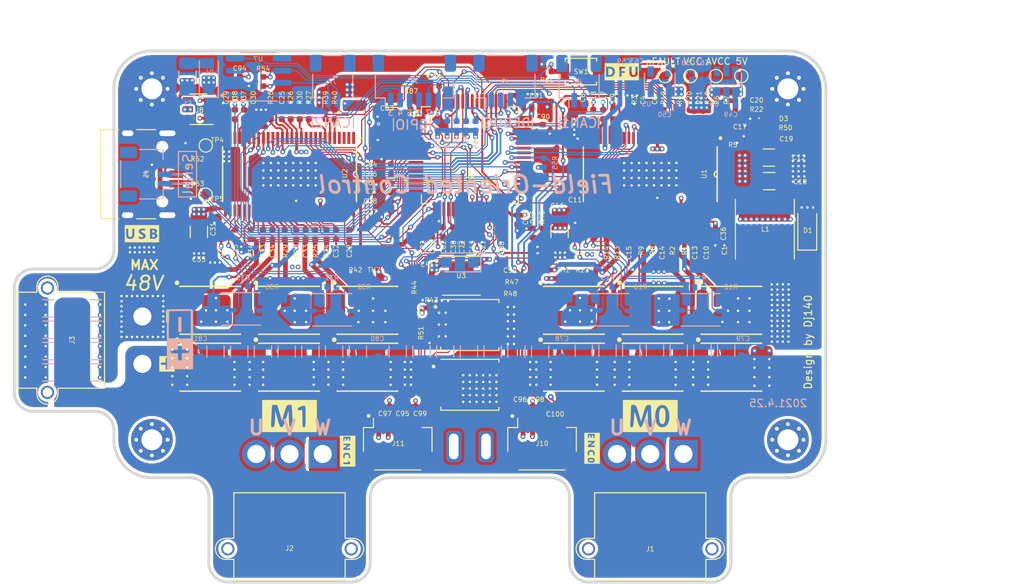
<source format=kicad_pcb>
(kicad_pcb (version 20171130) (host pcbnew "(5.1.5)-3")
  (layers (0 F.Cu signal) (1 In1.Cu power) (2 In2.Cu power) (31 B.Cu signal) (34 B.Paste user hide) (35 F.Paste user) (36 B.SilkS user) (37 F.SilkS user) (38 B.Mask user hide) (39 F.Mask user hide) (44 Edge.Cuts user))
  (net 0 "")
  (net 1 GND)
  (net 2 VDC)
  (net 3 "/Microcontroller Interface/VBUS_S")
  (net 4 GVDD)
  (net 5 +5V)
  (net 6 "/Microcontroller Interface/AUX_TEMP")
  (net 7 "/Motor Driver/AVDD")
  (net 8 "/Motor Driver/DVDD")
  (net 9 "/Motor Driver/SH_A")
  (net 10 "/Motor Driver/SH_B")
  (net 11 "Net-(C32-Pad2)")
  (net 12 "/Motor Driver/SH_C")
  (net 13 "/Microcontroller Interface/M0_TEMP")
  (net 14 "/Motor Driver/CSENSE_1")
  (net 15 "/Motor Driver/CSENSE_2")
  (net 16 "/Motor Driver/SN2")
  (net 17 "/Motor Driver/SP2")
  (net 18 "/Motor Driver/SN1")
  (net 19 "/Motor Driver/SP1")
  (net 20 "/I/O Interface/DEBUG_SWCLK")
  (net 21 "/I/O Interface/DEBUG_SWDIO")
  (net 22 "/Motor Driver/SL_C")
  (net 23 "Net-(NT1-Pad1)")
  (net 24 "/Motor Driver/SL_B")
  (net 25 "Net-(R18-Pad1)")
  (net 26 "/Motor Driver/GH_A")
  (net 27 "/Motor Driver/GH_B")
  (net 28 "/Motor Driver/GH_C")
  (net 29 "/Motor Driver/GL_A")
  (net 30 "/Motor Driver/GL_B")
  (net 31 "/Motor Driver/GL_C")
  (net 32 "/Microcontroller Interface/AUX_L")
  (net 33 "/Microcontroller Interface/AUX_H")
  (net 34 "/I/O Interface/CAN_D")
  (net 35 "/I/O Interface/CAN_R")
  (net 36 "/I/O Interface/BOOT0")
  (net 37 "/I/O Interface/GPIO_8")
  (net 38 "/Microcontroller Interface/nFAULT")
  (net 39 "/Microcontroller Interface/SPI_MOSI")
  (net 40 "/Microcontroller Interface/SPI_MISO")
  (net 41 "/Microcontroller Interface/SPI_SCK")
  (net 42 "/I/O Interface/GPIO_7")
  (net 43 "/I/O Interface/USB_DP")
  (net 44 "/Microcontroller Interface/M0_CH")
  (net 45 "/Microcontroller Interface/M0_BH")
  (net 46 "/Microcontroller Interface/M0_AH")
  (net 47 "/Microcontroller Interface/M0_CL")
  (net 48 "/Microcontroller Interface/M0_BL")
  (net 49 "/Microcontroller Interface/M0_AL")
  (net 50 "/Microcontroller Interface/EN_GATE")
  (net 51 "/I/O Interface/GPIO_6")
  (net 52 "/I/O Interface/GPIO_5")
  (net 53 "/I/O Interface/GPIO_4")
  (net 54 "/I/O Interface/GPIO_3")
  (net 55 "/I/O Interface/GPIO_2")
  (net 56 "/I/O Interface/GPIO_1")
  (net 57 "/Microcontroller Interface/SPI_M0_nCS")
  (net 58 "/Motor Driver/PWRGD")
  (net 59 "/Motor Driver/nOCTW")
  (net 60 /Motor_Driver2/SN1)
  (net 61 /Motor_Driver2/SP1)
  (net 62 /Motor_Driver2/SN2)
  (net 63 /Motor_Driver2/SP2)
  (net 64 /Motor_Driver2/CSENSE_1)
  (net 65 /Motor_Driver2/CSENSE_2)
  (net 66 /Motor_Driver2/AVDD)
  (net 67 /Motor_Driver2/DVDD)
  (net 68 /Motor_Driver2/SH_A)
  (net 69 /Motor_Driver2/SH_B)
  (net 70 /Motor_Driver2/SH_C)
  (net 71 /Motor_Driver2/SL_B)
  (net 72 "Net-(NT5-Pad1)")
  (net 73 /Motor_Driver2/SL_C)
  (net 74 "Net-(NT7-Pad1)")
  (net 75 /Motor_Driver2/GH_A)
  (net 76 /Motor_Driver2/GL_A)
  (net 77 /Motor_Driver2/GH_B)
  (net 78 /Motor_Driver2/GL_B)
  (net 79 /Motor_Driver2/GH_C)
  (net 80 /Motor_Driver2/GL_C)
  (net 81 /Motor_Driver2/nOCTW)
  (net 82 "/Microcontroller Interface/M1_CH")
  (net 83 "/Microcontroller Interface/M1_BH")
  (net 84 "/Microcontroller Interface/M1_AH")
  (net 85 "/Microcontroller Interface/M1_CL")
  (net 86 "/Microcontroller Interface/M1_BL")
  (net 87 "/Microcontroller Interface/M1_AL")
  (net 88 "/Microcontroller Interface/M1_TEMP")
  (net 89 "/Microcontroller Interface/SPI_M1_nCS")
  (net 90 +3V3)
  (net 91 "/I/O Interface/ENC0_Z")
  (net 92 "/I/O Interface/ENC0_B")
  (net 93 "/I/O Interface/ENC0_A")
  (net 94 "/I/O Interface/ENC1_Z")
  (net 95 "/I/O Interface/ENC1_B")
  (net 96 "/I/O Interface/ENC1_A")
  (net 97 "Net-(C13-Pad2)")
  (net 98 "Net-(C20-Pad1)")
  (net 99 "Net-(J4-PadA7)")
  (net 100 "Net-(J4-PadA6)")
  (net 101 "Net-(NT3-Pad1)")
  (net 102 "Net-(Q1-Pad7)")
  (net 103 "Net-(Q2-Pad7)")
  (net 104 "Net-(Q3-Pad7)")
  (net 105 "Net-(Q4-Pad7)")
  (net 106 "Net-(Q5-Pad7)")
  (net 107 "Net-(Q6-Pad7)")
  (net 108 "Net-(Q7-Pad7)")
  (net 109 "Net-(Q8-Pad7)")
  (net 110 "Net-(Q9-Pad7)")
  (net 111 "Net-(Q10-Pad7)")
  (net 112 "Net-(Q11-Pad7)")
  (net 113 "Net-(Q12-Pad7)")
  (net 114 "Net-(R4-Pad1)")
  (net 115 "Net-(R5-Pad1)")
  (net 116 "Net-(R6-Pad1)")
  (net 117 "Net-(R10-Pad2)")
  (net 118 "Net-(R17-Pad1)")
  (net 119 "Net-(R27-Pad1)")
  (net 120 +3.3VA)
  (net 121 CAN_L)
  (net 122 CAN_H)
  (net 123 "/I/O Interface/USB_D-")
  (net 124 "/I/O Interface/USB_D+")
  (net 125 "Net-(C4-Pad2)")
  (net 126 "Net-(C4-Pad1)")
  (net 127 "Net-(D3-Pad2)")
  (net 128 "Net-(F1-Pad1)")
  (net 129 "Net-(Q13-Pad4)")
  (net 130 "Net-(Q14-Pad4)")
  (net 131 "/I/O Interface/USB_DN")
  (net 132 "Net-(C1-Pad2)")
  (net 133 "Net-(C10-Pad2)")
  (net 134 "Net-(C10-Pad1)")
  (net 135 "Net-(C14-Pad2)")
  (net 136 "Net-(C15-Pad2)")
  (net 137 "Net-(C17-Pad1)")
  (net 138 "Net-(C22-Pad2)")
  (net 139 "Net-(C25-Pad2)")
  (net 140 "Net-(C25-Pad1)")
  (net 141 "Net-(C33-Pad2)")
  (net 142 "Net-(C34-Pad2)")
  (net 143 "Net-(C83-Pad2)")
  (net 144 "Net-(C84-Pad2)")
  (net 145 "Net-(C86-Pad1)")
  (net 146 "Net-(C88-Pad1)")
  (net 147 "Net-(C90-Pad1)")
  (net 148 "Net-(D4-Pad2)")
  (net 149 "Net-(R30-Pad2)")
  (net 150 "Net-(R37-Pad1)")
  (net 151 "Net-(R38-Pad1)")
  (net 152 "/Power Management/HS")
  (net 153 "Net-(C52-Pad1)")
  (net 154 "Net-(R47-Pad2)")
  (net 155 "Net-(R48-Pad2)")
  (net 156 "Net-(J4-PadB5)")
  (net 157 "Net-(J4-PadA8)")
  (net 158 "Net-(J4-PadA5)")
  (net 159 "Net-(J4-PadB8)")
  (net 160 "Net-(U1-Pad55)")
  (net 161 "Net-(U2-Pad54)")
  (net 162 "Net-(U2-Pad53)")
  (net 163 "Net-(U2-Pad52)")
  (net 164 "Net-(U2-Pad51)")
  (net 165 "Net-(U2-Pad50)")
  (net 166 "Net-(U2-Pad4)")
  (net 167 "Net-(U2-Pad3)")
  (net 168 "Net-(U2-Pad1)")
  (net 169 "Net-(U4-Pad4)")
  (net 170 "Net-(U5-Pad4)")
  (net 171 "Net-(U7-Pad8)")
  (net 172 "Net-(U7-Pad5)")
  (net 173 "Net-(U2-Pad2)")
  (module Package_SON:WSON-8_4x4mm_P0.8mm (layer F.Cu) (at 139.1 78.7)
    (fp_text reference U3 (at -0.02 0.01) (layer F.SilkS) (effects (font (size 0.5 0.5) (thickness 0.07))))
    (fp_text value LM5109BSD)
    (pad 9 smd rect (at 0 0) (size 2.6 3) (layers F.Cu F.Paste F.Mask) (net 1 GND))
    (pad 8 smd rect (at 1.9 -1.2 270) (size 0.3 0.6) (layers F.Cu F.Paste F.Mask) (net 153 "Net-(C52-Pad1)"))
    (pad 7 smd rect (at 1.9 -0.4 270) (size 0.3 0.6) (layers F.Cu F.Paste F.Mask) (net 154 "Net-(R47-Pad2)"))
    (pad 6 smd rect (at 1.9 0.4 270) (size 0.3 0.6) (layers F.Cu F.Paste F.Mask) (net 152 "/Power Management/HS"))
    (pad 5 smd rect (at 1.9 1.2 270) (size 0.3 0.6) (layers F.Cu F.Paste F.Mask) (net 155 "Net-(R48-Pad2)"))
    (pad 4 smd rect (at -1.9 1.2 270) (size 0.3 0.6) (layers F.Cu F.Paste F.Mask) (net 1 GND))
    (pad 3 smd rect (at -1.9 0.4 270) (size 0.3 0.6) (layers F.Cu F.Paste F.Mask) (net 32 "/Microcontroller Interface/AUX_L"))
    (pad 2 smd rect (at -1.9 -0.4 270) (size 0.3 0.6) (layers F.Cu F.Paste F.Mask) (net 33 "/Microcontroller Interface/AUX_H"))
    (pad 1 smd rect (at -1.9 -1.2 270) (size 0.3 0.6) (layers F.Cu F.Paste F.Mask) (net 4 GVDD))
  )
  (module bldc_motor_cntroller:++ (layer F.Cu) (at 108.1 88)
    (fp_text reference G*** hide)
    (fp_text value LOGO hide)
  )
  (module Capacitor_SMD:C_0402_1005Metric (layer F.Cu) (at 165.86 74.3 270)
    (fp_text reference C36 (at -0.02 -0.85 90) (layer F.SilkS) (effects (font (size 0.5 0.5) (thickness 0.07))))
    (fp_text value "100nF 50V")
    (pad 2 smd roundrect (at 0.485 0 270) (size 0.59 0.64) (layers F.Cu F.Paste F.Mask) (net 1 GND))
    (pad 1 smd roundrect (at -0.485 0 270) (size 0.59 0.64) (layers F.Cu F.Paste F.Mask) (net 2 VDC))
  )
  (module bldc_motor_cntroller:ENC1 (layer F.Cu) (at 127.125 97.2 270)
    (fp_text reference G*** hide)
    (fp_text value LOGO hide)
  )
  (module bldc_motor_cntroller:ENC0 (layer F.Cu) (at 152.875 96.9 270)
    (fp_text reference G*** hide)
    (fp_text value LOGO hide)
  )
  (module bldc_motor_cntroller:USB (layer F.Cu) (at 105.45 74.275)
    (fp_text reference G*** hide)
    (fp_text value LOGO hide)
  )
  (module bldc_motor_cntroller:DFU (layer F.Cu) (at 156 57.2)
    (fp_text reference G*** hide)
    (fp_text value LOGO hide)
  )
  (module bldc_motor_cntroller:batt (layer B.Cu) (at 109.475 85.425 180)
    (fp_text reference G*** hide)
    (fp_text value LOGO hide)
  )
  (module NetTie:NetTie-2_SMD_Pad0.5mm (layer B.Cu) (at 118.225 82.375)
    (fp_text reference NT8 hide)
    (fp_text value Net-Tie_2)
    (fp_poly (pts (xy -0.5 0.25) (xy 0.5 0.25) (xy 0.5 -0.25) (xy -0.5 -0.25)) (layer B.Cu) (width 0))
    (pad 2 smd circle (at 0.5 0) (size 0.5 0.5) (layers B.Cu) (net 1 GND))
    (pad 1 smd circle (at -0.5 0) (size 0.5 0.5) (layers B.Cu) (net 63 /Motor_Driver2/SP2))
  )
  (module bldc_motor_cntroller:DRV8301DCA (layer F.Cu) (at 159 68 270)
    (fp_text reference U1 (at -0.025 -5.675 90) (layer F.SilkS) (effects (font (size 0.5 0.5) (thickness 0.07))))
    (fp_text value DRV8301DCAR hide)
    (pad 1 smd rect (at -3.8227 -6.749986 270) (size 1.27 0.3048) (layers F.Cu F.Paste F.Mask) (net 115 "Net-(R5-Pad1)"))
    (pad 2 smd rect (at -3.8227 -6.249988 270) (size 1.27 0.3048) (layers F.Cu F.Paste F.Mask) (net 137 "Net-(C17-Pad1)"))
    (pad 3 smd rect (at -3.8227 -5.749988 270) (size 1.27 0.3048) (layers F.Cu F.Paste F.Mask) (net 116 "Net-(R6-Pad1)"))
    (pad 4 smd rect (at -3.8227 -5.24999 270) (size 1.27 0.3048) (layers F.Cu F.Paste F.Mask) (net 58 "/Motor Driver/PWRGD"))
    (pad 5 smd rect (at -3.8227 -4.74999 270) (size 1.27 0.3048) (layers F.Cu F.Paste F.Mask) (net 59 "/Motor Driver/nOCTW"))
    (pad 6 smd rect (at -3.8227 -4.249991 270) (size 1.27 0.3048) (layers F.Cu F.Paste F.Mask) (net 38 "/Microcontroller Interface/nFAULT"))
    (pad 7 smd rect (at -3.8227 -3.749992 270) (size 1.27 0.3048) (layers F.Cu F.Paste F.Mask) (net 114 "Net-(R4-Pad1)"))
    (pad 8 smd rect (at -3.8227 -3.249994 270) (size 1.27 0.3048) (layers F.Cu F.Paste F.Mask) (net 57 "/Microcontroller Interface/SPI_M0_nCS"))
    (pad 9 smd rect (at -3.8227 -2.749994 270) (size 1.27 0.3048) (layers F.Cu F.Paste F.Mask) (net 39 "/Microcontroller Interface/SPI_MOSI"))
    (pad 10 smd rect (at -3.8227 -2.249996 270) (size 1.27 0.3048) (layers F.Cu F.Paste F.Mask) (net 40 "/Microcontroller Interface/SPI_MISO"))
    (pad 11 smd rect (at -3.8227 -1.749996 270) (size 1.27 0.3048) (layers F.Cu F.Paste F.Mask) (net 41 "/Microcontroller Interface/SPI_SCK"))
    (pad 12 smd rect (at -3.8227 -1.249997 270) (size 1.27 0.3048) (layers F.Cu F.Paste F.Mask) (net 117 "Net-(R10-Pad2)"))
    (pad 13 smd rect (at -3.8227 -0.749998 270) (size 1.27 0.3048) (layers F.Cu F.Paste F.Mask) (net 4 GVDD))
    (pad 14 smd rect (at -3.8227 -0.25 270) (size 1.27 0.3048) (layers F.Cu F.Paste F.Mask) (net 126 "Net-(C4-Pad1)"))
    (pad 15 smd rect (at -3.8227 0.25 270) (size 1.27 0.3048) (layers F.Cu F.Paste F.Mask) (net 125 "Net-(C4-Pad2)"))
    (pad 16 smd rect (at -3.8227 0.749998 270) (size 1.27 0.3048) (layers F.Cu F.Paste F.Mask) (net 50 "/Microcontroller Interface/EN_GATE"))
    (pad 17 smd rect (at -3.8227 1.249997 270) (size 1.27 0.3048) (layers F.Cu F.Paste F.Mask) (net 46 "/Microcontroller Interface/M0_AH"))
    (pad 18 smd rect (at -3.8227 1.749996 270) (size 1.27 0.3048) (layers F.Cu F.Paste F.Mask) (net 49 "/Microcontroller Interface/M0_AL"))
    (pad 19 smd rect (at -3.8227 2.249996 270) (size 1.27 0.3048) (layers F.Cu F.Paste F.Mask) (net 45 "/Microcontroller Interface/M0_BH"))
    (pad 20 smd rect (at -3.8227 2.749994 270) (size 1.27 0.3048) (layers F.Cu F.Paste F.Mask) (net 48 "/Microcontroller Interface/M0_BL"))
    (pad 21 smd rect (at -3.8227 3.249994 270) (size 1.27 0.3048) (layers F.Cu F.Paste F.Mask) (net 44 "/Microcontroller Interface/M0_CH"))
    (pad 22 smd rect (at -3.8227 3.749992 270) (size 1.27 0.3048) (layers F.Cu F.Paste F.Mask) (net 47 "/Microcontroller Interface/M0_CL"))
    (pad 23 smd rect (at -3.8227 4.249991 270) (size 1.27 0.3048) (layers F.Cu F.Paste F.Mask) (net 8 "/Motor Driver/DVDD"))
    (pad 24 smd rect (at -3.8227 4.74999 270) (size 1.27 0.3048) (layers F.Cu F.Paste F.Mask) (net 120 +3.3VA))
    (pad 25 smd rect (at -3.8227 5.24999 270) (size 1.27 0.3048) (layers F.Cu F.Paste F.Mask) (net 118 "Net-(R17-Pad1)"))
    (pad 26 smd rect (at -3.8227 5.749988 270) (size 1.27 0.3048) (layers F.Cu F.Paste F.Mask) (net 25 "Net-(R18-Pad1)"))
    (pad 27 smd rect (at -3.8227 6.249988 270) (size 1.27 0.3048) (layers F.Cu F.Paste F.Mask) (net 7 "/Motor Driver/AVDD"))
    (pad 28 smd rect (at -3.8227 6.749986 270) (size 1.27 0.3048) (layers F.Cu F.Paste F.Mask) (net 1 GND))
    (pad 29 smd rect (at 3.8227 6.749986 270) (size 1.27 0.3048) (layers F.Cu F.Paste F.Mask) (net 2 VDC))
    (pad 30 smd rect (at 3.8227 6.249988 270) (size 1.27 0.3048) (layers F.Cu F.Paste F.Mask) (net 17 "/Motor Driver/SP2"))
    (pad 31 smd rect (at 3.8227 5.749988 270) (size 1.27 0.3048) (layers F.Cu F.Paste F.Mask) (net 16 "/Motor Driver/SN2"))
    (pad 32 smd rect (at 3.8227 5.24999 270) (size 1.27 0.3048) (layers F.Cu F.Paste F.Mask) (net 19 "/Motor Driver/SP1"))
    (pad 33 smd rect (at 3.8227 4.74999 270) (size 1.27 0.3048) (layers F.Cu F.Paste F.Mask) (net 18 "/Motor Driver/SN1"))
    (pad 34 smd rect (at 3.8227 4.249991 270) (size 1.27 0.3048) (layers F.Cu F.Paste F.Mask) (net 22 "/Motor Driver/SL_C"))
    (pad 35 smd rect (at 3.8227 3.749992 270) (size 1.27 0.3048) (layers F.Cu F.Paste F.Mask) (net 31 "/Motor Driver/GL_C"))
    (pad 36 smd rect (at 3.8227 3.249994 270) (size 1.27 0.3048) (layers F.Cu F.Paste F.Mask) (net 12 "/Motor Driver/SH_C"))
    (pad 37 smd rect (at 3.8227 2.749994 270) (size 1.27 0.3048) (layers F.Cu F.Paste F.Mask) (net 28 "/Motor Driver/GH_C"))
    (pad 38 smd rect (at 3.8227 2.249996 270) (size 1.27 0.3048) (layers F.Cu F.Paste F.Mask) (net 136 "Net-(C15-Pad2)"))
    (pad 39 smd rect (at 3.8227 1.749996 270) (size 1.27 0.3048) (layers F.Cu F.Paste F.Mask) (net 24 "/Motor Driver/SL_B"))
    (pad 40 smd rect (at 3.8227 1.249997 270) (size 1.27 0.3048) (layers F.Cu F.Paste F.Mask) (net 30 "/Motor Driver/GL_B"))
    (pad 41 smd rect (at 3.8227 0.749998 270) (size 1.27 0.3048) (layers F.Cu F.Paste F.Mask) (net 10 "/Motor Driver/SH_B"))
    (pad 42 smd rect (at 3.8227 0.25 270) (size 1.27 0.3048) (layers F.Cu F.Paste F.Mask) (net 27 "/Motor Driver/GH_B"))
    (pad 43 smd rect (at 3.8227 -0.25 270) (size 1.27 0.3048) (layers F.Cu F.Paste F.Mask) (net 135 "Net-(C14-Pad2)"))
    (pad 44 smd rect (at 3.8227 -0.749998 270) (size 1.27 0.3048) (layers F.Cu F.Paste F.Mask) (net 1 GND))
    (pad 45 smd rect (at 3.8227 -1.249997 270) (size 1.27 0.3048) (layers F.Cu F.Paste F.Mask) (net 29 "/Motor Driver/GL_A"))
    (pad 46 smd rect (at 3.8227 -1.749996 270) (size 1.27 0.3048) (layers F.Cu F.Paste F.Mask) (net 9 "/Motor Driver/SH_A"))
    (pad 47 smd rect (at 3.8227 -2.249996 270) (size 1.27 0.3048) (layers F.Cu F.Paste F.Mask) (net 26 "/Motor Driver/GH_A"))
    (pad 48 smd rect (at 3.8227 -2.749994 270) (size 1.27 0.3048) (layers F.Cu F.Paste F.Mask) (net 97 "Net-(C13-Pad2)"))
    (pad 49 smd rect (at 3.8227 -3.249994 270) (size 1.27 0.3048) (layers F.Cu F.Paste F.Mask) (net 90 +3V3))
    (pad 50 smd rect (at 3.8227 -3.749992 270) (size 1.27 0.3048) (layers F.Cu F.Paste F.Mask) (net 134 "Net-(C10-Pad1)"))
    (pad 51 smd rect (at 3.8227 -4.249991 270) (size 1.27 0.3048) (layers F.Cu F.Paste F.Mask) (net 134 "Net-(C10-Pad1)"))
    (pad 52 smd rect (at 3.8227 -4.74999 270) (size 1.27 0.3048) (layers F.Cu F.Paste F.Mask) (net 133 "Net-(C10-Pad2)"))
    (pad 53 smd rect (at 3.8227 -5.24999 270) (size 1.27 0.3048) (layers F.Cu F.Paste F.Mask) (net 2 VDC))
    (pad 54 smd rect (at 3.8227 -5.749988 270) (size 1.27 0.3048) (layers F.Cu F.Paste F.Mask) (net 2 VDC))
    (pad 55 smd rect (at 3.8227 -6.249988 270) (size 1.27 0.3048) (layers F.Cu F.Paste F.Mask) (net 160 "Net-(U1-Pad55)"))
    (pad 56 smd rect (at 3.8227 -6.749986 270) (size 1.27 0.3048) (layers F.Cu F.Paste F.Mask) (net 132 "Net-(C1-Pad2)"))
    (pad 57 smd rect (at 0 0 270) (size 3.61 6.35) (layers F.Cu F.Paste F.Mask) (net 1 GND))
    (pad V thru_hole circle (at -1.1811 2.7559 270) (size 0.508 0.508) (drill 0.254) (layers *.Cu *.Mask) (net 1 GND))
    (pad V thru_hole circle (at -1.1811 1.9685 270) (size 0.508 0.508) (drill 0.254) (layers *.Cu *.Mask) (net 1 GND))
    (pad V thru_hole circle (at -1.1811 1.1811 270) (size 0.508 0.508) (drill 0.254) (layers *.Cu *.Mask) (net 1 GND))
    (pad V thru_hole circle (at -1.1811 0.3937 270) (size 0.508 0.508) (drill 0.254) (layers *.Cu *.Mask) (net 1 GND))
    (pad V thru_hole circle (at -1.1811 -0.3937 270) (size 0.508 0.508) (drill 0.254) (layers *.Cu *.Mask) (net 1 GND))
    (pad V thru_hole circle (at -1.1811 -1.1811 270) (size 0.508 0.508) (drill 0.254) (layers *.Cu *.Mask) (net 1 GND))
    (pad V thru_hole circle (at -1.1811 -1.9685 270) (size 0.508 0.508) (drill 0.254) (layers *.Cu *.Mask) (net 1 GND))
    (pad V thru_hole circle (at -1.1811 -2.7559 270) (size 0.508 0.508) (drill 0.254) (layers *.Cu *.Mask) (net 1 GND))
    (pad V thru_hole circle (at -0.3937 2.7559 270) (size 0.508 0.508) (drill 0.254) (layers *.Cu *.Mask) (net 1 GND))
    (pad V thru_hole circle (at -0.3937 1.9685 270) (size 0.508 0.508) (drill 0.254) (layers *.Cu *.Mask) (net 1 GND))
    (pad V thru_hole circle (at -0.3937 1.1811 270) (size 0.508 0.508) (drill 0.254) (layers *.Cu *.Mask) (net 1 GND))
    (pad V thru_hole circle (at -0.3937 0.3937 270) (size 0.508 0.508) (drill 0.254) (layers *.Cu *.Mask) (net 1 GND))
    (pad V thru_hole circle (at -0.3937 -0.3937 270) (size 0.508 0.508) (drill 0.254) (layers *.Cu *.Mask) (net 1 GND))
    (pad V thru_hole circle (at -0.3937 -1.1811 270) (size 0.508 0.508) (drill 0.254) (layers *.Cu *.Mask) (net 1 GND))
    (pad V thru_hole circle (at -0.3937 -1.9685 270) (size 0.508 0.508) (drill 0.254) (layers *.Cu *.Mask) (net 1 GND))
    (pad V thru_hole circle (at -0.3937 -2.7559 270) (size 0.508 0.508) (drill 0.254) (layers *.Cu *.Mask) (net 1 GND))
    (pad V thru_hole circle (at 0.3937 2.7559 270) (size 0.508 0.508) (drill 0.254) (layers *.Cu *.Mask) (net 1 GND))
    (pad V thru_hole circle (at 0.3937 1.9685 270) (size 0.508 0.508) (drill 0.254) (layers *.Cu *.Mask) (net 1 GND))
    (pad V thru_hole circle (at 0.3937 1.1811 270) (size 0.508 0.508) (drill 0.254) (layers *.Cu *.Mask) (net 1 GND))
    (pad V thru_hole circle (at 0.3937 0.3937 270) (size 0.508 0.508) (drill 0.254) (layers *.Cu *.Mask) (net 1 GND))
    (pad V thru_hole circle (at 0.3937 -0.3937 270) (size 0.508 0.508) (drill 0.254) (layers *.Cu *.Mask) (net 1 GND))
    (pad V thru_hole circle (at 0.3937 -1.1811 270) (size 0.508 0.508) (drill 0.254) (layers *.Cu *.Mask) (net 1 GND))
    (pad V thru_hole circle (at 0.3937 -1.9685 270) (size 0.508 0.508) (drill 0.254) (layers *.Cu *.Mask) (net 1 GND))
    (pad V thru_hole circle (at 0.3937 -2.7559 270) (size 0.508 0.508) (drill 0.254) (layers *.Cu *.Mask) (net 1 GND))
    (pad V thru_hole circle (at 1.1811 2.7559 270) (size 0.508 0.508) (drill 0.254) (layers *.Cu *.Mask) (net 1 GND))
    (pad V thru_hole circle (at 1.1811 1.9685 270) (size 0.508 0.508) (drill 0.254) (layers *.Cu *.Mask) (net 1 GND))
    (pad V thru_hole circle (at 1.1811 1.1811 270) (size 0.508 0.508) (drill 0.254) (layers *.Cu *.Mask) (net 1 GND))
    (pad V thru_hole circle (at 1.1811 0.3937 270) (size 0.508 0.508) (drill 0.254) (layers *.Cu *.Mask) (net 1 GND))
    (pad V thru_hole circle (at 1.1811 -0.3937 270) (size 0.508 0.508) (drill 0.254) (layers *.Cu *.Mask) (net 1 GND))
    (pad V thru_hole circle (at 1.1811 -1.1811 270) (size 0.508 0.508) (drill 0.254) (layers *.Cu *.Mask) (net 1 GND))
    (pad V thru_hole circle (at 1.1811 -1.9685 270) (size 0.508 0.508) (drill 0.254) (layers *.Cu *.Mask) (net 1 GND))
    (pad V thru_hole circle (at 1.1811 -2.7559 270) (size 0.508 0.508) (drill 0.254) (layers *.Cu *.Mask) (net 1 GND))
  )
  (module TestPoint:TestPoint_Pad_D1.0mm (layer F.Cu) (at 160.55 57.649999)
    (fp_text reference TP6 hide)
    (fp_text value TestPoint)
    (pad 1 smd circle (at 0 0) (size 1 1) (layers F.Cu F.Mask) (net 38 "/Microcontroller Interface/nFAULT"))
  )
  (module Resistor_SMD:R_0402_1005Metric (layer B.Cu) (at 136.6 62.9 90)
    (fp_text reference R56 (at -1.75 0 90) (layer B.SilkS) (effects (font (size 0.5 0.5) (thickness 0.07)) (justify mirror)))
    (fp_text value 3.3k)
    (pad 2 smd roundrect (at 0.485 0 90) (size 0.59 0.64) (layers B.Cu B.Paste B.Mask) (net 94 "/I/O Interface/ENC1_Z"))
    (pad 1 smd roundrect (at -0.485 0 90) (size 0.59 0.64) (layers B.Cu B.Paste B.Mask) (net 90 +3V3))
  )
  (module MG-WDSON-8:Infineon-MG-WDSON-8-05_2016-901-MFG (layer F.Cu) (at 167.55 82.35)
    (fp_text reference Q2 hide)
    (fp_text value IRF7480MTRPBF hide)
    (pad 1 smd rect (at 3.2 -1.2) (size 0.9 1.85) (layers F.Cu F.Mask) (net 9 "/Motor Driver/SH_A"))
    (pad 2 smd rect (at 3.2 1.2) (size 0.9 1.85) (layers F.Cu F.Mask) (net 9 "/Motor Driver/SH_A"))
    (pad 9 smd rect (at -3.2 -1.2) (size 0.9 1.85) (layers F.Cu F.Mask) (net 9 "/Motor Driver/SH_A"))
    (pad 10 smd rect (at -3.2 1.2) (size 0.9 1.85) (layers F.Cu F.Mask) (net 9 "/Motor Driver/SH_A"))
    (pad 7 smd rect (at -1.55 -0.95) (size 0.65 1.151) (layers F.Cu F.Mask) (net 103 "Net-(Q2-Pad7)"))
    (pad 8 smd rect (at -1.55 0.85) (size 0.65 1.35) (layers F.Cu F.Mask) (net 1 GND))
    (pad 5 smd rect (at -0.175 -0.85) (size 1 1.35) (layers F.Cu F.Mask) (net 1 GND))
    (pad 6 smd rect (at -0.175 0.85) (size 1 1.35) (layers F.Cu F.Mask) (net 1 GND))
    (pad 3 smd rect (at 1.375 -0.85) (size 1 1.35) (layers F.Cu F.Mask) (net 1 GND))
    (pad 4 smd rect (at 1.375 0.85) (size 1 1.35) (layers F.Cu F.Mask) (net 1 GND))
  )
  (module Capacitor_SMD:C_0402_1005Metric (layer F.Cu) (at 113.775 74.35 270)
    (fp_text reference C24 (at 1.76 0.05 90) (layer F.SilkS) (effects (font (size 0.5 0.5) (thickness 0.07))))
    (fp_text value "2.2nF 50V")
    (pad 2 smd roundrect (at 0.485 0 270) (size 0.59 0.64) (layers F.Cu F.Paste F.Mask) (net 62 /Motor_Driver2/SN2))
    (pad 1 smd roundrect (at -0.485 0 270) (size 0.59 0.64) (layers F.Cu F.Paste F.Mask) (net 63 /Motor_Driver2/SP2))
  )
  (module Connector_JST:JST_SH_SM04B-SRSS-TB_1x04-1MP_P1.00mm_Horizontal (layer B.Cu) (at 143.75 58.175)
    (fp_text reference J9 (at 0 0.05) (layer B.SilkS) (effects (font (size 0.5 0.5) (thickness 0.07)) (justify mirror)))
    (fp_text value Conn_01x04)
    (pad 1 smd roundrect (at -1.5 2) (size 0.6 1.55) (layers B.Cu B.Paste B.Mask) (net 5 +5V))
    (pad 2 smd roundrect (at -0.5 2) (size 0.6 1.55) (layers B.Cu B.Paste B.Mask) (net 21 "/I/O Interface/DEBUG_SWDIO"))
    (pad 3 smd roundrect (at 0.5 2) (size 0.6 1.55) (layers B.Cu B.Paste B.Mask) (net 20 "/I/O Interface/DEBUG_SWCLK"))
    (pad 4 smd roundrect (at 1.5 2) (size 0.6 1.55) (layers B.Cu B.Paste B.Mask) (net 1 GND))
    (pad MP smd roundrect (at -2.8 -1.875) (size 1.2 1.8) (layers B.Cu B.Paste B.Mask) (roundrect_rratio 0.208333))
    (pad MP smd roundrect (at 2.8 -1.875) (size 1.2 1.8) (layers B.Cu B.Paste B.Mask) (roundrect_rratio 0.208333))
  )
  (module Capacitor_SMD:C_0402_1005Metric (layer F.Cu) (at 131.045 92.5 180)
    (fp_text reference C97 (at -0.005 -0.75) (layer F.SilkS) (effects (font (size 0.5 0.5) (thickness 0.07))))
    (fp_text value 100nF)
    (pad 2 smd roundrect (at 0.485 0 180) (size 0.59 0.64) (layers F.Cu F.Paste F.Mask) (net 95 "/I/O Interface/ENC1_B"))
    (pad 1 smd roundrect (at -0.485 0 180) (size 0.59 0.64) (layers F.Cu F.Paste F.Mask) (net 1 GND))
  )
  (module MG-WDSON-8:Infineon-MG-WDSON-8-05_2016-901-MFG (layer F.Cu) (at 112.65 82.35)
    (fp_text reference Q12 hide)
    (fp_text value IRF7480MTRPBF hide)
    (pad 1 smd rect (at 3.2 -1.2) (size 0.9 1.85) (layers F.Cu F.Mask) (net 70 /Motor_Driver2/SH_C))
    (pad 2 smd rect (at 3.2 1.2) (size 0.9 1.85) (layers F.Cu F.Mask) (net 70 /Motor_Driver2/SH_C))
    (pad 9 smd rect (at -3.2 -1.2) (size 0.9 1.85) (layers F.Cu F.Mask) (net 70 /Motor_Driver2/SH_C))
    (pad 10 smd rect (at -3.2 1.2) (size 0.9 1.85) (layers F.Cu F.Mask) (net 70 /Motor_Driver2/SH_C))
    (pad 7 smd rect (at -1.55 -0.95) (size 0.65 1.151) (layers F.Cu F.Mask) (net 113 "Net-(Q12-Pad7)"))
    (pad 8 smd rect (at -1.55 0.85) (size 0.65 1.35) (layers F.Cu F.Mask) (net 73 /Motor_Driver2/SL_C))
    (pad 5 smd rect (at -0.175 -0.85) (size 1 1.35) (layers F.Cu F.Mask) (net 73 /Motor_Driver2/SL_C))
    (pad 6 smd rect (at -0.175 0.85) (size 1 1.35) (layers F.Cu F.Mask) (net 73 /Motor_Driver2/SL_C))
    (pad 3 smd rect (at 1.375 -0.85) (size 1 1.35) (layers F.Cu F.Mask) (net 73 /Motor_Driver2/SL_C))
    (pad 4 smd rect (at 1.375 0.85) (size 1 1.35) (layers F.Cu F.Mask) (net 73 /Motor_Driver2/SL_C))
  )
  (module MG-WDSON-8:Infineon-MG-WDSON-8-05_2016-901-MFG (layer F.Cu) (at 129.2 88.35)
    (fp_text reference Q7 hide)
    (fp_text value IRF7480MTRPBF hide)
    (pad 1 smd rect (at 3.2 -1.2) (size 0.9 1.85) (layers F.Cu F.Mask) (net 2 VDC))
    (pad 2 smd rect (at 3.2 1.2) (size 0.9 1.85) (layers F.Cu F.Mask) (net 2 VDC))
    (pad 9 smd rect (at -3.2 -1.2) (size 0.9 1.85) (layers F.Cu F.Mask) (net 2 VDC))
    (pad 10 smd rect (at -3.2 1.2) (size 0.9 1.85) (layers F.Cu F.Mask) (net 2 VDC))
    (pad 7 smd rect (at -1.55 -0.95) (size 0.65 1.151) (layers F.Cu F.Mask) (net 108 "Net-(Q7-Pad7)"))
    (pad 8 smd rect (at -1.55 0.85) (size 0.65 1.35) (layers F.Cu F.Mask) (net 68 /Motor_Driver2/SH_A))
    (pad 5 smd rect (at -0.175 -0.85) (size 1 1.35) (layers F.Cu F.Mask) (net 68 /Motor_Driver2/SH_A))
    (pad 6 smd rect (at -0.175 0.85) (size 1 1.35) (layers F.Cu F.Mask) (net 68 /Motor_Driver2/SH_A))
    (pad 3 smd rect (at 1.375 -0.85) (size 1 1.35) (layers F.Cu F.Mask) (net 68 /Motor_Driver2/SH_A))
    (pad 4 smd rect (at 1.375 0.85) (size 1 1.35) (layers F.Cu F.Mask) (net 68 /Motor_Driver2/SH_A))
  )
  (module MG-WDSON-8:Infineon-MG-WDSON-8-05_2016-901-MFG (layer F.Cu) (at 120.95 82.35)
    (fp_text reference Q10 hide)
    (fp_text value IRF7480MTRPBF hide)
    (pad 1 smd rect (at 3.2 -1.2) (size 0.9 1.85) (layers F.Cu F.Mask) (net 69 /Motor_Driver2/SH_B))
    (pad 2 smd rect (at 3.2 1.2) (size 0.9 1.85) (layers F.Cu F.Mask) (net 69 /Motor_Driver2/SH_B))
    (pad 9 smd rect (at -3.2 -1.2) (size 0.9 1.85) (layers F.Cu F.Mask) (net 69 /Motor_Driver2/SH_B))
    (pad 10 smd rect (at -3.2 1.2) (size 0.9 1.85) (layers F.Cu F.Mask) (net 69 /Motor_Driver2/SH_B))
    (pad 7 smd rect (at -1.55 -0.95) (size 0.65 1.151) (layers F.Cu F.Mask) (net 111 "Net-(Q10-Pad7)"))
    (pad 8 smd rect (at -1.55 0.85) (size 0.65 1.35) (layers F.Cu F.Mask) (net 71 /Motor_Driver2/SL_B))
    (pad 5 smd rect (at -0.175 -0.85) (size 1 1.35) (layers F.Cu F.Mask) (net 71 /Motor_Driver2/SL_B))
    (pad 6 smd rect (at -0.175 0.85) (size 1 1.35) (layers F.Cu F.Mask) (net 71 /Motor_Driver2/SL_B))
    (pad 3 smd rect (at 1.375 -0.85) (size 1 1.35) (layers F.Cu F.Mask) (net 71 /Motor_Driver2/SL_B))
    (pad 4 smd rect (at 1.375 0.85) (size 1 1.35) (layers F.Cu F.Mask) (net 71 /Motor_Driver2/SL_B))
  )
  (module MG-WDSON-8:Infineon-MG-WDSON-8-05_2016-901-MFG (layer F.Cu) (at 120.95 88.35)
    (fp_text reference Q9 hide)
    (fp_text value IRF7480MTRPBF hide)
    (pad 1 smd rect (at 3.2 -1.2) (size 0.9 1.85) (layers F.Cu F.Mask) (net 2 VDC))
    (pad 2 smd rect (at 3.2 1.2) (size 0.9 1.85) (layers F.Cu F.Mask) (net 2 VDC))
    (pad 9 smd rect (at -3.2 -1.2) (size 0.9 1.85) (layers F.Cu F.Mask) (net 2 VDC))
    (pad 10 smd rect (at -3.2 1.2) (size 0.9 1.85) (layers F.Cu F.Mask) (net 2 VDC))
    (pad 7 smd rect (at -1.55 -0.95) (size 0.65 1.151) (layers F.Cu F.Mask) (net 110 "Net-(Q9-Pad7)"))
    (pad 8 smd rect (at -1.55 0.85) (size 0.65 1.35) (layers F.Cu F.Mask) (net 69 /Motor_Driver2/SH_B))
    (pad 5 smd rect (at -0.175 -0.85) (size 1 1.35) (layers F.Cu F.Mask) (net 69 /Motor_Driver2/SH_B))
    (pad 6 smd rect (at -0.175 0.85) (size 1 1.35) (layers F.Cu F.Mask) (net 69 /Motor_Driver2/SH_B))
    (pad 3 smd rect (at 1.375 -0.85) (size 1 1.35) (layers F.Cu F.Mask) (net 69 /Motor_Driver2/SH_B))
    (pad 4 smd rect (at 1.375 0.85) (size 1 1.35) (layers F.Cu F.Mask) (net 69 /Motor_Driver2/SH_B))
  )
  (module MG-WDSON-8:Infineon-MG-WDSON-8-05_2016-901-MFG (layer F.Cu) (at 150.95 88.35)
    (fp_text reference Q5 hide)
    (fp_text value IRF7480MTRPBF hide)
    (pad 1 smd rect (at 3.2 -1.2) (size 0.9 1.85) (layers F.Cu F.Mask) (net 2 VDC))
    (pad 2 smd rect (at 3.2 1.2) (size 0.9 1.85) (layers F.Cu F.Mask) (net 2 VDC))
    (pad 9 smd rect (at -3.2 -1.2) (size 0.9 1.85) (layers F.Cu F.Mask) (net 2 VDC))
    (pad 10 smd rect (at -3.2 1.2) (size 0.9 1.85) (layers F.Cu F.Mask) (net 2 VDC))
    (pad 7 smd rect (at -1.55 -0.95) (size 0.65 1.151) (layers F.Cu F.Mask) (net 106 "Net-(Q5-Pad7)"))
    (pad 8 smd rect (at -1.55 0.85) (size 0.65 1.35) (layers F.Cu F.Mask) (net 12 "/Motor Driver/SH_C"))
    (pad 5 smd rect (at -0.175 -0.85) (size 1 1.35) (layers F.Cu F.Mask) (net 12 "/Motor Driver/SH_C"))
    (pad 6 smd rect (at -0.175 0.85) (size 1 1.35) (layers F.Cu F.Mask) (net 12 "/Motor Driver/SH_C"))
    (pad 3 smd rect (at 1.375 -0.85) (size 1 1.35) (layers F.Cu F.Mask) (net 12 "/Motor Driver/SH_C"))
    (pad 4 smd rect (at 1.375 0.85) (size 1 1.35) (layers F.Cu F.Mask) (net 12 "/Motor Driver/SH_C"))
  )
  (module MG-WDSON-8:Infineon-MG-WDSON-8-05_2016-901-MFG (layer F.Cu) (at 150.95 82.35)
    (fp_text reference Q6 hide)
    (fp_text value IRF7480MTRPBF hide)
    (pad 1 smd rect (at 3.2 -1.2) (size 0.9 1.85) (layers F.Cu F.Mask) (net 12 "/Motor Driver/SH_C"))
    (pad 2 smd rect (at 3.2 1.2) (size 0.9 1.85) (layers F.Cu F.Mask) (net 12 "/Motor Driver/SH_C"))
    (pad 9 smd rect (at -3.2 -1.2) (size 0.9 1.85) (layers F.Cu F.Mask) (net 12 "/Motor Driver/SH_C"))
    (pad 10 smd rect (at -3.2 1.2) (size 0.9 1.85) (layers F.Cu F.Mask) (net 12 "/Motor Driver/SH_C"))
    (pad 7 smd rect (at -1.55 -0.95) (size 0.65 1.151) (layers F.Cu F.Mask) (net 107 "Net-(Q6-Pad7)"))
    (pad 8 smd rect (at -1.55 0.85) (size 0.65 1.35) (layers F.Cu F.Mask) (net 22 "/Motor Driver/SL_C"))
    (pad 5 smd rect (at -0.175 -0.85) (size 1 1.35) (layers F.Cu F.Mask) (net 22 "/Motor Driver/SL_C"))
    (pad 6 smd rect (at -0.175 0.85) (size 1 1.35) (layers F.Cu F.Mask) (net 22 "/Motor Driver/SL_C"))
    (pad 3 smd rect (at 1.375 -0.85) (size 1 1.35) (layers F.Cu F.Mask) (net 22 "/Motor Driver/SL_C"))
    (pad 4 smd rect (at 1.375 0.85) (size 1 1.35) (layers F.Cu F.Mask) (net 22 "/Motor Driver/SL_C"))
  )
  (module MG-WDSON-8:Infineon-MG-WDSON-8-05_2016-901-MFG (layer F.Cu) (at 167.55 88.35)
    (fp_text reference Q1 hide)
    (fp_text value IRF7480MTRPBF hide)
    (pad 1 smd rect (at 3.2 -1.2) (size 0.9 1.85) (layers F.Cu F.Mask) (net 2 VDC))
    (pad 2 smd rect (at 3.2 1.2) (size 0.9 1.85) (layers F.Cu F.Mask) (net 2 VDC))
    (pad 9 smd rect (at -3.2 -1.2) (size 0.9 1.85) (layers F.Cu F.Mask) (net 2 VDC))
    (pad 10 smd rect (at -3.2 1.2) (size 0.9 1.85) (layers F.Cu F.Mask) (net 2 VDC))
    (pad 7 smd rect (at -1.55 -0.95) (size 0.65 1.151) (layers F.Cu F.Mask) (net 102 "Net-(Q1-Pad7)"))
    (pad 8 smd rect (at -1.55 0.85) (size 0.65 1.35) (layers F.Cu F.Mask) (net 9 "/Motor Driver/SH_A"))
    (pad 5 smd rect (at -0.175 -0.85) (size 1 1.35) (layers F.Cu F.Mask) (net 9 "/Motor Driver/SH_A"))
    (pad 6 smd rect (at -0.175 0.85) (size 1 1.35) (layers F.Cu F.Mask) (net 9 "/Motor Driver/SH_A"))
    (pad 3 smd rect (at 1.375 -0.85) (size 1 1.35) (layers F.Cu F.Mask) (net 9 "/Motor Driver/SH_A"))
    (pad 4 smd rect (at 1.375 0.85) (size 1 1.35) (layers F.Cu F.Mask) (net 9 "/Motor Driver/SH_A"))
  )
  (module MG-WDSON-8:Infineon-MG-WDSON-8-05_2016-901-MFG (layer F.Cu) (at 159.25 82.35)
    (fp_text reference Q4 hide)
    (fp_text value IRF7480MTRPBF hide)
    (pad 1 smd rect (at 3.2 -1.2) (size 0.9 1.85) (layers F.Cu F.Mask) (net 10 "/Motor Driver/SH_B"))
    (pad 2 smd rect (at 3.2 1.2) (size 0.9 1.85) (layers F.Cu F.Mask) (net 10 "/Motor Driver/SH_B"))
    (pad 9 smd rect (at -3.2 -1.2) (size 0.9 1.85) (layers F.Cu F.Mask) (net 10 "/Motor Driver/SH_B"))
    (pad 10 smd rect (at -3.2 1.2) (size 0.9 1.85) (layers F.Cu F.Mask) (net 10 "/Motor Driver/SH_B"))
    (pad 7 smd rect (at -1.55 -0.95) (size 0.65 1.151) (layers F.Cu F.Mask) (net 105 "Net-(Q4-Pad7)"))
    (pad 8 smd rect (at -1.55 0.85) (size 0.65 1.35) (layers F.Cu F.Mask) (net 24 "/Motor Driver/SL_B"))
    (pad 5 smd rect (at -0.175 -0.85) (size 1 1.35) (layers F.Cu F.Mask) (net 24 "/Motor Driver/SL_B"))
    (pad 6 smd rect (at -0.175 0.85) (size 1 1.35) (layers F.Cu F.Mask) (net 24 "/Motor Driver/SL_B"))
    (pad 3 smd rect (at 1.375 -0.85) (size 1 1.35) (layers F.Cu F.Mask) (net 24 "/Motor Driver/SL_B"))
    (pad 4 smd rect (at 1.375 0.85) (size 1 1.35) (layers F.Cu F.Mask) (net 24 "/Motor Driver/SL_B"))
  )
  (module MG-WDSON-8:Infineon-MG-WDSON-8-05_2016-901-MFG (layer F.Cu) (at 159.25 88.35)
    (fp_text reference Q3 hide)
    (fp_text value IRF7480MTRPBF hide)
    (pad 1 smd rect (at 3.2 -1.2) (size 0.9 1.85) (layers F.Cu F.Mask) (net 2 VDC))
    (pad 2 smd rect (at 3.2 1.2) (size 0.9 1.85) (layers F.Cu F.Mask) (net 2 VDC))
    (pad 9 smd rect (at -3.2 -1.2) (size 0.9 1.85) (layers F.Cu F.Mask) (net 2 VDC))
    (pad 10 smd rect (at -3.2 1.2) (size 0.9 1.85) (layers F.Cu F.Mask) (net 2 VDC))
    (pad 7 smd rect (at -1.55 -0.95) (size 0.65 1.151) (layers F.Cu F.Mask) (net 104 "Net-(Q3-Pad7)"))
    (pad 8 smd rect (at -1.55 0.85) (size 0.65 1.35) (layers F.Cu F.Mask) (net 10 "/Motor Driver/SH_B"))
    (pad 5 smd rect (at -0.175 -0.85) (size 1 1.35) (layers F.Cu F.Mask) (net 10 "/Motor Driver/SH_B"))
    (pad 6 smd rect (at -0.175 0.85) (size 1 1.35) (layers F.Cu F.Mask) (net 10 "/Motor Driver/SH_B"))
    (pad 3 smd rect (at 1.375 -0.85) (size 1 1.35) (layers F.Cu F.Mask) (net 10 "/Motor Driver/SH_B"))
    (pad 4 smd rect (at 1.375 0.85) (size 1 1.35) (layers F.Cu F.Mask) (net 10 "/Motor Driver/SH_B"))
  )
  (module MG-WDSON-8:Infineon-MG-WDSON-8-05_2016-901-MFG (layer F.Cu) (at 129.2 82.35)
    (fp_text reference Q8 hide)
    (fp_text value IRF7480MTRPBF hide)
    (pad 1 smd rect (at 3.2 -1.2) (size 0.9 1.85) (layers F.Cu F.Mask) (net 68 /Motor_Driver2/SH_A))
    (pad 2 smd rect (at 3.2 1.2) (size 0.9 1.85) (layers F.Cu F.Mask) (net 68 /Motor_Driver2/SH_A))
    (pad 9 smd rect (at -3.2 -1.2) (size 0.9 1.85) (layers F.Cu F.Mask) (net 68 /Motor_Driver2/SH_A))
    (pad 10 smd rect (at -3.2 1.2) (size 0.9 1.85) (layers F.Cu F.Mask) (net 68 /Motor_Driver2/SH_A))
    (pad 7 smd rect (at -1.55 -0.95) (size 0.65 1.151) (layers F.Cu F.Mask) (net 109 "Net-(Q8-Pad7)"))
    (pad 8 smd rect (at -1.55 0.85) (size 0.65 1.35) (layers F.Cu F.Mask) (net 1 GND))
    (pad 5 smd rect (at -0.175 -0.85) (size 1 1.35) (layers F.Cu F.Mask) (net 1 GND))
    (pad 6 smd rect (at -0.175 0.85) (size 1 1.35) (layers F.Cu F.Mask) (net 1 GND))
    (pad 3 smd rect (at 1.375 -0.85) (size 1 1.35) (layers F.Cu F.Mask) (net 1 GND))
    (pad 4 smd rect (at 1.375 0.85) (size 1 1.35) (layers F.Cu F.Mask) (net 1 GND))
  )
  (module MG-WDSON-8:Infineon-MG-WDSON-8-05_2016-901-MFG (layer F.Cu) (at 112.65 88.35)
    (fp_text reference Q11 hide)
    (fp_text value IRF7480MTRPBF hide)
    (pad 1 smd rect (at 3.2 -1.2) (size 0.9 1.85) (layers F.Cu F.Mask) (net 2 VDC))
    (pad 2 smd rect (at 3.2 1.2) (size 0.9 1.85) (layers F.Cu F.Mask) (net 2 VDC))
    (pad 9 smd rect (at -3.2 -1.2) (size 0.9 1.85) (layers F.Cu F.Mask) (net 2 VDC))
    (pad 10 smd rect (at -3.2 1.2) (size 0.9 1.85) (layers F.Cu F.Mask) (net 2 VDC))
    (pad 7 smd rect (at -1.55 -0.95) (size 0.65 1.151) (layers F.Cu F.Mask) (net 112 "Net-(Q11-Pad7)"))
    (pad 8 smd rect (at -1.55 0.85) (size 0.65 1.35) (layers F.Cu F.Mask) (net 70 /Motor_Driver2/SH_C))
    (pad 5 smd rect (at -0.175 -0.85) (size 1 1.35) (layers F.Cu F.Mask) (net 70 /Motor_Driver2/SH_C))
    (pad 6 smd rect (at -0.175 0.85) (size 1 1.35) (layers F.Cu F.Mask) (net 70 /Motor_Driver2/SH_C))
    (pad 3 smd rect (at 1.375 -0.85) (size 1 1.35) (layers F.Cu F.Mask) (net 70 /Motor_Driver2/SH_C))
    (pad 4 smd rect (at 1.375 0.85) (size 1 1.35) (layers F.Cu F.Mask) (net 70 /Motor_Driver2/SH_C))
  )
  (module Diode_SMD:D_SOD-123F (layer B.Cu) (at 112.5 57.7 90)
    (fp_text reference D4 (at 0.45 0.05 180) (layer B.SilkS) (effects (font (size 0.5 0.5) (thickness 0.07)) (justify mirror)))
    (fp_text value MBR2H100SFT3G)
    (pad 2 smd rect (at 1.4 0 90) (size 1.1 1.1) (layers B.Cu B.Paste B.Mask) (net 148 "Net-(D4-Pad2)"))
    (pad 1 smd rect (at -1.4 0 90) (size 1.1 1.1) (layers B.Cu B.Paste B.Mask) (net 5 +5V))
  )
  (module bldc_motor_cntroller:DRV8301DCA (layer F.Cu) (at 121 68 270)
    (fp_text reference U2 (at -0.075 -5.825 90) (layer F.SilkS) (effects (font (size 0.5 0.5) (thickness 0.07))))
    (fp_text value DRV8301DCAR hide)
    (pad V thru_hole circle (at 1.1811 -2.7559 270) (size 0.508 0.508) (drill 0.254) (layers *.Cu *.Mask) (net 1 GND))
    (pad V thru_hole circle (at 1.1811 -1.9685 270) (size 0.508 0.508) (drill 0.254) (layers *.Cu *.Mask) (net 1 GND))
    (pad V thru_hole circle (at 1.1811 -1.1811 270) (size 0.508 0.508) (drill 0.254) (layers *.Cu *.Mask) (net 1 GND))
    (pad V thru_hole circle (at 1.1811 -0.3937 270) (size 0.508 0.508) (drill 0.254) (layers *.Cu *.Mask) (net 1 GND))
    (pad V thru_hole circle (at 1.1811 0.3937 270) (size 0.508 0.508) (drill 0.254) (layers *.Cu *.Mask) (net 1 GND))
    (pad V thru_hole circle (at 1.1811 1.1811 270) (size 0.508 0.508) (drill 0.254) (layers *.Cu *.Mask) (net 1 GND))
    (pad V thru_hole circle (at 1.1811 1.9685 270) (size 0.508 0.508) (drill 0.254) (layers *.Cu *.Mask) (net 1 GND))
    (pad V thru_hole circle (at 1.1811 2.7559 270) (size 0.508 0.508) (drill 0.254) (layers *.Cu *.Mask) (net 1 GND))
    (pad V thru_hole circle (at 0.3937 -2.7559 270) (size 0.508 0.508) (drill 0.254) (layers *.Cu *.Mask) (net 1 GND))
    (pad V thru_hole circle (at 0.3937 -1.9685 270) (size 0.508 0.508) (drill 0.254) (layers *.Cu *.Mask) (net 1 GND))
    (pad V thru_hole circle (at 0.3937 -1.1811 270) (size 0.508 0.508) (drill 0.254) (layers *.Cu *.Mask) (net 1 GND))
    (pad V thru_hole circle (at 0.3937 -0.3937 270) (size 0.508 0.508) (drill 0.254) (layers *.Cu *.Mask) (net 1 GND))
    (pad V thru_hole circle (at 0.3937 0.3937 270) (size 0.508 0.508) (drill 0.254) (layers *.Cu *.Mask) (net 1 GND))
    (pad V thru_hole circle (at 0.3937 1.1811 270) (size 0.508 0.508) (drill 0.254) (layers *.Cu *.Mask) (net 1 GND))
    (pad V thru_hole circle (at 0.3937 1.9685 270) (size 0.508 0.508) (drill 0.254) (layers *.Cu *.Mask) (net 1 GND))
    (pad V thru_hole circle (at 0.3937 2.7559 270) (size 0.508 0.508) (drill 0.254) (layers *.Cu *.Mask) (net 1 GND))
    (pad V thru_hole circle (at -0.3937 -2.7559 270) (size 0.508 0.508) (drill 0.254) (layers *.Cu *.Mask) (net 1 GND))
    (pad V thru_hole circle (at -0.3937 -1.9685 270) (size 0.508 0.508) (drill 0.254) (layers *.Cu *.Mask) (net 1 GND))
    (pad V thru_hole circle (at -0.3937 -1.1811 270) (size 0.508 0.508) (drill 0.254) (layers *.Cu *.Mask) (net 1 GND))
    (pad V thru_hole circle (at -0.3937 -0.3937 270) (size 0.508 0.508) (drill 0.254) (layers *.Cu *.Mask) (net 1 GND))
    (pad V thru_hole circle (at -0.3937 0.3937 270) (size 0.508 0.508) (drill 0.254) (layers *.Cu *.Mask) (net 1 GND))
    (pad V thru_hole circle (at -0.3937 1.1811 270) (size 0.508 0.508) (drill 0.254) (layers *.Cu *.Mask) (net 1 GND))
    (pad V thru_hole circle (at -0.3937 1.9685 270) (size 0.508 0.508) (drill 0.254) (layers *.Cu *.Mask) (net 1 GND))
    (pad V thru_hole circle (at -0.3937 2.7559 270) (size 0.508 0.508) (drill 0.254) (layers *.Cu *.Mask) (net 1 GND))
    (pad V thru_hole circle (at -1.1811 -2.7559 270) (size 0.508 0.508) (drill 0.254) (layers *.Cu *.Mask) (net 1 GND))
    (pad V thru_hole circle (at -1.1811 -1.9685 270) (size 0.508 0.508) (drill 0.254) (layers *.Cu *.Mask) (net 1 GND))
    (pad V thru_hole circle (at -1.1811 -1.1811 270) (size 0.508 0.508) (drill 0.254) (layers *.Cu *.Mask) (net 1 GND))
    (pad V thru_hole circle (at -1.1811 -0.3937 270) (size 0.508 0.508) (drill 0.254) (layers *.Cu *.Mask) (net 1 GND))
    (pad V thru_hole circle (at -1.1811 0.3937 270) (size 0.508 0.508) (drill 0.254) (layers *.Cu *.Mask) (net 1 GND))
    (pad V thru_hole circle (at -1.1811 1.1811 270) (size 0.508 0.508) (drill 0.254) (layers *.Cu *.Mask) (net 1 GND))
    (pad V thru_hole circle (at -1.1811 1.9685 270) (size 0.508 0.508) (drill 0.254) (layers *.Cu *.Mask) (net 1 GND))
    (pad V thru_hole circle (at -1.1811 2.7559 270) (size 0.508 0.508) (drill 0.254) (layers *.Cu *.Mask) (net 1 GND))
    (pad 57 smd rect (at 0 0 270) (size 3.61 6.35) (layers F.Cu F.Paste F.Mask) (net 1 GND))
    (pad 56 smd rect (at 3.8227 -6.749986 270) (size 1.27 0.3048) (layers F.Cu F.Paste F.Mask) (net 138 "Net-(C22-Pad2)"))
    (pad 55 smd rect (at 3.8227 -6.249988 270) (size 1.27 0.3048) (layers F.Cu F.Paste F.Mask) (net 1 GND))
    (pad 54 smd rect (at 3.8227 -5.749988 270) (size 1.27 0.3048) (layers F.Cu F.Paste F.Mask) (net 161 "Net-(U2-Pad54)"))
    (pad 53 smd rect (at 3.8227 -5.24999 270) (size 1.27 0.3048) (layers F.Cu F.Paste F.Mask) (net 162 "Net-(U2-Pad53)"))
    (pad 52 smd rect (at 3.8227 -4.74999 270) (size 1.27 0.3048) (layers F.Cu F.Paste F.Mask) (net 163 "Net-(U2-Pad52)"))
    (pad 51 smd rect (at 3.8227 -4.249991 270) (size 1.27 0.3048) (layers F.Cu F.Paste F.Mask) (net 164 "Net-(U2-Pad51)"))
    (pad 50 smd rect (at 3.8227 -3.749992 270) (size 1.27 0.3048) (layers F.Cu F.Paste F.Mask) (net 165 "Net-(U2-Pad50)"))
    (pad 49 smd rect (at 3.8227 -3.249994 270) (size 1.27 0.3048) (layers F.Cu F.Paste F.Mask) (net 90 +3V3))
    (pad 48 smd rect (at 3.8227 -2.749994 270) (size 1.27 0.3048) (layers F.Cu F.Paste F.Mask) (net 11 "Net-(C32-Pad2)"))
    (pad 47 smd rect (at 3.8227 -2.249996 270) (size 1.27 0.3048) (layers F.Cu F.Paste F.Mask) (net 75 /Motor_Driver2/GH_A))
    (pad 46 smd rect (at 3.8227 -1.749996 270) (size 1.27 0.3048) (layers F.Cu F.Paste F.Mask) (net 68 /Motor_Driver2/SH_A))
    (pad 45 smd rect (at 3.8227 -1.249997 270) (size 1.27 0.3048) (layers F.Cu F.Paste F.Mask) (net 76 /Motor_Driver2/GL_A))
    (pad 44 smd rect (at 3.8227 -0.749998 270) (size 1.27 0.3048) (layers F.Cu F.Paste F.Mask) (net 1 GND))
    (pad 43 smd rect (at 3.8227 -0.25 270) (size 1.27 0.3048) (layers F.Cu F.Paste F.Mask) (net 141 "Net-(C33-Pad2)"))
    (pad 42 smd rect (at 3.8227 0.25 270) (size 1.27 0.3048) (layers F.Cu F.Paste F.Mask) (net 77 /Motor_Driver2/GH_B))
    (pad 41 smd rect (at 3.8227 0.749998 270) (size 1.27 0.3048) (layers F.Cu F.Paste F.Mask) (net 69 /Motor_Driver2/SH_B))
    (pad 40 smd rect (at 3.8227 1.249997 270) (size 1.27 0.3048) (layers F.Cu F.Paste F.Mask) (net 78 /Motor_Driver2/GL_B))
    (pad 39 smd rect (at 3.8227 1.749996 270) (size 1.27 0.3048) (layers F.Cu F.Paste F.Mask) (net 71 /Motor_Driver2/SL_B))
    (pad 38 smd rect (at 3.8227 2.249996 270) (size 1.27 0.3048) (layers F.Cu F.Paste F.Mask) (net 142 "Net-(C34-Pad2)"))
    (pad 37 smd rect (at 3.8227 2.749994 270) (size 1.27 0.3048) (layers F.Cu F.Paste F.Mask) (net 79 /Motor_Driver2/GH_C))
    (pad 36 smd rect (at 3.8227 3.249994 270) (size 1.27 0.3048) (layers F.Cu F.Paste F.Mask) (net 70 /Motor_Driver2/SH_C))
    (pad 35 smd rect (at 3.8227 3.749992 270) (size 1.27 0.3048) (layers F.Cu F.Paste F.Mask) (net 80 /Motor_Driver2/GL_C))
    (pad 34 smd rect (at 3.8227 4.249991 270) (size 1.27 0.3048) (layers F.Cu F.Paste F.Mask) (net 73 /Motor_Driver2/SL_C))
    (pad 33 smd rect (at 3.8227 4.74999 270) (size 1.27 0.3048) (layers F.Cu F.Paste F.Mask) (net 60 /Motor_Driver2/SN1))
    (pad 32 smd rect (at 3.8227 5.24999 270) (size 1.27 0.3048) (layers F.Cu F.Paste F.Mask) (net 61 /Motor_Driver2/SP1))
    (pad 31 smd rect (at 3.8227 5.749988 270) (size 1.27 0.3048) (layers F.Cu F.Paste F.Mask) (net 62 /Motor_Driver2/SN2))
    (pad 30 smd rect (at 3.8227 6.249988 270) (size 1.27 0.3048) (layers F.Cu F.Paste F.Mask) (net 63 /Motor_Driver2/SP2))
    (pad 29 smd rect (at 3.8227 6.749986 270) (size 1.27 0.3048) (layers F.Cu F.Paste F.Mask) (net 2 VDC))
    (pad 28 smd rect (at -3.8227 6.749986 270) (size 1.27 0.3048) (layers F.Cu F.Paste F.Mask) (net 1 GND))
    (pad 27 smd rect (at -3.8227 6.249988 270) (size 1.27 0.3048) (layers F.Cu F.Paste F.Mask) (net 66 /Motor_Driver2/AVDD))
    (pad 26 smd rect (at -3.8227 5.749988 270) (size 1.27 0.3048) (layers F.Cu F.Paste F.Mask) (net 151 "Net-(R38-Pad1)"))
    (pad 25 smd rect (at -3.8227 5.24999 270) (size 1.27 0.3048) (layers F.Cu F.Paste F.Mask) (net 150 "Net-(R37-Pad1)"))
    (pad 24 smd rect (at -3.8227 4.74999 270) (size 1.27 0.3048) (layers F.Cu F.Paste F.Mask) (net 120 +3.3VA))
    (pad 23 smd rect (at -3.8227 4.249991 270) (size 1.27 0.3048) (layers F.Cu F.Paste F.Mask) (net 67 /Motor_Driver2/DVDD))
    (pad 22 smd rect (at -3.8227 3.749992 270) (size 1.27 0.3048) (layers F.Cu F.Paste F.Mask) (net 85 "/Microcontroller Interface/M1_CL"))
    (pad 21 smd rect (at -3.8227 3.249994 270) (size 1.27 0.3048) (layers F.Cu F.Paste F.Mask) (net 82 "/Microcontroller Interface/M1_CH"))
    (pad 20 smd rect (at -3.8227 2.749994 270) (size 1.27 0.3048) (layers F.Cu F.Paste F.Mask) (net 86 "/Microcontroller Interface/M1_BL"))
    (pad 19 smd rect (at -3.8227 2.249996 270) (size 1.27 0.3048) (layers F.Cu F.Paste F.Mask) (net 83 "/Microcontroller Interface/M1_BH"))
    (pad 18 smd rect (at -3.8227 1.749996 270) (size 1.27 0.3048) (layers F.Cu F.Paste F.Mask) (net 87 "/Microcontroller Interface/M1_AL"))
    (pad 17 smd rect (at -3.8227 1.249997 270) (size 1.27 0.3048) (layers F.Cu F.Paste F.Mask) (net 84 "/Microcontroller Interface/M1_AH"))
    (pad 16 smd rect (at -3.8227 0.749998 270) (size 1.27 0.3048) (layers F.Cu F.Paste F.Mask) (net 50 "/Microcontroller Interface/EN_GATE"))
    (pad 15 smd rect (at -3.8227 0.25 270) (size 1.27 0.3048) (layers F.Cu F.Paste F.Mask) (net 139 "Net-(C25-Pad2)"))
    (pad 14 smd rect (at -3.8227 -0.25 270) (size 1.27 0.3048) (layers F.Cu F.Paste F.Mask) (net 140 "Net-(C25-Pad1)"))
    (pad 13 smd rect (at -3.8227 -0.749998 270) (size 1.27 0.3048) (layers F.Cu F.Paste F.Mask) (net 4 GVDD))
    (pad 12 smd rect (at -3.8227 -1.249997 270) (size 1.27 0.3048) (layers F.Cu F.Paste F.Mask) (net 149 "Net-(R30-Pad2)"))
    (pad 11 smd rect (at -3.8227 -1.749996 270) (size 1.27 0.3048) (layers F.Cu F.Paste F.Mask) (net 41 "/Microcontroller Interface/SPI_SCK"))
    (pad 10 smd rect (at -3.8227 -2.249996 270) (size 1.27 0.3048) (layers F.Cu F.Paste F.Mask) (net 40 "/Microcontroller Interface/SPI_MISO"))
    (pad 9 smd rect (at -3.8227 -2.749994 270) (size 1.27 0.3048) (layers F.Cu F.Paste F.Mask) (net 39 "/Microcontroller Interface/SPI_MOSI"))
    (pad 8 smd rect (at -3.8227 -3.249994 270) (size 1.27 0.3048) (layers F.Cu F.Paste F.Mask) (net 89 "/Microcontroller Interface/SPI_M1_nCS"))
    (pad 7 smd rect (at -3.8227 -3.749992 270) (size 1.27 0.3048) (layers F.Cu F.Paste F.Mask) (net 119 "Net-(R27-Pad1)"))
    (pad 6 smd rect (at -3.8227 -4.249991 270) (size 1.27 0.3048) (layers F.Cu F.Paste F.Mask) (net 38 "/Microcontroller Interface/nFAULT"))
    (pad 5 smd rect (at -3.8227 -4.74999 270) (size 1.27 0.3048) (layers F.Cu F.Paste F.Mask) (net 81 /Motor_Driver2/nOCTW))
    (pad 4 smd rect (at -3.8227 -5.24999 270) (size 1.27 0.3048) (layers F.Cu F.Paste F.Mask) (net 166 "Net-(U2-Pad4)"))
    (pad 3 smd rect (at -3.8227 -5.749988 270) (size 1.27 0.3048) (layers F.Cu F.Paste F.Mask) (net 167 "Net-(U2-Pad3)"))
    (pad 2 smd rect (at -3.8227 -6.249988 270) (size 1.27 0.3048) (layers F.Cu F.Paste F.Mask) (net 173 "Net-(U2-Pad2)"))
    (pad 1 smd rect (at -3.8227 -6.749986 270) (size 1.27 0.3048) (layers F.Cu F.Paste F.Mask) (net 168 "Net-(U2-Pad1)"))
  )
  (module TestPoint:TestPoint_Round (layer F.Cu) (at 141.7 96.7 270)
    (fp_text reference H5 hide)
    (fp_text value MountingHole_Pad)
    (pad 1 thru_hole roundrect (at 0 0) (size 1.6 3.3) (drill oval 1 2.7) (layers *.Cu *.Mask) (net 1 GND))
    (pad 1 smd roundrect (at 0 0 270) (size 3.8 2) (layers F.Cu F.Mask) (net 1 GND))
  )
  (module TestPoint:TestPoint_Round (layer F.Cu) (at 138.3 96.7 90)
    (fp_text reference H6 hide)
    (fp_text value MountingHole_Pad)
    (pad 1 thru_hole roundrect (at 0 0 180) (size 1.6 3.3) (drill oval 1 2.7) (layers *.Cu *.Mask) (net 152 "/Power Management/HS"))
    (pad 1 smd roundrect (at 0 0 90) (size 3.8 2) (layers F.Cu F.Mask) (net 152 "/Power Management/HS"))
  )
  (module bldc_motor_cntroller:M1 (layer F.Cu) (at 121 93.5)
    (fp_text reference G*** hide)
    (fp_text value LOGO hide)
  )
  (module bldc_motor_cntroller:M00 (layer F.Cu) (at 159 93.5)
    (fp_text reference G*** hide)
    (fp_text value LOGO hide)
  )
  (module MountingHole:MountingHole_2.2mm_M2_Pad_Via (layer F.Cu) (at 173.5 96)
    (fp_text reference H4 hide)
    (fp_text value MountingHole_Pad)
    (pad 1 thru_hole circle (at 1.166726 -1.166726) (size 0.7 0.7) (drill 0.4) (layers *.Cu *.Mask) (net 1 GND))
    (pad 1 thru_hole circle (at 0 -1.65) (size 0.7 0.7) (drill 0.4) (layers *.Cu *.Mask) (net 1 GND))
    (pad 1 thru_hole circle (at -1.166726 -1.166726) (size 0.7 0.7) (drill 0.4) (layers *.Cu *.Mask) (net 1 GND))
    (pad 1 thru_hole circle (at -1.65 0) (size 0.7 0.7) (drill 0.4) (layers *.Cu *.Mask) (net 1 GND))
    (pad 1 thru_hole circle (at -1.166726 1.166726) (size 0.7 0.7) (drill 0.4) (layers *.Cu *.Mask) (net 1 GND))
    (pad 1 thru_hole circle (at 0 1.65) (size 0.7 0.7) (drill 0.4) (layers *.Cu *.Mask) (net 1 GND))
    (pad 1 thru_hole circle (at 1.166726 1.166726) (size 0.7 0.7) (drill 0.4) (layers *.Cu *.Mask) (net 1 GND))
    (pad 1 thru_hole circle (at 1.65 0) (size 0.7 0.7) (drill 0.4) (layers *.Cu *.Mask) (net 1 GND))
    (pad 1 thru_hole circle (at 0 0) (size 4.4 4.4) (drill 2.2) (layers *.Cu *.Mask) (net 1 GND))
  )
  (module MountingHole:MountingHole_2.2mm_M2_Pad_Via (layer F.Cu) (at 173.5 59)
    (fp_text reference H3 hide)
    (fp_text value MountingHole_Pad)
    (pad 1 thru_hole circle (at 1.166726 -1.166726) (size 0.7 0.7) (drill 0.4) (layers *.Cu *.Mask) (net 1 GND))
    (pad 1 thru_hole circle (at 0 -1.65) (size 0.7 0.7) (drill 0.4) (layers *.Cu *.Mask) (net 1 GND))
    (pad 1 thru_hole circle (at -1.166726 -1.166726) (size 0.7 0.7) (drill 0.4) (layers *.Cu *.Mask) (net 1 GND))
    (pad 1 thru_hole circle (at -1.65 0) (size 0.7 0.7) (drill 0.4) (layers *.Cu *.Mask) (net 1 GND))
    (pad 1 thru_hole circle (at -1.166726 1.166726) (size 0.7 0.7) (drill 0.4) (layers *.Cu *.Mask) (net 1 GND))
    (pad 1 thru_hole circle (at 0 1.65) (size 0.7 0.7) (drill 0.4) (layers *.Cu *.Mask) (net 1 GND))
    (pad 1 thru_hole circle (at 1.166726 1.166726) (size 0.7 0.7) (drill 0.4) (layers *.Cu *.Mask) (net 1 GND))
    (pad 1 thru_hole circle (at 1.65 0) (size 0.7 0.7) (drill 0.4) (layers *.Cu *.Mask) (net 1 GND))
    (pad 1 thru_hole circle (at 0 0) (size 4.4 4.4) (drill 2.2) (layers *.Cu *.Mask) (net 1 GND))
  )
  (module MountingHole:MountingHole_2.2mm_M2_Pad_Via (layer F.Cu) (at 106.5 96)
    (fp_text reference H2 hide)
    (fp_text value MountingHole_Pad)
    (pad 1 thru_hole circle (at 1.166726 -1.166726) (size 0.7 0.7) (drill 0.4) (layers *.Cu *.Mask) (net 1 GND))
    (pad 1 thru_hole circle (at 0 -1.65) (size 0.7 0.7) (drill 0.4) (layers *.Cu *.Mask) (net 1 GND))
    (pad 1 thru_hole circle (at -1.166726 -1.166726) (size 0.7 0.7) (drill 0.4) (layers *.Cu *.Mask) (net 1 GND))
    (pad 1 thru_hole circle (at -1.65 0) (size 0.7 0.7) (drill 0.4) (layers *.Cu *.Mask) (net 1 GND))
    (pad 1 thru_hole circle (at -1.166726 1.166726) (size 0.7 0.7) (drill 0.4) (layers *.Cu *.Mask) (net 1 GND))
    (pad 1 thru_hole circle (at 0 1.65) (size 0.7 0.7) (drill 0.4) (layers *.Cu *.Mask) (net 1 GND))
    (pad 1 thru_hole circle (at 1.166726 1.166726) (size 0.7 0.7) (drill 0.4) (layers *.Cu *.Mask) (net 1 GND))
    (pad 1 thru_hole circle (at 1.65 0) (size 0.7 0.7) (drill 0.4) (layers *.Cu *.Mask) (net 1 GND))
    (pad 1 thru_hole circle (at 0 0) (size 4.4 4.4) (drill 2.2) (layers *.Cu *.Mask) (net 1 GND))
  )
  (module MountingHole:MountingHole_2.2mm_M2_Pad_Via (layer F.Cu) (at 106.5 59)
    (fp_text reference H1 hide)
    (fp_text value MountingHole_Pad)
    (pad 1 thru_hole circle (at 1.166726 -1.166726) (size 0.7 0.7) (drill 0.4) (layers *.Cu *.Mask) (net 1 GND))
    (pad 1 thru_hole circle (at 0 -1.65) (size 0.7 0.7) (drill 0.4) (layers *.Cu *.Mask) (net 1 GND))
    (pad 1 thru_hole circle (at -1.166726 -1.166726) (size 0.7 0.7) (drill 0.4) (layers *.Cu *.Mask) (net 1 GND))
    (pad 1 thru_hole circle (at -1.65 0) (size 0.7 0.7) (drill 0.4) (layers *.Cu *.Mask) (net 1 GND))
    (pad 1 thru_hole circle (at -1.166726 1.166726) (size 0.7 0.7) (drill 0.4) (layers *.Cu *.Mask) (net 1 GND))
    (pad 1 thru_hole circle (at 0 1.65) (size 0.7 0.7) (drill 0.4) (layers *.Cu *.Mask) (net 1 GND))
    (pad 1 thru_hole circle (at 1.166726 1.166726) (size 0.7 0.7) (drill 0.4) (layers *.Cu *.Mask) (net 1 GND))
    (pad 1 thru_hole circle (at 1.65 0) (size 0.7 0.7) (drill 0.4) (layers *.Cu *.Mask) (net 1 GND))
    (pad 1 thru_hole circle (at 0 0) (size 4.4 4.4) (drill 2.2) (layers *.Cu *.Mask) (net 1 GND))
  )
  (module Package_QFP:LQFP-64_10x10mm_P0.5mm (layer F.Cu) (at 140 66)
    (fp_text reference U6 (at 0 2.1) (layer F.SilkS) (effects (font (size 0.5 0.5) (thickness 0.07))))
    (fp_text value STM32F405RGTx)
    (pad 1 smd roundrect (at -5.675 -3.75) (size 1.55 0.3) (layers F.Cu F.Paste F.Mask) (net 90 +3V3))
    (pad 2 smd roundrect (at -5.675 -3.25) (size 1.55 0.3) (layers F.Cu F.Paste F.Mask) (net 57 "/Microcontroller Interface/SPI_M0_nCS"))
    (pad 3 smd roundrect (at -5.675 -2.75) (size 1.55 0.3) (layers F.Cu F.Paste F.Mask) (net 89 "/Microcontroller Interface/SPI_M1_nCS"))
    (pad 4 smd roundrect (at -5.675 -2.25) (size 1.55 0.3) (layers F.Cu F.Paste F.Mask) (net 94 "/I/O Interface/ENC1_Z"))
    (pad 5 smd roundrect (at -5.675 -1.75) (size 1.55 0.3) (layers F.Cu F.Paste F.Mask) (net 143 "Net-(C83-Pad2)"))
    (pad 6 smd roundrect (at -5.675 -1.25) (size 1.55 0.3) (layers F.Cu F.Paste F.Mask) (net 144 "Net-(C84-Pad2)"))
    (pad 7 smd roundrect (at -5.675 -0.75) (size 1.55 0.3) (layers F.Cu F.Paste F.Mask) (net 145 "Net-(C86-Pad1)"))
    (pad 8 smd roundrect (at -5.675 -0.25) (size 1.55 0.3) (layers F.Cu F.Paste F.Mask) (net 14 "/Motor Driver/CSENSE_1"))
    (pad 9 smd roundrect (at -5.675 0.25) (size 1.55 0.3) (layers F.Cu F.Paste F.Mask) (net 15 "/Motor Driver/CSENSE_2"))
    (pad 10 smd roundrect (at -5.675 0.75) (size 1.55 0.3) (layers F.Cu F.Paste F.Mask) (net 65 /Motor_Driver2/CSENSE_2))
    (pad 11 smd roundrect (at -5.675 1.25) (size 1.55 0.3) (layers F.Cu F.Paste F.Mask) (net 64 /Motor_Driver2/CSENSE_1))
    (pad 12 smd roundrect (at -5.675 1.75) (size 1.55 0.3) (layers F.Cu F.Paste F.Mask) (net 1 GND))
    (pad 13 smd roundrect (at -5.675 2.25) (size 1.55 0.3) (layers F.Cu F.Paste F.Mask) (net 120 +3.3VA))
    (pad 14 smd roundrect (at -5.675 2.75) (size 1.55 0.3) (layers F.Cu F.Paste F.Mask) (net 56 "/I/O Interface/GPIO_1"))
    (pad 15 smd roundrect (at -5.675 3.25) (size 1.55 0.3) (layers F.Cu F.Paste F.Mask) (net 55 "/I/O Interface/GPIO_2"))
    (pad 16 smd roundrect (at -5.675 3.75) (size 1.55 0.3) (layers F.Cu F.Paste F.Mask) (net 54 "/I/O Interface/GPIO_3"))
    (pad 17 smd roundrect (at -3.75 5.675) (size 0.3 1.55) (layers F.Cu F.Paste F.Mask) (net 53 "/I/O Interface/GPIO_4"))
    (pad 18 smd roundrect (at -3.25 5.675) (size 0.3 1.55) (layers F.Cu F.Paste F.Mask) (net 1 GND))
    (pad 19 smd roundrect (at -2.75 5.675) (size 0.3 1.55) (layers F.Cu F.Paste F.Mask) (net 90 +3V3))
    (pad 20 smd roundrect (at -2.25 5.675) (size 0.3 1.55) (layers F.Cu F.Paste F.Mask) (net 88 "/Microcontroller Interface/M1_TEMP"))
    (pad 21 smd roundrect (at -1.75 5.675) (size 0.3 1.55) (layers F.Cu F.Paste F.Mask) (net 6 "/Microcontroller Interface/AUX_TEMP"))
    (pad 22 smd roundrect (at -1.25 5.675) (size 0.3 1.55) (layers F.Cu F.Paste F.Mask) (net 3 "/Microcontroller Interface/VBUS_S"))
    (pad 23 smd roundrect (at -0.75 5.675) (size 0.3 1.55) (layers F.Cu F.Paste F.Mask) (net 87 "/Microcontroller Interface/M1_AL"))
    (pad 24 smd roundrect (at -0.25 5.675) (size 0.3 1.55) (layers F.Cu F.Paste F.Mask) (net 52 "/I/O Interface/GPIO_5"))
    (pad 25 smd roundrect (at 0.25 5.675) (size 0.3 1.55) (layers F.Cu F.Paste F.Mask) (net 13 "/Microcontroller Interface/M0_TEMP"))
    (pad 26 smd roundrect (at 0.75 5.675) (size 0.3 1.55) (layers F.Cu F.Paste F.Mask) (net 86 "/Microcontroller Interface/M1_BL"))
    (pad 27 smd roundrect (at 1.25 5.675) (size 0.3 1.55) (layers F.Cu F.Paste F.Mask) (net 85 "/Microcontroller Interface/M1_CL"))
    (pad 28 smd roundrect (at 1.75 5.675) (size 0.3 1.55) (layers F.Cu F.Paste F.Mask) (net 51 "/I/O Interface/GPIO_6"))
    (pad 29 smd roundrect (at 2.25 5.675) (size 0.3 1.55) (layers F.Cu F.Paste F.Mask) (net 32 "/Microcontroller Interface/AUX_L"))
    (pad 30 smd roundrect (at 2.75 5.675) (size 0.3 1.55) (layers F.Cu F.Paste F.Mask) (net 33 "/Microcontroller Interface/AUX_H"))
    (pad 31 smd roundrect (at 3.25 5.675) (size 0.3 1.55) (layers F.Cu F.Paste F.Mask) (net 146 "Net-(C88-Pad1)"))
    (pad 32 smd roundrect (at 3.75 5.675) (size 0.3 1.55) (layers F.Cu F.Paste F.Mask) (net 90 +3V3))
    (pad 33 smd roundrect (at 5.675 3.75) (size 1.55 0.3) (layers F.Cu F.Paste F.Mask) (net 50 "/Microcontroller Interface/EN_GATE"))
    (pad 34 smd roundrect (at 5.675 3.25) (size 1.55 0.3) (layers F.Cu F.Paste F.Mask) (net 49 "/Microcontroller Interface/M0_AL"))
    (pad 35 smd roundrect (at 5.675 2.75) (size 1.55 0.3) (layers F.Cu F.Paste F.Mask) (net 48 "/Microcontroller Interface/M0_BL"))
    (pad 36 smd roundrect (at 5.675 2.25) (size 1.55 0.3) (layers F.Cu F.Paste F.Mask) (net 47 "/Microcontroller Interface/M0_CL"))
    (pad 37 smd roundrect (at 5.675 1.75) (size 1.55 0.3) (layers F.Cu F.Paste F.Mask) (net 84 "/Microcontroller Interface/M1_AH"))
    (pad 38 smd roundrect (at 5.675 1.25) (size 1.55 0.3) (layers F.Cu F.Paste F.Mask) (net 83 "/Microcontroller Interface/M1_BH"))
    (pad 39 smd roundrect (at 5.675 0.75) (size 1.55 0.3) (layers F.Cu F.Paste F.Mask) (net 82 "/Microcontroller Interface/M1_CH"))
    (pad 40 smd roundrect (at 5.675 0.25) (size 1.55 0.3) (layers F.Cu F.Paste F.Mask) (net 91 "/I/O Interface/ENC0_Z"))
    (pad 41 smd roundrect (at 5.675 -0.25) (size 1.55 0.3) (layers F.Cu F.Paste F.Mask) (net 46 "/Microcontroller Interface/M0_AH"))
    (pad 42 smd roundrect (at 5.675 -0.75) (size 1.55 0.3) (layers F.Cu F.Paste F.Mask) (net 45 "/Microcontroller Interface/M0_BH"))
    (pad 43 smd roundrect (at 5.675 -1.25) (size 1.55 0.3) (layers F.Cu F.Paste F.Mask) (net 44 "/Microcontroller Interface/M0_CH"))
    (pad 44 smd roundrect (at 5.675 -1.75) (size 1.55 0.3) (layers F.Cu F.Paste F.Mask) (net 131 "/I/O Interface/USB_DN"))
    (pad 45 smd roundrect (at 5.675 -2.25) (size 1.55 0.3) (layers F.Cu F.Paste F.Mask) (net 43 "/I/O Interface/USB_DP"))
    (pad 46 smd roundrect (at 5.675 -2.75) (size 1.55 0.3) (layers F.Cu F.Paste F.Mask) (net 21 "/I/O Interface/DEBUG_SWDIO"))
    (pad 47 smd roundrect (at 5.675 -3.25) (size 1.55 0.3) (layers F.Cu F.Paste F.Mask) (net 147 "Net-(C90-Pad1)"))
    (pad 48 smd roundrect (at 5.675 -3.75) (size 1.55 0.3) (layers F.Cu F.Paste F.Mask) (net 90 +3V3))
    (pad 49 smd roundrect (at 3.75 -5.675) (size 0.3 1.55) (layers F.Cu F.Paste F.Mask) (net 20 "/I/O Interface/DEBUG_SWCLK"))
    (pad 50 smd roundrect (at 3.25 -5.675) (size 0.3 1.55) (layers F.Cu F.Paste F.Mask) (net 42 "/I/O Interface/GPIO_7"))
    (pad 51 smd roundrect (at 2.75 -5.675) (size 0.3 1.55) (layers F.Cu F.Paste F.Mask) (net 41 "/Microcontroller Interface/SPI_SCK"))
    (pad 52 smd roundrect (at 2.25 -5.675) (size 0.3 1.55) (layers F.Cu F.Paste F.Mask) (net 40 "/Microcontroller Interface/SPI_MISO"))
    (pad 53 smd roundrect (at 1.75 -5.675) (size 0.3 1.55) (layers F.Cu F.Paste F.Mask) (net 39 "/Microcontroller Interface/SPI_MOSI"))
    (pad 54 smd roundrect (at 1.25 -5.675) (size 0.3 1.55) (layers F.Cu F.Paste F.Mask) (net 38 "/Microcontroller Interface/nFAULT"))
    (pad 55 smd roundrect (at 0.75 -5.675) (size 0.3 1.55) (layers F.Cu F.Paste F.Mask) (net 37 "/I/O Interface/GPIO_8"))
    (pad 56 smd roundrect (at 0.25 -5.675) (size 0.3 1.55) (layers F.Cu F.Paste F.Mask) (net 93 "/I/O Interface/ENC0_A"))
    (pad 57 smd roundrect (at -0.25 -5.675) (size 0.3 1.55) (layers F.Cu F.Paste F.Mask) (net 92 "/I/O Interface/ENC0_B"))
    (pad 58 smd roundrect (at -0.75 -5.675) (size 0.3 1.55) (layers F.Cu F.Paste F.Mask) (net 96 "/I/O Interface/ENC1_A"))
    (pad 59 smd roundrect (at -1.25 -5.675) (size 0.3 1.55) (layers F.Cu F.Paste F.Mask) (net 95 "/I/O Interface/ENC1_B"))
    (pad 60 smd roundrect (at -1.75 -5.675) (size 0.3 1.55) (layers F.Cu F.Paste F.Mask) (net 36 "/I/O Interface/BOOT0"))
    (pad 61 smd roundrect (at -2.25 -5.675) (size 0.3 1.55) (layers F.Cu F.Paste F.Mask) (net 35 "/I/O Interface/CAN_R"))
    (pad 62 smd roundrect (at -2.75 -5.675) (size 0.3 1.55) (layers F.Cu F.Paste F.Mask) (net 34 "/I/O Interface/CAN_D"))
    (pad 63 smd roundrect (at -3.25 -5.675) (size 0.3 1.55) (layers F.Cu F.Paste F.Mask) (net 1 GND))
    (pad 64 smd roundrect (at -3.75 -5.675) (size 0.3 1.55) (layers F.Cu F.Paste F.Mask) (net 90 +3V3))
  )
  (module Connector_JST:JST_SH_SM06B-SRSS-TB_1x06-1MP_P1.00mm_Horizontal (layer B.Cu) (at 134.15 58.175)
    (fp_text reference J6 (at -0.01 0.005) (layer B.SilkS) (effects (font (size 0.5 0.5) (thickness 0.07)) (justify mirror)))
    (fp_text value Conn_01x06)
    (pad MP smd roundrect (at 3.8 -1.875) (size 1.2 1.8) (layers B.Cu B.Paste B.Mask) (roundrect_rratio 0.208333))
    (pad MP smd roundrect (at -3.8 -1.875) (size 1.2 1.8) (layers B.Cu B.Paste B.Mask) (roundrect_rratio 0.208333))
    (pad 6 smd roundrect (at 2.5 2) (size 0.6 1.55) (layers B.Cu B.Paste B.Mask) (net 37 "/I/O Interface/GPIO_8"))
    (pad 5 smd roundrect (at 1.5 2) (size 0.6 1.55) (layers B.Cu B.Paste B.Mask) (net 42 "/I/O Interface/GPIO_7"))
    (pad 4 smd roundrect (at 0.5 2) (size 0.6 1.55) (layers B.Cu B.Paste B.Mask) (net 51 "/I/O Interface/GPIO_6"))
    (pad 3 smd roundrect (at -0.5 2) (size 0.6 1.55) (layers B.Cu B.Paste B.Mask) (net 52 "/I/O Interface/GPIO_5"))
    (pad 2 smd roundrect (at -1.5 2) (size 0.6 1.55) (layers B.Cu B.Paste B.Mask) (net 53 "/I/O Interface/GPIO_4"))
    (pad 1 smd roundrect (at -2.5 2) (size 0.6 1.55) (layers B.Cu B.Paste B.Mask) (net 54 "/I/O Interface/GPIO_3"))
  )
  (module Diode_SMD:D_SOD-123F (layer F.Cu) (at 175.55 73.8 90)
    (fp_text reference D1 (at -0.127 0.05 180) (layer F.SilkS) (effects (font (size 0.5 0.5) (thickness 0.07))))
    (fp_text value "100V 2A SMB")
    (pad 2 smd rect (at 1.4 0 90) (size 1.1 1.1) (layers F.Cu F.Paste F.Mask) (net 1 GND))
    (pad 1 smd rect (at -1.4 0 90) (size 1.1 1.1) (layers F.Cu F.Paste F.Mask) (net 134 "Net-(C10-Pad1)"))
  )
  (module Inductor_SMD:L_Taiyo-Yuden_NR-60xx (layer F.Cu) (at 171.075 73.8 90)
    (fp_text reference L1 (at 0 0.05 180) (layer F.SilkS) (effects (font (size 0.5 0.5) (thickness 0.07))))
    (fp_text value "33uH 1.4A")
    (pad 2 smd rect (at 2.35 0 90) (size 1.6 5.9) (layers F.Cu F.Paste F.Mask) (net 5 +5V))
    (pad 1 smd rect (at -2.35 0 90) (size 1.6 5.9) (layers F.Cu F.Paste F.Mask) (net 134 "Net-(C10-Pad1)"))
  )
  (module NetTie:NetTie-2_SMD_Pad0.5mm (layer B.Cu) (at 153.2 82.375 180)
    (fp_text reference NT3 hide)
    (fp_text value Net-Tie_2)
    (fp_poly (pts (xy -0.5 0.25) (xy 0.5 0.25) (xy 0.5 -0.25) (xy -0.5 -0.25)) (layer B.Cu) (width 0))
    (pad 2 smd circle (at 0.5 0 180) (size 0.5 0.5) (layers B.Cu) (net 22 "/Motor Driver/SL_C"))
    (pad 1 smd circle (at -0.5 0 180) (size 0.5 0.5) (layers B.Cu) (net 101 "Net-(NT3-Pad1)"))
  )
  (module NetTie:NetTie-2_SMD_Pad0.5mm (layer B.Cu) (at 161.95 82.35 180)
    (fp_text reference NT1 hide)
    (fp_text value Net-Tie_2)
    (fp_poly (pts (xy -0.5 0.25) (xy 0.5 0.25) (xy 0.5 -0.25) (xy -0.5 -0.25)) (layer B.Cu) (width 0))
    (pad 1 smd circle (at -0.5 0 180) (size 0.5 0.5) (layers B.Cu) (net 23 "Net-(NT1-Pad1)"))
    (pad 2 smd circle (at 0.5 0 180) (size 0.5 0.5) (layers B.Cu) (net 24 "/Motor Driver/SL_B"))
  )
  (module NetTie:NetTie-2_SMD_Pad0.5mm (layer B.Cu) (at 157.05 82.425)
    (fp_text reference NT4 hide)
    (fp_text value Net-Tie_2)
    (fp_poly (pts (xy -0.5 0.25) (xy 0.5 0.25) (xy 0.5 -0.25) (xy -0.5 -0.25)) (layer B.Cu) (width 0))
    (pad 1 smd circle (at -0.5 0) (size 0.5 0.5) (layers B.Cu) (net 17 "/Motor Driver/SP2"))
    (pad 2 smd circle (at 0.5 0) (size 0.5 0.5) (layers B.Cu) (net 1 GND))
  )
  (module NetTie:NetTie-2_SMD_Pad0.5mm (layer B.Cu) (at 166.625 82.425)
    (fp_text reference NT2 hide)
    (fp_text value Net-Tie_2)
    (fp_poly (pts (xy -0.5 0.25) (xy 0.5 0.25) (xy 0.5 -0.25) (xy -0.5 -0.25)) (layer B.Cu) (width 0))
    (pad 1 smd circle (at -0.5 0) (size 0.5 0.5) (layers B.Cu) (net 19 "/Motor Driver/SP1"))
    (pad 2 smd circle (at 0.5 0) (size 0.5 0.5) (layers B.Cu) (net 1 GND))
  )
  (module Resistor_SMD:R_2512_6332Metric (layer B.Cu) (at 154.7 82.3 180)
    (fp_text reference R16 (at -3.27 2.41) (layer B.SilkS) (effects (font (size 0.5 0.5) (thickness 0.07)) (justify mirror)))
    (fp_text value "500uOhm 6W 1%")
    (pad 1 smd roundrect (at -2.9 0 180) (size 1.35 3.35) (layers B.Cu B.Paste B.Mask) (roundrect_rratio 0.185185) (net 1 GND))
    (pad 2 smd roundrect (at 2.9 0 180) (size 1.35 3.35) (layers B.Cu B.Paste B.Mask) (roundrect_rratio 0.185185) (net 22 "/Motor Driver/SL_C"))
  )
  (module Resistor_SMD:R_2512_6332Metric (layer B.Cu) (at 164.3 82.3 180)
    (fp_text reference R12 (at -3.18 2.41) (layer B.SilkS) (effects (font (size 0.5 0.5) (thickness 0.07)) (justify mirror)))
    (fp_text value "500uOhm 6W 1%")
    (pad 1 smd roundrect (at -2.9 0 180) (size 1.35 3.35) (layers B.Cu B.Paste B.Mask) (roundrect_rratio 0.185185) (net 1 GND))
    (pad 2 smd roundrect (at 2.9 0 180) (size 1.35 3.35) (layers B.Cu B.Paste B.Mask) (roundrect_rratio 0.185185) (net 24 "/Motor Driver/SL_B"))
  )
  (module Button_Switch_SMD:SW_SPST_B3U-1000P (layer F.Cu) (at 151.7 57.18 180)
    (fp_text reference SW1 (at -0.01 0) (layer F.SilkS) (effects (font (size 0.5 0.5) (thickness 0.07))))
    (fp_text value B3U-1000P-B)
    (pad 2 smd rect (at 1.7 0 180) (size 0.9 1.7) (layers F.Cu F.Paste F.Mask) (net 36 "/I/O Interface/BOOT0"))
    (pad 1 smd rect (at -1.7 0 180) (size 0.9 1.7) (layers F.Cu F.Paste F.Mask) (net 90 +3V3))
  )
  (module Package_TO_SOT_SMD:SOT-23-5 (layer B.Cu) (at 167 58.25 90)
    (fp_text reference U4 (at -2.35 -1.25 180) (layer B.SilkS) (effects (font (size 0.5 0.5) (thickness 0.07)) (justify mirror)))
    (fp_text value SPX3819M5-L-3-3)
    (pad 5 smd rect (at 1.1 0.95 90) (size 1.06 0.65) (layers B.Cu B.Paste B.Mask) (net 90 +3V3))
    (pad 4 smd rect (at 1.1 -0.95 90) (size 1.06 0.65) (layers B.Cu B.Paste B.Mask) (net 169 "Net-(U4-Pad4)"))
    (pad 3 smd rect (at -1.1 -0.95 90) (size 1.06 0.65) (layers B.Cu B.Paste B.Mask) (net 5 +5V))
    (pad 2 smd rect (at -1.1 0 90) (size 1.06 0.65) (layers B.Cu B.Paste B.Mask) (net 1 GND))
    (pad 1 smd rect (at -1.1 0.95 90) (size 1.06 0.65) (layers B.Cu B.Paste B.Mask) (net 5 +5V))
  )
  (module NetTie:NetTie-2_SMD_Pad0.5mm (layer B.Cu) (at 123.15 82.4 180)
    (fp_text reference NT5 hide)
    (fp_text value Net-Tie_2)
    (fp_poly (pts (xy -0.5 0.25) (xy 0.5 0.25) (xy 0.5 -0.25) (xy -0.5 -0.25)) (layer B.Cu) (width 0))
    (pad 2 smd circle (at 0.5 0 180) (size 0.5 0.5) (layers B.Cu) (net 71 /Motor_Driver2/SL_B))
    (pad 1 smd circle (at -0.5 0 180) (size 0.5 0.5) (layers B.Cu) (net 72 "Net-(NT5-Pad1)"))
  )
  (module NetTie:NetTie-2_SMD_Pad0.5mm (layer B.Cu) (at 127.825 82.425)
    (fp_text reference NT6 hide)
    (fp_text value Net-Tie_2)
    (fp_poly (pts (xy -0.5 0.25) (xy 0.5 0.25) (xy 0.5 -0.25) (xy -0.5 -0.25)) (layer B.Cu) (width 0))
    (pad 2 smd circle (at 0.5 0) (size 0.5 0.5) (layers B.Cu) (net 1 GND))
    (pad 1 smd circle (at -0.5 0) (size 0.5 0.5) (layers B.Cu) (net 61 /Motor_Driver2/SP1))
  )
  (module NetTie:NetTie-2_SMD_Pad0.5mm (layer B.Cu) (at 114.7 82.35 180)
    (fp_text reference NT7 hide)
    (fp_text value Net-Tie_2)
    (fp_poly (pts (xy -0.5 0.25) (xy 0.5 0.25) (xy 0.5 -0.25) (xy -0.5 -0.25)) (layer B.Cu) (width 0))
    (pad 2 smd circle (at 0.5 0 180) (size 0.5 0.5) (layers B.Cu) (net 73 /Motor_Driver2/SL_C))
    (pad 1 smd circle (at -0.5 0 180) (size 0.5 0.5) (layers B.Cu) (net 74 "Net-(NT7-Pad1)"))
  )
  (module Resistor_SMD:R_2512_6332Metric (layer B.Cu) (at 125.5 82.3 180)
    (fp_text reference R32 (at -3.33 2.41) (layer B.SilkS) (effects (font (size 0.5 0.5) (thickness 0.07)) (justify mirror)))
    (fp_text value "500uOhm 6W 1%")
    (pad 1 smd roundrect (at -2.9 0 180) (size 1.35 3.35) (layers B.Cu B.Paste B.Mask) (roundrect_rratio 0.185185) (net 1 GND))
    (pad 2 smd roundrect (at 2.9 0 180) (size 1.35 3.35) (layers B.Cu B.Paste B.Mask) (roundrect_rratio 0.185185) (net 71 /Motor_Driver2/SL_B))
  )
  (module Resistor_SMD:R_2512_6332Metric (layer B.Cu) (at 115.9 82.2 180)
    (fp_text reference R36 (at -3.26 2.31) (layer B.SilkS) (effects (font (size 0.5 0.5) (thickness 0.07)) (justify mirror)))
    (fp_text value "500uOhm 6W 1%")
    (pad 1 smd roundrect (at -2.9 0 180) (size 1.35 3.35) (layers B.Cu B.Paste B.Mask) (roundrect_rratio 0.185185) (net 1 GND))
    (pad 2 smd roundrect (at 2.9 0 180) (size 1.35 3.35) (layers B.Cu B.Paste B.Mask) (roundrect_rratio 0.185185) (net 73 /Motor_Driver2/SL_C))
  )
  (module Connector_AMASS:AMASS_XT30PW-M_1x02_P2.50mm_Horizontal (layer F.Cu) (at 105.5 83 90)
    (fp_text reference J3 (at -2.5 -7.4 90) (layer F.SilkS) (effects (font (size 0.5 0.5) (thickness 0.07))))
    (fp_text value XT30)
    (pad 2 thru_hole circle (at -5 0 90) (size 3.5 3.5) (drill 1.9) (layers *.Cu *.Mask) (net 2 VDC))
    (pad 1 thru_hole rect (at 0 0 90) (size 3.5 3.5) (drill 1.9) (layers *.Cu *.Mask) (net 1 GND))
    (pad "" thru_hole circle (at -8 -10 90) (size 1.4 1.4) (drill 1) (layers *.Cu *.Mask))
    (pad "" thru_hole circle (at 3 -10 90) (size 1.4 1.4) (drill 1) (layers *.Cu *.Mask))
  )
  (module Connector_AMASS:AMASS_MR30PW-M_1x03_P3.50mm_Horizontal (layer F.Cu) (at 162.5 97.5 180)
    (fp_text reference J1 (at 3.5 -10) (layer F.SilkS) (effects (font (size 0.5 0.5) (thickness 0.07))))
    (fp_text value "MR30PW-M 15A (30A)")
    (pad 3 thru_hole circle (at 7 0 180) (size 3 3) (drill 1.9) (layers *.Cu *.Mask) (net 12 "/Motor Driver/SH_C"))
    (pad 2 thru_hole circle (at 3.5 0 180) (size 3 3) (drill 1.9) (layers *.Cu *.Mask) (net 10 "/Motor Driver/SH_B"))
    (pad 1 thru_hole rect (at 0 0 180) (size 3 3) (drill 1.9) (layers *.Cu *.Mask) (net 9 "/Motor Driver/SH_A"))
    (pad "" thru_hole circle (at 10 -10 180) (size 1.4 1.4) (drill 1) (layers *.Cu *.Mask))
    (pad "" thru_hole circle (at -3 -10 180) (size 1.4 1.4) (drill 1) (layers *.Cu *.Mask))
  )
  (module Connector_AMASS:AMASS_MR30PW-M_1x03_P3.50mm_Horizontal (layer F.Cu) (at 124.5 97.5 180)
    (fp_text reference J2 (at 3.5 -9.95) (layer F.SilkS) (effects (font (size 0.5 0.5) (thickness 0.07))))
    (fp_text value "MR30PW-M 15A (30A)")
    (pad 3 thru_hole circle (at 7 0 180) (size 3 3) (drill 1.9) (layers *.Cu *.Mask) (net 70 /Motor_Driver2/SH_C))
    (pad 2 thru_hole circle (at 3.5 0 180) (size 3 3) (drill 1.9) (layers *.Cu *.Mask) (net 69 /Motor_Driver2/SH_B))
    (pad 1 thru_hole rect (at 0 0 180) (size 3 3) (drill 1.9) (layers *.Cu *.Mask) (net 68 /Motor_Driver2/SH_A))
    (pad "" thru_hole circle (at 10 -10 180) (size 1.4 1.4) (drill 1) (layers *.Cu *.Mask))
    (pad "" thru_hole circle (at -3 -10 180) (size 1.4 1.4) (drill 1) (layers *.Cu *.Mask))
  )
  (module Connector_USB:USB_C_Receptacle_HRO_TYPE-C-31-M-12 (layer F.Cu) (at 105 68 270)
    (fp_text reference J4 (at 0 -0.85 90) (layer F.SilkS) (effects (font (size 0.5 0.5) (thickness 0.07))))
    (fp_text value USB_C_Receptacle_USB2.0)
    (pad B1 smd rect (at 3.25 -4.045 270) (size 0.6 1.45) (layers F.Cu F.Paste F.Mask) (net 1 GND))
    (pad A9 smd rect (at 2.45 -4.045 270) (size 0.6 1.45) (layers F.Cu F.Paste F.Mask) (net 128 "Net-(F1-Pad1)"))
    (pad B9 smd rect (at -2.45 -4.045 270) (size 0.6 1.45) (layers F.Cu F.Paste F.Mask) (net 128 "Net-(F1-Pad1)"))
    (pad B12 smd rect (at -3.25 -4.045 270) (size 0.6 1.45) (layers F.Cu F.Paste F.Mask) (net 1 GND))
    (pad A1 smd rect (at -3.25 -4.045 270) (size 0.6 1.45) (layers F.Cu F.Paste F.Mask) (net 1 GND))
    (pad A4 smd rect (at -2.45 -4.045 270) (size 0.6 1.45) (layers F.Cu F.Paste F.Mask) (net 128 "Net-(F1-Pad1)"))
    (pad B4 smd rect (at 2.45 -4.045 270) (size 0.6 1.45) (layers F.Cu F.Paste F.Mask) (net 128 "Net-(F1-Pad1)"))
    (pad A12 smd rect (at 3.25 -4.045 270) (size 0.6 1.45) (layers F.Cu F.Paste F.Mask) (net 1 GND))
    (pad B8 smd rect (at -1.75 -4.045 270) (size 0.3 1.45) (layers F.Cu F.Paste F.Mask) (net 159 "Net-(J4-PadB8)"))
    (pad A5 smd rect (at -1.25 -4.045 270) (size 0.3 1.45) (layers F.Cu F.Paste F.Mask) (net 158 "Net-(J4-PadA5)"))
    (pad B7 smd rect (at -0.75 -4.045 270) (size 0.3 1.45) (layers F.Cu F.Paste F.Mask) (net 99 "Net-(J4-PadA7)"))
    (pad A7 smd rect (at 0.25 -4.045 270) (size 0.3 1.45) (layers F.Cu F.Paste F.Mask) (net 99 "Net-(J4-PadA7)"))
    (pad B6 smd rect (at 0.75 -4.045 270) (size 0.3 1.45) (layers F.Cu F.Paste F.Mask) (net 100 "Net-(J4-PadA6)"))
    (pad A8 smd rect (at 1.25 -4.045 270) (size 0.3 1.45) (layers F.Cu F.Paste F.Mask) (net 157 "Net-(J4-PadA8)"))
    (pad B5 smd rect (at 1.75 -4.045 270) (size 0.3 1.45) (layers F.Cu F.Paste F.Mask) (net 156 "Net-(J4-PadB5)"))
    (pad A6 smd rect (at -0.25 -4.045 270) (size 0.3 1.45) (layers F.Cu F.Paste F.Mask) (net 100 "Net-(J4-PadA6)"))
    (pad S1 thru_hole oval (at 4.32 -3.13 270) (size 1 2.1) (drill oval 0.6 1.7) (layers *.Cu *.Mask) (net 1 GND))
    (pad S1 thru_hole oval (at -4.32 -3.13 270) (size 1 2.1) (drill oval 0.6 1.7) (layers *.Cu *.Mask) (net 1 GND))
    (pad "" np_thru_hole circle (at -2.89 -2.6 270) (size 0.65 0.65) (drill 0.65) (layers *.Cu *.Mask))
    (pad S1 thru_hole oval (at -4.32 1.05 270) (size 1 1.6) (drill oval 0.6 1.2) (layers *.Cu *.Mask) (net 1 GND))
    (pad "" np_thru_hole circle (at 2.89 -2.6 270) (size 0.65 0.65) (drill 0.65) (layers *.Cu *.Mask))
    (pad S1 thru_hole oval (at 4.32 1.05 270) (size 1 1.6) (drill oval 0.6 1.2) (layers *.Cu *.Mask) (net 1 GND))
  )
  (module Connector_JST:JST_SH_SM03B-SRSS-TB_1x03-1MP_P1.00mm_Horizontal (layer B.Cu) (at 105.9 68 90)
    (fp_text reference J5 (at 0.01 0.01 90) (layer B.SilkS) (effects (font (size 0.5 0.5) (thickness 0.07)) (justify mirror)))
    (fp_text value Conn_01x03)
    (pad MP smd roundrect (at 2.3 -1.875 90) (size 1.2 1.8) (layers B.Cu B.Paste B.Mask) (roundrect_rratio 0.208333))
    (pad MP smd roundrect (at -2.3 -1.875 90) (size 1.2 1.8) (layers B.Cu B.Paste B.Mask) (roundrect_rratio 0.208333))
    (pad 3 smd roundrect (at 1 2 90) (size 0.6 1.55) (layers B.Cu B.Paste B.Mask) (net 1 GND))
    (pad 2 smd roundrect (at 0 2 90) (size 0.6 1.55) (layers B.Cu B.Paste B.Mask) (net 55 "/I/O Interface/GPIO_2"))
    (pad 1 smd roundrect (at -1 2 90) (size 0.6 1.55) (layers B.Cu B.Paste B.Mask) (net 56 "/I/O Interface/GPIO_1"))
  )
  (module Connector_JST:JST_SH_SM02B-SRSS-TB_1x02-1MP_P1.00mm_Horizontal (layer B.Cu) (at 151.5 58.2)
    (fp_text reference J8 (at 0 0.03) (layer B.SilkS) (effects (font (size 0.5 0.5) (thickness 0.07)) (justify mirror)))
    (fp_text value Conn_01x02)
    (pad MP smd roundrect (at 1.8 -1.875) (size 1.2 1.8) (layers B.Cu B.Paste B.Mask) (roundrect_rratio 0.208333))
    (pad MP smd roundrect (at -1.8 -1.875) (size 1.2 1.8) (layers B.Cu B.Paste B.Mask) (roundrect_rratio 0.208333))
    (pad 2 smd roundrect (at 0.5 2) (size 0.6 1.55) (layers B.Cu B.Paste B.Mask) (net 121 CAN_L))
    (pad 1 smd roundrect (at -0.5 2) (size 0.6 1.55) (layers B.Cu B.Paste B.Mask) (net 122 CAN_H))
  )
  (module Connector_JST:JST_SH_SM05B-SRSS-TB_1x05-1MP_P1.00mm_Horizontal (layer F.Cu) (at 147.6 96.5)
    (fp_text reference J10 (at 0.01 -0.11) (layer F.SilkS) (effects (font (size 0.5 0.5) (thickness 0.07))))
    (fp_text value Conn_01x05)
    (pad MP smd roundrect (at 3.3 1.875) (size 1.2 1.8) (layers F.Cu F.Paste F.Mask) (roundrect_rratio 0.208333))
    (pad MP smd roundrect (at -3.3 1.875) (size 1.2 1.8) (layers F.Cu F.Paste F.Mask) (roundrect_rratio 0.208333))
    (pad 5 smd roundrect (at 2 -2) (size 0.6 1.55) (layers F.Cu F.Paste F.Mask) (net 91 "/I/O Interface/ENC0_Z"))
    (pad 4 smd roundrect (at 1 -2) (size 0.6 1.55) (layers F.Cu F.Paste F.Mask) (net 92 "/I/O Interface/ENC0_B"))
    (pad 3 smd roundrect (at 0 -2) (size 0.6 1.55) (layers F.Cu F.Paste F.Mask) (net 93 "/I/O Interface/ENC0_A"))
    (pad 2 smd roundrect (at -1 -2) (size 0.6 1.55) (layers F.Cu F.Paste F.Mask) (net 5 +5V))
    (pad 1 smd roundrect (at -2 -2) (size 0.6 1.55) (layers F.Cu F.Paste F.Mask) (net 1 GND))
  )
  (module Connector_JST:JST_SH_SM05B-SRSS-TB_1x05-1MP_P1.00mm_Horizontal (layer F.Cu) (at 132.4 96.5)
    (fp_text reference J11 (at 0.06 -0.11) (layer F.SilkS) (effects (font (size 0.5 0.5) (thickness 0.07))))
    (fp_text value Conn_01x05)
    (pad MP smd roundrect (at 3.3 1.875) (size 1.2 1.8) (layers F.Cu F.Paste F.Mask) (roundrect_rratio 0.208333))
    (pad MP smd roundrect (at -3.3 1.875) (size 1.2 1.8) (layers F.Cu F.Paste F.Mask) (roundrect_rratio 0.208333))
    (pad 5 smd roundrect (at 2 -2) (size 0.6 1.55) (layers F.Cu F.Paste F.Mask) (net 94 "/I/O Interface/ENC1_Z"))
    (pad 4 smd roundrect (at 1 -2) (size 0.6 1.55) (layers F.Cu F.Paste F.Mask) (net 95 "/I/O Interface/ENC1_B"))
    (pad 3 smd roundrect (at 0 -2) (size 0.6 1.55) (layers F.Cu F.Paste F.Mask) (net 96 "/I/O Interface/ENC1_A"))
    (pad 2 smd roundrect (at -1 -2) (size 0.6 1.55) (layers F.Cu F.Paste F.Mask) (net 5 +5V))
    (pad 1 smd roundrect (at -2 -2) (size 0.6 1.55) (layers F.Cu F.Paste F.Mask) (net 1 GND))
  )
  (module Capacitor_SMD:C_1206_3216Metric (layer B.Cu) (at 167 86.6 90)
    (fp_text reference C39 hide)
    (fp_text value "100uF 50V")
    (pad 1 smd roundrect (at -1.4 0 90) (size 1.25 1.75) (layers B.Cu B.Paste B.Mask) (roundrect_rratio 0.2) (net 2 VDC))
    (pad 2 smd roundrect (at 1.4 0 90) (size 1.25 1.75) (layers B.Cu B.Paste B.Mask) (roundrect_rratio 0.2) (net 1 GND))
  )
  (module Capacitor_SMD:C_1206_3216Metric (layer B.Cu) (at 164.5 86.6 90)
    (fp_text reference C40 hide)
    (fp_text value "100uF 50V")
    (pad 1 smd roundrect (at -1.4 0 90) (size 1.25 1.75) (layers B.Cu B.Paste B.Mask) (roundrect_rratio 0.2) (net 2 VDC))
    (pad 2 smd roundrect (at 1.4 0 90) (size 1.25 1.75) (layers B.Cu B.Paste B.Mask) (roundrect_rratio 0.2) (net 1 GND))
  )
  (module Capacitor_SMD:C_1206_3216Metric (layer B.Cu) (at 162 86.6 90)
    (fp_text reference C42 hide)
    (fp_text value "100uF 50V")
    (pad 1 smd roundrect (at -1.4 0 90) (size 1.25 1.75) (layers B.Cu B.Paste B.Mask) (roundrect_rratio 0.2) (net 2 VDC))
    (pad 2 smd roundrect (at 1.4 0 90) (size 1.25 1.75) (layers B.Cu B.Paste B.Mask) (roundrect_rratio 0.2) (net 1 GND))
  )
  (module Capacitor_SMD:C_1206_3216Metric (layer B.Cu) (at 159.5 86.6 90)
    (fp_text reference C44 hide)
    (fp_text value "100uF 50V")
    (pad 1 smd roundrect (at -1.4 0 90) (size 1.25 1.75) (layers B.Cu B.Paste B.Mask) (roundrect_rratio 0.2) (net 2 VDC))
    (pad 2 smd roundrect (at 1.4 0 90) (size 1.25 1.75) (layers B.Cu B.Paste B.Mask) (roundrect_rratio 0.2) (net 1 GND))
  )
  (module Capacitor_SMD:C_1206_3216Metric (layer B.Cu) (at 157 86.6 90)
    (fp_text reference C45 hide)
    (fp_text value "100uF 50V")
    (pad 1 smd roundrect (at -1.4 0 90) (size 1.25 1.75) (layers B.Cu B.Paste B.Mask) (roundrect_rratio 0.2) (net 2 VDC))
    (pad 2 smd roundrect (at 1.4 0 90) (size 1.25 1.75) (layers B.Cu B.Paste B.Mask) (roundrect_rratio 0.2) (net 1 GND))
  )
  (module Capacitor_SMD:C_1206_3216Metric (layer B.Cu) (at 154.5 86.6 90)
    (fp_text reference C46 hide)
    (fp_text value "100uF 50V")
    (pad 1 smd roundrect (at -1.4 0 90) (size 1.25 1.75) (layers B.Cu B.Paste B.Mask) (roundrect_rratio 0.2) (net 2 VDC))
    (pad 2 smd roundrect (at 1.4 0 90) (size 1.25 1.75) (layers B.Cu B.Paste B.Mask) (roundrect_rratio 0.2) (net 1 GND))
  )
  (module Capacitor_SMD:C_1206_3216Metric (layer B.Cu) (at 152 86.6 90)
    (fp_text reference C47 hide)
    (fp_text value "100uF 50V")
    (pad 1 smd roundrect (at -1.4 0 90) (size 1.25 1.75) (layers B.Cu B.Paste B.Mask) (roundrect_rratio 0.2) (net 2 VDC))
    (pad 2 smd roundrect (at 1.4 0 90) (size 1.25 1.75) (layers B.Cu B.Paste B.Mask) (roundrect_rratio 0.2) (net 1 GND))
  )
  (module Capacitor_SMD:C_1206_3216Metric (layer B.Cu) (at 147.4 86.7 90)
    (fp_text reference C48 hide)
    (fp_text value "100uF 50V")
    (pad 1 smd roundrect (at -1.4 0 90) (size 1.25 1.75) (layers B.Cu B.Paste B.Mask) (roundrect_rratio 0.2) (net 2 VDC))
    (pad 2 smd roundrect (at 1.4 0 90) (size 1.25 1.75) (layers B.Cu B.Paste B.Mask) (roundrect_rratio 0.2) (net 1 GND))
  )
  (module Capacitor_SMD:C_1206_3216Metric (layer B.Cu) (at 144.9 86.7 90)
    (fp_text reference C51 hide)
    (fp_text value "100uF 50V")
    (pad 1 smd roundrect (at -1.4 0 90) (size 1.25 1.75) (layers B.Cu B.Paste B.Mask) (roundrect_rratio 0.2) (net 2 VDC))
    (pad 2 smd roundrect (at 1.4 0 90) (size 1.25 1.75) (layers B.Cu B.Paste B.Mask) (roundrect_rratio 0.2) (net 1 GND))
  )
  (module Capacitor_SMD:C_1206_3216Metric (layer B.Cu) (at 142.4 86.7 90)
    (fp_text reference C53 hide)
    (fp_text value "100uF 50V")
    (pad 1 smd roundrect (at -1.4 0 90) (size 1.25 1.75) (layers B.Cu B.Paste B.Mask) (roundrect_rratio 0.2) (net 2 VDC))
    (pad 2 smd roundrect (at 1.4 0 90) (size 1.25 1.75) (layers B.Cu B.Paste B.Mask) (roundrect_rratio 0.2) (net 1 GND))
  )
  (module Capacitor_SMD:C_1206_3216Metric (layer B.Cu) (at 139.9 86.7 90)
    (fp_text reference C54 hide)
    (fp_text value "100uF 50V")
    (pad 1 smd roundrect (at -1.4 0 90) (size 1.25 1.75) (layers B.Cu B.Paste B.Mask) (roundrect_rratio 0.2) (net 2 VDC))
    (pad 2 smd roundrect (at 1.4 0 90) (size 1.25 1.75) (layers B.Cu B.Paste B.Mask) (roundrect_rratio 0.2) (net 1 GND))
  )
  (module Capacitor_SMD:C_1206_3216Metric (layer B.Cu) (at 137.4 86.7 90)
    (fp_text reference C55 hide)
    (fp_text value "100uF 50V")
    (pad 1 smd roundrect (at -1.4 0 90) (size 1.25 1.75) (layers B.Cu B.Paste B.Mask) (roundrect_rratio 0.2) (net 2 VDC))
    (pad 2 smd roundrect (at 1.4 0 90) (size 1.25 1.75) (layers B.Cu B.Paste B.Mask) (roundrect_rratio 0.2) (net 1 GND))
  )
  (module Capacitor_SMD:C_1206_3216Metric (layer B.Cu) (at 134.9 86.7 90)
    (fp_text reference C56 hide)
    (fp_text value "100uF 50V")
    (pad 1 smd roundrect (at -1.4 0 90) (size 1.25 1.75) (layers B.Cu B.Paste B.Mask) (roundrect_rratio 0.2) (net 2 VDC))
    (pad 2 smd roundrect (at 1.4 0 90) (size 1.25 1.75) (layers B.Cu B.Paste B.Mask) (roundrect_rratio 0.2) (net 1 GND))
  )
  (module Capacitor_SMD:C_1206_3216Metric (layer B.Cu) (at 132.4 86.7 90)
    (fp_text reference C57 hide)
    (fp_text value "100uF 50V")
    (pad 1 smd roundrect (at -1.4 0 90) (size 1.25 1.75) (layers B.Cu B.Paste B.Mask) (roundrect_rratio 0.2) (net 2 VDC))
    (pad 2 smd roundrect (at 1.4 0 90) (size 1.25 1.75) (layers B.Cu B.Paste B.Mask) (roundrect_rratio 0.2) (net 1 GND))
  )
  (module Capacitor_SMD:C_1206_3216Metric (layer B.Cu) (at 128.2 86.7 90)
    (fp_text reference C60 hide)
    (fp_text value "100uF 50V")
    (pad 1 smd roundrect (at -1.4 0 90) (size 1.25 1.75) (layers B.Cu B.Paste B.Mask) (roundrect_rratio 0.2) (net 2 VDC))
    (pad 2 smd roundrect (at 1.4 0 90) (size 1.25 1.75) (layers B.Cu B.Paste B.Mask) (roundrect_rratio 0.2) (net 1 GND))
  )
  (module Capacitor_SMD:C_1206_3216Metric (layer B.Cu) (at 125.7 86.7 90)
    (fp_text reference C61 hide)
    (fp_text value "100uF 50V")
    (pad 1 smd roundrect (at -1.4 0 90) (size 1.25 1.75) (layers B.Cu B.Paste B.Mask) (roundrect_rratio 0.2) (net 2 VDC))
    (pad 2 smd roundrect (at 1.4 0 90) (size 1.25 1.75) (layers B.Cu B.Paste B.Mask) (roundrect_rratio 0.2) (net 1 GND))
  )
  (module Capacitor_SMD:C_1206_3216Metric (layer B.Cu) (at 123.2 86.7 90)
    (fp_text reference C64 hide)
    (fp_text value "100uF 50V")
    (pad 1 smd roundrect (at -1.4 0 90) (size 1.25 1.75) (layers B.Cu B.Paste B.Mask) (roundrect_rratio 0.2) (net 2 VDC))
    (pad 2 smd roundrect (at 1.4 0 90) (size 1.25 1.75) (layers B.Cu B.Paste B.Mask) (roundrect_rratio 0.2) (net 1 GND))
  )
  (module Capacitor_SMD:C_1206_3216Metric (layer B.Cu) (at 120.7 86.7 90)
    (fp_text reference C65 hide)
    (fp_text value "100uF 50V")
    (pad 1 smd roundrect (at -1.4 0 90) (size 1.25 1.75) (layers B.Cu B.Paste B.Mask) (roundrect_rratio 0.2) (net 2 VDC))
    (pad 2 smd roundrect (at 1.4 0 90) (size 1.25 1.75) (layers B.Cu B.Paste B.Mask) (roundrect_rratio 0.2) (net 1 GND))
  )
  (module Capacitor_SMD:C_1206_3216Metric (layer B.Cu) (at 118.2 86.7 90)
    (fp_text reference C66 hide)
    (fp_text value "100uF 50V")
    (pad 1 smd roundrect (at -1.4 0 90) (size 1.25 1.75) (layers B.Cu B.Paste B.Mask) (roundrect_rratio 0.2) (net 2 VDC))
    (pad 2 smd roundrect (at 1.4 0 90) (size 1.25 1.75) (layers B.Cu B.Paste B.Mask) (roundrect_rratio 0.2) (net 1 GND))
  )
  (module Capacitor_SMD:C_1206_3216Metric (layer B.Cu) (at 113.2 86.7 90)
    (fp_text reference C68 hide)
    (fp_text value "100uF 50V")
    (pad 1 smd roundrect (at -1.4 0 90) (size 1.25 1.75) (layers B.Cu B.Paste B.Mask) (roundrect_rratio 0.2) (net 2 VDC))
    (pad 2 smd roundrect (at 1.4 0 90) (size 1.25 1.75) (layers B.Cu B.Paste B.Mask) (roundrect_rratio 0.2) (net 1 GND))
  )
  (module Package_TO_SOT_SMD:SOT-23-5 (layer B.Cu) (at 160 58.25 90)
    (fp_text reference U5 (at -2.35 -1.39 180) (layer B.SilkS) (effects (font (size 0.5 0.5) (thickness 0.07)) (justify mirror)))
    (fp_text value LP5907MFX-3.3)
    (pad 1 smd rect (at -1.1 0.95 90) (size 1.06 0.65) (layers B.Cu B.Paste B.Mask) (net 5 +5V))
    (pad 2 smd rect (at -1.1 0 90) (size 1.06 0.65) (layers B.Cu B.Paste B.Mask) (net 1 GND))
    (pad 3 smd rect (at -1.1 -0.95 90) (size 1.06 0.65) (layers B.Cu B.Paste B.Mask) (net 5 +5V))
    (pad 4 smd rect (at 1.1 -0.95 90) (size 1.06 0.65) (layers B.Cu B.Paste B.Mask) (net 170 "Net-(U5-Pad4)"))
    (pad 5 smd rect (at 1.1 0.95 90) (size 1.06 0.65) (layers B.Cu B.Paste B.Mask) (net 120 +3.3VA))
  )
  (module Package_SO:SOIC-8_3.9x4.9mm_P1.27mm (layer B.Cu) (at 117.75 57.725)
    (fp_text reference U7 (at -0.05 -1.875) (layer B.SilkS) (effects (font (size 0.5 0.5) (thickness 0.07)) (justify mirror)))
    (fp_text value SN65HVD232)
    (pad 8 smd roundrect (at 2.475 1.905) (size 1.95 0.6) (layers B.Cu B.Paste B.Mask) (net 171 "Net-(U7-Pad8)"))
    (pad 7 smd roundrect (at 2.475 0.635) (size 1.95 0.6) (layers B.Cu B.Paste B.Mask) (net 122 CAN_H))
    (pad 6 smd roundrect (at 2.475 -0.635) (size 1.95 0.6) (layers B.Cu B.Paste B.Mask) (net 121 CAN_L))
    (pad 5 smd roundrect (at 2.475 -1.905) (size 1.95 0.6) (layers B.Cu B.Paste B.Mask) (net 172 "Net-(U7-Pad5)"))
    (pad 4 smd roundrect (at -2.475 -1.905) (size 1.95 0.6) (layers B.Cu B.Paste B.Mask) (net 35 "/I/O Interface/CAN_R"))
    (pad 3 smd roundrect (at -2.475 -0.635) (size 1.95 0.6) (layers B.Cu B.Paste B.Mask) (net 90 +3V3))
    (pad 2 smd roundrect (at -2.475 0.635) (size 1.95 0.6) (layers B.Cu B.Paste B.Mask) (net 1 GND))
    (pad 1 smd roundrect (at -2.475 1.905) (size 1.95 0.6) (layers B.Cu B.Paste B.Mask) (net 34 "/I/O Interface/CAN_D"))
  )
  (module Connector_JST:JST_SH_SM02B-SRSS-TB_1x02-1MP_P1.00mm_Horizontal (layer B.Cu) (at 125.55 58.175)
    (fp_text reference J7 (at -0.01 0.065) (layer B.SilkS) (effects (font (size 0.5 0.5) (thickness 0.07)) (justify mirror)))
    (fp_text value Conn_01x02)
    (pad MP smd roundrect (at 1.8 -1.875) (size 1.2 1.8) (layers B.Cu B.Paste B.Mask) (roundrect_rratio 0.208333))
    (pad MP smd roundrect (at -1.8 -1.875) (size 1.2 1.8) (layers B.Cu B.Paste B.Mask) (roundrect_rratio 0.208333))
    (pad 2 smd roundrect (at 0.5 2) (size 0.6 1.55) (layers B.Cu B.Paste B.Mask) (net 121 CAN_L))
    (pad 1 smd roundrect (at -0.5 2) (size 0.6 1.55) (layers B.Cu B.Paste B.Mask) (net 122 CAN_H))
  )
  (module Capacitor_SMD:C_1206_3216Metric (layer B.Cu) (at 95.6 82.15 180)
    (fp_text reference C69 hide)
    (fp_text value "100uF 50V")
    (pad 2 smd roundrect (at 1.4 0 180) (size 1.25 1.75) (layers B.Cu B.Paste B.Mask) (roundrect_rratio 0.2) (net 1 GND))
    (pad 1 smd roundrect (at -1.4 0 180) (size 1.25 1.75) (layers B.Cu B.Paste B.Mask) (roundrect_rratio 0.2) (net 2 VDC))
  )
  (module Capacitor_SMD:C_1206_3216Metric (layer B.Cu) (at 100.6 88.9)
    (fp_text reference C70 hide)
    (fp_text value "100uF 50V")
    (pad 2 smd roundrect (at 1.4 0) (size 1.25 1.75) (layers B.Cu B.Paste B.Mask) (roundrect_rratio 0.2) (net 1 GND))
    (pad 1 smd roundrect (at -1.4 0) (size 1.25 1.75) (layers B.Cu B.Paste B.Mask) (roundrect_rratio 0.2) (net 2 VDC))
  )
  (module Capacitor_SMD:C_1206_3216Metric (layer B.Cu) (at 95.6 84.4 180)
    (fp_text reference C71 hide)
    (fp_text value "100uF 50V")
    (pad 2 smd roundrect (at 1.4 0 180) (size 1.25 1.75) (layers B.Cu B.Paste B.Mask) (roundrect_rratio 0.2) (net 1 GND))
    (pad 1 smd roundrect (at -1.4 0 180) (size 1.25 1.75) (layers B.Cu B.Paste B.Mask) (roundrect_rratio 0.2) (net 2 VDC))
  )
  (module Capacitor_SMD:C_1206_3216Metric (layer B.Cu) (at 100.6 86.65)
    (fp_text reference C73 hide)
    (fp_text value "100uF 50V")
    (pad 2 smd roundrect (at 1.4 0) (size 1.25 1.75) (layers B.Cu B.Paste B.Mask) (roundrect_rratio 0.2) (net 1 GND))
    (pad 1 smd roundrect (at -1.4 0) (size 1.25 1.75) (layers B.Cu B.Paste B.Mask) (roundrect_rratio 0.2) (net 2 VDC))
  )
  (module Capacitor_SMD:C_1206_3216Metric (layer B.Cu) (at 95.6 86.65 180)
    (fp_text reference C74 hide)
    (fp_text value "100uF 50V")
    (pad 2 smd roundrect (at 1.4 0 180) (size 1.25 1.75) (layers B.Cu B.Paste B.Mask) (roundrect_rratio 0.2) (net 1 GND))
    (pad 1 smd roundrect (at -1.4 0 180) (size 1.25 1.75) (layers B.Cu B.Paste B.Mask) (roundrect_rratio 0.2) (net 2 VDC))
  )
  (module Capacitor_SMD:C_1206_3216Metric (layer B.Cu) (at 100.6 84.4)
    (fp_text reference C75 hide)
    (fp_text value "100uF 50V")
    (pad 2 smd roundrect (at 1.4 0) (size 1.25 1.75) (layers B.Cu B.Paste B.Mask) (roundrect_rratio 0.2) (net 1 GND))
    (pad 1 smd roundrect (at -1.4 0) (size 1.25 1.75) (layers B.Cu B.Paste B.Mask) (roundrect_rratio 0.2) (net 2 VDC))
  )
  (module Capacitor_SMD:C_1206_3216Metric (layer B.Cu) (at 95.6 88.9 180)
    (fp_text reference C76 hide)
    (fp_text value "100uF 50V")
    (pad 2 smd roundrect (at 1.4 0 180) (size 1.25 1.75) (layers B.Cu B.Paste B.Mask) (roundrect_rratio 0.2) (net 1 GND))
    (pad 1 smd roundrect (at -1.4 0 180) (size 1.25 1.75) (layers B.Cu B.Paste B.Mask) (roundrect_rratio 0.2) (net 2 VDC))
  )
  (module Capacitor_SMD:C_1206_3216Metric (layer B.Cu) (at 100.6 82.15)
    (fp_text reference C77 hide)
    (fp_text value "100uF 50V")
    (pad 2 smd roundrect (at 1.4 0) (size 1.25 1.75) (layers B.Cu B.Paste B.Mask) (roundrect_rratio 0.2) (net 1 GND))
    (pad 1 smd roundrect (at -1.4 0) (size 1.25 1.75) (layers B.Cu B.Paste B.Mask) (roundrect_rratio 0.2) (net 2 VDC))
  )
  (module Capacitor_SMD:C_1206_3216Metric (layer F.Cu) (at 171.531016 68.73)
    (fp_text reference C18 (at 3.268984 0.07) (layer F.SilkS) (effects (font (size 0.5 0.5) (thickness 0.07))))
    (fp_text value "47uF 16V")
    (pad 2 smd roundrect (at 1.4 0) (size 1.25 1.75) (layers F.Cu F.Paste F.Mask) (roundrect_rratio 0.2) (net 1 GND))
    (pad 1 smd roundrect (at -1.4 0) (size 1.25 1.75) (layers F.Cu F.Paste F.Mask) (roundrect_rratio 0.2) (net 5 +5V))
  )
  (module Capacitor_SMD:C_1206_3216Metric (layer F.Cu) (at 171.5 66.25)
    (fp_text reference C12 (at 3.15 0) (layer F.SilkS) (effects (font (size 0.5 0.5) (thickness 0.07))))
    (fp_text value "47uF 16V")
    (pad 2 smd roundrect (at 1.4 0) (size 1.25 1.75) (layers F.Cu F.Paste F.Mask) (roundrect_rratio 0.2) (net 1 GND))
    (pad 1 smd roundrect (at -1.4 0) (size 1.25 1.75) (layers F.Cu F.Paste F.Mask) (roundrect_rratio 0.2) (net 5 +5V))
  )
  (module Capacitor_SMD:C_0402_1005Metric (layer F.Cu) (at 166.82 74.3 90)
    (fp_text reference C1 (at -1.75 0 90) (layer F.SilkS) (effects (font (size 0.5 0.5) (thickness 0.07))))
    (fp_text value "15nF 50V")
    (pad 2 smd roundrect (at 0.485 0 90) (size 0.59 0.64) (layers F.Cu F.Paste F.Mask) (net 132 "Net-(C1-Pad2)"))
    (pad 1 smd roundrect (at -0.485 0 90) (size 0.59 0.64) (layers F.Cu F.Paste F.Mask) (net 1 GND))
  )
  (module Capacitor_SMD:C_0402_1005Metric (layer F.Cu) (at 153 74.35 270)
    (fp_text reference C2 (at 1.7 0 90) (layer F.SilkS) (effects (font (size 0.5 0.5) (thickness 0.07))))
    (fp_text value "2.2nF 50V")
    (pad 1 smd roundrect (at -0.485 0 270) (size 0.59 0.64) (layers F.Cu F.Paste F.Mask) (net 19 "/Motor Driver/SP1"))
    (pad 2 smd roundrect (at 0.485 0 270) (size 0.59 0.64) (layers F.Cu F.Paste F.Mask) (net 18 "/Motor Driver/SN1"))
  )
  (module Capacitor_SMD:C_0402_1005Metric (layer F.Cu) (at 151.575 74.35 270)
    (fp_text reference C3 (at 1.7 0 90) (layer F.SilkS) (effects (font (size 0.5 0.5) (thickness 0.07))))
    (fp_text value "2.2nF 50V")
    (pad 1 smd roundrect (at -0.485 0 270) (size 0.59 0.64) (layers F.Cu F.Paste F.Mask) (net 17 "/Motor Driver/SP2"))
    (pad 2 smd roundrect (at 0.485 0 270) (size 0.59 0.64) (layers F.Cu F.Paste F.Mask) (net 16 "/Motor Driver/SN2"))
  )
  (module Capacitor_SMD:C_0402_1005Metric (layer F.Cu) (at 158.25 61.7 270)
    (fp_text reference C4 (at -1.51 0 90) (layer F.SilkS) (effects (font (size 0.5 0.5) (thickness 0.07))))
    (fp_text value "22nF 50V")
    (pad 2 smd roundrect (at 0.485 0 270) (size 0.59 0.64) (layers F.Cu F.Paste F.Mask) (net 125 "Net-(C4-Pad2)"))
    (pad 1 smd roundrect (at -0.485 0 270) (size 0.59 0.64) (layers F.Cu F.Paste F.Mask) (net 126 "Net-(C4-Pad1)"))
  )
  (module Capacitor_SMD:C_0402_1005Metric (layer F.Cu) (at 159.45 61.7 90)
    (fp_text reference C5 (at 1.51 0.03 90) (layer F.SilkS) (effects (font (size 0.5 0.5) (thickness 0.07))))
    (fp_text value "2.2uF 25V")
    (pad 2 smd roundrect (at 0.485 0 90) (size 0.59 0.64) (layers F.Cu F.Paste F.Mask) (net 1 GND))
    (pad 1 smd roundrect (at -0.485 0 90) (size 0.59 0.64) (layers F.Cu F.Paste F.Mask) (net 4 GVDD))
  )
  (module Capacitor_SMD:C_0402_1005Metric (layer F.Cu) (at 131.2 68.95)
    (fp_text reference C6 (at -1.928095 -0.05) (layer F.SilkS) (effects (font (size 0.5 0.5) (thickness 0.07))))
    (fp_text value "2.2nF 50V")
    (pad 1 smd roundrect (at -0.485 0) (size 0.59 0.64) (layers F.Cu F.Paste F.Mask) (net 1 GND))
    (pad 2 smd roundrect (at 0.485 0) (size 0.59 0.64) (layers F.Cu F.Paste F.Mask) (net 14 "/Motor Driver/CSENSE_1"))
  )
  (module Capacitor_SMD:C_0402_1005Metric (layer F.Cu) (at 131.2 69.925)
    (fp_text reference C7 (at -1.69 -0.105) (layer F.SilkS) (effects (font (size 0.5 0.5) (thickness 0.07))))
    (fp_text value "2.2nF 50V")
    (pad 1 smd roundrect (at -0.485 0) (size 0.59 0.64) (layers F.Cu F.Paste F.Mask) (net 1 GND))
    (pad 2 smd roundrect (at 0.485 0) (size 0.59 0.64) (layers F.Cu F.Paste F.Mask) (net 15 "/Motor Driver/CSENSE_2"))
  )
  (module Capacitor_SMD:C_0402_1005Metric (layer F.Cu) (at 151.95 61.7 90)
    (fp_text reference C8 (at 1.748095 -0.08 90) (layer F.SilkS) (effects (font (size 0.5 0.5) (thickness 0.07))))
    (fp_text value "1uF 25V")
    (pad 1 smd roundrect (at -0.485 0 90) (size 0.59 0.64) (layers F.Cu F.Paste F.Mask) (net 7 "/Motor Driver/AVDD"))
    (pad 2 smd roundrect (at 0.485 0 90) (size 0.59 0.64) (layers F.Cu F.Paste F.Mask) (net 1 GND))
  )
  (module Capacitor_SMD:C_0402_1005Metric (layer F.Cu) (at 155.088459 61.7 90)
    (fp_text reference C9 (at 1.748095 -0.008459 90) (layer F.SilkS) (effects (font (size 0.5 0.5) (thickness 0.07))))
    (fp_text value "1uF 25V")
    (pad 2 smd roundrect (at 0.485 0 90) (size 0.59 0.64) (layers F.Cu F.Paste F.Mask) (net 1 GND))
    (pad 1 smd roundrect (at -0.485 0 90) (size 0.59 0.64) (layers F.Cu F.Paste F.Mask) (net 8 "/Motor Driver/DVDD"))
  )
  (module Capacitor_SMD:C_0402_1005Metric (layer F.Cu) (at 164.9 74.3 90)
    (fp_text reference C10 (at -1.988096 0 90) (layer F.SilkS) (effects (font (size 0.5 0.5) (thickness 0.07))))
    (fp_text value "100nF 50V")
    (pad 2 smd roundrect (at 0.485 0 90) (size 0.59 0.64) (layers F.Cu F.Paste F.Mask) (net 133 "Net-(C10-Pad2)"))
    (pad 1 smd roundrect (at -0.485 0 90) (size 0.59 0.64) (layers F.Cu F.Paste F.Mask) (net 134 "Net-(C10-Pad1)"))
  )
  (module Capacitor_SMD:C_0402_1005Metric (layer F.Cu) (at 151.1 72.075 270)
    (fp_text reference C11 (at -1.365 0.02 180) (layer F.SilkS) (effects (font (size 0.5 0.5) (thickness 0.07))))
    (fp_text value "100nF 50V")
    (pad 2 smd roundrect (at 0.485 0 270) (size 0.59 0.64) (layers F.Cu F.Paste F.Mask) (net 1 GND))
    (pad 1 smd roundrect (at -0.485 0 270) (size 0.59 0.64) (layers F.Cu F.Paste F.Mask) (net 2 VDC))
  )
  (module Capacitor_SMD:C_0402_1005Metric (layer F.Cu) (at 163.7 74.3 90)
    (fp_text reference C13 (at -1.988096 0 90) (layer F.SilkS) (effects (font (size 0.5 0.5) (thickness 0.07))))
    (fp_text value "100nF 50V")
    (pad 2 smd roundrect (at 0.485 0 90) (size 0.59 0.64) (layers F.Cu F.Paste F.Mask) (net 97 "Net-(C13-Pad2)"))
    (pad 1 smd roundrect (at -0.485 0 90) (size 0.59 0.64) (layers F.Cu F.Paste F.Mask) (net 9 "/Motor Driver/SH_A"))
  )
  (module Capacitor_SMD:C_0402_1005Metric (layer F.Cu) (at 160.25 74.35 90)
    (fp_text reference C14 (at -1.938096 0 90) (layer F.SilkS) (effects (font (size 0.5 0.5) (thickness 0.07))))
    (fp_text value "100nF 50V")
    (pad 2 smd roundrect (at 0.485 0 90) (size 0.59 0.64) (layers F.Cu F.Paste F.Mask) (net 135 "Net-(C14-Pad2)"))
    (pad 1 smd roundrect (at -0.485 0 90) (size 0.59 0.64) (layers F.Cu F.Paste F.Mask) (net 10 "/Motor Driver/SH_B"))
  )
  (module Capacitor_SMD:C_0402_1005Metric (layer F.Cu) (at 156.75 74.35 90)
    (fp_text reference C15 (at -1.938096 0 90) (layer F.SilkS) (effects (font (size 0.5 0.5) (thickness 0.07))))
    (fp_text value "100nF 50V")
    (pad 2 smd roundrect (at 0.485 0 90) (size 0.59 0.64) (layers F.Cu F.Paste F.Mask) (net 136 "Net-(C15-Pad2)"))
    (pad 1 smd roundrect (at -0.485 0 90) (size 0.59 0.64) (layers F.Cu F.Paste F.Mask) (net 12 "/Motor Driver/SH_C"))
  )
  (module Capacitor_SMD:C_0402_1005Metric (layer F.Cu) (at 168.45 62.15)
    (fp_text reference C17 (at 0 0.85) (layer F.SilkS) (effects (font (size 0.5 0.5) (thickness 0.07))))
    (fp_text value "82pF 50V")
    (pad 2 smd roundrect (at 0.485 0) (size 0.59 0.64) (layers F.Cu F.Paste F.Mask) (net 1 GND))
    (pad 1 smd roundrect (at -0.485 0) (size 0.59 0.64) (layers F.Cu F.Paste F.Mask) (net 137 "Net-(C17-Pad1)"))
  )
  (module Capacitor_SMD:C_0402_1005Metric (layer F.Cu) (at 171.55 64.25)
    (fp_text reference C19 (at 1.78 0.03) (layer F.SilkS) (effects (font (size 0.5 0.5) (thickness 0.07))))
    (fp_text value "1uF 25V")
    (pad 2 smd roundrect (at 0.485 0) (size 0.59 0.64) (layers F.Cu F.Paste F.Mask) (net 1 GND))
    (pad 1 smd roundrect (at -0.485 0) (size 0.59 0.64) (layers F.Cu F.Paste F.Mask) (net 5 +5V))
  )
  (module Capacitor_SMD:C_0402_1005Metric (layer F.Cu) (at 168.45 60.25 180)
    (fp_text reference C20 (at -1.75 0.05) (layer F.SilkS) (effects (font (size 0.5 0.5) (thickness 0.07))))
    (fp_text value "270pF 50V")
    (pad 2 smd roundrect (at 0.485 0 180) (size 0.59 0.64) (layers F.Cu F.Paste F.Mask) (net 1 GND))
    (pad 1 smd roundrect (at -0.485 0 180) (size 0.59 0.64) (layers F.Cu F.Paste F.Mask) (net 98 "Net-(C20-Pad1)"))
  )
  (module Capacitor_SMD:C_0402_1005Metric (layer F.Cu) (at 141.3 74.1 270)
    (fp_text reference C21 (at 1.59 -0.05 90) (layer F.SilkS) (effects (font (size 0.5 0.5) (thickness 0.07))))
    (fp_text value "2.2uF 25V")
    (pad 1 smd roundrect (at -0.485 0 270) (size 0.59 0.64) (layers F.Cu F.Paste F.Mask) (net 13 "/Microcontroller Interface/M0_TEMP"))
    (pad 2 smd roundrect (at 0.485 0 270) (size 0.59 0.64) (layers F.Cu F.Paste F.Mask) (net 1 GND))
  )
  (module Capacitor_SMD:C_0402_1005Metric (layer F.Cu) (at 127.3 74.35 90)
    (fp_text reference C22 (at -1.76 0 90) (layer F.SilkS) (effects (font (size 0.5 0.5) (thickness 0.07))))
    (fp_text value "15nF 50V")
    (pad 2 smd roundrect (at 0.485 0 90) (size 0.59 0.64) (layers F.Cu F.Paste F.Mask) (net 138 "Net-(C22-Pad2)"))
    (pad 1 smd roundrect (at -0.485 0 90) (size 0.59 0.64) (layers F.Cu F.Paste F.Mask) (net 1 GND))
  )
  (module Capacitor_SMD:C_0402_1005Metric (layer F.Cu) (at 115.3 74.35 270)
    (fp_text reference C23 (at 1.76 0 90) (layer F.SilkS) (effects (font (size 0.5 0.5) (thickness 0.07))))
    (fp_text value "2.2nF 50V")
    (pad 2 smd roundrect (at 0.485 0 270) (size 0.59 0.64) (layers F.Cu F.Paste F.Mask) (net 60 /Motor_Driver2/SN1))
    (pad 1 smd roundrect (at -0.485 0 270) (size 0.59 0.64) (layers F.Cu F.Paste F.Mask) (net 61 /Motor_Driver2/SP1))
  )
  (module Capacitor_SMD:C_0402_1005Metric (layer F.Cu) (at 120.175 61.7 90)
    (fp_text reference C25 (at 1.77 0.025 270) (layer F.SilkS) (effects (font (size 0.5 0.5) (thickness 0.07))))
    (fp_text value "22nF 50V")
    (pad 2 smd roundrect (at 0.485 0 90) (size 0.59 0.64) (layers F.Cu F.Paste F.Mask) (net 139 "Net-(C25-Pad2)"))
    (pad 1 smd roundrect (at -0.485 0 90) (size 0.59 0.64) (layers F.Cu F.Paste F.Mask) (net 140 "Net-(C25-Pad1)"))
  )
  (module Capacitor_SMD:C_0402_1005Metric (layer F.Cu) (at 121.125 61.7 90)
    (fp_text reference C26 (at 1.77 0.005 270) (layer F.SilkS) (effects (font (size 0.5 0.5) (thickness 0.07))))
    (fp_text value "2.2uF 25V")
    (pad 2 smd roundrect (at 0.485 0 90) (size 0.59 0.64) (layers F.Cu F.Paste F.Mask) (net 1 GND))
    (pad 1 smd roundrect (at -0.485 0 90) (size 0.59 0.64) (layers F.Cu F.Paste F.Mask) (net 4 GVDD))
  )
  (module Capacitor_SMD:C_0402_1005Metric (layer F.Cu) (at 131.2 71.925)
    (fp_text reference C27 (at -1.69 0.055) (layer F.SilkS) (effects (font (size 0.5 0.5) (thickness 0.07))))
    (fp_text value "2.2nF 50V")
    (pad 1 smd roundrect (at -0.485 0) (size 0.59 0.64) (layers F.Cu F.Paste F.Mask) (net 1 GND))
    (pad 2 smd roundrect (at 0.485 0) (size 0.59 0.64) (layers F.Cu F.Paste F.Mask) (net 64 /Motor_Driver2/CSENSE_1))
  )
  (module Capacitor_SMD:C_0402_1005Metric (layer F.Cu) (at 131.2 70.875)
    (fp_text reference C28 (at -1.69 -0.035) (layer F.SilkS) (effects (font (size 0.5 0.5) (thickness 0.07))))
    (fp_text value "2.2nF 50V")
    (pad 1 smd roundrect (at -0.485 0) (size 0.59 0.64) (layers F.Cu F.Paste F.Mask) (net 1 GND))
    (pad 2 smd roundrect (at 0.485 0) (size 0.59 0.64) (layers F.Cu F.Paste F.Mask) (net 65 /Motor_Driver2/CSENSE_2))
  )
  (module Capacitor_SMD:C_0402_1005Metric (layer F.Cu) (at 114.3 61.7 90)
    (fp_text reference C29 (at 1.77 0.03 270) (layer F.SilkS) (effects (font (size 0.5 0.5) (thickness 0.07))))
    (fp_text value "1uF 25V")
    (pad 1 smd roundrect (at -0.485 0 90) (size 0.59 0.64) (layers F.Cu F.Paste F.Mask) (net 66 /Motor_Driver2/AVDD))
    (pad 2 smd roundrect (at 0.485 0 90) (size 0.59 0.64) (layers F.Cu F.Paste F.Mask) (net 1 GND))
  )
  (module Capacitor_SMD:C_0402_1005Metric (layer F.Cu) (at 117.15 61.7 90)
    (fp_text reference C30 (at 1.77 0.04 270) (layer F.SilkS) (effects (font (size 0.5 0.5) (thickness 0.07))))
    (fp_text value "1uF 25V")
    (pad 2 smd roundrect (at 0.485 0 90) (size 0.59 0.64) (layers F.Cu F.Paste F.Mask) (net 1 GND))
    (pad 1 smd roundrect (at -0.485 0 90) (size 0.59 0.64) (layers F.Cu F.Paste F.Mask) (net 67 /Motor_Driver2/DVDD))
  )
  (module Capacitor_SMD:C_0402_1005Metric (layer F.Cu) (at 113.075 72.075 270)
    (fp_text reference C31 (at 1.725 0.125 270) (layer F.SilkS) (effects (font (size 0.5 0.5) (thickness 0.07))))
    (fp_text value "100nF 50V")
    (pad 2 smd roundrect (at 0.485 0 270) (size 0.59 0.64) (layers F.Cu F.Paste F.Mask) (net 1 GND))
    (pad 1 smd roundrect (at -0.485 0 270) (size 0.59 0.64) (layers F.Cu F.Paste F.Mask) (net 2 VDC))
  )
  (module Capacitor_SMD:C_0402_1005Metric (layer F.Cu) (at 125.9 74.35 90)
    (fp_text reference C32 (at -1.76 0 90) (layer F.SilkS) (effects (font (size 0.5 0.5) (thickness 0.07))))
    (fp_text value "0.1uF 50V")
    (pad 2 smd roundrect (at 0.485 0 90) (size 0.59 0.64) (layers F.Cu F.Paste F.Mask) (net 11 "Net-(C32-Pad2)"))
    (pad 1 smd roundrect (at -0.485 0 90) (size 0.59 0.64) (layers F.Cu F.Paste F.Mask) (net 68 /Motor_Driver2/SH_A))
  )
  (module Capacitor_SMD:C_0402_1005Metric (layer F.Cu) (at 122.7 74.35 90)
    (fp_text reference C33 (at -1.76 0.01 90) (layer F.SilkS) (effects (font (size 0.5 0.5) (thickness 0.07))))
    (fp_text value "0.1uF 50V")
    (pad 2 smd roundrect (at 0.485 0 90) (size 0.59 0.64) (layers F.Cu F.Paste F.Mask) (net 141 "Net-(C33-Pad2)"))
    (pad 1 smd roundrect (at -0.485 0 90) (size 0.59 0.64) (layers F.Cu F.Paste F.Mask) (net 69 /Motor_Driver2/SH_B))
  )
  (module Capacitor_SMD:C_0402_1005Metric (layer F.Cu) (at 119.2 74.35 90)
    (fp_text reference C34 (at -1.76 0 90) (layer F.SilkS) (effects (font (size 0.5 0.5) (thickness 0.07))))
    (fp_text value "0.1uF 50V")
    (pad 2 smd roundrect (at 0.485 0 90) (size 0.59 0.64) (layers F.Cu F.Paste F.Mask) (net 142 "Net-(C34-Pad2)"))
    (pad 1 smd roundrect (at -0.485 0 90) (size 0.59 0.64) (layers F.Cu F.Paste F.Mask) (net 70 /Motor_Driver2/SH_C))
  )
  (module Capacitor_SMD:C_0402_1005Metric (layer F.Cu) (at 138.225 74.1 270)
    (fp_text reference C38 (at 1.59 -0.045 90) (layer F.SilkS) (effects (font (size 0.5 0.5) (thickness 0.07))))
    (fp_text value "2.2uF 25V")
    (pad 1 smd roundrect (at -0.485 0 270) (size 0.59 0.64) (layers F.Cu F.Paste F.Mask) (net 88 "/Microcontroller Interface/M1_TEMP"))
    (pad 2 smd roundrect (at 0.485 0 270) (size 0.59 0.64) (layers F.Cu F.Paste F.Mask) (net 1 GND))
  )
  (module Capacitor_SMD:C_0402_1005Metric (layer F.Cu) (at 140.2 74.1 270)
    (fp_text reference C43 (at 1.59 -0.04 90) (layer F.SilkS) (effects (font (size 0.5 0.5) (thickness 0.07))))
    (fp_text value "270pF 50V")
    (pad 2 smd roundrect (at 0.485 0 270) (size 0.59 0.64) (layers F.Cu F.Paste F.Mask) (net 1 GND))
    (pad 1 smd roundrect (at -0.485 0 270) (size 0.59 0.64) (layers F.Cu F.Paste F.Mask) (net 3 "/Microcontroller Interface/VBUS_S"))
  )
  (module Capacitor_SMD:C_0402_1005Metric (layer B.Cu) (at 167.5 60.75 180)
    (fp_text reference C49 (at 0.01 -0.96) (layer B.SilkS) (effects (font (size 0.5 0.5) (thickness 0.07)) (justify mirror)))
    (fp_text value "1uF 25V")
    (pad 2 smd roundrect (at 0.485 0 180) (size 0.59 0.64) (layers B.Cu B.Paste B.Mask) (net 1 GND))
    (pad 1 smd roundrect (at -0.485 0 180) (size 0.59 0.64) (layers B.Cu B.Paste B.Mask) (net 5 +5V))
  )
  (module Capacitor_SMD:C_0402_1005Metric (layer B.Cu) (at 163.45 57.5 90)
    (fp_text reference C58 (at 1.25 -0.45) (layer B.SilkS) (effects (font (size 0.5 0.5) (thickness 0.07)) (justify mirror)))
    (fp_text value "1uF 25V")
    (pad 2 smd roundrect (at 0.485 0 90) (size 0.59 0.64) (layers B.Cu B.Paste B.Mask) (net 1 GND))
    (pad 1 smd roundrect (at -0.485 0 90) (size 0.59 0.64) (layers B.Cu B.Paste B.Mask) (net 90 +3V3))
  )
  (module Capacitor_SMD:C_0402_1005Metric (layer B.Cu) (at 164.4 57.5 90)
    (fp_text reference C62 (at 1.25 0.1) (layer B.SilkS) (effects (font (size 0.5 0.5) (thickness 0.07)) (justify mirror)))
    (fp_text value "0.1uF 16V")
    (pad 2 smd roundrect (at 0.485 0 90) (size 0.59 0.64) (layers B.Cu B.Paste B.Mask) (net 1 GND))
    (pad 1 smd roundrect (at -0.485 0 90) (size 0.59 0.64) (layers B.Cu B.Paste B.Mask) (net 90 +3V3))
  )
  (module Capacitor_SMD:C_0402_1005Metric (layer F.Cu) (at 137.15 74.1 270)
    (fp_text reference C82 (at 1.59 -0.07 90) (layer F.SilkS) (effects (font (size 0.5 0.5) (thickness 0.07))))
    (fp_text value 100nF)
    (pad 2 smd roundrect (at 0.485 0 270) (size 0.59 0.64) (layers F.Cu F.Paste F.Mask) (net 1 GND))
    (pad 1 smd roundrect (at -0.485 0 270) (size 0.59 0.64) (layers F.Cu F.Paste F.Mask) (net 90 +3V3))
  )
  (module Capacitor_SMD:C_0402_1005Metric (layer F.Cu) (at 131.325 61.925)
    (fp_text reference C83 (at -0.055 -0.875) (layer F.SilkS) (effects (font (size 0.5 0.5) (thickness 0.07))))
    (fp_text value 12pF)
    (pad 2 smd roundrect (at 0.485 0) (size 0.59 0.64) (layers F.Cu F.Paste F.Mask) (net 143 "Net-(C83-Pad2)"))
    (pad 1 smd roundrect (at -0.485 0) (size 0.59 0.64) (layers F.Cu F.Paste F.Mask) (net 1 GND))
  )
  (module Capacitor_SMD:C_0402_1005Metric (layer F.Cu) (at 131.2 66.975)
    (fp_text reference C84 (at -1.69 -0.015) (layer F.SilkS) (effects (font (size 0.5 0.5) (thickness 0.07))))
    (fp_text value 12pF)
    (pad 2 smd roundrect (at 0.485 0) (size 0.59 0.64) (layers F.Cu F.Paste F.Mask) (net 144 "Net-(C84-Pad2)"))
    (pad 1 smd roundrect (at -0.485 0) (size 0.59 0.64) (layers F.Cu F.Paste F.Mask) (net 1 GND))
  )
  (module Capacitor_SMD:C_0402_1005Metric (layer F.Cu) (at 145 72.8 270)
    (fp_text reference C85 (at -0.16 -0.87 90) (layer F.SilkS) (effects (font (size 0.5 0.5) (thickness 0.07))))
    (fp_text value 100nF)
    (pad 2 smd roundrect (at 0.485 0 270) (size 0.59 0.64) (layers F.Cu F.Paste F.Mask) (net 1 GND))
    (pad 1 smd roundrect (at -0.485 0 270) (size 0.59 0.64) (layers F.Cu F.Paste F.Mask) (net 90 +3V3))
  )
  (module Capacitor_SMD:C_0402_1005Metric (layer F.Cu) (at 133.75 60.675 270)
    (fp_text reference C87 (at -1.445 -0.07 180) (layer F.SilkS) (effects (font (size 0.5 0.5) (thickness 0.07))))
    (fp_text value 100nF)
    (pad 2 smd roundrect (at 0.485 0 270) (size 0.59 0.64) (layers F.Cu F.Paste F.Mask) (net 1 GND))
    (pad 1 smd roundrect (at -0.485 0 270) (size 0.59 0.64) (layers F.Cu F.Paste F.Mask) (net 90 +3V3))
  )
  (module Capacitor_SMD:C_0402_1005Metric (layer F.Cu) (at 143.25 74.05 270)
    (fp_text reference C88 (at 1.73 -0.1 90) (layer F.SilkS) (effects (font (size 0.5 0.5) (thickness 0.07))))
    (fp_text value "2.2uF 16V")
    (pad 2 smd roundrect (at 0.485 0 270) (size 0.59 0.64) (layers F.Cu F.Paste F.Mask) (net 1 GND))
    (pad 1 smd roundrect (at -0.485 0 270) (size 0.59 0.64) (layers F.Cu F.Paste F.Mask) (net 146 "Net-(C88-Pad1)"))
  )
  (module Capacitor_SMD:C_0402_1005Metric (layer F.Cu) (at 136.275 58.675)
    (fp_text reference C89 (at -0.025 -0.925) (layer F.SilkS) (effects (font (size 0.5 0.5) (thickness 0.07))))
    (fp_text value 100nF)
    (pad 2 smd roundrect (at 0.485 0) (size 0.59 0.64) (layers F.Cu F.Paste F.Mask) (net 1 GND))
    (pad 1 smd roundrect (at -0.485 0) (size 0.59 0.64) (layers F.Cu F.Paste F.Mask) (net 90 +3V3))
  )
  (module Capacitor_SMD:C_0402_1005Metric (layer F.Cu) (at 147.675 63.25 270)
    (fp_text reference C90 (at -1.31 -0.035 180) (layer F.SilkS) (effects (font (size 0.5 0.5) (thickness 0.07))))
    (fp_text value "2.2uF 16V")
    (pad 2 smd roundrect (at 0.485 0 270) (size 0.59 0.64) (layers F.Cu F.Paste F.Mask) (net 1 GND))
    (pad 1 smd roundrect (at -0.485 0 270) (size 0.59 0.64) (layers F.Cu F.Paste F.Mask) (net 147 "Net-(C90-Pad1)"))
  )
  (module Capacitor_SMD:C_0402_1005Metric (layer F.Cu) (at 147 60.9)
    (fp_text reference C91 (at 0 -1.17) (layer F.SilkS) (effects (font (size 0.5 0.5) (thickness 0.07))))
    (fp_text value 100nF)
    (pad 2 smd roundrect (at 0.485 0) (size 0.59 0.64) (layers F.Cu F.Paste F.Mask) (net 1 GND))
    (pad 1 smd roundrect (at -0.485 0) (size 0.59 0.64) (layers F.Cu F.Paste F.Mask) (net 90 +3V3))
  )
  (module Capacitor_SMD:C_0402_1005Metric (layer F.Cu) (at 135.05 74.097006 270)
    (fp_text reference C92 (at 1.592994 -0.02 90) (layer F.SilkS) (effects (font (size 0.5 0.5) (thickness 0.07))))
    (fp_text value 100nF)
    (pad 1 smd roundrect (at -0.485 0 270) (size 0.59 0.64) (layers F.Cu F.Paste F.Mask) (net 120 +3.3VA))
    (pad 2 smd roundrect (at 0.485 0 270) (size 0.59 0.64) (layers F.Cu F.Paste F.Mask) (net 1 GND))
  )
  (module Capacitor_SMD:C_0402_1005Metric (layer F.Cu) (at 136 74.1 270)
    (fp_text reference C93 (at 1.59 -0.05 90) (layer F.SilkS) (effects (font (size 0.5 0.5) (thickness 0.07))))
    (fp_text value "1uF 25V")
    (pad 1 smd roundrect (at -0.485 0 270) (size 0.59 0.64) (layers F.Cu F.Paste F.Mask) (net 120 +3.3VA))
    (pad 2 smd roundrect (at 0.485 0 270) (size 0.59 0.64) (layers F.Cu F.Paste F.Mask) (net 1 GND))
  )
  (module Capacitor_SMD:C_0402_1005Metric (layer F.Cu) (at 115.76 58.18 90)
    (fp_text reference C94 (at 1.33 0) (layer F.SilkS) (effects (font (size 0.5 0.5) (thickness 0.07))))
    (fp_text value 100nF)
    (pad 2 smd roundrect (at 0.485 0 90) (size 0.59 0.64) (layers F.Cu F.Paste F.Mask) (net 90 +3V3))
    (pad 1 smd roundrect (at -0.485 0 90) (size 0.59 0.64) (layers F.Cu F.Paste F.Mask) (net 1 GND))
  )
  (module Capacitor_SMD:C_0402_1005Metric (layer B.Cu) (at 160.5 60.75 180)
    (fp_text reference C50 (at -0.02 -0.96 180) (layer B.SilkS) (effects (font (size 0.5 0.5) (thickness 0.07)) (justify mirror)))
    (fp_text value "1uF 25V")
    (pad 1 smd roundrect (at -0.485 0 180) (size 0.59 0.64) (layers B.Cu B.Paste B.Mask) (net 5 +5V))
    (pad 2 smd roundrect (at 0.485 0 180) (size 0.59 0.64) (layers B.Cu B.Paste B.Mask) (net 1 GND))
  )
  (module Capacitor_SMD:C_0402_1005Metric (layer B.Cu) (at 156.55 57.45 270)
    (fp_text reference C59 (at -1.35 0.33) (layer B.SilkS) (effects (font (size 0.5 0.5) (thickness 0.07)) (justify mirror)))
    (fp_text value "1uF 25V")
    (pad 1 smd roundrect (at -0.485 0 270) (size 0.59 0.64) (layers B.Cu B.Paste B.Mask) (net 120 +3.3VA))
    (pad 2 smd roundrect (at 0.485 0 270) (size 0.59 0.64) (layers B.Cu B.Paste B.Mask) (net 1 GND))
  )
  (module Capacitor_SMD:C_0402_1005Metric (layer B.Cu) (at 157.55 57.45 270)
    (fp_text reference C63 (at -1.38 -0.05) (layer B.SilkS) (effects (font (size 0.5 0.5) (thickness 0.07)) (justify mirror)))
    (fp_text value "0.1uF 16V")
    (pad 1 smd roundrect (at -0.485 0 270) (size 0.59 0.64) (layers B.Cu B.Paste B.Mask) (net 120 +3.3VA))
    (pad 2 smd roundrect (at 0.485 0 270) (size 0.59 0.64) (layers B.Cu B.Paste B.Mask) (net 1 GND))
  )
  (module Capacitor_SMD:C_0402_1005Metric (layer F.Cu) (at 131.2 67.975 180)
    (fp_text reference C86 (at 1.69 -0.005) (layer F.SilkS) (effects (font (size 0.5 0.5) (thickness 0.07))))
    (fp_text value "100nF 16V")
    (pad 2 smd roundrect (at 0.485 0 180) (size 0.59 0.64) (layers F.Cu F.Paste F.Mask) (net 1 GND))
    (pad 1 smd roundrect (at -0.485 0 180) (size 0.59 0.64) (layers F.Cu F.Paste F.Mask) (net 145 "Net-(C86-Pad1)"))
  )
  (module Capacitor_SMD:C_0402_1005Metric (layer B.Cu) (at 149.7 86.7 90)
    (fp_text reference C78 (at 1.37 0 180) (layer B.SilkS) (effects (font (size 0.5 0.5) (thickness 0.07)) (justify mirror)))
    (fp_text value "100nF 50V")
    (pad 2 smd roundrect (at 0.485 0 90) (size 0.59 0.64) (layers B.Cu B.Paste B.Mask) (net 1 GND))
    (pad 1 smd roundrect (at -0.485 0 90) (size 0.59 0.64) (layers B.Cu B.Paste B.Mask) (net 2 VDC))
  )
  (module Capacitor_SMD:C_0402_1005Metric (layer B.Cu) (at 168.6 86.6 90)
    (fp_text reference C79 (at 1.27 0.18 180) (layer B.SilkS) (effects (font (size 0.5 0.5) (thickness 0.07)) (justify mirror)))
    (fp_text value "100nF 50V")
    (pad 2 smd roundrect (at 0.485 0 90) (size 0.59 0.64) (layers B.Cu B.Paste B.Mask) (net 1 GND))
    (pad 1 smd roundrect (at -0.485 0 90) (size 0.59 0.64) (layers B.Cu B.Paste B.Mask) (net 2 VDC))
  )
  (module Capacitor_SMD:C_0402_1005Metric (layer B.Cu) (at 130.3 86.7 90)
    (fp_text reference C80 (at 1.37 -0.04 180) (layer B.SilkS) (effects (font (size 0.5 0.5) (thickness 0.07)) (justify mirror)))
    (fp_text value "100nF 50V")
    (pad 2 smd roundrect (at 0.485 0 90) (size 0.59 0.64) (layers B.Cu B.Paste B.Mask) (net 1 GND))
    (pad 1 smd roundrect (at -0.485 0 90) (size 0.59 0.64) (layers B.Cu B.Paste B.Mask) (net 2 VDC))
  )
  (module LED_SMD:LED_0402_1005Metric (layer F.Cu) (at 171.55 62.1)
    (fp_text reference D3 (at 1.5 0.05) (layer F.SilkS) (effects (font (size 0.5 0.5) (thickness 0.07))))
    (fp_text value GREEN)
    (pad 2 smd roundrect (at 0.485 0) (size 0.59 0.64) (layers F.Cu F.Paste F.Mask) (net 127 "Net-(D3-Pad2)"))
    (pad 1 smd roundrect (at -0.485 0) (size 0.59 0.64) (layers F.Cu F.Paste F.Mask) (net 90 +3V3))
  )
  (module Resistor_SMD:R_0402_1005Metric (layer F.Cu) (at 162.6 74.3 270)
    (fp_text reference R1 (at 1.75 0 90) (layer F.SilkS) (effects (font (size 0.5 0.5) (thickness 0.07))))
    (fp_text value 2R2)
    (pad 2 smd roundrect (at 0.485 0 270) (size 0.59 0.64) (layers F.Cu F.Paste F.Mask) (net 102 "Net-(Q1-Pad7)"))
    (pad 1 smd roundrect (at -0.485 0 270) (size 0.59 0.64) (layers F.Cu F.Paste F.Mask) (net 26 "/Motor Driver/GH_A"))
  )
  (module Resistor_SMD:R_0402_1005Metric (layer F.Cu) (at 161.35 74.3 270)
    (fp_text reference R2 (at 1.75 0 90) (layer F.SilkS) (effects (font (size 0.5 0.5) (thickness 0.07))))
    (fp_text value 2R2)
    (pad 2 smd roundrect (at 0.485 0 270) (size 0.59 0.64) (layers F.Cu F.Paste F.Mask) (net 103 "Net-(Q2-Pad7)"))
    (pad 1 smd roundrect (at -0.485 0 270) (size 0.59 0.64) (layers F.Cu F.Paste F.Mask) (net 29 "/Motor Driver/GL_A"))
  )
  (module Resistor_SMD:R_0402_1005Metric (layer F.Cu) (at 157.3 61.7 270)
    (fp_text reference R3 (at -1.51 -0.04 90) (layer F.SilkS) (effects (font (size 0.5 0.5) (thickness 0.07))))
    (fp_text value 1k)
    (pad 2 smd roundrect (at 0.485 0 270) (size 0.59 0.64) (layers F.Cu F.Paste F.Mask) (net 50 "/Microcontroller Interface/EN_GATE"))
    (pad 1 smd roundrect (at -0.485 0 270) (size 0.59 0.64) (layers F.Cu F.Paste F.Mask) (net 1 GND))
  )
  (module Resistor_SMD:R_0402_1005Metric (layer F.Cu) (at 162.1 61.7 90)
    (fp_text reference R4 (at 1.51 -0.01 90) (layer F.SilkS) (effects (font (size 0.5 0.5) (thickness 0.07))))
    (fp_text value 18k)
    (pad 2 smd roundrect (at 0.485 0 90) (size 0.59 0.64) (layers F.Cu F.Paste F.Mask) (net 1 GND))
    (pad 1 smd roundrect (at -0.485 0 90) (size 0.59 0.64) (layers F.Cu F.Paste F.Mask) (net 114 "Net-(R4-Pad1)"))
  )
  (module Resistor_SMD:R_0402_1005Metric (layer F.Cu) (at 167.7 64)
    (fp_text reference R5 (at 0 0.9) (layer F.SilkS) (effects (font (size 0.5 0.5) (thickness 0.07))))
    (fp_text value "220k 1%")
    (pad 2 smd roundrect (at 0.485 0) (size 0.59 0.64) (layers F.Cu F.Paste F.Mask) (net 1 GND))
    (pad 1 smd roundrect (at -0.485 0) (size 0.59 0.64) (layers F.Cu F.Paste F.Mask) (net 115 "Net-(R5-Pad1)"))
  )
  (module Resistor_SMD:R_0402_1005Metric (layer F.Cu) (at 166 61.7 90)
    (fp_text reference R6 (at 1.51 0 90) (layer F.SilkS) (effects (font (size 0.5 0.5) (thickness 0.07))))
    (fp_text value 18k)
    (pad 2 smd roundrect (at 0.485 0 90) (size 0.59 0.64) (layers F.Cu F.Paste F.Mask) (net 5 +5V))
    (pad 1 smd roundrect (at -0.485 0 90) (size 0.59 0.64) (layers F.Cu F.Paste F.Mask) (net 116 "Net-(R6-Pad1)"))
  )
  (module Resistor_SMD:R_0402_1005Metric (layer F.Cu) (at 166.95 61.7 270)
    (fp_text reference R7 (at -1.51 -0.08 90) (layer F.SilkS) (effects (font (size 0.5 0.5) (thickness 0.07))))
    (fp_text value 3.3k)
    (pad 2 smd roundrect (at 0.485 0 270) (size 0.59 0.64) (layers F.Cu F.Paste F.Mask) (net 116 "Net-(R6-Pad1)"))
    (pad 1 smd roundrect (at -0.485 0 270) (size 0.59 0.64) (layers F.Cu F.Paste F.Mask) (net 1 GND))
  )
  (module Resistor_SMD:R_0402_1005Metric (layer F.Cu) (at 159.25 74.35 270)
    (fp_text reference R8 (at 1.7 0 90) (layer F.SilkS) (effects (font (size 0.5 0.5) (thickness 0.07))))
    (fp_text value 2R2)
    (pad 2 smd roundrect (at 0.485 0 270) (size 0.59 0.64) (layers F.Cu F.Paste F.Mask) (net 104 "Net-(Q3-Pad7)"))
    (pad 1 smd roundrect (at -0.485 0 270) (size 0.59 0.64) (layers F.Cu F.Paste F.Mask) (net 27 "/Motor Driver/GH_B"))
  )
  (module Resistor_SMD:R_0402_1005Metric (layer F.Cu) (at 158.05 74.35 270)
    (fp_text reference R9 (at 1.7 0 90) (layer F.SilkS) (effects (font (size 0.5 0.5) (thickness 0.07))))
    (fp_text value 2R2)
    (pad 2 smd roundrect (at 0.485 0 270) (size 0.59 0.64) (layers F.Cu F.Paste F.Mask) (net 105 "Net-(Q4-Pad7)"))
    (pad 1 smd roundrect (at -0.485 0 270) (size 0.59 0.64) (layers F.Cu F.Paste F.Mask) (net 30 "/Motor Driver/GL_B"))
  )
  (module Resistor_SMD:R_0402_1005Metric (layer F.Cu) (at 160.4 61.7 270)
    (fp_text reference R10 (at -1.748095 0 90) (layer F.SilkS) (effects (font (size 0.5 0.5) (thickness 0.07))))
    (fp_text value 3.3k)
    (pad 2 smd roundrect (at 0.485 0 270) (size 0.59 0.64) (layers F.Cu F.Paste F.Mask) (net 117 "Net-(R10-Pad2)"))
    (pad 1 smd roundrect (at -0.485 0 270) (size 0.59 0.64) (layers F.Cu F.Paste F.Mask) (net 1 GND))
  )
  (module Resistor_SMD:R_0402_1005Metric (layer B.Cu) (at 164.15 79.9 180)
    (fp_text reference R11 (at -0.03 0.97) (layer B.SilkS) (effects (font (size 0.5 0.5) (thickness 0.07)) (justify mirror)))
    (fp_text value 120R)
    (pad 2 smd roundrect (at 0.485 0 180) (size 0.59 0.64) (layers B.Cu B.Paste B.Mask) (net 23 "Net-(NT1-Pad1)"))
    (pad 1 smd roundrect (at -0.485 0 180) (size 0.59 0.64) (layers B.Cu B.Paste B.Mask) (net 18 "/Motor Driver/SN1"))
  )
  (module Resistor_SMD:R_0402_1005Metric (layer F.Cu) (at 155.5 74.35 270)
    (fp_text reference R13 (at 1.938096 0 90) (layer F.SilkS) (effects (font (size 0.5 0.5) (thickness 0.07))))
    (fp_text value 2R2)
    (pad 2 smd roundrect (at 0.485 0 270) (size 0.59 0.64) (layers F.Cu F.Paste F.Mask) (net 106 "Net-(Q5-Pad7)"))
    (pad 1 smd roundrect (at -0.485 0 270) (size 0.59 0.64) (layers F.Cu F.Paste F.Mask) (net 28 "/Motor Driver/GH_C"))
  )
  (module Resistor_SMD:R_0402_1005Metric (layer F.Cu) (at 154.425 74.35 270)
    (fp_text reference R14 (at 1.938096 0 90) (layer F.SilkS) (effects (font (size 0.5 0.5) (thickness 0.07))))
    (fp_text value 2R2)
    (pad 2 smd roundrect (at 0.485 0 270) (size 0.59 0.64) (layers F.Cu F.Paste F.Mask) (net 107 "Net-(Q6-Pad7)"))
    (pad 1 smd roundrect (at -0.485 0 270) (size 0.59 0.64) (layers F.Cu F.Paste F.Mask) (net 31 "/Motor Driver/GL_C"))
  )
  (module Resistor_SMD:R_0402_1005Metric (layer B.Cu) (at 154.5 79.9 180)
    (fp_text reference R15 (at -0.04 0.97) (layer B.SilkS) (effects (font (size 0.5 0.5) (thickness 0.07)) (justify mirror)))
    (fp_text value 120R)
    (pad 2 smd roundrect (at 0.485 0 180) (size 0.59 0.64) (layers B.Cu B.Paste B.Mask) (net 101 "Net-(NT3-Pad1)"))
    (pad 1 smd roundrect (at -0.485 0 180) (size 0.59 0.64) (layers B.Cu B.Paste B.Mask) (net 16 "/Motor Driver/SN2"))
  )
  (module Resistor_SMD:R_0402_1005Metric (layer F.Cu) (at 154.042306 61.7 90)
    (fp_text reference R17 (at 1.748095 0.037694 90) (layer F.SilkS) (effects (font (size 0.5 0.5) (thickness 0.07))))
    (fp_text value "22R 1%")
    (pad 2 smd roundrect (at 0.485 0 90) (size 0.59 0.64) (layers F.Cu F.Paste F.Mask) (net 14 "/Motor Driver/CSENSE_1"))
    (pad 1 smd roundrect (at -0.485 0 90) (size 0.59 0.64) (layers F.Cu F.Paste F.Mask) (net 118 "Net-(R17-Pad1)"))
  )
  (module Resistor_SMD:R_0402_1005Metric (layer F.Cu) (at 152.996153 61.7 90)
    (fp_text reference R18 (at 1.748095 0.023847 90) (layer F.SilkS) (effects (font (size 0.5 0.5) (thickness 0.07))))
    (fp_text value "22R 1%")
    (pad 2 smd roundrect (at 0.485 0 90) (size 0.59 0.64) (layers F.Cu F.Paste F.Mask) (net 15 "/Motor Driver/CSENSE_2"))
    (pad 1 smd roundrect (at -0.485 0 90) (size 0.59 0.64) (layers F.Cu F.Paste F.Mask) (net 25 "Net-(R18-Pad1)"))
  )
  (module Resistor_SMD:R_0402_1005Metric (layer F.Cu) (at 165.05 61.7 90)
    (fp_text reference R19 (at 1.748095 -0.01 90) (layer F.SilkS) (effects (font (size 0.5 0.5) (thickness 0.07))))
    (fp_text value 10k)
    (pad 2 smd roundrect (at 0.485 0 90) (size 0.59 0.64) (layers F.Cu F.Paste F.Mask) (net 90 +3V3))
    (pad 1 smd roundrect (at -0.485 0 90) (size 0.59 0.64) (layers F.Cu F.Paste F.Mask) (net 58 "/Motor Driver/PWRGD"))
  )
  (module Resistor_SMD:R_0402_1005Metric (layer F.Cu) (at 163.15 61.7 90)
    (fp_text reference R20 (at 1.748095 -0.03 90) (layer F.SilkS) (effects (font (size 0.5 0.5) (thickness 0.07))))
    (fp_text value 10k)
    (pad 2 smd roundrect (at 0.485 0 90) (size 0.59 0.64) (layers F.Cu F.Paste F.Mask) (net 90 +3V3))
    (pad 1 smd roundrect (at -0.485 0 90) (size 0.59 0.64) (layers F.Cu F.Paste F.Mask) (net 38 "/Microcontroller Interface/nFAULT"))
  )
  (module Resistor_SMD:R_0402_1005Metric (layer F.Cu) (at 164.1 61.7 90)
    (fp_text reference R21 (at 1.748095 0.04 90) (layer F.SilkS) (effects (font (size 0.5 0.5) (thickness 0.07))))
    (fp_text value 10k)
    (pad 2 smd roundrect (at 0.485 0 90) (size 0.59 0.64) (layers F.Cu F.Paste F.Mask) (net 90 +3V3))
    (pad 1 smd roundrect (at -0.485 0 90) (size 0.59 0.64) (layers F.Cu F.Paste F.Mask) (net 59 "/Motor Driver/nOCTW"))
  )
  (module Resistor_SMD:R_0402_1005Metric (layer F.Cu) (at 168.45 61.2)
    (fp_text reference R22 (at 1.75 -0.03) (layer F.SilkS) (effects (font (size 0.5 0.5) (thickness 0.07))))
    (fp_text value "47k 1%")
    (pad 2 smd roundrect (at 0.485 0) (size 0.59 0.64) (layers F.Cu F.Paste F.Mask) (net 98 "Net-(C20-Pad1)"))
    (pad 1 smd roundrect (at -0.485 0) (size 0.59 0.64) (layers F.Cu F.Paste F.Mask) (net 137 "Net-(C17-Pad1)"))
  )
  (module Resistor_SMD:R_0402_1005Metric (layer F.Cu) (at 151.85 79 180)
    (fp_text reference R23 (at 0 0.9) (layer F.SilkS) (effects (font (size 0.5 0.5) (thickness 0.07))))
    (fp_text value 3.3k)
    (pad 1 smd roundrect (at -0.485 0 180) (size 0.59 0.64) (layers F.Cu F.Paste F.Mask) (net 1 GND))
    (pad 2 smd roundrect (at 0.485 0 180) (size 0.59 0.64) (layers F.Cu F.Paste F.Mask) (net 13 "/Microcontroller Interface/M0_TEMP"))
  )
  (module Resistor_SMD:R_0402_1005Metric (layer F.Cu) (at 124.9 74.35 270)
    (fp_text reference R24 (at 1.76 0 90) (layer F.SilkS) (effects (font (size 0.5 0.5) (thickness 0.07))))
    (fp_text value 2R2)
    (pad 2 smd roundrect (at 0.485 0 270) (size 0.59 0.64) (layers F.Cu F.Paste F.Mask) (net 108 "Net-(Q7-Pad7)"))
    (pad 1 smd roundrect (at -0.485 0 270) (size 0.59 0.64) (layers F.Cu F.Paste F.Mask) (net 75 /Motor_Driver2/GH_A))
  )
  (module Resistor_SMD:R_0402_1005Metric (layer F.Cu) (at 123.7 74.35 270)
    (fp_text reference R25 (at 1.76 -0.05 90) (layer F.SilkS) (effects (font (size 0.5 0.5) (thickness 0.07))))
    (fp_text value 2R2)
    (pad 2 smd roundrect (at 0.485 0 270) (size 0.59 0.64) (layers F.Cu F.Paste F.Mask) (net 109 "Net-(Q8-Pad7)"))
    (pad 1 smd roundrect (at -0.485 0 270) (size 0.59 0.64) (layers F.Cu F.Paste F.Mask) (net 76 /Motor_Driver2/GL_A))
  )
  (module Resistor_SMD:R_0402_1005Metric (layer F.Cu) (at 119.025 61.7 270)
    (fp_text reference R26 (at -1.77 0.015 270) (layer F.SilkS) (effects (font (size 0.5 0.5) (thickness 0.07))))
    (fp_text value 1k)
    (pad 2 smd roundrect (at 0.485 0 270) (size 0.59 0.64) (layers F.Cu F.Paste F.Mask) (net 50 "/Microcontroller Interface/EN_GATE"))
    (pad 1 smd roundrect (at -0.485 0 270) (size 0.59 0.64) (layers F.Cu F.Paste F.Mask) (net 1 GND))
  )
  (module Resistor_SMD:R_0402_1005Metric (layer F.Cu) (at 123.025 61.7 90)
    (fp_text reference R27 (at 1.77 0.015 270) (layer F.SilkS) (effects (font (size 0.5 0.5) (thickness 0.07))))
    (fp_text value 18k)
    (pad 2 smd roundrect (at 0.485 0 90) (size 0.59 0.64) (layers F.Cu F.Paste F.Mask) (net 1 GND))
    (pad 1 smd roundrect (at -0.485 0 90) (size 0.59 0.64) (layers F.Cu F.Paste F.Mask) (net 119 "Net-(R27-Pad1)"))
  )
  (module Resistor_SMD:R_0402_1005Metric (layer F.Cu) (at 121.7 74.35 270)
    (fp_text reference R28 (at 1.76 -0.02 90) (layer F.SilkS) (effects (font (size 0.5 0.5) (thickness 0.07))))
    (fp_text value 2R2)
    (pad 2 smd roundrect (at 0.485 0 270) (size 0.59 0.64) (layers F.Cu F.Paste F.Mask) (net 110 "Net-(Q9-Pad7)"))
    (pad 1 smd roundrect (at -0.485 0 270) (size 0.59 0.64) (layers F.Cu F.Paste F.Mask) (net 77 /Motor_Driver2/GH_B))
  )
  (module Resistor_SMD:R_0402_1005Metric (layer F.Cu) (at 120.5 74.35 270)
    (fp_text reference R29 (at 1.76 -0.05 90) (layer F.SilkS) (effects (font (size 0.5 0.5) (thickness 0.07))))
    (fp_text value 2R2)
    (pad 2 smd roundrect (at 0.485 0 270) (size 0.59 0.64) (layers F.Cu F.Paste F.Mask) (net 111 "Net-(Q10-Pad7)"))
    (pad 1 smd roundrect (at -0.485 0 270) (size 0.59 0.64) (layers F.Cu F.Paste F.Mask) (net 78 /Motor_Driver2/GL_B))
  )
  (module Resistor_SMD:R_0402_1005Metric (layer F.Cu) (at 122.075 61.7 270)
    (fp_text reference R30 (at -1.77 -0.005 270) (layer F.SilkS) (effects (font (size 0.5 0.5) (thickness 0.07))))
    (fp_text value 3.3k)
    (pad 2 smd roundrect (at 0.485 0 270) (size 0.59 0.64) (layers F.Cu F.Paste F.Mask) (net 149 "Net-(R30-Pad2)"))
    (pad 1 smd roundrect (at -0.485 0 270) (size 0.59 0.64) (layers F.Cu F.Paste F.Mask) (net 1 GND))
  )
  (module Resistor_SMD:R_0402_1005Metric (layer B.Cu) (at 125.45 79.875 180)
    (fp_text reference R31 (at 0 0.945) (layer B.SilkS) (effects (font (size 0.5 0.5) (thickness 0.07)) (justify mirror)))
    (fp_text value 120R)
    (pad 2 smd roundrect (at 0.485 0 180) (size 0.59 0.64) (layers B.Cu B.Paste B.Mask) (net 72 "Net-(NT5-Pad1)"))
    (pad 1 smd roundrect (at -0.485 0 180) (size 0.59 0.64) (layers B.Cu B.Paste B.Mask) (net 60 /Motor_Driver2/SN1))
  )
  (module Resistor_SMD:R_0402_1005Metric (layer F.Cu) (at 118.2 74.35 270)
    (fp_text reference R33 (at 1.76 0 90) (layer F.SilkS) (effects (font (size 0.5 0.5) (thickness 0.07))))
    (fp_text value 2R2)
    (pad 2 smd roundrect (at 0.485 0 270) (size 0.59 0.64) (layers F.Cu F.Paste F.Mask) (net 112 "Net-(Q11-Pad7)"))
    (pad 1 smd roundrect (at -0.485 0 270) (size 0.59 0.64) (layers F.Cu F.Paste F.Mask) (net 79 /Motor_Driver2/GH_C))
  )
  (module Resistor_SMD:R_0402_1005Metric (layer F.Cu) (at 116.9 74.35 270)
    (fp_text reference R34 (at 1.76 -0.05 90) (layer F.SilkS) (effects (font (size 0.5 0.5) (thickness 0.07))))
    (fp_text value 2R2)
    (pad 2 smd roundrect (at 0.485 0 270) (size 0.59 0.64) (layers F.Cu F.Paste F.Mask) (net 113 "Net-(Q12-Pad7)"))
    (pad 1 smd roundrect (at -0.485 0 270) (size 0.59 0.64) (layers F.Cu F.Paste F.Mask) (net 80 /Motor_Driver2/GL_C))
  )
  (module Resistor_SMD:R_0402_1005Metric (layer B.Cu) (at 116.125 79.8 180)
    (fp_text reference R35 (at 0 0.87) (layer B.SilkS) (effects (font (size 0.5 0.5) (thickness 0.07)) (justify mirror)))
    (fp_text value 120R)
    (pad 2 smd roundrect (at 0.485 0 180) (size 0.59 0.64) (layers B.Cu B.Paste B.Mask) (net 74 "Net-(NT7-Pad1)"))
    (pad 1 smd roundrect (at -0.485 0 180) (size 0.59 0.64) (layers B.Cu B.Paste B.Mask) (net 62 /Motor_Driver2/SN2))
  )
  (module Resistor_SMD:R_0402_1005Metric (layer F.Cu) (at 116.2 61.7 90)
    (fp_text reference R37 (at 1.77 -0.01 270) (layer F.SilkS) (effects (font (size 0.5 0.5) (thickness 0.07))))
    (fp_text value "22R 1%")
    (pad 2 smd roundrect (at 0.485 0 90) (size 0.59 0.64) (layers F.Cu F.Paste F.Mask) (net 64 /Motor_Driver2/CSENSE_1))
    (pad 1 smd roundrect (at -0.485 0 90) (size 0.59 0.64) (layers F.Cu F.Paste F.Mask) (net 150 "Net-(R37-Pad1)"))
  )
  (module Resistor_SMD:R_0402_1005Metric (layer F.Cu) (at 115.25 61.7 90)
    (fp_text reference R38 (at 1.77 0 270) (layer F.SilkS) (effects (font (size 0.5 0.5) (thickness 0.07))))
    (fp_text value "22R 1%")
    (pad 2 smd roundrect (at 0.485 0 90) (size 0.59 0.64) (layers F.Cu F.Paste F.Mask) (net 65 /Motor_Driver2/CSENSE_2))
    (pad 1 smd roundrect (at -0.485 0 90) (size 0.59 0.64) (layers F.Cu F.Paste F.Mask) (net 151 "Net-(R38-Pad1)"))
  )
  (module Resistor_SMD:R_0402_1005Metric (layer F.Cu) (at 124.8 61.7 90)
    (fp_text reference R39 (at 1.77 0.01 270) (layer F.SilkS) (effects (font (size 0.5 0.5) (thickness 0.07))))
    (fp_text value 10k)
    (pad 2 smd roundrect (at 0.485 0 90) (size 0.59 0.64) (layers F.Cu F.Paste F.Mask) (net 90 +3V3))
    (pad 1 smd roundrect (at -0.485 0 90) (size 0.59 0.64) (layers F.Cu F.Paste F.Mask) (net 38 "/Microcontroller Interface/nFAULT"))
  )
  (module Resistor_SMD:R_0402_1005Metric (layer F.Cu) (at 125.75 61.7 90)
    (fp_text reference R40 (at 1.77 0.01 270) (layer F.SilkS) (effects (font (size 0.5 0.5) (thickness 0.07))))
    (fp_text value 10k)
    (pad 2 smd roundrect (at 0.485 0 90) (size 0.59 0.64) (layers F.Cu F.Paste F.Mask) (net 90 +3V3))
    (pad 1 smd roundrect (at -0.485 0 90) (size 0.59 0.64) (layers F.Cu F.Paste F.Mask) (net 81 /Motor_Driver2/nOCTW))
  )
  (module Resistor_SMD:R_0402_1005Metric (layer F.Cu) (at 127.95 79)
    (fp_text reference R42 (at 0 -0.9) (layer F.SilkS) (effects (font (size 0.5 0.5) (thickness 0.07))))
    (fp_text value 3.3k)
    (pad 1 smd roundrect (at -0.485 0) (size 0.59 0.64) (layers F.Cu F.Paste F.Mask) (net 1 GND))
    (pad 2 smd roundrect (at 0.485 0) (size 0.59 0.64) (layers F.Cu F.Paste F.Mask) (net 88 "/Microcontroller Interface/M1_TEMP"))
  )
  (module Resistor_SMD:R_0402_1005Metric (layer F.Cu) (at 147.65 74.2 270)
    (fp_text reference R45 (at -1.65 0.05 90) (layer F.SilkS) (effects (font (size 0.5 0.5) (thickness 0.07))))
    (fp_text value 18k)
    (pad 2 smd roundrect (at 0.485 0 270) (size 0.59 0.64) (layers F.Cu F.Paste F.Mask) (net 3 "/Microcontroller Interface/VBUS_S"))
    (pad 1 smd roundrect (at -0.485 0 270) (size 0.59 0.64) (layers F.Cu F.Paste F.Mask) (net 2 VDC))
  )
  (module Resistor_SMD:R_0402_1005Metric (layer F.Cu) (at 146.625 74.2 90)
    (fp_text reference R46 (at 1.7 0.035 90) (layer F.SilkS) (effects (font (size 0.5 0.5) (thickness 0.07))))
    (fp_text value 1k)
    (pad 2 smd roundrect (at 0.485 0 90) (size 0.59 0.64) (layers F.Cu F.Paste F.Mask) (net 1 GND))
    (pad 1 smd roundrect (at -0.485 0 90) (size 0.59 0.64) (layers F.Cu F.Paste F.Mask) (net 3 "/Microcontroller Interface/VBUS_S"))
  )
  (module Resistor_SMD:R_0402_1005Metric (layer F.Cu) (at 111.65 67.1 180)
    (fp_text reference R52 (at 0.35 0.7) (layer F.SilkS) (effects (font (size 0.5 0.5) (thickness 0.07))))
    (fp_text value "22R 1%")
    (pad 2 smd roundrect (at 0.485 0 180) (size 0.59 0.64) (layers F.Cu F.Paste F.Mask) (net 99 "Net-(J4-PadA7)"))
    (pad 1 smd roundrect (at -0.485 0 180) (size 0.59 0.64) (layers F.Cu F.Paste F.Mask) (net 123 "/I/O Interface/USB_D-"))
  )
  (module Resistor_SMD:R_0402_1005Metric (layer F.Cu) (at 111.65 68.2 180)
    (fp_text reference R53 (at 0.35 -0.8) (layer F.SilkS) (effects (font (size 0.5 0.5) (thickness 0.07))))
    (fp_text value "22R 1%")
    (pad 2 smd roundrect (at 0.485 0 180) (size 0.59 0.64) (layers F.Cu F.Paste F.Mask) (net 100 "Net-(J4-PadA6)"))
    (pad 1 smd roundrect (at -0.485 0 180) (size 0.59 0.64) (layers F.Cu F.Paste F.Mask) (net 124 "/I/O Interface/USB_D+"))
  )
  (module Resistor_SMD:R_0402_1005Metric (layer F.Cu) (at 118.23 58.225 270)
    (fp_text reference R54 (at -1.345 0 180) (layer F.SilkS) (effects (font (size 0.5 0.5) (thickness 0.07))))
    (fp_text value 120R)
    (pad 2 smd roundrect (at 0.485 0 270) (size 0.59 0.64) (layers F.Cu F.Paste F.Mask) (net 122 CAN_H))
    (pad 1 smd roundrect (at -0.485 0 270) (size 0.59 0.64) (layers F.Cu F.Paste F.Mask) (net 121 CAN_L))
  )
  (module Resistor_SMD:R_0402_1005Metric (layer B.Cu) (at 147.8 66.8 90)
    (fp_text reference R55 (at 0 1.17 270) (layer B.SilkS) (effects (font (size 0.5 0.5) (thickness 0.07)) (justify mirror)))
    (fp_text value 3.3k)
    (pad 2 smd roundrect (at 0.485 0 90) (size 0.59 0.64) (layers B.Cu B.Paste B.Mask) (net 91 "/I/O Interface/ENC0_Z"))
    (pad 1 smd roundrect (at -0.485 0 90) (size 0.59 0.64) (layers B.Cu B.Paste B.Mask) (net 90 +3V3))
  )
  (module Resistor_SMD:R_0402_1005Metric (layer B.Cu) (at 139.6 62.9 90)
    (fp_text reference R57 (at -1.72 0.02 270) (layer B.SilkS) (effects (font (size 0.5 0.5) (thickness 0.07)) (justify mirror)))
    (fp_text value 3.3k)
    (pad 2 smd roundrect (at 0.485 0 90) (size 0.59 0.64) (layers B.Cu B.Paste B.Mask) (net 92 "/I/O Interface/ENC0_B"))
    (pad 1 smd roundrect (at -0.485 0 90) (size 0.59 0.64) (layers B.Cu B.Paste B.Mask) (net 90 +3V3))
  )
  (module Resistor_SMD:R_0402_1005Metric (layer B.Cu) (at 137.6 62.9 90)
    (fp_text reference R58 (at -1.72 -0.01 270) (layer B.SilkS) (effects (font (size 0.5 0.5) (thickness 0.07)) (justify mirror)))
    (fp_text value 3.3k)
    (pad 2 smd roundrect (at 0.485 0 90) (size 0.59 0.64) (layers B.Cu B.Paste B.Mask) (net 95 "/I/O Interface/ENC1_B"))
    (pad 1 smd roundrect (at -0.485 0 90) (size 0.59 0.64) (layers B.Cu B.Paste B.Mask) (net 90 +3V3))
  )
  (module Resistor_SMD:R_0402_1005Metric (layer B.Cu) (at 140.6 62.9 90)
    (fp_text reference R59 (at -1.72 0.02 270) (layer B.SilkS) (effects (font (size 0.5 0.5) (thickness 0.07)) (justify mirror)))
    (fp_text value 3.3k)
    (pad 2 smd roundrect (at 0.485 0 90) (size 0.59 0.64) (layers B.Cu B.Paste B.Mask) (net 93 "/I/O Interface/ENC0_A"))
    (pad 1 smd roundrect (at -0.485 0 90) (size 0.59 0.64) (layers B.Cu B.Paste B.Mask) (net 90 +3V3))
  )
  (module Resistor_SMD:R_0402_1005Metric (layer B.Cu) (at 138.6 62.9 90)
    (fp_text reference R60 (at -1.72 -0.01 90) (layer B.SilkS) (effects (font (size 0.5 0.5) (thickness 0.07)) (justify mirror)))
    (fp_text value 3.3k)
    (pad 2 smd roundrect (at 0.485 0 90) (size 0.59 0.64) (layers B.Cu B.Paste B.Mask) (net 96 "/I/O Interface/ENC1_A"))
    (pad 1 smd roundrect (at -0.485 0 90) (size 0.59 0.64) (layers B.Cu B.Paste B.Mask) (net 90 +3V3))
  )
  (module Resistor_SMD:R_0402_1005Metric (layer F.Cu) (at 148.1 57.15)
    (fp_text reference R61 (at 0.025 0.925) (layer F.SilkS) (effects (font (size 0.5 0.5) (thickness 0.07))))
    (fp_text value 10k)
    (pad 2 smd roundrect (at 0.485 0) (size 0.59 0.64) (layers F.Cu F.Paste F.Mask) (net 36 "/I/O Interface/BOOT0"))
    (pad 1 smd roundrect (at -0.485 0) (size 0.59 0.64) (layers F.Cu F.Paste F.Mask) (net 1 GND))
  )
  (module Resistor_SMD:R_0402_1005Metric (layer F.Cu) (at 171.55 63.1 180)
    (fp_text reference R50 (at -1.7 0 180) (layer F.SilkS) (effects (font (size 0.5 0.5) (thickness 0.07))))
    (fp_text value 1k)
    (pad 2 smd roundrect (at 0.485 0 180) (size 0.59 0.64) (layers F.Cu F.Paste F.Mask) (net 1 GND))
    (pad 1 smd roundrect (at -0.485 0 180) (size 0.59 0.64) (layers F.Cu F.Paste F.Mask) (net 127 "Net-(D3-Pad2)"))
  )
  (module Resistor_SMD:R_0402_1005Metric (layer F.Cu) (at 149.85 79)
    (fp_text reference TH1 (at 0 -0.9) (layer F.SilkS) (effects (font (size 0.5 0.5) (thickness 0.07))))
    (fp_text value 10k)
    (pad 2 smd roundrect (at 0.485 0) (size 0.59 0.64) (layers F.Cu F.Paste F.Mask) (net 13 "/Microcontroller Interface/M0_TEMP"))
    (pad 1 smd roundrect (at -0.485 0) (size 0.59 0.64) (layers F.Cu F.Paste F.Mask) (net 120 +3.3VA))
  )
  (module Resistor_SMD:R_0402_1005Metric (layer F.Cu) (at 129.9 79 180)
    (fp_text reference TH2 (at 0 0.9) (layer F.SilkS) (effects (font (size 0.5 0.5) (thickness 0.07))))
    (fp_text value 10k)
    (pad 2 smd roundrect (at 0.485 0 180) (size 0.59 0.64) (layers F.Cu F.Paste F.Mask) (net 88 "/Microcontroller Interface/M1_TEMP"))
    (pad 1 smd roundrect (at -0.485 0 180) (size 0.59 0.64) (layers F.Cu F.Paste F.Mask) (net 120 +3.3VA))
  )
  (module TestPoint:TestPoint_Pad_D1.0mm (layer F.Cu) (at 168.6 57.649999)
    (fp_text reference TP1 hide)
    (fp_text value TestPoint)
    (pad 1 smd circle (at 0 0) (size 1 1) (layers F.Cu F.Mask) (net 5 +5V))
  )
  (module TestPoint:TestPoint_Pad_D1.0mm (layer F.Cu) (at 112.175 64.975)
    (fp_text reference TP4 (at 1.225 -0.575) (layer F.SilkS) (effects (font (size 0.5 0.5) (thickness 0.07))))
    (fp_text value TestPoint)
    (pad 1 smd circle (at 0 0) (size 1 1) (layers F.Cu F.Mask) (net 123 "/I/O Interface/USB_D-"))
  )
  (module TestPoint:TestPoint_Pad_D1.0mm (layer F.Cu) (at 112.15 70.15)
    (fp_text reference TP5 (at 1.25 0.45) (layer F.SilkS) (effects (font (size 0.5 0.5) (thickness 0.07))))
    (fp_text value TestPoint)
    (pad 1 smd circle (at 0 0) (size 1 1) (layers F.Cu F.Mask) (net 124 "/I/O Interface/USB_D+"))
  )
  (module Capacitor_SMD:C_1206_3216Metric (layer F.Cu) (at 111.45 74.075 270)
    (fp_text reference C35 (at 2.905 0 180) (layer F.SilkS) (effects (font (size 0.5 0.5) (thickness 0.07))))
    (fp_text value "4.7uF 50V")
    (pad 2 smd roundrect (at 1.4 0 270) (size 1.25 1.75) (layers F.Cu F.Paste F.Mask) (roundrect_rratio 0.2) (net 1 GND))
    (pad 1 smd roundrect (at -1.4 0 270) (size 1.25 1.75) (layers F.Cu F.Paste F.Mask) (roundrect_rratio 0.2) (net 2 VDC))
  )
  (module Capacitor_SMD:C_0402_1005Metric (layer F.Cu) (at 132.9 92.5 180)
    (fp_text reference C95 (at 0 -0.75) (layer F.SilkS) (effects (font (size 0.5 0.5) (thickness 0.07))))
    (fp_text value 100nF)
    (pad 2 smd roundrect (at 0.485 0 180) (size 0.59 0.64) (layers F.Cu F.Paste F.Mask) (net 96 "/I/O Interface/ENC1_A"))
    (pad 1 smd roundrect (at -0.485 0 180) (size 0.59 0.64) (layers F.Cu F.Paste F.Mask) (net 1 GND))
  )
  (module Capacitor_SMD:C_0402_1005Metric (layer F.Cu) (at 145.225 92.5)
    (fp_text reference C96 (at 0.065 -0.75) (layer F.SilkS) (effects (font (size 0.5 0.5) (thickness 0.07))))
    (fp_text value 100nF)
    (pad 2 smd roundrect (at 0.485 0) (size 0.59 0.64) (layers F.Cu F.Paste F.Mask) (net 93 "/I/O Interface/ENC0_A"))
    (pad 1 smd roundrect (at -0.485 0) (size 0.59 0.64) (layers F.Cu F.Paste F.Mask) (net 1 GND))
  )
  (module Capacitor_SMD:C_0402_1005Metric (layer F.Cu) (at 147.1 92.5)
    (fp_text reference C98 (at 0.02 -0.75) (layer F.SilkS) (effects (font (size 0.5 0.5) (thickness 0.07))))
    (fp_text value 100nF)
    (pad 2 smd roundrect (at 0.485 0) (size 0.59 0.64) (layers F.Cu F.Paste F.Mask) (net 92 "/I/O Interface/ENC0_B"))
    (pad 1 smd roundrect (at -0.485 0) (size 0.59 0.64) (layers F.Cu F.Paste F.Mask) (net 1 GND))
  )
  (module Capacitor_SMD:C_0402_1005Metric (layer F.Cu) (at 134.76 92.5)
    (fp_text reference C99 (at -0.01 0.75) (layer F.SilkS) (effects (font (size 0.5 0.5) (thickness 0.07))))
    (fp_text value 100nF)
    (pad 1 smd roundrect (at -0.485 0) (size 0.59 0.64) (layers F.Cu F.Paste F.Mask) (net 1 GND))
    (pad 2 smd roundrect (at 0.485 0) (size 0.59 0.64) (layers F.Cu F.Paste F.Mask) (net 94 "/I/O Interface/ENC1_Z"))
  )
  (module Capacitor_SMD:C_0402_1005Metric (layer F.Cu) (at 148.975 92.5 180)
    (fp_text reference C100 (at -0.005 -0.8) (layer F.SilkS) (effects (font (size 0.5 0.5) (thickness 0.07))))
    (fp_text value 100nF)
    (pad 2 smd roundrect (at 0.485 0 180) (size 0.59 0.64) (layers F.Cu F.Paste F.Mask) (net 91 "/I/O Interface/ENC0_Z"))
    (pad 1 smd roundrect (at -0.485 0 180) (size 0.59 0.64) (layers F.Cu F.Paste F.Mask) (net 1 GND))
  )
  (module Crystal:CSTCE8M00G55-R0 (layer F.Cu) (at 131.375 64.4 270)
    (fp_text reference Y1 hide)
    (fp_text value Crystal_GND3_Small)
    (pad 1 smd rect (at -1.2 0 270) (size 0.4 1.8) (layers F.Cu F.Paste F.Mask) (net 143 "Net-(C83-Pad2)"))
    (pad 3 smd rect (at 0 0 270) (size 0.4 1.6) (layers F.Cu F.Paste F.Mask) (net 1 GND))
    (pad 2 smd rect (at 1.2 0 270) (size 0.4 1.8) (layers F.Cu F.Paste F.Mask) (net 144 "Net-(C84-Pad2)"))
  )
  (module Package_TO_SOT_SMD:SOT-23-6 (layer F.Cu) (at 111.4 61.15 180)
    (fp_text reference U8 (at -0.05 -0.1) (layer F.SilkS) (effects (font (size 0.5 0.5) (thickness 0.07))))
    (fp_text value USBLC6-2SC6)
    (pad 5 smd rect (at 1.1 0 180) (size 1.06 0.65) (layers F.Cu F.Paste F.Mask) (net 5 +5V))
    (pad 6 smd rect (at 1.1 -0.95 180) (size 1.06 0.65) (layers F.Cu F.Paste F.Mask) (net 123 "/I/O Interface/USB_D-"))
    (pad 4 smd rect (at 1.1 0.95 180) (size 1.06 0.65) (layers F.Cu F.Paste F.Mask) (net 124 "/I/O Interface/USB_D+"))
    (pad 3 smd rect (at -1.1 0.95 180) (size 1.06 0.65) (layers F.Cu F.Paste F.Mask) (net 43 "/I/O Interface/USB_DP"))
    (pad 2 smd rect (at -1.1 0 180) (size 1.06 0.65) (layers F.Cu F.Paste F.Mask) (net 1 GND))
    (pad 1 smd rect (at -1.1 -0.95 180) (size 1.06 0.65) (layers F.Cu F.Paste F.Mask) (net 131 "/I/O Interface/USB_DN"))
  )
  (module Capacitor_SMD:C_1206_3216Metric (layer F.Cu) (at 149.45 74.075 270)
    (fp_text reference C16 (at -2.755 0.24 180) (layer F.SilkS) (effects (font (size 0.5 0.5) (thickness 0.07))))
    (fp_text value "4.7uF 50V")
    (pad 2 smd roundrect (at 1.4 0 270) (size 1.25 1.75) (layers F.Cu F.Paste F.Mask) (roundrect_rratio 0.2) (net 1 GND))
    (pad 1 smd roundrect (at -1.4 0 270) (size 1.25 1.75) (layers F.Cu F.Paste F.Mask) (roundrect_rratio 0.2) (net 2 VDC))
  )
  (module TestPoint:TestPoint_Pad_D1.0mm (layer F.Cu) (at 165.916666 57.649999)
    (fp_text reference TP2 hide)
    (fp_text value TestPoint)
    (pad 1 smd circle (at 0 0) (size 1 1) (layers F.Cu F.Mask) (net 90 +3V3))
  )
  (module TestPoint:TestPoint_Pad_D1.0mm (layer F.Cu) (at 163.233333 57.649999)
    (fp_text reference TP3 hide)
    (fp_text value TestPoint)
    (pad 1 smd circle (at 0 0) (size 1 1) (layers F.Cu F.Mask) (net 120 +3.3VA))
  )
  (module Capacitor_SMD:C_1206_3216Metric (layer B.Cu) (at 115.7 86.7 90)
    (fp_text reference C67 hide)
    (fp_text value "100uF 50V")
    (pad 1 smd roundrect (at -1.4 0 90) (size 1.25 1.75) (layers B.Cu B.Paste B.Mask) (roundrect_rratio 0.2) (net 2 VDC))
    (pad 2 smd roundrect (at 1.4 0 90) (size 1.25 1.75) (layers B.Cu B.Paste B.Mask) (roundrect_rratio 0.2) (net 1 GND))
  )
  (module Capacitor_SMD:C_0402_1005Metric (layer F.Cu) (at 135.5 78.4 180)
    (fp_text reference C41 (at -0.01 0.89) (layer F.SilkS) (effects (font (size 0.5 0.5) (thickness 0.07))))
    (fp_text value "2.2uF 25V")
    (pad 2 smd roundrect (at 0.485 0 180) (size 0.59 0.64) (layers F.Cu F.Paste F.Mask) (net 1 GND))
    (pad 1 smd roundrect (at -0.485 0 180) (size 0.59 0.64) (layers F.Cu F.Paste F.Mask) (net 4 GVDD))
  )
  (module Capacitor_SMD:C_0402_1005Metric (layer F.Cu) (at 142.65 78.2)
    (fp_text reference C52 (at 1.59 -0.06) (layer F.SilkS) (effects (font (size 0.5 0.5) (thickness 0.07))))
    (fp_text value "100nF 50V")
    (pad 2 smd roundrect (at 0.485 0) (size 0.59 0.64) (layers F.Cu F.Paste F.Mask) (net 152 "/Power Management/HS"))
    (pad 1 smd roundrect (at -0.485 0) (size 0.59 0.64) (layers F.Cu F.Paste F.Mask) (net 153 "Net-(C52-Pad1)"))
  )
  (module Capacitor_SMD:C_0402_1005Metric (layer F.Cu) (at 139.175 74.1 270)
    (fp_text reference C72 (at 1.6 0.005 90) (layer F.SilkS) (effects (font (size 0.5 0.5) (thickness 0.07))))
    (fp_text value "2.2uF 16V")
    (pad 1 smd roundrect (at -0.485 0 270) (size 0.59 0.64) (layers F.Cu F.Paste F.Mask) (net 6 "/Microcontroller Interface/AUX_TEMP"))
    (pad 2 smd roundrect (at 0.485 0 270) (size 0.59 0.64) (layers F.Cu F.Paste F.Mask) (net 1 GND))
  )
  (module Diode_SMD:D_SOD-123F (layer B.Cu) (at 138.95 77.3 180)
    (fp_text reference D2 (at -0.127 1.905) (layer B.SilkS) (effects (font (size 0.5 0.5) (thickness 0.07)) (justify mirror)))
    (fp_text value MBR140SFT1G)
    (pad 2 smd rect (at 1.4 0 180) (size 1.1 1.1) (layers B.Cu B.Paste B.Mask) (net 4 GVDD))
    (pad 1 smd rect (at -1.4 0 180) (size 1.1 1.1) (layers B.Cu B.Paste B.Mask) (net 153 "Net-(C52-Pad1)"))
  )
  (module Fuse:Fuse_1206_3216Metric (layer B.Cu) (at 110.25 57.7 90)
    (fp_text reference F1 (at -2.86 0.01 180) (layer B.SilkS) (effects (font (size 0.5 0.5) (thickness 0.07)) (justify mirror)))
    (fp_text value Fuse_500MA)
    (pad 2 smd roundrect (at 1.4 0 90) (size 1.25 1.75) (layers B.Cu B.Paste B.Mask) (roundrect_rratio 0.2) (net 148 "Net-(D4-Pad2)"))
    (pad 1 smd roundrect (at -1.4 0 90) (size 1.25 1.75) (layers B.Cu B.Paste B.Mask) (roundrect_rratio 0.2) (net 128 "Net-(F1-Pad1)"))
  )
  (module Package_TO_SOT_SMD:TDSON-8-1 (layer F.Cu) (at 140 90.2)
    (fp_text reference Q13 hide)
    (fp_text value CSD18540Q5B)
    (pad 5 smd rect (at 1.05 0) (size 4.55 4.41) (layers F.Cu) (net 2 VDC))
    (pad 4 smd rect (at -2.9 1.905) (size 0.85 0.5) (layers F.Cu F.Paste F.Mask) (net 129 "Net-(Q13-Pad4)"))
    (pad 3 smd rect (at -2.9 0.635) (size 0.85 0.5) (layers F.Cu F.Paste F.Mask) (net 152 "/Power Management/HS"))
    (pad 2 smd rect (at -2.9 -0.635) (size 0.85 0.5) (layers F.Cu F.Paste F.Mask) (net 152 "/Power Management/HS"))
    (pad 1 smd rect (at -2.9 -1.905) (size 0.85 0.5) (layers F.Cu F.Paste F.Mask) (net 152 "/Power Management/HS"))
  )
  (module Package_TO_SOT_SMD:TDSON-8-1 (layer F.Cu) (at 140 83.9)
    (fp_text reference Q14 hide)
    (fp_text value CSD18540Q5B)
    (pad 5 smd rect (at 1.05 0) (size 4.55 4.41) (layers F.Cu) (net 152 "/Power Management/HS"))
    (pad 4 smd rect (at -2.9 1.905) (size 0.85 0.5) (layers F.Cu F.Paste F.Mask) (net 130 "Net-(Q14-Pad4)"))
    (pad 3 smd rect (at -2.9 0.635) (size 0.85 0.5) (layers F.Cu F.Paste F.Mask) (net 1 GND))
    (pad 2 smd rect (at -2.9 -0.635) (size 0.85 0.5) (layers F.Cu F.Paste F.Mask) (net 1 GND))
    (pad 1 smd rect (at -2.9 -1.905) (size 0.85 0.5) (layers F.Cu F.Paste F.Mask) (net 1 GND))
  )
  (module Resistor_SMD:R_0402_1005Metric (layer F.Cu) (at 135.975 79.925 90)
    (fp_text reference R43 (at -1.355 -0.015 180) (layer F.SilkS) (effects (font (size 0.5 0.5) (thickness 0.07))))
    (fp_text value 3.3k)
    (pad 2 smd roundrect (at 0.485 0 90) (size 0.59 0.64) (layers F.Cu F.Paste F.Mask) (net 33 "/Microcontroller Interface/AUX_H"))
    (pad 1 smd roundrect (at -0.485 0 90) (size 0.59 0.64) (layers F.Cu F.Paste F.Mask) (net 1 GND))
  )
  (module Resistor_SMD:R_0402_1005Metric (layer F.Cu) (at 135.025 79.925 90)
    (fp_text reference R44 (at -0.025 -0.875 270) (layer F.SilkS) (effects (font (size 0.5 0.5) (thickness 0.07))))
    (fp_text value 3.3k)
    (pad 2 smd roundrect (at 0.485 0 90) (size 0.59 0.64) (layers F.Cu F.Paste F.Mask) (net 32 "/Microcontroller Interface/AUX_L"))
    (pad 1 smd roundrect (at -0.485 0 90) (size 0.59 0.64) (layers F.Cu F.Paste F.Mask) (net 1 GND))
  )
  (module Resistor_SMD:R_0402_1005Metric (layer F.Cu) (at 142.65 79.375 180)
    (fp_text reference R47 (at -1.76 -0.005) (layer F.SilkS) (effects (font (size 0.5 0.5) (thickness 0.07))))
    (fp_text value 2R2)
    (pad 2 smd roundrect (at 0.485 0 180) (size 0.59 0.64) (layers F.Cu F.Paste F.Mask) (net 154 "Net-(R47-Pad2)"))
    (pad 1 smd roundrect (at -0.485 0 180) (size 0.59 0.64) (layers F.Cu F.Paste F.Mask) (net 129 "Net-(Q13-Pad4)"))
  )
  (module Resistor_SMD:R_0402_1005Metric (layer F.Cu) (at 142.65 80.5 180)
    (fp_text reference R48 (at -1.61 -0.1) (layer F.SilkS) (effects (font (size 0.5 0.5) (thickness 0.07))))
    (fp_text value 2R2)
    (pad 2 smd roundrect (at 0.485 0 180) (size 0.59 0.64) (layers F.Cu F.Paste F.Mask) (net 155 "Net-(R48-Pad2)"))
    (pad 1 smd roundrect (at -0.485 0 180) (size 0.59 0.64) (layers F.Cu F.Paste F.Mask) (net 130 "Net-(Q14-Pad4)"))
  )
  (module Resistor_SMD:R_0402_1005Metric (layer F.Cu) (at 135.75 84.75 90)
    (fp_text reference R51 (at 0 -0.9 90) (layer F.SilkS) (effects (font (size 0.5 0.5) (thickness 0.07))))
    (fp_text value 3.3k)
    (pad 1 smd roundrect (at -0.485 0 90) (size 0.59 0.64) (layers F.Cu F.Paste F.Mask) (net 1 GND))
    (pad 2 smd roundrect (at 0.485 0 90) (size 0.59 0.64) (layers F.Cu F.Paste F.Mask) (net 6 "/Microcontroller Interface/AUX_TEMP"))
  )
  (module Resistor_SMD:R_0402_1005Metric (layer F.Cu) (at 135.75 82.6 270)
    (fp_text reference TH3 (at 0 0.9 90) (layer F.SilkS) (effects (font (size 0.5 0.5) (thickness 0.07))))
    (fp_text value 10k)
    (pad 2 smd roundrect (at 0.485 0 270) (size 0.59 0.64) (layers F.Cu F.Paste F.Mask) (net 6 "/Microcontroller Interface/AUX_TEMP"))
    (pad 1 smd roundrect (at -0.485 0 270) (size 0.59 0.64) (layers F.Cu F.Paste F.Mask) (net 120 +3.3VA))
  )
  (module Capacitor_SMD:C_0402_1005Metric (layer B.Cu) (at 111.6 86.7 90)
    (fp_text reference C81 (at 1.37 0.025 180) (layer B.SilkS) (effects (font (size 0.5 0.5) (thickness 0.07)) (justify mirror)))
    (fp_text value "100nF 50V")
    (pad 2 smd roundrect (at 0.485 0 90) (size 0.59 0.64) (layers B.Cu B.Paste B.Mask) (net 1 GND))
    (pad 1 smd roundrect (at -0.485 0 90) (size 0.59 0.64) (layers B.Cu B.Paste B.Mask) (net 2 VDC))
  )
  (gr_circle (center 144.475 93.5) (end 144.575 93.5) (layer F.SilkS) (width 0.2))
  (gr_circle (center 129.325 93.475) (end 129.425 93.475) (layer F.SilkS) (width 0.2))
  (gr_line (start 135.8 62.13) (end 135.8 63.42) (layer B.SilkS) (width 0.12))
  (gr_line (start 131.95 62.11) (end 131.95 63.4) (layer B.SilkS) (width 0.12))
  (gr_text GPIO (at 133.9 62.8) (layer B.SilkS) (effects (font (size 1 1)) (justify mirror)))
  (gr_line (start 111.2 70.4) (end 111.2 65.6) (layer B.SilkS) (width 0.12))
  (gr_line (start 109.3 70.4) (end 111.2 70.4) (layer B.SilkS) (width 0.12))
  (gr_line (start 109.3 65.6) (end 109.3 70.4) (layer B.SilkS) (width 0.12))
  (gr_line (start 111.2 65.6) (end 109.3 65.6) (layer B.SilkS) (width 0.12))
  (gr_line (start 123.4 61.86) (end 123.4 63.15) (layer B.SilkS) (width 0.12))
  (gr_line (start 127.74 61.86) (end 127.74 63.15) (layer B.SilkS) (width 0.12))
  (gr_line (start 141.3 61.86) (end 141.3 63.15) (layer B.SilkS) (width 0.12))
  (gr_line (start 146.57 61.86) (end 146.57 63.15) (layer B.SilkS) (width 0.12))
  (gr_line (start 149.5 61.86) (end 149.5 63.15) (layer B.SilkS) (width 0.12))
  (gr_line (start 153.55 61.86) (end 153.55 63.15) (layer B.SilkS) (width 0.12))
  (gr_text nFAULT (at 160.35 56.12) (layer F.SilkS) (effects (font (size 0.7 0.7) (thickness 0.1))))
  (gr_text MAX (at 105.7 77.575) (layer F.SilkS) (effects (font (size 1 1) (thickness 0.2))))
  (gr_text 48V (at 105.6 79.5) (layer F.SilkS) (effects (font (size 1.5 1.5) (thickness 0.2) italic)))
  (gr_circle (center 136.175 88.275) (end 136.275 88.275) (layer F.SilkS) (width 0.2))
  (gr_circle (center 136.375 81.975) (end 136.475 81.975) (layer F.SilkS) (width 0.2))
  (gr_circle (center 136.5 77.15) (end 136.6 77.15) (layer F.SilkS) (width 0.2))
  (gr_text Serial (at 110.3 68 90) (layer B.SilkS) (effects (font (size 1 1)) (justify mirror)))
  (gr_text DEBUG (at 143.925 62.6) (layer B.SilkS) (effects (font (size 1 1)) (justify mirror)))
  (gr_text CAN2 (at 125.55 62.6) (layer B.SilkS) (effects (font (size 1 1)) (justify mirror)))
  (gr_text CAN1 (at 151.5 62.6) (layer B.SilkS) (effects (font (size 1 1)) (justify mirror)))
  (gr_text 3 (at 131.65 61.55) (layer B.SilkS) (effects (font (size 0.6 0.6) (thickness 0.1)) (justify mirror)))
  (gr_text 4 (at 132.65 61.55) (layer B.SilkS) (effects (font (size 0.6 0.6) (thickness 0.1)) (justify mirror)))
  (gr_text 5 (at 133.65 61.55) (layer B.SilkS) (effects (font (size 0.6 0.6) (thickness 0.1)) (justify mirror)))
  (gr_text 6 (at 134.65 61.55) (layer B.SilkS) (effects (font (size 0.6 0.6) (thickness 0.1)) (justify mirror)))
  (gr_text 7 (at 135.65 61.55) (layer B.SilkS) (effects (font (size 0.6 0.6) (thickness 0.1)) (justify mirror)))
  (gr_text 8 (at 136.65 61.55) (layer B.SilkS) (effects (font (size 0.6 0.6) (thickness 0.1)) (justify mirror)))
  (gr_circle (center 113.9 59.7) (end 114 59.7) (layer B.SilkS) (width 0.2))
  (gr_circle (center 134.4 61.4) (end 134.5 61.4) (layer F.SilkS) (width 0.2))
  (gr_text 2021.4.25 (at 172.475 92.15) (layer B.SilkS) (effects (font (size 0.8 0.8) (thickness 0.12)) (justify mirror)))
  (gr_text - (at 108.05 83 90) (layer F.SilkS) (effects (font (size 1.5 1.5) (thickness 0.3))))
  (gr_text V (at 159 94.725) (layer B.SilkS) (effects (font (size 1.5 1.5) (thickness 0.3)) (justify mirror)))
  (gr_text U (at 155.5 94.725) (layer B.SilkS) (effects (font (size 1.5 1.5) (thickness 0.3)) (justify mirror)))
  (gr_text "W\n" (at 162.5 94.725) (layer B.SilkS) (effects (font (size 1.5 1.5) (thickness 0.3)) (justify mirror)))
  (gr_text "W\n" (at 124.5 94.725) (layer B.SilkS) (effects (font (size 1.5 1.5) (thickness 0.3)) (justify mirror)))
  (gr_text V (at 121 94.725) (layer B.SilkS) (effects (font (size 1.5 1.5) (thickness 0.3)) (justify mirror)))
  (gr_text U (at 117.5 94.725) (layer B.SilkS) (effects (font (size 1.5 1.5) (thickness 0.3)) (justify mirror)))
  (gr_text "Design by Dj140" (at 175.63 85.7 90) (layer F.SilkS) (effects (font (size 0.8 0.8) (thickness 0.12))))
  (gr_text 5V (at 168.625 56.1) (layer F.SilkS) (effects (font (size 0.7 0.7) (thickness 0.1))))
  (gr_text AVCC (at 166.15 56.1) (layer F.SilkS) (effects (font (size 0.7 0.7) (thickness 0.1))))
  (gr_text VCC (at 163.5 56.1) (layer F.SilkS) (effects (font (size 0.7 0.7) (thickness 0.1))))
  (gr_text "Field-Oriented Control" (at 139.6 69.1) (layer B.SilkS) (effects (font (size 1.8 1.8) (thickness 0.3) italic) (justify mirror)))
  (gr_line (start 177.5 59) (end 177.5 96) (layer Edge.Cuts) (width 0.3))
  (gr_arc (start 94 80) (end 94 78) (angle -90) (layer Edge.Cuts) (width 0.3))
  (gr_arc (start 94 91) (end 92 91) (angle -90) (layer Edge.Cuts) (width 0.3))
  (gr_arc (start 100.5 76) (end 100.5 78) (angle -90) (layer Edge.Cuts) (width 0.3))
  (gr_arc (start 100.5 95) (end 102.5 95) (angle -90) (layer Edge.Cuts) (width 0.3))
  (gr_line (start 102.5 96) (end 102.5 95) (layer Edge.Cuts) (width 0.3))
  (gr_line (start 102.5 59) (end 102.5 76) (layer Edge.Cuts) (width 0.3))
  (gr_line (start 94 78) (end 100.5 78) (layer Edge.Cuts) (width 0.3))
  (gr_line (start 92 91) (end 92 80) (layer Edge.Cuts) (width 0.3))
  (gr_line (start 100.5 93) (end 94 93) (layer Edge.Cuts) (width 0.3))
  (gr_arc (start 173.5 59) (end 177.5 59) (angle -90) (layer Edge.Cuts) (width 0.3))
  (gr_line (start 173.5 100) (end 169.5 100) (layer Edge.Cuts) (width 0.3))
  (gr_arc (start 165.5 109) (end 165.5 111) (angle -90) (layer Edge.Cuts) (width 0.3))
  (gr_arc (start 152.5 109) (end 150.5 109) (angle -90) (layer Edge.Cuts) (width 0.3))
  (gr_arc (start 148.5 102) (end 150.5 102) (angle -90) (layer Edge.Cuts) (width 0.3))
  (gr_arc (start 169.5 102) (end 169.5 100) (angle -90) (layer Edge.Cuts) (width 0.3))
  (gr_line (start 148.5 100) (end 131.5 100) (layer Edge.Cuts) (width 0.3))
  (gr_line (start 150.5 109) (end 150.5 102) (layer Edge.Cuts) (width 0.3))
  (gr_line (start 165.5 111) (end 152.5 111) (layer Edge.Cuts) (width 0.3))
  (gr_line (start 167.5 102) (end 167.5 109) (layer Edge.Cuts) (width 0.3))
  (gr_arc (start 127.5 109) (end 127.5 111) (angle -90) (layer Edge.Cuts) (width 0.3))
  (gr_arc (start 114.5 109) (end 112.5 109) (angle -90) (layer Edge.Cuts) (width 0.3))
  (gr_arc (start 131.5 102) (end 131.5 100) (angle -90) (layer Edge.Cuts) (width 0.3))
  (gr_arc (start 110.5 102) (end 112.5 102) (angle -90) (layer Edge.Cuts) (width 0.3))
  (gr_line (start 106.5 100) (end 110.5 100) (layer Edge.Cuts) (width 0.3))
  (gr_line (start 129.5 109) (end 129.5 102) (layer Edge.Cuts) (width 0.3))
  (gr_line (start 114.5 111) (end 127.5 111) (layer Edge.Cuts) (width 0.3))
  (gr_line (start 112.5 102) (end 112.5 109) (layer Edge.Cuts) (width 0.3))
  (gr_arc (start 173.5 96) (end 173.5 100) (angle -90) (layer Edge.Cuts) (width 0.3))
  (gr_arc (start 106.5 96) (end 102.5 96) (angle -90) (layer Edge.Cuts) (width 0.3))
  (gr_arc (start 106.5 59) (end 106.5 55) (angle -90) (layer Edge.Cuts) (width 0.3))
  (gr_line (start 173.5 55) (end 106.5 55) (layer Edge.Cuts) (width 0.3))
  (via (at 142.74 77.16) (size 0.5) (drill 0.25) (layers F.Cu B.Cu) (net 1))
  (via (at 147.12 75.67) (size 0.5) (drill 0.25) (layers F.Cu B.Cu) (net 1))
  (via (at 147.14 76.34) (size 0.5) (drill 0.25) (layers F.Cu B.Cu) (net 1))
  (via (at 152.86 76.45) (size 0.5) (drill 0.25) (layers F.Cu B.Cu) (net 1))
  (via (at 152.36 76.45) (size 0.5) (drill 0.25) (layers F.Cu B.Cu) (net 1))
  (via (at 115.91 75.64) (size 0.5) (drill 0.25) (layers F.Cu B.Cu) (net 1))
  (via (at 115.93 76.21) (size 0.5) (drill 0.25) (layers F.Cu B.Cu) (net 1))
  (via (at 118.96 78.98) (size 0.5) (drill 0.25) (layers F.Cu B.Cu) (net 1))
  (via (at 122.46 78.984998) (size 0.5) (drill 0.25) (layers F.Cu B.Cu) (net 1))
  (via (at 121.36 78.984998) (size 0.5) (drill 0.25) (layers F.Cu B.Cu) (net 1))
  (via (at 121.91 78.984998) (size 0.5) (drill 0.25) (layers F.Cu B.Cu) (net 1))
  (via (at 121.29 77.78) (size 0.5) (drill 0.25) (layers F.Cu B.Cu) (net 1))
  (via (at 121.9 77.784998) (size 0.5) (drill 0.25) (layers F.Cu B.Cu) (net 1))
  (via (at 173.565 84.555) (size 0.5) (drill 0.25) (layers F.Cu B.Cu) (net 1))
  (via (at 172.960834 85.105) (size 0.5) (drill 0.25) (layers F.Cu B.Cu) (net 1))
  (via (at 172.965 85.655) (size 0.5) (drill 0.25) (layers F.Cu B.Cu) (net 1))
  (via (at 173.565 85.655) (size 0.5) (drill 0.25) (layers F.Cu B.Cu) (net 1))
  (via (at 173.562917 85.105) (size 0.5) (drill 0.25) (layers F.Cu B.Cu) (net 1))
  (via (at 172.965 84.555) (size 0.5) (drill 0.25) (layers F.Cu B.Cu) (net 1))
  (via (at 173.585 81.255) (size 0.5) (drill 0.25) (layers F.Cu B.Cu) (net 1))
  (via (at 172.975 79.615) (size 0.5) (drill 0.25) (layers F.Cu B.Cu) (net 1))
  (via (at 173.582917 80.705) (size 0.5) (drill 0.25) (layers F.Cu B.Cu) (net 1))
  (via (at 173.575 80.165) (size 0.5) (drill 0.25) (layers F.Cu B.Cu) (net 1))
  (via (at 172.985 82.355) (size 0.5) (drill 0.25) (layers F.Cu B.Cu) (net 1))
  (via (at 173.575 83.465) (size 0.5) (drill 0.25) (layers F.Cu B.Cu) (net 1))
  (via (at 173.582917 84.005) (size 0.5) (drill 0.25) (layers F.Cu B.Cu) (net 1))
  (via (at 173.572917 82.915) (size 0.5) (drill 0.25) (layers F.Cu B.Cu) (net 1))
  (via (at 172.985 81.805) (size 0.5) (drill 0.25) (layers F.Cu B.Cu) (net 1))
  (via (at 172.970834 82.915) (size 0.5) (drill 0.25) (layers F.Cu B.Cu) (net 1))
  (via (at 172.985 80.705) (size 0.5) (drill 0.25) (layers F.Cu B.Cu) (net 1))
  (via (at 173.582917 81.805) (size 0.5) (drill 0.25) (layers F.Cu B.Cu) (net 1))
  (via (at 173.572917 79.615) (size 0.5) (drill 0.25) (layers F.Cu B.Cu) (net 1))
  (via (at 172.980834 84.005) (size 0.5) (drill 0.25) (layers F.Cu B.Cu) (net 1))
  (via (at 173.585 82.355) (size 0.5) (drill 0.25) (layers F.Cu B.Cu) (net 1))
  (via (at 172.985 81.255) (size 0.5) (drill 0.25) (layers F.Cu B.Cu) (net 1))
  (via (at 172.975 83.465) (size 0.5) (drill 0.25) (layers F.Cu B.Cu) (net 1))
  (via (at 172.975 80.165) (size 0.5) (drill 0.25) (layers F.Cu B.Cu) (net 1))
  (via (at 106.7 75.72) (size 0.5) (drill 0.25) (layers F.Cu B.Cu) (net 1))
  (via (at 106.2 75.72) (size 0.5) (drill 0.25) (layers F.Cu B.Cu) (net 1))
  (via (at 106.2 76.22) (size 0.5) (drill 0.25) (layers F.Cu B.Cu) (net 1))
  (via (at 106.7 76.22) (size 0.5) (drill 0.25) (layers F.Cu B.Cu) (net 1))
  (via (at 105.7 76.22) (size 0.5) (drill 0.25) (layers F.Cu B.Cu) (net 1))
  (via (at 105.7 75.72) (size 0.5) (drill 0.25) (layers F.Cu B.Cu) (net 1))
  (via (at 159.35 79.449998) (size 0.5) (drill 0.25) (layers F.Cu B.Cu) (net 1))
  (via (at 159.9 79.474998) (size 0.5) (drill 0.25) (layers F.Cu B.Cu) (net 1))
  (via (at 160.475 79.474998) (size 0.5) (drill 0.25) (layers F.Cu B.Cu) (net 1))
  (via (at 159.35 78.274998) (size 0.5) (drill 0.25) (layers F.Cu B.Cu) (net 1))
  (via (at 159.9 78.274998) (size 0.5) (drill 0.25) (layers F.Cu B.Cu) (net 1))
  (via (at 160.45 78.274998) (size 0.5) (drill 0.25) (layers F.Cu B.Cu) (net 1))
  (via (at 136 65.025) (size 0.5) (drill 0.25) (layers F.Cu B.Cu) (net 1))
  (via (at 138.65 70.2) (size 0.5) (drill 0.25) (layers F.Cu B.Cu) (net 1))
  (via (at 176.155 71.51) (size 0.5) (drill 0.25) (layers F.Cu B.Cu) (net 1))
  (via (at 175.557083 71.51) (size 0.5) (drill 0.25) (layers F.Cu B.Cu) (net 1))
  (via (at 174.959166 71.51) (size 0.5) (drill 0.25) (layers F.Cu B.Cu) (net 1))
  (via (at 101.055 88.331329) (size 0.5) (drill 0.25) (layers F.Cu B.Cu) (net 1))
  (via (at 101.055 87.232663) (size 0.5) (drill 0.25) (layers F.Cu B.Cu) (net 1))
  (via (at 101.055 82.837999) (size 0.5) (drill 0.25) (layers F.Cu B.Cu) (net 1))
  (via (at 101.055 81.739333) (size 0.5) (drill 0.25) (layers F.Cu B.Cu) (net 1))
  (via (at 101.055 85.035331) (size 0.5) (drill 0.25) (layers F.Cu B.Cu) (net 1))
  (via (at 101.055 86.133997) (size 0.5) (drill 0.25) (layers F.Cu B.Cu) (net 1))
  (via (at 101.055 89.43) (size 0.5) (drill 0.25) (layers F.Cu B.Cu) (net 1))
  (via (at 101.055 83.936665) (size 0.5) (drill 0.25) (layers F.Cu B.Cu) (net 1))
  (via (at 93.155 88.331329) (size 0.5) (drill 0.25) (layers F.Cu B.Cu) (net 1))
  (via (at 93.155 87.232663) (size 0.5) (drill 0.25) (layers F.Cu B.Cu) (net 1))
  (via (at 93.155 82.837999) (size 0.5) (drill 0.25) (layers F.Cu B.Cu) (net 1))
  (via (at 93.155 81.739333) (size 0.5) (drill 0.25) (layers F.Cu B.Cu) (net 1))
  (via (at 93.155 85.035331) (size 0.5) (drill 0.25) (layers F.Cu B.Cu) (net 1))
  (via (at 93.155 86.133997) (size 0.5) (drill 0.25) (layers F.Cu B.Cu) (net 1))
  (via (at 93.155 89.43) (size 0.5) (drill 0.25) (layers F.Cu B.Cu) (net 1))
  (via (at 93.155 83.936665) (size 0.5) (drill 0.25) (layers F.Cu B.Cu) (net 1))
  (via (at 107.7 84.6125) (size 0.5) (drill 0.25) (layers F.Cu B.Cu) (net 1))
  (via (at 103.3 84.6125) (size 0.5) (drill 0.25) (layers F.Cu B.Cu) (net 1))
  (via (at 106.05 85.15) (size 0.5) (drill 0.25) (layers F.Cu B.Cu) (net 1))
  (via (at 104.95 85.15) (size 0.5) (drill 0.25) (layers F.Cu B.Cu) (net 1))
  (via (at 107.15 85.15) (size 0.5) (drill 0.25) (layers F.Cu B.Cu) (net 1))
  (via (at 106.6 85.15) (size 0.5) (drill 0.25) (layers F.Cu B.Cu) (net 1))
  (via (at 103.85 85.15) (size 0.5) (drill 0.25) (layers F.Cu B.Cu) (net 1))
  (via (at 105.5 85.15) (size 0.5) (drill 0.25) (layers F.Cu B.Cu) (net 1))
  (via (at 104.4 85.15) (size 0.5) (drill 0.25) (layers F.Cu B.Cu) (net 1))
  (via (at 103.3 85.15) (size 0.5) (drill 0.25) (layers F.Cu B.Cu) (net 1))
  (via (at 107.7 85.15) (size 0.5) (drill 0.25) (layers F.Cu B.Cu) (net 1))
  (via (at 107.7 83) (size 0.5) (drill 0.25) (layers F.Cu B.Cu) (net 1))
  (via (at 107.7 81.925) (size 0.5) (drill 0.25) (layers F.Cu B.Cu) (net 1))
  (via (at 107.7 84.075) (size 0.5) (drill 0.25) (layers F.Cu B.Cu) (net 1))
  (via (at 107.7 83.5375) (size 0.5) (drill 0.25) (layers F.Cu B.Cu) (net 1))
  (via (at 107.7 80.85) (size 0.5) (drill 0.25) (layers F.Cu B.Cu) (net 1))
  (via (at 107.7 82.4625) (size 0.5) (drill 0.25) (layers F.Cu B.Cu) (net 1))
  (via (at 107.7 81.3875) (size 0.5) (drill 0.25) (layers F.Cu B.Cu) (net 1))
  (via (at 103.3 83) (size 0.5) (drill 0.25) (layers F.Cu B.Cu) (net 1))
  (via (at 103.3 81.925) (size 0.5) (drill 0.25) (layers F.Cu B.Cu) (net 1))
  (via (at 103.3 84.075) (size 0.5) (drill 0.25) (layers F.Cu B.Cu) (net 1))
  (via (at 103.3 83.5375) (size 0.5) (drill 0.25) (layers F.Cu B.Cu) (net 1))
  (via (at 103.3 80.85) (size 0.5) (drill 0.25) (layers F.Cu B.Cu) (net 1))
  (via (at 103.3 82.4625) (size 0.5) (drill 0.25) (layers F.Cu B.Cu) (net 1))
  (via (at 103.3 81.3875) (size 0.5) (drill 0.25) (layers F.Cu B.Cu) (net 1))
  (via (at 166.6 83.575) (size 0.6) (drill 0.25) (layers F.Cu B.Cu) (net 1))
  (via (at 168.95 62.9) (size 0.6) (drill 0.25) (layers F.Cu B.Cu) (net 1))
  (via (at 95.305 86.133997) (size 0.5) (drill 0.25) (layers F.Cu B.Cu) (net 1))
  (via (at 95.305 87.232663) (size 0.5) (drill 0.25) (layers F.Cu B.Cu) (net 1))
  (via (at 95.305 82.837999) (size 0.5) (drill 0.25) (layers F.Cu B.Cu) (net 1))
  (via (at 95.305 81.739333) (size 0.5) (drill 0.25) (layers F.Cu B.Cu) (net 1))
  (via (at 95.305 83.936665) (size 0.5) (drill 0.25) (layers F.Cu B.Cu) (net 1))
  (via (at 95.305 85.035331) (size 0.5) (drill 0.25) (layers F.Cu B.Cu) (net 1))
  (via (at 95.305 88.331329) (size 0.5) (drill 0.25) (layers F.Cu B.Cu) (net 1))
  (via (at 95.305 89.43) (size 0.5) (drill 0.25) (layers F.Cu B.Cu) (net 1))
  (via (at 172.402917 84.005) (size 0.5) (drill 0.25) (layers F.Cu B.Cu) (net 1))
  (via (at 172.395 83.465) (size 0.5) (drill 0.25) (layers F.Cu B.Cu) (net 1))
  (via (at 172.405 84.555) (size 0.5) (drill 0.25) (layers F.Cu B.Cu) (net 1))
  (via (at 172.405 85.655) (size 0.5) (drill 0.25) (layers F.Cu B.Cu) (net 1))
  (via (at 172.402917 85.105) (size 0.5) (drill 0.25) (layers F.Cu B.Cu) (net 1))
  (via (at 172.392917 82.915) (size 0.5) (drill 0.25) (layers F.Cu B.Cu) (net 1))
  (via (at 171.790834 82.915) (size 0.5) (drill 0.25) (layers F.Cu B.Cu) (net 1))
  (via (at 171.805 81.805) (size 0.5) (drill 0.25) (layers F.Cu B.Cu) (net 1))
  (via (at 171.805 80.705) (size 0.5) (drill 0.25) (layers F.Cu B.Cu) (net 1))
  (via (at 171.800834 85.105) (size 0.5) (drill 0.25) (layers F.Cu B.Cu) (net 1))
  (via (at 172.402917 80.705) (size 0.5) (drill 0.25) (layers F.Cu B.Cu) (net 1))
  (via (at 172.395 80.165) (size 0.5) (drill 0.25) (layers F.Cu B.Cu) (net 1))
  (via (at 171.805 85.655) (size 0.5) (drill 0.25) (layers F.Cu B.Cu) (net 1))
  (via (at 171.795 79.615) (size 0.5) (drill 0.25) (layers F.Cu B.Cu) (net 1))
  (via (at 171.805 82.355) (size 0.5) (drill 0.25) (layers F.Cu B.Cu) (net 1))
  (via (at 171.805 84.555) (size 0.5) (drill 0.25) (layers F.Cu B.Cu) (net 1))
  (via (at 172.402917 81.805) (size 0.5) (drill 0.25) (layers F.Cu B.Cu) (net 1))
  (via (at 172.392917 79.615) (size 0.5) (drill 0.25) (layers F.Cu B.Cu) (net 1))
  (via (at 171.800834 84.005) (size 0.5) (drill 0.25) (layers F.Cu B.Cu) (net 1))
  (via (at 172.405 81.255) (size 0.5) (drill 0.25) (layers F.Cu B.Cu) (net 1))
  (via (at 171.795 83.465) (size 0.5) (drill 0.25) (layers F.Cu B.Cu) (net 1))
  (via (at 172.405 82.355) (size 0.5) (drill 0.25) (layers F.Cu B.Cu) (net 1))
  (via (at 171.795 80.165) (size 0.5) (drill 0.25) (layers F.Cu B.Cu) (net 1))
  (via (at 171.805 81.255) (size 0.5) (drill 0.25) (layers F.Cu B.Cu) (net 1))
  (via (at 175.22 66.045) (size 0.5) (drill 0.25) (layers F.Cu B.Cu) (net 1))
  (via (at 174.02 66.045) (size 0.5) (drill 0.25) (layers F.Cu B.Cu) (net 1))
  (via (at 174.62 66.045) (size 0.5) (drill 0.25) (layers F.Cu B.Cu) (net 1))
  (via (at 174.622083 66.595) (size 0.5) (drill 0.25) (layers F.Cu B.Cu) (net 1))
  (via (at 174.024166 66.595) (size 0.5) (drill 0.25) (layers F.Cu B.Cu) (net 1))
  (via (at 175.22 66.595) (size 0.5) (drill 0.25) (layers F.Cu B.Cu) (net 1))
  (via (at 174.63 68.235) (size 0.5) (drill 0.25) (layers F.Cu B.Cu) (net 1))
  (via (at 174.03 68.235) (size 0.5) (drill 0.25) (layers F.Cu B.Cu) (net 1))
  (via (at 175.22 67.145) (size 0.5) (drill 0.25) (layers F.Cu B.Cu) (net 1))
  (via (at 174.62 67.145) (size 0.5) (drill 0.25) (layers F.Cu B.Cu) (net 1))
  (via (at 174.622083 67.695) (size 0.5) (drill 0.25) (layers F.Cu B.Cu) (net 1))
  (via (at 175.23 68.235) (size 0.5) (drill 0.25) (layers F.Cu B.Cu) (net 1))
  (via (at 174.632083 68.785) (size 0.5) (drill 0.25) (layers F.Cu B.Cu) (net 1))
  (via (at 174.034166 68.785) (size 0.5) (drill 0.25) (layers F.Cu B.Cu) (net 1))
  (via (at 175.23 68.785) (size 0.5) (drill 0.25) (layers F.Cu B.Cu) (net 1))
  (via (at 174.02 67.145) (size 0.5) (drill 0.25) (layers F.Cu B.Cu) (net 1))
  (via (at 174.024166 67.695) (size 0.5) (drill 0.25) (layers F.Cu B.Cu) (net 1))
  (via (at 175.22 67.695) (size 0.5) (drill 0.25) (layers F.Cu B.Cu) (net 1))
  (via (at 103.85 80.85) (size 0.5) (drill 0.25) (layers F.Cu B.Cu) (net 1))
  (via (at 104.95 80.85) (size 0.5) (drill 0.25) (layers F.Cu B.Cu) (net 1))
  (via (at 104.4 80.85) (size 0.5) (drill 0.25) (layers F.Cu B.Cu) (net 1))
  (via (at 104.7 76.23) (size 0.5) (drill 0.25) (layers F.Cu B.Cu) (net 1))
  (via (at 105.2 75.73) (size 0.5) (drill 0.25) (layers F.Cu B.Cu) (net 1))
  (via (at 104.2 76.23) (size 0.5) (drill 0.25) (layers F.Cu B.Cu) (net 1))
  (via (at 104.7 75.73) (size 0.5) (drill 0.25) (layers F.Cu B.Cu) (net 1))
  (via (at 104.2 75.73) (size 0.5) (drill 0.25) (layers F.Cu B.Cu) (net 1))
  (via (at 105.2 76.23) (size 0.5) (drill 0.25) (layers F.Cu B.Cu) (net 1))
  (via (at 106.05 80.85) (size 0.5) (drill 0.25) (layers F.Cu B.Cu) (net 1))
  (via (at 107.15 80.85) (size 0.5) (drill 0.25) (layers F.Cu B.Cu) (net 1))
  (via (at 105.5 80.85) (size 0.5) (drill 0.25) (layers F.Cu B.Cu) (net 1))
  (via (at 106.6 80.85) (size 0.5) (drill 0.25) (layers F.Cu B.Cu) (net 1))
  (via (at 111.45 76.85) (size 0.5) (drill 0.25) (layers F.Cu B.Cu) (net 1))
  (via (at 111.45 76.35) (size 0.5) (drill 0.25) (layers F.Cu B.Cu) (net 1))
  (via (at 111.95 76.85) (size 0.5) (drill 0.25) (layers F.Cu B.Cu) (net 1))
  (via (at 111.95 76.35) (size 0.5) (drill 0.25) (layers F.Cu B.Cu) (net 1))
  (via (at 110.95 76.35) (size 0.5) (drill 0.25) (layers F.Cu B.Cu) (net 1))
  (via (at 110.95 76.85) (size 0.5) (drill 0.25) (layers F.Cu B.Cu) (net 1))
  (via (at 149.5 76.275) (size 0.5) (drill 0.25) (layers F.Cu B.Cu) (net 1))
  (via (at 150 76.275) (size 0.5) (drill 0.25) (layers F.Cu B.Cu) (net 1))
  (via (at 149 76.275) (size 0.5) (drill 0.25) (layers F.Cu B.Cu) (net 1))
  (via (at 150 76.775) (size 0.5) (drill 0.25) (layers F.Cu B.Cu) (net 1))
  (via (at 149 76.775) (size 0.5) (drill 0.25) (layers F.Cu B.Cu) (net 1))
  (via (at 118.000006 61.2) (size 0.5) (drill 0.25) (layers F.Cu B.Cu) (net 1))
  (via (at 118.500006 61.2) (size 0.5) (drill 0.25) (layers F.Cu B.Cu) (net 1))
  (via (at 144 82) (size 0.6) (drill 0.25) (layers F.Cu B.Cu) (net 1))
  (via (at 144 82.8) (size 0.6) (drill 0.25) (layers F.Cu B.Cu) (net 1))
  (via (at 144.65 82) (size 0.6) (drill 0.25) (layers F.Cu B.Cu) (net 1))
  (via (at 144.65 82.8) (size 0.6) (drill 0.25) (layers F.Cu B.Cu) (net 1))
  (via (at 144.65 85.1) (size 0.6) (drill 0.25) (layers F.Cu B.Cu) (net 1))
  (via (at 144 85.1) (size 0.6) (drill 0.25) (layers F.Cu B.Cu) (net 1))
  (via (at 144.65 84.3) (size 0.6) (drill 0.25) (layers F.Cu B.Cu) (net 1))
  (via (at 144 84.3) (size 0.6) (drill 0.25) (layers F.Cu B.Cu) (net 1))
  (via (at 144 83.5) (size 0.6) (drill 0.25) (layers F.Cu B.Cu) (net 1))
  (via (at 144.65 85.9) (size 0.6) (drill 0.25) (layers F.Cu B.Cu) (net 1))
  (via (at 144 85.9) (size 0.6) (drill 0.25) (layers F.Cu B.Cu) (net 1))
  (via (at 144.65 83.5) (size 0.6) (drill 0.25) (layers F.Cu B.Cu) (net 1))
  (via (at 137.45 83.85) (size 0.6) (drill 0.25) (layers F.Cu B.Cu) (net 1))
  (via (at 136.75 83.85) (size 0.6) (drill 0.25) (layers F.Cu B.Cu) (net 1))
  (via (at 137.45 85.1) (size 0.6) (drill 0.25) (layers F.Cu B.Cu) (net 1))
  (via (at 136.75 85.1) (size 0.6) (drill 0.25) (layers F.Cu B.Cu) (net 1))
  (via (at 136.75 82.6) (size 0.6) (drill 0.25) (layers F.Cu B.Cu) (net 1))
  (via (at 136.4 81.35) (size 0.6) (drill 0.25) (layers F.Cu B.Cu) (net 1))
  (via (at 137.7 81.35) (size 0.6) (drill 0.25) (layers F.Cu B.Cu) (net 1))
  (via (at 137.05 81.35) (size 0.6) (drill 0.25) (layers F.Cu B.Cu) (net 1))
  (via (at 169.45 83.6) (size 0.6) (drill 0.25) (layers F.Cu B.Cu) (net 1))
  (via (at 168.25 83.6) (size 0.6) (drill 0.25) (layers F.Cu B.Cu) (net 1))
  (via (at 167.2 82.4) (size 0.6) (drill 0.25) (layers F.Cu B.Cu) (net 1))
  (via (at 169.45 81.1) (size 0.6) (drill 0.25) (layers F.Cu B.Cu) (net 1))
  (via (at 169.45 82.4) (size 0.6) (drill 0.25) (layers F.Cu B.Cu) (net 1))
  (via (at 168.25 82.4) (size 0.6) (drill 0.25) (layers F.Cu B.Cu) (net 1))
  (via (at 168.25 81.1) (size 0.6) (drill 0.25) (layers F.Cu B.Cu) (net 1))
  (via (at 128.25 83.6) (size 0.6) (drill 0.25) (layers F.Cu B.Cu) (net 1))
  (via (at 129.8 81.1) (size 0.6) (drill 0.25) (layers F.Cu B.Cu) (net 1))
  (via (at 131.1 83.6) (size 0.6) (drill 0.25) (layers F.Cu B.Cu) (net 1))
  (via (at 129.8 83.6) (size 0.6) (drill 0.25) (layers F.Cu B.Cu) (net 1))
  (via (at 128.3 82.4) (size 0.6) (drill 0.25) (layers F.Cu B.Cu) (net 1))
  (via (at 131.1 82.4) (size 0.6) (drill 0.25) (layers F.Cu B.Cu) (net 1))
  (via (at 129.8 82.4) (size 0.6) (drill 0.25) (layers F.Cu B.Cu) (net 1))
  (via (at 159.75 70.5) (size 0.5) (drill 0.25) (layers F.Cu B.Cu) (net 1))
  (segment (start 159.75 71.72) (end 159.75 70.5) (width 0.2) (layer F.Cu) (net 1))
  (segment (start 173.556016 68.73) (end 172.931016 68.73) (width 0.5) (layer F.Cu) (net 1))
  (segment (start 175.55 70.723984) (end 173.556016 68.73) (width 0.5) (layer F.Cu) (net 1))
  (segment (start 175.55 72.4) (end 175.55 70.723984) (width 0.5) (layer F.Cu) (net 1))
  (segment (start 166.9 85.3) (end 167 85.2) (width 0.2) (layer B.Cu) (net 1))
  (segment (start 121.75 68.75) (end 121 68) (width 0.2) (layer F.Cu) (net 1))
  (via (at 122.075 60.4) (size 0.5) (drill 0.25) (layers F.Cu B.Cu) (net 1))
  (segment (start 122.075 61.09) (end 122.075 60.753553) (width 0.2) (layer F.Cu) (net 1))
  (segment (start 122.075 60.753553) (end 122.075 60.4) (width 0.2) (layer F.Cu) (net 1))
  (segment (start 122.2 61.215) (end 122.075 61.09) (width 0.2) (layer F.Cu) (net 1))
  (via (at 121.125 60.399996) (size 0.5) (drill 0.25) (layers F.Cu B.Cu) (net 1))
  (via (at 122.992304 60.407696) (size 0.5) (drill 0.25) (layers F.Cu B.Cu) (net 1))
  (segment (start 136.75 58.585) (end 136.76 58.575) (width 0.3) (layer F.Cu) (net 1))
  (segment (start 136.75 60.325) (end 136.75 58.585) (width 0.3) (layer F.Cu) (net 1))
  (via (at 140.2 75.2) (size 0.5) (drill 0.25) (layers F.Cu B.Cu) (net 1))
  (via (at 137.45 82.6) (size 0.6) (drill 0.25) (layers F.Cu B.Cu) (net 1))
  (segment (start 135.725 80.41) (end 135.725 81.325) (width 0.12) (layer F.Cu) (net 1))
  (via (at 135.7 81.35) (size 0.5) (drill 0.25) (layers F.Cu B.Cu) (net 1))
  (segment (start 135.725 81.325) (end 135.7 81.35) (width 0.12) (layer F.Cu) (net 1))
  (via (at 117.5 61.2) (size 0.5) (drill 0.25) (layers F.Cu B.Cu) (net 1))
  (segment (start 119.15 61.215) (end 119.135 61.2) (width 0.2) (layer F.Cu) (net 1))
  (segment (start 118.003559 61.2) (end 117.650006 61.2) (width 0.2) (layer F.Cu) (net 1))
  (segment (start 117 61.215) (end 117.635006 61.215) (width 0.2) (layer F.Cu) (net 1))
  (segment (start 117.635006 61.215) (end 117.650006 61.2) (width 0.2) (layer F.Cu) (net 1))
  (segment (start 119.135 61.2) (end 118.003559 61.2) (width 0.2) (layer F.Cu) (net 1))
  (segment (start 130.715 67.975) (end 130.715 66.975) (width 0.5) (layer F.Cu) (net 1))
  (via (at 145.95 73.725) (size 0.5) (drill 0.25) (layers F.Cu B.Cu) (net 1))
  (segment (start 146.625 73.715) (end 145.96 73.715) (width 0.5) (layer F.Cu) (net 1))
  (via (at 135.025 81.275) (size 0.5) (drill 0.25) (layers F.Cu B.Cu) (net 1))
  (segment (start 135.725 80.41) (end 135.025 80.41) (width 0.12) (layer F.Cu) (net 1))
  (segment (start 111.125 75.325) (end 111.3 75.325) (width 0.5) (layer F.Cu) (net 1))
  (segment (start 111.3 75.325) (end 111.45 75.475) (width 0.5) (layer F.Cu) (net 1))
  (segment (start 111.45 75.475) (end 111.45 74.975) (width 0.5) (layer F.Cu) (net 1))
  (segment (start 111.45 74.975) (end 113.075 73.35) (width 0.5) (layer F.Cu) (net 1))
  (segment (start 128.375 82.325) (end 128.4 82.3) (width 0.5) (layer B.Cu) (net 1))
  (segment (start 157.525 82.375) (end 157.6 82.3) (width 0.5) (layer B.Cu) (net 1))
  (segment (start 167.15 82.35) (end 167.2 82.3) (width 0.5) (layer B.Cu) (net 1))
  (via (at 121.7 70.8) (size 0.5) (drill 0.25) (layers F.Cu B.Cu) (net 1))
  (segment (start 121.749998 70.849998) (end 121.7 70.8) (width 0.12) (layer F.Cu) (net 1))
  (segment (start 121.749998 71.8227) (end 121.749998 70.849998) (width 0.12) (layer F.Cu) (net 1))
  (segment (start 117.15 61.215) (end 119.025 61.215) (width 0.5) (layer F.Cu) (net 1))
  (via (at 114 60.5) (size 0.5) (drill 0.25) (layers F.Cu B.Cu) (net 1))
  (segment (start 160.4 61.215) (end 159.45 61.215) (width 0.5) (layer F.Cu) (net 1))
  (via (at 162.1 60.75) (size 0.5) (drill 0.25) (layers F.Cu B.Cu) (net 1))
  (segment (start 162.1 61.215) (end 162.1 60.75) (width 0.2) (layer F.Cu) (net 1))
  (via (at 168.85 64) (size 0.5) (drill 0.25) (layers F.Cu B.Cu) (net 1))
  (via (at 149.5 76.775) (size 0.5) (drill 0.25) (layers F.Cu B.Cu) (net 1))
  (segment (start 149.45 76.45) (end 149.5 76.5) (width 0.2) (layer F.Cu) (net 1))
  (segment (start 149.45 75.475) (end 149.45 76.45) (width 0.2) (layer F.Cu) (net 1))
  (segment (start 111.45 75.475) (end 111.45 76.65) (width 0.2) (layer F.Cu) (net 1))
  (segment (start 137.3 74.485) (end 137.25 74.485) (width 0.3) (layer F.Cu) (net 1))
  (segment (start 137.25 74.485) (end 137.15 74.585) (width 0.3) (layer F.Cu) (net 1))
  (segment (start 109.045 64.75) (end 109.045 64.595) (width 0.2) (layer F.Cu) (net 1))
  (segment (start 109.045 71.25) (end 109.045 71.405) (width 0.2) (layer F.Cu) (net 1))
  (via (at 126.84 60.54) (size 0.5) (drill 0.25) (layers F.Cu B.Cu) (net 1))
  (via (at 136.75 72.95) (size 0.5) (drill 0.25) (layers F.Cu B.Cu) (net 1))
  (segment (start 136.75 72.596447) (end 136.75 71.675) (width 0.12) (layer F.Cu) (net 1))
  (segment (start 136.75 72.95) (end 136.75 72.596447) (width 0.12) (layer F.Cu) (net 1))
  (segment (start 136.75 71.675) (end 136.78 71.645) (width 0.12) (layer F.Cu) (net 1))
  (via (at 110.6 70.6) (size 0.6) (drill 0.25) (layers F.Cu B.Cu) (net 1))
  (segment (start 109.045 71.25) (end 110.15 71.25) (width 0.5) (layer F.Cu) (net 1))
  (segment (start 110.6 70.8) (end 110.6 70.6) (width 0.5) (layer F.Cu) (net 1))
  (segment (start 110.15 71.25) (end 110.6 70.8) (width 0.5) (layer F.Cu) (net 1))
  (segment (start 167 60.735) (end 167.015 60.75) (width 0.5) (layer B.Cu) (net 1))
  (segment (start 167 59.35) (end 167 60.735) (width 0.5) (layer B.Cu) (net 1))
  (via (at 166.99 60.16) (size 0.5) (drill 0.25) (layers F.Cu B.Cu) (net 1))
  (segment (start 166.99 61.175) (end 166.95 61.215) (width 0.5) (layer F.Cu) (net 1))
  (segment (start 166.99 60.16) (end 166.99 61.175) (width 0.5) (layer F.Cu) (net 1))
  (segment (start 172.9 68.698984) (end 172.931016 68.73) (width 1) (layer F.Cu) (net 1))
  (segment (start 172.9 66.25) (end 172.9 68.698984) (width 1) (layer F.Cu) (net 1))
  (segment (start 172.89 66.24) (end 172.9 66.25) (width 1) (layer F.Cu) (net 1))
  (segment (start 172.34 64.41) (end 172.89 64.96) (width 1) (layer F.Cu) (net 1))
  (segment (start 172.89 64.96) (end 172.89 66.24) (width 1) (layer F.Cu) (net 1))
  (segment (start 166.99 60.16) (end 166.99 60.79) (width 0.5) (layer B.Cu) (net 1))
  (segment (start 167.015 61.07) (end 168.095 62.15) (width 0.5) (layer B.Cu) (net 1))
  (segment (start 167.015 60.75) (end 167.015 61.07) (width 0.5) (layer B.Cu) (net 1))
  (segment (start 167.08 60.25) (end 167.965 60.25) (width 0.5) (layer F.Cu) (net 1))
  (segment (start 166.99 60.16) (end 167.08 60.25) (width 0.5) (layer F.Cu) (net 1))
  (segment (start 168.95 62.25) (end 168.85 62.15) (width 0.5) (layer B.Cu) (net 1))
  (segment (start 168.95 62.9) (end 168.95 62.25) (width 0.5) (layer B.Cu) (net 1))
  (segment (start 168.095 62.15) (end 168.85 62.15) (width 0.5) (layer B.Cu) (net 1))
  (segment (start 168.95 62.165) (end 168.935 62.15) (width 0.5) (layer F.Cu) (net 1))
  (segment (start 168.95 62.9) (end 168.95 62.165) (width 0.5) (layer F.Cu) (net 1))
  (segment (start 168.85 64) (end 168.185 64) (width 0.5) (layer F.Cu) (net 1))
  (segment (start 168.185 64) (end 168.185 64.665) (width 0.5) (layer F.Cu) (net 1))
  (via (at 168.15 64.7) (size 0.6) (drill 0.25) (layers F.Cu B.Cu) (net 1))
  (segment (start 168.185 64.665) (end 168.15 64.7) (width 0.5) (layer F.Cu) (net 1))
  (segment (start 169.515 56.465) (end 169.515 57.4) (width 0.5) (layer B.Cu) (net 1))
  (segment (start 168.95 55.9) (end 169.515 56.465) (width 0.5) (layer B.Cu) (net 1))
  (segment (start 164.95 55.9) (end 168.95 55.9) (width 0.5) (layer B.Cu) (net 1))
  (segment (start 164.4 57.015) (end 164.4 56.45) (width 0.5) (layer B.Cu) (net 1))
  (segment (start 164.4 56.45) (end 164.95 55.9) (width 0.5) (layer B.Cu) (net 1))
  (segment (start 163.45 57.015) (end 164.4 57.015) (width 0.5) (layer B.Cu) (net 1))
  (segment (start 159.75 71.822698) (end 159.749998 71.8227) (width 0.3) (layer F.Cu) (net 1))
  (segment (start 159.75 70.5) (end 159.75 71.822698) (width 0.3) (layer F.Cu) (net 1))
  (segment (start 140.2 74.585) (end 140.2 75.2) (width 0.5) (layer F.Cu) (net 1))
  (segment (start 135.025 80.41) (end 135.025 81.275) (width 0.12) (layer F.Cu) (net 1))
  (segment (start 113.646447 60.5) (end 114 60.5) (width 0.5) (layer F.Cu) (net 1))
  (segment (start 112.4 61.15) (end 112.996447 61.15) (width 0.5) (layer F.Cu) (net 1))
  (segment (start 112.996447 61.15) (end 113.646447 60.5) (width 0.5) (layer F.Cu) (net 1))
  (segment (start 121.125 60.399996) (end 121.125 61.215) (width 0.5) (layer F.Cu) (net 1))
  (segment (start 122.075 60.4) (end 122.075 61.215) (width 0.5) (layer F.Cu) (net 1))
  (segment (start 122.992304 61.182304) (end 123.025 61.215) (width 0.5) (layer F.Cu) (net 1))
  (segment (start 122.992304 60.407696) (end 122.992304 61.182304) (width 0.5) (layer F.Cu) (net 1))
  (segment (start 149.45 75.05) (end 149.45 75.475) (width 0.3) (layer F.Cu) (net 1))
  (segment (start 151.1 73.4) (end 149.45 75.05) (width 0.3) (layer F.Cu) (net 1))
  (segment (start 110.95 76.85) (end 111.95 76.85) (width 0.5) (layer F.Cu) (net 1))
  (segment (start 110.95 76.35) (end 111.95 76.35) (width 0.5) (layer F.Cu) (net 1))
  (segment (start 110.95 75.975) (end 111.45 75.475) (width 0.5) (layer F.Cu) (net 1))
  (segment (start 110.95 76.85) (end 110.95 75.975) (width 0.5) (layer F.Cu) (net 1))
  (segment (start 111.95 75.975) (end 111.45 75.475) (width 0.5) (layer F.Cu) (net 1))
  (segment (start 111.95 76.85) (end 111.95 75.975) (width 0.5) (layer F.Cu) (net 1))
  (segment (start 155.088459 61.215) (end 155.088459 60.598362) (width 0.5) (layer F.Cu) (net 1))
  (segment (start 155.088459 60.598362) (end 154.939979 60.449882) (width 0.5) (layer F.Cu) (net 1))
  (via (at 154.939979 60.449882) (size 0.5) (drill 0.25) (layers F.Cu B.Cu) (net 1))
  (via (at 157.3 60.6) (size 0.5) (drill 0.25) (layers F.Cu B.Cu) (net 1))
  (segment (start 157.3 61.215) (end 157.3 60.6) (width 0.5) (layer F.Cu) (net 1))
  (segment (start 157.579999 60.320001) (end 157.3 60.6) (width 0.5) (layer F.Cu) (net 1))
  (segment (start 159.45 60.6) (end 159.15 60.3) (width 0.5) (layer F.Cu) (net 1))
  (segment (start 159.45 61.215) (end 159.45 60.6) (width 0.5) (layer F.Cu) (net 1))
  (segment (start 159.15 60.3) (end 157.917602 60.3) (width 0.5) (layer F.Cu) (net 1))
  (segment (start 157.917602 60.3) (end 157.897601 60.320001) (width 0.5) (layer F.Cu) (net 1))
  (segment (start 157.897601 60.320001) (end 157.579999 60.320001) (width 0.5) (layer F.Cu) (net 1))
  (segment (start 133.385 92.5) (end 134.275 92.5) (width 0.5) (layer F.Cu) (net 1))
  (via (at 146.6 59.55) (size 0.5) (drill 0.25) (layers F.Cu B.Cu) (net 1))
  (via (at 147.1 59.550002) (size 0.5) (drill 0.25) (layers F.Cu B.Cu) (net 1))
  (via (at 146.1 59.55) (size 0.5) (drill 0.25) (layers F.Cu B.Cu) (net 1))
  (segment (start 147.099998 59.55) (end 147.1 59.550002) (width 0.5) (layer B.Cu) (net 1))
  (segment (start 146.1 59.55) (end 147.099998 59.55) (width 0.5) (layer B.Cu) (net 1))
  (segment (start 146.1 59.55) (end 145.25 59.55) (width 0.5) (layer B.Cu) (net 1))
  (segment (start 145.103523 60.428523) (end 145.328523 60.428523) (width 0.2) (layer B.Cu) (net 1))
  (via (at 136.75 61.550001) (size 0.5) (drill 0.25) (layers F.Cu B.Cu) (net 1))
  (segment (start 136.75 60.325) (end 136.75 61.550001) (width 0.2) (layer F.Cu) (net 1))
  (segment (start 168.85 62.15) (end 169.100736 62.15) (width 0.5) (layer B.Cu) (net 1))
  (segment (start 169.100736 62.15) (end 169.525 62.15) (width 0.5) (layer B.Cu) (net 1))
  (via (at 169.525 62.15) (size 0.6) (drill 0.25) (layers F.Cu B.Cu) (net 1))
  (segment (start 169.515 57.4) (end 169.515 62.14) (width 0.5) (layer B.Cu) (net 1))
  (segment (start 168.935 62.15) (end 169.525 62.15) (width 0.5) (layer F.Cu) (net 1))
  (segment (start 169.515 62.14) (end 169.525 62.15) (width 0.5) (layer B.Cu) (net 1))
  (segment (start 145.6 93.36) (end 144.74 92.5) (width 0.2) (layer F.Cu) (net 1))
  (segment (start 145.6 94.5) (end 145.6 93.36) (width 0.2) (layer F.Cu) (net 1))
  (via (at 146.6 91.9) (size 0.5) (drill 0.25) (layers F.Cu B.Cu) (net 1))
  (segment (start 146.615 92.5) (end 146.615 91.915) (width 0.2) (layer F.Cu) (net 1))
  (segment (start 146.615 91.915) (end 146.6 91.9) (width 0.2) (layer F.Cu) (net 1))
  (segment (start 130.4 93.63) (end 131.53 92.5) (width 0.12) (layer F.Cu) (net 1))
  (segment (start 130.4 94.5) (end 130.4 93.63) (width 0.12) (layer F.Cu) (net 1))
  (via (at 130.388407 95.786593) (size 0.5) (drill 0.25) (layers F.Cu B.Cu) (net 1))
  (via (at 110.05 64.725) (size 0.5) (drill 0.25) (layers F.Cu B.Cu) (net 1))
  (segment (start 109.045 64.75) (end 110.025 64.75) (width 0.5) (layer F.Cu) (net 1))
  (segment (start 110.025 64.75) (end 110.05 64.725) (width 0.5) (layer F.Cu) (net 1))
  (segment (start 135.015 77.389988) (end 135.024998 77.37999) (width 0.5) (layer F.Cu) (net 1))
  (segment (start 135.015 78.4) (end 135.015 77.389988) (width 0.5) (layer F.Cu) (net 1))
  (via (at 135.024998 77.37999) (size 0.5) (drill 0.25) (layers F.Cu B.Cu) (net 1))
  (segment (start 157.6 82.375) (end 157.55 82.425) (width 0.2) (layer B.Cu) (net 1))
  (segment (start 157.6 82.3) (end 157.6 82.375) (width 0.2) (layer B.Cu) (net 1))
  (segment (start 157.6 84.6) (end 157 85.2) (width 0.2) (layer B.Cu) (net 1))
  (segment (start 157.6 82.3) (end 157.6 84.6) (width 0.2) (layer B.Cu) (net 1))
  (segment (start 118.8 84.7) (end 118.2 85.3) (width 0.12) (layer B.Cu) (net 1))
  (segment (start 118.8 82.2) (end 118.8 84.7) (width 0.12) (layer B.Cu) (net 1))
  (via (at 147.575 56.4) (size 0.5) (drill 0.25) (layers F.Cu B.Cu) (net 1))
  (segment (start 147.575 57.04) (end 147.575 56.4) (width 0.12) (layer F.Cu) (net 1))
  (via (at 114.085 66.135) (size 0.5) (drill 0.25) (layers F.Cu B.Cu) (net 1))
  (via (at 114.085 66.635) (size 0.5) (drill 0.25) (layers F.Cu B.Cu) (net 1))
  (via (at 114.085 65.635) (size 0.5) (drill 0.25) (layers F.Cu B.Cu) (net 1))
  (via (at 114.635 66.635) (size 0.5) (drill 0.25) (layers F.Cu B.Cu) (net 1))
  (via (at 114.635 65.635) (size 0.5) (drill 0.25) (layers F.Cu B.Cu) (net 1))
  (via (at 151 63.85) (size 0.5) (drill 0.25) (layers F.Cu B.Cu) (net 1))
  (via (at 151 63.3) (size 0.5) (drill 0.25) (layers F.Cu B.Cu) (net 1))
  (via (at 151 62.75) (size 0.5) (drill 0.25) (layers F.Cu B.Cu) (net 1))
  (via (at 152.35 78.15) (size 0.5) (drill 0.25) (layers F.Cu B.Cu) (net 1))
  (via (at 151.35 64.25) (size 0.5) (drill 0.25) (layers F.Cu B.Cu) (net 1))
  (segment (start 151.38 64.28) (end 151.35 64.25) (width 0.2) (layer F.Cu) (net 1))
  (segment (start 130.715 71.925) (end 130.715 68.95) (width 0.5) (layer F.Cu) (net 1))
  (segment (start 152.335 78.165) (end 152.35 78.15) (width 0.5) (layer F.Cu) (net 1))
  (segment (start 152.335 79) (end 152.335 78.165) (width 0.5) (layer F.Cu) (net 1))
  (segment (start 159.95 60.25) (end 160.015 60.315) (width 0.2) (layer B.Cu) (net 1))
  (segment (start 160.015 60.315) (end 160.015 60.75) (width 0.2) (layer B.Cu) (net 1))
  (via (at 114.635 66.135) (size 0.5) (drill 0.25) (layers F.Cu B.Cu) (net 1))
  (segment (start 160 60.735) (end 160.015 60.75) (width 0.5) (layer B.Cu) (net 1))
  (segment (start 160 59.35) (end 160 60.735) (width 0.5) (layer B.Cu) (net 1))
  (segment (start 135.997006 74.582006) (end 136 74.585) (width 0.5) (layer F.Cu) (net 1))
  (segment (start 135.05 74.582006) (end 135.997006 74.582006) (width 0.5) (layer F.Cu) (net 1))
  (segment (start 113.5 64.05) (end 113.65 64.2) (width 0.5) (layer F.Cu) (net 1))
  (segment (start 113.5 61.695) (end 113.5 64.05) (width 0.5) (layer F.Cu) (net 1))
  (segment (start 114.3 61.215) (end 113.98 61.215) (width 0.5) (layer F.Cu) (net 1))
  (segment (start 113.98 61.215) (end 113.5 61.695) (width 0.5) (layer F.Cu) (net 1))
  (segment (start 113.65 64.2) (end 114.1 64.2) (width 0.5) (layer F.Cu) (net 1))
  (via (at 151 62.2) (size 0.5) (drill 0.25) (layers F.Cu B.Cu) (net 1))
  (segment (start 151 63.05) (end 151 61.4) (width 0.8) (layer F.Cu) (net 1))
  (segment (start 151 63.9) (end 151.35 64.25) (width 0.8) (layer F.Cu) (net 1))
  (segment (start 151 63.05) (end 151 63.9) (width 0.8) (layer F.Cu) (net 1))
  (segment (start 151.35 64.25) (end 152 64.25) (width 0.8) (layer F.Cu) (net 1))
  (segment (start 151.185 61.215) (end 151 61.4) (width 0.8) (layer F.Cu) (net 1))
  (segment (start 151.95 61.215) (end 151.185 61.215) (width 0.8) (layer F.Cu) (net 1))
  (via (at 157.1 59.7) (size 0.5) (drill 0.25) (layers F.Cu B.Cu) (net 1))
  (via (at 156.6 59.7) (size 0.5) (drill 0.25) (layers F.Cu B.Cu) (net 1))
  (via (at 157.6 59.7) (size 0.5) (drill 0.25) (layers F.Cu B.Cu) (net 1))
  (segment (start 157.035 57.935) (end 156.55 57.935) (width 0.5) (layer B.Cu) (net 1))
  (segment (start 157.55 57.935) (end 157.035 57.935) (width 0.5) (layer B.Cu) (net 1))
  (segment (start 156.6 59.7) (end 157.6 59.7) (width 0.5) (layer B.Cu) (net 1))
  (segment (start 158.65 60.75) (end 160.015 60.75) (width 0.5) (layer B.Cu) (net 1))
  (segment (start 157.6 59.7) (end 158.65 60.75) (width 0.5) (layer B.Cu) (net 1))
  (segment (start 156.55 59.65) (end 156.6 59.7) (width 0.5) (layer B.Cu) (net 1))
  (segment (start 156.55 57.935) (end 156.55 59.65) (width 0.5) (layer B.Cu) (net 1))
  (segment (start 157.55 59.65) (end 157.6 59.7) (width 0.5) (layer B.Cu) (net 1))
  (segment (start 157.55 57.935) (end 157.55 59.65) (width 0.5) (layer B.Cu) (net 1))
  (segment (start 157.1 58) (end 157.1 59.7) (width 0.5) (layer B.Cu) (net 1))
  (segment (start 157.035 57.935) (end 157.1 58) (width 0.5) (layer B.Cu) (net 1))
  (segment (start 114.170014 66.139986) (end 114.175 66.135) (width 0.3) (layer F.Cu) (net 1))
  (via (at 148.522696 91.477304) (size 0.6) (drill 0.25) (layers F.Cu B.Cu) (net 1))
  (segment (start 148.522696 91.622696) (end 148.522696 91.477304) (width 0.12) (layer F.Cu) (net 1))
  (segment (start 149.46 92.5) (end 149.4 92.5) (width 0.12) (layer F.Cu) (net 1))
  (segment (start 149.4 92.5) (end 148.522696 91.622696) (width 0.12) (layer F.Cu) (net 1))
  (via (at 135.75 85.8) (size 0.5) (drill 0.25) (layers F.Cu B.Cu) (net 1))
  (segment (start 135.75 85.235) (end 135.75 85.8) (width 0.5) (layer F.Cu) (net 1))
  (via (at 135.05 75.15001) (size 0.5) (drill 0.25) (layers F.Cu B.Cu) (net 1))
  (segment (start 135.05 74.582006) (end 135.05 75.15001) (width 0.5) (layer F.Cu) (net 1))
  (via (at 130.299996 64.4) (size 0.5) (drill 0.25) (layers F.Cu B.Cu) (net 1))
  (segment (start 131.325 64.4) (end 130.299996 64.4) (width 0.5) (layer F.Cu) (net 1))
  (via (at 130.7 66.4) (size 0.5) (drill 0.25) (layers F.Cu B.Cu) (net 1))
  (segment (start 130.715 66.975) (end 130.715 66.415) (width 0.5) (layer F.Cu) (net 1))
  (segment (start 130.715 66.415) (end 130.7 66.4) (width 0.5) (layer F.Cu) (net 1))
  (via (at 130.15 69.08999) (size 0.5) (drill 0.25) (layers F.Cu B.Cu) (net 1))
  (segment (start 130.715 71.925) (end 130.175006 71.925) (width 0.5) (layer F.Cu) (net 1))
  (via (at 130.150006 71.9) (size 0.5) (drill 0.25) (layers F.Cu B.Cu) (net 1))
  (segment (start 130.175006 71.925) (end 130.150006 71.9) (width 0.5) (layer F.Cu) (net 1))
  (via (at 130.7 72.499994) (size 0.5) (drill 0.25) (layers F.Cu B.Cu) (net 1))
  (segment (start 130.715 71.925) (end 130.715 72.484994) (width 0.2) (layer F.Cu) (net 1))
  (segment (start 130.715 72.484994) (end 130.7 72.499994) (width 0.2) (layer F.Cu) (net 1))
  (segment (start 130.7 71.91) (end 130.7 72.499994) (width 0.5) (layer F.Cu) (net 1))
  (segment (start 130.150006 71.9) (end 130.69 71.9) (width 0.5) (layer F.Cu) (net 1))
  (segment (start 130.69 71.9) (end 130.7 71.91) (width 0.5) (layer F.Cu) (net 1))
  (segment (start 130.57501 69.08999) (end 130.715 68.95) (width 0.5) (layer F.Cu) (net 1))
  (segment (start 130.15 69.08999) (end 130.57501 69.08999) (width 0.5) (layer F.Cu) (net 1))
  (segment (start 133.75 61.16) (end 133.75 61.649988) (width 0.3) (layer F.Cu) (net 1))
  (via (at 133.75 61.649988) (size 0.5) (drill 0.25) (layers F.Cu B.Cu) (net 1))
  (via (at 148.15 60.9) (size 0.5) (drill 0.25) (layers F.Cu B.Cu) (net 1))
  (segment (start 147.485 60.9) (end 148.15 60.9) (width 0.3) (layer F.Cu) (net 1))
  (via (at 145 73.949994) (size 0.6) (drill 0.25) (layers F.Cu B.Cu) (net 1))
  (segment (start 145 73.285) (end 145 73.949994) (width 0.5) (layer F.Cu) (net 1))
  (segment (start 143.25 74.535) (end 143.25 75.199998) (width 0.3) (layer F.Cu) (net 1))
  (via (at 143.250006 75.200004) (size 0.6) (drill 0.25) (layers F.Cu B.Cu) (net 1))
  (segment (start 143.25 75.199998) (end 143.250006 75.200004) (width 0.3) (layer F.Cu) (net 1))
  (via (at 141.3 75.15) (size 0.5) (drill 0.25) (layers F.Cu B.Cu) (net 1))
  (segment (start 141.3 74.585) (end 141.3 75.15) (width 0.5) (layer F.Cu) (net 1))
  (segment (start 138.3 74.585) (end 138.2 74.685) (width 0.2) (layer F.Cu) (net 1))
  (segment (start 139.25 74.585) (end 139.15 74.685) (width 0.2) (layer F.Cu) (net 1))
  (via (at 139.175 75.175) (size 0.5) (drill 0.25) (layers F.Cu B.Cu) (net 1))
  (segment (start 139.175 74.585) (end 139.175 75.175) (width 0.5) (layer F.Cu) (net 1))
  (segment (start 138.225 74.585) (end 138.225 75.15) (width 0.5) (layer F.Cu) (net 1))
  (via (at 138.225 75.15) (size 0.5) (drill 0.25) (layers F.Cu B.Cu) (net 1))
  (via (at 137.15 75.17) (size 0.5) (drill 0.25) (layers F.Cu B.Cu) (net 1))
  (segment (start 137.15 75.17) (end 137.15 74.585) (width 0.5) (layer F.Cu) (net 1))
  (segment (start 127.465 78.359998) (end 127.474998 78.35) (width 0.5) (layer F.Cu) (net 1))
  (via (at 127.474998 78.35) (size 0.5) (drill 0.25) (layers F.Cu B.Cu) (net 1))
  (segment (start 127.465 79) (end 127.465 78.359998) (width 0.5) (layer F.Cu) (net 1))
  (segment (start 113.075 72.56) (end 113.075 73.125) (width 0.5) (layer F.Cu) (net 1))
  (via (at 113.075 73.125) (size 0.5) (drill 0.25) (layers F.Cu B.Cu) (net 1))
  (segment (start 113.075 73.35) (end 113.075 73.125) (width 0.5) (layer F.Cu) (net 1))
  (via (at 130.275004 61.925) (size 0.5) (drill 0.25) (layers F.Cu B.Cu) (net 1))
  (segment (start 130.84 61.925) (end 130.275004 61.925) (width 0.5) (layer F.Cu) (net 1))
  (segment (start 150 76.5) (end 150 76) (width 0.5) (layer F.Cu) (net 1))
  (segment (start 149 76.5) (end 150 76.5) (width 0.5) (layer F.Cu) (net 1))
  (segment (start 149 76.5) (end 149 76) (width 0.5) (layer F.Cu) (net 1))
  (segment (start 149 76) (end 150 76) (width 0.5) (layer F.Cu) (net 1))
  (segment (start 149 76.775) (end 150 76.775) (width 0.5) (layer F.Cu) (net 1))
  (segment (start 149 76.275) (end 149 76.775) (width 0.5) (layer F.Cu) (net 1))
  (segment (start 150 76.275) (end 150 76.775) (width 0.5) (layer F.Cu) (net 1))
  (via (at 151.1 73.125) (size 0.5) (drill 0.25) (layers F.Cu B.Cu) (net 1))
  (segment (start 151.1 72.56) (end 151.1 73.125) (width 0.3) (layer F.Cu) (net 1))
  (segment (start 151.1 73.125) (end 151.1 73.4) (width 0.3) (layer F.Cu) (net 1))
  (via (at 129.85 69.9) (size 0.5) (drill 0.25) (layers F.Cu B.Cu) (net 1))
  (segment (start 130.715 69.925) (end 129.875 69.925) (width 0.5) (layer F.Cu) (net 1))
  (segment (start 129.875 69.925) (end 129.85 69.9) (width 0.5) (layer F.Cu) (net 1))
  (segment (start 134.275 92.5) (end 134.275 91.874996) (width 0.12) (layer F.Cu) (net 1))
  (via (at 134.275 91.874996) (size 0.5) (drill 0.25) (layers F.Cu B.Cu) (net 1))
  (via (at 131.525 91.85) (size 0.5) (drill 0.25) (layers F.Cu B.Cu) (net 1))
  (segment (start 131.53 92.5) (end 131.53 91.855) (width 0.12) (layer F.Cu) (net 1))
  (segment (start 131.53 91.855) (end 131.525 91.85) (width 0.12) (layer F.Cu) (net 1))
  (via (at 145.6 95.67499) (size 0.5) (drill 0.25) (layers F.Cu B.Cu) (net 1))
  (segment (start 127.249988 72.5777) (end 126.79999 73.027698) (width 0.12) (layer F.Cu) (net 1))
  (segment (start 126.79999 73.027698) (end 126.79999 75.290091) (width 0.12) (layer F.Cu) (net 1))
  (via (at 127.3 75.790101) (size 0.5) (drill 0.25) (layers F.Cu B.Cu) (net 1))
  (segment (start 126.79999 75.290091) (end 127.050001 75.540102) (width 0.12) (layer F.Cu) (net 1))
  (segment (start 127.050001 75.540102) (end 127.3 75.790101) (width 0.12) (layer F.Cu) (net 1))
  (segment (start 127.249988 71.8227) (end 127.249988 72.5777) (width 0.12) (layer F.Cu) (net 1))
  (segment (start 127.3 74.835) (end 127.3 75.790101) (width 0.5) (layer F.Cu) (net 1))
  (via (at 166.81 75.51) (size 0.5) (drill 0.25) (layers F.Cu B.Cu) (net 1))
  (segment (start 166.82 75.5) (end 166.81 75.51) (width 0.5) (layer F.Cu) (net 1))
  (segment (start 166.82 74.785) (end 166.82 75.5) (width 0.5) (layer F.Cu) (net 1))
  (segment (start 165.86 74.785) (end 166.82 74.785) (width 0.5) (layer F.Cu) (net 1))
  (via (at 165.86 75.509996) (size 0.5) (drill 0.25) (layers F.Cu B.Cu) (net 1))
  (segment (start 165.86 74.785) (end 165.86 75.509996) (width 0.5) (layer F.Cu) (net 1))
  (via (at 113.65 77.31) (size 0.5) (drill 0.25) (layers F.Cu B.Cu) (net 1))
  (via (at 113.15 77.31) (size 0.5) (drill 0.25) (layers F.Cu B.Cu) (net 1))
  (via (at 112.65 77.31) (size 0.5) (drill 0.25) (layers F.Cu B.Cu) (net 1))
  (via (at 148.419998 63.73) (size 0.5) (drill 0.25) (layers F.Cu B.Cu) (net 1))
  (segment (start 148.414998 63.735) (end 148.419998 63.73) (width 0.5) (layer F.Cu) (net 1))
  (segment (start 147.675 63.735) (end 148.414998 63.735) (width 0.5) (layer F.Cu) (net 1))
  (via (at 106.5 67) (size 0.5) (drill 0.25) (layers F.Cu B.Cu) (net 1))
  (segment (start 107.9 67) (end 106.5 67) (width 0.2) (layer B.Cu) (net 1))
  (segment (start 130.7 73.02) (end 130.7 72.499994) (width 0.2) (layer F.Cu) (net 1))
  (segment (start 130.93 73.25) (end 130.7 73.02) (width 0.2) (layer F.Cu) (net 1))
  (segment (start 131.5 73.25) (end 130.93 73.25) (width 0.2) (layer F.Cu) (net 1))
  (segment (start 134.325 67.75) (end 133.55 67.75) (width 0.2) (layer F.Cu) (net 1))
  (segment (start 133.55 67.75) (end 133.23001 68.06999) (width 0.2) (layer F.Cu) (net 1))
  (segment (start 133.23001 68.06999) (end 133.23001 71.51999) (width 0.2) (layer F.Cu) (net 1))
  (segment (start 133.23001 71.51999) (end 131.5 73.25) (width 0.2) (layer F.Cu) (net 1))
  (via (at 116.722313 58.69) (size 0.5) (drill 0.25) (layers F.Cu B.Cu) (net 1))
  (segment (start 116.392313 58.36) (end 116.722313 58.69) (width 0.12) (layer B.Cu) (net 1))
  (segment (start 115.275 58.36) (end 116.392313 58.36) (width 0.12) (layer B.Cu) (net 1))
  (segment (start 115.785 58.69) (end 115.76 58.665) (width 0.12) (layer F.Cu) (net 1))
  (segment (start 116.722313 58.69) (end 115.785 58.69) (width 0.12) (layer F.Cu) (net 1))
  (segment (start 114.3 60.8) (end 114 60.5) (width 0.5) (layer F.Cu) (net 1))
  (segment (start 114.3 61.215) (end 114.3 60.8) (width 0.5) (layer F.Cu) (net 1))
  (segment (start 169.15 63.1) (end 168.95 62.9) (width 0.5) (layer F.Cu) (net 1))
  (segment (start 171.065 63.1) (end 169.15 63.1) (width 0.5) (layer F.Cu) (net 1))
  (segment (start 130.388407 94.511593) (end 130.4 94.5) (width 0.5) (layer F.Cu) (net 1))
  (segment (start 130.388407 95.786593) (end 130.388407 94.511593) (width 0.5) (layer F.Cu) (net 1))
  (segment (start 145.6 95.67499) (end 145.6 94.5) (width 0.5) (layer F.Cu) (net 1))
  (segment (start 113.7 58.6) (end 113.95 58.35) (width 0.2) (layer B.Cu) (net 1))
  (segment (start 114 60.4) (end 113.7 60.1) (width 0.2) (layer B.Cu) (net 1))
  (segment (start 113.95 58.35) (end 115.265 58.35) (width 0.2) (layer B.Cu) (net 1))
  (segment (start 113.7 60.1) (end 113.7 58.6) (width 0.2) (layer B.Cu) (net 1))
  (segment (start 135.725 80.41) (end 136.354 80.41) (width 0.12) (layer F.Cu) (net 1))
  (segment (start 136.864 79.9) (end 137.2 79.9) (width 0.12) (layer F.Cu) (net 1))
  (segment (start 136.354 80.41) (end 136.864 79.9) (width 0.12) (layer F.Cu) (net 1))
  (segment (start 137.9 79.9) (end 139.1 78.7) (width 0.3) (layer F.Cu) (net 1))
  (segment (start 137.2 79.9) (end 137.9 79.9) (width 0.3) (layer F.Cu) (net 1))
  (via (at 149.41 71.78) (size 0.5) (drill 0.25) (layers F.Cu B.Cu) (net 2))
  (via (at 149.91 71.78) (size 0.5) (drill 0.25) (layers F.Cu B.Cu) (net 2))
  (via (at 148.91 71.78) (size 0.5) (drill 0.25) (layers F.Cu B.Cu) (net 2))
  (via (at 150.01 73.68) (size 0.5) (drill 0.25) (layers F.Cu B.Cu) (net 2))
  (via (at 149.01 73.68) (size 0.5) (drill 0.25) (layers F.Cu B.Cu) (net 2))
  (via (at 111.45 72.2) (size 0.5) (drill 0.25) (layers F.Cu B.Cu) (net 2))
  (via (at 111.95 71.7) (size 0.5) (drill 0.25) (layers F.Cu B.Cu) (net 2))
  (via (at 111.95 72.2) (size 0.5) (drill 0.25) (layers F.Cu B.Cu) (net 2))
  (via (at 110.95 71.7) (size 0.5) (drill 0.25) (layers F.Cu B.Cu) (net 2))
  (via (at 111.45 71.7) (size 0.5) (drill 0.25) (layers F.Cu B.Cu) (net 2))
  (via (at 110.95 72.2) (size 0.5) (drill 0.25) (layers F.Cu B.Cu) (net 2))
  (via (at 142.1 92) (size 0.6) (drill 0.25) (layers F.Cu B.Cu) (net 2))
  (via (at 140 92) (size 0.6) (drill 0.25) (layers F.Cu B.Cu) (net 2))
  (via (at 139.3 92) (size 0.6) (drill 0.25) (layers F.Cu B.Cu) (net 2))
  (via (at 142.8 92) (size 0.6) (drill 0.25) (layers F.Cu B.Cu) (net 2))
  (via (at 141.4 92) (size 0.6) (drill 0.25) (layers F.Cu B.Cu) (net 2))
  (via (at 140.7 92) (size 0.6) (drill 0.25) (layers F.Cu B.Cu) (net 2))
  (via (at 142.1 91.3) (size 0.6) (drill 0.25) (layers F.Cu B.Cu) (net 2))
  (via (at 140 91.3) (size 0.6) (drill 0.25) (layers F.Cu B.Cu) (net 2))
  (via (at 139.3 91.3) (size 0.6) (drill 0.25) (layers F.Cu B.Cu) (net 2))
  (via (at 142.8 91.3) (size 0.6) (drill 0.25) (layers F.Cu B.Cu) (net 2))
  (via (at 141.4 91.3) (size 0.6) (drill 0.25) (layers F.Cu B.Cu) (net 2))
  (via (at 140.7 91.3) (size 0.6) (drill 0.25) (layers F.Cu B.Cu) (net 2))
  (via (at 142.1 90.6) (size 0.6) (drill 0.25) (layers F.Cu B.Cu) (net 2))
  (via (at 140 90.6) (size 0.6) (drill 0.25) (layers F.Cu B.Cu) (net 2))
  (via (at 139.3 90.6) (size 0.6) (drill 0.25) (layers F.Cu B.Cu) (net 2))
  (via (at 142.8 90.6) (size 0.6) (drill 0.25) (layers F.Cu B.Cu) (net 2))
  (via (at 141.4 90.6) (size 0.6) (drill 0.25) (layers F.Cu B.Cu) (net 2))
  (via (at 140.7 90.6) (size 0.6) (drill 0.25) (layers F.Cu B.Cu) (net 2))
  (via (at 142.8 89.9) (size 0.6) (drill 0.25) (layers F.Cu B.Cu) (net 2))
  (via (at 142.1 89.9) (size 0.6) (drill 0.25) (layers F.Cu B.Cu) (net 2))
  (via (at 141.4 89.9) (size 0.6) (drill 0.25) (layers F.Cu B.Cu) (net 2))
  (via (at 140.7 89.9) (size 0.6) (drill 0.25) (layers F.Cu B.Cu) (net 2))
  (via (at 140 89.9) (size 0.6) (drill 0.25) (layers F.Cu B.Cu) (net 2))
  (via (at 139.3 89.9) (size 0.6) (drill 0.25) (layers F.Cu B.Cu) (net 2))
  (via (at 142.8 89.2) (size 0.6) (drill 0.25) (layers F.Cu B.Cu) (net 2))
  (via (at 142.1 89.2) (size 0.6) (drill 0.25) (layers F.Cu B.Cu) (net 2))
  (via (at 141.4 89.2) (size 0.6) (drill 0.25) (layers F.Cu B.Cu) (net 2))
  (via (at 140.7 89.2) (size 0.6) (drill 0.25) (layers F.Cu B.Cu) (net 2))
  (via (at 140 89.2) (size 0.6) (drill 0.25) (layers F.Cu B.Cu) (net 2))
  (via (at 165.1 90.2) (size 0.6) (drill 0.25) (layers F.Cu B.Cu) (net 2))
  (via (at 163.525 88.6) (size 0.6) (drill 0.25) (layers F.Cu B.Cu) (net 2))
  (via (at 163.525 87.8) (size 0.6) (drill 0.25) (layers F.Cu B.Cu) (net 2))
  (via (at 165.1 88.6) (size 0.6) (drill 0.25) (layers F.Cu B.Cu) (net 2))
  (via (at 165.1 89.4) (size 0.6) (drill 0.25) (layers F.Cu B.Cu) (net 2))
  (via (at 163.525 90.2) (size 0.6) (drill 0.25) (layers F.Cu B.Cu) (net 2))
  (via (at 163.525 89.4) (size 0.6) (drill 0.25) (layers F.Cu B.Cu) (net 2))
  (via (at 165.1 87.8) (size 0.6) (drill 0.25) (layers F.Cu B.Cu) (net 2))
  (via (at 171.55 86.6) (size 0.6) (drill 0.25) (layers F.Cu B.Cu) (net 2))
  (via (at 171.55 88.4) (size 0.6) (drill 0.25) (layers F.Cu B.Cu) (net 2))
  (via (at 171.55 90.3) (size 0.6) (drill 0.25) (layers F.Cu B.Cu) (net 2))
  (via (at 171.55 89.4) (size 0.6) (drill 0.25) (layers F.Cu B.Cu) (net 2))
  (via (at 171.55 87.5) (size 0.6) (drill 0.25) (layers F.Cu B.Cu) (net 2))
  (via (at 169.975 89.4) (size 0.6) (drill 0.25) (layers F.Cu B.Cu) (net 2))
  (via (at 169.975 90.3) (size 0.6) (drill 0.25) (layers F.Cu B.Cu) (net 2))
  (via (at 169.975 87.5) (size 0.6) (drill 0.25) (layers F.Cu B.Cu) (net 2))
  (via (at 169.975 88.4) (size 0.6) (drill 0.25) (layers F.Cu B.Cu) (net 2))
  (via (at 169.975 86.6) (size 0.6) (drill 0.25) (layers F.Cu B.Cu) (net 2))
  (via (at 156.8 88.6) (size 0.6) (drill 0.25) (layers F.Cu B.Cu) (net 2))
  (via (at 155.25 90.2) (size 0.6) (drill 0.25) (layers F.Cu B.Cu) (net 2))
  (via (at 161.675 87.8) (size 0.6) (drill 0.25) (layers F.Cu B.Cu) (net 2))
  (via (at 155.25 89.4) (size 0.6) (drill 0.25) (layers F.Cu B.Cu) (net 2))
  (via (at 155.25 88.6) (size 0.6) (drill 0.25) (layers F.Cu B.Cu) (net 2))
  (via (at 156.8 90.2) (size 0.6) (drill 0.25) (layers F.Cu B.Cu) (net 2))
  (via (at 156.8 89.4) (size 0.6) (drill 0.25) (layers F.Cu B.Cu) (net 2))
  (via (at 161.675 89.4) (size 0.6) (drill 0.25) (layers F.Cu B.Cu) (net 2))
  (via (at 155.25 87.8) (size 0.6) (drill 0.25) (layers F.Cu B.Cu) (net 2))
  (via (at 161.675 88.6) (size 0.6) (drill 0.25) (layers F.Cu B.Cu) (net 2))
  (via (at 156.8 87.8) (size 0.6) (drill 0.25) (layers F.Cu B.Cu) (net 2))
  (via (at 161.675 90.2) (size 0.6) (drill 0.25) (layers F.Cu B.Cu) (net 2))
  (via (at 153.4 89.4) (size 0.6) (drill 0.25) (layers F.Cu B.Cu) (net 2))
  (via (at 153.4 90.2) (size 0.6) (drill 0.25) (layers F.Cu B.Cu) (net 2))
  (via (at 153.4 87.8) (size 0.6) (drill 0.25) (layers F.Cu B.Cu) (net 2))
  (via (at 153.4 88.6) (size 0.6) (drill 0.25) (layers F.Cu B.Cu) (net 2))
  (via (at 147 90.2) (size 0.6) (drill 0.25) (layers F.Cu B.Cu) (net 2))
  (via (at 146.35 89.4) (size 0.6) (drill 0.25) (layers F.Cu B.Cu) (net 2))
  (via (at 147 88.6) (size 0.6) (drill 0.25) (layers F.Cu B.Cu) (net 2))
  (via (at 146.35 87.8) (size 0.6) (drill 0.25) (layers F.Cu B.Cu) (net 2))
  (via (at 146.35 90.2) (size 0.6) (drill 0.25) (layers F.Cu B.Cu) (net 2))
  (via (at 147 87.8) (size 0.6) (drill 0.25) (layers F.Cu B.Cu) (net 2))
  (via (at 146.35 88.6) (size 0.6) (drill 0.25) (layers F.Cu B.Cu) (net 2))
  (via (at 148.5 89.4) (size 0.6) (drill 0.25) (layers F.Cu B.Cu) (net 2))
  (via (at 148.5 87.8) (size 0.6) (drill 0.25) (layers F.Cu B.Cu) (net 2))
  (via (at 148.5 88.6) (size 0.6) (drill 0.25) (layers F.Cu B.Cu) (net 2))
  (via (at 148.5 90.2) (size 0.6) (drill 0.25) (layers F.Cu B.Cu) (net 2))
  (via (at 147 89.4) (size 0.6) (drill 0.25) (layers F.Cu B.Cu) (net 2))
  (via (at 133.15 88.6) (size 0.6) (drill 0.25) (layers F.Cu B.Cu) (net 2))
  (via (at 133.15 90.2) (size 0.6) (drill 0.25) (layers F.Cu B.Cu) (net 2))
  (via (at 133.15 89.4) (size 0.6) (drill 0.25) (layers F.Cu B.Cu) (net 2))
  (via (at 133.15 87.8) (size 0.6) (drill 0.25) (layers F.Cu B.Cu) (net 2))
  (via (at 133.8 88.6) (size 0.6) (drill 0.25) (layers F.Cu B.Cu) (net 2))
  (via (at 133.8 90.2) (size 0.6) (drill 0.25) (layers F.Cu B.Cu) (net 2))
  (via (at 133.8 89.4) (size 0.6) (drill 0.25) (layers F.Cu B.Cu) (net 2))
  (via (at 133.8 87.8) (size 0.6) (drill 0.25) (layers F.Cu B.Cu) (net 2))
  (via (at 131.65 88.6) (size 0.6) (drill 0.25) (layers F.Cu B.Cu) (net 2))
  (via (at 131.65 87.8) (size 0.6) (drill 0.25) (layers F.Cu B.Cu) (net 2))
  (via (at 131.65 90.2) (size 0.6) (drill 0.25) (layers F.Cu B.Cu) (net 2))
  (via (at 131.65 89.4) (size 0.6) (drill 0.25) (layers F.Cu B.Cu) (net 2))
  (via (at 126.65 87.8) (size 0.6) (drill 0.25) (layers F.Cu B.Cu) (net 2))
  (via (at 126.65 88.6) (size 0.6) (drill 0.25) (layers F.Cu B.Cu) (net 2))
  (via (at 126.65 89.4) (size 0.6) (drill 0.25) (layers F.Cu B.Cu) (net 2))
  (via (at 126.65 90.2) (size 0.6) (drill 0.25) (layers F.Cu B.Cu) (net 2))
  (via (at 118.225 89.4) (size 0.6) (drill 0.25) (layers F.Cu B.Cu) (net 2))
  (via (at 118.225 90.2) (size 0.6) (drill 0.25) (layers F.Cu B.Cu) (net 2))
  (via (at 118.225 87.8) (size 0.6) (drill 0.25) (layers F.Cu B.Cu) (net 2))
  (via (at 118.225 88.6) (size 0.6) (drill 0.25) (layers F.Cu B.Cu) (net 2))
  (via (at 123.55 87.8) (size 0.6) (drill 0.25) (layers F.Cu B.Cu) (net 2))
  (via (at 125.1 89.4) (size 0.6) (drill 0.25) (layers F.Cu B.Cu) (net 2))
  (via (at 125.1 90.2) (size 0.6) (drill 0.25) (layers F.Cu B.Cu) (net 2))
  (via (at 123.55 89.4) (size 0.6) (drill 0.25) (layers F.Cu B.Cu) (net 2))
  (via (at 123.55 88.6) (size 0.6) (drill 0.25) (layers F.Cu B.Cu) (net 2))
  (via (at 125.1 87.8) (size 0.6) (drill 0.25) (layers F.Cu B.Cu) (net 2))
  (via (at 125.1 88.6) (size 0.6) (drill 0.25) (layers F.Cu B.Cu) (net 2))
  (via (at 123.55 90.2) (size 0.6) (drill 0.25) (layers F.Cu B.Cu) (net 2))
  (via (at 115.2 90.2) (size 0.6) (drill 0.25) (layers F.Cu B.Cu) (net 2))
  (via (at 115.2 88.6) (size 0.6) (drill 0.25) (layers F.Cu B.Cu) (net 2))
  (via (at 115.2 87.8) (size 0.6) (drill 0.25) (layers F.Cu B.Cu) (net 2))
  (via (at 115.2 89.4) (size 0.6) (drill 0.25) (layers F.Cu B.Cu) (net 2))
  (via (at 116.8 87.8) (size 0.6) (drill 0.25) (layers F.Cu B.Cu) (net 2))
  (via (at 116.8 89.4) (size 0.6) (drill 0.25) (layers F.Cu B.Cu) (net 2))
  (via (at 116.8 88.6) (size 0.6) (drill 0.25) (layers F.Cu B.Cu) (net 2))
  (via (at 116.8 90.2) (size 0.6) (drill 0.25) (layers F.Cu B.Cu) (net 2))
  (via (at 110.225 90.2) (size 0.6) (drill 0.25) (layers F.Cu B.Cu) (net 2))
  (via (at 110.225 88.4) (size 0.6) (drill 0.25) (layers F.Cu B.Cu) (net 2))
  (via (at 110.225 86.5) (size 0.6) (drill 0.25) (layers F.Cu B.Cu) (net 2))
  (via (at 110.225 87.4) (size 0.6) (drill 0.25) (layers F.Cu B.Cu) (net 2))
  (via (at 110.225 89.3) (size 0.6) (drill 0.25) (layers F.Cu B.Cu) (net 2))
  (via (at 108.65 86.5) (size 0.6) (drill 0.25) (layers F.Cu B.Cu) (net 2))
  (via (at 108.65 88.4) (size 0.6) (drill 0.25) (layers F.Cu B.Cu) (net 2))
  (via (at 108.65 89.3) (size 0.6) (drill 0.25) (layers F.Cu B.Cu) (net 2))
  (via (at 108.65 90.2) (size 0.6) (drill 0.25) (layers F.Cu B.Cu) (net 2))
  (via (at 108.65 87.4) (size 0.6) (drill 0.25) (layers F.Cu B.Cu) (net 2))
  (segment (start 113.3 88) (end 113.2 88.1) (width 0.2) (layer B.Cu) (net 2))
  (via (at 139.3 89.2) (size 0.6) (drill 0.25) (layers F.Cu B.Cu) (net 2))
  (segment (start 113.11 71.625) (end 113.075 71.59) (width 0.3) (layer F.Cu) (net 2))
  (segment (start 114.250014 71.8227) (end 114.052314 71.625) (width 0.3) (layer F.Cu) (net 2))
  (segment (start 114.052314 71.625) (end 113.11 71.625) (width 0.3) (layer F.Cu) (net 2))
  (segment (start 111.125 72.525) (end 111.6 72.525) (width 0.3) (layer F.Cu) (net 2))
  (segment (start 112.535 71.59) (end 113.075 71.59) (width 0.3) (layer F.Cu) (net 2))
  (segment (start 111.6 72.525) (end 112.535 71.59) (width 0.3) (layer F.Cu) (net 2))
  (segment (start 110.44 87.185) (end 110.225 87.4) (width 0.2) (layer B.Cu) (net 2))
  (segment (start 111.6 87.185) (end 110.44 87.185) (width 0.2) (layer B.Cu) (net 2))
  (segment (start 127.265 87.185) (end 126.65 87.8) (width 0.2) (layer B.Cu) (net 2))
  (segment (start 130.3 87.185) (end 127.265 87.185) (width 0.2) (layer B.Cu) (net 2))
  (segment (start 149.115 87.185) (end 148.5 87.8) (width 0.2) (layer B.Cu) (net 2))
  (segment (start 149.7 87.185) (end 149.115 87.185) (width 0.2) (layer B.Cu) (net 2))
  (via (at 149.51 73.68) (size 0.5) (drill 0.25) (layers F.Cu B.Cu) (net 2))
  (segment (start 149.475 73.715) (end 149.51 73.68) (width 0.2) (layer F.Cu) (net 2))
  (segment (start 147.65 73.715) (end 149.475 73.715) (width 0.2) (layer F.Cu) (net 2))
  (segment (start 110.95 71.7) (end 111.95 71.7) (width 0.5) (layer F.Cu) (net 2))
  (segment (start 110.95 71.7) (end 110.95 72.2) (width 0.5) (layer F.Cu) (net 2))
  (segment (start 111.45 71.7) (end 111.45 72.2) (width 0.5) (layer F.Cu) (net 2))
  (segment (start 111.95 71.7) (end 111.95 72.2) (width 0.5) (layer F.Cu) (net 2))
  (segment (start 112.965 71.7) (end 113.075 71.59) (width 0.5) (layer F.Cu) (net 2))
  (segment (start 111.95 71.7) (end 112.965 71.7) (width 0.5) (layer F.Cu) (net 2))
  (segment (start 148.005 73.68) (end 149.389999 73.68) (width 0.5) (layer F.Cu) (net 2))
  (segment (start 147.65 73.715) (end 147.97 73.715) (width 0.5) (layer F.Cu) (net 2))
  (segment (start 147.97 73.715) (end 148.005 73.68) (width 0.5) (layer F.Cu) (net 2))
  (segment (start 149.51 73.68) (end 150.01 73.68) (width 0.5) (layer F.Cu) (net 2))
  (segment (start 149.01 73.115) (end 149.45 72.675) (width 0.5) (layer F.Cu) (net 2))
  (segment (start 149.01 73.68) (end 149.01 73.115) (width 0.5) (layer F.Cu) (net 2))
  (segment (start 149.51 72.735) (end 149.45 72.675) (width 0.5) (layer F.Cu) (net 2))
  (segment (start 149.51 73.68) (end 149.51 72.735) (width 0.5) (layer F.Cu) (net 2))
  (segment (start 150.01 73.235) (end 149.45 72.675) (width 0.5) (layer F.Cu) (net 2))
  (segment (start 150.01 73.68) (end 150.01 73.235) (width 0.5) (layer F.Cu) (net 2))
  (segment (start 148.91 71.78) (end 149.91 71.78) (width 0.5) (layer F.Cu) (net 2))
  (segment (start 148.91 72.135) (end 149.45 72.675) (width 0.5) (layer F.Cu) (net 2))
  (segment (start 148.91 71.78) (end 148.91 72.135) (width 0.5) (layer F.Cu) (net 2))
  (segment (start 149.41 72.635) (end 149.45 72.675) (width 0.5) (layer F.Cu) (net 2))
  (segment (start 149.41 71.78) (end 149.41 72.635) (width 0.5) (layer F.Cu) (net 2))
  (segment (start 149.91 72.215) (end 149.45 72.675) (width 0.5) (layer F.Cu) (net 2))
  (segment (start 149.91 71.78) (end 149.91 72.215) (width 0.5) (layer F.Cu) (net 2))
  (segment (start 149.51 73.326447) (end 149.51 73.68) (width 0.2) (layer F.Cu) (net 2))
  (segment (start 149.51 72.775) (end 149.51 73.326447) (width 0.2) (layer F.Cu) (net 2))
  (segment (start 151.1 71.59) (end 150.695 71.59) (width 0.2) (layer F.Cu) (net 2))
  (segment (start 150.695 71.59) (end 149.51 72.775) (width 0.2) (layer F.Cu) (net 2))
  (segment (start 151.06 71.55) (end 151.1 71.59) (width 0.5) (layer F.Cu) (net 2))
  (segment (start 150.55 71.55) (end 151.06 71.55) (width 0.5) (layer F.Cu) (net 2))
  (segment (start 149.91 71.78) (end 150.32 71.78) (width 0.5) (layer F.Cu) (net 2))
  (segment (start 150.32 71.78) (end 150.55 71.55) (width 0.5) (layer F.Cu) (net 2))
  (segment (start 169.55 87.075) (end 169.975 87.5) (width 0.2) (layer B.Cu) (net 2))
  (segment (start 168.6 87.085) (end 168.61 87.075) (width 0.2) (layer B.Cu) (net 2))
  (segment (start 168.61 87.075) (end 169.55 87.075) (width 0.2) (layer B.Cu) (net 2))
  (segment (start 152.017314 71.59) (end 152.250014 71.8227) (width 0.3) (layer F.Cu) (net 2))
  (segment (start 151.1 71.59) (end 152.017314 71.59) (width 0.3) (layer F.Cu) (net 2))
  (segment (start 164.749988 70.550004) (end 164.749996 70.549996) (width 0.2) (layer F.Cu) (net 2))
  (segment (start 164.749988 71.8227) (end 164.749988 70.550004) (width 0.2) (layer F.Cu) (net 2))
  (segment (start 164.4 70.4) (end 164.6 70.4) (width 0.2) (layer F.Cu) (net 2))
  (segment (start 164.6 70.4) (end 164.75 70.55) (width 0.2) (layer F.Cu) (net 2))
  (segment (start 164.25 71.72) (end 164.25 70.55) (width 0.2) (layer F.Cu) (net 2))
  (segment (start 164.75 70.55) (end 164.75 71.72) (width 0.2) (layer F.Cu) (net 2))
  (segment (start 164.25 70.55) (end 164.4 70.4) (width 0.2) (layer F.Cu) (net 2))
  (via (at 165.860001 73.179999) (size 0.5) (drill 0.25) (layers F.Cu B.Cu) (net 2))
  (segment (start 165.680002 73) (end 165.86 73.179998) (width 0.2) (layer F.Cu) (net 2))
  (segment (start 165 73) (end 165.680002 73) (width 0.2) (layer F.Cu) (net 2))
  (segment (start 164.749988 71.8227) (end 164.749988 72.749988) (width 0.2) (layer F.Cu) (net 2))
  (segment (start 164.749988 72.749988) (end 165 73) (width 0.2) (layer F.Cu) (net 2))
  (segment (start 165.860001 73.814999) (end 165.86 73.815) (width 0.5) (layer F.Cu) (net 2))
  (segment (start 165.860001 73.179999) (end 165.860001 73.814999) (width 0.5) (layer F.Cu) (net 2))
  (via (at 143.425 76.3) (size 0.5) (drill 0.25) (layers F.Cu B.Cu) (net 3))
  (segment (start 143.72 76.3) (end 143.425 76.3) (width 0.12) (layer F.Cu) (net 3))
  (segment (start 140.05436 73.615) (end 140.2 73.615) (width 0.12) (layer F.Cu) (net 3))
  (segment (start 138.75 71.675) (end 138.75 72.31064) (width 0.12) (layer F.Cu) (net 3))
  (segment (start 138.75 72.31064) (end 140.05436 73.615) (width 0.12) (layer F.Cu) (net 3))
  (segment (start 146.625 74.685) (end 147.65 74.685) (width 0.5) (layer F.Cu) (net 3))
  (segment (start 143.778553 76.3) (end 143.425 76.3) (width 0.2) (layer F.Cu) (net 3))
  (segment (start 146.25 76.3) (end 143.778553 76.3) (width 0.2) (layer F.Cu) (net 3))
  (segment (start 146.625 74.685) (end 146.625 75.925) (width 0.2) (layer F.Cu) (net 3))
  (segment (start 146.625 75.925) (end 146.25 76.3) (width 0.2) (layer F.Cu) (net 3))
  (segment (start 140.52 73.615) (end 140.75 73.845) (width 0.12) (layer F.Cu) (net 3))
  (segment (start 141.25 76.3) (end 140.75 75.8) (width 0.12) (layer B.Cu) (net 3))
  (segment (start 140.2 73.615) (end 140.52 73.615) (width 0.12) (layer F.Cu) (net 3))
  (segment (start 143.425 76.3) (end 141.25 76.3) (width 0.12) (layer B.Cu) (net 3))
  (segment (start 140.75 73.845) (end 140.75 75.446447) (width 0.12) (layer F.Cu) (net 3))
  (via (at 140.75 75.8) (size 0.5) (drill 0.25) (layers F.Cu B.Cu) (net 3))
  (segment (start 140.75 75.446447) (end 140.75 75.8) (width 0.12) (layer F.Cu) (net 3))
  (via (at 122.75 65.655) (size 0.5) (drill 0.25) (layers F.Cu B.Cu) (net 4))
  (via (at 122.25 65.655) (size 0.5) (drill 0.25) (layers F.Cu B.Cu) (net 4))
  (via (at 159.24 65.33) (size 0.5) (drill 0.25) (layers F.Cu B.Cu) (net 4))
  (via (at 136 78.1) (size 0.5) (drill 0.25) (layers F.Cu B.Cu) (net 4))
  (via (at 136 77.6) (size 0.5) (drill 0.25) (layers F.Cu B.Cu) (net 4))
  (via (at 136.5 78.1) (size 0.5) (drill 0.25) (layers F.Cu B.Cu) (net 4))
  (segment (start 121.125 62.31) (end 121.25 62.185) (width 0.2) (layer F.Cu) (net 4))
  (segment (start 121.125 62.67) (end 121.125 62.31) (width 0.2) (layer F.Cu) (net 4))
  (segment (start 121.75 64.28) (end 121.75 63.295) (width 0.2) (layer F.Cu) (net 4))
  (segment (start 121.75 63.295) (end 121.125 62.67) (width 0.2) (layer F.Cu) (net 4))
  (via (at 136.5 77.6) (size 0.5) (drill 0.25) (layers F.Cu B.Cu) (net 4))
  (segment (start 136.725 77.275) (end 136.4 77.6) (width 0.5) (layer B.Cu) (net 4))
  (segment (start 137.6 77.275) (end 136.725 77.275) (width 0.5) (layer B.Cu) (net 4))
  (segment (start 136.885 77.5) (end 135.985 78.4) (width 0.5) (layer F.Cu) (net 4))
  (segment (start 137.2 77.5) (end 136.885 77.5) (width 0.5) (layer F.Cu) (net 4))
  (via (at 159.74 65.33) (size 0.5) (drill 0.25) (layers F.Cu B.Cu) (net 4))
  (segment (start 159.749998 65.320002) (end 159.74 65.33) (width 0.3) (layer F.Cu) (net 4))
  (segment (start 159.749998 64.1773) (end 159.749998 65.320002) (width 0.3) (layer F.Cu) (net 4))
  (segment (start 121.749998 64.1773) (end 121.749998 65.655011) (width 0.3) (layer F.Cu) (net 4))
  (segment (start 121.749998 65.655011) (end 121.75 65.655013) (width 0.3) (layer F.Cu) (net 4))
  (via (at 121.75 65.655013) (size 0.5) (drill 0.25) (layers F.Cu B.Cu) (net 4))
  (segment (start 136.5 77.6) (end 136.5 78.1) (width 0.5) (layer B.Cu) (net 4))
  (segment (start 136 77.6) (end 136 78.1) (width 0.5) (layer F.Cu) (net 4))
  (segment (start 136 77.6) (end 136.5 77.6) (width 0.5) (layer F.Cu) (net 4))
  (segment (start 136 78.1) (end 136 77.6) (width 0.5) (layer B.Cu) (net 4))
  (segment (start 136 78.1) (end 136.5 78.1) (width 0.2) (layer B.Cu) (net 4))
  (segment (start 136.5 77.6) (end 136 78.1) (width 0.2) (layer B.Cu) (net 4))
  (segment (start 136 77.6) (end 136.5 78.1) (width 0.2) (layer B.Cu) (net 4))
  (segment (start 159.74 65.33) (end 160.245 65.33) (width 0.5) (layer F.Cu) (net 4))
  (via (at 160.25 65.325) (size 0.5) (drill 0.25) (layers F.Cu B.Cu) (net 4))
  (segment (start 160.245 65.33) (end 160.25 65.325) (width 0.5) (layer F.Cu) (net 4))
  (segment (start 159.24 65.33) (end 160.245 65.33) (width 0.5) (layer F.Cu) (net 4))
  (segment (start 159.45 62.62) (end 159.45 62.185) (width 0.2) (layer F.Cu) (net 4))
  (segment (start 159.749998 64.1773) (end 159.749998 62.919998) (width 0.2) (layer F.Cu) (net 4))
  (segment (start 159.749998 62.919998) (end 159.45 62.62) (width 0.2) (layer F.Cu) (net 4))
  (segment (start 137.2 77.5) (end 136.1 77.5) (width 0.5) (layer F.Cu) (net 4))
  (segment (start 136 77.6) (end 136.4 77.6) (width 0.5) (layer F.Cu) (net 4))
  (segment (start 136.1 77.5) (end 136 77.6) (width 0.5) (layer F.Cu) (net 4))
  (via (at 169.005 67.11) (size 0.5) (drill 0.25) (layers F.Cu B.Cu) (net 5))
  (via (at 168.405 67.11) (size 0.5) (drill 0.25) (layers F.Cu B.Cu) (net 5))
  (via (at 168.407083 67.66) (size 0.5) (drill 0.25) (layers F.Cu B.Cu) (net 5))
  (via (at 169.005 67.66) (size 0.5) (drill 0.25) (layers F.Cu B.Cu) (net 5))
  (via (at 169.015 68.2) (size 0.5) (drill 0.25) (layers F.Cu B.Cu) (net 5))
  (via (at 168.415 68.2) (size 0.5) (drill 0.25) (layers F.Cu B.Cu) (net 5))
  (via (at 168.417083 68.75) (size 0.5) (drill 0.25) (layers F.Cu B.Cu) (net 5))
  (via (at 169.015 68.75) (size 0.5) (drill 0.25) (layers F.Cu B.Cu) (net 5))
  (via (at 161.7 59.575) (size 0.5) (drill 0.25) (layers F.Cu B.Cu) (net 5))
  (via (at 161.7 59.025) (size 0.5) (drill 0.25) (layers F.Cu B.Cu) (net 5))
  (via (at 162.275 59.575) (size 0.5) (drill 0.25) (layers F.Cu B.Cu) (net 5))
  (via (at 162.275 59.025) (size 0.5) (drill 0.25) (layers F.Cu B.Cu) (net 5))
  (via (at 169.005 66.56) (size 0.5) (drill 0.25) (layers F.Cu B.Cu) (net 5))
  (via (at 169.005 66.01) (size 0.5) (drill 0.25) (layers F.Cu B.Cu) (net 5))
  (via (at 168.407083 66.56) (size 0.5) (drill 0.25) (layers F.Cu B.Cu) (net 5))
  (via (at 168.405 66.01) (size 0.5) (drill 0.25) (layers F.Cu B.Cu) (net 5))
  (via (at 173.191666 72.75) (size 0.5) (drill 0.25) (layers F.Cu B.Cu) (net 5))
  (via (at 173.775 72.75) (size 0.5) (drill 0.25) (layers F.Cu B.Cu) (net 5))
  (via (at 171.408333 72.75) (size 0.5) (drill 0.25) (layers F.Cu B.Cu) (net 5))
  (via (at 170.825 72.75) (size 0.5) (drill 0.25) (layers F.Cu B.Cu) (net 5))
  (via (at 171.991666 72.75) (size 0.5) (drill 0.25) (layers F.Cu B.Cu) (net 5))
  (via (at 172.575 72.75) (size 0.5) (drill 0.25) (layers F.Cu B.Cu) (net 5))
  (via (at 168.475 72.75) (size 0.5) (drill 0.25) (layers F.Cu B.Cu) (net 5))
  (via (at 169.058333 72.75) (size 0.5) (drill 0.25) (layers F.Cu B.Cu) (net 5))
  (via (at 170.225 72.75) (size 0.5) (drill 0.25) (layers F.Cu B.Cu) (net 5))
  (via (at 169.641666 72.75) (size 0.5) (drill 0.25) (layers F.Cu B.Cu) (net 5))
  (via (at 168.525 59.575) (size 0.5) (drill 0.25) (layers F.Cu B.Cu) (net 5))
  (via (at 165.475 59.1) (size 0.5) (drill 0.25) (layers F.Cu B.Cu) (net 5))
  (via (at 168.525 59.05) (size 0.5) (drill 0.25) (layers F.Cu B.Cu) (net 5))
  (via (at 165.475 59.625) (size 0.5) (drill 0.25) (layers F.Cu B.Cu) (net 5))
  (segment (start 166 59.4) (end 166.05 59.35) (width 0.2) (layer B.Cu) (net 5))
  (via (at 110.55 61.175) (size 0.6) (drill 0.25) (layers F.Cu B.Cu) (net 5))
  (via (at 109.95 61.175) (size 0.6) (drill 0.25) (layers F.Cu B.Cu) (net 5))
  (segment (start 166 61.215) (end 166 60.3) (width 0.5) (layer F.Cu) (net 5))
  (segment (start 170.9 71.25) (end 170.7 71.45) (width 0.2) (layer F.Cu) (net 5))
  (segment (start 160.985 59.385) (end 160.95 59.35) (width 0.5) (layer B.Cu) (net 5))
  (segment (start 160.985 60.75) (end 160.985 59.385) (width 0.5) (layer B.Cu) (net 5))
  (segment (start 159.32 58.26) (end 160.74 58.26) (width 0.5) (layer B.Cu) (net 5))
  (segment (start 160.95 58.47) (end 160.95 59.35) (width 0.5) (layer B.Cu) (net 5))
  (segment (start 159.05 59.35) (end 159.05 58.53) (width 0.5) (layer B.Cu) (net 5))
  (segment (start 160.74 58.26) (end 160.95 58.47) (width 0.5) (layer B.Cu) (net 5))
  (segment (start 159.05 58.53) (end 159.32 58.26) (width 0.5) (layer B.Cu) (net 5))
  (segment (start 166.05 59.35) (end 166.05 59.5) (width 0.5) (layer B.Cu) (net 5))
  (segment (start 166.05 59.35) (end 166.05 59.45) (width 0.5) (layer B.Cu) (net 5))
  (segment (start 166.05 59.35) (end 166.125 59.35) (width 0.5) (layer B.Cu) (net 5))
  (segment (start 167.95 60.715) (end 167.985 60.75) (width 0.5) (layer B.Cu) (net 5))
  (segment (start 167.95 59.35) (end 167.95 60.715) (width 0.5) (layer B.Cu) (net 5))
  (segment (start 170.1 68.698984) (end 170.131016 68.73) (width 1) (layer F.Cu) (net 5))
  (segment (start 170.1 66.25) (end 170.1 68.698984) (width 1) (layer F.Cu) (net 5))
  (segment (start 170.131016 70.881016) (end 170.7 71.45) (width 1) (layer F.Cu) (net 5))
  (segment (start 170.131016 68.73) (end 170.131016 70.881016) (width 1) (layer F.Cu) (net 5))
  (segment (start 170.1 64.92) (end 170.1 66.25) (width 0.8) (layer F.Cu) (net 5))
  (segment (start 171.065 64.25) (end 170.77 64.25) (width 0.8) (layer F.Cu) (net 5))
  (segment (start 170.77 64.25) (end 170.1 64.92) (width 0.8) (layer F.Cu) (net 5))
  (segment (start 166 60.15) (end 165.475 59.625) (width 0.5) (layer F.Cu) (net 5))
  (segment (start 166 60.915) (end 166 60.15) (width 0.5) (layer F.Cu) (net 5))
  (segment (start 165.8 59.1) (end 166.05 59.35) (width 0.5) (layer B.Cu) (net 5))
  (segment (start 165.475 59.1) (end 165.8 59.1) (width 0.5) (layer B.Cu) (net 5))
  (segment (start 165.775 59.625) (end 166.05 59.35) (width 0.5) (layer B.Cu) (net 5))
  (segment (start 165.475 59.625) (end 165.775 59.625) (width 0.5) (layer B.Cu) (net 5))
  (segment (start 168.175 59.575) (end 167.95 59.35) (width 0.5) (layer B.Cu) (net 5))
  (segment (start 168.525 59.575) (end 168.175 59.575) (width 0.5) (layer B.Cu) (net 5))
  (segment (start 168.25 59.05) (end 167.95 59.35) (width 0.5) (layer B.Cu) (net 5))
  (segment (start 168.525 59.05) (end 168.25 59.05) (width 0.5) (layer B.Cu) (net 5))
  (segment (start 168.525 59.05) (end 168.525 59.575) (width 0.5) (layer B.Cu) (net 5))
  (segment (start 165.475 59.625) (end 165.475 59.1) (width 0.5) (layer B.Cu) (net 5))
  (segment (start 165.475 59.625) (end 165.475 59.1) (width 0.5) (layer F.Cu) (net 5))
  (segment (start 168.525 59.05) (end 168.525 59.575) (width 0.5) (layer F.Cu) (net 5))
  (segment (start 168.475 59.1) (end 168.525 59.05) (width 0.5) (layer F.Cu) (net 5))
  (segment (start 165.475 59.1) (end 168.475 59.1) (width 0.5) (layer F.Cu) (net 5))
  (segment (start 168.4 59.45) (end 168.525 59.575) (width 0.5) (layer F.Cu) (net 5))
  (segment (start 165.9 59.45) (end 168.4 59.45) (width 0.5) (layer F.Cu) (net 5))
  (segment (start 165.475 59.625) (end 165.725 59.625) (width 0.5) (layer F.Cu) (net 5))
  (segment (start 165.725 59.625) (end 165.9 59.45) (width 0.5) (layer F.Cu) (net 5))
  (segment (start 168.525 59.05) (end 167.8 59.05) (width 0.2) (layer F.Cu) (net 5))
  (segment (start 112 58.6) (end 112.5 59.1) (width 0.5) (layer B.Cu) (net 5))
  (segment (start 112 58.325) (end 112 58.6) (width 0.5) (layer B.Cu) (net 5))
  (segment (start 112.5 58.325) (end 112.5 59.1) (width 0.5) (layer B.Cu) (net 5))
  (segment (start 113 58.6) (end 112.5 59.1) (width 0.5) (layer B.Cu) (net 5))
  (segment (start 113 58.325) (end 113 58.6) (width 0.5) (layer B.Cu) (net 5))
  (segment (start 112 57.825) (end 112 58.325) (width 0.5) (layer B.Cu) (net 5))
  (segment (start 112.5 57.825) (end 112.5 58.325) (width 0.5) (layer B.Cu) (net 5))
  (segment (start 113 57.825) (end 113 58.325) (width 0.5) (layer B.Cu) (net 5))
  (segment (start 112 57.825) (end 113 57.825) (width 0.5) (layer B.Cu) (net 5))
  (segment (start 168.6 58.975) (end 168.525 59.05) (width 0.2) (layer F.Cu) (net 5))
  (segment (start 168.6 57.649999) (end 168.6 58.975) (width 0.2) (layer F.Cu) (net 5))
  (via (at 148.375 59.500043) (size 0.5) (drill 0.25) (layers F.Cu B.Cu) (net 5))
  (via (at 112.5 57.825) (size 0.5) (drill 0.25) (layers F.Cu B.Cu) (net 5))
  (via (at 112 57.825) (size 0.5) (drill 0.25) (layers F.Cu B.Cu) (net 5))
  (via (at 112 58.325) (size 0.5) (drill 0.25) (layers F.Cu B.Cu) (net 5))
  (via (at 112.5 58.325) (size 0.5) (drill 0.25) (layers F.Cu B.Cu) (net 5))
  (via (at 113 58.325) (size 0.5) (drill 0.25) (layers F.Cu B.Cu) (net 5))
  (via (at 113 57.825) (size 0.5) (drill 0.25) (layers F.Cu B.Cu) (net 5))
  (via (at 146.6 95.675) (size 0.5) (drill 0.25) (layers F.Cu B.Cu) (net 5))
  (via (at 131.400004 95.775) (size 0.5) (drill 0.25) (layers F.Cu B.Cu) (net 5))
  (segment (start 162.275 59.025) (end 162.275 59.575) (width 0.5) (layer B.Cu) (net 5))
  (segment (start 161.7 59.575) (end 162.275 59.575) (width 0.5) (layer B.Cu) (net 5))
  (segment (start 161.7 59.025) (end 162.275 59.025) (width 0.5) (layer B.Cu) (net 5))
  (segment (start 161.175 59.575) (end 160.95 59.35) (width 0.5) (layer B.Cu) (net 5))
  (segment (start 161.7 59.575) (end 161.175 59.575) (width 0.5) (layer B.Cu) (net 5))
  (segment (start 161.725 59.025) (end 162.275 59.575) (width 0.5) (layer B.Cu) (net 5))
  (segment (start 161.7 59.025) (end 161.725 59.025) (width 0.5) (layer B.Cu) (net 5))
  (segment (start 162.275 59.025) (end 161.275 59.025) (width 0.5) (layer B.Cu) (net 5))
  (segment (start 161.275 59.025) (end 160.95 59.35) (width 0.5) (layer B.Cu) (net 5))
  (segment (start 161.7 59.575) (end 161.7 59.025) (width 0.5) (layer B.Cu) (net 5))
  (segment (start 161.450001 59.200001) (end 161.275 59.025) (width 0.5) (layer B.Cu) (net 5))
  (segment (start 161.450001 59.325001) (end 161.450001 59.200001) (width 0.5) (layer B.Cu) (net 5))
  (segment (start 161.7 59.575) (end 161.450001 59.325001) (width 0.5) (layer B.Cu) (net 5))
  (segment (start 148.125001 59.250044) (end 148.375 59.500043) (width 0.2) (layer B.Cu) (net 5))
  (segment (start 147.484957 58.61) (end 148.125001 59.250044) (width 0.2) (layer B.Cu) (net 5))
  (segment (start 143.04 58.61) (end 147.484957 58.61) (width 0.2) (layer B.Cu) (net 5))
  (segment (start 142.25 60.175) (end 142.25 59.4) (width 0.2) (layer B.Cu) (net 5))
  (segment (start 142.25 59.4) (end 143.04 58.61) (width 0.2) (layer B.Cu) (net 5))
  (segment (start 131.400004 94.500004) (end 131.4 94.5) (width 0.5) (layer F.Cu) (net 5))
  (segment (start 131.400004 95.775) (end 131.400004 94.500004) (width 0.5) (layer F.Cu) (net 5))
  (segment (start 146.6 95.675) (end 146.6 94.5) (width 0.5) (layer F.Cu) (net 5))
  (segment (start 138.25 72.565) (end 139.3 73.615) (width 0.12) (layer F.Cu) (net 6))
  (segment (start 138.25 71.675) (end 138.25 72.565) (width 0.12) (layer F.Cu) (net 6))
  (segment (start 135.75 83.085) (end 135.75 84.265) (width 0.5) (layer F.Cu) (net 6))
  (segment (start 135.43 84.265) (end 135.75 84.265) (width 0.12) (layer F.Cu) (net 6))
  (segment (start 134.184989 83.019989) (end 135.43 84.265) (width 0.12) (layer F.Cu) (net 6))
  (segment (start 134.990596 76.419978) (end 134.184989 77.225585) (width 0.12) (layer F.Cu) (net 6))
  (segment (start 139.495 73.615) (end 139.680001 73.800001) (width 0.12) (layer F.Cu) (net 6))
  (segment (start 139.680001 73.800001) (end 139.680001 75.594999) (width 0.12) (layer F.Cu) (net 6))
  (segment (start 139.175 73.615) (end 139.495 73.615) (width 0.12) (layer F.Cu) (net 6))
  (segment (start 139.680001 75.594999) (end 138.855022 76.419978) (width 0.12) (layer F.Cu) (net 6))
  (segment (start 134.184989 77.225585) (end 134.184989 83.019989) (width 0.12) (layer F.Cu) (net 6))
  (segment (start 138.855022 76.419978) (end 134.990596 76.419978) (width 0.12) (layer F.Cu) (net 6))
  (segment (start 152.75 63.28) (end 152.75 64.28) (width 0.3) (layer F.Cu) (net 7))
  (segment (start 151.95 62.185) (end 151.95 62.48) (width 0.3) (layer F.Cu) (net 7))
  (segment (start 151.95 62.48) (end 152.75 63.28) (width 0.3) (layer F.Cu) (net 7))
  (segment (start 155.1 62.196541) (end 155.088459 62.185) (width 0.3) (layer F.Cu) (net 8))
  (segment (start 155.1 62.7) (end 155.1 62.196541) (width 0.3) (layer F.Cu) (net 8))
  (segment (start 154.75 64.28) (end 154.75 63.05) (width 0.3) (layer F.Cu) (net 8))
  (segment (start 154.75 63.05) (end 155.1 62.7) (width 0.3) (layer F.Cu) (net 8))
  (segment (start 163.585 74.785) (end 163.8 74.785) (width 0.12) (layer F.Cu) (net 9))
  (segment (start 163.10999 74.30999) (end 163.585 74.785) (width 0.12) (layer F.Cu) (net 9))
  (segment (start 160.75 72.43183) (end 162.09999 73.78182) (width 0.12) (layer F.Cu) (net 9))
  (segment (start 160.75 71.72) (end 160.75 72.43183) (width 0.12) (layer F.Cu) (net 9))
  (segment (start 162.09999 73.78182) (end 162.09999 74.09999) (width 0.12) (layer F.Cu) (net 9))
  (segment (start 162.09999 74.09999) (end 162.30999 74.30999) (width 0.12) (layer F.Cu) (net 9))
  (segment (start 162.30999 74.30999) (end 163.10999 74.30999) (width 0.12) (layer F.Cu) (net 9))
  (segment (start 163.7 76.1) (end 163.7 74.785) (width 0.5) (layer F.Cu) (net 9))
  (segment (start 169.8 79.725) (end 167.325 79.725) (width 0.5) (layer F.Cu) (net 9))
  (segment (start 167.325 79.725) (end 163.7 76.1) (width 0.5) (layer F.Cu) (net 9))
  (segment (start 170.75 81.15) (end 170.75 80.675) (width 0.5) (layer F.Cu) (net 9))
  (segment (start 170.75 80.675) (end 169.8 79.725) (width 0.5) (layer F.Cu) (net 9))
  (segment (start 160.25 74.54) (end 160.25 74.835) (width 0.12) (layer F.Cu) (net 10))
  (segment (start 160.06999 74.35999) (end 160.25 74.54) (width 0.12) (layer F.Cu) (net 10))
  (segment (start 158.74999 74.14816) (end 158.96182 74.35999) (width 0.12) (layer F.Cu) (net 10))
  (segment (start 158.96182 74.35999) (end 160.06999 74.35999) (width 0.12) (layer F.Cu) (net 10))
  (segment (start 158.74999 73.78182) (end 158.74999 74.14816) (width 0.12) (layer F.Cu) (net 10))
  (segment (start 158.25 73.28183) (end 158.74999 73.78182) (width 0.12) (layer F.Cu) (net 10))
  (segment (start 158.25 71.72) (end 158.25 73.28183) (width 0.12) (layer F.Cu) (net 10))
  (segment (start 157.7 85.400004) (end 157.700004 85.4) (width 0.2) (layer F.Cu) (net 10))
  (segment (start 160.25 77.025) (end 160.25 74.835) (width 0.5) (layer F.Cu) (net 10))
  (segment (start 162.45 81.15) (end 162.45 79.225) (width 0.5) (layer F.Cu) (net 10))
  (segment (start 162.45 79.225) (end 160.25 77.025) (width 0.5) (layer F.Cu) (net 10))
  (segment (start 125.9 73.57) (end 125.9 73.865) (width 0.12) (layer F.Cu) (net 11))
  (segment (start 123.75 71.72) (end 123.75 72.421148) (width 0.12) (layer F.Cu) (net 11))
  (segment (start 123.75 72.421148) (end 124.553852 73.225) (width 0.12) (layer F.Cu) (net 11))
  (segment (start 124.553852 73.225) (end 125.555 73.225) (width 0.12) (layer F.Cu) (net 11))
  (segment (start 125.555 73.225) (end 125.9 73.57) (width 0.12) (layer F.Cu) (net 11))
  (segment (start 155.75 71.72) (end 155.75 72.645994) (width 0.12) (layer F.Cu) (net 12))
  (segment (start 155.21182 74.35999) (end 156.56999 74.35999) (width 0.12) (layer F.Cu) (net 12))
  (segment (start 154.99999 73.396004) (end 154.99999 74.14816) (width 0.12) (layer F.Cu) (net 12))
  (segment (start 156.75 74.54) (end 156.75 74.835) (width 0.12) (layer F.Cu) (net 12))
  (segment (start 154.99999 74.14816) (end 155.21182 74.35999) (width 0.12) (layer F.Cu) (net 12))
  (segment (start 156.56999 74.35999) (end 156.75 74.54) (width 0.12) (layer F.Cu) (net 12))
  (segment (start 155.75 72.645994) (end 154.99999 73.396004) (width 0.12) (layer F.Cu) (net 12))
  (segment (start 154.15 81.15) (end 154.15 80.107478) (width 0.2) (layer F.Cu) (net 12))
  (segment (start 156.75 77.507478) (end 156.75 75.13) (width 0.2) (layer F.Cu) (net 12))
  (segment (start 156.75 75.13) (end 156.75 74.835) (width 0.2) (layer F.Cu) (net 12))
  (segment (start 154.15 80.107478) (end 156.75 77.507478) (width 0.2) (layer F.Cu) (net 12))
  (segment (start 151.415 79) (end 150.285 79) (width 0.2) (layer F.Cu) (net 13))
  (segment (start 140.25 72.565) (end 140.25 71.675) (width 0.12) (layer F.Cu) (net 13))
  (segment (start 141.3 73.615) (end 140.25 72.565) (width 0.12) (layer F.Cu) (net 13))
  (segment (start 150.335 79) (end 151.365 79) (width 0.5) (layer F.Cu) (net 13))
  (via (at 142.075 74.375) (size 0.5) (drill 0.25) (layers F.Cu B.Cu) (net 13))
  (segment (start 142.06 74.375) (end 141.3 73.615) (width 0.12) (layer F.Cu) (net 13))
  (segment (start 142.075 74.375) (end 142.06 74.375) (width 0.12) (layer F.Cu) (net 13))
  (segment (start 142.075 74.375) (end 142.5 74.8) (width 0.12) (layer B.Cu) (net 13))
  (via (at 142.5 75.85) (size 0.5) (drill 0.25) (layers F.Cu B.Cu) (net 13))
  (segment (start 142.5 74.8) (end 142.5 75.85) (width 0.12) (layer B.Cu) (net 13))
  (via (at 140.250001 70.400001) (size 0.5) (drill 0.25) (layers F.Cu B.Cu) (net 13))
  (segment (start 140.250001 70.753554) (end 140.250001 70.400001) (width 0.12) (layer F.Cu) (net 13))
  (segment (start 140.25 71.675) (end 140.250001 70.753554) (width 0.12) (layer F.Cu) (net 13))
  (segment (start 150.335 79) (end 150.335 78.735) (width 0.12) (layer F.Cu) (net 13))
  (segment (start 143.136447 76.84) (end 142.5 76.203553) (width 0.12) (layer F.Cu) (net 13))
  (segment (start 148.13 76.85) (end 148.12 76.85) (width 0.12) (layer F.Cu) (net 13))
  (segment (start 142.5 76.203553) (end 142.5 75.85) (width 0.12) (layer F.Cu) (net 13))
  (segment (start 148.76 77.48) (end 148.13 76.85) (width 0.12) (layer F.Cu) (net 13))
  (segment (start 150.335 78.68) (end 150.31 78.655) (width 0.12) (layer F.Cu) (net 13))
  (segment (start 150.335 79) (end 150.335 78.68) (width 0.12) (layer F.Cu) (net 13))
  (segment (start 150.31 78.655) (end 150.31 78.06) (width 0.12) (layer F.Cu) (net 13))
  (segment (start 150.31 78.06) (end 149.73 77.48) (width 0.12) (layer F.Cu) (net 13))
  (segment (start 148.12 76.85) (end 143.136447 76.84) (width 0.12) (layer F.Cu) (net 13))
  (segment (start 149.73 77.48) (end 148.76 77.48) (width 0.12) (layer F.Cu) (net 13))
  (segment (start 132.225 68.705) (end 131.98 68.95) (width 0.12) (layer F.Cu) (net 14))
  (segment (start 132.400021 67.442275) (end 132.225 67.617296) (width 0.12) (layer F.Cu) (net 14))
  (segment (start 133.55 65.75) (end 132.400021 66.899979) (width 0.12) (layer F.Cu) (net 14))
  (segment (start 134.325 65.75) (end 133.55 65.75) (width 0.12) (layer F.Cu) (net 14))
  (segment (start 132.400021 66.899979) (end 132.400021 67.442275) (width 0.12) (layer F.Cu) (net 14))
  (segment (start 131.98 68.95) (end 131.685 68.95) (width 0.12) (layer F.Cu) (net 14))
  (segment (start 132.225 67.617296) (end 132.225 68.705) (width 0.12) (layer F.Cu) (net 14))
  (via (at 154.025 60.4) (size 0.5) (drill 0.25) (layers F.Cu B.Cu) (net 14))
  (segment (start 154.042306 61.215) (end 154.042306 60.417306) (width 0.12) (layer F.Cu) (net 14))
  (segment (start 154.042306 60.417306) (end 154.025 60.4) (width 0.12) (layer F.Cu) (net 14))
  (segment (start 136.099994 65.75) (end 136.1 65.750006) (width 0.12) (layer F.Cu) (net 14))
  (segment (start 134.325 65.75) (end 136.099994 65.75) (width 0.12) (layer F.Cu) (net 14))
  (via (at 136.1 65.750006) (size 0.5) (drill 0.25) (layers F.Cu B.Cu) (net 14))
  (segment (start 136.453553 65.750006) (end 136.1 65.750006) (width 0.12) (layer B.Cu) (net 14))
  (segment (start 142.375 62.675) (end 141.6 63.45) (width 0.12) (layer B.Cu) (net 14))
  (segment (start 154.025 60.4) (end 154.025 61.232306) (width 0.12) (layer B.Cu) (net 14))
  (segment (start 154.025 61.232306) (end 153.832306 61.425) (width 0.12) (layer B.Cu) (net 14))
  (segment (start 140.724994 65.750006) (end 136.453553 65.750006) (width 0.12) (layer B.Cu) (net 14))
  (segment (start 153.832306 61.425) (end 150.610574 61.425) (width 0.12) (layer B.Cu) (net 14))
  (segment (start 150.610574 61.425) (end 149.360574 62.675) (width 0.12) (layer B.Cu) (net 14))
  (segment (start 149.360574 62.675) (end 142.375 62.675) (width 0.12) (layer B.Cu) (net 14))
  (segment (start 141.6 63.45) (end 141.6 64.875) (width 0.12) (layer B.Cu) (net 14))
  (segment (start 141.6 64.875) (end 140.724994 65.750006) (width 0.12) (layer B.Cu) (net 14))
  (segment (start 134.325 66.25) (end 133.55 66.25) (width 0.12) (layer F.Cu) (net 15))
  (segment (start 133.55 66.25) (end 132.640032 67.159968) (width 0.12) (layer F.Cu) (net 15))
  (segment (start 132.640031 67.541691) (end 132.465011 67.716711) (width 0.12) (layer F.Cu) (net 15))
  (segment (start 132.640032 67.159968) (end 132.640031 67.541691) (width 0.12) (layer F.Cu) (net 15))
  (segment (start 132.45 69.455) (end 131.98 69.925) (width 0.12) (layer F.Cu) (net 15))
  (segment (start 132.465011 67.716711) (end 132.46501 68.804416) (width 0.12) (layer F.Cu) (net 15))
  (segment (start 131.98 69.925) (end 131.685 69.925) (width 0.12) (layer F.Cu) (net 15))
  (segment (start 132.45 68.819426) (end 132.45 69.455) (width 0.12) (layer F.Cu) (net 15))
  (segment (start 132.46501 68.804416) (end 132.45 68.819426) (width 0.12) (layer F.Cu) (net 15))
  (segment (start 152.996153 61.215) (end 152.996153 60.433857) (width 0.12) (layer F.Cu) (net 15))
  (segment (start 152.996153 60.433857) (end 153.03001 60.4) (width 0.12) (layer F.Cu) (net 15))
  (via (at 153.03001 60.4) (size 0.5) (drill 0.25) (layers F.Cu B.Cu) (net 15))
  (via (at 136.6 66.2) (size 0.5) (drill 0.25) (layers F.Cu B.Cu) (net 15))
  (segment (start 136.55 66.25) (end 136.6 66.2) (width 0.12) (layer F.Cu) (net 15))
  (segment (start 134.325 66.25) (end 136.55 66.25) (width 0.12) (layer F.Cu) (net 15))
  (segment (start 136.953553 66.2) (end 136.6 66.2) (width 0.12) (layer B.Cu) (net 15))
  (segment (start 137.153552 66.000001) (end 136.953553 66.2) (width 0.12) (layer B.Cu) (net 15))
  (segment (start 140.814425 66.000001) (end 137.153552 66.000001) (width 0.12) (layer B.Cu) (net 15))
  (segment (start 141.84001 64.974416) (end 140.814425 66.000001) (width 0.12) (layer B.Cu) (net 15))
  (segment (start 154.5 60.1) (end 154.5 61.096732) (width 0.12) (layer B.Cu) (net 15))
  (segment (start 154.28 59.88) (end 154.5 60.1) (width 0.12) (layer B.Cu) (net 15))
  (segment (start 149.459989 62.915011) (end 142.474415 62.915011) (width 0.12) (layer B.Cu) (net 15))
  (segment (start 153.18 59.88) (end 154.28 59.88) (width 0.12) (layer B.Cu) (net 15))
  (segment (start 153.03001 60.4) (end 153.03001 60.02999) (width 0.12) (layer B.Cu) (net 15))
  (segment (start 153.03001 60.02999) (end 153.18 59.88) (width 0.12) (layer B.Cu) (net 15))
  (segment (start 154.5 61.096732) (end 153.931721 61.665011) (width 0.12) (layer B.Cu) (net 15))
  (segment (start 153.931721 61.665011) (end 150.709989 61.665011) (width 0.12) (layer B.Cu) (net 15))
  (segment (start 150.709989 61.665011) (end 149.459989 62.915011) (width 0.12) (layer B.Cu) (net 15))
  (segment (start 142.474415 62.915011) (end 141.840011 63.549415) (width 0.12) (layer B.Cu) (net 15))
  (segment (start 141.840011 63.549415) (end 141.84001 64.974416) (width 0.12) (layer B.Cu) (net 15))
  (segment (start 154.985 79.9) (end 154.975 79.89) (width 0.2) (layer B.Cu) (net 16))
  (via (at 151.574996 76.75) (size 0.5) (drill 0.25) (layers F.Cu B.Cu) (net 16))
  (segment (start 151.575 76.749996) (end 151.574996 76.75) (width 0.12) (layer F.Cu) (net 16))
  (segment (start 151.575 74.835) (end 151.575 76.749996) (width 0.12) (layer F.Cu) (net 16))
  (segment (start 153.25 72.725) (end 153.25 71.72) (width 0.12) (layer F.Cu) (net 16))
  (segment (start 152.134989 74.525011) (end 152.134989 73.840011) (width 0.12) (layer F.Cu) (net 16))
  (segment (start 152.134989 73.840011) (end 153.25 72.725) (width 0.12) (layer F.Cu) (net 16))
  (segment (start 151.825 74.835) (end 152.134989 74.525011) (width 0.12) (layer F.Cu) (net 16))
  (segment (start 153.268121 76.96) (end 151.784996 76.96) (width 0.12) (layer B.Cu) (net 16))
  (segment (start 154.985 79.9) (end 154.985 78.676879) (width 0.12) (layer B.Cu) (net 16))
  (segment (start 151.784996 76.96) (end 151.574996 76.75) (width 0.12) (layer B.Cu) (net 16))
  (segment (start 154.985 78.676879) (end 153.268121 76.96) (width 0.12) (layer B.Cu) (net 16))
  (segment (start 151.825 73.485574) (end 152.75 72.560574) (width 0.12) (layer F.Cu) (net 17))
  (segment (start 151.825 73.865) (end 151.825 73.485574) (width 0.12) (layer F.Cu) (net 17))
  (segment (start 152.75 72.560574) (end 152.75 71.72) (width 0.12) (layer F.Cu) (net 17))
  (via (at 151.05499 75.725) (size 0.5) (drill 0.25) (layers F.Cu B.Cu) (net 17))
  (segment (start 151.255 73.865) (end 151.575 73.865) (width 0.12) (layer F.Cu) (net 17))
  (segment (start 151.05499 74.06501) (end 151.255 73.865) (width 0.12) (layer F.Cu) (net 17))
  (segment (start 151.05499 75.725) (end 151.05499 74.06501) (width 0.12) (layer F.Cu) (net 17))
  (segment (start 151.32999 76) (end 151.05499 75.725) (width 0.12) (layer B.Cu) (net 17))
  (segment (start 156.5 82.425) (end 155.939751 81.864751) (width 0.12) (layer B.Cu) (net 17))
  (segment (start 156.55 82.425) (end 156.5 82.425) (width 0.12) (layer B.Cu) (net 17))
  (segment (start 155.939751 81.864751) (end 155.939751 77.778349) (width 0.12) (layer B.Cu) (net 17))
  (segment (start 154.161402 76) (end 151.32999 76) (width 0.12) (layer B.Cu) (net 17))
  (segment (start 155.939751 77.778349) (end 154.161402 76) (width 0.12) (layer B.Cu) (net 17))
  (segment (start 153.524979 73.504286) (end 154.25 72.779265) (width 0.12) (layer F.Cu) (net 18))
  (segment (start 154.25 72.779265) (end 154.25 71.72) (width 0.12) (layer F.Cu) (net 18))
  (segment (start 153.32 74.835) (end 153.524979 74.630021) (width 0.12) (layer F.Cu) (net 18))
  (segment (start 153 74.835) (end 153.32 74.835) (width 0.12) (layer F.Cu) (net 18))
  (segment (start 153.524979 74.630021) (end 153.524979 73.504286) (width 0.12) (layer F.Cu) (net 18))
  (via (at 153 75.539989) (size 0.5) (drill 0.25) (layers F.Cu B.Cu) (net 18))
  (segment (start 153 74.835) (end 153 75.539989) (width 0.12) (layer F.Cu) (net 18))
  (segment (start 153.353553 75.539989) (end 153 75.539989) (width 0.12) (layer B.Cu) (net 18))
  (segment (start 154.239989 75.539989) (end 153.353553 75.539989) (width 0.12) (layer B.Cu) (net 18))
  (segment (start 156.309991 77.609991) (end 154.239989 75.539989) (width 0.12) (layer B.Cu) (net 18))
  (segment (start 164.635 79.9) (end 164.635 79.21) (width 0.12) (layer B.Cu) (net 18))
  (segment (start 164.635 79.21) (end 164.419999 78.994999) (width 0.12) (layer B.Cu) (net 18))
  (segment (start 156.680575 78.994999) (end 156.309991 78.624415) (width 0.12) (layer B.Cu) (net 18))
  (segment (start 164.419999 78.994999) (end 156.680575 78.994999) (width 0.12) (layer B.Cu) (net 18))
  (segment (start 156.309991 78.624415) (end 156.309991 77.609991) (width 0.12) (layer B.Cu) (net 18))
  (segment (start 153.75 72.625) (end 153.75 71.72) (width 0.12) (layer F.Cu) (net 19))
  (segment (start 153.075 73.57) (end 153.75 72.895) (width 0.12) (layer F.Cu) (net 19))
  (segment (start 153.75 72.895) (end 153.75 72.625) (width 0.12) (layer F.Cu) (net 19))
  (segment (start 153.075 73.865) (end 153.075 73.57) (width 0.12) (layer F.Cu) (net 19))
  (via (at 152.206524 75.528937) (size 0.5) (drill 0.25) (layers F.Cu B.Cu) (net 19))
  (segment (start 152.206524 75.175384) (end 152.206524 75.528937) (width 0.12) (layer F.Cu) (net 19))
  (segment (start 152.206524 74.845306) (end 152.206524 75.175384) (width 0.12) (layer F.Cu) (net 19))
  (segment (start 152.375 74.67683) (end 152.206524 74.845306) (width 0.12) (layer F.Cu) (net 19))
  (segment (start 152.375 74.17) (end 152.375 74.67683) (width 0.12) (layer F.Cu) (net 19))
  (segment (start 152.68 73.865) (end 152.375 74.17) (width 0.12) (layer F.Cu) (net 19))
  (segment (start 153 73.865) (end 152.68 73.865) (width 0.12) (layer F.Cu) (net 19))
  (segment (start 165.525 82.05) (end 165.9 82.425) (width 0.12) (layer B.Cu) (net 19))
  (segment (start 164.519414 78.754988) (end 165.525 79.760574) (width 0.12) (layer B.Cu) (net 19))
  (segment (start 152.665463 75.069998) (end 154.319998 75.069998) (width 0.12) (layer B.Cu) (net 19))
  (segment (start 165.9 82.425) (end 166.225 82.425) (width 0.12) (layer B.Cu) (net 19))
  (segment (start 156.55 78.5) (end 156.804988 78.754988) (width 0.12) (layer B.Cu) (net 19))
  (segment (start 165.525 79.760574) (end 165.525 82.05) (width 0.12) (layer B.Cu) (net 19))
  (segment (start 152.206524 75.528937) (end 152.665463 75.069998) (width 0.12) (layer B.Cu) (net 19))
  (segment (start 156.804988 78.754988) (end 164.519414 78.754988) (width 0.12) (layer B.Cu) (net 19))
  (segment (start 154.319998 75.069998) (end 156.55 77.3) (width 0.12) (layer B.Cu) (net 19))
  (segment (start 156.55 77.3) (end 156.55 78.5) (width 0.12) (layer B.Cu) (net 19))
  (segment (start 144.25 60.175) (end 144.25 60.95) (width 0.2) (layer B.Cu) (net 20))
  (segment (start 144.25 60.95) (end 144.75 61.45) (width 0.2) (layer B.Cu) (net 20))
  (via (at 144.925 61.45) (size 0.5) (drill 0.25) (layers F.Cu B.Cu) (net 20))
  (segment (start 144.75 61.45) (end 144.925 61.45) (width 0.2) (layer B.Cu) (net 20))
  (segment (start 144.925 60.75) (end 144.925 61.45) (width 0.2) (layer F.Cu) (net 20))
  (segment (start 143.75 60.325) (end 144.5 60.325) (width 0.2) (layer F.Cu) (net 20))
  (segment (start 144.5 60.325) (end 144.925 60.75) (width 0.2) (layer F.Cu) (net 20))
  (segment (start 144.05 62.6) (end 144.05 61.878553) (width 0.2) (layer F.Cu) (net 21))
  (segment (start 145.675 63.25) (end 144.7 63.25) (width 0.2) (layer F.Cu) (net 21))
  (via (at 144.05 61.525) (size 0.5) (drill 0.25) (layers F.Cu B.Cu) (net 21))
  (segment (start 144.7 63.25) (end 144.05 62.6) (width 0.2) (layer F.Cu) (net 21))
  (segment (start 144.05 61.878553) (end 144.05 61.525) (width 0.2) (layer F.Cu) (net 21))
  (segment (start 143.65 61.125) (end 144.05 61.525) (width 0.2) (layer B.Cu) (net 21))
  (segment (start 143.25 60.175) (end 143.25 60.725) (width 0.2) (layer B.Cu) (net 21))
  (segment (start 143.25 60.725) (end 143.65 61.125) (width 0.2) (layer B.Cu) (net 21))
  (via (at 150.05 83.55) (size 0.6) (drill 0.25) (layers F.Cu B.Cu) (net 22))
  (via (at 152.85 83.55) (size 0.6) (drill 0.25) (layers F.Cu B.Cu) (net 22))
  (via (at 151.6 82.35) (size 0.6) (drill 0.25) (layers F.Cu B.Cu) (net 22))
  (via (at 151.6 83.55) (size 0.6) (drill 0.25) (layers F.Cu B.Cu) (net 22))
  (via (at 151.6 81.05) (size 0.6) (drill 0.25) (layers F.Cu B.Cu) (net 22))
  (via (at 152.8 82.35) (size 0.6) (drill 0.25) (layers F.Cu B.Cu) (net 22))
  (via (at 150.55 82.35) (size 0.6) (drill 0.25) (layers F.Cu B.Cu) (net 22))
  (segment (start 152.975 82.35) (end 151.6 82.35) (width 0.5) (layer B.Cu) (net 22))
  (segment (start 150.05 83.55) (end 152.85 83.55) (width 1) (layer B.Cu) (net 22))
  (segment (start 150.05 82.85) (end 150.55 82.35) (width 1) (layer B.Cu) (net 22))
  (segment (start 150.05 83.55) (end 150.05 82.85) (width 1) (layer B.Cu) (net 22))
  (segment (start 150.55 82.35) (end 152.8 82.35) (width 1) (layer B.Cu) (net 22))
  (segment (start 151.65 82.35) (end 152.85 83.55) (width 1) (layer B.Cu) (net 22))
  (segment (start 150.55 82.35) (end 151.65 82.35) (width 1) (layer B.Cu) (net 22))
  (segment (start 152.8 83.5) (end 152.85 83.55) (width 1) (layer B.Cu) (net 22))
  (segment (start 152.8 82.35) (end 152.8 83.5) (width 1) (layer B.Cu) (net 22))
  (segment (start 150.55 82.5) (end 151.6 83.55) (width 1) (layer B.Cu) (net 22))
  (segment (start 150.55 82.35) (end 150.55 82.5) (width 1) (layer B.Cu) (net 22))
  (via (at 155.275 78.249994) (size 0.5) (drill 0.25) (layers F.Cu B.Cu) (net 22))
  (segment (start 152.37474 81.55) (end 152.37474 81.150254) (width 0.2) (layer F.Cu) (net 22))
  (segment (start 155.025001 78.499993) (end 155.275 78.249994) (width 0.2) (layer F.Cu) (net 22))
  (segment (start 152.37474 81.150254) (end 155.025001 78.499993) (width 0.2) (layer F.Cu) (net 22))
  (via (at 153.80499 76.475002) (size 0.5) (drill 0.25) (layers F.Cu B.Cu) (net 22))
  (segment (start 153.80499 76.52999) (end 153.80499 76.475002) (width 0.2) (layer B.Cu) (net 22))
  (segment (start 155.275 78.249994) (end 155.275 78) (width 0.2) (layer B.Cu) (net 22))
  (segment (start 155.275 78) (end 153.80499 76.52999) (width 0.2) (layer B.Cu) (net 22))
  (segment (start 154.75 72.67526) (end 153.80499 73.62027) (width 0.2) (layer F.Cu) (net 22))
  (segment (start 154.75 71.72) (end 154.75 72.67526) (width 0.2) (layer F.Cu) (net 22))
  (segment (start 153.80499 73.62027) (end 153.80499 76.475002) (width 0.2) (layer F.Cu) (net 22))
  (segment (start 163.575 79.99) (end 163.665 79.9) (width 0.2) (layer B.Cu) (net 23))
  (segment (start 163.15 82.35) (end 162.35 82.35) (width 0.12) (layer B.Cu) (net 23))
  (segment (start 163.665 79.9) (end 163.665 81.835) (width 0.12) (layer B.Cu) (net 23))
  (segment (start 163.665 81.835) (end 163.15 82.35) (width 0.12) (layer B.Cu) (net 23))
  (via (at 161.025 81.125) (size 0.6) (drill 0.25) (layers F.Cu B.Cu) (net 24))
  (via (at 159.9 81.1) (size 0.6) (drill 0.25) (layers F.Cu B.Cu) (net 24))
  (via (at 161 83.6) (size 0.6) (drill 0.25) (layers F.Cu B.Cu) (net 24))
  (via (at 159.9 83.6) (size 0.6) (drill 0.25) (layers F.Cu B.Cu) (net 24))
  (via (at 161 82.4) (size 0.6) (drill 0.25) (layers F.Cu B.Cu) (net 24))
  (via (at 159.9 82.4) (size 0.6) (drill 0.25) (layers F.Cu B.Cu) (net 24))
  (segment (start 161.45 82.35) (end 161.4 82.3) (width 0.5) (layer B.Cu) (net 24))
  (segment (start 161.3 82.4) (end 161.4 82.3) (width 1) (layer B.Cu) (net 24))
  (segment (start 159.9 81.1) (end 161.55 81.1) (width 1) (layer B.Cu) (net 24))
  (segment (start 159.9 81.55) (end 160.75 82.4) (width 1) (layer B.Cu) (net 24))
  (segment (start 159.9 81.1) (end 159.9 81.55) (width 1) (layer B.Cu) (net 24))
  (segment (start 161.4 82.3) (end 161.2 82.3) (width 1) (layer B.Cu) (net 24))
  (segment (start 161.2 82.3) (end 159.9 83.6) (width 1) (layer B.Cu) (net 24))
  (segment (start 159.9 83.6) (end 159.9 81.1) (width 1) (layer B.Cu) (net 24))
  (segment (start 159.9 83.6) (end 160.75 83.6) (width 1) (layer B.Cu) (net 24))
  (segment (start 161.025 81.925) (end 161.4 82.3) (width 0.8) (layer B.Cu) (net 24))
  (segment (start 161.025 81.125) (end 161.025 81.925) (width 0.8) (layer B.Cu) (net 24))
  (segment (start 157.399996 72.854996) (end 157.399996 76) (width 0.2) (layer F.Cu) (net 24))
  (segment (start 157.399996 76) (end 157.839989 76.439993) (width 0.2) (layer F.Cu) (net 24))
  (segment (start 157.839989 79.519817) (end 157.15 80.209806) (width 0.2) (layer F.Cu) (net 24))
  (segment (start 157.175 83.2) (end 157.7 83.2) (width 0.2) (layer F.Cu) (net 24))
  (segment (start 157.15 80.209806) (end 157.15 83.175) (width 0.2) (layer F.Cu) (net 24))
  (segment (start 157.839989 76.439993) (end 157.839989 79.519817) (width 0.2) (layer F.Cu) (net 24))
  (segment (start 157.25 72.705) (end 157.399996 72.854996) (width 0.2) (layer F.Cu) (net 24))
  (segment (start 157.15 83.175) (end 157.175 83.2) (width 0.2) (layer F.Cu) (net 24))
  (segment (start 157.25 71.72) (end 157.25 72.705) (width 0.2) (layer F.Cu) (net 24))
  (segment (start 153.25 63) (end 153.25 64.28) (width 0.3) (layer F.Cu) (net 25))
  (segment (start 153 62.75) (end 153.25 63) (width 0.3) (layer F.Cu) (net 25))
  (segment (start 153 62.188847) (end 153 62.75) (width 0.3) (layer F.Cu) (net 25))
  (segment (start 152.996153 62.185) (end 153 62.188847) (width 0.3) (layer F.Cu) (net 25))
  (segment (start 161.270001 72.485001) (end 161.270001 71.72) (width 0.2) (layer F.Cu) (net 26))
  (segment (start 162.6 73.815) (end 161.270001 72.485001) (width 0.2) (layer F.Cu) (net 26))
  (segment (start 158.770001 72.920001) (end 158.770001 71.72) (width 0.2) (layer F.Cu) (net 27))
  (segment (start 159.25 73.865) (end 159.25 73.4) (width 0.2) (layer F.Cu) (net 27))
  (segment (start 159.25 73.4) (end 158.770001 72.920001) (width 0.2) (layer F.Cu) (net 27))
  (segment (start 156.270001 73.094999) (end 156.270001 71.72) (width 0.2) (layer F.Cu) (net 28))
  (segment (start 155.5 73.865) (end 156.270001 73.094999) (width 0.2) (layer F.Cu) (net 28))
  (segment (start 160.229999 72.809001) (end 160.229999 71.72) (width 0.2) (layer F.Cu) (net 29))
  (segment (start 161.15 73.815) (end 161.15 73.729002) (width 0.2) (layer F.Cu) (net 29))
  (segment (start 161.15 73.729002) (end 160.229999 72.809001) (width 0.2) (layer F.Cu) (net 29))
  (segment (start 158.05 73.865) (end 158.05 73.57) (width 0.2) (layer F.Cu) (net 30))
  (segment (start 157.729999 73.249999) (end 157.729999 71.72) (width 0.2) (layer F.Cu) (net 30))
  (segment (start 158.05 73.57) (end 157.729999 73.249999) (width 0.2) (layer F.Cu) (net 30))
  (segment (start 155.229999 72.770001) (end 155.229999 71.72) (width 0.2) (layer F.Cu) (net 31))
  (segment (start 154.4 73.6) (end 155.229999 72.770001) (width 0.2) (layer F.Cu) (net 31))
  (segment (start 154.4 73.715) (end 154.4 73.6) (width 0.2) (layer F.Cu) (net 31))
  (segment (start 154.25 73.865) (end 154.4 73.715) (width 0.2) (layer F.Cu) (net 31))
  (segment (start 135.025 79.61501) (end 135.025 79.44) (width 0.12) (layer F.Cu) (net 32))
  (segment (start 135.325 79.91501) (end 135.025 79.61501) (width 0.12) (layer F.Cu) (net 32))
  (segment (start 136.28316 79.91501) (end 135.325 79.91501) (width 0.12) (layer F.Cu) (net 32))
  (segment (start 137.2 79.1) (end 137.09817 79.1) (width 0.12) (layer F.Cu) (net 32))
  (segment (start 137.09817 79.1) (end 136.28316 79.91501) (width 0.12) (layer F.Cu) (net 32))
  (segment (start 142.25 72.45) (end 142.25 71.675) (width 0.12) (layer F.Cu) (net 32))
  (segment (start 142.509979 74.751425) (end 142.509979 72.709979) (width 0.12) (layer F.Cu) (net 32))
  (segment (start 140.601415 76.659989) (end 142.509979 74.751425) (width 0.12) (layer F.Cu) (net 32))
  (segment (start 134.705 79.44) (end 134.425 79.16) (width 0.12) (layer F.Cu) (net 32))
  (segment (start 135.025 79.44) (end 134.705 79.44) (width 0.12) (layer F.Cu) (net 32))
  (segment (start 134.425 77.325) (end 135.090011 76.659989) (width 0.12) (layer F.Cu) (net 32))
  (segment (start 142.509979 72.709979) (end 142.25 72.45) (width 0.12) (layer F.Cu) (net 32))
  (segment (start 134.425 79.16) (end 134.425 77.325) (width 0.12) (layer F.Cu) (net 32))
  (segment (start 135.090011 76.659989) (end 140.601415 76.659989) (width 0.12) (layer F.Cu) (net 32))
  (segment (start 142.75 74.85083) (end 142.75 71.675) (width 0.12) (layer F.Cu) (net 33))
  (segment (start 140.700831 76.899999) (end 142.75 74.85083) (width 0.12) (layer F.Cu) (net 33))
  (segment (start 135.806925 76.900002) (end 140.700831 76.899999) (width 0.12) (layer F.Cu) (net 33))
  (segment (start 137 78.3) (end 135.86 79.44) (width 0.12) (layer F.Cu) (net 33))
  (segment (start 135.5 77.206927) (end 135.806925 76.900002) (width 0.12) (layer F.Cu) (net 33))
  (segment (start 137.2 78.3) (end 137 78.3) (width 0.12) (layer F.Cu) (net 33))
  (segment (start 135.5 79.13183) (end 135.5 77.206927) (width 0.12) (layer F.Cu) (net 33))
  (segment (start 135.86 79.44) (end 135.80817 79.44) (width 0.12) (layer F.Cu) (net 33))
  (segment (start 135.80817 79.44) (end 135.5 79.13183) (width 0.12) (layer F.Cu) (net 33))
  (segment (start 115.32 59.675) (end 115.9 59.675) (width 0.12) (layer B.Cu) (net 34))
  (segment (start 115.275 59.63) (end 115.32 59.675) (width 0.12) (layer B.Cu) (net 34))
  (segment (start 137.25 58.371447) (end 136.411027 57.532474) (width 0.12) (layer F.Cu) (net 34))
  (segment (start 137.25 60.325) (end 137.25 58.371447) (width 0.12) (layer F.Cu) (net 34))
  (via (at 135.982474 57.532474) (size 0.5) (drill 0.25) (layers F.Cu B.Cu) (net 34))
  (segment (start 136.336027 57.532474) (end 135.982474 57.532474) (width 0.12) (layer F.Cu) (net 34))
  (segment (start 136.411027 57.532474) (end 136.336027 57.532474) (width 0.12) (layer F.Cu) (net 34))
  (segment (start 117.445 59.63) (end 118 59.075) (width 0.12) (layer B.Cu) (net 34))
  (segment (start 118 59.075) (end 118 57.125) (width 0.12) (layer B.Cu) (net 34))
  (segment (start 115.275 59.63) (end 117.445 59.63) (width 0.12) (layer B.Cu) (net 34))
  (segment (start 135.732475 57.782473) (end 135.982474 57.532474) (width 0.12) (layer B.Cu) (net 34))
  (segment (start 135.674937 57.840011) (end 135.732475 57.782473) (width 0.12) (layer B.Cu) (net 34))
  (segment (start 123.040585 57.840011) (end 135.674937 57.840011) (width 0.12) (layer B.Cu) (net 34))
  (segment (start 118 57.125) (end 118.55 56.575) (width 0.12) (layer B.Cu) (net 34))
  (segment (start 121.775574 56.575) (end 123.040585 57.840011) (width 0.12) (layer B.Cu) (net 34))
  (segment (start 118.55 56.575) (end 121.775574 56.575) (width 0.12) (layer B.Cu) (net 34))
  (segment (start 137.75 58.14748) (end 136.822521 57.220001) (width 0.12) (layer F.Cu) (net 35))
  (segment (start 137.75 60.325) (end 137.75 58.14748) (width 0.12) (layer F.Cu) (net 35))
  (via (at 136.822521 57.220001) (size 0.5) (drill 0.25) (layers F.Cu B.Cu) (net 35))
  (segment (start 134.9 57.6) (end 135.529998 56.970002) (width 0.12) (layer B.Cu) (net 35))
  (segment (start 123.14 57.6) (end 134.9 57.6) (width 0.12) (layer B.Cu) (net 35))
  (segment (start 121.874989 56.334989) (end 123.14 57.6) (width 0.12) (layer B.Cu) (net 35))
  (segment (start 135.529998 56.970002) (end 136.572522 56.970002) (width 0.12) (layer B.Cu) (net 35))
  (segment (start 118.509989 56.334989) (end 121.874989 56.334989) (width 0.12) (layer B.Cu) (net 35))
  (segment (start 117.995 55.82) (end 118.509989 56.334989) (width 0.12) (layer B.Cu) (net 35))
  (segment (start 115.275 55.82) (end 117.995 55.82) (width 0.12) (layer B.Cu) (net 35))
  (segment (start 136.572522 56.970002) (end 136.822521 57.220001) (width 0.12) (layer B.Cu) (net 35))
  (segment (start 148.575 57.14) (end 148.585 57.15) (width 0.12) (layer F.Cu) (net 36))
  (via (at 139.4 57.189968) (size 0.5) (drill 0.25) (layers F.Cu B.Cu) (net 36))
  (segment (start 138.25 58.339968) (end 139.4 57.189968) (width 0.12) (layer F.Cu) (net 36))
  (segment (start 138.25 60.325) (end 138.25 58.339968) (width 0.12) (layer F.Cu) (net 36))
  (segment (start 148.585 57.15) (end 149.97 57.15) (width 0.5) (layer F.Cu) (net 36))
  (via (at 148.575 56.4) (size 0.5) (drill 0.25) (layers F.Cu B.Cu) (net 36))
  (segment (start 148.575 56.4) (end 148.575 57.14) (width 0.12) (layer F.Cu) (net 36))
  (segment (start 140.097672 57.189968) (end 140.707703 57.799999) (width 0.12) (layer B.Cu) (net 36))
  (segment (start 139.4 57.189968) (end 140.097672 57.189968) (width 0.12) (layer B.Cu) (net 36))
  (segment (start 140.707703 57.799999) (end 147.175001 57.799999) (width 0.12) (layer B.Cu) (net 36))
  (segment (start 147.175001 57.799999) (end 148.325001 56.649999) (width 0.12) (layer B.Cu) (net 36))
  (segment (start 148.325001 56.649999) (end 148.575 56.4) (width 0.12) (layer B.Cu) (net 36))
  (via (at 140.750002 59.125) (size 0.5) (drill 0.25) (layers F.Cu B.Cu) (net 37))
  (segment (start 140.75 60.325) (end 140.75 59.125002) (width 0.2) (layer F.Cu) (net 37))
  (segment (start 140.75 59.125002) (end 140.750002 59.125) (width 0.2) (layer F.Cu) (net 37))
  (segment (start 140.675 59.125) (end 140.750002 59.125) (width 0.12) (layer B.Cu) (net 37))
  (segment (start 139.92 58.37) (end 140.675 59.125) (width 0.12) (layer B.Cu) (net 37))
  (segment (start 137.255 58.37) (end 139.92 58.37) (width 0.12) (layer B.Cu) (net 37))
  (segment (start 136.65 58.975) (end 137.255 58.37) (width 0.12) (layer B.Cu) (net 37))
  (segment (start 136.65 60.175) (end 136.65 58.975) (width 0.12) (layer B.Cu) (net 37))
  (segment (start 163.315377 62.234623) (end 163.315377 62.185) (width 0.3) (layer F.Cu) (net 38))
  (segment (start 163.25 62.285) (end 163.15 62.185) (width 0.3) (layer F.Cu) (net 38))
  (segment (start 163.25 64.28) (end 163.25 62.285) (width 0.3) (layer F.Cu) (net 38))
  (segment (start 141.25 59.55) (end 141.25 60.325) (width 0.12) (layer F.Cu) (net 38))
  (segment (start 125.25 62.635) (end 124.8 62.185) (width 0.2) (layer F.Cu) (net 38))
  (segment (start 125.25 64.28) (end 125.25 62.635) (width 0.2) (layer F.Cu) (net 38))
  (segment (start 160.178215 57.649999) (end 159.498246 58.329968) (width 0.12) (layer F.Cu) (net 38))
  (segment (start 160.55 57.649999) (end 160.178215 57.649999) (width 0.12) (layer F.Cu) (net 38))
  (segment (start 142.3 58.35) (end 159.478214 58.35) (width 0.12) (layer F.Cu) (net 38))
  (segment (start 159.478214 58.35) (end 159.498246 58.329968) (width 0.12) (layer F.Cu) (net 38))
  (segment (start 141.25 59.4) (end 142.3 58.35) (width 0.12) (layer F.Cu) (net 38))
  (segment (start 141.25 59.55) (end 141.25 59.4) (width 0.12) (layer F.Cu) (net 38))
  (segment (start 133.1 58.863596) (end 135.263596 56.7) (width 0.12) (layer F.Cu) (net 38))
  (segment (start 135.263596 56.7) (end 139.9 56.7) (width 0.12) (layer F.Cu) (net 38))
  (segment (start 133.1 60.15) (end 133.1 58.863596) (width 0.12) (layer F.Cu) (net 38))
  (segment (start 132.41501 60.83499) (end 133.1 60.15) (width 0.12) (layer F.Cu) (net 38))
  (segment (start 139.9 56.7) (end 141.25 58.05) (width 0.12) (layer F.Cu) (net 38))
  (segment (start 124.8 61.89) (end 124.99999 61.69001) (width 0.12) (layer F.Cu) (net 38))
  (segment (start 141.25 58.05) (end 141.25 59.55) (width 0.12) (layer F.Cu) (net 38))
  (segment (start 124.8 62.185) (end 124.8 61.89) (width 0.12) (layer F.Cu) (net 38))
  (segment (start 124.99999 61.69001) (end 128.870566 61.69001) (width 0.12) (layer F.Cu) (net 38))
  (segment (start 128.870566 61.69001) (end 129.725585 60.83499) (width 0.12) (layer F.Cu) (net 38))
  (segment (start 129.725585 60.83499) (end 132.41501 60.83499) (width 0.12) (layer F.Cu) (net 38))
  (segment (start 162.83 62.185) (end 163.15 62.185) (width 0.12) (layer F.Cu) (net 38))
  (segment (start 161.298278 60.13) (end 162.28 60.13) (width 0.12) (layer F.Cu) (net 38))
  (segment (start 162.65 62.005) (end 162.83 62.185) (width 0.12) (layer F.Cu) (net 38))
  (segment (start 159.498246 58.329968) (end 161.298278 60.13) (width 0.12) (layer F.Cu) (net 38))
  (segment (start 162.28 60.13) (end 162.65 60.5) (width 0.12) (layer F.Cu) (net 38))
  (segment (start 162.65 60.5) (end 162.65 62.005) (width 0.12) (layer F.Cu) (net 38))
  (via (at 142.35 64.15) (size 0.5) (drill 0.25) (layers F.Cu B.Cu) (net 39))
  (segment (start 141.75 60.325) (end 141.75 63.55) (width 0.2) (layer F.Cu) (net 39))
  (segment (start 141.75 63.55) (end 142.35 64.15) (width 0.2) (layer F.Cu) (net 39))
  (segment (start 142.709989 58.590011) (end 159.418863 58.590011) (width 0.12) (layer F.Cu) (net 39))
  (segment (start 161.75 63.375) (end 161.75 64.28) (width 0.12) (layer F.Cu) (net 39))
  (segment (start 161.505022 63.130022) (end 161.75 63.375) (width 0.12) (layer F.Cu) (net 39))
  (segment (start 161.505022 60.67617) (end 161.505022 63.130022) (width 0.12) (layer F.Cu) (net 39))
  (segment (start 159.418863 58.590011) (end 161.505022 60.67617) (width 0.12) (layer F.Cu) (net 39))
  (segment (start 141.75 59.55) (end 142.709989 58.590011) (width 0.12) (layer F.Cu) (net 39))
  (segment (start 141.75 60.325) (end 141.75 59.55) (width 0.12) (layer F.Cu) (net 39))
  (via (at 128.43 66.31) (size 0.5) (drill 0.25) (layers F.Cu B.Cu) (net 39))
  (segment (start 124.150585 65.440011) (end 127.913564 65.440011) (width 0.12) (layer F.Cu) (net 39))
  (segment (start 142.35 65.75) (end 141.804978 66.295022) (width 0.2) (layer B.Cu) (net 39))
  (segment (start 141.804978 66.295022) (end 138.604978 66.295022) (width 0.2) (layer B.Cu) (net 39))
  (segment (start 128.679999 66.559999) (end 128.43 66.31) (width 0.2) (layer B.Cu) (net 39))
  (segment (start 138.604978 66.295022) (end 138.010093 66.889906) (width 0.2) (layer B.Cu) (net 39))
  (segment (start 123.75 64.28) (end 123.75 65.039426) (width 0.12) (layer F.Cu) (net 39))
  (segment (start 129.009906 66.889906) (end 128.679999 66.559999) (width 0.2) (layer B.Cu) (net 39))
  (segment (start 138.010093 66.889906) (end 129.009906 66.889906) (width 0.2) (layer B.Cu) (net 39))
  (segment (start 142.35 64.15) (end 142.35 65.75) (width 0.2) (layer B.Cu) (net 39))
  (segment (start 128.43 65.956447) (end 128.43 66.31) (width 0.12) (layer F.Cu) (net 39))
  (segment (start 127.913564 65.440011) (end 128.43 65.956447) (width 0.12) (layer F.Cu) (net 39))
  (segment (start 123.75 65.039426) (end 124.150585 65.440011) (width 0.12) (layer F.Cu) (net 39))
  (via (at 127.780938 66.027723) (size 0.5) (drill 0.25) (layers F.Cu B.Cu) (net 40))
  (segment (start 123.856948 65.680022) (end 127.433237 65.680022) (width 0.12) (layer F.Cu) (net 40))
  (segment (start 123.25 65.073074) (end 123.856948 65.680022) (width 0.12) (layer F.Cu) (net 40))
  (segment (start 127.433237 65.680022) (end 127.530939 65.777724) (width 0.12) (layer F.Cu) (net 40))
  (segment (start 127.530939 65.777724) (end 127.780938 66.027723) (width 0.12) (layer F.Cu) (net 40))
  (segment (start 123.25 64.28) (end 123.25 65.073074) (width 0.12) (layer F.Cu) (net 40))
  (segment (start 142.25 60.325) (end 142.25 63.224843) (width 0.2) (layer F.Cu) (net 40))
  (segment (start 142.25 63.224843) (end 142.607367 63.58221) (width 0.2) (layer F.Cu) (net 40))
  (via (at 142.607367 63.58221) (size 0.5) (drill 0.25) (layers F.Cu B.Cu) (net 40))
  (segment (start 161.265011 64.264989) (end 161.265011 60.775585) (width 0.12) (layer F.Cu) (net 40))
  (segment (start 142.25 59.55) (end 142.25 60.325) (width 0.12) (layer F.Cu) (net 40))
  (segment (start 142.25 59.460574) (end 142.25 59.55) (width 0.12) (layer F.Cu) (net 40))
  (segment (start 159.319448 58.830022) (end 142.880552 58.830022) (width 0.12) (layer F.Cu) (net 40))
  (segment (start 161.265011 60.775585) (end 159.319448 58.830022) (width 0.12) (layer F.Cu) (net 40))
  (segment (start 161.25 64.28) (end 161.265011 64.264989) (width 0.12) (layer F.Cu) (net 40))
  (segment (start 142.880552 58.830022) (end 142.25 59.460574) (width 0.12) (layer F.Cu) (net 40))
  (segment (start 138.142645 67.209917) (end 138.73753 66.615033) (width 0.2) (layer B.Cu) (net 40))
  (segment (start 127.780938 66.614103) (end 128.376752 67.209917) (width 0.2) (layer B.Cu) (net 40))
  (segment (start 128.376752 67.209917) (end 138.142645 67.209917) (width 0.2) (layer B.Cu) (net 40))
  (segment (start 138.73753 66.615033) (end 141.93753 66.615033) (width 0.2) (layer B.Cu) (net 40))
  (segment (start 142.857366 65.695197) (end 142.857366 63.832209) (width 0.2) (layer B.Cu) (net 40))
  (segment (start 142.857366 63.832209) (end 142.607367 63.58221) (width 0.2) (layer B.Cu) (net 40))
  (segment (start 141.93753 66.615033) (end 142.857366 65.695197) (width 0.2) (layer B.Cu) (net 40))
  (segment (start 127.780938 66.027723) (end 127.780938 66.614103) (width 0.2) (layer B.Cu) (net 40))
  (via (at 127.221576 66.295172) (size 0.5) (drill 0.25) (layers F.Cu B.Cu) (net 41))
  (segment (start 122.75 64.9125) (end 123.757533 65.920033) (width 0.12) (layer F.Cu) (net 41))
  (segment (start 122.75 64.28) (end 122.75 64.9125) (width 0.12) (layer F.Cu) (net 41))
  (segment (start 126.846437 65.920033) (end 126.971577 66.045173) (width 0.12) (layer F.Cu) (net 41))
  (segment (start 123.757533 65.920033) (end 126.846437 65.920033) (width 0.12) (layer F.Cu) (net 41))
  (segment (start 126.971577 66.045173) (end 127.221576 66.295172) (width 0.12) (layer F.Cu) (net 41))
  (via (at 143.225 63.4) (size 0.5) (drill 0.25) (layers F.Cu B.Cu) (net 41))
  (segment (start 142.75 62.925) (end 142.975001 63.150001) (width 0.2) (layer F.Cu) (net 41))
  (segment (start 142.975001 63.150001) (end 143.225 63.4) (width 0.2) (layer F.Cu) (net 41))
  (segment (start 142.75 60.325) (end 142.75 62.925) (width 0.2) (layer F.Cu) (net 41))
  (segment (start 161.025 63.1) (end 160.75 63.375) (width 0.12) (layer F.Cu) (net 41))
  (segment (start 159.220033 59.070033) (end 161.025 60.875) (width 0.12) (layer F.Cu) (net 41))
  (segment (start 142.979967 59.070033) (end 159.220033 59.070033) (width 0.12) (layer F.Cu) (net 41))
  (segment (start 142.75 59.3) (end 142.979967 59.070033) (width 0.12) (layer F.Cu) (net 41))
  (segment (start 142.75 60.325) (end 142.75 59.3) (width 0.12) (layer F.Cu) (net 41))
  (segment (start 160.75 63.375) (end 160.75 64.28) (width 0.12) (layer F.Cu) (net 41))
  (segment (start 161.025 60.875) (end 161.025 63.1) (width 0.12) (layer F.Cu) (net 41))
  (segment (start 127.221576 66.295172) (end 127.221576 66.507303) (width 0.2) (layer B.Cu) (net 41))
  (segment (start 138.275198 67.529928) (end 138.870082 66.935044) (width 0.2) (layer B.Cu) (net 41))
  (segment (start 143.225 63.753553) (end 143.225 63.4) (width 0.2) (layer B.Cu) (net 41))
  (segment (start 138.870082 66.935044) (end 142.070082 66.935044) (width 0.2) (layer B.Cu) (net 41))
  (segment (start 142.070082 66.935044) (end 143.225 65.780126) (width 0.2) (layer B.Cu) (net 41))
  (segment (start 128.244201 67.529928) (end 138.275198 67.529928) (width 0.2) (layer B.Cu) (net 41))
  (segment (start 143.225 65.780126) (end 143.225 63.753553) (width 0.2) (layer B.Cu) (net 41))
  (segment (start 127.221576 66.507303) (end 128.244201 67.529928) (width 0.2) (layer B.Cu) (net 41))
  (via (at 143.275 61.6) (size 0.5) (drill 0.25) (layers F.Cu B.Cu) (net 42))
  (segment (start 143.25 60.325) (end 143.25 61.575) (width 0.12) (layer F.Cu) (net 42))
  (segment (start 143.25 61.575) (end 143.275 61.6) (width 0.12) (layer F.Cu) (net 42))
  (segment (start 135.65 60.175) (end 135.65 58.95) (width 0.12) (layer B.Cu) (net 42))
  (segment (start 136.645575 58.59) (end 137.105542 58.130033) (width 0.12) (layer B.Cu) (net 42))
  (segment (start 136.01 58.59) (end 136.645575 58.59) (width 0.12) (layer B.Cu) (net 42))
  (segment (start 135.65 58.95) (end 136.01 58.59) (width 0.12) (layer B.Cu) (net 42))
  (segment (start 140.019416 58.12999) (end 140.409458 58.520032) (width 0.12) (layer B.Cu) (net 42))
  (segment (start 141.8 61.6) (end 142.921447 61.6) (width 0.12) (layer B.Cu) (net 42))
  (segment (start 140.409458 58.520032) (end 140.856434 58.520032) (width 0.12) (layer B.Cu) (net 42))
  (segment (start 140.856434 58.520032) (end 141.45 59.113598) (width 0.12) (layer B.Cu) (net 42))
  (segment (start 141.45 59.113598) (end 141.45 61.25) (width 0.12) (layer B.Cu) (net 42))
  (segment (start 137.105076 58.12999) (end 140.019416 58.12999) (width 0.12) (layer B.Cu) (net 42))
  (segment (start 137.105033 58.130033) (end 137.105076 58.12999) (width 0.12) (layer B.Cu) (net 42))
  (segment (start 142.921447 61.6) (end 143.275 61.6) (width 0.12) (layer B.Cu) (net 42))
  (segment (start 141.45 61.25) (end 141.8 61.6) (width 0.12) (layer B.Cu) (net 42))
  (via (at 144 63.75) (size 0.5) (drill 0.25) (layers F.Cu B.Cu) (net 43))
  (via (at 111.55 60.25) (size 0.5) (drill 0.25) (layers F.Cu B.Cu) (net 43))
  (segment (start 112.35 60.25) (end 112.4 60.2) (width 0.261112) (layer F.Cu) (net 43))
  (segment (start 111.6 60.2) (end 111.55 60.25) (width 0.261112) (layer F.Cu) (net 43))
  (segment (start 112.4 60.2) (end 111.6 60.2) (width 0.261112) (layer F.Cu) (net 43))
  (segment (start 144.9 63.75) (end 145.675 63.75) (width 0.261112) (layer F.Cu) (net 43))
  (segment (start 144.35411 63.749443) (end 144.899443 63.749443) (width 0.261112) (layer F.Cu) (net 43))
  (segment (start 144.353553 63.75) (end 144.35411 63.749443) (width 0.261112) (layer F.Cu) (net 43))
  (segment (start 144.899443 63.749443) (end 144.9 63.75) (width 0.261112) (layer F.Cu) (net 43))
  (segment (start 144 63.75) (end 144.353553 63.75) (width 0.261112) (layer F.Cu) (net 43))
  (segment (start 146.45 64.75) (end 145.675 64.75) (width 0.2) (layer F.Cu) (net 44))
  (segment (start 148.619602 64.75) (end 146.45 64.75) (width 0.2) (layer F.Cu) (net 44))
  (segment (start 155.75 60.054396) (end 155.450602 59.754998) (width 0.2) (layer F.Cu) (net 44))
  (segment (start 155.75 64.28) (end 155.75 60.054396) (width 0.2) (layer F.Cu) (net 44))
  (segment (start 149.120001 64.249601) (end 148.619602 64.75) (width 0.2) (layer F.Cu) (net 44))
  (segment (start 149.120001 60.679999) (end 149.120001 64.249601) (width 0.2) (layer F.Cu) (net 44))
  (segment (start 155.450602 59.754998) (end 150.045002 59.754998) (width 0.2) (layer F.Cu) (net 44))
  (segment (start 150.045002 59.754998) (end 149.120001 60.679999) (width 0.2) (layer F.Cu) (net 44))
  (via (at 144.384181 65.238371) (size 0.5) (drill 0.25) (layers F.Cu B.Cu) (net 45))
  (segment (start 144.39581 65.25) (end 144.384181 65.238371) (width 0.2) (layer F.Cu) (net 45))
  (segment (start 145.675 65.25) (end 144.39581 65.25) (width 0.2) (layer F.Cu) (net 45))
  (segment (start 156.690001 63.079999) (end 156.440002 62.83) (width 0.12) (layer F.Cu) (net 45))
  (segment (start 156.75 64.28) (end 156.75 63.139998) (width 0.12) (layer F.Cu) (net 45))
  (segment (start 156.75 63.139998) (end 156.690001 63.079999) (width 0.12) (layer F.Cu) (net 45))
  (via (at 156.440002 62.83) (size 0.5) (drill 0.25) (layers F.Cu B.Cu) (net 45))
  (segment (start 149.488371 65.238371) (end 149.955001 65.705001) (width 0.12) (layer B.Cu) (net 45))
  (segment (start 149.955001 65.705001) (end 155.794999 65.705001) (width 0.12) (layer B.Cu) (net 45))
  (segment (start 144.384181 65.238371) (end 149.488371 65.238371) (width 0.12) (layer B.Cu) (net 45))
  (segment (start 156.440002 65.059998) (end 156.440002 63.183553) (width 0.12) (layer B.Cu) (net 45))
  (segment (start 156.440002 63.183553) (end 156.440002 62.83) (width 0.12) (layer B.Cu) (net 45))
  (segment (start 155.794999 65.705001) (end 156.440002 65.059998) (width 0.12) (layer B.Cu) (net 45))
  (via (at 144 65.725) (size 0.5) (drill 0.25) (layers F.Cu B.Cu) (net 46))
  (segment (start 145.675 65.75) (end 144.025 65.75) (width 0.2) (layer F.Cu) (net 46))
  (segment (start 144.025 65.75) (end 144 65.725) (width 0.2) (layer F.Cu) (net 46))
  (segment (start 157.559999 63.229999) (end 157.31 62.98) (width 0.12) (layer F.Cu) (net 46))
  (segment (start 157.75 64.28) (end 157.75 63.42) (width 0.12) (layer F.Cu) (net 46))
  (via (at 157.31 62.98) (size 0.5) (drill 0.25) (layers F.Cu B.Cu) (net 46))
  (segment (start 157.75 63.42) (end 157.559999 63.229999) (width 0.12) (layer F.Cu) (net 46))
  (segment (start 157.31 63.333553) (end 157.31 62.98) (width 0.12) (layer B.Cu) (net 46))
  (segment (start 149.635575 65.725) (end 149.855586 65.945011) (width 0.12) (layer B.Cu) (net 46))
  (segment (start 149.855586 65.945011) (end 156.294989 65.945011) (width 0.12) (layer B.Cu) (net 46))
  (segment (start 144 65.725) (end 149.635575 65.725) (width 0.12) (layer B.Cu) (net 46))
  (segment (start 156.294989 65.945011) (end 157.31 64.93) (width 0.12) (layer B.Cu) (net 46))
  (segment (start 157.31 64.93) (end 157.31 63.333553) (width 0.12) (layer B.Cu) (net 46))
  (segment (start 145.675 68.25) (end 152.025 68.25) (width 0.12) (layer F.Cu) (net 47))
  (segment (start 155.25 65.025) (end 155.25 64.28) (width 0.12) (layer F.Cu) (net 47))
  (segment (start 152.025 68.25) (end 155.25 65.025) (width 0.12) (layer F.Cu) (net 47))
  (segment (start 155.504426 65.11) (end 156.115 65.11) (width 0.12) (layer F.Cu) (net 48))
  (segment (start 145.675 68.75) (end 151.864426 68.75) (width 0.12) (layer F.Cu) (net 48))
  (segment (start 156.25 64.975) (end 156.25 64.28) (width 0.12) (layer F.Cu) (net 48))
  (segment (start 156.115 65.11) (end 156.25 64.975) (width 0.12) (layer F.Cu) (net 48))
  (segment (start 151.864426 68.75) (end 155.504426 65.11) (width 0.12) (layer F.Cu) (net 48))
  (segment (start 151.703852 69.25) (end 155.593863 65.359989) (width 0.12) (layer F.Cu) (net 49))
  (segment (start 156.965011 65.359989) (end 157.25 65.075) (width 0.12) (layer F.Cu) (net 49))
  (segment (start 145.675 69.25) (end 151.703852 69.25) (width 0.12) (layer F.Cu) (net 49))
  (segment (start 155.593863 65.359989) (end 156.965011 65.359989) (width 0.12) (layer F.Cu) (net 49))
  (segment (start 157.25 65.075) (end 157.25 64.28) (width 0.12) (layer F.Cu) (net 49))
  (via (at 120.275 65.65) (size 0.5) (drill 0.25) (layers F.Cu B.Cu) (net 50))
  (segment (start 119.15 62.185) (end 119.025 62.185) (width 0.2) (layer F.Cu) (net 50))
  (segment (start 158.25 65.25) (end 158.25 64.28) (width 0.12) (layer F.Cu) (net 50))
  (segment (start 155.693278 65.6) (end 157.9 65.6) (width 0.12) (layer F.Cu) (net 50))
  (segment (start 151.543278 69.75) (end 155.693278 65.6) (width 0.12) (layer F.Cu) (net 50))
  (segment (start 145.675 69.75) (end 151.543278 69.75) (width 0.12) (layer F.Cu) (net 50))
  (segment (start 157.9 65.6) (end 158.25 65.25) (width 0.12) (layer F.Cu) (net 50))
  (segment (start 157.3 62.19) (end 157.3 62.185) (width 0.2) (layer F.Cu) (net 50))
  (segment (start 158.25 64.28) (end 158.25 63.14) (width 0.2) (layer F.Cu) (net 50))
  (segment (start 158.25 63.14) (end 157.3 62.19) (width 0.2) (layer F.Cu) (net 50))
  (segment (start 120.275 65.296447) (end 120.275 65.65) (width 0.2) (layer F.Cu) (net 50))
  (segment (start 119.025 62.585) (end 119.580011 63.140011) (width 0.2) (layer F.Cu) (net 50))
  (segment (start 119.025 62.185) (end 119.025 62.585) (width 0.2) (layer F.Cu) (net 50))
  (segment (start 120.275 63.391298) (end 120.275 65.296447) (width 0.2) (layer F.Cu) (net 50))
  (segment (start 119.580011 63.140011) (end 120.023713 63.140011) (width 0.2) (layer F.Cu) (net 50))
  (segment (start 120.023713 63.140011) (end 120.275 63.391298) (width 0.2) (layer F.Cu) (net 50))
  (segment (start 124.300001 65) (end 127.82997 68.529969) (width 0.12) (layer B.Cu) (net 50))
  (segment (start 120.925 65) (end 124.300001 65) (width 0.12) (layer B.Cu) (net 50))
  (segment (start 143.400001 68.819991) (end 143.65 69.06999) (width 0.12) (layer B.Cu) (net 50))
  (segment (start 120.275 65.65) (end 120.925 65) (width 0.12) (layer B.Cu) (net 50))
  (segment (start 145.675 69.75) (end 144.33001 69.75) (width 0.12) (layer F.Cu) (net 50))
  (segment (start 127.82997 68.529969) (end 143.109979 68.529969) (width 0.12) (layer B.Cu) (net 50))
  (via (at 143.65 69.06999) (size 0.5) (drill 0.25) (layers F.Cu B.Cu) (net 50))
  (segment (start 144.33001 69.75) (end 143.65 69.06999) (width 0.12) (layer F.Cu) (net 50))
  (segment (start 143.109979 68.529969) (end 143.400001 68.819991) (width 0.12) (layer B.Cu) (net 50))
  (via (at 142.079969 73.636406) (size 0.5) (drill 0.25) (layers F.Cu B.Cu) (net 51))
  (segment (start 142.075 73.175) (end 142.075 73.631437) (width 0.12) (layer F.Cu) (net 51))
  (segment (start 142.075 73.631437) (end 142.079969 73.636406) (width 0.12) (layer F.Cu) (net 51))
  (segment (start 141.75 71.675) (end 141.75 72.85) (width 0.12) (layer F.Cu) (net 51))
  (segment (start 141.75 72.85) (end 142.075 73.175) (width 0.12) (layer F.Cu) (net 51))
  (via (at 141.74793 70.4162) (size 0.5) (drill 0.25) (layers F.Cu B.Cu) (net 51))
  (segment (start 141.75 71.675) (end 141.75 70.41827) (width 0.12) (layer F.Cu) (net 51))
  (segment (start 141.75 70.41827) (end 141.74793 70.4162) (width 0.12) (layer F.Cu) (net 51))
  (segment (start 140.9412 70.4162) (end 141.394377 70.4162) (width 0.12) (layer B.Cu) (net 51))
  (segment (start 140.025 69.5) (end 140.9412 70.4162) (width 0.12) (layer B.Cu) (net 51))
  (segment (start 127.441148 62.04) (end 119.676044 62.04) (width 0.12) (layer B.Cu) (net 51))
  (segment (start 127.253558 74.16004) (end 131.913598 69.5) (width 0.12) (layer B.Cu) (net 51))
  (segment (start 134.65 60.175) (end 134.65 59.4) (width 0.12) (layer B.Cu) (net 51))
  (segment (start 130.781148 58.7) (end 127.441148 62.04) (width 0.12) (layer B.Cu) (net 51))
  (segment (start 133.95 58.7) (end 130.781148 58.7) (width 0.12) (layer B.Cu) (net 51))
  (segment (start 141.394377 70.4162) (end 141.74793 70.4162) (width 0.12) (layer B.Cu) (net 51))
  (segment (start 115.9 73.157698) (end 116.902342 74.16004) (width 0.12) (layer B.Cu) (net 51))
  (segment (start 119.676044 62.04) (end 115.9 65.816044) (width 0.12) (layer B.Cu) (net 51))
  (segment (start 115.9 65.816044) (end 115.9 73.157698) (width 0.12) (layer B.Cu) (net 51))
  (segment (start 116.902342 74.16004) (end 127.253558 74.16004) (width 0.12) (layer B.Cu) (net 51))
  (segment (start 134.65 59.4) (end 133.95 58.7) (width 0.12) (layer B.Cu) (net 51))
  (segment (start 131.913598 69.5) (end 140.025 69.5) (width 0.12) (layer B.Cu) (net 51))
  (segment (start 139.75 71.675) (end 139.75 70.000002) (width 0.12) (layer F.Cu) (net 52))
  (segment (start 139.75 70.000002) (end 139.750002 70) (width 0.12) (layer F.Cu) (net 52))
  (segment (start 133.67 60.195) (end 133.65 60.175) (width 0.12) (layer B.Cu) (net 52))
  (via (at 139.34 65.17) (size 0.5) (drill 0.25) (layers F.Cu B.Cu) (net 52))
  (segment (start 139.589999 65.419999) (end 139.34 65.17) (width 0.12) (layer F.Cu) (net 52))
  (segment (start 139.75 65.58) (end 139.589999 65.419999) (width 0.12) (layer F.Cu) (net 52))
  (segment (start 139.75 70.000002) (end 139.75 65.58) (width 0.12) (layer F.Cu) (net 52))
  (segment (start 136.08 64.34) (end 136.91 65.17) (width 0.12) (layer B.Cu) (net 52))
  (segment (start 138.986447 65.17) (end 139.34 65.17) (width 0.12) (layer B.Cu) (net 52))
  (segment (start 135.65 64.34) (end 136.08 64.34) (width 0.12) (layer B.Cu) (net 52))
  (segment (start 133.65 60.95) (end 133.97 61.27) (width 0.12) (layer B.Cu) (net 52))
  (segment (start 135.269999 63.959999) (end 135.65 64.34) (width 0.12) (layer B.Cu) (net 52))
  (segment (start 133.65 60.175) (end 133.65 60.95) (width 0.12) (layer B.Cu) (net 52))
  (segment (start 136.91 65.17) (end 138.986447 65.17) (width 0.12) (layer B.Cu) (net 52))
  (segment (start 133.97 61.27) (end 134.75 61.27) (width 0.12) (layer B.Cu) (net 52))
  (segment (start 134.75 61.27) (end 135.269999 61.789999) (width 0.12) (layer B.Cu) (net 52))
  (segment (start 135.269999 61.789999) (end 135.269999 63.959999) (width 0.12) (layer B.Cu) (net 52))
  (via (at 135.66 71.67) (size 0.5) (drill 0.25) (layers F.Cu B.Cu) (net 53))
  (segment (start 135.665 71.675) (end 135.66 71.67) (width 0.12) (layer F.Cu) (net 53))
  (segment (start 136.25 71.675) (end 135.665 71.675) (width 0.12) (layer F.Cu) (net 53))
  (via (at 133.76 73.58) (size 0.5) (drill 0.25) (layers F.Cu B.Cu) (net 53))
  (segment (start 135.66 71.67) (end 133.76 73.57) (width 0.12) (layer B.Cu) (net 53))
  (segment (start 133.76 73.57) (end 133.76 73.58) (width 0.12) (layer B.Cu) (net 53))
  (segment (start 128.97 65.603553) (end 128.97 65.25) (width 0.12) (layer F.Cu) (net 53))
  (segment (start 133.76 73.58) (end 131.884998 75.455002) (width 0.12) (layer F.Cu) (net 53))
  (segment (start 131.884998 75.455002) (end 130.735002 75.455002) (width 0.12) (layer F.Cu) (net 53))
  (segment (start 128.97 73.69) (end 128.97 65.603553) (width 0.12) (layer F.Cu) (net 53))
  (segment (start 130.735002 75.455002) (end 128.97 73.69) (width 0.12) (layer F.Cu) (net 53))
  (via (at 128.97 65.25) (size 0.5) (drill 0.25) (layers F.Cu B.Cu) (net 53))
  (segment (start 128.97 64.896447) (end 128.97 65.25) (width 0.12) (layer B.Cu) (net 53))
  (segment (start 132.65 59.22) (end 132.38 58.95) (width 0.12) (layer B.Cu) (net 53))
  (segment (start 132.38 58.95) (end 130.870574 58.95) (width 0.12) (layer B.Cu) (net 53))
  (segment (start 132.65 60.175) (end 132.65 59.22) (width 0.12) (layer B.Cu) (net 53))
  (segment (start 130.870574 58.95) (end 128.97 60.850574) (width 0.12) (layer B.Cu) (net 53))
  (segment (start 128.97 60.850574) (end 128.97 64.896447) (width 0.12) (layer B.Cu) (net 53))
  (via (at 129.42 62.51) (size 0.5) (drill 0.25) (layers F.Cu B.Cu) (net 54))
  (segment (start 129.4 62.49) (end 129.42 62.51) (width 0.12) (layer B.Cu) (net 54))
  (segment (start 131.65 59.3) (end 131.54 59.19) (width 0.12) (layer B.Cu) (net 54))
  (segment (start 129.4 60.76) (end 129.4 62.49) (width 0.12) (layer B.Cu) (net 54))
  (segment (start 131.65 60.175) (end 131.65 59.3) (width 0.12) (layer B.Cu) (net 54))
  (segment (start 131.54 59.19) (end 130.97 59.19) (width 0.12) (layer B.Cu) (net 54))
  (segment (start 130.97 59.19) (end 129.4 60.76) (width 0.12) (layer B.Cu) (net 54))
  (segment (start 129.42 62.863553) (end 129.42 62.51) (width 0.12) (layer F.Cu) (net 54))
  (segment (start 134.325 71.025) (end 131.819989 73.530011) (width 0.12) (layer F.Cu) (net 54))
  (segment (start 134.325 69.75) (end 134.325 71.025) (width 0.12) (layer F.Cu) (net 54))
  (segment (start 131.819989 73.530011) (end 130.080011 73.530011) (width 0.12) (layer F.Cu) (net 54))
  (segment (start 129.42 72.87) (end 129.42 62.863553) (width 0.12) (layer F.Cu) (net 54))
  (segment (start 130.080011 73.530011) (end 129.42 72.87) (width 0.12) (layer F.Cu) (net 54))
  (via (at 130.7 74.627184) (size 0.5) (drill 0.25) (layers F.Cu B.Cu) (net 55))
  (segment (start 135.675 70.1) (end 131.147816 74.627184) (width 0.12) (layer F.Cu) (net 55))
  (segment (start 134.325 69.25) (end 135.45 69.25) (width 0.12) (layer F.Cu) (net 55))
  (segment (start 135.675 69.475) (end 135.675 70.1) (width 0.12) (layer F.Cu) (net 55))
  (segment (start 131.053553 74.627184) (end 130.7 74.627184) (width 0.12) (layer F.Cu) (net 55))
  (segment (start 131.147816 74.627184) (end 131.053553 74.627184) (width 0.12) (layer F.Cu) (net 55))
  (segment (start 135.45 69.25) (end 135.675 69.475) (width 0.12) (layer F.Cu) (net 55))
  (segment (start 130.447114 74.88007) (end 130.450001 74.877183) (width 0.12) (layer B.Cu) (net 55))
  (segment (start 116.604089 74.88007) (end 130.447114 74.88007) (width 0.12) (layer B.Cu) (net 55))
  (segment (start 107.9 68) (end 109.724019 68) (width 0.12) (layer B.Cu) (net 55))
  (segment (start 130.450001 74.877183) (end 130.7 74.627184) (width 0.12) (layer B.Cu) (net 55))
  (segment (start 109.724019 68) (end 116.604089 74.88007) (width 0.12) (layer B.Cu) (net 55))
  (via (at 131.45 74.999996) (size 0.5) (drill 0.25) (layers F.Cu B.Cu) (net 56))
  (segment (start 135.91501 70.199416) (end 131.699999 74.414427) (width 0.12) (layer F.Cu) (net 56))
  (segment (start 134.325 68.75) (end 135.725 68.75) (width 0.12) (layer F.Cu) (net 56))
  (segment (start 131.699999 74.414427) (end 131.699999 74.749997) (width 0.12) (layer F.Cu) (net 56))
  (segment (start 135.915011 68.940011) (end 135.91501 70.199416) (width 0.12) (layer F.Cu) (net 56))
  (segment (start 135.725 68.75) (end 135.915011 68.940011) (width 0.12) (layer F.Cu) (net 56))
  (segment (start 131.699999 74.749997) (end 131.45 74.999996) (width 0.12) (layer F.Cu) (net 56))
  (segment (start 110.384593 69) (end 116.504673 75.12008) (width 0.12) (layer B.Cu) (net 56))
  (segment (start 107.9 69) (end 110.384593 69) (width 0.12) (layer B.Cu) (net 56))
  (segment (start 116.504673 75.12008) (end 131.329916 75.12008) (width 0.12) (layer B.Cu) (net 56))
  (segment (start 131.329916 75.12008) (end 131.45 74.999996) (width 0.12) (layer B.Cu) (net 56))
  (segment (start 137.1 63.913598) (end 137.1 64.675) (width 0.12) (layer F.Cu) (net 57))
  (segment (start 134.325 62.75) (end 135.936402 62.75) (width 0.12) (layer F.Cu) (net 57))
  (via (at 137.1 64.675) (size 0.5) (drill 0.25) (layers F.Cu B.Cu) (net 57))
  (segment (start 135.936402 62.75) (end 137.1 63.913598) (width 0.12) (layer F.Cu) (net 57))
  (segment (start 161.8 65.85) (end 155.782704 65.85) (width 0.12) (layer F.Cu) (net 57))
  (segment (start 155.782704 65.85) (end 150.602704 71.03) (width 0.12) (layer F.Cu) (net 57))
  (via (at 140.03 65.08) (size 0.5) (drill 0.25) (layers F.Cu B.Cu) (net 57))
  (segment (start 137.1 64.675) (end 139.625 64.675) (width 0.12) (layer B.Cu) (net 57))
  (segment (start 162.25 64.28) (end 162.25 65.4) (width 0.12) (layer F.Cu) (net 57))
  (segment (start 139.625 64.675) (end 140.03 65.08) (width 0.12) (layer B.Cu) (net 57))
  (segment (start 144.523598 70.44) (end 143.573954 70.44) (width 0.12) (layer F.Cu) (net 57))
  (segment (start 162.25 65.4) (end 161.8 65.85) (width 0.12) (layer F.Cu) (net 57))
  (segment (start 150.602704 71.03) (end 145.113598 71.03) (width 0.12) (layer F.Cu) (net 57))
  (segment (start 140.03 65.433553) (end 140.03 65.08) (width 0.12) (layer F.Cu) (net 57))
  (segment (start 145.113598 71.03) (end 144.523598 70.44) (width 0.12) (layer F.Cu) (net 57))
  (segment (start 143.573954 70.44) (end 140.03 66.896046) (width 0.12) (layer F.Cu) (net 57))
  (segment (start 140.03 66.896046) (end 140.03 65.433553) (width 0.12) (layer F.Cu) (net 57))
  (segment (start 165.1 62.185) (end 165.01045 62.185) (width 0.3) (layer F.Cu) (net 58))
  (segment (start 164.25 62.985) (end 165.05 62.185) (width 0.3) (layer F.Cu) (net 58))
  (segment (start 164.25 64.28) (end 164.25 62.985) (width 0.3) (layer F.Cu) (net 58))
  (segment (start 164.1 62.185) (end 164.215 62.185) (width 0.3) (layer F.Cu) (net 59))
  (segment (start 163.75 62.535) (end 164.1 62.185) (width 0.3) (layer F.Cu) (net 59))
  (segment (start 163.75 64.28) (end 163.75 62.535) (width 0.3) (layer F.Cu) (net 59))
  (via (at 115.320942 76.879058) (size 0.5) (drill 0.25) (layers F.Cu B.Cu) (net 60))
  (segment (start 115.320942 74.855942) (end 115.3 74.835) (width 0.12) (layer F.Cu) (net 60))
  (segment (start 115.320942 76.879058) (end 115.320942 74.855942) (width 0.12) (layer F.Cu) (net 60))
  (segment (start 116.931884 78.49) (end 115.320942 76.879058) (width 0.12) (layer B.Cu) (net 60))
  (segment (start 124.87 78.49) (end 116.931884 78.49) (width 0.12) (layer B.Cu) (net 60))
  (segment (start 125.935 79.875) (end 125.935 79.555) (width 0.12) (layer B.Cu) (net 60))
  (segment (start 125.935 79.555) (end 124.87 78.49) (width 0.12) (layer B.Cu) (net 60))
  (segment (start 115.94 74.515) (end 115.62 74.835) (width 0.12) (layer F.Cu) (net 60))
  (segment (start 115.62 74.835) (end 115.3 74.835) (width 0.12) (layer F.Cu) (net 60))
  (segment (start 116.25001 71.8227) (end 116.25001 72.80999) (width 0.12) (layer F.Cu) (net 60))
  (segment (start 115.94 73.12) (end 115.94 74.515) (width 0.12) (layer F.Cu) (net 60))
  (segment (start 116.25001 72.80999) (end 115.94 73.12) (width 0.12) (layer F.Cu) (net 60))
  (segment (start 115.3 73.57) (end 115.3 73.865) (width 0.12) (layer F.Cu) (net 61))
  (segment (start 115.3 73.02771) (end 115.3 73.57) (width 0.12) (layer F.Cu) (net 61))
  (segment (start 115.75001 72.5777) (end 115.3 73.02771) (width 0.12) (layer F.Cu) (net 61))
  (segment (start 115.75001 71.8227) (end 115.75001 72.5777) (width 0.12) (layer F.Cu) (net 61))
  (via (at 114.574996 75.525) (size 0.5) (drill 0.25) (layers F.Cu B.Cu) (net 61))
  (segment (start 114.98 73.865) (end 114.574996 74.270004) (width 0.12) (layer F.Cu) (net 61))
  (segment (start 114.574996 75.171447) (end 114.574996 75.525) (width 0.12) (layer F.Cu) (net 61))
  (segment (start 114.574996 74.270004) (end 114.574996 75.171447) (width 0.12) (layer F.Cu) (net 61))
  (segment (start 115.3 73.865) (end 114.98 73.865) (width 0.12) (layer F.Cu) (net 61))
  (segment (start 114.824995 75.774999) (end 114.574996 75.525) (width 0.12) (layer B.Cu) (net 61))
  (segment (start 117.299986 78.24999) (end 114.824995 75.774999) (width 0.12) (layer B.Cu) (net 61))
  (segment (start 127.325 82.425) (end 126.8 81.9) (width 0.12) (layer B.Cu) (net 61))
  (segment (start 126.8 81.9) (end 126.8 79.8) (width 0.12) (layer B.Cu) (net 61))
  (segment (start 126.8 79.8) (end 125.24999 78.24999) (width 0.12) (layer B.Cu) (net 61))
  (segment (start 125.24999 78.24999) (end 117.299986 78.24999) (width 0.12) (layer B.Cu) (net 61))
  (via (at 113.799998 75.575) (size 0.5) (drill 0.25) (layers F.Cu B.Cu) (net 62))
  (segment (start 113.799998 75.928553) (end 113.799998 75.575) (width 0.12) (layer B.Cu) (net 62))
  (segment (start 116.61 79.48) (end 113.799998 76.669998) (width 0.12) (layer B.Cu) (net 62))
  (segment (start 113.799998 76.669998) (end 113.799998 75.928553) (width 0.12) (layer B.Cu) (net 62))
  (segment (start 116.61 79.8) (end 116.61 79.48) (width 0.12) (layer B.Cu) (net 62))
  (segment (start 113.775 75.550002) (end 113.799998 75.575) (width 0.12) (layer F.Cu) (net 62))
  (segment (start 113.775 74.835) (end 113.775 75.550002) (width 0.12) (layer F.Cu) (net 62))
  (segment (start 114.79999 73.027722) (end 115.250012 72.5777) (width 0.12) (layer F.Cu) (net 62))
  (segment (start 114.79999 73.649018) (end 114.79999 73.027722) (width 0.12) (layer F.Cu) (net 62))
  (segment (start 115.250012 72.5777) (end 115.250012 71.8227) (width 0.12) (layer F.Cu) (net 62))
  (segment (start 113.775 74.674008) (end 114.79999 73.649018) (width 0.12) (layer F.Cu) (net 62))
  (segment (start 113.775 74.835) (end 113.775 74.674008) (width 0.12) (layer F.Cu) (net 62))
  (segment (start 114.750012 72.594988) (end 114.750012 72.5777) (width 0.12) (layer F.Cu) (net 63))
  (segment (start 114.750012 72.5777) (end 114.750012 71.8227) (width 0.12) (layer F.Cu) (net 63))
  (segment (start 113.775 73.57) (end 114.750012 72.594988) (width 0.12) (layer F.Cu) (net 63))
  (segment (start 113.775 73.865) (end 113.775 73.57) (width 0.12) (layer F.Cu) (net 63))
  (segment (start 113.27499 75.878543) (end 114.121447 76.725) (width 0.12) (layer F.Cu) (net 63))
  (segment (start 113.775 73.865) (end 113.455 73.865) (width 0.12) (layer F.Cu) (net 63))
  (segment (start 113.455 73.865) (end 113.27499 74.04501) (width 0.12) (layer F.Cu) (net 63))
  (segment (start 113.27499 74.04501) (end 113.27499 75.878543) (width 0.12) (layer F.Cu) (net 63))
  (segment (start 114.121447 76.725) (end 114.475 76.725) (width 0.12) (layer F.Cu) (net 63))
  (via (at 114.475 76.725) (size 0.5) (drill 0.25) (layers F.Cu B.Cu) (net 63))
  (segment (start 114.724999 76.974999) (end 114.475 76.725) (width 0.12) (layer B.Cu) (net 63))
  (segment (start 117.3 79.55) (end 114.724999 76.974999) (width 0.12) (layer B.Cu) (net 63))
  (segment (start 117.725 82.4) (end 117.3 81.975) (width 0.12) (layer B.Cu) (net 63))
  (segment (start 117.3 81.975) (end 117.3 79.55) (width 0.12) (layer B.Cu) (net 63))
  (segment (start 132.25 71.825) (end 131.685 71.825) (width 0.12) (layer F.Cu) (net 64))
  (segment (start 132.95 71.125) (end 132.25 71.825) (width 0.12) (layer F.Cu) (net 64))
  (segment (start 133.610574 67.25) (end 132.945031 67.915543) (width 0.12) (layer F.Cu) (net 64))
  (segment (start 132.94503 69.003248) (end 132.95 69.008218) (width 0.12) (layer F.Cu) (net 64))
  (segment (start 134.325 67.25) (end 133.610574 67.25) (width 0.12) (layer F.Cu) (net 64))
  (segment (start 132.945031 67.915543) (end 132.94503 69.003248) (width 0.12) (layer F.Cu) (net 64))
  (segment (start 132.95 69.008218) (end 132.95 71.125) (width 0.12) (layer F.Cu) (net 64))
  (segment (start 116.149988 60.983563) (end 116.149988 60.63001) (width 0.12) (layer F.Cu) (net 64))
  (segment (start 116.149988 61.200012) (end 116.149988 60.983563) (width 0.12) (layer B.Cu) (net 64))
  (via (at 116.149988 60.63001) (size 0.5) (drill 0.25) (layers F.Cu B.Cu) (net 64))
  (segment (start 116.149988 61.115012) (end 116.149988 60.983563) (width 0.12) (layer F.Cu) (net 64))
  (segment (start 116.149988 60.983563) (end 116.149988 60.63001) (width 0.12) (layer B.Cu) (net 64))
  (segment (start 116.05 61.215) (end 116.149988 61.115012) (width 0.12) (layer F.Cu) (net 64))
  (segment (start 115.550012 61.799988) (end 116.149988 61.200012) (width 0.12) (layer B.Cu) (net 64))
  (segment (start 131.364846 72.565154) (end 131.34015 72.565154) (width 0.12) (layer F.Cu) (net 64))
  (segment (start 129.505253 74.400051) (end 131.090151 72.815153) (width 0.12) (layer B.Cu) (net 64))
  (segment (start 131.685 71.925) (end 131.685 72.245) (width 0.12) (layer F.Cu) (net 64))
  (segment (start 131.685 72.245) (end 131.364846 72.565154) (width 0.12) (layer F.Cu) (net 64))
  (segment (start 115.55 73.147125) (end 116.802926 74.400051) (width 0.12) (layer B.Cu) (net 64))
  (via (at 131.34015 72.565154) (size 0.5) (drill 0.25) (layers F.Cu B.Cu) (net 64))
  (segment (start 116.802926 74.400051) (end 129.505253 74.400051) (width 0.12) (layer B.Cu) (net 64))
  (segment (start 131.090151 72.815153) (end 131.34015 72.565154) (width 0.12) (layer B.Cu) (net 64))
  (segment (start 115.55 61.8) (end 115.55 73.147125) (width 0.12) (layer B.Cu) (net 64))
  (segment (start 131.685 70.875) (end 132.375 70.875) (width 0.12) (layer F.Cu) (net 65))
  (segment (start 132.375 70.875) (end 132.4 70.9) (width 0.12) (layer F.Cu) (net 65))
  (via (at 132.4 70.9) (size 0.5) (drill 0.25) (layers F.Cu B.Cu) (net 65))
  (segment (start 132.425 70.875) (end 131.685 70.875) (width 0.12) (layer F.Cu) (net 65))
  (segment (start 132.690011 70.609989) (end 132.425 70.875) (width 0.12) (layer F.Cu) (net 65))
  (segment (start 132.690011 68.918841) (end 132.690011 70.609989) (width 0.12) (layer F.Cu) (net 65))
  (segment (start 133.55 66.75) (end 132.880042 67.419958) (width 0.12) (layer F.Cu) (net 65))
  (segment (start 134.325 66.75) (end 133.55 66.75) (width 0.12) (layer F.Cu) (net 65))
  (segment (start 132.70502 68.903832) (end 132.690011 68.918841) (width 0.12) (layer F.Cu) (net 65))
  (segment (start 132.880041 67.641107) (end 132.705021 67.816127) (width 0.12) (layer F.Cu) (net 65))
  (segment (start 132.880042 67.419958) (end 132.880041 67.641107) (width 0.12) (layer F.Cu) (net 65))
  (segment (start 132.705021 67.816127) (end 132.70502 68.903832) (width 0.12) (layer F.Cu) (net 65))
  (via (at 115.25 60.63001) (size 0.5) (drill 0.25) (layers F.Cu B.Cu) (net 65))
  (segment (start 115.25 60.983563) (end 115.25 60.63001) (width 0.12) (layer F.Cu) (net 65))
  (segment (start 115.25 61.065) (end 115.25 60.983563) (width 0.12) (layer F.Cu) (net 65))
  (segment (start 115.1 61.215) (end 115.25 61.065) (width 0.12) (layer F.Cu) (net 65))
  (segment (start 132.4 72.286402) (end 130.04634 74.640062) (width 0.12) (layer B.Cu) (net 65))
  (segment (start 116.703507 74.640062) (end 115.25 73.186555) (width 0.12) (layer B.Cu) (net 65))
  (segment (start 115.25 60.983563) (end 115.25 60.63001) (width 0.12) (layer B.Cu) (net 65))
  (segment (start 115.25 73.186555) (end 115.25 60.983563) (width 0.12) (layer B.Cu) (net 65))
  (segment (start 130.04634 74.640062) (end 116.703507 74.640062) (width 0.12) (layer B.Cu) (net 65))
  (segment (start 132.4 70.9) (end 132.4 72.286402) (width 0.12) (layer B.Cu) (net 65))
  (segment (start 114.15 62.185) (end 114.3 62.185) (width 0.2) (layer F.Cu) (net 66))
  (segment (start 114.75 63.295) (end 114.75 64.28) (width 0.2) (layer F.Cu) (net 66))
  (segment (start 114.3 62.185) (end 114.3 62.7) (width 0.2) (layer F.Cu) (net 66))
  (segment (start 114.75 63.15) (end 114.75 63.295) (width 0.2) (layer F.Cu) (net 66))
  (segment (start 114.3 62.7) (end 114.75 63.15) (width 0.2) (layer F.Cu) (net 66))
  (segment (start 116.75 63.295) (end 116.75 64.28) (width 0.2) (layer F.Cu) (net 67))
  (segment (start 116.75 63.2) (end 116.75 63.295) (width 0.2) (layer F.Cu) (net 67))
  (segment (start 117.2 62.185) (end 117.2 62.75) (width 0.2) (layer F.Cu) (net 67))
  (segment (start 117.2 62.75) (end 116.75 63.2) (width 0.2) (layer F.Cu) (net 67))
  (segment (start 125.71999 74.35999) (end 125.9 74.54) (width 0.12) (layer F.Cu) (net 68))
  (segment (start 124.275 74.15) (end 124.48499 74.35999) (width 0.12) (layer F.Cu) (net 68))
  (segment (start 125.9 74.54) (end 125.9 74.835) (width 0.12) (layer F.Cu) (net 68))
  (segment (start 124.275 73.625) (end 124.275 74.15) (width 0.12) (layer F.Cu) (net 68))
  (segment (start 123.375 73.25) (end 123.9 73.25) (width 0.12) (layer F.Cu) (net 68))
  (segment (start 123.9 73.25) (end 124.275 73.625) (width 0.12) (layer F.Cu) (net 68))
  (segment (start 122.75 72.625) (end 123.375 73.25) (width 0.12) (layer F.Cu) (net 68))
  (segment (start 124.48499 74.35999) (end 125.71999 74.35999) (width 0.12) (layer F.Cu) (net 68))
  (segment (start 122.75 71.72) (end 122.75 72.625) (width 0.12) (layer F.Cu) (net 68))
  (segment (start 132.15 80.025) (end 131.925 79.8) (width 0.2) (layer F.Cu) (net 68))
  (segment (start 125.9 78.335306) (end 125.9 75.13) (width 0.2) (layer F.Cu) (net 68))
  (segment (start 132.15 81.15) (end 132.15 80.025) (width 0.2) (layer F.Cu) (net 68))
  (segment (start 125.9 75.13) (end 125.9 74.835) (width 0.2) (layer F.Cu) (net 68))
  (segment (start 131.925 79.8) (end 127.364694 79.8) (width 0.2) (layer F.Cu) (net 68))
  (segment (start 127.364694 79.8) (end 125.9 78.335306) (width 0.2) (layer F.Cu) (net 68))
  (segment (start 122.50001 74.34001) (end 122.7 74.54) (width 0.12) (layer F.Cu) (net 69))
  (segment (start 121.39184 74.34001) (end 122.50001 74.34001) (width 0.12) (layer F.Cu) (net 69))
  (segment (start 122.7 74.54) (end 122.7 74.835) (width 0.12) (layer F.Cu) (net 69))
  (segment (start 121.19999 74.14816) (end 121.39184 74.34001) (width 0.12) (layer F.Cu) (net 69))
  (segment (start 121.19999 73.78182) (end 121.19999 74.14816) (width 0.12) (layer F.Cu) (net 69))
  (segment (start 120.25 72.83183) (end 121.19999 73.78182) (width 0.12) (layer F.Cu) (net 69))
  (segment (start 120.25 71.72) (end 120.25 72.83183) (width 0.12) (layer F.Cu) (net 69))
  (segment (start 120.775 87.5) (end 120.775 89.2) (width 0.9) (layer F.Cu) (net 69))
  (segment (start 122.325 87.5) (end 122.325 89.2) (width 0.9) (layer F.Cu) (net 69))
  (segment (start 122.7 75.13) (end 122.7 74.835) (width 0.5) (layer F.Cu) (net 69))
  (segment (start 122.609999 75.220001) (end 122.7 75.13) (width 0.5) (layer F.Cu) (net 69))
  (segment (start 124.15 81.15) (end 124.15 79.66) (width 0.5) (layer F.Cu) (net 69))
  (segment (start 122.609999 78.119999) (end 122.609999 75.220001) (width 0.5) (layer F.Cu) (net 69))
  (segment (start 124.15 79.66) (end 122.609999 78.119999) (width 0.5) (layer F.Cu) (net 69))
  (segment (start 119.2 74.54) (end 119.2 74.835) (width 0.12) (layer F.Cu) (net 70))
  (segment (start 119.01999 74.35999) (end 119.2 74.54) (width 0.12) (layer F.Cu) (net 70))
  (segment (start 117.89184 74.35999) (end 119.01999 74.35999) (width 0.12) (layer F.Cu) (net 70))
  (segment (start 117.69999 72.67501) (end 117.69999 74.16814) (width 0.12) (layer F.Cu) (net 70))
  (segment (start 117.69999 74.16814) (end 117.89184 74.35999) (width 0.12) (layer F.Cu) (net 70))
  (segment (start 117.75 72.625) (end 117.69999 72.67501) (width 0.12) (layer F.Cu) (net 70))
  (segment (start 117.75 71.72) (end 117.75 72.625) (width 0.12) (layer F.Cu) (net 70))
  (segment (start 119.2 75.13) (end 119.2 74.835) (width 0.5) (layer F.Cu) (net 70))
  (segment (start 119.2 76.626826) (end 119.2 75.13) (width 0.5) (layer F.Cu) (net 70))
  (segment (start 115.85 79.976826) (end 119.2 76.626826) (width 0.5) (layer F.Cu) (net 70))
  (segment (start 115.85 81.15) (end 115.85 79.976826) (width 0.5) (layer F.Cu) (net 70))
  (via (at 122.75 83.6) (size 0.6) (drill 0.25) (layers F.Cu B.Cu) (net 71))
  (via (at 121.55 82.4) (size 0.6) (drill 0.25) (layers F.Cu B.Cu) (net 71))
  (via (at 121.55 83.6) (size 0.6) (drill 0.25) (layers F.Cu B.Cu) (net 71))
  (via (at 121.55 81.1) (size 0.6) (drill 0.25) (layers F.Cu B.Cu) (net 71))
  (via (at 122.75 82.4) (size 0.6) (drill 0.25) (layers F.Cu B.Cu) (net 71))
  (via (at 120.5 82.4) (size 0.6) (drill 0.25) (layers F.Cu B.Cu) (net 71))
  (segment (start 119.861586 73.679024) (end 119.861586 78.933033) (width 0.2) (layer F.Cu) (net 71))
  (segment (start 119.25 73.067438) (end 119.861586 73.679024) (width 0.2) (layer F.Cu) (net 71))
  (segment (start 119.861586 78.933033) (end 119.861586 79.286586) (width 0.2) (layer F.Cu) (net 71))
  (segment (start 119.25 71.72) (end 119.25 73.067438) (width 0.2) (layer F.Cu) (net 71))
  (segment (start 121.55 82.4) (end 121.55 83.15) (width 1) (layer B.Cu) (net 71))
  (segment (start 121.7 83.6) (end 122.75 83.6) (width 0.8) (layer B.Cu) (net 71))
  (segment (start 120.5 82.4) (end 121.7 83.6) (width 0.8) (layer B.Cu) (net 71))
  (segment (start 119.611587 79.536585) (end 119.861586 79.286586) (width 0.2) (layer F.Cu) (net 71))
  (segment (start 118.854999 80.293173) (end 119.611587 79.536585) (width 0.2) (layer F.Cu) (net 71))
  (segment (start 119.4 83.2) (end 118.854999 82.654999) (width 0.2) (layer F.Cu) (net 71))
  (segment (start 118.854999 82.654999) (end 118.854999 80.293173) (width 0.2) (layer F.Cu) (net 71))
  (segment (start 120.5 82.4) (end 122.75 82.4) (width 1) (layer B.Cu) (net 71))
  (segment (start 120.5 82.55) (end 120.5 82.4) (width 0.8) (layer B.Cu) (net 71))
  (segment (start 121.55 83.6) (end 120.5 82.55) (width 0.8) (layer B.Cu) (net 71))
  (segment (start 122.7 82.4) (end 122.6 82.3) (width 0.2) (layer B.Cu) (net 71))
  (segment (start 122.75 82.4) (end 122.7 82.4) (width 0.2) (layer B.Cu) (net 71))
  (segment (start 122.275 81.1) (end 121.55 81.1) (width 1) (layer B.Cu) (net 71))
  (segment (start 122.525 81.35) (end 122.275 81.1) (width 1) (layer B.Cu) (net 71))
  (segment (start 121.55 81.1) (end 121.55 82.4) (width 1) (layer B.Cu) (net 71))
  (segment (start 125.1 80.01) (end 124.965 79.875) (width 0.2) (layer B.Cu) (net 72))
  (segment (start 124.965 81.935) (end 124.965 79.875) (width 0.12) (layer B.Cu) (net 72))
  (segment (start 123.725 82.4) (end 124.5 82.4) (width 0.12) (layer B.Cu) (net 72))
  (segment (start 124.5 82.4) (end 124.965 81.935) (width 0.12) (layer B.Cu) (net 72))
  (via (at 114.45 82.35) (size 0.6) (drill 0.25) (layers F.Cu B.Cu) (net 73))
  (via (at 112.2 82.35) (size 0.6) (drill 0.25) (layers F.Cu B.Cu) (net 73))
  (via (at 111.7 83.55) (size 0.6) (drill 0.25) (layers F.Cu B.Cu) (net 73))
  (via (at 114.45 83.55) (size 0.6) (drill 0.25) (layers F.Cu B.Cu) (net 73))
  (via (at 113.25 82.35) (size 0.6) (drill 0.25) (layers F.Cu B.Cu) (net 73))
  (via (at 113.25 83.55) (size 0.6) (drill 0.25) (layers F.Cu B.Cu) (net 73))
  (segment (start 113.5 78.8) (end 114.625 78.8) (width 0.2) (layer B.Cu) (net 73))
  (segment (start 113 82.2) (end 113 81) (width 0.2) (layer B.Cu) (net 73))
  (segment (start 113 79.3) (end 113.5 78.8) (width 0.2) (layer B.Cu) (net 73))
  (via (at 113.25 81.05) (size 0.6) (drill 0.25) (layers F.Cu B.Cu) (net 73))
  (segment (start 113 80.5) (end 113 82.2) (width 0.2) (layer B.Cu) (net 73))
  (segment (start 113 79.3) (end 113 80.5) (width 0.2) (layer B.Cu) (net 73))
  (segment (start 114.45 82.35) (end 113.25 82.35) (width 0.5) (layer B.Cu) (net 73))
  (via (at 114.630152 78.844848) (size 0.5) (drill 0.25) (layers F.Cu B.Cu) (net 73))
  (segment (start 112.2 82.35) (end 114.329999 82.35) (width 1) (layer B.Cu) (net 73))
  (segment (start 111.7 82.85) (end 112.2 82.35) (width 1) (layer B.Cu) (net 73))
  (segment (start 111.7 83.55) (end 111.7 82.85) (width 1) (layer B.Cu) (net 73))
  (segment (start 113.129999 83.55) (end 114.329999 82.35) (width 1) (layer B.Cu) (net 73))
  (segment (start 111.7 83.55) (end 113.129999 83.55) (width 1) (layer B.Cu) (net 73))
  (segment (start 112.2 82.5) (end 113.25 83.55) (width 1) (layer B.Cu) (net 73))
  (segment (start 112.2 82.35) (end 112.2 82.5) (width 1) (layer B.Cu) (net 73))
  (segment (start 111.7 83.55) (end 114.45 83.55) (width 1) (layer B.Cu) (net 73))
  (segment (start 114.329999 82.35) (end 114.2 82.35) (width 1) (layer B.Cu) (net 73))
  (segment (start 114.329999 82.767601) (end 114.329999 82.35) (width 1) (layer B.Cu) (net 73))
  (segment (start 114.45 83.55) (end 114.45 82.887602) (width 1) (layer B.Cu) (net 73))
  (segment (start 114.45 82.887602) (end 114.329999 82.767601) (width 1) (layer B.Cu) (net 73))
  (segment (start 114.983705 78.844848) (end 114.630152 78.844848) (width 0.2) (layer F.Cu) (net 73))
  (segment (start 115.29196 78.844848) (end 114.983705 78.844848) (width 0.2) (layer F.Cu) (net 73))
  (segment (start 117.04588 77.090928) (end 115.29196 78.844848) (width 0.2) (layer F.Cu) (net 73))
  (segment (start 116.75 73.17526) (end 116.25 73.67526) (width 0.2) (layer F.Cu) (net 73))
  (segment (start 116.75 71.72) (end 116.75 73.17526) (width 0.2) (layer F.Cu) (net 73))
  (segment (start 117.04588 75.97588) (end 117.04588 77.090928) (width 0.2) (layer F.Cu) (net 73))
  (segment (start 116.25 73.67526) (end 116.25 75.18) (width 0.2) (layer F.Cu) (net 73))
  (segment (start 116.25 75.18) (end 117.04588 75.97588) (width 0.2) (layer F.Cu) (net 73))
  (segment (start 115.64 81.91) (end 115.64 79.8) (width 0.12) (layer B.Cu) (net 74))
  (segment (start 115.2 82.35) (end 115.64 81.91) (width 0.12) (layer B.Cu) (net 74))
  (segment (start 123.999416 73.00999) (end 124.854426 73.865) (width 0.12) (layer F.Cu) (net 75))
  (segment (start 123.620563 73.009989) (end 123.999416 73.00999) (width 0.12) (layer F.Cu) (net 75))
  (segment (start 124.854426 73.865) (end 124.9 73.865) (width 0.12) (layer F.Cu) (net 75))
  (segment (start 123.25 71.72) (end 123.25 72.639426) (width 0.12) (layer F.Cu) (net 75))
  (segment (start 123.25 72.639426) (end 123.620563 73.009989) (width 0.12) (layer F.Cu) (net 75))
  (segment (start 123.49 73.865) (end 123.7 73.865) (width 0.12) (layer F.Cu) (net 76))
  (segment (start 122.25 72.625) (end 123.49 73.865) (width 0.12) (layer F.Cu) (net 76))
  (segment (start 122.25 71.72) (end 122.25 72.625) (width 0.12) (layer F.Cu) (net 76))
  (segment (start 120.75 72.75) (end 120.75 72.705) (width 0.2) (layer F.Cu) (net 77))
  (segment (start 121.7 73.865) (end 121.7 73.7) (width 0.2) (layer F.Cu) (net 77))
  (segment (start 120.75 72.705) (end 120.75 71.72) (width 0.2) (layer F.Cu) (net 77))
  (segment (start 121.7 73.7) (end 120.75 72.75) (width 0.2) (layer F.Cu) (net 77))
  (segment (start 119.75 72.705) (end 119.75 71.72) (width 0.2) (layer F.Cu) (net 78))
  (segment (start 120.5 73.57) (end 119.75 72.82) (width 0.2) (layer F.Cu) (net 78))
  (segment (start 119.75 72.82) (end 119.75 72.705) (width 0.2) (layer F.Cu) (net 78))
  (segment (start 120.5 73.865) (end 120.5 73.57) (width 0.2) (layer F.Cu) (net 78))
  (segment (start 118.25 72.705) (end 118.25 71.72) (width 0.2) (layer F.Cu) (net 79))
  (segment (start 118.25 73.815) (end 118.25 72.705) (width 0.2) (layer F.Cu) (net 79))
  (segment (start 118.2 73.865) (end 118.25 73.815) (width 0.2) (layer F.Cu) (net 79))
  (segment (start 116.9 73.865) (end 116.9 74) (width 0.2) (layer F.Cu) (net 80))
  (segment (start 117.25 73.65) (end 117.25 71.72) (width 0.2) (layer F.Cu) (net 80))
  (segment (start 116.9 74) (end 117.25 73.65) (width 0.2) (layer F.Cu) (net 80))
  (segment (start 125.75 64.28) (end 125.75 62.185) (width 0.2) (layer F.Cu) (net 81))
  (via (at 143.7 66.759987) (size 0.5) (drill 0.25) (layers F.Cu B.Cu) (net 82))
  (segment (start 145.675 66.75) (end 143.709987 66.75) (width 0.2) (layer F.Cu) (net 82))
  (segment (start 143.709987 66.75) (end 143.7 66.759987) (width 0.2) (layer F.Cu) (net 82))
  (segment (start 143.702673 66.757314) (end 143.7 66.759987) (width 0.2) (layer B.Cu) (net 82))
  (segment (start 117.713673 64.891437) (end 117.713673 65.24499) (width 0.2) (layer F.Cu) (net 82))
  (segment (start 117.713673 64.316327) (end 117.713673 64.891437) (width 0.2) (layer F.Cu) (net 82))
  (via (at 117.713673 65.24499) (size 0.5) (drill 0.25) (layers F.Cu B.Cu) (net 82))
  (segment (start 117.75 64.28) (end 117.713673 64.316327) (width 0.2) (layer F.Cu) (net 82))
  (segment (start 144.593119 66.759987) (end 143.7 66.759987) (width 0.12) (layer B.Cu) (net 82))
  (segment (start 144.934046 67.100914) (end 144.593119 66.759987) (width 0.12) (layer B.Cu) (net 82))
  (segment (start 144.934046 68.940954) (end 144.934046 67.100914) (width 0.12) (layer B.Cu) (net 82))
  (segment (start 144.205 69.67) (end 144.934046 68.940954) (width 0.12) (layer B.Cu) (net 82))
  (segment (start 142.19 69.67) (end 144.205 69.67) (width 0.12) (layer B.Cu) (net 82))
  (segment (start 117.125587 73.665011) (end 127.069737 73.665011) (width 0.12) (layer B.Cu) (net 82))
  (segment (start 116.409991 66.902225) (end 116.409991 72.949415) (width 0.12) (layer B.Cu) (net 82))
  (segment (start 117.713673 65.24499) (end 117.713673 65.598543) (width 0.12) (layer B.Cu) (net 82))
  (segment (start 117.713673 65.598543) (end 116.409991 66.902225) (width 0.12) (layer B.Cu) (net 82))
  (segment (start 116.409991 72.949415) (end 117.125587 73.665011) (width 0.12) (layer B.Cu) (net 82))
  (segment (start 127.069737 73.665011) (end 131.724757 69.009991) (width 0.12) (layer B.Cu) (net 82))
  (segment (start 131.724757 69.009991) (end 140.809991 69.009991) (width 0.12) (layer B.Cu) (net 82))
  (segment (start 141.270554 69.48) (end 142 69.48) (width 0.12) (layer B.Cu) (net 82))
  (segment (start 140.809991 69.009991) (end 140.809991 69.019437) (width 0.12) (layer B.Cu) (net 82))
  (segment (start 140.809991 69.019437) (end 141.270554 69.48) (width 0.12) (layer B.Cu) (net 82))
  (segment (start 142 69.48) (end 142.19 69.67) (width 0.12) (layer B.Cu) (net 82))
  (via (at 144.424045 67.227315) (size 0.5) (drill 0.25) (layers F.Cu B.Cu) (net 83))
  (segment (start 145.675 67.25) (end 144.44673 67.25) (width 0.2) (layer F.Cu) (net 83))
  (segment (start 144.44673 67.25) (end 144.424045 67.227315) (width 0.2) (layer F.Cu) (net 83))
  (segment (start 144.424045 67.227315) (end 144.470001 67.273271) (width 0.2) (layer B.Cu) (net 83))
  (segment (start 118.75762 64.28762) (end 118.75762 64.964321) (width 0.2) (layer F.Cu) (net 83))
  (segment (start 118.75 64.28) (end 118.75762 64.28762) (width 0.2) (layer F.Cu) (net 83))
  (via (at 118.75762 65.317874) (size 0.5) (drill 0.25) (layers F.Cu B.Cu) (net 83))
  (segment (start 118.75762 64.964321) (end 118.75762 65.317874) (width 0.2) (layer F.Cu) (net 83))
  (segment (start 138.391181 67.809939) (end 138.973805 67.227315) (width 0.12) (layer B.Cu) (net 83))
  (segment (start 144.070492 67.227315) (end 144.424045 67.227315) (width 0.12) (layer B.Cu) (net 83))
  (segment (start 128.128218 67.809939) (end 138.391181 67.809939) (width 0.12) (layer B.Cu) (net 83))
  (segment (start 138.973805 67.227315) (end 144.070492 67.227315) (width 0.12) (layer B.Cu) (net 83))
  (segment (start 124.598249 64.27997) (end 128.128218 67.809939) (width 0.12) (layer B.Cu) (net 83))
  (segment (start 119.32003 64.27997) (end 124.598249 64.27997) (width 0.12) (layer B.Cu) (net 83))
  (segment (start 118.75762 65.317874) (end 118.75762 64.84238) (width 0.12) (layer B.Cu) (net 83))
  (segment (start 118.75762 64.84238) (end 119.32003 64.27997) (width 0.12) (layer B.Cu) (net 83))
  (segment (start 119.751992 64.281992) (end 119.751992 64.963465) (width 0.2) (layer F.Cu) (net 84))
  (segment (start 119.75 64.28) (end 119.751992 64.281992) (width 0.2) (layer F.Cu) (net 84))
  (segment (start 119.751992 64.963465) (end 119.751992 65.317018) (width 0.2) (layer F.Cu) (net 84))
  (via (at 119.751992 65.317018) (size 0.5) (drill 0.25) (layers F.Cu B.Cu) (net 84))
  (via (at 143.700002 67.7) (size 0.5) (drill 0.25) (layers F.Cu B.Cu) (net 84))
  (segment (start 127.929386 68.289959) (end 143.110043 68.289959) (width 0.12) (layer B.Cu) (net 84))
  (segment (start 143.450003 67.949999) (end 143.700002 67.7) (width 0.12) (layer B.Cu) (net 84))
  (segment (start 145.675 67.75) (end 143.750002 67.75) (width 0.12) (layer F.Cu) (net 84))
  (segment (start 120.30902 64.75999) (end 124.399417 64.75999) (width 0.12) (layer B.Cu) (net 84))
  (segment (start 124.399417 64.75999) (end 127.929386 68.289959) (width 0.12) (layer B.Cu) (net 84))
  (segment (start 119.751992 65.317018) (end 120.30902 64.75999) (width 0.12) (layer B.Cu) (net 84))
  (segment (start 143.110043 68.289959) (end 143.450003 67.949999) (width 0.12) (layer B.Cu) (net 84))
  (segment (start 143.750002 67.75) (end 143.700002 67.7) (width 0.12) (layer F.Cu) (net 84))
  (via (at 116.901224 65.451224) (size 0.5) (drill 0.25) (layers F.Cu B.Cu) (net 85))
  (segment (start 117.25 65.102448) (end 117.151223 65.201225) (width 0.2) (layer F.Cu) (net 85))
  (segment (start 117.151223 65.201225) (end 116.901224 65.451224) (width 0.2) (layer F.Cu) (net 85))
  (segment (start 117.25 64.28) (end 117.25 65.102448) (width 0.2) (layer F.Cu) (net 85))
  (segment (start 141.25 69.990772) (end 141.238704 69.979476) (width 0.2) (layer F.Cu) (net 85))
  (via (at 141.238704 69.979476) (size 0.5) (drill 0.25) (layers F.Cu B.Cu) (net 85))
  (segment (start 127.169152 73.905022) (end 131.824172 69.250002) (width 0.12) (layer B.Cu) (net 85))
  (segment (start 116.16998 66.182468) (end 116.16998 73.04883) (width 0.12) (layer B.Cu) (net 85))
  (segment (start 140.50923 69.250002) (end 140.988705 69.729477) (width 0.12) (layer B.Cu) (net 85))
  (segment (start 140.988705 69.729477) (end 141.238704 69.979476) (width 0.12) (layer B.Cu) (net 85))
  (segment (start 131.824172 69.250002) (end 140.50923 69.250002) (width 0.12) (layer B.Cu) (net 85))
  (segment (start 116.901224 65.451224) (end 116.16998 66.182468) (width 0.12) (layer B.Cu) (net 85))
  (segment (start 141.25 71.675) (end 141.25 69.990772) (width 0.2) (layer F.Cu) (net 85))
  (segment (start 117.026172 73.905022) (end 127.169152 73.905022) (width 0.12) (layer B.Cu) (net 85))
  (segment (start 116.16998 73.04883) (end 117.026172 73.905022) (width 0.12) (layer B.Cu) (net 85))
  (segment (start 118.250791 65.321447) (end 118.250791 65.675) (width 0.2) (layer F.Cu) (net 86))
  (via (at 118.250791 65.675) (size 0.5) (drill 0.25) (layers F.Cu B.Cu) (net 86))
  (segment (start 118.250791 64.280791) (end 118.250791 65.321447) (width 0.2) (layer F.Cu) (net 86))
  (segment (start 118.25 64.28) (end 118.250791 64.280791) (width 0.2) (layer F.Cu) (net 86))
  (segment (start 140.75 69.596914) (end 141.386935 68.959979) (width 0.2) (layer F.Cu) (net 86))
  (segment (start 140.75 71.675) (end 140.75 69.596914) (width 0.2) (layer F.Cu) (net 86))
  (via (at 141.386935 68.959979) (size 0.5) (drill 0.25) (layers F.Cu B.Cu) (net 86))
  (segment (start 141.196936 68.76998) (end 141.386935 68.959979) (width 0.12) (layer B.Cu) (net 86))
  (segment (start 131.625342 68.76998) (end 141.196936 68.76998) (width 0.12) (layer B.Cu) (net 86))
  (segment (start 126.970322 73.425) (end 131.625342 68.76998) (width 0.12) (layer B.Cu) (net 86))
  (segment (start 117.325 73.425) (end 126.970322 73.425) (width 0.12) (layer B.Cu) (net 86))
  (segment (start 116.650002 72.750002) (end 117.325 73.425) (width 0.12) (layer B.Cu) (net 86))
  (segment (start 118.250791 65.675) (end 116.650002 67.275789) (width 0.12) (layer B.Cu) (net 86))
  (segment (start 116.650002 67.275789) (end 116.650002 72.750002) (width 0.12) (layer B.Cu) (net 86))
  (segment (start 119.25 64.28) (end 119.25 65.7) (width 0.2) (layer F.Cu) (net 87))
  (via (at 119.25 65.7) (size 0.5) (drill 0.25) (layers F.Cu B.Cu) (net 87))
  (segment (start 139.25 71.675) (end 139.25 67.804979) (width 0.2) (layer F.Cu) (net 87))
  (segment (start 139.25 67.804979) (end 139.3 67.754979) (width 0.2) (layer F.Cu) (net 87))
  (via (at 139.3 67.754979) (size 0.5) (drill 0.25) (layers F.Cu B.Cu) (net 87))
  (segment (start 119.88002 64.51998) (end 124.498833 64.51998) (width 0.12) (layer B.Cu) (net 87))
  (segment (start 128.028803 68.04995) (end 139.005029 68.04995) (width 0.12) (layer B.Cu) (net 87))
  (segment (start 124.498833 64.51998) (end 128.028803 68.04995) (width 0.12) (layer B.Cu) (net 87))
  (segment (start 139.005029 68.04995) (end 139.050001 68.004978) (width 0.12) (layer B.Cu) (net 87))
  (segment (start 139.050001 68.004978) (end 139.3 67.754979) (width 0.12) (layer B.Cu) (net 87))
  (segment (start 119.25 65.15) (end 119.88002 64.51998) (width 0.12) (layer B.Cu) (net 87))
  (segment (start 119.25 65.7) (end 119.25 65.15) (width 0.12) (layer B.Cu) (net 87))
  (segment (start 137.75 72.998334) (end 138.366666 73.615) (width 0.2) (layer F.Cu) (net 88))
  (segment (start 137.75 71.675) (end 137.75 72.998334) (width 0.2) (layer F.Cu) (net 88))
  (segment (start 129.415 79) (end 128.435 79) (width 0.5) (layer F.Cu) (net 88))
  (segment (start 137.905 73.615) (end 138.225 73.615) (width 0.12) (layer F.Cu) (net 88))
  (segment (start 137.65001 73.86999) (end 137.905 73.615) (width 0.12) (layer F.Cu) (net 88))
  (segment (start 129.615 79.52) (end 131.355 79.52) (width 0.12) (layer F.Cu) (net 88))
  (segment (start 131.85 79.025) (end 131.85 76.925) (width 0.12) (layer F.Cu) (net 88))
  (segment (start 131.355 79.52) (end 131.85 79.025) (width 0.12) (layer F.Cu) (net 88))
  (segment (start 129.415 79) (end 129.415 79.32) (width 0.12) (layer F.Cu) (net 88))
  (segment (start 134.819999 75.819999) (end 135.17 76.17) (width 0.12) (layer F.Cu) (net 88))
  (segment (start 135.17 76.17) (end 137.31 76.17) (width 0.12) (layer F.Cu) (net 88))
  (segment (start 129.415 79.32) (end 129.615 79.52) (width 0.12) (layer F.Cu) (net 88))
  (segment (start 131.85 76.925) (end 132.955001 75.819999) (width 0.12) (layer F.Cu) (net 88))
  (segment (start 137.31 76.17) (end 137.65001 75.82999) (width 0.12) (layer F.Cu) (net 88))
  (segment (start 132.955001 75.819999) (end 134.819999 75.819999) (width 0.12) (layer F.Cu) (net 88))
  (segment (start 137.65001 75.82999) (end 137.65001 73.86999) (width 0.12) (layer F.Cu) (net 88))
  (segment (start 124.375 65.2) (end 124.25 65.075) (width 0.12) (layer F.Cu) (net 89))
  (segment (start 128.125 65.2) (end 124.375 65.2) (width 0.12) (layer F.Cu) (net 89))
  (segment (start 133.55 63.25) (end 132.65 62.35) (width 0.12) (layer F.Cu) (net 89))
  (segment (start 124.25 65.075) (end 124.25 64.28) (width 0.12) (layer F.Cu) (net 89))
  (segment (start 134.325 63.25) (end 133.55 63.25) (width 0.12) (layer F.Cu) (net 89))
  (segment (start 132.65 61.45) (end 132.275 61.075) (width 0.12) (layer F.Cu) (net 89))
  (segment (start 129.825 61.075) (end 128.6 62.3) (width 0.12) (layer F.Cu) (net 89))
  (segment (start 132.65 62.35) (end 132.65 61.45) (width 0.12) (layer F.Cu) (net 89))
  (segment (start 128.6 64.725) (end 128.125 65.2) (width 0.12) (layer F.Cu) (net 89))
  (segment (start 128.6 62.3) (end 128.6 64.725) (width 0.12) (layer F.Cu) (net 89))
  (segment (start 132.275 61.075) (end 129.825 61.075) (width 0.12) (layer F.Cu) (net 89))
  (via (at 127.625 59.1) (size 0.5) (drill 0.25) (layers F.Cu B.Cu) (net 90))
  (via (at 127.625 58.55) (size 0.5) (drill 0.25) (layers F.Cu B.Cu) (net 90))
  (via (at 127.625 59.65) (size 0.5) (drill 0.25) (layers F.Cu B.Cu) (net 90))
  (via (at 127.075 59.1) (size 0.5) (drill 0.25) (layers F.Cu B.Cu) (net 90))
  (via (at 127.075 59.65) (size 0.5) (drill 0.25) (layers F.Cu B.Cu) (net 90))
  (via (at 127.075 58.55) (size 0.5) (drill 0.25) (layers F.Cu B.Cu) (net 90))
  (via (at 164.95 60.475) (size 0.5) (drill 0.25) (layers F.Cu B.Cu) (net 90))
  (via (at 164.95 60.975) (size 0.5) (drill 0.25) (layers F.Cu B.Cu) (net 90))
  (via (at 164.4 60.975) (size 0.5) (drill 0.25) (layers F.Cu B.Cu) (net 90))
  (via (at 163.85 60.975) (size 0.5) (drill 0.25) (layers F.Cu B.Cu) (net 90))
  (via (at 163.275 60.975) (size 0.5) (drill 0.25) (layers F.Cu B.Cu) (net 90))
  (via (at 164.4 59.975) (size 0.5) (drill 0.25) (layers F.Cu B.Cu) (net 90))
  (via (at 164.4 60.475) (size 0.5) (drill 0.25) (layers F.Cu B.Cu) (net 90))
  (via (at 163.85 60.475) (size 0.5) (drill 0.25) (layers F.Cu B.Cu) (net 90))
  (via (at 163.275 60.475) (size 0.5) (drill 0.25) (layers F.Cu B.Cu) (net 90))
  (via (at 163.85 59.975) (size 0.5) (drill 0.25) (layers F.Cu B.Cu) (net 90))
  (via (at 163.275 59.975) (size 0.5) (drill 0.25) (layers F.Cu B.Cu) (net 90))
  (via (at 124.125 60.45) (size 0.5) (drill 0.25) (layers F.Cu B.Cu) (net 90))
  (via (at 124.125 59.9) (size 0.5) (drill 0.25) (layers F.Cu B.Cu) (net 90))
  (via (at 124.125 59.35) (size 0.5) (drill 0.25) (layers F.Cu B.Cu) (net 90))
  (segment (start 144.39 72.315) (end 143.75 71.675) (width 0.3) (layer F.Cu) (net 90))
  (segment (start 134.325 62.25) (end 134.34001 62.23499) (width 0.3) (layer F.Cu) (net 90))
  (segment (start 133.885 60.325) (end 133.75 60.19) (width 0.3) (layer F.Cu) (net 90))
  (segment (start 136.25 60.325) (end 133.885 60.325) (width 0.3) (layer F.Cu) (net 90))
  (segment (start 135.79 59.165) (end 135.79 58.575) (width 0.3) (layer F.Cu) (net 90))
  (segment (start 136.25 60.325) (end 136.25 59.625) (width 0.3) (layer F.Cu) (net 90))
  (segment (start 136.25 59.625) (end 135.79 59.165) (width 0.3) (layer F.Cu) (net 90))
  (via (at 136.65 75.65) (size 0.5) (drill 0.25) (layers F.Cu B.Cu) (net 90))
  (via (at 145.8 72.3) (size 0.5) (drill 0.25) (layers F.Cu B.Cu) (net 90))
  (via (at 162.254136 70.518412) (size 0.5) (drill 0.25) (layers F.Cu B.Cu) (net 90))
  (segment (start 145.785 72.315) (end 145.8 72.3) (width 0.5) (layer F.Cu) (net 90))
  (segment (start 145 72.315) (end 145.785 72.315) (width 0.5) (layer F.Cu) (net 90))
  (segment (start 145 72.315) (end 144.39 72.315) (width 0.3) (layer F.Cu) (net 90))
  (segment (start 136.6 75.6) (end 136.65 75.65) (width 0.2) (layer F.Cu) (net 90))
  (segment (start 137.25 71.675) (end 137.25 73.565) (width 0.2) (layer F.Cu) (net 90))
  (segment (start 137.25 73.565) (end 137.3 73.615) (width 0.2) (layer F.Cu) (net 90))
  (segment (start 137.3 73.615) (end 136.935 73.615) (width 0.2) (layer F.Cu) (net 90))
  (segment (start 136.935 73.615) (end 136.6 73.95) (width 0.2) (layer F.Cu) (net 90))
  (segment (start 136.6 73.95) (end 136.6 75.6) (width 0.2) (layer F.Cu) (net 90))
  (via (at 124.247601 70.8) (size 0.5) (drill 0.25) (layers F.Cu B.Cu) (net 90))
  (segment (start 137.6 63.385) (end 140.6 63.385) (width 0.5) (layer B.Cu) (net 90))
  (segment (start 165.05 61.215) (end 163.15 61.215) (width 0.5) (layer F.Cu) (net 90))
  (segment (start 163.5 57.985) (end 164.35 57.985) (width 0.5) (layer B.Cu) (net 90))
  (segment (start 167.95 57.95) (end 167.95 57.15) (width 0.5) (layer B.Cu) (net 90))
  (segment (start 167.65 58.25) (end 167.95 57.95) (width 0.5) (layer B.Cu) (net 90))
  (segment (start 164.715 58.25) (end 167.65 58.25) (width 0.5) (layer B.Cu) (net 90))
  (segment (start 164.4 57.985) (end 164.45 57.985) (width 0.5) (layer B.Cu) (net 90))
  (segment (start 164.45 57.985) (end 164.715 58.25) (width 0.5) (layer B.Cu) (net 90))
  (segment (start 140.6 63.385) (end 140.6 63.65) (width 0.5) (layer B.Cu) (net 90))
  (segment (start 138.6 63.385) (end 138.92 63.385) (width 0.5) (layer B.Cu) (net 90))
  (segment (start 145.675 62.25) (end 145.75 62.25) (width 0.3) (layer F.Cu) (net 90))
  (segment (start 162.249994 70.522554) (end 162.254136 70.518412) (width 0.3) (layer F.Cu) (net 90))
  (segment (start 162.249994 71.8227) (end 162.249994 70.522554) (width 0.3) (layer F.Cu) (net 90))
  (segment (start 124.247601 71.820307) (end 124.249994 71.8227) (width 0.3) (layer F.Cu) (net 90))
  (segment (start 124.247601 70.8) (end 124.247601 71.820307) (width 0.3) (layer F.Cu) (net 90))
  (via (at 147.2 67.3) (size 0.5) (drill 0.25) (layers F.Cu B.Cu) (net 90))
  (segment (start 147.215 67.285) (end 147.2 67.3) (width 0.5) (layer B.Cu) (net 90))
  (segment (start 147.8 67.285) (end 147.215 67.285) (width 0.5) (layer B.Cu) (net 90))
  (segment (start 125.75 61.215) (end 124.8 61.215) (width 0.3) (layer F.Cu) (net 90))
  (segment (start 136.6 63.385) (end 137.6 63.385) (width 0.5) (layer B.Cu) (net 90))
  (via (at 137.6 64.05) (size 0.5) (drill 0.25) (layers F.Cu B.Cu) (net 90))
  (segment (start 137.6 63.385) (end 137.6 64.05) (width 0.5) (layer B.Cu) (net 90))
  (via (at 136.6 64.05) (size 0.5) (drill 0.25) (layers F.Cu B.Cu) (net 90))
  (segment (start 136.6 63.385) (end 136.6 64.05) (width 0.5) (layer B.Cu) (net 90))
  (via (at 138.6 64.050002) (size 0.5) (drill 0.25) (layers F.Cu B.Cu) (net 90))
  (segment (start 138.6 63.385) (end 138.6 64.050002) (width 0.5) (layer B.Cu) (net 90))
  (segment (start 140.599998 64.050002) (end 140.6 64.05) (width 0.5) (layer B.Cu) (net 90))
  (segment (start 140.6 63.65) (end 140.6 64.05) (width 0.5) (layer B.Cu) (net 90))
  (via (at 140.6 64.05) (size 0.5) (drill 0.25) (layers F.Cu B.Cu) (net 90))
  (via (at 146.499998 61.625) (size 0.6) (drill 0.25) (layers F.Cu B.Cu) (net 90))
  (segment (start 146.515 60.9) (end 146.515 61.609998) (width 0.5) (layer F.Cu) (net 90))
  (segment (start 146.515 61.609998) (end 146.499998 61.625) (width 0.5) (layer F.Cu) (net 90))
  (segment (start 145.15 62.1) (end 146.275 62.1) (width 0.5) (layer F.Cu) (net 90))
  (segment (start 146.499998 61.875002) (end 146.499998 61.625) (width 0.5) (layer F.Cu) (net 90))
  (segment (start 146.275 62.1) (end 146.499998 61.875002) (width 0.5) (layer F.Cu) (net 90))
  (segment (start 164.4 59.166665) (end 164.4 60.475) (width 0.2) (layer F.Cu) (net 90))
  (segment (start 165.916666 57.649999) (end 164.4 59.166665) (width 0.2) (layer F.Cu) (net 90))
  (via (at 134.55 61.75) (size 0.5) (drill 0.25) (layers F.Cu B.Cu) (net 90))
  (segment (start 134.325 62.25) (end 134.325 61.975) (width 0.2) (layer F.Cu) (net 90))
  (segment (start 134.325 61.975) (end 134.55 61.75) (width 0.2) (layer F.Cu) (net 90))
  (via (at 135.95 61.5) (size 0.5) (drill 0.25) (layers F.Cu B.Cu) (net 90))
  (segment (start 136.25 60.325) (end 136.25 61.2) (width 0.2) (layer F.Cu) (net 90))
  (segment (start 136.25 61.2) (end 135.95 61.5) (width 0.2) (layer F.Cu) (net 90))
  (segment (start 139.6 63.385) (end 139.6 63.89) (width 0.5) (layer B.Cu) (net 90))
  (via (at 139.76 64.05) (size 0.5) (drill 0.25) (layers F.Cu B.Cu) (net 90))
  (segment (start 139.6 63.89) (end 139.76 64.05) (width 0.5) (layer B.Cu) (net 90))
  (segment (start 116.08 57.09) (end 115.275 57.09) (width 0.12) (layer B.Cu) (net 90))
  (via (at 116.68 57.76) (size 0.5) (drill 0.25) (layers F.Cu B.Cu) (net 90))
  (segment (start 115.765 57.7) (end 115.76 57.695) (width 0.12) (layer F.Cu) (net 90))
  (segment (start 116.68 57.76) (end 116.62 57.7) (width 0.12) (layer F.Cu) (net 90))
  (segment (start 116.62 57.7) (end 115.765 57.7) (width 0.12) (layer F.Cu) (net 90))
  (segment (start 116.68 57.33) (end 116.68 57.76) (width 0.12) (layer B.Cu) (net 90))
  (segment (start 115.275 57.09) (end 116.44 57.09) (width 0.12) (layer B.Cu) (net 90))
  (segment (start 116.44 57.09) (end 116.68 57.33) (width 0.12) (layer B.Cu) (net 90))
  (via (at 144.4 66.25) (size 0.5) (drill 0.25) (layers F.Cu B.Cu) (net 91))
  (segment (start 145.675 66.25) (end 144.4 66.25) (width 0.2) (layer F.Cu) (net 91))
  (segment (start 147.735 66.25) (end 147.8 66.315) (width 0.2) (layer B.Cu) (net 91))
  (segment (start 144.4 66.25) (end 147.735 66.25) (width 0.2) (layer B.Cu) (net 91))
  (segment (start 149.6 93.93) (end 149.6 94.5) (width 0.2) (layer F.Cu) (net 91))
  (segment (start 148.49 92.82) (end 149.6 93.93) (width 0.2) (layer F.Cu) (net 91))
  (segment (start 148.49 92.5) (end 148.49 92.82) (width 0.2) (layer F.Cu) (net 91))
  (via (at 145.1 77.3) (size 0.5) (drill 0.25) (layers F.Cu B.Cu) (net 91))
  (segment (start 145.796447 77.3) (end 145.1 77.3) (width 0.2) (layer F.Cu) (net 91))
  (segment (start 145.820011 78.679989) (end 146.2 78.3) (width 0.2) (layer F.Cu) (net 91))
  (segment (start 148.49 92.18) (end 147.339989 91.029989) (width 0.2) (layer F.Cu) (net 91))
  (segment (start 147.339989 91.029989) (end 146.054989 91.029989) (width 0.2) (layer F.Cu) (net 91))
  (segment (start 148.49 92.5) (end 148.49 92.18) (width 0.2) (layer F.Cu) (net 91))
  (segment (start 146.054989 91.029989) (end 145.820011 90.795011) (width 0.2) (layer F.Cu) (net 91))
  (segment (start 145.820011 90.795011) (end 145.820011 78.679989) (width 0.2) (layer F.Cu) (net 91))
  (segment (start 146.2 77.703553) (end 145.796447 77.3) (width 0.2) (layer F.Cu) (net 91))
  (segment (start 146.2 78.3) (end 146.2 77.703553) (width 0.2) (layer F.Cu) (net 91))
  (segment (start 145.1 77.3) (end 145.1 75.377438) (width 0.2) (layer B.Cu) (net 91))
  (segment (start 148.725 68.8) (end 148.725 66.92) (width 0.2) (layer B.Cu) (net 91))
  (segment (start 148.725 66.92) (end 148.12 66.315) (width 0.2) (layer B.Cu) (net 91))
  (segment (start 147 73.477438) (end 147 70.524999) (width 0.2) (layer B.Cu) (net 91))
  (segment (start 145.1 75.377438) (end 147 73.477438) (width 0.2) (layer B.Cu) (net 91))
  (segment (start 148.12 66.315) (end 147.8 66.315) (width 0.2) (layer B.Cu) (net 91))
  (segment (start 147 70.524999) (end 148.725 68.8) (width 0.2) (layer B.Cu) (net 91))
  (segment (start 148.6 93.875) (end 148.6 94.5) (width 0.2) (layer F.Cu) (net 92))
  (segment (start 147.585 92.5) (end 147.585 92.86) (width 0.2) (layer F.Cu) (net 92))
  (segment (start 147.585 92.86) (end 148.6 93.875) (width 0.2) (layer F.Cu) (net 92))
  (via (at 145.7 77.9) (size 0.5) (drill 0.25) (layers F.Cu B.Cu) (net 92))
  (segment (start 147.585 92.5) (end 147.585 92.18) (width 0.2) (layer F.Cu) (net 92))
  (segment (start 147.585 92.18) (end 146.755 91.35) (width 0.2) (layer F.Cu) (net 92))
  (segment (start 145.5 78.1) (end 145.7 77.9) (width 0.2) (layer F.Cu) (net 92))
  (segment (start 146.755 91.35) (end 145.922438 91.35) (width 0.2) (layer F.Cu) (net 92))
  (segment (start 145.5 90.927562) (end 145.5 78.1) (width 0.2) (layer F.Cu) (net 92))
  (segment (start 145.922438 91.35) (end 145.5 90.927562) (width 0.2) (layer F.Cu) (net 92))
  (via (at 149.8 61.25) (size 0.5) (drill 0.25) (layers F.Cu B.Cu) (net 92))
  (via (at 149.825 66.575) (size 0.5) (drill 0.25) (layers F.Cu B.Cu) (net 92))
  (segment (start 149.8 61.25) (end 149.8 66.55) (width 0.2) (layer F.Cu) (net 92))
  (segment (start 149.8 66.55) (end 149.825 66.575) (width 0.2) (layer F.Cu) (net 92))
  (segment (start 139.75 60.325) (end 139.75 59.136775) (width 0.2) (layer F.Cu) (net 92))
  (via (at 139.77438 59.112395) (size 0.5) (drill 0.25) (layers F.Cu B.Cu) (net 92))
  (segment (start 139.75 59.136775) (end 139.77438 59.112395) (width 0.2) (layer F.Cu) (net 92))
  (segment (start 139.6 59.286775) (end 139.77438 59.112395) (width 0.2) (layer B.Cu) (net 92))
  (segment (start 139.6 62.415) (end 139.6 59.286775) (width 0.2) (layer B.Cu) (net 92))
  (segment (start 145.7 75.23) (end 147.320011 73.609989) (width 0.2) (layer B.Cu) (net 92))
  (segment (start 149.825 66.928553) (end 149.825 66.575) (width 0.2) (layer B.Cu) (net 92))
  (segment (start 147.320011 73.609989) (end 147.320011 70.789989) (width 0.2) (layer B.Cu) (net 92))
  (segment (start 147.320011 70.789989) (end 149.825 68.285) (width 0.2) (layer B.Cu) (net 92))
  (segment (start 145.7 77.9) (end 145.7 75.23) (width 0.2) (layer B.Cu) (net 92))
  (segment (start 149.825 68.285) (end 149.825 66.928553) (width 0.2) (layer B.Cu) (net 92))
  (segment (start 146.75 60.4) (end 148.95 60.4) (width 0.2) (layer B.Cu) (net 92))
  (segment (start 139.6 61.04) (end 140.73 61.04) (width 0.2) (layer B.Cu) (net 92))
  (segment (start 139.6 62.415) (end 139.6 61.04) (width 0.2) (layer B.Cu) (net 92))
  (segment (start 141.9 62.21) (end 144.94 62.21) (width 0.2) (layer B.Cu) (net 92))
  (segment (start 148.95 60.4) (end 149.8 61.25) (width 0.2) (layer B.Cu) (net 92))
  (segment (start 140.73 61.04) (end 141.9 62.21) (width 0.2) (layer B.Cu) (net 92))
  (segment (start 144.94 62.21) (end 146.75 60.4) (width 0.2) (layer B.Cu) (net 92))
  (via (at 140.575 61.75) (size 0.5) (drill 0.25) (layers F.Cu B.Cu) (net 93))
  (segment (start 140.25 60.325) (end 140.25 61.425) (width 0.2) (layer F.Cu) (net 93))
  (segment (start 140.25 61.425) (end 140.575 61.75) (width 0.2) (layer F.Cu) (net 93))
  (segment (start 140.575 62.39) (end 140.6 62.415) (width 0.2) (layer B.Cu) (net 93))
  (segment (start 140.575 61.75) (end 140.575 62.39) (width 0.2) (layer B.Cu) (net 93))
  (segment (start 147.6 93.725) (end 147.6 94.5) (width 0.2) (layer F.Cu) (net 93))
  (segment (start 146.05 93.225) (end 147.1 93.225) (width 0.2) (layer F.Cu) (net 93))
  (segment (start 147.1 93.225) (end 147.6 93.725) (width 0.2) (layer F.Cu) (net 93))
  (segment (start 145.71 92.5) (end 145.71 92.885) (width 0.2) (layer F.Cu) (net 93))
  (segment (start 145.71 92.885) (end 146.05 93.225) (width 0.2) (layer F.Cu) (net 93))
  (segment (start 145.170001 91.640001) (end 145.170001 78.370001) (width 0.2) (layer F.Cu) (net 93))
  (segment (start 145.71 92.5) (end 145.71 92.18) (width 0.2) (layer F.Cu) (net 93))
  (segment (start 145.71 92.18) (end 145.170001 91.640001) (width 0.2) (layer F.Cu) (net 93))
  (segment (start 145.170001 78.370001) (end 144.725 77.925) (width 0.2) (layer F.Cu) (net 93))
  (via (at 144.7 77.875) (size 0.5) (drill 0.25) (layers F.Cu B.Cu) (net 93))
  (segment (start 144.725 77.925) (end 144.725 77.9) (width 0.2) (layer F.Cu) (net 93))
  (segment (start 144.725 77.9) (end 144.7 77.875) (width 0.2) (layer F.Cu) (net 93))
  (segment (start 144.450001 71.519999) (end 145.170001 70.799999) (width 0.2) (layer B.Cu) (net 93))
  (segment (start 145.03 70.16) (end 145.170001 70.300001) (width 0.2) (layer F.Cu) (net 93))
  (segment (start 143.689949 70.16) (end 145.03 70.16) (width 0.2) (layer F.Cu) (net 93))
  (segment (start 141.3 62.475) (end 141.3 67.770051) (width 0.2) (layer F.Cu) (net 93))
  (segment (start 144.7 77.875) (end 144.450001 77.625001) (width 0.2) (layer B.Cu) (net 93))
  (segment (start 141.3 67.770051) (end 143.689949 70.16) (width 0.2) (layer F.Cu) (net 93))
  (segment (start 140.575 61.75) (end 141.3 62.475) (width 0.2) (layer F.Cu) (net 93))
  (via (at 145.42 70.55) (size 0.5) (drill 0.25) (layers F.Cu B.Cu) (net 93))
  (segment (start 144.450001 77.625001) (end 144.450001 71.519999) (width 0.2) (layer B.Cu) (net 93))
  (segment (start 145.170001 70.799999) (end 145.42 70.55) (width 0.2) (layer B.Cu) (net 93))
  (segment (start 145.170001 70.300001) (end 145.42 70.55) (width 0.2) (layer F.Cu) (net 93))
  (segment (start 135.245 93.655) (end 135.245 92.5) (width 0.5) (layer F.Cu) (net 94))
  (segment (start 134.4 94.5) (end 135.245 93.655) (width 0.5) (layer F.Cu) (net 94))
  (segment (start 135.245 84.580575) (end 133.9 83.235575) (width 0.12) (layer F.Cu) (net 94))
  (via (at 133.9 76.288161) (size 0.5) (drill 0.25) (layers F.Cu B.Cu) (net 94))
  (segment (start 135.245 92.5) (end 135.245 84.580575) (width 0.12) (layer F.Cu) (net 94))
  (segment (start 133.9 76.641714) (end 133.9 76.288161) (width 0.12) (layer F.Cu) (net 94))
  (segment (start 133.9 83.235575) (end 133.9 76.641714) (width 0.12) (layer F.Cu) (net 94))
  (via (at 135.834764 63.615236) (size 0.5) (drill 0.25) (layers F.Cu B.Cu) (net 94))
  (segment (start 135.834764 62.860236) (end 135.834764 63.261683) (width 0.12) (layer B.Cu) (net 94))
  (segment (start 135.834764 63.261683) (end 135.834764 63.615236) (width 0.12) (layer B.Cu) (net 94))
  (segment (start 136.6 62.415) (end 136.28 62.415) (width 0.12) (layer B.Cu) (net 94))
  (segment (start 136.28 62.415) (end 135.834764 62.860236) (width 0.12) (layer B.Cu) (net 94))
  (segment (start 135.7 63.75) (end 134.325 63.75) (width 0.2) (layer F.Cu) (net 94))
  (segment (start 135.834764 63.615236) (end 135.7 63.75) (width 0.2) (layer F.Cu) (net 94))
  (via (at 136.78 70.18) (size 0.5) (drill 0.25) (layers F.Cu B.Cu) (net 94))
  (segment (start 136.78 70.2) (end 136.78 70.18) (width 0.12) (layer B.Cu) (net 94))
  (segment (start 132.95 75.338161) (end 132.95 73.656447) (width 0.12) (layer B.Cu) (net 94))
  (segment (start 133.9 76.288161) (end 132.95 75.338161) (width 0.12) (layer B.Cu) (net 94))
  (segment (start 132.95 73.656447) (end 135.946447 70.66) (width 0.12) (layer B.Cu) (net 94))
  (segment (start 135.946447 70.66) (end 136.32 70.66) (width 0.12) (layer B.Cu) (net 94))
  (segment (start 136.32 70.66) (end 136.78 70.2) (width 0.12) (layer B.Cu) (net 94))
  (segment (start 137.11 69.85) (end 137.029999 69.930001) (width 0.12) (layer F.Cu) (net 94))
  (segment (start 137.11 65.41) (end 137.11 69.85) (width 0.12) (layer F.Cu) (net 94))
  (segment (start 137.029999 69.930001) (end 136.78 70.18) (width 0.12) (layer F.Cu) (net 94))
  (segment (start 135.834764 63.615236) (end 135.834764 64.134764) (width 0.12) (layer F.Cu) (net 94))
  (segment (start 135.834764 64.134764) (end 137.11 65.41) (width 0.12) (layer F.Cu) (net 94))
  (segment (start 137.6 62.415) (end 137.6 61.825008) (width 0.12) (layer B.Cu) (net 95))
  (via (at 137.6 61.825008) (size 0.5) (drill 0.25) (layers F.Cu B.Cu) (net 95))
  (segment (start 138.024992 61.825008) (end 137.6 61.825008) (width 0.2) (layer F.Cu) (net 95))
  (segment (start 138.75 61.1) (end 138.024992 61.825008) (width 0.2) (layer F.Cu) (net 95))
  (segment (start 138.75 61.1) (end 138.75 60.325) (width 0.12) (layer F.Cu) (net 95))
  (via (at 132.75 77.5) (size 0.5) (drill 0.25) (layers F.Cu B.Cu) (net 95))
  (segment (start 134.62 84.923852) (end 133.4 83.703852) (width 0.12) (layer F.Cu) (net 95))
  (segment (start 133.87417 91.275) (end 134.62 90.52917) (width 0.12) (layer F.Cu) (net 95))
  (segment (start 134.62 90.52917) (end 134.62 84.923852) (width 0.12) (layer F.Cu) (net 95))
  (segment (start 131.465 91.275) (end 133.87417 91.275) (width 0.12) (layer F.Cu) (net 95))
  (segment (start 133.4 83.703852) (end 133.4 78.15) (width 0.12) (layer F.Cu) (net 95))
  (segment (start 133.4 78.15) (end 132.999999 77.749999) (width 0.12) (layer F.Cu) (net 95))
  (segment (start 130.56 92.5) (end 130.56 92.18) (width 0.12) (layer F.Cu) (net 95))
  (segment (start 130.56 92.18) (end 131.465 91.275) (width 0.12) (layer F.Cu) (net 95))
  (segment (start 132.999999 77.749999) (end 132.75 77.5) (width 0.12) (layer F.Cu) (net 95))
  (segment (start 129.25 93.5) (end 130.25 92.5) (width 0.5) (layer F.Cu) (net 95))
  (segment (start 133.4 96.125) (end 132.95 96.575) (width 0.5) (layer F.Cu) (net 95))
  (segment (start 133.4 94.5) (end 133.4 96.125) (width 0.5) (layer F.Cu) (net 95))
  (segment (start 130.25 92.5) (end 130.56 92.5) (width 0.5) (layer F.Cu) (net 95))
  (segment (start 132.95 96.575) (end 129.895 96.575) (width 0.5) (layer F.Cu) (net 95))
  (segment (start 129.895 96.575) (end 129.25 95.93) (width 0.5) (layer F.Cu) (net 95))
  (segment (start 129.25 95.93) (end 129.25 93.5) (width 0.5) (layer F.Cu) (net 95))
  (segment (start 138.75 61.1) (end 138.1 61.75) (width 0.12) (layer F.Cu) (net 95))
  (segment (start 138.1 64.5) (end 137.36469 65.23531) (width 0.12) (layer F.Cu) (net 95))
  (segment (start 137.36469 65.23531) (end 137.36469 70.032729) (width 0.12) (layer F.Cu) (net 95))
  (segment (start 133.078276 76.718171) (end 134.442403 76.718171) (width 0.12) (layer B.Cu) (net 95))
  (segment (start 137.36469 73.795884) (end 137.36469 70.739835) (width 0.12) (layer B.Cu) (net 95))
  (segment (start 134.442403 76.718171) (end 137.36469 73.795884) (width 0.12) (layer B.Cu) (net 95))
  (segment (start 137.36469 70.032729) (end 137.36469 70.386282) (width 0.12) (layer F.Cu) (net 95))
  (via (at 137.36469 70.386282) (size 0.5) (drill 0.25) (layers F.Cu B.Cu) (net 95))
  (segment (start 138.1 61.75) (end 138.1 64.5) (width 0.12) (layer F.Cu) (net 95))
  (segment (start 137.36469 70.739835) (end 137.36469 70.386282) (width 0.12) (layer B.Cu) (net 95))
  (segment (start 132.75 77.046447) (end 133.078276 76.718171) (width 0.12) (layer B.Cu) (net 95))
  (segment (start 132.75 77.5) (end 132.75 77.046447) (width 0.12) (layer B.Cu) (net 95))
  (segment (start 132.4 92.515) (end 132.415 92.5) (width 0.5) (layer F.Cu) (net 96))
  (segment (start 132.4 94.5) (end 132.4 92.515) (width 0.5) (layer F.Cu) (net 96))
  (via (at 133.3 77.15) (size 0.5) (drill 0.25) (layers F.Cu B.Cu) (net 96))
  (segment (start 138.6 62.415) (end 138.6 59.275) (width 0.2) (layer B.Cu) (net 96))
  (via (at 139.05 58.825) (size 0.5) (drill 0.25) (layers F.Cu B.Cu) (net 96))
  (segment (start 139.25 59.025) (end 139.05 58.825) (width 0.2) (layer F.Cu) (net 96))
  (segment (start 139.25 60.325) (end 139.25 59.025) (width 0.2) (layer F.Cu) (net 96))
  (segment (start 138.6 59.275) (end 139.05 58.825) (width 0.2) (layer B.Cu) (net 96))
  (segment (start 134.860011 90.628585) (end 134.86001 84.824436) (width 0.12) (layer F.Cu) (net 96))
  (segment (start 133.640011 83.604437) (end 133.640011 77.490011) (width 0.12) (layer F.Cu) (net 96))
  (segment (start 133.963596 91.525) (end 134.860011 90.628585) (width 0.12) (layer F.Cu) (net 96))
  (segment (start 134.86001 84.824436) (end 133.640011 83.604437) (width 0.12) (layer F.Cu) (net 96))
  (segment (start 133.549999 77.399999) (end 133.3 77.15) (width 0.12) (layer F.Cu) (net 96))
  (segment (start 133.07 91.525) (end 133.963596 91.525) (width 0.12) (layer F.Cu) (net 96))
  (segment (start 132.415 92.18) (end 133.07 91.525) (width 0.12) (layer F.Cu) (net 96))
  (segment (start 133.640011 77.490011) (end 133.549999 77.399999) (width 0.12) (layer F.Cu) (net 96))
  (segment (start 132.415 92.5) (end 132.415 92.18) (width 0.12) (layer F.Cu) (net 96))
  (segment (start 133.3 77.15) (end 134.35 77.15) (width 0.12) (layer B.Cu) (net 96))
  (segment (start 137.984545 70.753769) (end 137.984545 70.400216) (width 0.12) (layer B.Cu) (net 96))
  (via (at 137.984545 70.400216) (size 0.5) (drill 0.25) (layers F.Cu B.Cu) (net 96))
  (segment (start 134.35 77.15) (end 137.984545 73.515455) (width 0.12) (layer B.Cu) (net 96))
  (segment (start 137.984545 73.515455) (end 137.984545 70.753769) (width 0.12) (layer B.Cu) (net 96))
  (segment (start 139.25 60.325) (end 139.25 64.475) (width 0.12) (layer F.Cu) (net 96))
  (segment (start 139.25 64.475) (end 137.984545 65.740455) (width 0.12) (layer F.Cu) (net 96))
  (segment (start 137.984545 65.740455) (end 137.984545 70.046663) (width 0.12) (layer F.Cu) (net 96))
  (segment (start 137.984545 70.046663) (end 137.984545 70.400216) (width 0.12) (layer F.Cu) (net 96))
  (segment (start 163.56 73.28) (end 163.8 73.52) (width 0.12) (layer F.Cu) (net 97))
  (segment (start 163.8 73.52) (end 163.8 73.815) (width 0.12) (layer F.Cu) (net 97))
  (segment (start 162.560998 73.28) (end 163.56 73.28) (width 0.12) (layer F.Cu) (net 97))
  (segment (start 161.75 71.72) (end 161.75 72.469002) (width 0.12) (layer F.Cu) (net 97))
  (segment (start 161.75 72.469002) (end 162.560998 73.28) (width 0.12) (layer F.Cu) (net 97))
  (segment (start 168.935 61.2) (end 168.935 60.25) (width 0.3) (layer F.Cu) (net 98))
  (segment (start 111.015 67.25) (end 111.165 67.1) (width 0.2) (layer F.Cu) (net 99))
  (segment (start 109.045 67.25) (end 111.015 67.25) (width 0.2) (layer F.Cu) (net 99))
  (segment (start 108.12 67.25) (end 109.045 67.25) (width 0.2) (layer F.Cu) (net 99))
  (segment (start 107.9 67.47) (end 108.12 67.25) (width 0.2) (layer F.Cu) (net 99))
  (segment (start 107.9 68.05) (end 107.9 67.47) (width 0.2) (layer F.Cu) (net 99))
  (segment (start 109.045 68.25) (end 108.1 68.25) (width 0.2) (layer F.Cu) (net 99))
  (segment (start 108.1 68.25) (end 107.9 68.05) (width 0.2) (layer F.Cu) (net 99))
  (segment (start 111.165 68.52) (end 111.165 68.2) (width 0.2) (layer F.Cu) (net 100))
  (segment (start 110.935 68.75) (end 111.165 68.52) (width 0.2) (layer F.Cu) (net 100))
  (segment (start 109.045 68.75) (end 110.935 68.75) (width 0.2) (layer F.Cu) (net 100))
  (segment (start 111.165 67.88) (end 111.165 68.2) (width 0.2) (layer F.Cu) (net 100))
  (segment (start 111.035 67.75) (end 111.165 67.88) (width 0.2) (layer F.Cu) (net 100))
  (segment (start 109.045 67.75) (end 111.035 67.75) (width 0.2) (layer F.Cu) (net 100))
  (segment (start 153.975 79.94) (end 154.015 79.9) (width 0.2) (layer B.Cu) (net 101))
  (segment (start 153.725 82.375) (end 153.48001 82.375) (width 0.12) (layer B.Cu) (net 101))
  (segment (start 154.015 79.9) (end 154.015 82.085) (width 0.12) (layer B.Cu) (net 101))
  (segment (start 154.015 82.085) (end 153.725 82.375) (width 0.12) (layer B.Cu) (net 101))
  (via (at 162.6 75.9) (size 0.5) (drill 0.25) (layers F.Cu B.Cu) (net 102))
  (segment (start 162.6 75.9) (end 162.6 74.785) (width 0.5) (layer F.Cu) (net 102))
  (via (at 162.6 77.999998) (size 0.5) (drill 0.25) (layers F.Cu B.Cu) (net 102))
  (segment (start 165.5 85.65) (end 164 85.65) (width 0.5) (layer F.Cu) (net 102))
  (segment (start 162.6 75.9) (end 162.6 77.999998) (width 0.5) (layer B.Cu) (net 102))
  (segment (start 164 85.65) (end 163.425 85.075) (width 0.5) (layer F.Cu) (net 102))
  (segment (start 163.425 85.075) (end 163.425 78.824998) (width 0.5) (layer F.Cu) (net 102))
  (segment (start 163.425 78.824998) (end 162.849999 78.249997) (width 0.5) (layer F.Cu) (net 102))
  (segment (start 166 86.15) (end 165.5 85.65) (width 0.5) (layer F.Cu) (net 102))
  (segment (start 162.849999 78.249997) (end 162.6 77.999998) (width 0.5) (layer F.Cu) (net 102))
  (segment (start 166 87.4) (end 166 86.15) (width 0.5) (layer F.Cu) (net 102))
  (segment (start 161.35 75.6745) (end 161.35 75.08) (width 0.5) (layer F.Cu) (net 103))
  (segment (start 161.35 75.08) (end 161.35 74.785) (width 0.5) (layer F.Cu) (net 103))
  (segment (start 166 80.3245) (end 161.35 75.6745) (width 0.5) (layer F.Cu) (net 103))
  (segment (start 166 81.4) (end 166 80.3245) (width 0.5) (layer F.Cu) (net 103))
  (segment (start 159.25 74.835) (end 159.25 75.925) (width 0.5) (layer F.Cu) (net 104))
  (segment (start 159.25 75.925) (end 159.225 75.95) (width 0.5) (layer F.Cu) (net 104))
  (via (at 159.225 75.95) (size 0.5) (drill 0.25) (layers F.Cu B.Cu) (net 104))
  (segment (start 157.7 87.4) (end 157.7 86.3245) (width 0.5) (layer F.Cu) (net 104))
  (segment (start 159.225 75.95) (end 157.15 78.025) (width 0.5) (layer B.Cu) (net 104))
  (segment (start 157.0255 85.65) (end 155.575 85.65) (width 0.5) (layer F.Cu) (net 104))
  (segment (start 157.7 86.3245) (end 157.0255 85.65) (width 0.5) (layer F.Cu) (net 104))
  (segment (start 156.900001 78.300001) (end 157.15 78.050002) (width 0.5) (layer F.Cu) (net 104))
  (segment (start 155.15 80.050002) (end 156.900001 78.300001) (width 0.5) (layer F.Cu) (net 104))
  (segment (start 155.575 85.65) (end 155.15 85.225) (width 0.5) (layer F.Cu) (net 104))
  (via (at 157.15 78.050002) (size 0.5) (drill 0.25) (layers F.Cu B.Cu) (net 104))
  (segment (start 157.15 78.025) (end 157.15 78.050002) (width 0.5) (layer B.Cu) (net 104))
  (segment (start 155.15 85.225) (end 155.15 80.050002) (width 0.5) (layer F.Cu) (net 104))
  (segment (start 158.31 75.86) (end 158.05 75.6) (width 0.5) (layer F.Cu) (net 105))
  (segment (start 158.31 79.7145) (end 158.31 75.86) (width 0.5) (layer F.Cu) (net 105))
  (segment (start 157.7 81.4) (end 157.7 80.3245) (width 0.5) (layer F.Cu) (net 105))
  (segment (start 158.05 75.6) (end 158.05 74.835) (width 0.5) (layer F.Cu) (net 105))
  (segment (start 157.7 80.3245) (end 158.31 79.7145) (width 0.5) (layer F.Cu) (net 105))
  (segment (start 155.5 76.815011) (end 153.95 78.365011) (width 0.5) (layer F.Cu) (net 106))
  (via (at 153.95 78.365011) (size 0.5) (drill 0.25) (layers F.Cu B.Cu) (net 106))
  (segment (start 155.5 74.835) (end 155.5 76.815011) (width 0.5) (layer F.Cu) (net 106))
  (segment (start 149.4 87.4) (end 149.4 86.3245) (width 0.5) (layer F.Cu) (net 106))
  (segment (start 146.5 78.975) (end 147.375 78.1) (width 0.5) (layer F.Cu) (net 106))
  (segment (start 149.170009 77.850001) (end 148.92001 78.1) (width 0.5) (layer B.Cu) (net 106))
  (via (at 148.92001 78.1) (size 0.5) (drill 0.25) (layers F.Cu B.Cu) (net 106))
  (segment (start 149.509988 77.510022) (end 149.170009 77.850001) (width 0.5) (layer B.Cu) (net 106))
  (segment (start 149.4 86.3245) (end 148.7005 85.625) (width 0.5) (layer F.Cu) (net 106))
  (segment (start 146.5 84.875) (end 146.5 78.975) (width 0.5) (layer F.Cu) (net 106))
  (segment (start 153.95 78.365011) (end 153.095011 77.510022) (width 0.5) (layer B.Cu) (net 106))
  (segment (start 148.566457 78.1) (end 148.92001 78.1) (width 0.5) (layer F.Cu) (net 106))
  (segment (start 147.375 78.1) (end 148.566457 78.1) (width 0.5) (layer F.Cu) (net 106))
  (segment (start 153.095011 77.510022) (end 149.509988 77.510022) (width 0.5) (layer B.Cu) (net 106))
  (segment (start 147.25 85.625) (end 146.5 84.875) (width 0.5) (layer F.Cu) (net 106))
  (segment (start 148.7005 85.625) (end 147.25 85.625) (width 0.5) (layer F.Cu) (net 106))
  (segment (start 154.425 76.867604) (end 154.425 75.13) (width 0.5) (layer F.Cu) (net 107))
  (segment (start 153.254999 78.037605) (end 154.425 76.867604) (width 0.5) (layer F.Cu) (net 107))
  (segment (start 153.254999 79.131871) (end 153.254999 78.037605) (width 0.5) (layer F.Cu) (net 107))
  (segment (start 149.4 80.3245) (end 150.03449 79.69001) (width 0.5) (layer F.Cu) (net 107))
  (segment (start 150.03449 79.69001) (end 152.69686 79.69001) (width 0.5) (layer F.Cu) (net 107))
  (segment (start 154.425 75.13) (end 154.425 74.835) (width 0.5) (layer F.Cu) (net 107))
  (segment (start 152.69686 79.69001) (end 153.254999 79.131871) (width 0.5) (layer F.Cu) (net 107))
  (segment (start 149.4 81.4) (end 149.4 80.3245) (width 0.5) (layer F.Cu) (net 107))
  (via (at 124.9 76) (size 0.5) (drill 0.25) (layers F.Cu B.Cu) (net 108))
  (segment (start 124.9 76) (end 124.9 74.835) (width 0.5) (layer F.Cu) (net 108))
  (segment (start 126.8755 85.55) (end 125.775 85.55) (width 0.5) (layer F.Cu) (net 108))
  (segment (start 123.385919 77.514081) (end 123.320909 77.514081) (width 0.5) (layer B.Cu) (net 108))
  (segment (start 127.65 87.4) (end 127.65 86.3245) (width 0.5) (layer F.Cu) (net 108))
  (segment (start 125.1 84.875) (end 125.1 79.293172) (width 0.5) (layer F.Cu) (net 108))
  (segment (start 123.570908 77.76408) (end 123.320909 77.514081) (width 0.5) (layer F.Cu) (net 108))
  (segment (start 125.775 85.55) (end 125.1 84.875) (width 0.5) (layer F.Cu) (net 108))
  (segment (start 124.9 76) (end 123.385919 77.514081) (width 0.5) (layer B.Cu) (net 108))
  (via (at 123.320909 77.514081) (size 0.5) (drill 0.25) (layers F.Cu B.Cu) (net 108))
  (segment (start 125.1 79.293172) (end 123.570908 77.76408) (width 0.5) (layer F.Cu) (net 108))
  (segment (start 127.65 86.3245) (end 126.8755 85.55) (width 0.5) (layer F.Cu) (net 108))
  (segment (start 127.65 80.75) (end 127.65 81.4) (width 0.5) (layer F.Cu) (net 109))
  (segment (start 123.7 74.835) (end 123.7 76.8) (width 0.5) (layer F.Cu) (net 109))
  (segment (start 123.7 76.8) (end 127.65 80.75) (width 0.5) (layer F.Cu) (net 109))
  (segment (start 119.4 87.4) (end 119.4 86.971002) (width 0.2) (layer F.Cu) (net 110))
  (via (at 119.175 77.60499) (size 0.5) (drill 0.25) (layers F.Cu B.Cu) (net 110))
  (via (at 121.699994 75.790103) (size 0.5) (drill 0.25) (layers F.Cu B.Cu) (net 110))
  (segment (start 119.885107 77.60499) (end 121.699994 75.790103) (width 0.5) (layer B.Cu) (net 110))
  (segment (start 119.175 77.60499) (end 119.885107 77.60499) (width 0.5) (layer B.Cu) (net 110))
  (segment (start 121.7 74.835) (end 121.7 75.790097) (width 0.5) (layer F.Cu) (net 110))
  (segment (start 121.7 75.790097) (end 121.699994 75.790103) (width 0.5) (layer F.Cu) (net 110))
  (segment (start 116.8 79.97999) (end 118.925001 77.854989) (width 0.5) (layer F.Cu) (net 110))
  (segment (start 119.4 86.41) (end 118.665 85.675) (width 0.5) (layer F.Cu) (net 110))
  (segment (start 119.4 87.4) (end 119.4 86.41) (width 0.5) (layer F.Cu) (net 110))
  (segment (start 118.925001 77.854989) (end 119.175 77.60499) (width 0.5) (layer F.Cu) (net 110))
  (segment (start 117.225 85.675) (end 116.8 85.25) (width 0.5) (layer F.Cu) (net 110))
  (segment (start 118.665 85.675) (end 117.225 85.675) (width 0.5) (layer F.Cu) (net 110))
  (segment (start 116.8 85.25) (end 116.8 79.97999) (width 0.5) (layer F.Cu) (net 110))
  (segment (start 119.4 80.625) (end 119.4 81.4) (width 0.5) (layer F.Cu) (net 111))
  (segment (start 120.570002 79.454998) (end 119.4 80.625) (width 0.5) (layer F.Cu) (net 111))
  (segment (start 120.570002 75.200002) (end 120.570002 79.454998) (width 0.5) (layer F.Cu) (net 111))
  (segment (start 120.5 74.835) (end 120.5 75.13) (width 0.5) (layer F.Cu) (net 111))
  (segment (start 120.5 75.13) (end 120.570002 75.200002) (width 0.5) (layer F.Cu) (net 111))
  (via (at 118.15 76.05) (size 0.5) (drill 0.25) (layers F.Cu B.Cu) (net 112))
  (segment (start 118.15 74.885) (end 118.2 74.835) (width 0.5) (layer F.Cu) (net 112))
  (segment (start 118.15 76.05) (end 118.15 74.885) (width 0.5) (layer F.Cu) (net 112))
  (segment (start 117.334673 76.865327) (end 116.575879 76.865327) (width 0.5) (layer B.Cu) (net 112))
  (via (at 116.575879 76.865327) (size 0.5) (drill 0.25) (layers F.Cu B.Cu) (net 112))
  (segment (start 118.15 76.05) (end 117.334673 76.865327) (width 0.5) (layer B.Cu) (net 112))
  (segment (start 115.391206 78.05) (end 116.32588 77.115326) (width 0.5) (layer F.Cu) (net 112))
  (segment (start 109.425 78.05) (end 115.391206 78.05) (width 0.5) (layer F.Cu) (net 112))
  (segment (start 108.4 79.075) (end 109.425 78.05) (width 0.5) (layer F.Cu) (net 112))
  (segment (start 111.1 86.3245) (end 110.4005 85.625) (width 0.5) (layer F.Cu) (net 112))
  (segment (start 111.1 87.4) (end 111.1 86.3245) (width 0.5) (layer F.Cu) (net 112))
  (segment (start 108.4 84.975) (end 108.4 79.075) (width 0.5) (layer F.Cu) (net 112))
  (segment (start 110.4005 85.625) (end 109.05 85.625) (width 0.5) (layer F.Cu) (net 112))
  (segment (start 116.32588 77.115326) (end 116.575879 76.865327) (width 0.5) (layer F.Cu) (net 112))
  (segment (start 109.05 85.625) (end 108.4 84.975) (width 0.5) (layer F.Cu) (net 112))
  (segment (start 111.1 81.1495) (end 111.1 81.4) (width 0.5) (layer F.Cu) (net 113))
  (segment (start 117.515891 75.130891) (end 117.515891 77.414406) (width 0.5) (layer F.Cu) (net 113))
  (segment (start 114.605797 80.3245) (end 111.925 80.3245) (width 0.5) (layer F.Cu) (net 113))
  (segment (start 117.515891 77.414406) (end 114.605797 80.3245) (width 0.5) (layer F.Cu) (net 113))
  (segment (start 117.22 74.835) (end 117.515891 75.130891) (width 0.5) (layer F.Cu) (net 113))
  (segment (start 116.9 74.835) (end 117.22 74.835) (width 0.5) (layer F.Cu) (net 113))
  (segment (start 111.925 80.3245) (end 111.1 81.1495) (width 0.5) (layer F.Cu) (net 113))
  (segment (start 162.1 62.625) (end 162.1 62.185) (width 0.3) (layer F.Cu) (net 114))
  (segment (start 162.75 64.28) (end 162.75 63.275) (width 0.3) (layer F.Cu) (net 114))
  (segment (start 162.75 63.275) (end 162.1 62.625) (width 0.3) (layer F.Cu) (net 114))
  (segment (start 166.25 64.28) (end 166.19 64.28) (width 0.3) (layer F.Cu) (net 115))
  (segment (start 166.19 64.28) (end 165.75 64.28) (width 0.3) (layer F.Cu) (net 115))
  (segment (start 166.47 64) (end 167.215 64) (width 0.3) (layer F.Cu) (net 115))
  (segment (start 166.19 64.28) (end 166.47 64) (width 0.3) (layer F.Cu) (net 115))
  (segment (start 166.95 62.185) (end 166 62.185) (width 0.3) (layer F.Cu) (net 116))
  (segment (start 165.39544 62.75001) (end 165.96045 62.185) (width 0.3) (layer F.Cu) (net 116))
  (segment (start 164.75 64.28) (end 164.75 63.1) (width 0.3) (layer F.Cu) (net 116))
  (segment (start 165.96045 62.185) (end 166 62.185) (width 0.3) (layer F.Cu) (net 116))
  (segment (start 164.75 63.1) (end 165.09999 62.75001) (width 0.3) (layer F.Cu) (net 116))
  (segment (start 165.09999 62.75001) (end 165.39544 62.75001) (width 0.3) (layer F.Cu) (net 116))
  (segment (start 160.25 62.335) (end 160.4 62.185) (width 0.2) (layer F.Cu) (net 117))
  (segment (start 160.25 64.28) (end 160.25 62.335) (width 0.2) (layer F.Cu) (net 117))
  (segment (start 154.05 62.675) (end 154.042306 62.667306) (width 0.3) (layer F.Cu) (net 118))
  (segment (start 153.75 64.28) (end 153.75 62.975) (width 0.3) (layer F.Cu) (net 118))
  (segment (start 154.042306 62.667306) (end 154.042306 62.185) (width 0.3) (layer F.Cu) (net 118))
  (segment (start 153.75 62.975) (end 154.05 62.675) (width 0.3) (layer F.Cu) (net 118))
  (segment (start 123.025 62.185) (end 123.15 62.185) (width 0.2) (layer F.Cu) (net 119))
  (segment (start 123.025 62.725) (end 123.025 62.185) (width 0.2) (layer F.Cu) (net 119))
  (segment (start 123.25 62.95) (end 123.025 62.725) (width 0.2) (layer F.Cu) (net 119))
  (segment (start 124.75 64.28) (end 124.75 63.3) (width 0.2) (layer F.Cu) (net 119))
  (segment (start 124.4 62.95) (end 123.25 62.95) (width 0.2) (layer F.Cu) (net 119))
  (segment (start 124.75 63.3) (end 124.4 62.95) (width 0.2) (layer F.Cu) (net 119))
  (via (at 134.975 82.65) (size 0.5) (drill 0.25) (layers F.Cu B.Cu) (net 120))
  (via (at 148.05 79) (size 0.5) (drill 0.25) (layers F.Cu B.Cu) (net 120))
  (segment (start 135.977024 73.615) (end 135.980018 73.612006) (width 0.12) (layer F.Cu) (net 120))
  (via (at 148.6 79) (size 0.5) (drill 0.25) (layers F.Cu B.Cu) (net 120))
  (segment (start 149.365 79) (end 148.6 79) (width 0.5) (layer F.Cu) (net 120))
  (via (at 134.975 82.1) (size 0.5) (drill 0.25) (layers F.Cu B.Cu) (net 120))
  (segment (start 135.997006 73.612006) (end 136 73.615) (width 0.5) (layer F.Cu) (net 120))
  (segment (start 135.05 73.612006) (end 135.997006 73.612006) (width 0.5) (layer F.Cu) (net 120))
  (via (at 131.1 79) (size 0.5) (drill 0.25) (layers F.Cu B.Cu) (net 120))
  (segment (start 130.385 79) (end 131.1 79) (width 0.5) (layer F.Cu) (net 120))
  (segment (start 135.735 82.1) (end 135.75 82.115) (width 0.5) (layer F.Cu) (net 120))
  (segment (start 134.975 82.1) (end 135.735 82.1) (width 0.5) (layer F.Cu) (net 120))
  (segment (start 155.95999 57.23501) (end 156.23 56.965) (width 0.3) (layer B.Cu) (net 120))
  (segment (start 156.55 56.965) (end 156.23 56.965) (width 0.5) (layer B.Cu) (net 120))
  (segment (start 157.55 56.3) (end 157.55 56.965) (width 0.5) (layer B.Cu) (net 120))
  (segment (start 160.95 56.1) (end 160.95 57.15) (width 0.5) (layer B.Cu) (net 120))
  (segment (start 160.59 55.74) (end 160.95 56.1) (width 0.5) (layer B.Cu) (net 120))
  (segment (start 157.55 56.3) (end 158.11 55.74) (width 0.5) (layer B.Cu) (net 120))
  (segment (start 158.11 55.74) (end 160.59 55.74) (width 0.5) (layer B.Cu) (net 120))
  (segment (start 116.25001 64.1773) (end 116.25001 69.35001) (width 0.3) (layer F.Cu) (net 120))
  (segment (start 128.48487 76.38487) (end 130.850001 78.750001) (width 0.3) (layer F.Cu) (net 120))
  (segment (start 116.25001 69.35001) (end 117.179998 70.279998) (width 0.3) (layer F.Cu) (net 120))
  (segment (start 128.48487 70.88487) (end 128.48487 76.38487) (width 0.3) (layer F.Cu) (net 120))
  (segment (start 117.179998 70.279998) (end 127.879998 70.279998) (width 0.3) (layer F.Cu) (net 120))
  (segment (start 127.879998 70.279998) (end 128.48487 70.88487) (width 0.3) (layer F.Cu) (net 120))
  (segment (start 130.850001 78.750001) (end 131.1 79) (width 0.3) (layer F.Cu) (net 120))
  (segment (start 156.55 56.965) (end 157.55 56.965) (width 0.5) (layer B.Cu) (net 120))
  (via (at 130.399997 78.299997) (size 0.6) (drill 0.25) (layers F.Cu B.Cu) (net 120))
  (segment (start 130.385 78.314994) (end 130.399997 78.299997) (width 0.2) (layer F.Cu) (net 120))
  (segment (start 130.385 79) (end 130.385 78.314994) (width 0.2) (layer F.Cu) (net 120))
  (segment (start 116.25001 65.39999) (end 116.25001 64.1773) (width 0.3) (layer F.Cu) (net 120))
  (via (at 157.55 56.45) (size 0.5) (drill 0.25) (layers F.Cu B.Cu) (net 120))
  (segment (start 148.6 79) (end 148.05 79) (width 0.5) (layer F.Cu) (net 120))
  (segment (start 134.975 82.65) (end 134.975 82.1) (width 0.5) (layer F.Cu) (net 120))
  (segment (start 162.725 56.375) (end 163.233333 56.883333) (width 0.2) (layer F.Cu) (net 120))
  (segment (start 157.6 56.375) (end 162.725 56.375) (width 0.2) (layer F.Cu) (net 120))
  (segment (start 157.55 56.45) (end 157.55 56.425) (width 0.2) (layer F.Cu) (net 120))
  (segment (start 163.233333 56.883333) (end 163.233333 57.649999) (width 0.2) (layer F.Cu) (net 120))
  (segment (start 157.55 56.425) (end 157.6 56.375) (width 0.2) (layer F.Cu) (net 120))
  (segment (start 135.564426 68.25) (end 136.155021 68.840595) (width 0.12) (layer F.Cu) (net 120))
  (segment (start 136.155021 68.840595) (end 136.155021 70.298831) (width 0.12) (layer F.Cu) (net 120))
  (segment (start 135.05 72.550734) (end 135.05 72.974998) (width 0.12) (layer F.Cu) (net 120))
  (segment (start 136.155021 70.298831) (end 135.05 71.403852) (width 0.12) (layer F.Cu) (net 120))
  (segment (start 135.05 71.403852) (end 135.05 72.550734) (width 0.12) (layer F.Cu) (net 120))
  (segment (start 134.325 68.25) (end 135.564426 68.25) (width 0.12) (layer F.Cu) (net 120))
  (segment (start 135.05 72.974998) (end 135.05 73.612006) (width 0.5) (layer F.Cu) (net 120))
  (segment (start 156.23 56.965) (end 155.8 57.395) (width 0.5) (layer B.Cu) (net 120))
  (segment (start 154.232621 62.267379) (end 154.232621 64.899513) (width 0.5) (layer B.Cu) (net 120))
  (segment (start 154.25001 64.1773) (end 154.25001 65.235677) (width 0.3) (layer F.Cu) (net 120))
  (segment (start 155.8 60.7) (end 154.232621 62.267379) (width 0.5) (layer B.Cu) (net 120))
  (segment (start 154.232621 64.899513) (end 154.232621 65.253066) (width 0.5) (layer B.Cu) (net 120))
  (segment (start 155.8 57.395) (end 155.8 60.7) (width 0.5) (layer B.Cu) (net 120))
  (via (at 154.232621 65.253066) (size 0.5) (drill 0.25) (layers F.Cu B.Cu) (net 120))
  (segment (start 154.25001 65.235677) (end 154.232621 65.253066) (width 0.3) (layer F.Cu) (net 120))
  (segment (start 134.737994 73.612006) (end 135.05 73.612006) (width 0.5) (layer F.Cu) (net 120))
  (segment (start 132.960011 75.389989) (end 134.737994 73.612006) (width 0.5) (layer F.Cu) (net 120))
  (segment (start 132.610011 75.389989) (end 132.960011 75.389989) (width 0.5) (layer F.Cu) (net 120))
  (segment (start 130.385 79) (end 130.385 77.615) (width 0.5) (layer F.Cu) (net 120))
  (segment (start 130.385 77.615) (end 132.610011 75.389989) (width 0.5) (layer F.Cu) (net 120))
  (segment (start 120.225 57.09) (end 120.285 57.15) (width 0.2) (layer B.Cu) (net 121))
  (segment (start 127.117299 61.55) (end 126.575 61.55) (width 0.12) (layer B.Cu) (net 121))
  (segment (start 130.577299 58.09) (end 127.117299 61.55) (width 0.12) (layer B.Cu) (net 121))
  (segment (start 136.456148 58.09) (end 130.577299 58.09) (width 0.12) (layer B.Cu) (net 121))
  (segment (start 140.218245 57.649967) (end 136.896181 57.649967) (width 0.12) (layer B.Cu) (net 121))
  (segment (start 150.84001 58.04001) (end 140.608288 58.04001) (width 0.12) (layer B.Cu) (net 121))
  (segment (start 152 59.2) (end 150.84001 58.04001) (width 0.12) (layer B.Cu) (net 121))
  (segment (start 126.1 61.075) (end 126.1 60.225) (width 0.12) (layer B.Cu) (net 121))
  (segment (start 126.575 61.55) (end 126.1 61.075) (width 0.12) (layer B.Cu) (net 121))
  (segment (start 152 60.2) (end 152 59.2) (width 0.12) (layer B.Cu) (net 121))
  (segment (start 136.896181 57.649967) (end 136.456148 58.09) (width 0.12) (layer B.Cu) (net 121))
  (segment (start 140.608288 58.04001) (end 140.218245 57.649967) (width 0.12) (layer B.Cu) (net 121))
  (via (at 118.97 57.77) (size 0.5) (drill 0.25) (layers F.Cu B.Cu) (net 121))
  (segment (start 118.23 57.74) (end 118.94 57.74) (width 0.12) (layer F.Cu) (net 121))
  (segment (start 118.94 57.74) (end 118.97 57.77) (width 0.12) (layer F.Cu) (net 121))
  (segment (start 118.97 57.77) (end 118.97 57.34) (width 0.12) (layer B.Cu) (net 121))
  (segment (start 119.22 57.09) (end 120.225 57.09) (width 0.12) (layer B.Cu) (net 121))
  (segment (start 118.97 57.34) (end 119.22 57.09) (width 0.12) (layer B.Cu) (net 121))
  (segment (start 121.74 57.09) (end 120.225 57.09) (width 0.12) (layer B.Cu) (net 121))
  (segment (start 122.73002 58.08002) (end 121.74 57.09) (width 0.12) (layer B.Cu) (net 121))
  (segment (start 126.05 60.175) (end 126.05 59.09) (width 0.12) (layer B.Cu) (net 121))
  (segment (start 125.040021 58.08002) (end 122.73002 58.08002) (width 0.12) (layer B.Cu) (net 121))
  (segment (start 126.05 59.09) (end 125.040021 58.08002) (width 0.12) (layer B.Cu) (net 121))
  (segment (start 125.05 60.95) (end 125.05 60.175) (width 0.12) (layer B.Cu) (net 122))
  (segment (start 125.890011 61.790011) (end 125.05 60.95) (width 0.12) (layer B.Cu) (net 122))
  (segment (start 127.216714 61.790011) (end 125.890011 61.790011) (width 0.12) (layer B.Cu) (net 122))
  (segment (start 130.676714 58.330011) (end 127.216714 61.790011) (width 0.12) (layer B.Cu) (net 122))
  (segment (start 136.555563 58.330011) (end 130.676714 58.330011) (width 0.12) (layer B.Cu) (net 122))
  (segment (start 136.995596 57.889978) (end 136.555563 58.330011) (width 0.12) (layer B.Cu) (net 122))
  (segment (start 151 58.92) (end 150.36002 58.28002) (width 0.12) (layer B.Cu) (net 122))
  (segment (start 150.36002 58.28002) (end 140.508872 58.28002) (width 0.12) (layer B.Cu) (net 122))
  (segment (start 151 60.2) (end 151 58.92) (width 0.12) (layer B.Cu) (net 122))
  (segment (start 140.508872 58.28002) (end 140.11883 57.889978) (width 0.12) (layer B.Cu) (net 122))
  (segment (start 140.11883 57.889978) (end 136.995596 57.889978) (width 0.12) (layer B.Cu) (net 122))
  (segment (start 121.2 58.36) (end 120.225 58.36) (width 0.12) (layer B.Cu) (net 122))
  (segment (start 124.81 58.36) (end 121.2 58.36) (width 0.12) (layer B.Cu) (net 122))
  (segment (start 125.05 60.175) (end 125.05 58.6) (width 0.12) (layer B.Cu) (net 122))
  (segment (start 125.05 58.6) (end 124.81 58.36) (width 0.12) (layer B.Cu) (net 122))
  (via (at 118.95 58.74) (size 0.5) (drill 0.25) (layers F.Cu B.Cu) (net 122))
  (segment (start 118.23 58.71) (end 118.92 58.71) (width 0.12) (layer F.Cu) (net 122))
  (segment (start 118.92 58.71) (end 118.95 58.74) (width 0.12) (layer F.Cu) (net 122))
  (segment (start 119.44 58.36) (end 120.225 58.36) (width 0.12) (layer B.Cu) (net 122))
  (segment (start 118.95 58.74) (end 119.06 58.74) (width 0.12) (layer B.Cu) (net 122))
  (segment (start 119.06 58.74) (end 119.44 58.36) (width 0.12) (layer B.Cu) (net 122))
  (segment (start 112.135 65.015) (end 112.175 64.975) (width 0.2) (layer F.Cu) (net 123))
  (segment (start 112.135 67.1) (end 112.135 65.015) (width 0.2) (layer F.Cu) (net 123))
  (segment (start 111.675001 64.475001) (end 112.175 64.975) (width 0.12) (layer F.Cu) (net 123))
  (segment (start 110.25 63.05) (end 111.675001 64.475001) (width 0.12) (layer F.Cu) (net 123))
  (segment (start 110.2 62.1) (end 110.25 62.15) (width 0.12) (layer F.Cu) (net 123))
  (segment (start 110.25 62.15) (end 110.25 63.05) (width 0.12) (layer F.Cu) (net 123))
  (segment (start 112.135 69.935) (end 112.15 69.95) (width 0.2) (layer F.Cu) (net 124))
  (segment (start 112.135 68.2) (end 112.135 69.935) (width 0.2) (layer F.Cu) (net 124))
  (segment (start 110.85 60.2) (end 110.2 60.2) (width 0.12) (layer F.Cu) (net 124))
  (segment (start 111.1 60.45) (end 110.85 60.2) (width 0.12) (layer F.Cu) (net 124))
  (segment (start 112.43 68.2) (end 112.855001 67.774999) (width 0.12) (layer F.Cu) (net 124))
  (segment (start 112.855001 64.648599) (end 111.1 62.893598) (width 0.12) (layer F.Cu) (net 124))
  (segment (start 112.135 68.2) (end 112.43 68.2) (width 0.12) (layer F.Cu) (net 124))
  (segment (start 112.855001 67.774999) (end 112.855001 64.648599) (width 0.12) (layer F.Cu) (net 124))
  (segment (start 111.1 62.893598) (end 111.1 60.45) (width 0.12) (layer F.Cu) (net 124))
  (segment (start 158.75 64.28) (end 158.75 63.16) (width 0.2) (layer F.Cu) (net 125))
  (segment (start 158.25 62.66) (end 158.25 62.185) (width 0.2) (layer F.Cu) (net 125))
  (segment (start 158.75 63.16) (end 158.25 62.66) (width 0.2) (layer F.Cu) (net 125))
  (segment (start 158.87 61.515) (end 158.57 61.215) (width 0.2) (layer F.Cu) (net 126))
  (segment (start 158.57 61.215) (end 158.25 61.215) (width 0.2) (layer F.Cu) (net 126))
  (segment (start 159.25 64.28) (end 159.25 63.01) (width 0.2) (layer F.Cu) (net 126))
  (segment (start 158.87 62.63) (end 158.87 61.515) (width 0.2) (layer F.Cu) (net 126))
  (segment (start 159.25 63.01) (end 158.87 62.63) (width 0.2) (layer F.Cu) (net 126))
  (segment (start 172.035 62.05) (end 172.035 63.05) (width 0.5) (layer F.Cu) (net 127))
  (via (at 110.225 58.1) (size 0.5) (drill 0.25) (layers F.Cu B.Cu) (net 128))
  (segment (start 110.225 59.075) (end 110.25 59.1) (width 0.5) (layer B.Cu) (net 128))
  (segment (start 110.25 58.475) (end 109.875 58.1) (width 0.5) (layer B.Cu) (net 128))
  (segment (start 109.875 58.1) (end 109.700006 58.1) (width 0.5) (layer B.Cu) (net 128))
  (via (at 109.700006 58.1) (size 0.5) (drill 0.25) (layers F.Cu B.Cu) (net 128))
  (segment (start 110.25 58.475) (end 110.375002 58.475) (width 0.5) (layer B.Cu) (net 128))
  (segment (start 110.500001 58.349999) (end 110.75 58.1) (width 0.5) (layer B.Cu) (net 128))
  (segment (start 110.25 59.1) (end 110.25 58.475) (width 0.5) (layer B.Cu) (net 128))
  (via (at 110.75 58.1) (size 0.5) (drill 0.25) (layers F.Cu B.Cu) (net 128))
  (segment (start 110.375002 58.475) (end 110.500001 58.349999) (width 0.5) (layer B.Cu) (net 128))
  (segment (start 109.700006 58.550006) (end 110.25 59.1) (width 0.5) (layer B.Cu) (net 128))
  (segment (start 109.700006 58.1) (end 109.700006 58.550006) (width 0.5) (layer B.Cu) (net 128))
  (segment (start 110.75 58.6) (end 110.25 59.1) (width 0.5) (layer B.Cu) (net 128))
  (segment (start 110.75 58.1) (end 110.75 58.6) (width 0.5) (layer B.Cu) (net 128))
  (segment (start 109.700006 58.1) (end 110.75 58.1) (width 0.5) (layer B.Cu) (net 128))
  (segment (start 110.225 58.1) (end 110.75 58.1) (width 0.5) (layer F.Cu) (net 128))
  (segment (start 110.225 58.1) (end 109.700006 58.1) (width 0.5) (layer F.Cu) (net 128))
  (segment (start 109.700006 58.1) (end 110.2 58.599994) (width 0.5) (layer F.Cu) (net 128))
  (segment (start 110.2 58.599994) (end 110.2 58.6) (width 0.5) (layer F.Cu) (net 128))
  (segment (start 110.2 58.6) (end 110.225 58.1) (width 0.3) (layer F.Cu) (net 128))
  (segment (start 110.25 58.6) (end 110.2 58.6) (width 0.5) (layer F.Cu) (net 128))
  (segment (start 110.75 58.1) (end 110.25 58.6) (width 0.5) (layer F.Cu) (net 128))
  (segment (start 110.3 58.6) (end 110.2 58.6) (width 0.3) (layer F.Cu) (net 128))
  (segment (start 110.278998 58.978998) (end 110.278998 58.6) (width 0.5) (layer F.Cu) (net 128))
  (segment (start 109.7 59.5) (end 110.1 59.5) (width 0.3) (layer F.Cu) (net 128))
  (segment (start 109.2 60.933398) (end 109.2 60.75) (width 0.3) (layer F.Cu) (net 128))
  (segment (start 110.278998 59.321002) (end 110.278998 58.978998) (width 0.3) (layer F.Cu) (net 128))
  (segment (start 110.1 59.5) (end 110.278998 59.321002) (width 0.3) (layer F.Cu) (net 128))
  (segment (start 109.2 60.75) (end 109.45 60.5) (width 0.3) (layer F.Cu) (net 128))
  (segment (start 109.45 60.5) (end 109.45 59.75) (width 0.3) (layer F.Cu) (net 128))
  (segment (start 109.45 59.75) (end 109.7 59.5) (width 0.3) (layer F.Cu) (net 128))
  (segment (start 109.2 62.75) (end 109.2 60.933398) (width 0.5) (layer F.Cu) (net 128))
  (segment (start 110.825 64.375) (end 109.2 62.75) (width 0.5) (layer F.Cu) (net 128))
  (segment (start 110.825 65.225) (end 110.825 64.375) (width 0.5) (layer F.Cu) (net 128))
  (segment (start 109.045 65.55) (end 110.5 65.55) (width 0.5) (layer F.Cu) (net 128))
  (segment (start 110.5 65.55) (end 110.825 65.225) (width 0.5) (layer F.Cu) (net 128))
  (segment (start 108.3 65.55) (end 109.045 65.55) (width 0.5) (layer F.Cu) (net 128))
  (segment (start 107.36 66.49) (end 108.3 65.55) (width 0.5) (layer F.Cu) (net 128))
  (segment (start 108.325 70.45) (end 107.36 69.485) (width 0.5) (layer F.Cu) (net 128))
  (segment (start 107.36 69.485) (end 107.36 66.49) (width 0.5) (layer F.Cu) (net 128))
  (segment (start 109.045 70.45) (end 108.325 70.45) (width 0.5) (layer F.Cu) (net 128))
  (segment (start 143.61001 80.80816) (end 143.11817 81.3) (width 0.12) (layer F.Cu) (net 129))
  (segment (start 136 87.2) (end 136 91.55) (width 0.12) (layer F.Cu) (net 129))
  (segment (start 138.909426 81.3) (end 138.3 81.909426) (width 0.12) (layer F.Cu) (net 129))
  (segment (start 136.4 86.8) (end 136 87.2) (width 0.12) (layer F.Cu) (net 129))
  (segment (start 137.7 86.8) (end 136.4 86.8) (width 0.12) (layer F.Cu) (net 129))
  (segment (start 143.61001 79.55501) (end 143.61001 80.80816) (width 0.12) (layer F.Cu) (net 129))
  (segment (start 138.3 81.909426) (end 138.3 86.2) (width 0.12) (layer F.Cu) (net 129))
  (segment (start 143.135 79.375) (end 143.43 79.375) (width 0.12) (layer F.Cu) (net 129))
  (segment (start 136.555 92.105) (end 137.1 92.105) (width 0.12) (layer F.Cu) (net 129))
  (segment (start 136 91.55) (end 136.555 92.105) (width 0.12) (layer F.Cu) (net 129))
  (segment (start 138.3 86.2) (end 137.7 86.8) (width 0.12) (layer F.Cu) (net 129))
  (segment (start 143.11817 81.3) (end 138.909426 81.3) (width 0.12) (layer F.Cu) (net 129))
  (segment (start 143.43 79.375) (end 143.61001 79.55501) (width 0.12) (layer F.Cu) (net 129))
  (segment (start 143.135 80.82) (end 143.135 80.5) (width 0.12) (layer F.Cu) (net 130))
  (segment (start 142.95499 81.00001) (end 143.135 80.82) (width 0.12) (layer F.Cu) (net 130))
  (segment (start 138 81.87) (end 138.86999 81.00001) (width 0.12) (layer F.Cu) (net 130))
  (segment (start 138.86999 81.00001) (end 142.95499 81.00001) (width 0.12) (layer F.Cu) (net 130))
  (segment (start 138 85.45) (end 138 81.87) (width 0.12) (layer F.Cu) (net 130))
  (segment (start 137.645 85.805) (end 138 85.45) (width 0.12) (layer F.Cu) (net 130))
  (segment (start 137.1 85.805) (end 137.645 85.805) (width 0.12) (layer F.Cu) (net 130))
  (via (at 144.4 64.25) (size 0.5) (drill 0.25) (layers F.Cu B.Cu) (net 131))
  (via (at 111.55 62.1) (size 0.5) (drill 0.25) (layers F.Cu B.Cu) (net 131))
  (segment (start 111.55 62.1) (end 112.4 62.1) (width 0.261112) (layer F.Cu) (net 131))
  (segment (start 144.4 64.25) (end 145.675 64.25) (width 0.261112) (layer F.Cu) (net 131))
  (segment (start 166.76 72.19) (end 166.76 73.785) (width 0.2) (layer F.Cu) (net 132))
  (segment (start 165.75 71.72) (end 166.29 71.72) (width 0.2) (layer F.Cu) (net 132))
  (segment (start 166.29 71.72) (end 166.76 72.19) (width 0.2) (layer F.Cu) (net 132))
  (segment (start 164.9 73.7) (end 164.9 73.815) (width 0.2) (layer F.Cu) (net 133))
  (segment (start 163.75 71.72) (end 163.75 72.55) (width 0.2) (layer F.Cu) (net 133))
  (segment (start 163.75 72.55) (end 164.9 73.7) (width 0.2) (layer F.Cu) (net 133))
  (segment (start 164.9 74.785) (end 164.915 74.785) (width 0.2) (layer F.Cu) (net 134))
  (segment (start 163 73) (end 163.747438 73) (width 0.2) (layer F.Cu) (net 134))
  (segment (start 162.75 71.72) (end 162.75 72.75) (width 0.2) (layer F.Cu) (net 134))
  (segment (start 162.75 72.75) (end 163 73) (width 0.2) (layer F.Cu) (net 134))
  (segment (start 163.595 73) (end 163.747438 73) (width 0.2) (layer F.Cu) (net 134))
  (segment (start 163.25 71.72) (end 163.25 72.655) (width 0.2) (layer F.Cu) (net 134))
  (segment (start 163.25 72.655) (end 163.595 73) (width 0.2) (layer F.Cu) (net 134))
  (segment (start 174.6 76.15) (end 175.55 75.2) (width 0.5) (layer F.Cu) (net 134))
  (segment (start 170.7 76.15) (end 174.6 76.15) (width 0.5) (layer F.Cu) (net 134))
  (segment (start 163.25 70.5) (end 163.25 71.72) (width 0.3) (layer F.Cu) (net 134))
  (segment (start 162.75 71.72) (end 162.75 71) (width 0.3) (layer F.Cu) (net 134))
  (segment (start 162.75 71) (end 163.25 70.5) (width 0.3) (layer F.Cu) (net 134))
  (segment (start 164.25 74.455) (end 164.58 74.785) (width 0.2) (layer F.Cu) (net 134))
  (segment (start 164.58 74.785) (end 164.9 74.785) (width 0.2) (layer F.Cu) (net 134))
  (segment (start 163.747438 73) (end 164.25 73.502562) (width 0.2) (layer F.Cu) (net 134))
  (segment (start 164.25 73.502562) (end 164.25 74.455) (width 0.2) (layer F.Cu) (net 134))
  (segment (start 168.747604 76.15) (end 167.575 74.977396) (width 0.5) (layer F.Cu) (net 134))
  (segment (start 166.215 69.925) (end 163.825 69.925) (width 0.5) (layer F.Cu) (net 134))
  (segment (start 163.825 69.925) (end 163.25 70.5) (width 0.5) (layer F.Cu) (net 134))
  (segment (start 167.575 74.977396) (end 167.575 71.285) (width 0.5) (layer F.Cu) (net 134))
  (segment (start 172.1 76.15) (end 168.747604 76.15) (width 0.5) (layer F.Cu) (net 134))
  (segment (start 167.575 71.285) (end 166.215 69.925) (width 0.5) (layer F.Cu) (net 134))
  (segment (start 159.25 72.705) (end 159.25 71.72) (width 0.2) (layer F.Cu) (net 135))
  (segment (start 160.05 73.57) (end 159.25 72.77) (width 0.2) (layer F.Cu) (net 135))
  (segment (start 159.25 72.77) (end 159.25 72.705) (width 0.2) (layer F.Cu) (net 135))
  (segment (start 160.05 73.865) (end 160.05 73.57) (width 0.2) (layer F.Cu) (net 135))
  (segment (start 156.75 73.865) (end 156.75 71.72) (width 0.2) (layer F.Cu) (net 136))
  (segment (start 167.965 62.47) (end 167.965 62.15) (width 0.3) (layer F.Cu) (net 137))
  (segment (start 165.25 63.47002) (end 165.549999 63.170021) (width 0.3) (layer F.Cu) (net 137))
  (segment (start 167.535 62.9) (end 167.965 62.47) (width 0.3) (layer F.Cu) (net 137))
  (segment (start 165.839435 62.9) (end 167.535 62.9) (width 0.3) (layer F.Cu) (net 137))
  (segment (start 165.25 64.28) (end 165.25 63.47002) (width 0.3) (layer F.Cu) (net 137))
  (segment (start 165.569414 63.170021) (end 165.839435 62.9) (width 0.3) (layer F.Cu) (net 137))
  (segment (start 165.549999 63.170021) (end 165.569414 63.170021) (width 0.3) (layer F.Cu) (net 137))
  (segment (start 167.965 62.15) (end 167.965 61.2) (width 0.3) (layer F.Cu) (net 137))
  (segment (start 127.62 73.865) (end 127.75 73.735) (width 0.2) (layer F.Cu) (net 138))
  (segment (start 127.75 73.735) (end 127.75 71.72) (width 0.2) (layer F.Cu) (net 138))
  (segment (start 127.3 73.865) (end 127.62 73.865) (width 0.2) (layer F.Cu) (net 138))
  (segment (start 120.75 63.295) (end 120.75 64.28) (width 0.2) (layer F.Cu) (net 139))
  (segment (start 120.3 61.215) (end 119.835 61.215) (width 0.2) (layer F.Cu) (net 139))
  (segment (start 120.275 62.82) (end 120.75 63.295) (width 0.2) (layer F.Cu) (net 139))
  (segment (start 119.59 61.46) (end 119.59 62.58) (width 0.2) (layer F.Cu) (net 139))
  (segment (start 119.835 61.215) (end 119.59 61.46) (width 0.2) (layer F.Cu) (net 139))
  (segment (start 119.59 62.58) (end 119.83 62.82) (width 0.2) (layer F.Cu) (net 139))
  (segment (start 119.83 62.82) (end 120.275 62.82) (width 0.2) (layer F.Cu) (net 139))
  (segment (start 120.3 62.185) (end 120.3 62.345) (width 0.2) (layer F.Cu) (net 140))
  (segment (start 121.25 63.295) (end 121.25 64.28) (width 0.2) (layer F.Cu) (net 140))
  (segment (start 120.3 62.345) (end 121.25 63.295) (width 0.2) (layer F.Cu) (net 140))
  (segment (start 121.89499 73.34999) (end 121.25 72.705) (width 0.2) (layer F.Cu) (net 141))
  (segment (start 122.47999 73.34999) (end 121.89499 73.34999) (width 0.2) (layer F.Cu) (net 141))
  (segment (start 121.25 72.705) (end 121.25 71.72) (width 0.2) (layer F.Cu) (net 141))
  (segment (start 122.7 73.57) (end 122.47999 73.34999) (width 0.2) (layer F.Cu) (net 141))
  (segment (start 122.7 73.865) (end 122.7 73.57) (width 0.2) (layer F.Cu) (net 141))
  (segment (start 118.75 72.705) (end 118.75 71.72) (width 0.2) (layer F.Cu) (net 142))
  (segment (start 118.75 73.02) (end 118.75 72.705) (width 0.2) (layer F.Cu) (net 142))
  (segment (start 119.3 73.57) (end 118.75 73.02) (width 0.2) (layer F.Cu) (net 142))
  (segment (start 119.3 73.865) (end 119.3 73.57) (width 0.2) (layer F.Cu) (net 142))
  (segment (start 131.81 61.925) (end 131.8 61.935) (width 0.12) (layer F.Cu) (net 143))
  (segment (start 131.81 61.925) (end 131.81 63.2) (width 0.12) (layer F.Cu) (net 143))
  (segment (start 133.2 64.25) (end 134.325 64.25) (width 0.12) (layer F.Cu) (net 143))
  (segment (start 133.15 64.25) (end 133.2 64.25) (width 0.12) (layer F.Cu) (net 143))
  (segment (start 131.375 63.2) (end 132.1 63.2) (width 0.12) (layer F.Cu) (net 143))
  (segment (start 132.1 63.2) (end 133.15 64.25) (width 0.12) (layer F.Cu) (net 143))
  (segment (start 132.975 64.75) (end 134.325 64.75) (width 0.12) (layer F.Cu) (net 144))
  (segment (start 132.075 65.65) (end 132.975 64.75) (width 0.12) (layer F.Cu) (net 144))
  (segment (start 131.825 65.65) (end 132.075 65.65) (width 0.12) (layer F.Cu) (net 144))
  (segment (start 131.86 66.975) (end 131.825 66.94) (width 0.12) (layer F.Cu) (net 144))
  (segment (start 131.825 66.94) (end 131.825 65.65) (width 0.12) (layer F.Cu) (net 144))
  (segment (start 133.55 65.25) (end 132.16001 66.63999) (width 0.12) (layer F.Cu) (net 145))
  (segment (start 131.685 67.75817) (end 131.685 67.975) (width 0.12) (layer F.Cu) (net 145))
  (segment (start 132.16001 67.28316) (end 131.685 67.75817) (width 0.12) (layer F.Cu) (net 145))
  (segment (start 132.16001 66.63999) (end 132.16001 67.28316) (width 0.12) (layer F.Cu) (net 145))
  (segment (start 134.325 65.25) (end 133.55 65.25) (width 0.12) (layer F.Cu) (net 145))
  (segment (start 143.25 73.565) (end 143.25 71.675) (width 0.3) (layer F.Cu) (net 146))
  (segment (start 143.3 73.615) (end 143.25 73.565) (width 0.3) (layer F.Cu) (net 146))
  (segment (start 147.66 62.75) (end 145.675 62.75) (width 0.3) (layer F.Cu) (net 147))
  (segment (start 147.675 62.765) (end 147.66 62.75) (width 0.3) (layer F.Cu) (net 147))
  (segment (start 110.25 56.3) (end 112.5 56.3) (width 1) (layer B.Cu) (net 148))
  (segment (start 122.075 62.31) (end 122.2 62.185) (width 0.2) (layer F.Cu) (net 149))
  (segment (start 122.075 63.075) (end 122.075 62.31) (width 0.2) (layer F.Cu) (net 149))
  (segment (start 122.25 64.28) (end 122.25 63.25) (width 0.2) (layer F.Cu) (net 149))
  (segment (start 122.25 63.25) (end 122.075 63.075) (width 0.2) (layer F.Cu) (net 149))
  (segment (start 116.2 62.75) (end 116.2 62.335) (width 0.2) (layer F.Cu) (net 150))
  (segment (start 116.2 62.335) (end 116.05 62.185) (width 0.2) (layer F.Cu) (net 150))
  (segment (start 115.75 64.28) (end 115.75 63.2) (width 0.2) (layer F.Cu) (net 150))
  (segment (start 115.75 63.2) (end 116.2 62.75) (width 0.2) (layer F.Cu) (net 150))
  (segment (start 115.25 62.335) (end 115.1 62.185) (width 0.2) (layer F.Cu) (net 151))
  (segment (start 115.25 64.28) (end 115.25 62.335) (width 0.2) (layer F.Cu) (net 151))
  (segment (start 144.04002 80.986275) (end 141.126295 83.9) (width 0.5) (layer F.Cu) (net 152))
  (segment (start 144.04002 78.81002) (end 144.04002 80.986275) (width 0.5) (layer F.Cu) (net 152))
  (segment (start 143.43 78.2) (end 144.04002 78.81002) (width 0.5) (layer F.Cu) (net 152))
  (segment (start 141.126295 83.9) (end 141.05 83.9) (width 0.5) (layer F.Cu) (net 152))
  (segment (start 143.135 78.2) (end 143.43 78.2) (width 0.5) (layer F.Cu) (net 152))
  (segment (start 142.84 78.2) (end 143.135 78.2) (width 0.12) (layer F.Cu) (net 152))
  (segment (start 142.65999 78.38001) (end 142.84 78.2) (width 0.12) (layer F.Cu) (net 152))
  (segment (start 142.65999 79.84001) (end 142.65999 78.38001) (width 0.12) (layer F.Cu) (net 152))
  (segment (start 142.55 79.95) (end 142.65999 79.84001) (width 0.12) (layer F.Cu) (net 152))
  (segment (start 141.45 79.1) (end 141.6 79.25) (width 0.12) (layer F.Cu) (net 152))
  (segment (start 141 79.1) (end 141.45 79.1) (width 0.12) (layer F.Cu) (net 152))
  (segment (start 141.6 79.7) (end 141.85 79.95) (width 0.12) (layer F.Cu) (net 152))
  (segment (start 141.6 79.25) (end 141.6 79.7) (width 0.12) (layer F.Cu) (net 152))
  (segment (start 141.85 79.95) (end 142.55 79.95) (width 0.12) (layer F.Cu) (net 152))
  (segment (start 142.165 77.88) (end 142.165 78.2) (width 0.12) (layer F.Cu) (net 153))
  (segment (start 141.785 77.5) (end 142.165 77.88) (width 0.12) (layer F.Cu) (net 153))
  (segment (start 141 77.5) (end 141.785 77.5) (width 0.12) (layer F.Cu) (net 153))
  (via (at 142.075 76.975) (size 0.5) (drill 0.25) (layers F.Cu B.Cu) (net 153))
  (via (at 141.5 76.975) (size 0.5) (drill 0.25) (layers F.Cu B.Cu) (net 153))
  (segment (start 140.4 77.25) (end 140.675 76.975) (width 0.5) (layer B.Cu) (net 153))
  (segment (start 141.146447 76.975) (end 141.5 76.975) (width 0.5) (layer B.Cu) (net 153))
  (segment (start 140.675 76.975) (end 141.146447 76.975) (width 0.5) (layer B.Cu) (net 153))
  (segment (start 142.075 76.975) (end 141.5 76.975) (width 0.5) (layer F.Cu) (net 153))
  (segment (start 141.15 77.325) (end 141.5 76.975) (width 0.5) (layer F.Cu) (net 153))
  (segment (start 140.95 77.325) (end 141.15 77.325) (width 0.5) (layer F.Cu) (net 153))
  (segment (start 142.165 79.055) (end 142.165 79.375) (width 0.12) (layer F.Cu) (net 154))
  (segment (start 142.165 79.045) (end 142.165 79.055) (width 0.12) (layer F.Cu) (net 154))
  (segment (start 141.42 78.3) (end 142.165 79.045) (width 0.12) (layer F.Cu) (net 154))
  (segment (start 141 78.3) (end 141.42 78.3) (width 0.12) (layer F.Cu) (net 154))
  (segment (start 142.165 80.665) (end 142.165 80.7) (width 0.12) (layer F.Cu) (net 155))
  (segment (start 141 79.9) (end 141.4 79.9) (width 0.12) (layer F.Cu) (net 155))
  (segment (start 141.4 79.9) (end 142.165 80.665) (width 0.12) (layer F.Cu) (net 155))
  (zone (net 70) (net_name /Motor_Driver2/SH_C) (layer F.Cu) (priority 1) (connect_pads yes (clearance 0.1)) (min_thickness 0.254) (fill yes (arc_segments 32) (thermal_gap 0.508) (thermal_bridge_width 0.508) (smoothing fillet) (radius 1))
    (polygon (pts (xy 110.4 84.5) (xy 115.05 84.5) (xy 115.05 80.2) (xy 116.3 80.25) (xy 116.3 84.65) (xy 114.5 86.3) (xy 114.5 90.9) (xy 119 95.975) (xy 119.025 106.3125) (xy 115.125 106.3375) (xy 110.8 94.4) (xy 110.8 86.3) (xy 108.9 84.5) (xy 108.9 80.2) (xy 110.4 80.2)))
  )
  (zone (net 69) (net_name /Motor_Driver2/SH_B) (layer F.Cu) (priority 1) (connect_pads yes (clearance 0.1)) (min_thickness 0.254) (fill yes (arc_segments 32) (thermal_gap 0.508) (thermal_bridge_width 0.508) (smoothing fillet) (radius 1))
    (polygon (pts (xy 118.6 84.5) (xy 123.3 84.5) (xy 123.3 80.2) (xy 124.7 80.2) (xy 124.7 84.6) (xy 122.8 86.3) (xy 122.8 90.9) (xy 122.6 93.175) (xy 122.575 106.275) (xy 119.375 106.275) (xy 119.4 95.5) (xy 117.9 93.8) (xy 116.825 92.6) (xy 116.575 91.5) (xy 119.1 91.5) (xy 119.1 86.2) (xy 117.35 84.625) (xy 117.25 80.225) (xy 118.6 80.2)))
  )
  (zone (net 68) (net_name /Motor_Driver2/SH_A) (layer F.Cu) (priority 1) (connect_pads yes (clearance 0.1)) (min_thickness 0.254) (fill yes (arc_segments 32) (thermal_gap 0.508) (thermal_bridge_width 0.508) (smoothing fillet) (radius 1))
    (polygon (pts (xy 126.85 84.5) (xy 131.55 84.5) (xy 131.55 80.2) (xy 132.95 80.2) (xy 132.95 84.6) (xy 131.05 86.5) (xy 131.05 89.95) (xy 128.075 94.125) (xy 127.8875 106.303125) (xy 123.0625 106.296875) (xy 123.05 95.5) (xy 123.05 92.7375) (xy 123.7875 91.0875) (xy 127.35 91.1) (xy 127.35 85.5) (xy 125.55 84.5) (xy 125.55 80.2) (xy 126.85 80.2)))
  )
  (zone (net 12) (net_name "/Motor Driver/SH_C") (layer F.Cu) (priority 1) (connect_pads yes (clearance 0.1)) (min_thickness 0.254) (fill yes (arc_segments 32) (thermal_gap 0.508) (thermal_bridge_width 0.508) (smoothing fillet) (radius 1))
    (polygon (pts (xy 148.7 84.4) (xy 153.4 84.4) (xy 153.4 80.1) (xy 154.6 80.075) (xy 154.6 84.475) (xy 152.8 86.2) (xy 152.8 90.8) (xy 157 96) (xy 156.85 106.3) (xy 152.5 106.25) (xy 149 91.25) (xy 149 86) (xy 147.3 84.4) (xy 147.3 80.1) (xy 148.7 80.1)))
  )
  (zone (net 10) (net_name "/Motor Driver/SH_B") (layer F.Cu) (priority 1) (connect_pads yes (clearance 0.1)) (min_thickness 0.254) (fill yes (arc_segments 32) (thermal_gap 0.508) (thermal_bridge_width 0.508) (smoothing fillet) (radius 1))
    (polygon (pts (xy 156.9 84.4) (xy 161.6 84.4) (xy 161.6 80.1) (xy 162.9625 80.1) (xy 162.8875 84.4) (xy 161.2 86) (xy 161.15 91.1) (xy 160.6375 93.25) (xy 160.55 106.325) (xy 157.5 106.325) (xy 157.40625 95.675) (xy 156 93.7) (xy 155.1 92.5) (xy 155.1 91.4) (xy 157.35 91.4) (xy 157.35 86.6) (xy 155.6 84.475) (xy 155.6 80.075) (xy 156.9 80.1)))
  )
  (zone (net 9) (net_name "/Motor Driver/SH_A") (layer F.Cu) (priority 1) (connect_pads yes (clearance 0.1)) (min_thickness 0.254) (fill yes (arc_segments 32) (thermal_gap 0.508) (thermal_bridge_width 0.508) (smoothing fillet) (radius 1))
    (polygon (pts (xy 165.1 84.4) (xy 170.1 84.45) (xy 170.1 80.15) (xy 171.2 80.1) (xy 171.2 84.5) (xy 169.35 86.25) (xy 169.35 90.05) (xy 167.7 95.4) (xy 166.55 106.325) (xy 161.125 106.275) (xy 161.025 95.125) (xy 161.525 92.55) (xy 162.2 91.1) (xy 165.7 91.1) (xy 165.7 86.1) (xy 163.9 84.4) (xy 163.9 80.1) (xy 165.1 80.1)))
  )
  (zone (net 2) (net_name VDC) (layer B.Cu) (connect_pads yes (clearance 0.3)) (min_thickness 0.254) (fill yes (arc_segments 32) (thermal_gap 0.508) (thermal_bridge_width 0.508) (smoothing fillet) (radius 1))
    (polygon (pts (xy 100 90.5) (xy 103.7 90.5) (xy 103.7 86.1) (xy 110.8 86.1) (xy 110.8 87.1) (xy 177.8 87.1) (xy 177.8 110.8) (xy 96.2 110.8) (xy 96.2 81) (xy 100 81)))
  )
  (zone (net 2) (net_name VDC) (layer F.Cu) (connect_pads yes (clearance 0.1)) (min_thickness 0.254) (fill yes (arc_segments 32) (thermal_gap 0.508) (thermal_bridge_width 0.508) (smoothing fillet) (radius 0.5))
    (polygon (pts (xy 110.5 90.7) (xy 108.2 90.7) (xy 108.2 86.1) (xy 110.5 86.1)))
  )
  (zone (net 2) (net_name VDC) (layer F.Cu) (connect_pads yes (clearance 0.1)) (min_thickness 0.254) (fill yes (arc_segments 32) (thermal_gap 0.508) (thermal_bridge_width 0.508) (smoothing fillet) (radius 0.5))
    (polygon (pts (xy 118.5 90.7) (xy 114.8 90.7) (xy 114.8 86.1) (xy 118.5 86.1)))
  )
  (zone (net 2) (net_name VDC) (layer F.Cu) (connect_pads yes (clearance 0.1)) (min_thickness 0.254) (fill yes (arc_segments 32) (thermal_gap 0.508) (thermal_bridge_width 0.508) (smoothing fillet) (radius 0.5))
    (polygon (pts (xy 127.05 90.6) (xy 123.35 90.6) (xy 123.35 86.2) (xy 127.05 86.2)))
  )
  (zone (net 2) (net_name VDC) (layer F.Cu) (connect_pads yes (clearance 0.1)) (min_thickness 0.254) (fill yes (arc_segments 32) (thermal_gap 0.508) (thermal_bridge_width 0.508) (smoothing fillet) (radius 0.5))
    (polygon (pts (xy 134.15 90.5) (xy 131.35 90.5) (xy 131.35 86.2) (xy 134.15 86.2)))
  )
  (zone (net 2) (net_name VDC) (layer F.Cu) (connect_pads yes (clearance 0.1)) (min_thickness 0.254) (fill yes (arc_segments 32) (thermal_gap 0.508) (thermal_bridge_width 0.508) (smoothing fillet) (radius 0.5))
    (polygon (pts (xy 171.9 90.7) (xy 169.6 90.7) (xy 169.6 86.1) (xy 171.9 86.1)))
  )
  (zone (net 2) (net_name VDC) (layer F.Cu) (connect_pads yes (clearance 0.1)) (min_thickness 0.254) (fill yes (arc_segments 32) (thermal_gap 0.508) (thermal_bridge_width 0.508) (smoothing fillet) (radius 0.5))
    (polygon (pts (xy 165.1 90.7) (xy 161.4 90.7) (xy 161.4 86.1) (xy 165.1 86.1)))
  )
  (zone (net 2) (net_name VDC) (layer F.Cu) (connect_pads yes (clearance 0.1)) (min_thickness 0.254) (fill yes (arc_segments 32) (thermal_gap 0.508) (thermal_bridge_width 0.508) (smoothing fillet) (radius 0.5))
    (polygon (pts (xy 156.8 90.6) (xy 153.1 90.6) (xy 153.1 86.2) (xy 156.8 86.2)))
  )
  (zone (net 2) (net_name VDC) (layer F.Cu) (connect_pads yes (clearance 0.1)) (min_thickness 0.254) (fill yes (arc_segments 32) (thermal_gap 0.508) (thermal_bridge_width 0.508) (smoothing fillet) (radius 0.5))
    (polygon (pts (xy 148.8 90.5) (xy 146 90.5) (xy 146 86.2) (xy 148.8 86.2)))
  )
  (zone (net 73) (net_name /Motor_Driver2/SL_C) (layer F.Cu) (connect_pads yes (clearance 0.1)) (min_thickness 0.254) (fill yes (arc_segments 32) (thermal_gap 0.508) (thermal_bridge_width 0.508) (smoothing fillet) (radius 0.5))
    (polygon (pts (xy 114.8 84) (xy 110.6 84) (xy 110.6 82.4) (xy 111.8 82.4) (xy 111.8 80.7) (xy 114.8 80.7)))
  )
  (zone (net 71) (net_name /Motor_Driver2/SL_B) (layer F.Cu) (connect_pads yes (clearance 0.1)) (min_thickness 0.254) (fill yes (arc_segments 32) (thermal_gap 0.508) (thermal_bridge_width 0.508) (smoothing fillet) (radius 0.5))
    (polygon (pts (xy 123.1 84) (xy 118.9 84) (xy 118.9 82.4) (xy 120.1 82.4) (xy 120.1 80.7) (xy 123.1 80.7)))
  )
  (zone (net 1) (net_name GND) (layer F.Cu) (connect_pads yes (clearance 0.1)) (min_thickness 0.254) (fill yes (arc_segments 32) (thermal_gap 0.508) (thermal_bridge_width 0.508) (smoothing fillet) (radius 0.5))
    (polygon (pts (xy 131.35 84) (xy 127.15 84) (xy 127.15 82.4) (xy 128.35 82.4) (xy 128.35 80.7) (xy 131.35 80.7)))
  )
  (zone (net 22) (net_name "/Motor Driver/SL_C") (layer F.Cu) (connect_pads yes (clearance 0.1)) (min_thickness 0.254) (fill yes (arc_segments 32) (thermal_gap 0.508) (thermal_bridge_width 0.508) (smoothing fillet) (radius 0.5))
    (polygon (pts (xy 153.2 84) (xy 149 84) (xy 149 82.4) (xy 150.2 82.4) (xy 150.2 80.7) (xy 153.2 80.7)))
  )
  (zone (net 24) (net_name "/Motor Driver/SL_B") (layer F.Cu) (connect_pads yes (clearance 0.1)) (min_thickness 0.254) (fill yes (arc_segments 32) (thermal_gap 0.508) (thermal_bridge_width 0.508) (smoothing fillet) (radius 0.5))
    (polygon (pts (xy 161.3 84) (xy 157.1 84) (xy 157.1 82.4) (xy 158.3 82.4) (xy 158.3 80.7) (xy 161.3 80.7)))
  )
  (zone (net 1) (net_name GND) (layer F.Cu) (connect_pads yes (clearance 0.1)) (min_thickness 0.254) (fill yes (arc_segments 32) (thermal_gap 0.508) (thermal_bridge_width 0.508) (smoothing fillet) (radius 0.5))
    (polygon (pts (xy 169.8 84) (xy 165.6 84) (xy 165.6 82.4) (xy 166.8 82.4) (xy 166.8 80.7) (xy 169.8 80.7)))
  )
  (zone (net 152) (net_name "/Power Management/HS") (layer F.Cu) (priority 1) (connect_pads yes (clearance 0.3)) (min_thickness 0.254) (fill yes (arc_segments 32) (thermal_gap 0.508) (thermal_bridge_width 0.508) (smoothing fillet) (radius 1))
    (polygon (pts (xy 143.4 87.6) (xy 138.4 87.6) (xy 138.4 93) (xy 139.8 93) (xy 139.8 99) (xy 136.9 99) (xy 136.9 94.3) (xy 136.9 93.3) (xy 137.3 93.1) (xy 137.8 92.6) (xy 137.8 91.6) (xy 136.5 91.6) (xy 136.5 87.1) (xy 138.8 87.1) (xy 138.8 81.7) (xy 143.4 81.7)))
  )
  (zone (net 1) (net_name GND) (layer F.Cu) (connect_pads yes (clearance 0.1)) (min_thickness 0.254) (fill yes (arc_segments 32) (thermal_gap 0.508) (thermal_bridge_width 0.508) (smoothing fillet) (radius 1))
    (polygon (pts (xy 137.75 81.8) (xy 137.75 85.35) (xy 136.45 85.35) (xy 136.45 81.9) (xy 135.8 81.05) (xy 138.25 81.05)))
  )
  (zone (net 1) (net_name GND) (layer F.Cu) (priority 1) (connect_pads yes (clearance 0.1)) (min_thickness 0.254) (fill yes (arc_segments 32) (thermal_gap 0.508) (thermal_bridge_width 0.508) (smoothing fillet) (radius 1))
    (polygon (pts (xy 144.95 94.45) (xy 142.775 99) (xy 140.25 99) (xy 140.25 93.05) (xy 143.7 93.05) (xy 143.7 81.65) (xy 144.95 81.65)))
  )
  (zone (net 90) (net_name +3V3) (layer F.Cu) (priority 1) (connect_pads yes (clearance 0.3)) (min_thickness 0.254) (fill yes (arc_segments 32) (thermal_gap 0.508) (thermal_bridge_width 0.508) (smoothing fillet) (radius 0.5))
    (polygon (pts (xy 136.15 61.6) (xy 135.25 61.6) (xy 135.25 62.45) (xy 129.45 62.45) (xy 129.45 59.8875) (xy 126.3 59.9125) (xy 126.3 61.525) (xy 123.85 61.5) (xy 123.85 58.9) (xy 124.65 58.75) (xy 126.4 57.5) (xy 136.15 57.5)))
  )
  (zone (net 90) (net_name +3V3) (layer F.Cu) (priority 1) (connect_pads yes (clearance 0.3)) (min_thickness 0.254) (fill yes (arc_segments 32) (thermal_gap 0.508) (thermal_bridge_width 0.508) (smoothing fillet) (radius 0.5))
    (polygon (pts (xy 173.425 64) (xy 152.9875 63.95) (xy 152.9625 55.05) (xy 173.425 55.125)))
  )
  (zone (net 1) (net_name GND) (layer B.Cu) (priority 2) (connect_pads yes (clearance 0.3)) (min_thickness 0.254) (fill yes (arc_segments 32) (thermal_gap 0.508) (thermal_bridge_width 0.508) (smoothing fillet) (radius 1))
    (polygon (pts (xy 135.74 54.46) (xy 147.74 54.46) (xy 147.83 54.46) (xy 177.53 54.46) (xy 177.5 86.5) (xy 111.2 86.5) (xy 111.2 85.6) (xy 102.9 85.6) (xy 102.9 90) (xy 100.9 90) (xy 100.9 80.3) (xy 95.6 80.3) (xy 95.6 93.1) (xy 91.8 93.1) (xy 91.8 78) (xy 102.16 77.9) (xy 101.95 54.32) (xy 135.59 54.42)))
  )
  (zone (net 1) (net_name GND) (layer F.Cu) (connect_pads yes (clearance 0.3)) (min_thickness 0.5) (fill yes (arc_segments 32) (thermal_gap 0.508) (thermal_bridge_width 0.508) (smoothing fillet) (radius 1))
    (polygon (pts (xy 179.01 73.01) (xy 109.32 73.01) (xy 109.32 76.65) (xy 101.31 76.65) (xy 101.3 53.67) (xy 179.01 53.67)))
  )
  (zone (net 5) (net_name +5V) (layer F.Cu) (priority 3) (connect_pads yes (clearance 0.5)) (min_thickness 0.254) (fill yes (arc_segments 32) (thermal_gap 0.508) (thermal_bridge_width 0.508))
    (polygon (pts (xy 170.75 70.1) (xy 173.75 70.1) (xy 173.75 73) (xy 167.5 73) (xy 167.5 65) (xy 170.75 65)))
  )
  (zone (net 90) (net_name +3V3) (layer B.Cu) (priority 3) (connect_pads yes (clearance 0.5)) (min_thickness 0.254) (fill yes (arc_segments 32) (thermal_gap 0.508) (thermal_bridge_width 0.508))
    (polygon (pts (xy 165.2 61.25) (xy 163.1 61.25) (xy 163.1 57.65) (xy 165.2 57.65)))
  )
  (zone (net 120) (net_name +3.3VA) (layer B.Cu) (priority 3) (connect_pads yes (clearance 0.5)) (min_thickness 0.254) (fill yes (arc_segments 32) (thermal_gap 0.508) (thermal_bridge_width 0.508))
    (polygon (pts (xy 158.05 57.35) (xy 156.25 57.35) (xy 156.25 55.5) (xy 158.05 55.5)))
  )
  (zone (net 1) (net_name GND) (layer B.Cu) (priority 2) (connect_pads yes (clearance 0.5)) (min_thickness 0.254) (fill yes (arc_segments 32) (thermal_gap 0.508) (thermal_bridge_width 0.508))
    (polygon (pts (xy 157.95 60.2) (xy 156.2 60.2) (xy 156.2 57.6) (xy 157.95 57.6)))
  )
  (zone (net 1) (net_name GND) (layer F.Cu) (priority 16962) (connect_pads yes (clearance 0.12)) (min_thickness 0.0254) (fill yes (arc_segments 32) (thermal_gap 0.508) (thermal_bridge_width 0.508))
    (polygon (pts (xy 135.665 80.845) (xy 135.662544 80.901744) (xy 135.655478 80.948856) (xy 135.644247 80.988342) (xy 135.629302 81.022204) (xy 135.611089 81.05245) (xy 135.590058 81.081083) (xy 135.566656 81.110109) (xy 135.541331 81.141533) (xy 135.514532 81.177359) (xy 135.486707 81.219594) (xy 135.687804 81.474403) (xy 135.934559 81.263502) (xy 135.914146 81.213787) (xy 135.893366 81.171785) (xy 135.872809 81.135258) (xy 135.85307 81.10197) (xy 135.834741 81.069684) (xy 135.818415 81.036164) (xy 135.804685 80.999172) (xy 135.794144 80.956472) (xy 135.787384 80.905826) (xy 135.785 80.845)))
  )
  (zone (net 1) (net_name GND) (layer F.Cu) (priority 16962) (connect_pads yes (clearance 0.12)) (min_thickness 0.0254) (fill yes (arc_segments 32) (thermal_gap 0.508) (thermal_bridge_width 0.508))
    (polygon (pts (xy 135.785 80.865) (xy 135.788045 80.827176) (xy 135.796829 80.796308) (xy 135.810817 80.771588) (xy 135.82948 80.75221) (xy 135.852283 80.737368) (xy 135.878697 80.726253) (xy 135.908189 80.71806) (xy 135.940226 80.71198) (xy 135.974278 80.707209) (xy 136.009813 80.702938) (xy 136.099235 80.33049) (xy 135.723576 80.255693) (xy 135.687917 80.319919) (xy 135.663726 80.377271) (xy 135.649185 80.430052) (xy 135.642479 80.480565) (xy 135.64179 80.531113) (xy 135.6453 80.584) (xy 135.651193 80.641529) (xy 135.657652 80.706003) (xy 135.66286 80.779726) (xy 135.665 80.865)))
  )
  (zone (net 1) (net_name GND) (layer F.Cu) (priority 16962) (connect_pads yes (clearance 0.12)) (min_thickness 0.0254) (fill yes (arc_segments 32) (thermal_gap 0.508) (thermal_bridge_width 0.508))
    (polygon (pts (xy 146.04 73.965) (xy 146.106354 73.964508) (xy 146.168353 73.96332) (xy 146.225903 73.961868) (xy 146.278913 73.960582) (xy 146.327288 73.959894) (xy 146.370937 73.960233) (xy 146.409767 73.962033) (xy 146.443685 73.965723) (xy 146.472597 73.971735) (xy 146.496413 73.9805) (xy 146.7725 73.715) (xy 146.496413 73.4495) (xy 146.472597 73.458264) (xy 146.443685 73.464276) (xy 146.409767 73.467966) (xy 146.370937 73.469766) (xy 146.327288 73.470105) (xy 146.278913 73.469417) (xy 146.225903 73.468131) (xy 146.168353 73.466679) (xy 146.106354 73.465491) (xy 146.04 73.465)))
  )
  (zone (net 1) (net_name GND) (layer F.Cu) (priority 16962) (connect_pads yes (clearance 0.12)) (min_thickness 0.0254) (fill yes (arc_segments 32) (thermal_gap 0.508) (thermal_bridge_width 0.508))
    (polygon (pts (xy 135.38 80.47) (xy 135.44957 80.473131) (xy 135.50711 80.482046) (xy 135.555222 80.496029) (xy 135.596505 80.51436) (xy 135.633559 80.536323) (xy 135.668985 80.5612) (xy 135.705383 80.588274) (xy 135.745354 80.616827) (xy 135.791497 80.646141) (xy 135.846413 80.6755) (xy 136.1225 80.41) (xy 135.846413 80.1445) (xy 135.791497 80.173858) (xy 135.745354 80.203172) (xy 135.705383 80.231725) (xy 135.668985 80.258799) (xy 135.633559 80.283676) (xy 135.596505 80.305639) (xy 135.555222 80.32397) (xy 135.50711 80.337953) (xy 135.44957 80.346868) (xy 135.38 80.35)))
  )
  (zone (net 1) (net_name GND) (layer F.Cu) (priority 16962) (connect_pads yes (clearance 0.12)) (min_thickness 0.0254) (fill yes (arc_segments 32) (thermal_gap 0.508) (thermal_bridge_width 0.508))
    (polygon (pts (xy 135.61 80.35) (xy 135.541722 80.346821) (xy 135.485337 80.337786) (xy 135.438272 80.323641) (xy 135.397952 80.305138) (xy 135.361805 80.283023) (xy 135.327256 80.258047) (xy 135.291734 80.230957) (xy 135.252663 80.202504) (xy 135.207472 80.173435) (xy 135.153587 80.1445) (xy 134.8775 80.41) (xy 135.153587 80.6755) (xy 135.207472 80.646564) (xy 135.252663 80.617495) (xy 135.291734 80.589042) (xy 135.327256 80.561952) (xy 135.361805 80.536976) (xy 135.397952 80.514861) (xy 135.438272 80.496358) (xy 135.485337 80.482213) (xy 135.541722 80.473178) (xy 135.61 80.47)))
  )
  (zone (net 1) (net_name GND) (layer F.Cu) (priority 16962) (connect_pads yes (clearance 0.12)) (min_thickness 0.0254) (fill yes (arc_segments 32) (thermal_gap 0.508) (thermal_bridge_width 0.508))
    (polygon (pts (xy 111.835373 74.236074) (xy 111.712582 74.355463) (xy 111.604885 74.454371) (xy 111.509475 74.537733) (xy 111.42354 74.610484) (xy 111.344272 74.67756) (xy 111.268862 74.743893) (xy 111.194501 74.814421) (xy 111.118379 74.894077) (xy 111.037686 74.987796) (xy 110.949615 75.100515) (xy 111.390539 75.78179) (xy 112.05406 75.314578) (xy 112.031633 75.229159) (xy 112.012775 75.150181) (xy 111.999139 75.076306) (xy 111.99238 75.006195) (xy 111.994154 74.93851) (xy 112.006115 74.871912) (xy 112.029918 74.805064) (xy 112.067217 74.736625) (xy 112.119668 74.665259) (xy 112.188926 74.589627)))
  )
  (zone (net 1) (net_name GND) (layer F.Cu) (priority 16962) (connect_pads yes (clearance 0.12)) (min_thickness 0.0254) (fill yes (arc_segments 32) (thermal_gap 0.508) (thermal_bridge_width 0.508))
    (polygon (pts (xy 149.35 75.96) (xy 149.346482 76.011993) (xy 149.33707 76.055798) (xy 149.323478 76.093201) (xy 149.30742 76.125989) (xy 149.290608 76.155946) (xy 149.274756 76.18486) (xy 149.261578 76.214517) (xy 149.252786 76.246704) (xy 149.250095 76.283206) (xy 149.255218 76.32581) (xy 149.576213 76.374077) (xy 149.611898 76.051441) (xy 149.600167 76.045367) (xy 149.589661 76.039323) (xy 149.580384 76.033042) (xy 149.572336 76.026258) (xy 149.56552 76.018702) (xy 149.559938 76.010107) (xy 149.555593 76.000206) (xy 149.552487 75.988733) (xy 149.550622 75.97542) (xy 149.55 75.96)))
  )
  (zone (net 1) (net_name GND) (layer F.Cu) (priority 16962) (connect_pads yes (clearance 0.12)) (min_thickness 0.0254) (fill yes (arc_segments 32) (thermal_gap 0.508) (thermal_bridge_width 0.508))
    (polygon (pts (xy 149.57071 76.42929) (xy 149.541106 76.389624) (xy 149.524916 76.346032) (xy 149.519841 76.30039) (xy 149.523581 76.254577) (xy 149.533834 76.210466) (xy 149.548303 76.169937) (xy 149.564686 76.134864) (xy 149.580684 76.107124) (xy 149.593997 76.088595) (xy 149.602325 76.081153) (xy 149.45 75.1625) (xy 149.297675 76.081153) (xy 149.302474 76.091517) (xy 149.303565 76.117225) (xy 149.303034 76.155738) (xy 149.302969 76.204518) (xy 149.305458 76.261028) (xy 149.31259 76.322731) (xy 149.326451 76.387088) (xy 149.349129 76.451562) (xy 149.382713 76.513615) (xy 149.42929 76.57071)))
  )
  (zone (net 1) (net_name GND) (layer F.Cu) (priority 16962) (connect_pads yes (clearance 0.12)) (min_thickness 0.0254) (fill yes (arc_segments 32) (thermal_gap 0.508) (thermal_bridge_width 0.508))
    (polygon (pts (xy 111.35 76.35) (xy 111.348513 76.40667) (xy 111.344157 76.454708) (xy 111.337091 76.495886) (xy 111.327472 76.531978) (xy 111.315459 76.564757) (xy 111.301209 76.595996) (xy 111.28488 76.62747) (xy 111.26663 76.660951) (xy 111.246617 76.698212) (xy 111.225 76.741028) (xy 111.45 76.975) (xy 111.675 76.741028) (xy 111.653382 76.698212) (xy 111.633369 76.660951) (xy 111.615119 76.62747) (xy 111.59879 76.595996) (xy 111.58454 76.564757) (xy 111.572527 76.531978) (xy 111.562908 76.495886) (xy 111.555842 76.454708) (xy 111.551486 76.40667) (xy 111.55 76.35)))
  )
  (zone (net 1) (net_name GND) (layer F.Cu) (priority 16962) (connect_pads yes (clearance 0.12)) (min_thickness 0.0254) (fill yes (arc_segments 32) (thermal_gap 0.508) (thermal_bridge_width 0.508))
    (polygon (pts (xy 111.55 76.64) (xy 111.555814 76.516946) (xy 111.572465 76.412771) (xy 111.598765 76.32403) (xy 111.633528 76.247277) (xy 111.675564 76.179067) (xy 111.723688 76.115953) (xy 111.776711 76.054491) (xy 111.833445 75.991235) (xy 111.892704 75.922739) (xy 111.9533 75.845559) (xy 111.45 75.1625) (xy 110.9467 75.845559) (xy 111.007295 75.922739) (xy 111.066554 75.991235) (xy 111.123288 76.054491) (xy 111.176311 76.115953) (xy 111.224435 76.179067) (xy 111.266471 76.247277) (xy 111.301234 76.32403) (xy 111.327534 76.412771) (xy 111.344185 76.516946) (xy 111.35 76.64)))
  )
  (zone (net 1) (net_name GND) (layer F.Cu) (priority 16962) (connect_pads yes (clearance 0.12)) (min_thickness 0.0254) (fill yes (arc_segments 32) (thermal_gap 0.508) (thermal_bridge_width 0.508))
    (polygon (pts (xy 140.45 75.17) (xy 140.449508 75.103645) (xy 140.44832 75.041646) (xy 140.446868 74.984096) (xy 140.445582 74.931086) (xy 140.444894 74.882711) (xy 140.445233 74.839062) (xy 140.447033 74.800232) (xy 140.450723 74.766314) (xy 140.456735 74.737402) (xy 140.4655 74.713587) (xy 140.2 74.4375) (xy 139.9345 74.713587) (xy 139.943264 74.737402) (xy 139.949276 74.766314) (xy 139.952966 74.800232) (xy 139.954766 74.839062) (xy 139.955105 74.882711) (xy 139.954417 74.931086) (xy 139.953131 74.984096) (xy 139.951679 75.041646) (xy 139.950491 75.103645) (xy 139.95 75.17)))
  )
  (zone (net 1) (net_name GND) (layer F.Cu) (priority 16962) (connect_pads yes (clearance 0.12)) (min_thickness 0.0254) (fill yes (arc_segments 32) (thermal_gap 0.508) (thermal_bridge_width 0.508))
    (polygon (pts (xy 134.965 80.785) (xy 134.962501 80.841736) (xy 134.955384 80.888771) (xy 134.944213 80.92819) (xy 134.929553 80.962077) (xy 134.91197 80.992518) (xy 134.892029 81.021599) (xy 134.870297 81.051406) (xy 134.847337 81.084022) (xy 134.823716 81.121534) (xy 134.8 81.166028) (xy 135.025 81.4) (xy 135.25 81.166028) (xy 135.226283 81.121534) (xy 135.202662 81.084022) (xy 135.179702 81.051406) (xy 135.15797 81.021599) (xy 135.138029 80.992518) (xy 135.120446 80.962077) (xy 135.105786 80.92819) (xy 135.094615 80.888771) (xy 135.087498 80.841736) (xy 135.085 80.785)))
  )
  (zone (net 1) (net_name GND) (layer F.Cu) (priority 16962) (connect_pads yes (clearance 0.12)) (min_thickness 0.0254) (fill yes (arc_segments 32) (thermal_gap 0.508) (thermal_bridge_width 0.508))
    (polygon (pts (xy 135.085 80.995) (xy 135.088178 80.926722) (xy 135.097213 80.870337) (xy 135.111358 80.823272) (xy 135.129861 80.782952) (xy 135.151976 80.746805) (xy 135.176952 80.712256) (xy 135.204042 80.676734) (xy 135.232495 80.637663) (xy 135.261564 80.592472) (xy 135.2905 80.538587) (xy 135.025 80.2625) (xy 134.7595 80.538587) (xy 134.788435 80.592472) (xy 134.817504 80.637663) (xy 134.845957 80.676734) (xy 134.873047 80.712256) (xy 134.898023 80.746805) (xy 134.920138 80.782952) (xy 134.938641 80.823272) (xy 134.952786 80.870337) (xy 134.961821 80.926722) (xy 134.965 80.995)))
  )
  (zone (net 1) (net_name GND) (layer F.Cu) (priority 16962) (connect_pads yes (clearance 0.12)) (min_thickness 0.0254) (fill yes (arc_segments 32) (thermal_gap 0.508) (thermal_bridge_width 0.508))
    (polygon (pts (xy 149.962651 74.325217) (xy 149.840258 74.439747) (xy 149.729904 74.528917) (xy 149.629144 74.598774) (xy 149.535533 74.655367) (xy 149.446627 74.704743) (xy 149.35998 74.752952) (xy 149.273147 74.806041) (xy 149.183685 74.870059) (xy 149.089147 74.951054) (xy 148.987089 75.055074) (xy 149.361923 75.77483) (xy 150.066479 75.372153) (xy 150.046859 75.269204) (xy 150.026074 75.175459) (xy 150.007096 75.089089) (xy 149.992903 75.008265) (xy 149.986467 74.931158) (xy 149.990764 74.855938) (xy 150.00877 74.780776) (xy 150.043458 74.703843) (xy 150.097804 74.623311) (xy 150.174783 74.537349)))
  )
  (zone (net 1) (net_name GND) (layer F.Cu) (priority 16962) (connect_pads yes (clearance 0.12)) (min_thickness 0.0254) (fill yes (arc_segments 32) (thermal_gap 0.508) (thermal_bridge_width 0.508))
    (polygon (pts (xy 111.2 76.522893) (xy 111.205885 76.434058) (xy 111.222948 76.359881) (xy 111.250299 76.298455) (xy 111.287048 76.247874) (xy 111.332307 76.206231) (xy 111.385186 76.171621) (xy 111.444795 76.142138) (xy 111.510244 76.115874) (xy 111.580646 76.090925) (xy 111.655109 76.065385) (xy 111.67097 75.25403) (xy 110.859615 75.269891) (xy 110.813175 75.408731) (xy 110.77669 75.53048) (xy 110.748968 75.640418) (xy 110.728815 75.743828) (xy 110.715037 75.845988) (xy 110.706441 75.952181) (xy 110.701832 76.067687) (xy 110.700018 76.197787) (xy 110.699805 76.347762) (xy 110.7 76.522893)))
  )
  (zone (net 1) (net_name GND) (layer F.Cu) (priority 16962) (connect_pads yes (clearance 0.12)) (min_thickness 0.0254) (fill yes (arc_segments 32) (thermal_gap 0.508) (thermal_bridge_width 0.508))
    (polygon (pts (xy 112.2 76.522893) (xy 112.200194 76.347762) (xy 112.199981 76.197787) (xy 112.198167 76.067687) (xy 112.193558 75.952181) (xy 112.184962 75.845988) (xy 112.171184 75.743828) (xy 112.151031 75.640418) (xy 112.123309 75.53048) (xy 112.086824 75.408731) (xy 112.040385 75.269891) (xy 111.22903 75.25403) (xy 111.244891 76.065385) (xy 111.319353 76.090925) (xy 111.389755 76.115874) (xy 111.455204 76.142138) (xy 111.514813 76.171621) (xy 111.567692 76.206231) (xy 111.612951 76.247874) (xy 111.6497 76.298455) (xy 111.677051 76.359881) (xy 111.694114 76.434058) (xy 111.7 76.522893)))
  )
  (zone (net 1) (net_name GND) (layer F.Cu) (priority 16962) (connect_pads yes (clearance 0.12)) (min_thickness 0.0254) (fill yes (arc_segments 32) (thermal_gap 0.508) (thermal_bridge_width 0.508))
    (polygon (pts (xy 133.97 92.25) (xy 133.903645 92.250491) (xy 133.841646 92.251679) (xy 133.784096 92.253131) (xy 133.731086 92.254417) (xy 133.682711 92.255105) (xy 133.639062 92.254766) (xy 133.600232 92.252966) (xy 133.566314 92.249276) (xy 133.537402 92.243264) (xy 133.513587 92.2345) (xy 133.2375 92.5) (xy 133.513587 92.7655) (xy 133.537402 92.756735) (xy 133.566314 92.750723) (xy 133.600232 92.747033) (xy 133.639062 92.745233) (xy 133.682711 92.744894) (xy 133.731086 92.745582) (xy 133.784096 92.746868) (xy 133.841646 92.74832) (xy 133.903645 92.749508) (xy 133.97 92.75)))
  )
  (zone (net 1) (net_name GND) (layer F.Cu) (priority 16962) (connect_pads yes (clearance 0.12)) (min_thickness 0.0254) (fill yes (arc_segments 32) (thermal_gap 0.508) (thermal_bridge_width 0.508))
    (polygon (pts (xy 133.69 92.75) (xy 133.756354 92.749508) (xy 133.818353 92.74832) (xy 133.875903 92.746868) (xy 133.928913 92.745582) (xy 133.977288 92.744894) (xy 134.020937 92.745233) (xy 134.059767 92.747033) (xy 134.093685 92.750723) (xy 134.122597 92.756735) (xy 134.146413 92.7655) (xy 134.4225 92.5) (xy 134.146413 92.2345) (xy 134.122597 92.243264) (xy 134.093685 92.249276) (xy 134.059767 92.252966) (xy 134.020937 92.254766) (xy 133.977288 92.255105) (xy 133.928913 92.254417) (xy 133.875903 92.253131) (xy 133.818353 92.251679) (xy 133.756354 92.250491) (xy 133.69 92.25)))
  )
  (zone (net 1) (net_name GND) (layer F.Cu) (priority 16962) (connect_pads yes (clearance 0.12)) (min_thickness 0.0254) (fill yes (arc_segments 32) (thermal_gap 0.508) (thermal_bridge_width 0.508))
    (polygon (pts (xy 145.5 93.91) (xy 145.497689 93.977298) (xy 145.491028 94.033799) (xy 145.480425 94.08177) (xy 145.466286 94.123479) (xy 145.449018 94.161193) (xy 145.429029 94.197182) (xy 145.406725 94.233713) (xy 145.382514 94.273053) (xy 145.356803 94.31747) (xy 145.33 94.369234) (xy 145.6 94.65) (xy 145.87 94.369234) (xy 145.843196 94.31747) (xy 145.817485 94.273053) (xy 145.793274 94.233713) (xy 145.77097 94.197182) (xy 145.750981 94.161193) (xy 145.733713 94.123479) (xy 145.719574 94.08177) (xy 145.708971 94.033799) (xy 145.70231 93.977298) (xy 145.7 93.91)))
  )
  (zone (net 1) (net_name GND) (layer F.Cu) (priority 16962) (connect_pads yes (clearance 0.12)) (min_thickness 0.0254) (fill yes (arc_segments 32) (thermal_gap 0.508) (thermal_bridge_width 0.508))
    (polygon (pts (xy 146.715 92.405) (xy 146.716418 92.346255) (xy 146.720557 92.296443) (xy 146.727247 92.253696) (xy 146.736313 92.216149) (xy 146.747586 92.181936) (xy 146.760892 92.149191) (xy 146.776059 92.116048) (xy 146.792916 92.08064) (xy 146.81129 92.041103) (xy 146.83101 91.995571) (xy 146.59266 91.775216) (xy 146.381788 92.021996) (xy 146.405553 92.063082) (xy 146.427303 92.098995) (xy 146.446922 92.131442) (xy 146.464297 92.16213) (xy 146.479313 92.192769) (xy 146.491855 92.225066) (xy 146.501809 92.260729) (xy 146.509061 92.301467) (xy 146.513496 92.348988) (xy 146.515 92.405)))
  )
  (zone (net 1) (net_name GND) (layer F.Cu) (priority 16962) (connect_pads yes (clearance 0.12)) (min_thickness 0.0254) (fill yes (arc_segments 32) (thermal_gap 0.508) (thermal_bridge_width 0.508))
    (polygon (pts (xy 146.537219 91.978639) (xy 146.571537 92.022548) (xy 146.584528 92.062628) (xy 146.579765 92.099929) (xy 146.560822 92.135501) (xy 146.531272 92.170394) (xy 146.494689 92.205658) (xy 146.454647 92.242341) (xy 146.414719 92.281495) (xy 146.378479 92.324169) (xy 146.3495 92.371413) (xy 146.615 92.6475) (xy 146.8805 92.371413) (xy 146.85463 92.308908) (xy 146.838326 92.251488) (xy 146.828474 92.198003) (xy 146.821959 92.147304) (xy 146.81567 92.09824) (xy 146.806493 92.049663) (xy 146.791314 92.000421) (xy 146.767021 91.949367) (xy 146.7305 91.895349) (xy 146.678639 91.837219)))
  )
  (zone (net 1) (net_name GND) (layer F.Cu) (priority 16962) (connect_pads yes (clearance 0.12)) (min_thickness 0.0254) (fill yes (arc_segments 32) (thermal_gap 0.508) (thermal_bridge_width 0.508))
    (polygon (pts (xy 131.15877 92.956082) (xy 131.209296 92.91005) (xy 131.255555 92.876569) (xy 131.298837 92.85329) (xy 131.340431 92.837864) (xy 131.381628 92.827941) (xy 131.423719 92.821173) (xy 131.467992 92.81521) (xy 131.515738 92.807703) (xy 131.568248 92.796303) (xy 131.626811 92.778661) (xy 131.634298 92.395702) (xy 131.251339 92.403189) (xy 131.233696 92.461751) (xy 131.222296 92.514261) (xy 131.214789 92.562007) (xy 131.208826 92.60628) (xy 131.202058 92.648371) (xy 131.192135 92.689568) (xy 131.176709 92.731162) (xy 131.15343 92.774444) (xy 131.119949 92.820703) (xy 131.073918 92.87123)))
  )
  (zone (net 1) (net_name GND) (layer F.Cu) (priority 16962) (connect_pads yes (clearance 0.12)) (min_thickness 0.0254) (fill yes (arc_segments 32) (thermal_gap 0.508) (thermal_bridge_width 0.508))
    (polygon (pts (xy 130.34 93.91) (xy 130.33672 93.978844) (xy 130.327404 94.035626) (xy 130.31284 94.082961) (xy 130.293813 94.12346) (xy 130.271111 94.159736) (xy 130.24552 94.194403) (xy 130.217827 94.230074) (xy 130.188818 94.26936) (xy 130.15928 94.314876) (xy 130.13 94.369234) (xy 130.4 94.65) (xy 130.67 94.369234) (xy 130.640719 94.314876) (xy 130.611181 94.26936) (xy 130.582172 94.230074) (xy 130.554479 94.194403) (xy 130.528888 94.159736) (xy 130.506186 94.12346) (xy 130.487159 94.082961) (xy 130.472595 94.035626) (xy 130.463279 93.978844) (xy 130.46 93.91)))
  )
  (zone (net 1) (net_name GND) (layer F.Cu) (priority 16962) (connect_pads yes (clearance 0.12)) (min_thickness 0.0254) (fill yes (arc_segments 32) (thermal_gap 0.508) (thermal_bridge_width 0.508))
    (polygon (pts (xy 134.765 77.815) (xy 134.765491 77.881354) (xy 134.766679 77.943353) (xy 134.768131 78.000903) (xy 134.769417 78.053913) (xy 134.770105 78.102288) (xy 134.769766 78.145937) (xy 134.767966 78.184767) (xy 134.764276 78.218685) (xy 134.758264 78.247597) (xy 134.7495 78.271413) (xy 135.015 78.5475) (xy 135.2805 78.271413) (xy 135.271735 78.247597) (xy 135.265723 78.218685) (xy 135.262033 78.184767) (xy 135.260233 78.145937) (xy 135.259894 78.102288) (xy 135.260582 78.053913) (xy 135.261868 78.000903) (xy 135.26332 77.943353) (xy 135.264508 77.881354) (xy 135.265 77.815)))
  )
  (zone (net 1) (net_name GND) (layer F.Cu) (priority 16962) (connect_pads yes (clearance 0.12)) (min_thickness 0.0254) (fill yes (arc_segments 32) (thermal_gap 0.508) (thermal_bridge_width 0.508))
    (polygon (pts (xy 152.085 78.415) (xy 152.085491 78.481354) (xy 152.086679 78.543353) (xy 152.088131 78.600903) (xy 152.089417 78.653913) (xy 152.090105 78.702288) (xy 152.089766 78.745937) (xy 152.087966 78.784767) (xy 152.084276 78.818685) (xy 152.078264 78.847597) (xy 152.0695 78.871413) (xy 152.335 79.1475) (xy 152.6005 78.871413) (xy 152.591735 78.847597) (xy 152.585723 78.818685) (xy 152.582033 78.784767) (xy 152.580233 78.745937) (xy 152.579894 78.702288) (xy 152.580582 78.653913) (xy 152.581868 78.600903) (xy 152.58332 78.543353) (xy 152.584508 78.481354) (xy 152.585 78.415)))
  )
  (zone (net 1) (net_name GND) (layer F.Cu) (priority 16962) (connect_pads yes (clearance 0.12)) (min_thickness 0.0254) (fill yes (arc_segments 32) (thermal_gap 0.508) (thermal_bridge_width 0.508))
    (polygon (pts (xy 135.635 74.332006) (xy 135.568645 74.332497) (xy 135.506646 74.333685) (xy 135.449096 74.335137) (xy 135.396086 74.336423) (xy 135.347711 74.337111) (xy 135.304062 74.336772) (xy 135.265232 74.334972) (xy 135.231314 74.331282) (xy 135.202402 74.32527) (xy 135.178587 74.316506) (xy 134.9025 74.582006) (xy 135.178587 74.847506) (xy 135.202402 74.838741) (xy 135.231314 74.832729) (xy 135.265232 74.829039) (xy 135.304062 74.827239) (xy 135.347711 74.8269) (xy 135.396086 74.827588) (xy 135.449096 74.828874) (xy 135.506646 74.830326) (xy 135.568645 74.831514) (xy 135.635 74.832006)))
  )
  (zone (net 1) (net_name GND) (layer F.Cu) (priority 16962) (connect_pads yes (clearance 0.12)) (min_thickness 0.0254) (fill yes (arc_segments 32) (thermal_gap 0.508) (thermal_bridge_width 0.508))
    (polygon (pts (xy 135.412006 74.832006) (xy 135.478418 74.83154) (xy 135.540484 74.830428) (xy 135.598105 74.829093) (xy 135.651182 74.827959) (xy 135.699616 74.827452) (xy 135.74331 74.827996) (xy 135.782164 74.830015) (xy 135.816081 74.833934) (xy 135.844961 74.840178) (xy 135.868707 74.849172) (xy 136.147492 74.586507) (xy 135.874133 74.3182) (xy 135.849935 74.326842) (xy 135.82061 74.332681) (xy 135.786246 74.336164) (xy 135.74693 74.337736) (xy 135.702752 74.337842) (xy 135.653799 74.33693) (xy 135.600159 74.335444) (xy 135.541921 74.333831) (xy 135.479174 74.332536) (xy 135.412006 74.332006)))
  )
  (zone (net 1) (net_name GND) (layer F.Cu) (priority 16962) (connect_pads yes (clearance 0.12)) (min_thickness 0.0254) (fill yes (arc_segments 32) (thermal_gap 0.508) (thermal_bridge_width 0.508))
    (polygon (pts (xy 148.904533 91.91968) (xy 148.863876 91.874388) (xy 148.835244 91.832329) (xy 148.816834 91.792413) (xy 148.806843 91.753552) (xy 148.803465 91.714659) (xy 148.804898 91.674643) (xy 148.809338 91.632417) (xy 148.814982 91.586893) (xy 148.820025 91.536981) (xy 148.822665 91.481594) (xy 148.45925 91.341383) (xy 148.333349 91.71) (xy 148.388423 91.75097) (xy 148.438719 91.781621) (xy 148.485491 91.804863) (xy 148.529995 91.823605) (xy 148.573485 91.840759) (xy 148.617218 91.859233) (xy 148.662449 91.881937) (xy 148.710432 91.911782) (xy 148.762424 91.951677) (xy 148.81968 92.004533)))
  )
  (zone (net 1) (net_name GND) (layer F.Cu) (priority 16962) (connect_pads yes (clearance 0.12)) (min_thickness 0.0254) (fill yes (arc_segments 32) (thermal_gap 0.508) (thermal_bridge_width 0.508))
    (polygon (pts (xy 148.972202 92.157054) (xy 149.021132 92.210393) (xy 149.05734 92.258992) (xy 149.083401 92.304173) (xy 149.101892 92.347258) (xy 149.115388 92.38957) (xy 149.126467 92.432432) (xy 149.137704 92.477165) (xy 149.151675 92.525092) (xy 149.170957 92.577536) (xy 149.198126 92.635819) (xy 149.578192 92.588242) (xy 149.515798 92.210326) (xy 149.457543 92.201403) (xy 149.405363 92.197007) (xy 149.358012 92.195031) (xy 149.314243 92.193372) (xy 149.27281 92.189924) (xy 149.232466 92.182584) (xy 149.191964 92.169246) (xy 149.15006 92.147806) (xy 149.105505 92.116159) (xy 149.057054 92.072202)))
  )
  (zone (net 1) (net_name GND) (layer F.Cu) (priority 16962) (connect_pads yes (clearance 0.12)) (min_thickness 0.0254) (fill yes (arc_segments 32) (thermal_gap 0.508) (thermal_bridge_width 0.508))
    (polygon (pts (xy 136 85.79) (xy 135.999599 85.728285) (xy 135.998638 85.670312) (xy 135.997476 85.616296) (xy 135.996472 85.566447) (xy 135.995986 85.520979) (xy 135.996379 85.480104) (xy 135.998009 85.444036) (xy 136.001236 85.412986) (xy 136.006421 85.387167) (xy 136.013923 85.366792) (xy 135.75 85.0875) (xy 135.486077 85.366792) (xy 135.493578 85.387167) (xy 135.498763 85.412986) (xy 135.50199 85.444036) (xy 135.50362 85.480104) (xy 135.504013 85.520979) (xy 135.503527 85.566447) (xy 135.502523 85.616296) (xy 135.501361 85.670312) (xy 135.5004 85.728285) (xy 135.5 85.79)))
  )
  (zone (net 1) (net_name GND) (layer F.Cu) (priority 16962) (connect_pads yes (clearance 0.12)) (min_thickness 0.0254) (fill yes (arc_segments 32) (thermal_gap 0.508) (thermal_bridge_width 0.508))
    (polygon (pts (xy 135.3 75.14001) (xy 135.29959 75.077829) (xy 135.298607 75.019451) (xy 135.297417 74.965076) (xy 135.296385 74.914906) (xy 135.29588 74.869142) (xy 135.296268 74.827987) (xy 135.297915 74.791642) (xy 135.301189 74.760308) (xy 135.306455 74.734187) (xy 135.314081 74.713481) (xy 135.05 74.434506) (xy 134.785919 74.713481) (xy 134.793544 74.734187) (xy 134.79881 74.760308) (xy 134.802084 74.791642) (xy 134.803731 74.827987) (xy 134.804119 74.869142) (xy 134.803614 74.914906) (xy 134.802582 74.965076) (xy 134.801392 75.019451) (xy 134.800409 75.077829) (xy 134.8 75.14001)))
  )
  (zone (net 1) (net_name GND) (layer F.Cu) (priority 16962) (connect_pads yes (clearance 0.12)) (min_thickness 0.0254) (fill yes (arc_segments 32) (thermal_gap 0.508) (thermal_bridge_width 0.508))
    (polygon (pts (xy 144.75 73.359994) (xy 144.750521 73.426468) (xy 144.751766 73.488067) (xy 144.753253 73.544907) (xy 144.7545 73.597103) (xy 144.755027 73.644771) (xy 144.754351 73.688026) (xy 144.751992 73.726983) (xy 144.747467 73.761759) (xy 144.740297 73.792469) (xy 144.73 73.819228) (xy 145 74.099994) (xy 145.27 73.819228) (xy 145.259702 73.792469) (xy 145.252532 73.761759) (xy 145.248007 73.726983) (xy 145.245648 73.688026) (xy 145.244972 73.644771) (xy 145.245499 73.597103) (xy 145.246746 73.544907) (xy 145.248233 73.488067) (xy 145.249478 73.426468) (xy 145.25 73.359994)))
  )
  (zone (net 1) (net_name GND) (layer F.Cu) (priority 16962) (connect_pads yes (clearance 0.12)) (min_thickness 0.0254) (fill yes (arc_segments 32) (thermal_gap 0.508) (thermal_bridge_width 0.508))
    (polygon (pts (xy 145.25 73.87) (xy 145.249508 73.803645) (xy 145.24832 73.741646) (xy 145.246868 73.684096) (xy 145.245582 73.631086) (xy 145.244894 73.582711) (xy 145.245233 73.539062) (xy 145.247033 73.500232) (xy 145.250723 73.466314) (xy 145.256735 73.437402) (xy 145.2655 73.413587) (xy 145 73.1375) (xy 144.7345 73.413587) (xy 144.743264 73.437402) (xy 144.749276 73.466314) (xy 144.752966 73.500232) (xy 144.754766 73.539062) (xy 144.755105 73.582711) (xy 144.754417 73.631086) (xy 144.753131 73.684096) (xy 144.751679 73.741646) (xy 144.750491 73.803645) (xy 144.75 73.87)))
  )
  (zone (net 1) (net_name GND) (layer F.Cu) (priority 16962) (connect_pads yes (clearance 0.12)) (min_thickness 0.0254) (fill yes (arc_segments 32) (thermal_gap 0.508) (thermal_bridge_width 0.508))
    (polygon (pts (xy 143.1 74.609998) (xy 143.098874 74.675914) (xy 143.095465 74.73249) (xy 143.089721 74.781561) (xy 143.081595 74.824966) (xy 143.071035 74.864539) (xy 143.057993 74.90212) (xy 143.042418 74.939543) (xy 143.024262 74.978647) (xy 143.003473 75.021268) (xy 142.980004 75.069243) (xy 143.250009 75.350003) (xy 143.520003 75.069232) (xy 143.496531 75.021258) (xy 143.475742 74.978639) (xy 143.457584 74.939537) (xy 143.442008 74.902114) (xy 143.428965 74.864535) (xy 143.418405 74.824962) (xy 143.410278 74.781558) (xy 143.404535 74.732488) (xy 143.401125 74.675913) (xy 143.4 74.609998)))
  )
  (zone (net 1) (net_name GND) (layer F.Cu) (priority 16962) (connect_pads yes (clearance 0.12)) (min_thickness 0.0254) (fill yes (arc_segments 32) (thermal_gap 0.508) (thermal_bridge_width 0.508))
    (polygon (pts (xy 143.4 75.12) (xy 143.401027 75.054574) (xy 143.404165 74.99834) (xy 143.4095 74.949498) (xy 143.417116 74.906251) (xy 143.4271 74.866802) (xy 143.439535 74.829352) (xy 143.454507 74.792103) (xy 143.472102 74.753258) (xy 143.492404 74.711018) (xy 143.5155 74.663587) (xy 143.25 74.3875) (xy 142.9845 74.663587) (xy 143.007595 74.711018) (xy 143.027897 74.753258) (xy 143.045492 74.792103) (xy 143.060464 74.829352) (xy 143.072899 74.866802) (xy 143.082883 74.906251) (xy 143.090499 74.949498) (xy 143.095834 74.99834) (xy 143.098972 75.054574) (xy 143.1 75.12)))
  )
  (zone (net 1) (net_name GND) (layer F.Cu) (priority 16962) (connect_pads yes (clearance 0.12)) (min_thickness 0.0254) (fill yes (arc_segments 32) (thermal_gap 0.508) (thermal_bridge_width 0.508))
    (polygon (pts (xy 141.55 75.14) (xy 141.549599 75.078285) (xy 141.548638 75.020312) (xy 141.547476 74.966296) (xy 141.546472 74.916447) (xy 141.545986 74.870979) (xy 141.546379 74.830104) (xy 141.548009 74.794036) (xy 141.551236 74.762986) (xy 141.556421 74.737167) (xy 141.563923 74.716792) (xy 141.3 74.4375) (xy 141.036077 74.716792) (xy 141.043578 74.737167) (xy 141.048763 74.762986) (xy 141.05199 74.794036) (xy 141.05362 74.830104) (xy 141.054013 74.870979) (xy 141.053527 74.916447) (xy 141.052523 74.966296) (xy 141.051361 75.020312) (xy 141.0504 75.078285) (xy 141.05 75.14)))
  )
  (zone (net 1) (net_name GND) (layer F.Cu) (priority 16962) (connect_pads yes (clearance 0.12)) (min_thickness 0.0254) (fill yes (arc_segments 32) (thermal_gap 0.508) (thermal_bridge_width 0.508))
    (polygon (pts (xy 139.425 75.165) (xy 139.424523 75.099417) (xy 139.423375 75.038084) (xy 139.421972 74.981116) (xy 139.420734 74.928626) (xy 139.420081 74.880729) (xy 139.42043 74.837538) (xy 139.422202 74.799168) (xy 139.425814 74.765734) (xy 139.431686 74.737349) (xy 139.440237 74.714128) (xy 139.175 74.4375) (xy 138.909763 74.714128) (xy 138.918313 74.737349) (xy 138.924185 74.765734) (xy 138.927797 74.799168) (xy 138.929569 74.837538) (xy 138.929918 74.880729) (xy 138.929265 74.928626) (xy 138.928027 74.981116) (xy 138.926624 75.038084) (xy 138.925476 75.099417) (xy 138.925 75.165)))
  )
  (zone (net 1) (net_name GND) (layer F.Cu) (priority 16962) (connect_pads yes (clearance 0.12)) (min_thickness 0.0254) (fill yes (arc_segments 32) (thermal_gap 0.508) (thermal_bridge_width 0.508))
    (polygon (pts (xy 138.475 75.14) (xy 138.474599 75.078285) (xy 138.473638 75.020312) (xy 138.472476 74.966296) (xy 138.471472 74.916447) (xy 138.470986 74.870979) (xy 138.471379 74.830104) (xy 138.473009 74.794036) (xy 138.476236 74.762986) (xy 138.481421 74.737167) (xy 138.488923 74.716792) (xy 138.225 74.4375) (xy 137.961077 74.716792) (xy 137.968578 74.737167) (xy 137.973763 74.762986) (xy 137.97699 74.794036) (xy 137.97862 74.830104) (xy 137.979013 74.870979) (xy 137.978527 74.916447) (xy 137.977523 74.966296) (xy 137.976361 75.020312) (xy 137.9754 75.078285) (xy 137.975 75.14)))
  )
  (zone (net 1) (net_name GND) (layer F.Cu) (priority 16962) (connect_pads yes (clearance 0.12)) (min_thickness 0.0254) (fill yes (arc_segments 32) (thermal_gap 0.508) (thermal_bridge_width 0.508))
    (polygon (pts (xy 137.4 75.16) (xy 137.399539 75.095189) (xy 137.398428 75.034525) (xy 137.397075 74.978142) (xy 137.395885 74.926174) (xy 137.395266 74.878757) (xy 137.395625 74.836027) (xy 137.397368 74.798117) (xy 137.400903 74.765164) (xy 137.406636 74.737301) (xy 137.414974 74.714666) (xy 137.15 74.4375) (xy 136.885026 74.714666) (xy 136.893363 74.737301) (xy 136.899096 74.765164) (xy 136.902631 74.798117) (xy 136.904374 74.836027) (xy 136.904733 74.878757) (xy 136.904114 74.926174) (xy 136.902924 74.978142) (xy 136.901571 75.034525) (xy 136.90046 75.095189) (xy 136.9 75.16)))
  )
  (zone (net 1) (net_name GND) (layer F.Cu) (priority 16962) (connect_pads yes (clearance 0.12)) (min_thickness 0.0254) (fill yes (arc_segments 32) (thermal_gap 0.508) (thermal_bridge_width 0.508))
    (polygon (pts (xy 127.215 78.415) (xy 127.215491 78.481354) (xy 127.216679 78.543353) (xy 127.218131 78.600903) (xy 127.219417 78.653913) (xy 127.220105 78.702288) (xy 127.219766 78.745937) (xy 127.217966 78.784767) (xy 127.214276 78.818685) (xy 127.208264 78.847597) (xy 127.1995 78.871413) (xy 127.465 79.1475) (xy 127.7305 78.871413) (xy 127.721735 78.847597) (xy 127.715723 78.818685) (xy 127.712033 78.784767) (xy 127.710233 78.745937) (xy 127.709894 78.702288) (xy 127.710582 78.653913) (xy 127.711868 78.600903) (xy 127.71332 78.543353) (xy 127.714508 78.481354) (xy 127.715 78.415)))
  )
  (zone (net 1) (net_name GND) (layer F.Cu) (priority 16962) (connect_pads yes (clearance 0.12)) (min_thickness 0.0254) (fill yes (arc_segments 32) (thermal_gap 0.508) (thermal_bridge_width 0.508))
    (polygon (pts (xy 150.95 72.635) (xy 150.949613 72.689313) (xy 150.948293 72.736605) (xy 150.945797 72.778159) (xy 150.941881 72.815256) (xy 150.936303 72.849178) (xy 150.928822 72.881207) (xy 150.919193 72.912624) (xy 150.907175 72.944712) (xy 150.892524 72.978753) (xy 150.875 73.016028) (xy 151.1 73.25) (xy 151.325 73.016028) (xy 151.307475 72.978753) (xy 151.292824 72.944712) (xy 151.280806 72.912624) (xy 151.271177 72.881207) (xy 151.263696 72.849178) (xy 151.258118 72.815256) (xy 151.254202 72.778159) (xy 151.251706 72.736605) (xy 151.250386 72.689313) (xy 151.25 72.635)))
  )
  (zone (net 1) (net_name GND) (layer F.Cu) (priority 16962) (connect_pads yes (clearance 0.12)) (min_thickness 0.0254) (fill yes (arc_segments 32) (thermal_gap 0.508) (thermal_bridge_width 0.508))
    (polygon (pts (xy 151.046967 73.665165) (xy 151.096566 73.613688) (xy 151.137486 73.567288) (xy 151.171166 73.524759) (xy 151.199044 73.484892) (xy 151.222557 73.446479) (xy 151.243144 73.408314) (xy 151.262244 73.369188) (xy 151.281294 73.327894) (xy 151.301733 73.283225) (xy 151.325 73.233972) (xy 151.1 73) (xy 150.875 73.233972) (xy 150.884847 73.256244) (xy 150.892361 73.278058) (xy 150.89726 73.299555) (xy 150.899265 73.320875) (xy 150.898096 73.342161) (xy 150.893473 73.363555) (xy 150.885115 73.385197) (xy 150.872743 73.40723) (xy 150.856076 73.429794) (xy 150.834835 73.453033)))
  )
  (zone (net 1) (net_name GND) (layer F.Cu) (priority 16962) (connect_pads yes (clearance 0.12)) (min_thickness 0.0254) (fill yes (arc_segments 32) (thermal_gap 0.508) (thermal_bridge_width 0.508))
    (polygon (pts (xy 134.335 92.364996) (xy 134.337498 92.308259) (xy 134.344615 92.261224) (xy 134.355786 92.221805) (xy 134.370446 92.187918) (xy 134.388029 92.157477) (xy 134.40797 92.128396) (xy 134.429702 92.098589) (xy 134.452662 92.065973) (xy 134.476283 92.028461) (xy 134.5 91.983968) (xy 134.275 91.749996) (xy 134.05 91.983968) (xy 134.073716 92.028461) (xy 134.097337 92.065973) (xy 134.120297 92.098589) (xy 134.142029 92.128396) (xy 134.16197 92.157477) (xy 134.179553 92.187918) (xy 134.194213 92.221805) (xy 134.205384 92.261224) (xy 134.212501 92.308259) (xy 134.215 92.364996)))
  )
  (zone (net 1) (net_name GND) (layer F.Cu) (priority 16962) (connect_pads yes (clearance 0.12)) (min_thickness 0.0254) (fill yes (arc_segments 32) (thermal_gap 0.508) (thermal_bridge_width 0.508))
    (polygon (pts (xy 134.215 91.915) (xy 134.211821 91.983277) (xy 134.202786 92.039662) (xy 134.188641 92.086727) (xy 134.170138 92.127047) (xy 134.148023 92.163194) (xy 134.123047 92.197743) (xy 134.095957 92.233265) (xy 134.067504 92.272336) (xy 134.038435 92.317527) (xy 134.0095 92.371413) (xy 134.275 92.6475) (xy 134.5405 92.371413) (xy 134.511564 92.317527) (xy 134.482495 92.272336) (xy 134.454042 92.233265) (xy 134.426952 92.197743) (xy 134.401976 92.163194) (xy 134.379861 92.127047) (xy 134.361358 92.086727) (xy 134.347213 92.039662) (xy 134.338178 91.983277) (xy 134.335 91.915)))
  )
  (zone (net 1) (net_name GND) (layer F.Cu) (priority 16962) (connect_pads yes (clearance 0.12)) (min_thickness 0.0254) (fill yes (arc_segments 32) (thermal_gap 0.508) (thermal_bridge_width 0.508))
    (polygon (pts (xy 131.59 92.345) (xy 131.59247 92.287177) (xy 131.599506 92.239184) (xy 131.61054 92.198899) (xy 131.625006 92.164197) (xy 131.642338 92.132956) (xy 131.661971 92.103053) (xy 131.683336 92.072364) (xy 131.70587 92.038768) (xy 131.729005 92.00014) (xy 131.752176 91.954358) (xy 131.52245 91.725027) (xy 131.302271 91.96354) (xy 131.326935 92.007767) (xy 131.35127 92.045111) (xy 131.374739 92.077646) (xy 131.396811 92.107446) (xy 131.416951 92.136587) (xy 131.434625 92.167143) (xy 131.449301 92.201187) (xy 131.460444 92.240795) (xy 131.467522 92.288041) (xy 131.47 92.345)))
  )
  (zone (net 1) (net_name GND) (layer F.Cu) (priority 16962) (connect_pads yes (clearance 0.12)) (min_thickness 0.0254) (fill yes (arc_segments 32) (thermal_gap 0.508) (thermal_bridge_width 0.508))
    (polygon (pts (xy 131.47 91.915) (xy 131.466821 91.983277) (xy 131.457786 92.039662) (xy 131.443641 92.086727) (xy 131.425138 92.127047) (xy 131.403023 92.163194) (xy 131.378047 92.197743) (xy 131.350957 92.233265) (xy 131.322504 92.272336) (xy 131.293435 92.317527) (xy 131.2645 92.371413) (xy 131.53 92.6475) (xy 131.7955 92.371413) (xy 131.766564 92.317527) (xy 131.737495 92.272336) (xy 131.709042 92.233265) (xy 131.681952 92.197743) (xy 131.656976 92.163194) (xy 131.634861 92.127047) (xy 131.616358 92.086727) (xy 131.602213 92.039662) (xy 131.593178 91.983277) (xy 131.59 91.915)))
  )
  (zone (net 1) (net_name GND) (layer F.Cu) (priority 16962) (connect_pads yes (clearance 0.12)) (min_thickness 0.0254) (fill yes (arc_segments 32) (thermal_gap 0.508) (thermal_bridge_width 0.508))
    (polygon (pts (xy 126.904021 75.478975) (xy 126.943325 75.521746) (xy 126.972457 75.560773) (xy 126.993286 75.597171) (xy 127.007684 75.632058) (xy 127.017524 75.666549) (xy 127.024676 75.701761) (xy 127.031013 75.738811) (xy 127.038406 75.778813) (xy 127.048726 75.822885) (xy 127.063846 75.872144) (xy 127.388388 75.878489) (xy 127.382043 75.553947) (xy 127.332784 75.538827) (xy 127.288712 75.528507) (xy 127.24871 75.521114) (xy 127.21166 75.514777) (xy 127.176448 75.507625) (xy 127.141957 75.497785) (xy 127.10707 75.483387) (xy 127.070672 75.462558) (xy 127.031645 75.433426) (xy 126.988874 75.394122)))
  )
  (zone (net 1) (net_name GND) (layer F.Cu) (priority 16962) (connect_pads yes (clearance 0.12)) (min_thickness 0.0254) (fill yes (arc_segments 32) (thermal_gap 0.508) (thermal_bridge_width 0.508))
    (polygon (pts (xy 127.55 75.42) (xy 127.549508 75.353645) (xy 127.54832 75.291646) (xy 127.546868 75.234096) (xy 127.545582 75.181086) (xy 127.544894 75.132711) (xy 127.545233 75.089062) (xy 127.547033 75.050232) (xy 127.550723 75.016314) (xy 127.556735 74.987402) (xy 127.5655 74.963587) (xy 127.3 74.6875) (xy 127.0345 74.963587) (xy 127.043264 74.987402) (xy 127.049276 75.016314) (xy 127.052966 75.050232) (xy 127.054766 75.089062) (xy 127.055105 75.132711) (xy 127.054417 75.181086) (xy 127.053131 75.234096) (xy 127.051679 75.291646) (xy 127.050491 75.353645) (xy 127.05 75.42)))
  )
  (zone (net 1) (net_name GND) (layer F.Cu) (priority 16962) (connect_pads yes (clearance 0.12)) (min_thickness 0.0254) (fill yes (arc_segments 32) (thermal_gap 0.508) (thermal_bridge_width 0.508))
    (polygon (pts (xy 167.07 75.37) (xy 167.069508 75.303645) (xy 167.06832 75.241646) (xy 167.066868 75.184096) (xy 167.065582 75.131086) (xy 167.064894 75.082711) (xy 167.065233 75.039062) (xy 167.067033 75.000232) (xy 167.070723 74.966314) (xy 167.076735 74.937402) (xy 167.0855 74.913587) (xy 166.82 74.6375) (xy 166.5545 74.913587) (xy 166.563264 74.937402) (xy 166.569276 74.966314) (xy 166.572966 75.000232) (xy 166.574766 75.039062) (xy 166.575105 75.082711) (xy 166.574417 75.131086) (xy 166.573131 75.184096) (xy 166.571679 75.241646) (xy 166.570491 75.303645) (xy 166.57 75.37)))
  )
  (zone (net 1) (net_name GND) (layer F.Cu) (priority 16962) (connect_pads yes (clearance 0.12)) (min_thickness 0.0254) (fill yes (arc_segments 32) (thermal_gap 0.508) (thermal_bridge_width 0.508))
    (polygon (pts (xy 166.445 74.535) (xy 166.378645 74.535491) (xy 166.316646 74.536679) (xy 166.259096 74.538131) (xy 166.206086 74.539417) (xy 166.157711 74.540105) (xy 166.114062 74.539766) (xy 166.075232 74.537966) (xy 166.041314 74.534276) (xy 166.012402 74.528264) (xy 165.988587 74.5195) (xy 165.7125 74.785) (xy 165.988587 75.0505) (xy 166.012402 75.041735) (xy 166.041314 75.035723) (xy 166.075232 75.032033) (xy 166.114062 75.030233) (xy 166.157711 75.029894) (xy 166.206086 75.030582) (xy 166.259096 75.031868) (xy 166.316646 75.03332) (xy 166.378645 75.034508) (xy 166.445 75.035)))
  )
  (zone (net 1) (net_name GND) (layer F.Cu) (priority 16962) (connect_pads yes (clearance 0.12)) (min_thickness 0.0254) (fill yes (arc_segments 32) (thermal_gap 0.508) (thermal_bridge_width 0.508))
    (polygon (pts (xy 166.235 75.035) (xy 166.301354 75.034508) (xy 166.363353 75.03332) (xy 166.420903 75.031868) (xy 166.473913 75.030582) (xy 166.522288 75.029894) (xy 166.565937 75.030233) (xy 166.604767 75.032033) (xy 166.638685 75.035723) (xy 166.667597 75.041735) (xy 166.691413 75.0505) (xy 166.9675 74.785) (xy 166.691413 74.5195) (xy 166.667597 74.528264) (xy 166.638685 74.534276) (xy 166.604767 74.537966) (xy 166.565937 74.539766) (xy 166.522288 74.540105) (xy 166.473913 74.539417) (xy 166.420903 74.538131) (xy 166.363353 74.536679) (xy 166.301354 74.535491) (xy 166.235 74.535)))
  )
  (zone (net 1) (net_name GND) (layer F.Cu) (priority 16962) (connect_pads yes (clearance 0.12)) (min_thickness 0.0254) (fill yes (arc_segments 32) (thermal_gap 0.508) (thermal_bridge_width 0.508))
    (polygon (pts (xy 166.11 75.37) (xy 166.109508 75.303645) (xy 166.10832 75.241646) (xy 166.106868 75.184096) (xy 166.105582 75.131086) (xy 166.104894 75.082711) (xy 166.105233 75.039062) (xy 166.107033 75.000232) (xy 166.110723 74.966314) (xy 166.116735 74.937402) (xy 166.1255 74.913587) (xy 165.86 74.6375) (xy 165.5945 74.913587) (xy 165.603264 74.937402) (xy 165.609276 74.966314) (xy 165.612966 75.000232) (xy 165.614766 75.039062) (xy 165.615105 75.082711) (xy 165.614417 75.131086) (xy 165.613131 75.184096) (xy 165.611679 75.241646) (xy 165.610491 75.303645) (xy 165.61 75.37)))
  )
  (zone (net 1) (net_name GND) (layer F.Cu) (priority 16962) (connect_pads yes (clearance 0.12)) (min_thickness 0.0254) (fill yes (arc_segments 32) (thermal_gap 0.508) (thermal_bridge_width 0.508))
    (polygon (pts (xy 130.638407 95.101593) (xy 130.637974 95.034847) (xy 130.636985 94.972941) (xy 130.635904 94.915785) (xy 130.635197 94.863288) (xy 130.635326 94.815357) (xy 130.636756 94.771904) (xy 130.639952 94.732836) (xy 130.645378 94.698064) (xy 130.653498 94.667496) (xy 130.664777 94.641041) (xy 130.405761 94.350111) (xy 130.125177 94.620299) (xy 130.13493 94.648711) (xy 130.14138 94.681116) (xy 130.145063 94.717661) (xy 130.146515 94.75849) (xy 130.146272 94.803749) (xy 130.14487 94.853584) (xy 130.142847 94.90814) (xy 130.140738 94.967563) (xy 130.139079 95.031999) (xy 130.138407 95.101593)))
  )
  (zone (net 1) (net_name GND) (layer F.Cu) (priority 16962) (connect_pads yes (clearance 0.12)) (min_thickness 0.0254) (fill yes (arc_segments 32) (thermal_gap 0.508) (thermal_bridge_width 0.508))
    (polygon (pts (xy 145.85 95.09) (xy 145.849478 95.023525) (xy 145.848233 94.961926) (xy 145.846746 94.905086) (xy 145.845499 94.85289) (xy 145.844972 94.805222) (xy 145.845648 94.761967) (xy 145.848007 94.72301) (xy 145.852532 94.688234) (xy 145.859702 94.657524) (xy 145.87 94.630766) (xy 145.6 94.35) (xy 145.33 94.630766) (xy 145.340297 94.657524) (xy 145.347467 94.688234) (xy 145.351992 94.72301) (xy 145.354351 94.761967) (xy 145.355027 94.805222) (xy 145.3545 94.85289) (xy 145.353253 94.905086) (xy 145.351766 94.961926) (xy 145.350521 95.023525) (xy 145.35 95.09)))
  )
  (zone (net 1) (net_name GND) (layer F.Cu) (priority 16962) (connect_pads yes (clearance 0.12)) (min_thickness 0.0254) (fill yes (arc_segments 32) (thermal_gap 0.508) (thermal_bridge_width 0.508))
    (polygon (pts (xy 137.49 79.8) (xy 137.458023 79.799956) (xy 137.429867 79.799689) (xy 137.40489 79.798994) (xy 137.382455 79.797668) (xy 137.36192 79.795505) (xy 137.342647 79.792302) (xy 137.323997 79.787854) (xy 137.305328 79.781957) (xy 137.286004 79.774407) (xy 137.265383 79.765) (xy 137.125 79.9) (xy 137.265383 80.035) (xy 137.286004 80.025592) (xy 137.305328 80.018042) (xy 137.323997 80.012145) (xy 137.342647 80.007697) (xy 137.36192 80.004494) (xy 137.382455 80.002331) (xy 137.40489 80.001005) (xy 137.429867 80.00031) (xy 137.458023 80.000043) (xy 137.49 80)))
  )
  (zone (net 1) (net_name GND) (layer F.Cu) (priority 16962) (connect_pads yes (clearance 0.12)) (min_thickness 0.0254) (fill yes (arc_segments 32) (thermal_gap 0.508) (thermal_bridge_width 0.508))
    (polygon (pts (xy 136.31 80.35) (xy 136.271926 80.345744) (xy 136.243612 80.333957) (xy 136.222852 80.316103) (xy 136.207438 80.293651) (xy 136.195162 80.268066) (xy 136.183816 80.240816) (xy 136.171193 80.213368) (xy 136.155085 80.187188) (xy 136.133286 80.163743) (xy 136.103587 80.1445) (xy 135.8275 80.41) (xy 136.103587 80.6755) (xy 136.133286 80.656256) (xy 136.155085 80.632811) (xy 136.171193 80.606631) (xy 136.183816 80.579183) (xy 136.195162 80.551933) (xy 136.207438 80.526348) (xy 136.222852 80.503896) (xy 136.243612 80.486042) (xy 136.271926 80.474255) (xy 136.31 80.47)))
  )
  (zone (net 1) (net_name GND) (layer F.Cu) (priority 16962) (connect_pads yes (clearance 0.12)) (min_thickness 0.0254) (fill yes (arc_segments 32) (thermal_gap 0.508) (thermal_bridge_width 0.508))
    (polygon (pts (xy 136.91 79.96) (xy 136.942663 79.960938) (xy 136.970302 79.963671) (xy 136.993949 79.968071) (xy 137.01464 79.974013) (xy 137.033408 79.981371) (xy 137.051289 79.99002) (xy 137.069315 79.999833) (xy 137.088523 80.010684) (xy 137.109945 80.022448) (xy 137.134617 80.035) (xy 137.275 79.9) (xy 137.134617 79.765) (xy 137.109945 79.777551) (xy 137.088523 79.789315) (xy 137.069315 79.800166) (xy 137.051289 79.809979) (xy 137.033408 79.818628) (xy 137.01464 79.825986) (xy 136.993949 79.831928) (xy 136.970302 79.836328) (xy 136.942663 79.839061) (xy 136.91 79.84)))
  )
  (zone (net 2) (net_name VDC) (layer F.Cu) (priority 16962) (connect_pads yes (clearance 0.12)) (min_thickness 0.0254) (fill yes (arc_segments 32) (thermal_gap 0.508) (thermal_bridge_width 0.508))
    (polygon (pts (xy 113.665 71.475) (xy 113.602194 71.473876) (xy 113.54807 71.470413) (xy 113.501013 71.464467) (xy 113.459411 71.455899) (xy 113.42165 71.444567) (xy 113.386115 71.430329) (xy 113.351194 71.413044) (xy 113.315272 71.392572) (xy 113.276735 71.368771) (xy 113.233972 71.3415) (xy 112.928528 71.572622) (xy 113.171411 71.8688) (xy 113.224403 71.850282) (xy 113.271247 71.833932) (xy 113.313946 71.819699) (xy 113.354502 71.80753) (xy 113.394919 71.797376) (xy 113.437198 71.789183) (xy 113.483343 71.7829) (xy 113.535356 71.778477) (xy 113.595241 71.77586) (xy 113.665 71.775)))
  )
  (zone (net 2) (net_name VDC) (layer F.Cu) (priority 16962) (connect_pads yes (clearance 0.12)) (min_thickness 0.0254) (fill yes (arc_segments 32) (thermal_gap 0.508) (thermal_bridge_width 0.508))
    (polygon (pts (xy 112.602175 71.734956) (xy 112.639619 71.705286) (xy 112.674942 71.691896) (xy 112.708689 71.692157) (xy 112.741401 71.703443) (xy 112.773624 71.723126) (xy 112.8059 71.748576) (xy 112.838774 71.777166) (xy 112.872788 71.806269) (xy 112.908486 71.833256) (xy 112.946413 71.8555) (xy 113.2225 71.59) (xy 112.946413 71.3245) (xy 112.885024 71.349332) (xy 112.827297 71.364453) (xy 112.772337 71.373089) (xy 112.71925 71.378465) (xy 112.667144 71.383804) (xy 112.615124 71.392331) (xy 112.562298 71.407273) (xy 112.507771 71.431852) (xy 112.450651 71.469294) (xy 112.390044 71.522825)))
  )
  (zone (net 2) (net_name VDC) (layer F.Cu) (priority 16962) (connect_pads yes (clearance 0.12)) (min_thickness 0.0254) (fill yes (arc_segments 32) (thermal_gap 0.508) (thermal_bridge_width 0.508))
    (polygon (pts (xy 112.232859 71.680009) (xy 112.125297 71.778952) (xy 112.027204 71.852426) (xy 111.935761 71.905109) (xy 111.848146 71.941677) (xy 111.761538 71.966809) (xy 111.673117 71.98518) (xy 111.580063 72.001469) (xy 111.479554 72.020353) (xy 111.36877 72.046509) (xy 111.244891 72.084615) (xy 111.22903 72.89597) (xy 112.040385 72.880109) (xy 112.07849 72.756229) (xy 112.104646 72.645445) (xy 112.12353 72.544936) (xy 112.139819 72.451882) (xy 112.15819 72.363461) (xy 112.183322 72.276853) (xy 112.21989 72.189238) (xy 112.272573 72.097795) (xy 112.346047 71.999702) (xy 112.444991 71.892141)))
  )
  (zone (net 2) (net_name VDC) (layer F.Cu) (priority 16962) (connect_pads yes (clearance 0.12)) (min_thickness 0.0254) (fill yes (arc_segments 32) (thermal_gap 0.508) (thermal_bridge_width 0.508))
    (polygon (pts (xy 149.005 73.815) (xy 149.065704 73.816345) (xy 149.117187 73.820239) (xy 149.161411 73.826471) (xy 149.200339 73.834828) (xy 149.235935 73.845098) (xy 149.270161 73.857069) (xy 149.304981 73.87053) (xy 149.342358 73.885268) (xy 149.384255 73.901071) (xy 149.432636 73.917728) (xy 149.633838 73.663003) (xy 149.371445 73.471908) (xy 149.333341 73.497989) (xy 149.299826 73.521673) (xy 149.2693 73.542878) (xy 149.240164 73.561521) (xy 149.210819 73.57752) (xy 149.179667 73.590794) (xy 149.145108 73.601261) (xy 149.105543 73.608839) (xy 149.059373 73.613446) (xy 149.005 73.615)))
  )
  (zone (net 2) (net_name VDC) (layer F.Cu) (priority 16962) (connect_pads yes (clearance 0.12)) (min_thickness 0.0254) (fill yes (arc_segments 32) (thermal_gap 0.508) (thermal_bridge_width 0.508))
    (polygon (pts (xy 148.235 73.615) (xy 148.168239 73.61279) (xy 148.112118 73.606409) (xy 148.064408 73.596224) (xy 148.022877 73.582607) (xy 147.985296 73.565926) (xy 147.949435 73.54655) (xy 147.913063 73.524851) (xy 147.873951 73.501196) (xy 147.829869 73.475956) (xy 147.778587 73.4495) (xy 147.5025 73.715) (xy 147.778587 73.9805) (xy 147.829869 73.954043) (xy 147.873951 73.928803) (xy 147.913063 73.905148) (xy 147.949435 73.883449) (xy 147.985296 73.864073) (xy 148.022877 73.847392) (xy 148.064408 73.833775) (xy 148.112118 73.82359) (xy 148.168239 73.817209) (xy 148.235 73.815)))
  )
  (zone (net 2) (net_name VDC) (layer F.Cu) (priority 16962) (connect_pads yes (clearance 0.12)) (min_thickness 0.0254) (fill yes (arc_segments 32) (thermal_gap 0.508) (thermal_bridge_width 0.508))
    (polygon (pts (xy 111.2 71.7) (xy 111.19762 71.778418) (xy 111.19076 71.85018) (xy 111.17984 71.915554) (xy 111.165281 71.974806) (xy 111.147501 72.028204) (xy 111.126921 72.076016) (xy 111.103961 72.118508) (xy 111.079041 72.155948) (xy 111.052581 72.188604) (xy 111.025 72.216743) (xy 111.45 72.9875) (xy 111.875 72.216743) (xy 111.847418 72.188604) (xy 111.820958 72.155948) (xy 111.796038 72.118508) (xy 111.773078 72.076016) (xy 111.752498 72.028204) (xy 111.734718 71.974806) (xy 111.720159 71.915554) (xy 111.709239 71.85018) (xy 111.702379 71.778418) (xy 111.7 71.7)))
  )
  (zone (net 2) (net_name VDC) (layer F.Cu) (priority 16962) (connect_pads yes (clearance 0.12)) (min_thickness 0.0254) (fill yes (arc_segments 32) (thermal_gap 0.508) (thermal_bridge_width 0.508))
    (polygon (pts (xy 112.5 71.95) (xy 112.580479 71.947957) (xy 112.65509 71.942445) (xy 112.723929 71.934385) (xy 112.787095 71.9247) (xy 112.844684 71.914313) (xy 112.896794 71.904146) (xy 112.943523 71.895122) (xy 112.984969 71.888163) (xy 113.021227 71.884192) (xy 113.052398 71.884132) (xy 113.212285 71.536067) (xy 112.858237 71.389904) (xy 112.842798 71.402756) (xy 112.822121 71.413805) (xy 112.796471 71.423156) (xy 112.766113 71.430915) (xy 112.731314 71.437189) (xy 112.692339 71.442084) (xy 112.649454 71.445707) (xy 112.602925 71.448162) (xy 112.553018 71.449558) (xy 112.5 71.45)))
  )
  (zone (net 2) (net_name VDC) (layer F.Cu) (priority 16962) (connect_pads yes (clearance 0.12)) (min_thickness 0.0254) (fill yes (arc_segments 32) (thermal_gap 0.508) (thermal_bridge_width 0.508))
    (polygon (pts (xy 148.230502 73.43) (xy 148.164782 73.431462) (xy 148.103385 73.435287) (xy 148.046399 73.440629) (xy 147.993915 73.446643) (xy 147.946023 73.452483) (xy 147.902813 73.457305) (xy 147.864374 73.460262) (xy 147.830797 73.460511) (xy 147.802171 73.457205) (xy 147.778587 73.4495) (xy 147.5025 73.715) (xy 147.778587 73.9805) (xy 147.802229 73.97079) (xy 147.830824 73.962139) (xy 147.864311 73.954537) (xy 147.902628 73.947977) (xy 147.945714 73.942448) (xy 147.993505 73.937944) (xy 148.045942 73.934456) (xy 148.102961 73.931974) (xy 148.164501 73.930492) (xy 148.230502 73.93)))
  )
  (zone (net 2) (net_name VDC) (layer F.Cu) (priority 16962) (connect_pads yes (clearance 0.12)) (min_thickness 0.0254) (fill yes (arc_segments 32) (thermal_gap 0.508) (thermal_bridge_width 0.508))
    (polygon (pts (xy 149.26 73.68) (xy 149.264283 73.607179) (xy 149.27671 73.543565) (xy 149.296642 73.488469) (xy 149.323443 73.441203) (xy 149.356476 73.401078) (xy 149.395103 73.367405) (xy 149.438687 73.339496) (xy 149.486591 73.316662) (xy 149.538178 73.298214) (xy 149.592811 73.283465) (xy 149.668474 72.451561) (xy 148.83848 72.545897) (xy 148.815169 72.662311) (xy 148.796954 72.767311) (xy 148.783211 72.864927) (xy 148.77332 72.959189) (xy 148.766657 73.054126) (xy 148.762601 73.153769) (xy 148.76053 73.262148) (xy 148.75982 73.383293) (xy 148.759851 73.521233) (xy 148.76 73.68)))
  )
  (zone (net 2) (net_name VDC) (layer F.Cu) (priority 16962) (connect_pads yes (clearance 0.12)) (min_thickness 0.0254) (fill yes (arc_segments 32) (thermal_gap 0.508) (thermal_bridge_width 0.508))
    (polygon (pts (xy 149.76 73.68) (xy 149.761979 73.590415) (xy 149.767785 73.508826) (xy 149.777216 73.434681) (xy 149.790071 73.36743) (xy 149.806149 73.306522) (xy 149.825249 73.251406) (xy 149.847169 73.201532) (xy 149.871709 73.156348) (xy 149.898669 73.115304) (xy 149.927846 73.077849) (xy 149.420373 72.363908) (xy 149.056788 73.160807) (xy 149.088805 73.189127) (xy 149.119526 73.221715) (xy 149.148461 73.258937) (xy 149.175123 73.301159) (xy 149.199022 73.348748) (xy 149.219672 73.40207) (xy 149.236583 73.461489) (xy 149.249266 73.527373) (xy 149.257235 73.600088) (xy 149.26 73.68)))
  )
  (zone (net 2) (net_name VDC) (layer F.Cu) (priority 16962) (connect_pads yes (clearance 0.12)) (min_thickness 0.0254) (fill yes (arc_segments 32) (thermal_gap 0.508) (thermal_bridge_width 0.508))
    (polygon (pts (xy 149.99196 73.93) (xy 150.17621 73.904641) (xy 150.296668 73.833348) (xy 150.362306 73.723291) (xy 150.382094 73.581641) (xy 150.365005 73.41557) (xy 150.320008 73.232249) (xy 150.256077 73.038849) (xy 150.182181 72.842542) (xy 150.107294 72.650499) (xy 150.040385 72.469891) (xy 149.22903 72.45403) (xy 149.244891 73.265385) (xy 149.349301 73.295413) (xy 149.474925 73.322672) (xy 149.611331 73.347072) (xy 149.748089 73.368518) (xy 149.87477 73.386919) (xy 149.980944 73.402181) (xy 150.056179 73.414213) (xy 150.090047 73.422922) (xy 150.072117 73.428215) (xy 149.99196 73.43)))
  )
  (zone (net 2) (net_name VDC) (layer F.Cu) (priority 16962) (connect_pads yes (clearance 0.12)) (min_thickness 0.0254) (fill yes (arc_segments 32) (thermal_gap 0.508) (thermal_bridge_width 0.508))
    (polygon (pts (xy 149.046324 71.53) (xy 148.870464 71.553318) (xy 148.747326 71.618912) (xy 148.670238 71.720235) (xy 148.632528 71.850741) (xy 148.627526 72.003887) (xy 148.648558 72.173125) (xy 148.688955 72.351912) (xy 148.742044 72.533702) (xy 148.801155 72.711949) (xy 148.859615 72.880109) (xy 149.67097 72.89597) (xy 149.655109 72.084615) (xy 149.571351 72.062776) (xy 149.470075 72.04684) (xy 149.359757 72.035959) (xy 149.248871 72.029284) (xy 149.145895 72.025965) (xy 149.059305 72.025153) (xy 148.997576 72.026) (xy 148.969186 72.027656) (xy 148.98261 72.029272) (xy 149.046324 72.03)))
  )
  (zone (net 2) (net_name VDC) (layer F.Cu) (priority 16962) (connect_pads yes (clearance 0.12)) (min_thickness 0.0254) (fill yes (arc_segments 32) (thermal_gap 0.508) (thermal_bridge_width 0.508))
    (polygon (pts (xy 149.16 71.78) (xy 149.158141 71.844397) (xy 149.152845 71.904454) (xy 149.144531 71.959982) (xy 149.133615 72.01079) (xy 149.120518 72.056691) (xy 149.105657 72.097494) (xy 149.089451 72.13301) (xy 149.072319 72.16305) (xy 149.054678 72.187425) (xy 149.036949 72.205945) (xy 149.469801 72.986872) (xy 149.800411 72.157471) (xy 149.782162 72.142645) (xy 149.763184 72.122227) (xy 149.7441 72.096404) (xy 149.725534 72.065362) (xy 149.708111 72.02929) (xy 149.692456 71.988372) (xy 149.679193 71.942798) (xy 149.668946 71.892753) (xy 149.66234 71.838425) (xy 149.66 71.78)))
  )
  (zone (net 2) (net_name VDC) (layer F.Cu) (priority 16962) (connect_pads yes (clearance 0.12)) (min_thickness 0.0254) (fill yes (arc_segments 32) (thermal_gap 0.508) (thermal_bridge_width 0.508))
    (polygon (pts (xy 149.66 71.78) (xy 149.655944 71.832001) (xy 149.644482 71.878037) (xy 149.626668 71.918269) (xy 149.603557 71.952861) (xy 149.576204 71.981976) (xy 149.545665 72.005778) (xy 149.512994 72.024429) (xy 149.479247 72.038093) (xy 149.445478 72.046933) (xy 149.412744 72.051112) (xy 149.22903 72.89597) (xy 150.073888 72.712256) (xy 150.080231 72.632933) (xy 150.089058 72.556167) (xy 150.099625 72.479841) (xy 150.111191 72.401836) (xy 150.123013 72.320036) (xy 150.134349 72.232324) (xy 150.144458 72.136581) (xy 150.152598 72.030691) (xy 150.158025 71.912536) (xy 150.16 71.78)))
  )
  (zone (net 2) (net_name VDC) (layer F.Cu) (priority 16962) (connect_pads yes (clearance 0.12)) (min_thickness 0.0254) (fill yes (arc_segments 32) (thermal_gap 0.508) (thermal_bridge_width 0.508))
    (polygon (pts (xy 149.41 73.18) (xy 149.408513 73.23667) (xy 149.404157 73.284708) (xy 149.397091 73.325886) (xy 149.387472 73.361978) (xy 149.375459 73.394757) (xy 149.361209 73.425996) (xy 149.34488 73.45747) (xy 149.32663 73.490951) (xy 149.306617 73.528212) (xy 149.285 73.571028) (xy 149.51 73.805) (xy 149.735 73.571028) (xy 149.713382 73.528212) (xy 149.693369 73.490951) (xy 149.675119 73.45747) (xy 149.65879 73.425996) (xy 149.64454 73.394757) (xy 149.632527 73.361978) (xy 149.622908 73.325886) (xy 149.615842 73.284708) (xy 149.611486 73.23667) (xy 149.61 73.18)))
  )
  (zone (net 2) (net_name VDC) (layer F.Cu) (priority 16962) (connect_pads yes (clearance 0.12)) (min_thickness 0.0254) (fill yes (arc_segments 32) (thermal_gap 0.508) (thermal_bridge_width 0.508))
    (polygon (pts (xy 149.61 73.68) (xy 149.613963 73.596374) (xy 149.625196 73.521168) (xy 149.642712 73.453761) (xy 149.665523 73.393533) (xy 149.692643 73.339864) (xy 149.723085 73.292132) (xy 149.755861 73.249717) (xy 149.789985 73.211999) (xy 149.82447 73.178357) (xy 149.858329 73.148172) (xy 149.420373 72.363908) (xy 149.13833 73.216743) (xy 149.174122 73.238679) (xy 149.211123 73.264767) (xy 149.248161 73.295484) (xy 149.284065 73.331302) (xy 149.31766 73.3727) (xy 149.347776 73.420151) (xy 149.373241 73.474131) (xy 149.392881 73.535115) (xy 149.405524 73.60358) (xy 149.41 73.68)))
  )
  (zone (net 2) (net_name VDC) (layer F.Cu) (priority 16962) (connect_pads yes (clearance 0.12)) (min_thickness 0.0254) (fill yes (arc_segments 32) (thermal_gap 0.508) (thermal_bridge_width 0.508))
    (polygon (pts (xy 150.631361 71.79506) (xy 150.666993 71.765354) (xy 150.700953 71.748322) (xy 150.733732 71.742189) (xy 150.765821 71.745183) (xy 150.797712 71.755531) (xy 150.829897 71.771458) (xy 150.862868 71.791192) (xy 150.897117 71.812959) (xy 150.933134 71.834986) (xy 150.971413 71.8555) (xy 151.2475 71.59) (xy 150.971413 71.3245) (xy 150.909371 71.354363) (xy 150.8556 71.380361) (xy 150.808155 71.404197) (xy 150.765093 71.427575) (xy 150.724471 71.452199) (xy 150.684346 71.479773) (xy 150.642773 71.512) (xy 150.59781 71.550584) (xy 150.547513 71.597229) (xy 150.48994 71.653639)))
  )
  (zone (net 2) (net_name VDC) (layer F.Cu) (priority 16962) (connect_pads yes (clearance 0.12)) (min_thickness 0.0254) (fill yes (arc_segments 32) (thermal_gap 0.508) (thermal_bridge_width 0.508))
    (polygon (pts (xy 150.319637 71.823942) (xy 150.219493 71.913636) (xy 150.126975 71.976219) (xy 150.039564 72.016321) (xy 149.954747 72.038575) (xy 149.870007 72.04761) (xy 149.782829 72.048058) (xy 149.690696 72.044549) (xy 149.591093 72.041716) (xy 149.481504 72.044189) (xy 149.359415 72.0566) (xy 149.191463 72.85054) (xy 149.991361 72.987334) (xy 150.053937 72.865178) (xy 150.097104 72.75444) (xy 150.12684 72.652502) (xy 150.149123 72.556744) (xy 150.16993 72.464548) (xy 150.19524 72.373296) (xy 150.231029 72.28037) (xy 150.283277 72.183151) (xy 150.35796 72.079022) (xy 150.461058 71.965363)))
  )
  (zone (net 2) (net_name VDC) (layer F.Cu) (priority 16962) (connect_pads yes (clearance 0.12)) (min_thickness 0.0254) (fill yes (arc_segments 32) (thermal_gap 0.508) (thermal_bridge_width 0.508))
    (polygon (pts (xy 150.694956 71.758596) (xy 150.722631 71.738242) (xy 150.751228 71.729778) (xy 150.780116 71.731089) (xy 150.808662 71.740059) (xy 150.836237 71.754569) (xy 150.862209 71.772505) (xy 150.885948 71.79175) (xy 150.906822 71.810188) (xy 150.924199 71.825702) (xy 150.937451 71.836176) (xy 151.246206 71.609494) (xy 151.00763 71.309835) (xy 150.968651 71.314895) (xy 150.918915 71.31083) (xy 150.860152 71.301434) (xy 150.794092 71.2905) (xy 150.722465 71.281821) (xy 150.647003 71.279192) (xy 150.569435 71.286406) (xy 150.491492 71.307257) (xy 150.414905 71.345538) (xy 150.341404 71.405044)))
  )
  (zone (net 2) (net_name VDC) (layer B.Cu) (priority 16962) (connect_pads yes (clearance 0.12)) (min_thickness 0.0254) (fill yes (arc_segments 32) (thermal_gap 0.508) (thermal_bridge_width 0.508))
    (polygon (pts (xy 169.195 86.975) (xy 169.126019 86.97286) (xy 169.067964 86.966684) (xy 169.018524 86.956832) (xy 168.975389 86.943667) (xy 168.936251 86.927551) (xy 168.8988 86.908845) (xy 168.860726 86.887911) (xy 168.81972 86.865112) (xy 168.773471 86.840809) (xy 168.719671 86.815364) (xy 168.452582 87.089913) (xy 168.737361 87.346068) (xy 168.788164 87.317819) (xy 168.83196 87.291206) (xy 168.870956 87.266543) (xy 168.907359 87.244147) (xy 168.943379 87.224332) (xy 168.981222 87.207412) (xy 169.023098 87.193704) (xy 169.071214 87.183523) (xy 169.127779 87.177183) (xy 169.195 87.175)))
  )
  (zone (net 2) (net_name VDC) (layer F.Cu) (priority 16962) (connect_pads yes (clearance 0.12)) (min_thickness 0.0254) (fill yes (arc_segments 32) (thermal_gap 0.508) (thermal_bridge_width 0.508))
    (polygon (pts (xy 151.685 71.44) (xy 151.619574 71.438972) (xy 151.56334 71.435834) (xy 151.514498 71.430499) (xy 151.471251 71.422883) (xy 151.431802 71.412899) (xy 151.394352 71.400464) (xy 151.357103 71.385492) (xy 151.318258 71.367897) (xy 151.276018 71.347595) (xy 151.228587 71.3245) (xy 150.9525 71.59) (xy 151.228587 71.8555) (xy 151.276018 71.832404) (xy 151.318258 71.812102) (xy 151.357103 71.794507) (xy 151.394352 71.779535) (xy 151.431802 71.7671) (xy 151.471251 71.757116) (xy 151.514498 71.7495) (xy 151.56334 71.744165) (xy 151.619574 71.741027) (xy 151.685 71.74)))
  )
  (zone (net 2) (net_name VDC) (layer F.Cu) (priority 16962) (connect_pads yes (clearance 0.12)) (min_thickness 0.0254) (fill yes (arc_segments 32) (thermal_gap 0.508) (thermal_bridge_width 0.508))
    (polygon (pts (xy 164.649988 71.5203) (xy 164.649944 71.553872) (xy 164.649667 71.583387) (xy 164.648939 71.609534) (xy 164.64754 71.633004) (xy 164.645253 71.654488) (xy 164.641857 71.674675) (xy 164.637136 71.694257) (xy 164.63087 71.713923) (xy 164.62284 71.734364) (xy 164.612828 71.756271) (xy 164.749988 71.8989) (xy 164.887148 71.756271) (xy 164.877135 71.734364) (xy 164.869105 71.713923) (xy 164.862839 71.694257) (xy 164.858118 71.674675) (xy 164.854722 71.654488) (xy 164.852435 71.633004) (xy 164.851036 71.609534) (xy 164.850308 71.583387) (xy 164.850031 71.553872) (xy 164.849988 71.5203)))
  )
  (zone (net 2) (net_name VDC) (layer F.Cu) (priority 16962) (connect_pads yes (clearance 0.12)) (min_thickness 0.0254) (fill yes (arc_segments 32) (thermal_gap 0.508) (thermal_bridge_width 0.508))
    (polygon (pts (xy 164.15 71.5176) (xy 164.149967 71.551548) (xy 164.149719 71.581396) (xy 164.149028 71.607842) (xy 164.14767 71.631583) (xy 164.145418 71.653315) (xy 164.142046 71.673737) (xy 164.137327 71.693545) (xy 164.131037 71.713437) (xy 164.122948 71.73411) (xy 164.112835 71.756262) (xy 164.249986 71.898899) (xy 164.387154 71.75628) (xy 164.377042 71.734125) (xy 164.368955 71.71345) (xy 164.362666 71.693556) (xy 164.357949 71.673746) (xy 164.354578 71.653323) (xy 164.352327 71.631589) (xy 164.35097 71.607848) (xy 164.35028 71.5814) (xy 164.350032 71.55155) (xy 164.35 71.5176)))
  )
  (zone (net 2) (net_name VDC) (layer F.Cu) (priority 16962) (connect_pads yes (clearance 0.12)) (min_thickness 0.0254) (fill yes (arc_segments 32) (thermal_gap 0.508) (thermal_bridge_width 0.508))
    (polygon (pts (xy 164.65 71.5176) (xy 164.649967 71.551548) (xy 164.649719 71.581396) (xy 164.649028 71.607841) (xy 164.64767 71.631582) (xy 164.645418 71.653314) (xy 164.642046 71.673735) (xy 164.637327 71.693544) (xy 164.631036 71.713435) (xy 164.622947 71.734108) (xy 164.612834 71.75626) (xy 164.749983 71.898899) (xy 164.887153 71.756282) (xy 164.877042 71.734127) (xy 164.868955 71.713451) (xy 164.862666 71.693557) (xy 164.857949 71.673747) (xy 164.854578 71.653324) (xy 164.852327 71.63159) (xy 164.85097 71.607848) (xy 164.85028 71.581401) (xy 164.850032 71.55155) (xy 164.85 71.5176)))
  )
  (zone (net 2) (net_name VDC) (layer F.Cu) (priority 16962) (connect_pads yes (clearance 0.12)) (min_thickness 0.0254) (fill yes (arc_segments 32) (thermal_gap 0.508) (thermal_bridge_width 0.508))
    (polygon (pts (xy 165.434558 73.1) (xy 165.469212 73.101889) (xy 165.498814 73.107437) (xy 165.523947 73.116465) (xy 165.545196 73.128793) (xy 165.563145 73.144243) (xy 165.578379 73.162635) (xy 165.591481 73.18379) (xy 165.603037 73.207529) (xy 165.613631 73.233673) (xy 165.623847 73.262042) (xy 165.948389 73.268387) (xy 165.942044 72.943845) (xy 165.885992 72.925692) (xy 165.836729 72.912539) (xy 165.792148 72.903658) (xy 165.750149 72.898322) (xy 165.708627 72.895803) (xy 165.665478 72.895373) (xy 165.6186 72.896306) (xy 165.56589 72.897873) (xy 165.505243 72.899347) (xy 165.434558 72.9)))
  )
  (zone (net 2) (net_name VDC) (layer F.Cu) (priority 16962) (connect_pads yes (clearance 0.12)) (min_thickness 0.0254) (fill yes (arc_segments 32) (thermal_gap 0.508) (thermal_bridge_width 0.508))
    (polygon (pts (xy 164.849988 72.1251) (xy 164.850031 72.091527) (xy 164.850308 72.062012) (xy 164.851036 72.035865) (xy 164.852435 72.012395) (xy 164.854722 71.990911) (xy 164.858118 71.970724) (xy 164.862839 71.951142) (xy 164.869105 71.931476) (xy 164.877135 71.911035) (xy 164.887148 71.889129) (xy 164.749988 71.7465) (xy 164.612828 71.889129) (xy 164.62284 71.911035) (xy 164.63087 71.931476) (xy 164.637136 71.951142) (xy 164.641857 71.970724) (xy 164.645253 71.990911) (xy 164.64754 72.012395) (xy 164.648939 72.035865) (xy 164.649667 72.062012) (xy 164.649944 72.091527) (xy 164.649988 72.1251)))
  )
  (zone (net 2) (net_name VDC) (layer F.Cu) (priority 16962) (connect_pads yes (clearance 0.12)) (min_thickness 0.0254) (fill yes (arc_segments 32) (thermal_gap 0.508) (thermal_bridge_width 0.508))
    (polygon (pts (xy 165.610001 73.229999) (xy 165.610492 73.296353) (xy 165.61168 73.358352) (xy 165.613132 73.415903) (xy 165.614418 73.468912) (xy 165.615107 73.517288) (xy 165.614767 73.560937) (xy 165.612967 73.599766) (xy 165.609277 73.633684) (xy 165.603265 73.662596) (xy 165.594501 73.686412) (xy 165.86 73.962499) (xy 166.1255 73.686414) (xy 166.116735 73.662598) (xy 166.110723 73.633685) (xy 166.107033 73.599768) (xy 166.105234 73.560938) (xy 166.104894 73.517289) (xy 166.105583 73.468913) (xy 166.106869 73.415903) (xy 166.108321 73.358352) (xy 166.109509 73.296353) (xy 166.110001 73.229999)))
  )
  (zone (net 3) (net_name "/Microcontroller Interface/VBUS_S") (layer F.Cu) (priority 16962) (connect_pads yes (clearance 0.12)) (min_thickness 0.0254) (fill yes (arc_segments 32) (thermal_gap 0.508) (thermal_bridge_width 0.508))
    (polygon (pts (xy 143.71 76.24) (xy 143.70136 76.239285) (xy 143.69335 76.237328) (xy 143.686023 76.234406) (xy 143.679432 76.230797) (xy 143.673632 76.22678) (xy 143.668675 76.222632) (xy 143.664615 76.218632) (xy 143.661506 76.215058) (xy 143.6594 76.212188) (xy 143.658353 76.210301) (xy 143.3 76.3) (xy 143.658353 76.389699) (xy 143.6594 76.387811) (xy 143.661506 76.384941) (xy 143.664615 76.381367) (xy 143.668675 76.377367) (xy 143.673632 76.373219) (xy 143.679432 76.369202) (xy 143.686023 76.365593) (xy 143.69335 76.362671) (xy 143.70136 76.360714) (xy 143.71 76.36)))
  )
  (zone (net 3) (net_name "/Microcontroller Interface/VBUS_S") (layer F.Cu) (priority 16962) (connect_pads yes (clearance 0.12)) (min_thickness 0.0254) (fill yes (arc_segments 32) (thermal_gap 0.508) (thermal_bridge_width 0.508))
    (polygon (pts (xy 138.81 71.965) (xy 138.810938 71.932336) (xy 138.813671 71.904697) (xy 138.818071 71.88105) (xy 138.824013 71.860359) (xy 138.831371 71.841591) (xy 138.84002 71.82371) (xy 138.849833 71.805684) (xy 138.860684 71.786476) (xy 138.872448 71.765054) (xy 138.885 71.740383) (xy 138.75 71.6) (xy 138.615 71.740383) (xy 138.627551 71.765054) (xy 138.639315 71.786476) (xy 138.650166 71.805684) (xy 138.659979 71.82371) (xy 138.668628 71.841591) (xy 138.675986 71.860359) (xy 138.681928 71.88105) (xy 138.686328 71.904697) (xy 138.689061 71.932336) (xy 138.69 71.965)))
  )
  (zone (net 3) (net_name "/Microcontroller Interface/VBUS_S") (layer F.Cu) (priority 16962) (connect_pads yes (clearance 0.12)) (min_thickness 0.0254) (fill yes (arc_segments 32) (thermal_gap 0.508) (thermal_bridge_width 0.508))
    (polygon (pts (xy 139.676059 73.321551) (xy 139.728517 73.378218) (xy 139.768301 73.429579) (xy 139.798251 73.476899) (xy 139.821209 73.521442) (xy 139.840016 73.564475) (xy 139.857515 73.607262) (xy 139.876546 73.65107) (xy 139.89995 73.697164) (xy 139.93057 73.746809) (xy 139.971247 73.801271) (xy 140.333677 73.677342) (xy 140.195679 73.320032) (xy 140.140702 73.322613) (xy 140.09117 73.327479) (xy 140.046001 73.332863) (xy 140.004109 73.336998) (xy 139.964411 73.33812) (xy 139.925824 73.334461) (xy 139.887264 73.324256) (xy 139.847648 73.305738) (xy 139.805891 73.277141) (xy 139.760911 73.236699)))
  )
  (zone (net 3) (net_name "/Microcontroller Interface/VBUS_S") (layer F.Cu) (priority 16962) (connect_pads yes (clearance 0.12)) (min_thickness 0.0254) (fill yes (arc_segments 32) (thermal_gap 0.508) (thermal_bridge_width 0.508))
    (polygon (pts (xy 147.065 74.935) (xy 147.131354 74.934508) (xy 147.193353 74.93332) (xy 147.250903 74.931868) (xy 147.303913 74.930582) (xy 147.352288 74.929894) (xy 147.395937 74.930233) (xy 147.434767 74.932033) (xy 147.468685 74.935723) (xy 147.497597 74.941735) (xy 147.521413 74.9505) (xy 147.7975 74.685) (xy 147.521413 74.4195) (xy 147.497597 74.428264) (xy 147.468685 74.434276) (xy 147.434767 74.437966) (xy 147.395937 74.439766) (xy 147.352288 74.440105) (xy 147.303913 74.439417) (xy 147.250903 74.438131) (xy 147.193353 74.436679) (xy 147.131354 74.435491) (xy 147.065 74.435)))
  )
  (zone (net 3) (net_name "/Microcontroller Interface/VBUS_S") (layer F.Cu) (priority 16962) (connect_pads yes (clearance 0.12)) (min_thickness 0.0254) (fill yes (arc_segments 32) (thermal_gap 0.508) (thermal_bridge_width 0.508))
    (polygon (pts (xy 147.21 74.435) (xy 147.143645 74.435491) (xy 147.081646 74.436679) (xy 147.024096 74.438131) (xy 146.971086 74.439417) (xy 146.922711 74.440105) (xy 146.879062 74.439766) (xy 146.840232 74.437966) (xy 146.806314 74.434276) (xy 146.777402 74.428264) (xy 146.753587 74.4195) (xy 146.4775 74.685) (xy 146.753587 74.9505) (xy 146.777402 74.941735) (xy 146.806314 74.935723) (xy 146.840232 74.932033) (xy 146.879062 74.930233) (xy 146.922711 74.929894) (xy 146.971086 74.930582) (xy 147.024096 74.931868) (xy 147.081646 74.93332) (xy 147.143645 74.934508) (xy 147.21 74.935)))
  )
  (zone (net 3) (net_name "/Microcontroller Interface/VBUS_S") (layer F.Cu) (priority 16962) (connect_pads yes (clearance 0.12)) (min_thickness 0.0254) (fill yes (arc_segments 32) (thermal_gap 0.508) (thermal_bridge_width 0.508))
    (polygon (pts (xy 143.925 76.2) (xy 143.868329 76.198513) (xy 143.820291 76.194157) (xy 143.779113 76.187091) (xy 143.743021 76.177472) (xy 143.710242 76.165459) (xy 143.679003 76.151209) (xy 143.647529 76.13488) (xy 143.614048 76.11663) (xy 143.576787 76.096617) (xy 143.533972 76.075) (xy 143.3 76.3) (xy 143.533972 76.525) (xy 143.576787 76.503382) (xy 143.614048 76.483369) (xy 143.647529 76.465119) (xy 143.679003 76.44879) (xy 143.710242 76.43454) (xy 143.743021 76.422527) (xy 143.779113 76.412908) (xy 143.820291 76.405842) (xy 143.868329 76.401486) (xy 143.925 76.4)))
  )
  (zone (net 3) (net_name "/Microcontroller Interface/VBUS_S") (layer F.Cu) (priority 16962) (connect_pads yes (clearance 0.12)) (min_thickness 0.0254) (fill yes (arc_segments 32) (thermal_gap 0.508) (thermal_bridge_width 0.508))
    (polygon (pts (xy 146.725 75.27) (xy 146.727209 75.203239) (xy 146.73359 75.147118) (xy 146.743775 75.099408) (xy 146.757392 75.057877) (xy 146.774073 75.020296) (xy 146.793449 74.984435) (xy 146.815148 74.948063) (xy 146.838803 74.908951) (xy 146.864043 74.864869) (xy 146.8905 74.813587) (xy 146.625 74.5375) (xy 146.3595 74.813587) (xy 146.385956 74.864869) (xy 146.411196 74.908951) (xy 146.434851 74.948063) (xy 146.45655 74.984435) (xy 146.475926 75.020296) (xy 146.492607 75.057877) (xy 146.506224 75.099408) (xy 146.516409 75.147118) (xy 146.52279 75.203239) (xy 146.525 75.27)))
  )
  (zone (net 3) (net_name "/Microcontroller Interface/VBUS_S") (layer B.Cu) (priority 16962) (connect_pads yes (clearance 0.12)) (min_thickness 0.0254) (fill yes (arc_segments 32) (thermal_gap 0.508) (thermal_bridge_width 0.508))
    (polygon (pts (xy 141.138908 76.104055) (xy 141.100555 76.062169) (xy 141.072329 76.023878) (xy 141.052356 75.988106) (xy 141.03876 75.953778) (xy 141.029667 75.91982) (xy 141.023204 75.885157) (xy 141.017495 75.848713) (xy 141.010667 75.809415) (xy 141.000844 75.766188) (xy 140.986154 75.717957) (xy 140.661612 75.711612) (xy 140.667957 76.036154) (xy 140.716188 76.050844) (xy 140.759415 76.060667) (xy 140.798713 76.067495) (xy 140.835157 76.073204) (xy 140.86982 76.079667) (xy 140.903778 76.08876) (xy 140.938106 76.102356) (xy 140.973878 76.122329) (xy 141.012169 76.150555) (xy 141.054055 76.188908)))
  )
  (zone (net 3) (net_name "/Microcontroller Interface/VBUS_S") (layer F.Cu) (priority 16962) (connect_pads yes (clearance 0.12)) (min_thickness 0.0254) (fill yes (arc_segments 32) (thermal_gap 0.508) (thermal_bridge_width 0.508))
    (polygon (pts (xy 140.75688 73.767027) (xy 140.699855 73.707026) (xy 140.653727 73.653342) (xy 140.615594 73.605127) (xy 140.582552 73.561532) (xy 140.551695 73.521709) (xy 140.520122 73.484811) (xy 140.484929 73.449989) (xy 140.44321 73.416395) (xy 140.392064 73.383181) (xy 140.328587 73.3495) (xy 140.0525 73.615) (xy 140.328587 73.8805) (xy 140.367868 73.860448) (xy 140.404684 73.840604) (xy 140.439547 73.822323) (xy 140.472972 73.806959) (xy 140.50547 73.795867) (xy 140.537556 73.7904) (xy 140.569741 73.791914) (xy 140.602539 73.801762) (xy 140.636463 73.821299) (xy 140.672027 73.85188)))
  )
  (zone (net 3) (net_name "/Microcontroller Interface/VBUS_S") (layer B.Cu) (priority 16962) (connect_pads yes (clearance 0.12)) (min_thickness 0.0254) (fill yes (arc_segments 32) (thermal_gap 0.508) (thermal_bridge_width 0.508))
    (polygon (pts (xy 142.935 76.36) (xy 142.991736 76.362498) (xy 143.038771 76.369615) (xy 143.07819 76.380786) (xy 143.112077 76.395446) (xy 143.142518 76.413029) (xy 143.171599 76.43297) (xy 143.201406 76.454702) (xy 143.234022 76.477662) (xy 143.271534 76.501283) (xy 143.316028 76.525) (xy 143.55 76.3) (xy 143.316028 76.075) (xy 143.271534 76.098716) (xy 143.234022 76.122337) (xy 143.201406 76.145297) (xy 143.171599 76.167029) (xy 143.142518 76.18697) (xy 143.112077 76.204553) (xy 143.07819 76.219213) (xy 143.038771 76.230384) (xy 142.991736 76.237501) (xy 142.935 76.24)))
  )
  (zone (net 3) (net_name "/Microcontroller Interface/VBUS_S") (layer F.Cu) (priority 16962) (connect_pads yes (clearance 0.12)) (min_thickness 0.0254) (fill yes (arc_segments 32) (thermal_gap 0.508) (thermal_bridge_width 0.508))
    (polygon (pts (xy 140.69 75.3) (xy 140.687548 75.358037) (xy 140.680551 75.406232) (xy 140.669541 75.446698) (xy 140.655054 75.481548) (xy 140.637622 75.512895) (xy 140.617781 75.542851) (xy 140.596064 75.57353) (xy 140.573005 75.607043) (xy 140.549139 75.645505) (xy 140.525 75.691028) (xy 140.75 75.925) (xy 140.975 75.691028) (xy 140.95086 75.645505) (xy 140.926994 75.607043) (xy 140.903935 75.57353) (xy 140.882218 75.542851) (xy 140.862377 75.512895) (xy 140.844945 75.481548) (xy 140.830458 75.446698) (xy 140.819448 75.406232) (xy 140.812451 75.358037) (xy 140.81 75.3)))
  )
  (zone (net 4) (net_name GVDD) (layer F.Cu) (priority 16962) (connect_pads yes (clearance 0.12)) (min_thickness 0.0254) (fill yes (arc_segments 32) (thermal_gap 0.508) (thermal_bridge_width 0.508))
    (polygon (pts (xy 121.269956 62.673535) (xy 121.238822 62.634758) (xy 121.224216 62.598482) (xy 121.223537 62.564001) (xy 121.234187 62.530608) (xy 121.253569 62.497599) (xy 121.279083 62.464266) (xy 121.308132 62.429905) (xy 121.338116 62.393808) (xy 121.366438 62.355271) (xy 121.3905 62.313587) (xy 121.125 62.0375) (xy 120.8595 62.313587) (xy 120.887176 62.375) (xy 120.908582 62.429864) (xy 120.926005 62.479695) (xy 120.94173 62.52601) (xy 120.958047 62.570324) (xy 120.977241 62.614154) (xy 121.001599 62.659016) (xy 121.03341 62.706426) (xy 121.074959 62.757901) (xy 121.128535 62.814956)))
  )
  (zone (net 4) (net_name GVDD) (layer F.Cu) (priority 16962) (connect_pads yes (clearance 0.12)) (min_thickness 0.0254) (fill yes (arc_segments 32) (thermal_gap 0.508) (thermal_bridge_width 0.508))
    (polygon (pts (xy 121.65 63.9776) (xy 121.649536 63.996948) (xy 121.648188 64.013784) (xy 121.646015 64.028546) (xy 121.643078 64.041677) (xy 121.639439 64.053616) (xy 121.635159 64.064805) (xy 121.630297 64.075683) (xy 121.624917 64.086692) (xy 121.619077 64.098273) (xy 121.612841 64.110865) (xy 121.749995 64.253499) (xy 121.88716 64.110877) (xy 121.880923 64.098283) (xy 121.875084 64.086702) (xy 121.869703 64.075692) (xy 121.864842 64.064812) (xy 121.860561 64.053623) (xy 121.856922 64.041682) (xy 121.853985 64.028551) (xy 121.851811 64.013787) (xy 121.850463 63.99695) (xy 121.85 63.9776)))
  )
  (zone (net 4) (net_name GVDD) (layer B.Cu) (priority 16962) (connect_pads yes (clearance 0.12)) (min_thickness 0.0254) (fill yes (arc_segments 32) (thermal_gap 0.508) (thermal_bridge_width 0.508))
    (polygon (pts (xy 136.742677 77.610875) (xy 136.801261 77.563761) (xy 136.856817 77.540695) (xy 136.910121 77.53801) (xy 136.961948 77.552044) (xy 137.013074 77.579132) (xy 137.064275 77.61561) (xy 137.116328 77.657814) (xy 137.170007 77.702079) (xy 137.226089 77.744743) (xy 137.28535 77.782141) (xy 137.824642 77.314012) (xy 137.335795 76.793428) (xy 137.223006 76.837093) (xy 137.120873 76.87027) (xy 137.026909 76.897119) (xy 136.93863 76.921801) (xy 136.85355 76.948474) (xy 136.769182 76.981299) (xy 136.683041 77.024437) (xy 136.592642 77.082046) (xy 136.495498 77.158288) (xy 136.389125 77.257323)))
  )
  (zone (net 4) (net_name GVDD) (layer F.Cu) (priority 16962) (connect_pads yes (clearance 0.12)) (min_thickness 0.0254) (fill yes (arc_segments 32) (thermal_gap 0.508) (thermal_bridge_width 0.508))
    (polygon (pts (xy 136.221879 77.809567) (xy 136.175307 77.856834) (xy 136.132307 77.901513) (xy 136.09264 77.943234) (xy 136.056066 77.981627) (xy 136.022347 78.01632) (xy 135.991242 78.046945) (xy 135.962513 78.073129) (xy 135.935921 78.094503) (xy 135.911226 78.110696) (xy 135.888189 78.121339) (xy 135.880702 78.504298) (xy 136.263661 78.496811) (xy 136.274303 78.473773) (xy 136.290496 78.449078) (xy 136.31187 78.422486) (xy 136.338054 78.393757) (xy 136.368679 78.362652) (xy 136.403372 78.328933) (xy 136.441765 78.292359) (xy 136.483486 78.252692) (xy 136.528165 78.209692) (xy 136.575433 78.163121)))
  )
  (zone (net 4) (net_name GVDD) (layer F.Cu) (priority 16962) (connect_pads yes (clearance 0.12)) (min_thickness 0.0254) (fill yes (arc_segments 32) (thermal_gap 0.508) (thermal_bridge_width 0.508))
    (polygon (pts (xy 159.599998 64.830002) (xy 159.599609 64.88466) (xy 159.598258 64.932321) (xy 159.595667 64.974238) (xy 159.59156 65.011665) (xy 159.585658 65.045855) (xy 159.577685 65.078061) (xy 159.567364 65.109538) (xy 159.554416 65.141538) (xy 159.538566 65.175315) (xy 159.519535 65.212124) (xy 159.735005 65.4549) (xy 159.969174 65.230106) (xy 159.952452 65.190466) (xy 159.938616 65.154386) (xy 159.9274 65.120499) (xy 159.91854 65.08744) (xy 159.91177 65.053843) (xy 159.906825 65.018344) (xy 159.90344 64.979575) (xy 159.901351 64.936172) (xy 159.900292 64.88677) (xy 159.899998 64.830002)))
  )
  (zone (net 4) (net_name GVDD) (layer F.Cu) (priority 16962) (connect_pads yes (clearance 0.12)) (min_thickness 0.0254) (fill yes (arc_segments 32) (thermal_gap 0.508) (thermal_bridge_width 0.508))
    (polygon (pts (xy 121.599998 65.165011) (xy 121.599611 65.219324) (xy 121.598291 65.266617) (xy 121.595795 65.308172) (xy 121.591879 65.345269) (xy 121.586302 65.379191) (xy 121.578821 65.41122) (xy 121.569192 65.442638) (xy 121.557174 65.474726) (xy 121.542524 65.508767) (xy 121.525 65.546043) (xy 121.750001 65.780012) (xy 121.974999 65.546039) (xy 121.957473 65.508764) (xy 121.942823 65.474723) (xy 121.930804 65.442635) (xy 121.921176 65.411218) (xy 121.913694 65.379189) (xy 121.908116 65.345267) (xy 121.9042 65.30817) (xy 121.901704 65.266616) (xy 121.900384 65.219324) (xy 121.899998 65.165011)))
  )
  (zone (net 4) (net_name GVDD) (layer B.Cu) (priority 16962) (connect_pads yes (clearance 0.12)) (min_thickness 0.0254) (fill yes (arc_segments 32) (thermal_gap 0.508) (thermal_bridge_width 0.508))
    (polygon (pts (xy 136.49 78) (xy 136.434668 77.998466) (xy 136.387815 77.993991) (xy 136.347697 77.986765) (xy 136.312569 77.976975) (xy 136.280688 77.964811) (xy 136.250311 77.950463) (xy 136.219695 77.934118) (xy 136.187095 77.915967) (xy 136.150769 77.896197) (xy 136.108972 77.875) (xy 135.875 78.1) (xy 136.108972 78.325) (xy 136.150769 78.303802) (xy 136.187095 78.284032) (xy 136.219695 78.265881) (xy 136.250311 78.249536) (xy 136.280688 78.235188) (xy 136.312569 78.223024) (xy 136.347697 78.213234) (xy 136.387815 78.206008) (xy 136.434668 78.201533) (xy 136.49 78.2)))
  )
  (zone (net 4) (net_name GVDD) (layer B.Cu) (priority 16962) (connect_pads yes (clearance 0.12)) (min_thickness 0.0254) (fill yes (arc_segments 32) (thermal_gap 0.508) (thermal_bridge_width 0.508))
    (polygon (pts (xy 136.01 78.2) (xy 136.065331 78.201533) (xy 136.112184 78.206008) (xy 136.152302 78.213234) (xy 136.18743 78.223024) (xy 136.219311 78.235188) (xy 136.249688 78.249536) (xy 136.280304 78.265881) (xy 136.312904 78.284032) (xy 136.34923 78.303802) (xy 136.391028 78.325) (xy 136.625 78.1) (xy 136.391028 77.875) (xy 136.34923 77.896197) (xy 136.312904 77.915967) (xy 136.280304 77.934118) (xy 136.249688 77.950463) (xy 136.219311 77.964811) (xy 136.18743 77.976975) (xy 136.152302 77.986765) (xy 136.112184 77.993991) (xy 136.065331 77.998466) (xy 136.01 78)))
  )
  (zone (net 4) (net_name GVDD) (layer B.Cu) (priority 16962) (connect_pads yes (clearance 0.12)) (min_thickness 0.0254) (fill yes (arc_segments 32) (thermal_gap 0.508) (thermal_bridge_width 0.508))
    (polygon (pts (xy 136.275771 77.682808) (xy 136.235561 77.720848) (xy 136.199267 77.750814) (xy 136.165789 77.774072) (xy 136.134028 77.791989) (xy 136.102884 77.805931) (xy 136.071259 77.817264) (xy 136.038052 77.827356) (xy 136.002166 77.837572) (xy 135.9625 77.84928) (xy 135.917957 77.863846) (xy 135.911612 78.188388) (xy 136.236154 78.182043) (xy 136.250719 78.137499) (xy 136.262427 78.097833) (xy 136.272643 78.061947) (xy 136.282735 78.02874) (xy 136.294068 77.997115) (xy 136.30801 77.965971) (xy 136.325927 77.93421) (xy 136.349185 77.900732) (xy 136.379151 77.864438) (xy 136.417192 77.824229)))
  )
  (zone (net 4) (net_name GVDD) (layer B.Cu) (priority 16962) (connect_pads yes (clearance 0.12)) (min_thickness 0.0254) (fill yes (arc_segments 32) (thermal_gap 0.508) (thermal_bridge_width 0.508))
    (polygon (pts (xy 136.224229 78.017192) (xy 136.264438 77.979151) (xy 136.300732 77.949185) (xy 136.33421 77.925927) (xy 136.365971 77.90801) (xy 136.397115 77.894068) (xy 136.42874 77.882735) (xy 136.461947 77.872643) (xy 136.497833 77.862427) (xy 136.537499 77.850719) (xy 136.582043 77.836154) (xy 136.588388 77.511612) (xy 136.263846 77.517957) (xy 136.24928 77.5625) (xy 136.237572 77.602166) (xy 136.227356 77.638052) (xy 136.217264 77.671259) (xy 136.205931 77.702884) (xy 136.191989 77.734028) (xy 136.174072 77.765789) (xy 136.150814 77.799267) (xy 136.120848 77.835561) (xy 136.082808 77.875771)))
  )
  (zone (net 4) (net_name GVDD) (layer B.Cu) (priority 16962) (connect_pads yes (clearance 0.12)) (min_thickness 0.0254) (fill yes (arc_segments 32) (thermal_gap 0.508) (thermal_bridge_width 0.508))
    (polygon (pts (xy 136.417192 77.875771) (xy 136.379151 77.835561) (xy 136.349185 77.799267) (xy 136.325927 77.765789) (xy 136.30801 77.734028) (xy 136.294068 77.702884) (xy 136.282735 77.671259) (xy 136.272643 77.638052) (xy 136.262427 77.602166) (xy 136.250719 77.5625) (xy 136.236154 77.517957) (xy 135.911612 77.511612) (xy 135.917957 77.836154) (xy 135.9625 77.850719) (xy 136.002166 77.862427) (xy 136.038052 77.872643) (xy 136.071259 77.882735) (xy 136.102884 77.894068) (xy 136.134028 77.90801) (xy 136.165789 77.925927) (xy 136.199267 77.949185) (xy 136.235561 77.979151) (xy 136.275771 78.017192)))
  )
  (zone (net 4) (net_name GVDD) (layer B.Cu) (priority 16962) (connect_pads yes (clearance 0.12)) (min_thickness 0.0254) (fill yes (arc_segments 32) (thermal_gap 0.508) (thermal_bridge_width 0.508))
    (polygon (pts (xy 136.082808 77.824229) (xy 136.120848 77.864438) (xy 136.150814 77.900732) (xy 136.174072 77.93421) (xy 136.191989 77.965971) (xy 136.205931 77.997115) (xy 136.217264 78.02874) (xy 136.227356 78.061947) (xy 136.237572 78.097833) (xy 136.24928 78.137499) (xy 136.263846 78.182043) (xy 136.588388 78.188388) (xy 136.582043 77.863846) (xy 136.537499 77.84928) (xy 136.497833 77.837572) (xy 136.461947 77.827356) (xy 136.42874 77.817264) (xy 136.397115 77.805931) (xy 136.365971 77.791989) (xy 136.33421 77.774072) (xy 136.300732 77.750814) (xy 136.264438 77.720848) (xy 136.224229 77.682808)))
  )
  (zone (net 4) (net_name GVDD) (layer F.Cu) (priority 16962) (connect_pads yes (clearance 0.12)) (min_thickness 0.0254) (fill yes (arc_segments 32) (thermal_gap 0.508) (thermal_bridge_width 0.508))
    (polygon (pts (xy 159.633847 62.662426) (xy 159.603563 62.625572) (xy 159.587336 62.590642) (xy 159.583098 62.557077) (xy 159.588783 62.524321) (xy 159.602322 62.491817) (xy 159.621649 62.459009) (xy 159.644697 62.425338) (xy 159.6694 62.390249) (xy 159.69369 62.353184) (xy 159.7155 62.313587) (xy 159.45 62.0375) (xy 159.1845 62.313587) (xy 159.213617 62.375517) (xy 159.237996 62.42983) (xy 159.259552 62.478307) (xy 159.280202 62.522728) (xy 159.301863 62.564876) (xy 159.326452 62.60653) (xy 159.355886 62.649473) (xy 159.392082 62.695486) (xy 159.436956 62.74635) (xy 159.492426 62.803847)))
  )
  (zone (net 4) (net_name GVDD) (layer F.Cu) (priority 16962) (connect_pads yes (clearance 0.12)) (min_thickness 0.0254) (fill yes (arc_segments 32) (thermal_gap 0.508) (thermal_bridge_width 0.508))
    (polygon (pts (xy 159.649998 63.8749) (xy 159.649954 63.908472) (xy 159.649677 63.937987) (xy 159.648949 63.964134) (xy 159.64755 63.987604) (xy 159.645263 64.009088) (xy 159.641867 64.029275) (xy 159.637146 64.048857) (xy 159.63088 64.068523) (xy 159.62285 64.088964) (xy 159.612838 64.110871) (xy 159.749998 64.2535) (xy 159.887158 64.110871) (xy 159.877145 64.088964) (xy 159.869115 64.068523) (xy 159.862849 64.048857) (xy 159.858128 64.029275) (xy 159.854732 64.009088) (xy 159.852445 63.987604) (xy 159.851046 63.964134) (xy 159.850318 63.937987) (xy 159.850041 63.908472) (xy 159.849998 63.8749)))
  )
  (zone (net 5) (net_name +5V) (layer F.Cu) (priority 16962) (connect_pads yes (clearance 0.12)) (min_thickness 0.0254) (fill yes (arc_segments 32) (thermal_gap 0.508) (thermal_bridge_width 0.508))
    (polygon (pts (xy 165.75 60.63) (xy 165.750491 60.696354) (xy 165.751679 60.758353) (xy 165.753131 60.815903) (xy 165.754417 60.868913) (xy 165.755105 60.917288) (xy 165.754766 60.960937) (xy 165.752966 60.999767) (xy 165.749276 61.033685) (xy 165.743264 61.062597) (xy 165.7345 61.086413) (xy 166 61.3625) (xy 166.2655 61.086413) (xy 166.256735 61.062597) (xy 166.250723 61.033685) (xy 166.247033 60.999767) (xy 166.245233 60.960937) (xy 166.244894 60.917288) (xy 166.245582 60.868913) (xy 166.246868 60.815903) (xy 166.24832 60.758353) (xy 166.249508 60.696354) (xy 166.25 60.63)))
  )
  (zone (net 5) (net_name +5V) (layer B.Cu) (priority 16962) (connect_pads yes (clearance 0.12)) (min_thickness 0.0254) (fill yes (arc_segments 32) (thermal_gap 0.508) (thermal_bridge_width 0.508))
    (polygon (pts (xy 160.735 60.165) (xy 160.735491 60.231354) (xy 160.736679 60.293353) (xy 160.738131 60.350903) (xy 160.739417 60.403913) (xy 160.740105 60.452288) (xy 160.739766 60.495937) (xy 160.737966 60.534767) (xy 160.734276 60.568685) (xy 160.728264 60.597597) (xy 160.7195 60.621413) (xy 160.985 60.8975) (xy 161.2505 60.621413) (xy 161.241735 60.597597) (xy 161.235723 60.568685) (xy 161.232033 60.534767) (xy 161.230233 60.495937) (xy 161.229894 60.452288) (xy 161.230582 60.403913) (xy 161.231868 60.350903) (xy 161.23332 60.293353) (xy 161.234508 60.231354) (xy 161.235 60.165)))
  )
  (zone (net 5) (net_name +5V) (layer B.Cu) (priority 16962) (connect_pads yes (clearance 0.12)) (min_thickness 0.0254) (fill yes (arc_segments 32) (thermal_gap 0.508) (thermal_bridge_width 0.508))
    (polygon (pts (xy 158.8 58.705) (xy 158.800494 58.776988) (xy 158.801568 58.841965) (xy 158.80261 58.900756) (xy 158.803006 58.954185) (xy 158.802144 59.003076) (xy 158.799409 59.048255) (xy 158.794191 59.090545) (xy 158.785875 59.130773) (xy 158.773849 59.169761) (xy 158.7575 59.208336) (xy 159.05 59.5125) (xy 159.3425 59.208336) (xy 159.32615 59.169761) (xy 159.314124 59.130773) (xy 159.305808 59.090545) (xy 159.30059 59.048255) (xy 159.297855 59.003076) (xy 159.296993 58.954185) (xy 159.297389 58.900756) (xy 159.298431 58.841965) (xy 159.299505 58.776988) (xy 159.3 58.705)))
  )
  (zone (net 5) (net_name +5V) (layer B.Cu) (priority 16962) (connect_pads yes (clearance 0.12)) (min_thickness 0.0254) (fill yes (arc_segments 32) (thermal_gap 0.508) (thermal_bridge_width 0.508))
    (polygon (pts (xy 168.2 59.995) (xy 168.199505 59.923011) (xy 168.198431 59.858034) (xy 168.197389 59.799243) (xy 168.196993 59.745814) (xy 168.197855 59.696923) (xy 168.20059 59.651744) (xy 168.205808 59.609454) (xy 168.214124 59.569226) (xy 168.22615 59.530238) (xy 168.2425 59.491664) (xy 167.95 59.1875) (xy 167.6575 59.491664) (xy 167.673849 59.530238) (xy 167.685875 59.569226) (xy 167.694191 59.609454) (xy 167.699409 59.651744) (xy 167.702144 59.696923) (xy 167.703006 59.745814) (xy 167.70261 59.799243) (xy 167.701568 59.858034) (xy 167.700494 59.923011) (xy 167.7 59.995)))
  )
  (zone (net 5) (net_name +5V) (layer B.Cu) (priority 16962) (connect_pads yes (clearance 0.12)) (min_thickness 0.0254) (fill yes (arc_segments 32) (thermal_gap 0.508) (thermal_bridge_width 0.508))
    (polygon (pts (xy 167.7 60.16) (xy 167.700923 60.231626) (xy 167.703312 60.298396) (xy 167.70659 60.360274) (xy 167.710184 60.417227) (xy 167.713518 60.46922) (xy 167.71602 60.516218) (xy 167.717113 60.558189) (xy 167.716224 60.595097) (xy 167.712777 60.626908) (xy 167.7062 60.653589) (xy 168.002378 60.896472) (xy 168.2335 60.591028) (xy 168.222811 60.569554) (xy 168.214608 60.542868) (xy 168.208569 60.511121) (xy 168.204374 60.474466) (xy 168.201703 60.433055) (xy 168.200236 60.387041) (xy 168.199652 60.336576) (xy 168.199632 60.281812) (xy 168.199854 60.222903) (xy 168.2 60.16)))
  )
  (zone (net 5) (net_name +5V) (layer B.Cu) (priority 16962) (connect_pads yes (clearance 0.12)) (min_thickness 0.0254) (fill yes (arc_segments 32) (thermal_gap 0.508) (thermal_bridge_width 0.508))
    (polygon (pts (xy 165.498554 59.35) (xy 165.537133 59.351059) (xy 165.572802 59.354239) (xy 165.605475 59.359547) (xy 165.635064 59.366985) (xy 165.661483 59.37656) (xy 165.684646 59.388277) (xy 165.704466 59.40214) (xy 165.720856 59.418154) (xy 165.733729 59.436325) (xy 165.743 59.456657) (xy 166.164904 59.464904) (xy 166.156657 59.043) (xy 166.102885 59.022099) (xy 166.050649 58.99844) (xy 165.998369 58.973189) (xy 165.944467 58.947515) (xy 165.887364 58.922586) (xy 165.825479 58.89957) (xy 165.757235 58.879635) (xy 165.681052 58.86395) (xy 165.595352 58.853682) (xy 165.498554 58.85)))
  )
  (zone (net 5) (net_name +5V) (layer B.Cu) (priority 16962) (connect_pads yes (clearance 0.12)) (min_thickness 0.0254) (fill yes (arc_segments 32) (thermal_gap 0.508) (thermal_bridge_width 0.508))
    (polygon (pts (xy 165.508909 59.875) (xy 165.605146 59.870611) (xy 165.689936 59.858428) (xy 165.764951 59.839922) (xy 165.83186 59.816566) (xy 165.892334 59.78983) (xy 165.948045 59.761189) (xy 166.000662 59.732113) (xy 166.051855 59.704074) (xy 166.103297 59.678546) (xy 166.156657 59.657) (xy 166.164904 59.235096) (xy 165.743 59.243343) (xy 165.734002 59.264496) (xy 165.721956 59.284637) (xy 165.706803 59.30348) (xy 165.688486 59.320739) (xy 165.666947 59.336127) (xy 165.642128 59.349358) (xy 165.613973 59.360147) (xy 165.582423 59.368208) (xy 165.547421 59.373254) (xy 165.508909 59.375)))
  )
  (zone (net 5) (net_name +5V) (layer B.Cu) (priority 16962) (connect_pads yes (clearance 0.12)) (min_thickness 0.0254) (fill yes (arc_segments 32) (thermal_gap 0.508) (thermal_bridge_width 0.508))
    (polygon (pts (xy 168.51 59.325) (xy 168.470737 59.324465) (xy 168.434118 59.322705) (xy 168.400295 59.319489) (xy 168.36942 59.314583) (xy 168.341646 59.307758) (xy 168.317125 59.298779) (xy 168.296008 59.287415) (xy 168.278448 59.273435) (xy 168.264598 59.256606) (xy 168.254609 59.236696) (xy 167.832625 59.23762) (xy 167.850041 59.659246) (xy 167.903912 59.678296) (xy 167.956459 59.699254) (xy 168.00919 59.721199) (xy 168.063611 59.743207) (xy 168.121228 59.764359) (xy 168.183549 59.783732) (xy 168.25208 59.800404) (xy 168.328327 59.813454) (xy 168.413798 59.821959) (xy 168.51 59.825)))
  )
  (zone (net 5) (net_name +5V) (layer B.Cu) (priority 16962) (connect_pads yes (clearance 0.12)) (min_thickness 0.0254) (fill yes (arc_segments 32) (thermal_gap 0.508) (thermal_bridge_width 0.508))
    (polygon (pts (xy 168.480735 58.8) (xy 168.384937 58.805091) (xy 168.301001 58.819182) (xy 168.227151 58.8405) (xy 168.16161 58.867268) (xy 168.1026 58.897714) (xy 168.048346 58.930063) (xy 167.99707 58.96254) (xy 167.946995 58.993371) (xy 167.896345 59.020783) (xy 167.843343 59.043) (xy 167.835096 59.464904) (xy 168.257 59.456657) (xy 168.265748 59.434507) (xy 168.27691 59.412294) (xy 168.290715 59.390581) (xy 168.307395 59.369934) (xy 168.327179 59.350915) (xy 168.350298 59.33409) (xy 168.376983 59.320021) (xy 168.407464 59.309274) (xy 168.441971 59.302412) (xy 168.480735 59.3)))
  )
  (zone (net 5) (net_name +5V) (layer F.Cu) (priority 16962) (connect_pads yes (clearance 0.12)) (min_thickness 0.0254) (fill yes (arc_segments 32) (thermal_gap 0.508) (thermal_bridge_width 0.508))
    (polygon (pts (xy 168.035 59.15) (xy 168.090331 59.151533) (xy 168.137184 59.156008) (xy 168.177302 59.163234) (xy 168.21243 59.173024) (xy 168.244311 59.185188) (xy 168.274688 59.199536) (xy 168.305304 59.215881) (xy 168.337904 59.234032) (xy 168.37423 59.253802) (xy 168.416028 59.275) (xy 168.65 59.05) (xy 168.416028 58.825) (xy 168.37423 58.846197) (xy 168.337904 58.865967) (xy 168.305304 58.884118) (xy 168.274688 58.900463) (xy 168.244311 58.914811) (xy 168.21243 58.926975) (xy 168.177302 58.936765) (xy 168.137184 58.943991) (xy 168.090331 58.948466) (xy 168.035 58.95)))
  )
  (zone (net 5) (net_name +5V) (layer B.Cu) (priority 16962) (connect_pads yes (clearance 0.12)) (min_thickness 0.0254) (fill yes (arc_segments 32) (thermal_gap 0.508) (thermal_bridge_width 0.508))
    (polygon (pts (xy 111.75 58.207107) (xy 111.75248 58.359117) (xy 111.759844 58.488874) (xy 111.771974 58.601) (xy 111.788752 58.700118) (xy 111.810061 58.79085) (xy 111.835784 58.877818) (xy 111.865802 58.965644) (xy 111.9 59.058951) (xy 111.938258 59.162361) (xy 111.980461 59.280496) (xy 112.694454 59.294454) (xy 112.680496 58.580461) (xy 112.615031 58.559144) (xy 112.551321 58.539661) (xy 112.490577 58.519991) (xy 112.434008 58.498109) (xy 112.382823 58.471993) (xy 112.338232 58.439621) (xy 112.301445 58.398969) (xy 112.27367 58.348014) (xy 112.256119 58.284734) (xy 112.25 58.207107)))
  )
  (zone (net 5) (net_name +5V) (layer B.Cu) (priority 16962) (connect_pads yes (clearance 0.12)) (min_thickness 0.0254) (fill yes (arc_segments 32) (thermal_gap 0.508) (thermal_bridge_width 0.508))
    (polygon (pts (xy 112.25 58) (xy 112.247438 58.123889) (xy 112.239803 58.229648) (xy 112.227169 58.320919) (xy 112.20961 58.401346) (xy 112.187201 58.474574) (xy 112.160016 58.544246) (xy 112.128129 58.614007) (xy 112.091614 58.6875) (xy 112.050546 58.76837) (xy 112.005 58.860261) (xy 112.5 59.375) (xy 112.995 58.860261) (xy 112.949453 58.76837) (xy 112.908385 58.6875) (xy 112.87187 58.614007) (xy 112.839983 58.544246) (xy 112.812798 58.474574) (xy 112.790389 58.401346) (xy 112.77283 58.320919) (xy 112.760196 58.229648) (xy 112.752561 58.123889) (xy 112.75 58)))
  )
  (zone (net 5) (net_name +5V) (layer B.Cu) (priority 16962) (connect_pads yes (clearance 0.12)) (min_thickness 0.0254) (fill yes (arc_segments 32) (thermal_gap 0.508) (thermal_bridge_width 0.508))
    (polygon (pts (xy 112.75 58.207107) (xy 112.74388 58.284734) (xy 112.726329 58.348014) (xy 112.698554 58.398969) (xy 112.661767 58.439621) (xy 112.617176 58.471993) (xy 112.565991 58.498109) (xy 112.509422 58.519991) (xy 112.448678 58.539661) (xy 112.384968 58.559144) (xy 112.319504 58.580461) (xy 112.305546 59.294454) (xy 113.019539 59.280496) (xy 113.061741 59.162361) (xy 113.099999 59.058951) (xy 113.134197 58.965644) (xy 113.164215 58.877818) (xy 113.189938 58.79085) (xy 113.211247 58.700118) (xy 113.228025 58.601) (xy 113.240155 58.488874) (xy 113.247519 58.359117) (xy 113.25 58.207107)))
  )
  (zone (net 5) (net_name +5V) (layer F.Cu) (priority 16962) (connect_pads yes (clearance 0.12)) (min_thickness 0.0254) (fill yes (arc_segments 32) (thermal_gap 0.508) (thermal_bridge_width 0.508))
    (polygon (pts (xy 168.5 58.555) (xy 168.498334 58.605031) (xy 168.493376 58.64759) (xy 168.485179 58.684018) (xy 168.473799 58.715656) (xy 168.459291 58.743843) (xy 168.441709 58.76992) (xy 168.42111 58.795228) (xy 168.397547 58.821107) (xy 168.371076 58.848897) (xy 168.341753 58.87994) (xy 168.488411 59.169524) (xy 168.772042 59.011662) (xy 168.762846 58.958861) (xy 168.753206 58.913265) (xy 168.743453 58.872766) (xy 168.733921 58.835258) (xy 168.724943 58.798632) (xy 168.716851 58.760783) (xy 168.709978 58.719602) (xy 168.704656 58.672982) (xy 168.701219 58.618817) (xy 168.7 58.555)))
  )
  (zone (net 5) (net_name +5V) (layer F.Cu) (priority 16962) (connect_pads yes (clearance 0.12)) (min_thickness 0.0254) (fill yes (arc_segments 32) (thermal_gap 0.508) (thermal_bridge_width 0.508))
    (polygon (pts (xy 168.7 58.639999) (xy 168.705435 58.524399) (xy 168.720881 58.428992) (xy 168.745047 58.349403) (xy 168.776643 58.281262) (xy 168.814379 58.220196) (xy 168.856965 58.161831) (xy 168.90311 58.101796) (xy 168.951524 58.035717) (xy 169.000917 57.959224) (xy 169.05 57.867943) (xy 168.6 57.399999) (xy 168.15 57.867943) (xy 168.199082 57.959224) (xy 168.248475 58.035717) (xy 168.296889 58.101796) (xy 168.343034 58.161831) (xy 168.38562 58.220196) (xy 168.423356 58.281262) (xy 168.454952 58.349403) (xy 168.479118 58.428992) (xy 168.494564 58.524399) (xy 168.5 58.639999)))
  )
  (zone (net 5) (net_name +5V) (layer B.Cu) (priority 16962) (connect_pads yes (clearance 0.12)) (min_thickness 0.0254) (fill yes (arc_segments 32) (thermal_gap 0.508) (thermal_bridge_width 0.508))
    (polygon (pts (xy 147.950736 59.217201) (xy 147.989756 59.258324) (xy 148.020644 59.295371) (xy 148.044765 59.329485) (xy 148.063484 59.361807) (xy 148.078168 59.39348) (xy 148.090181 59.425645) (xy 148.10089 59.459447) (xy 148.11166 59.496026) (xy 148.123857 59.536524) (xy 148.138846 59.582086) (xy 148.463388 59.588431) (xy 148.457043 59.263889) (xy 148.411481 59.2489) (xy 148.370983 59.236703) (xy 148.334404 59.225933) (xy 148.300602 59.215224) (xy 148.268437 59.203211) (xy 148.236764 59.188527) (xy 148.204442 59.169808) (xy 148.170328 59.145687) (xy 148.133281 59.114799) (xy 148.092158 59.075779)))
  )
  (zone (net 5) (net_name +5V) (layer B.Cu) (priority 16962) (connect_pads yes (clearance 0.12)) (min_thickness 0.0254) (fill yes (arc_segments 32) (thermal_gap 0.508) (thermal_bridge_width 0.508))
    (polygon (pts (xy 142.15 59.585) (xy 142.147689 59.652298) (xy 142.141028 59.708799) (xy 142.130425 59.75677) (xy 142.116286 59.798479) (xy 142.099018 59.836193) (xy 142.079029 59.872182) (xy 142.056725 59.908713) (xy 142.032514 59.948053) (xy 142.006803 59.99247) (xy 141.98 60.044234) (xy 142.25 60.325) (xy 142.52 60.044234) (xy 142.493196 59.99247) (xy 142.467485 59.948053) (xy 142.443274 59.908713) (xy 142.42097 59.872182) (xy 142.400981 59.836193) (xy 142.383713 59.798479) (xy 142.369574 59.75677) (xy 142.358971 59.708799) (xy 142.35231 59.652298) (xy 142.35 59.585)))
  )
  (zone (net 5) (net_name +5V) (layer F.Cu) (priority 16962) (connect_pads yes (clearance 0.12)) (min_thickness 0.0254) (fill yes (arc_segments 32) (thermal_gap 0.508) (thermal_bridge_width 0.508))
    (polygon (pts (xy 131.650004 95.090004) (xy 131.649481 95.023528) (xy 131.648236 94.961928) (xy 131.646749 94.905087) (xy 131.645502 94.85289) (xy 131.644975 94.805222) (xy 131.64565 94.761967) (xy 131.648009 94.723008) (xy 131.652533 94.688232) (xy 131.659703 94.657522) (xy 131.670001 94.630763) (xy 131.399998 94.350001) (xy 131.130002 94.63077) (xy 131.1403 94.657528) (xy 131.14747 94.688238) (xy 131.151995 94.723014) (xy 131.154354 94.761971) (xy 131.15503 94.805226) (xy 131.154504 94.852894) (xy 131.153257 94.90509) (xy 131.15177 94.96193) (xy 131.150525 95.023529) (xy 131.150004 95.090004)))
  )
  (zone (net 5) (net_name +5V) (layer F.Cu) (priority 16962) (connect_pads yes (clearance 0.12)) (min_thickness 0.0254) (fill yes (arc_segments 32) (thermal_gap 0.508) (thermal_bridge_width 0.508))
    (polygon (pts (xy 146.85 95.09) (xy 146.849478 95.023525) (xy 146.848233 94.961926) (xy 146.846746 94.905086) (xy 146.845499 94.85289) (xy 146.844972 94.805222) (xy 146.845648 94.761967) (xy 146.848007 94.72301) (xy 146.852532 94.688234) (xy 146.859702 94.657524) (xy 146.87 94.630766) (xy 146.6 94.35) (xy 146.33 94.630766) (xy 146.340297 94.657524) (xy 146.347467 94.688234) (xy 146.351992 94.72301) (xy 146.354351 94.761967) (xy 146.355027 94.805222) (xy 146.3545 94.85289) (xy 146.353253 94.905086) (xy 146.351766 94.961926) (xy 146.350521 95.023525) (xy 146.35 95.09)))
  )
  (zone (net 6) (net_name "/Microcontroller Interface/AUX_TEMP") (layer F.Cu) (priority 16962) (connect_pads yes (clearance 0.12)) (min_thickness 0.0254) (fill yes (arc_segments 32) (thermal_gap 0.508) (thermal_bridge_width 0.508))
    (polygon (pts (xy 138.843918 73.24377) (xy 138.875346 73.279462) (xy 138.896435 73.312831) (xy 138.908752 73.344674) (xy 138.913862 73.375788) (xy 138.913333 73.406969) (xy 138.908731 73.439014) (xy 138.901622 73.472721) (xy 138.893572 73.508886) (xy 138.886147 73.548305) (xy 138.880916 73.591777) (xy 139.228643 73.752399) (xy 139.375553 73.39866) (xy 139.328375 73.360162) (xy 139.283865 73.33306) (xy 139.24123 73.31429) (xy 139.199678 73.300789) (xy 139.158418 73.289494) (xy 139.116657 73.277343) (xy 139.073603 73.261273) (xy 139.028465 73.23822) (xy 138.980451 73.205123) (xy 138.92877 73.158918)))
  )
  (zone (net 6) (net_name "/Microcontroller Interface/AUX_TEMP") (layer F.Cu) (priority 16962) (connect_pads yes (clearance 0.12)) (min_thickness 0.0254) (fill yes (arc_segments 32) (thermal_gap 0.508) (thermal_bridge_width 0.508))
    (polygon (pts (xy 138.31 71.965) (xy 138.310938 71.932336) (xy 138.313671 71.904697) (xy 138.318071 71.88105) (xy 138.324013 71.860359) (xy 138.331371 71.841591) (xy 138.34002 71.82371) (xy 138.349833 71.805684) (xy 138.360684 71.786476) (xy 138.372448 71.765054) (xy 138.385 71.740383) (xy 138.25 71.6) (xy 138.115 71.740383) (xy 138.127551 71.765054) (xy 138.139315 71.786476) (xy 138.150166 71.805684) (xy 138.159979 71.82371) (xy 138.168628 71.841591) (xy 138.175986 71.860359) (xy 138.181928 71.88105) (xy 138.186328 71.904697) (xy 138.189061 71.932336) (xy 138.19 71.965)))
  )
  (zone (net 6) (net_name "/Microcontroller Interface/AUX_TEMP") (layer F.Cu) (priority 16962) (connect_pads yes (clearance 0.12)) (min_thickness 0.0254) (fill yes (arc_segments 32) (thermal_gap 0.508) (thermal_bridge_width 0.508))
    (polygon (pts (xy 135.5 83.68) (xy 135.500491 83.746354) (xy 135.501679 83.808353) (xy 135.503131 83.865903) (xy 135.504417 83.918913) (xy 135.505105 83.967288) (xy 135.504766 84.010937) (xy 135.502966 84.049767) (xy 135.499276 84.083685) (xy 135.493264 84.112597) (xy 135.4845 84.136413) (xy 135.75 84.4125) (xy 136.0155 84.136413) (xy 136.006735 84.112597) (xy 136.000723 84.083685) (xy 135.997033 84.049767) (xy 135.995233 84.010937) (xy 135.994894 83.967288) (xy 135.995582 83.918913) (xy 135.996868 83.865903) (xy 135.99832 83.808353) (xy 135.999508 83.746354) (xy 136 83.68)))
  )
  (zone (net 6) (net_name "/Microcontroller Interface/AUX_TEMP") (layer F.Cu) (priority 16962) (connect_pads yes (clearance 0.12)) (min_thickness 0.0254) (fill yes (arc_segments 32) (thermal_gap 0.508) (thermal_bridge_width 0.508))
    (polygon (pts (xy 136 83.67) (xy 135.999508 83.603645) (xy 135.99832 83.541646) (xy 135.996868 83.484096) (xy 135.995582 83.431086) (xy 135.994894 83.382711) (xy 135.995233 83.339062) (xy 135.997033 83.300232) (xy 136.000723 83.266314) (xy 136.006735 83.237402) (xy 136.0155 83.213587) (xy 135.75 82.9375) (xy 135.4845 83.213587) (xy 135.493264 83.237402) (xy 135.499276 83.266314) (xy 135.502966 83.300232) (xy 135.504766 83.339062) (xy 135.505105 83.382711) (xy 135.504417 83.431086) (xy 135.503131 83.484096) (xy 135.501679 83.541646) (xy 135.500491 83.603645) (xy 135.5 83.67)))
  )
  (zone (net 6) (net_name "/Microcontroller Interface/AUX_TEMP") (layer F.Cu) (priority 16962) (connect_pads yes (clearance 0.12)) (min_thickness 0.0254) (fill yes (arc_segments 32) (thermal_gap 0.508) (thermal_bridge_width 0.508))
    (polygon (pts (xy 135.19312 84.112973) (xy 135.250144 84.172973) (xy 135.296272 84.226657) (xy 135.334405 84.274872) (xy 135.367447 84.318467) (xy 135.398304 84.35829) (xy 135.429877 84.395188) (xy 135.46507 84.43001) (xy 135.506789 84.463604) (xy 135.557935 84.496818) (xy 135.621413 84.5305) (xy 135.8975 84.265) (xy 135.621413 83.9995) (xy 135.582131 84.019551) (xy 135.545315 84.039395) (xy 135.510452 84.057676) (xy 135.477027 84.07304) (xy 135.444529 84.084132) (xy 135.412443 84.089599) (xy 135.380258 84.088085) (xy 135.34746 84.078237) (xy 135.313536 84.0587) (xy 135.277973 84.02812)))
  )
  (zone (net 6) (net_name "/Microcontroller Interface/AUX_TEMP") (layer F.Cu) (priority 16962) (connect_pads yes (clearance 0.12)) (min_thickness 0.0254) (fill yes (arc_segments 32) (thermal_gap 0.508) (thermal_bridge_width 0.508))
    (polygon (pts (xy 139.740001 73.81337) (xy 139.734548 73.726276) (xy 139.718673 73.654496) (xy 139.693103 73.59568) (xy 139.658563 73.547477) (xy 139.615778 73.507535) (xy 139.565474 73.473506) (xy 139.508377 73.443039) (xy 139.445213 73.413782) (xy 139.376708 73.383386) (xy 139.303587 73.3495) (xy 139.0275 73.615) (xy 139.303587 73.8805) (xy 139.343376 73.859273) (xy 139.38537 73.83432) (xy 139.428064 73.808247) (xy 139.469951 73.783661) (xy 139.509525 73.763169) (xy 139.54528 73.749379) (xy 139.575712 73.744896) (xy 139.599313 73.752329) (xy 139.614578 73.774285) (xy 139.620001 73.81337)))
  )
  (zone (net 7) (net_name "/Motor Driver/AVDD") (layer F.Cu) (priority 16962) (connect_pads yes (clearance 0.12)) (min_thickness 0.0254) (fill yes (arc_segments 32) (thermal_gap 0.508) (thermal_bridge_width 0.508))
    (polygon (pts (xy 152.264662 62.58253) (xy 152.238515 62.554156) (xy 152.217874 62.526849) (xy 152.202444 62.500332) (xy 152.191929 62.474328) (xy 152.186034 62.44856) (xy 152.184462 62.422752) (xy 152.186918 62.396627) (xy 152.193107 62.369909) (xy 152.202733 62.342321) (xy 152.2155 62.313587) (xy 151.95 62.0375) (xy 151.6845 62.313587) (xy 151.714574 62.374033) (xy 151.742595 62.426432) (xy 151.769892 62.472772) (xy 151.797797 62.515043) (xy 151.827641 62.555236) (xy 151.860754 62.595339) (xy 151.898469 62.637344) (xy 151.942116 62.683239) (xy 151.993026 62.735015) (xy 152.05253 62.794662)))
  )
  (zone (net 8) (net_name "/Motor Driver/DVDD") (layer F.Cu) (priority 16962) (connect_pads yes (clearance 0.12)) (min_thickness 0.0254) (fill yes (arc_segments 32) (thermal_gap 0.508) (thermal_bridge_width 0.508))
    (polygon (pts (xy 155.148407 62.863724) (xy 155.203135 62.802506) (xy 155.242355 62.745146) (xy 155.269075 62.690628) (xy 155.2863 62.637938) (xy 155.297039 62.586061) (xy 155.304299 62.533981) (xy 155.311086 62.480684) (xy 155.320407 62.425154) (xy 155.33527 62.366377) (xy 155.358682 62.303339) (xy 155.082818 62.037608) (xy 154.828072 62.323647) (xy 154.850106 62.359033) (xy 154.875868 62.39265) (xy 154.903026 62.424945) (xy 154.929248 62.456366) (xy 154.9522 62.487359) (xy 154.969549 62.518374) (xy 154.978964 62.549857) (xy 154.978112 62.582256) (xy 154.96466 62.616019) (xy 154.936276 62.651593)))
  )
  (zone (net 9) (net_name "/Motor Driver/SH_A") (layer F.Cu) (priority 16962) (connect_pads yes (clearance 0.12)) (min_thickness 0.0254) (fill yes (arc_segments 32) (thermal_gap 0.508) (thermal_bridge_width 0.508))
    (polygon (pts (xy 163.185486 74.470338) (xy 163.236993 74.526098) (xy 163.275773 74.576684) (xy 163.304575 74.623414) (xy 163.326146 74.667604) (xy 163.343235 74.710572) (xy 163.35859 74.753634) (xy 163.374959 74.798107) (xy 163.395089 74.845309) (xy 163.421729 74.896556) (xy 163.457628 74.953167) (xy 163.828499 74.857416) (xy 163.718326 74.49057) (xy 163.661379 74.488983) (xy 163.610244 74.490459) (xy 163.563754 74.493107) (xy 163.52074 74.495034) (xy 163.480038 74.494348) (xy 163.440479 74.489156) (xy 163.400896 74.477566) (xy 163.360123 74.457686) (xy 163.316992 74.427623) (xy 163.270338 74.385486)))
  )
  (zone (net 9) (net_name "/Motor Driver/SH_A") (layer F.Cu) (priority 16962) (connect_pads yes (clearance 0.12)) (min_thickness 0.0254) (fill yes (arc_segments 32) (thermal_gap 0.508) (thermal_bridge_width 0.508))
    (polygon (pts (xy 160.81 72.0224) (xy 160.811403 72.001518) (xy 160.815334 71.984525) (xy 160.82137 71.97059) (xy 160.829089 71.958887) (xy 160.838071 71.948585) (xy 160.847893 71.938858) (xy 160.858135 71.928875) (xy 160.868375 71.91781) (xy 160.87819 71.904834) (xy 160.887161 71.889118) (xy 160.74999 71.746501) (xy 160.612842 71.889141) (xy 160.621813 71.904853) (xy 160.631629 71.917827) (xy 160.641869 71.92889) (xy 160.65211 71.93887) (xy 160.661932 71.948596) (xy 160.670912 71.958896) (xy 160.678631 71.970598) (xy 160.684666 71.98453) (xy 160.688596 72.001521) (xy 160.69 72.0224)))
  )
  (zone (net 9) (net_name "/Motor Driver/SH_A") (layer F.Cu) (priority 16962) (connect_pads yes (clearance 0.12)) (min_thickness 0.0254) (fill yes (arc_segments 32) (thermal_gap 0.508) (thermal_bridge_width 0.508))
    (polygon (pts (xy 163.95 75.37) (xy 163.949508 75.303645) (xy 163.94832 75.241646) (xy 163.946868 75.184096) (xy 163.945582 75.131086) (xy 163.944894 75.082711) (xy 163.945233 75.039062) (xy 163.947033 75.000232) (xy 163.950723 74.966314) (xy 163.956735 74.937402) (xy 163.9655 74.913587) (xy 163.7 74.6375) (xy 163.4345 74.913587) (xy 163.443264 74.937402) (xy 163.449276 74.966314) (xy 163.452966 75.000232) (xy 163.454766 75.039062) (xy 163.455105 75.082711) (xy 163.454417 75.131086) (xy 163.453131 75.184096) (xy 163.451679 75.241646) (xy 163.450491 75.303645) (xy 163.45 75.37)))
  )
  (zone (net 10) (net_name "/Motor Driver/SH_B") (layer F.Cu) (priority 16962) (connect_pads yes (clearance 0.12)) (min_thickness 0.0254) (fill yes (arc_segments 32) (thermal_gap 0.508) (thermal_bridge_width 0.508))
    (polygon (pts (xy 160.31 74.580427) (xy 160.300533 74.530699) (xy 160.274768 74.505711) (xy 160.236657 74.502233) (xy 160.190151 74.517034) (xy 160.139204 74.546885) (xy 160.087767 74.588556) (xy 160.039792 74.638817) (xy 159.999232 74.694438) (xy 159.970038 74.75219) (xy 159.956163 74.808842) (xy 160.302269 74.972928) (xy 160.452703 74.620673) (xy 160.424832 74.596555) (xy 160.392962 74.573069) (xy 160.358727 74.551652) (xy 160.323759 74.533742) (xy 160.289692 74.520776) (xy 160.258157 74.514191) (xy 160.230787 74.515427) (xy 160.209216 74.525919) (xy 160.195076 74.547107) (xy 160.19 74.580427)))
  )
  (zone (net 10) (net_name "/Motor Driver/SH_B") (layer F.Cu) (priority 16962) (connect_pads yes (clearance 0.12)) (min_thickness 0.0254) (fill yes (arc_segments 32) (thermal_gap 0.508) (thermal_bridge_width 0.508))
    (polygon (pts (xy 158.31 72.0224) (xy 158.311403 72.001521) (xy 158.315333 71.984529) (xy 158.321369 71.970596) (xy 158.329087 71.958893) (xy 158.338068 71.948593) (xy 158.34789 71.938867) (xy 158.358132 71.928886) (xy 158.368371 71.917823) (xy 158.378187 71.904848) (xy 158.387159 71.889135) (xy 158.250005 71.746501) (xy 158.11284 71.889123) (xy 158.12181 71.904838) (xy 158.131626 71.917814) (xy 158.141865 71.928878) (xy 158.152107 71.93886) (xy 158.161929 71.948588) (xy 158.17091 71.958889) (xy 158.17863 71.970592) (xy 158.184665 71.984526) (xy 158.188596 72.001519) (xy 158.19 72.0224)))
  )
  (zone (net 10) (net_name "/Motor Driver/SH_B") (layer F.Cu) (priority 16962) (connect_pads yes (clearance 0.12)) (min_thickness 0.0254) (fill yes (arc_segments 32) (thermal_gap 0.508) (thermal_bridge_width 0.508))
    (polygon (pts (xy 160.5 75.42) (xy 160.499508 75.353645) (xy 160.49832 75.291646) (xy 160.496868 75.234096) (xy 160.495582 75.181086) (xy 160.494894 75.132711) (xy 160.495233 75.089062) (xy 160.497033 75.050232) (xy 160.500723 75.016314) (xy 160.506735 74.987402) (xy 160.5155 74.963587) (xy 160.25 74.6875) (xy 159.9845 74.963587) (xy 159.993264 74.987402) (xy 159.999276 75.016314) (xy 160.002966 75.050232) (xy 160.004766 75.089062) (xy 160.005105 75.132711) (xy 160.004417 75.181086) (xy 160.003131 75.234096) (xy 160.001679 75.291646) (xy 160.000491 75.353645) (xy 160 75.42)))
  )
  (zone (net 11) (net_name "Net-(C32-Pad2)") (layer F.Cu) (priority 16962) (connect_pads yes (clearance 0.12)) (min_thickness 0.0254) (fill yes (arc_segments 32) (thermal_gap 0.508) (thermal_bridge_width 0.508))
    (polygon (pts (xy 123.81 72.0224) (xy 123.811403 72.001518) (xy 123.815334 71.984524) (xy 123.82137 71.970589) (xy 123.82909 71.958884) (xy 123.838072 71.948582) (xy 123.847895 71.938854) (xy 123.858137 71.928872) (xy 123.868376 71.917806) (xy 123.878192 71.904829) (xy 123.887162 71.889112) (xy 123.749985 71.746501) (xy 123.612843 71.889147) (xy 123.621814 71.904858) (xy 123.631631 71.917831) (xy 123.64187 71.928894) (xy 123.652111 71.938873) (xy 123.661933 71.948599) (xy 123.670913 71.958898) (xy 123.678631 71.9706) (xy 123.684666 71.984532) (xy 123.688596 72.001522) (xy 123.69 72.0224)))
  )
  (zone (net 11) (net_name "Net-(C32-Pad2)") (layer F.Cu) (priority 16962) (connect_pads yes (clearance 0.12)) (min_thickness 0.0254) (fill yes (arc_segments 32) (thermal_gap 0.508) (thermal_bridge_width 0.508))
    (polygon (pts (xy 125.806022 73.39117) (xy 125.754906 73.353361) (xy 125.712719 73.348237) (xy 125.678699 73.370745) (xy 125.652085 73.415837) (xy 125.632115 73.47846) (xy 125.618027 73.553565) (xy 125.609061 73.636101) (xy 125.604455 73.721018) (xy 125.603448 73.803266) (xy 125.605278 73.877793) (xy 125.96999 73.994836) (xy 126.07269 73.625829) (xy 126.026284 73.59422) (xy 125.971148 73.559723) (xy 125.911493 73.524806) (xy 125.851531 73.491938) (xy 125.795473 73.463588) (xy 125.747532 73.442225) (xy 125.71192 73.430318) (xy 125.692847 73.430335) (xy 125.694526 73.444747) (xy 125.72117 73.476022)))
  )
  (zone (net 12) (net_name "/Motor Driver/SH_C") (layer F.Cu) (priority 16962) (connect_pads yes (clearance 0.12)) (min_thickness 0.0254) (fill yes (arc_segments 32) (thermal_gap 0.508) (thermal_bridge_width 0.508))
    (polygon (pts (xy 155.81 72.0224) (xy 155.811403 72.001522) (xy 155.815333 71.984532) (xy 155.821368 71.9706) (xy 155.829086 71.958898) (xy 155.838066 71.948599) (xy 155.847888 71.938873) (xy 155.858129 71.928894) (xy 155.868368 71.917831) (xy 155.878185 71.904858) (xy 155.887157 71.889147) (xy 155.750015 71.746501) (xy 155.612838 71.889112) (xy 155.621807 71.904829) (xy 155.631623 71.917806) (xy 155.641862 71.928872) (xy 155.652104 71.938854) (xy 155.661927 71.948582) (xy 155.670909 71.958884) (xy 155.678629 71.970589) (xy 155.684665 71.984524) (xy 155.688596 72.001518) (xy 155.69 72.0224)))
  )
  (zone (net 12) (net_name "/Motor Driver/SH_C") (layer F.Cu) (priority 16962) (connect_pads yes (clearance 0.12)) (min_thickness 0.0254) (fill yes (arc_segments 32) (thermal_gap 0.508) (thermal_bridge_width 0.508))
    (polygon (pts (xy 156.81 74.580427) (xy 156.800533 74.530699) (xy 156.774768 74.505711) (xy 156.736657 74.502233) (xy 156.690151 74.517034) (xy 156.639204 74.546885) (xy 156.587767 74.588556) (xy 156.539792 74.638817) (xy 156.499232 74.694438) (xy 156.470038 74.75219) (xy 156.456163 74.808842) (xy 156.802269 74.972928) (xy 156.952703 74.620673) (xy 156.924832 74.596555) (xy 156.892962 74.573069) (xy 156.858727 74.551652) (xy 156.823759 74.533742) (xy 156.789692 74.520776) (xy 156.758157 74.514191) (xy 156.730787 74.515427) (xy 156.709216 74.525919) (xy 156.695076 74.547107) (xy 156.69 74.580427)))
  )
  (zone (net 12) (net_name "/Motor Driver/SH_C") (layer F.Cu) (priority 16962) (connect_pads yes (clearance 0.12)) (min_thickness 0.0254) (fill yes (arc_segments 32) (thermal_gap 0.508) (thermal_bridge_width 0.508))
    (polygon (pts (xy 156.65 77.212478) (xy 156.648855 77.449829) (xy 156.647553 77.499582) (xy 156.649295 77.393567) (xy 156.65728 77.163612) (xy 156.674709 76.841547) (xy 156.70478 76.4592) (xy 156.750695 76.048402) (xy 156.815654 75.640981) (xy 156.902855 75.268766) (xy 157.0155 74.963587) (xy 156.75 74.6875) (xy 156.4845 74.963587) (xy 156.597144 75.268766) (xy 156.684345 75.640981) (xy 156.749304 76.048402) (xy 156.795219 76.4592) (xy 156.82529 76.841547) (xy 156.842719 77.163612) (xy 156.850704 77.393567) (xy 156.852446 77.499582) (xy 156.851144 77.449829) (xy 156.85 77.212478)))
  )
  (zone (net 13) (net_name "/Microcontroller Interface/M0_TEMP") (layer F.Cu) (priority 16962) (connect_pads yes (clearance 0.12)) (min_thickness 0.0254) (fill yes (arc_segments 32) (thermal_gap 0.508) (thermal_bridge_width 0.508))
    (polygon (pts (xy 150.83 79.1) (xy 150.89017 79.102442) (xy 150.940431 79.109419) (xy 150.982869 79.120406) (xy 151.019574 79.134879) (xy 151.052636 79.152311) (xy 151.084144 79.172178) (xy 151.116186 79.193956) (xy 151.150852 79.217118) (xy 151.190231 79.241141) (xy 151.236413 79.2655) (xy 151.5125 79) (xy 151.236413 78.7345) (xy 151.190231 78.758858) (xy 151.150852 78.782881) (xy 151.116186 78.806043) (xy 151.084144 78.827821) (xy 151.052636 78.847688) (xy 151.019574 78.86512) (xy 150.982869 78.879593) (xy 150.940431 78.89058) (xy 150.89017 78.897557) (xy 150.83 78.9)))
  )
  (zone (net 13) (net_name "/Microcontroller Interface/M0_TEMP") (layer F.Cu) (priority 16962) (connect_pads yes (clearance 0.12)) (min_thickness 0.0254) (fill yes (arc_segments 32) (thermal_gap 0.508) (thermal_bridge_width 0.508))
    (polygon (pts (xy 150.87 78.9) (xy 150.809829 78.897557) (xy 150.759568 78.89058) (xy 150.71713 78.879593) (xy 150.680425 78.86512) (xy 150.647363 78.847688) (xy 150.615855 78.827821) (xy 150.583813 78.806043) (xy 150.549147 78.782881) (xy 150.509768 78.758858) (xy 150.463587 78.7345) (xy 150.1875 79) (xy 150.463587 79.2655) (xy 150.509768 79.241141) (xy 150.549147 79.217118) (xy 150.583813 79.193956) (xy 150.615855 79.172178) (xy 150.647363 79.152311) (xy 150.680425 79.134879) (xy 150.71713 79.120406) (xy 150.759568 79.109419) (xy 150.809829 79.102442) (xy 150.87 79.1)))
  )
  (zone (net 13) (net_name "/Microcontroller Interface/M0_TEMP") (layer F.Cu) (priority 16962) (connect_pads yes (clearance 0.12)) (min_thickness 0.0254) (fill yes (arc_segments 32) (thermal_gap 0.508) (thermal_bridge_width 0.508))
    (polygon (pts (xy 140.31 71.965) (xy 140.310938 71.932336) (xy 140.313671 71.904697) (xy 140.318071 71.88105) (xy 140.324013 71.860359) (xy 140.331371 71.841591) (xy 140.34002 71.82371) (xy 140.349833 71.805684) (xy 140.360684 71.786476) (xy 140.372448 71.765054) (xy 140.385 71.740383) (xy 140.25 71.6) (xy 140.115 71.740383) (xy 140.127551 71.765054) (xy 140.139315 71.786476) (xy 140.150166 71.805684) (xy 140.159979 71.82371) (xy 140.168628 71.841591) (xy 140.175986 71.860359) (xy 140.181928 71.88105) (xy 140.186328 71.904697) (xy 140.189061 71.932336) (xy 140.19 71.965)))
  )
  (zone (net 13) (net_name "/Microcontroller Interface/M0_TEMP") (layer F.Cu) (priority 16962) (connect_pads yes (clearance 0.12)) (min_thickness 0.0254) (fill yes (arc_segments 32) (thermal_gap 0.508) (thermal_bridge_width 0.508))
    (polygon (pts (xy 140.843918 73.24377) (xy 140.889949 73.294296) (xy 140.92343 73.340555) (xy 140.946709 73.383837) (xy 140.962135 73.425431) (xy 140.972058 73.466628) (xy 140.978826 73.508719) (xy 140.984789 73.552992) (xy 140.992296 73.600738) (xy 141.003696 73.653248) (xy 141.021339 73.711811) (xy 141.404298 73.719298) (xy 141.396811 73.336339) (xy 141.338248 73.318696) (xy 141.285738 73.307296) (xy 141.237992 73.299789) (xy 141.193719 73.293826) (xy 141.151628 73.287058) (xy 141.110431 73.277135) (xy 141.068837 73.261709) (xy 141.025555 73.23843) (xy 140.979296 73.204949) (xy 140.92877 73.158918)))
  )
  (zone (net 13) (net_name "/Microcontroller Interface/M0_TEMP") (layer F.Cu) (priority 16962) (connect_pads yes (clearance 0.12)) (min_thickness 0.0254) (fill yes (arc_segments 32) (thermal_gap 0.508) (thermal_bridge_width 0.508))
    (polygon (pts (xy 150.78 79.25) (xy 150.846354 79.249508) (xy 150.908353 79.24832) (xy 150.965903 79.246868) (xy 151.018913 79.245582) (xy 151.067288 79.244894) (xy 151.110937 79.245233) (xy 151.149767 79.247033) (xy 151.183685 79.250723) (xy 151.212597 79.256735) (xy 151.236413 79.2655) (xy 151.5125 79) (xy 151.236413 78.7345) (xy 151.212597 78.743264) (xy 151.183685 78.749276) (xy 151.149767 78.752966) (xy 151.110937 78.754766) (xy 151.067288 78.755105) (xy 151.018913 78.754417) (xy 150.965903 78.753131) (xy 150.908353 78.751679) (xy 150.846354 78.750491) (xy 150.78 78.75)))
  )
  (zone (net 13) (net_name "/Microcontroller Interface/M0_TEMP") (layer F.Cu) (priority 16962) (connect_pads yes (clearance 0.12)) (min_thickness 0.0254) (fill yes (arc_segments 32) (thermal_gap 0.508) (thermal_bridge_width 0.508))
    (polygon (pts (xy 150.92 78.75) (xy 150.853645 78.750491) (xy 150.791646 78.751679) (xy 150.734096 78.753131) (xy 150.681086 78.754417) (xy 150.632711 78.755105) (xy 150.589062 78.754766) (xy 150.550232 78.752966) (xy 150.516314 78.749276) (xy 150.487402 78.743264) (xy 150.463587 78.7345) (xy 150.1875 79) (xy 150.463587 79.2655) (xy 150.487402 79.256735) (xy 150.516314 79.250723) (xy 150.550232 79.247033) (xy 150.589062 79.245233) (xy 150.632711 79.244894) (xy 150.681086 79.245582) (xy 150.734096 79.246868) (xy 150.791646 79.24832) (xy 150.853645 79.249508) (xy 150.92 79.25)))
  )
  (zone (net 13) (net_name "/Microcontroller Interface/M0_TEMP") (layer F.Cu) (priority 16962) (connect_pads yes (clearance 0.12)) (min_thickness 0.0254) (fill yes (arc_segments 32) (thermal_gap 0.508) (thermal_bridge_width 0.508))
    (polygon (pts (xy 141.671092 74.070945) (xy 141.711105 74.114402) (xy 141.74089 74.153989) (xy 141.762378 74.190834) (xy 141.777497 74.226069) (xy 141.788177 74.260824) (xy 141.796347 74.296229) (xy 141.803938 74.333414) (xy 141.812878 74.37351) (xy 141.825098 74.417647) (xy 141.842527 74.466956) (xy 142.167046 74.459571) (xy 142.146984 74.135588) (xy 142.097729 74.122679) (xy 142.053678 74.11415) (xy 142.013724 74.108188) (xy 141.976763 74.102981) (xy 141.941689 74.096716) (xy 141.907396 74.087581) (xy 141.872781 74.073764) (xy 141.836738 74.053451) (xy 141.79816 74.024831) (xy 141.755945 73.986092)))
  )
  (zone (net 13) (net_name "/Microcontroller Interface/M0_TEMP") (layer F.Cu) (priority 16962) (connect_pads yes (clearance 0.12)) (min_thickness 0.0254) (fill yes (arc_segments 32) (thermal_gap 0.508) (thermal_bridge_width 0.508))
    (polygon (pts (xy 141.756082 73.98623) (xy 141.71005 73.935703) (xy 141.676569 73.889444) (xy 141.65329 73.846162) (xy 141.637864 73.804568) (xy 141.627941 73.763371) (xy 141.621173 73.72128) (xy 141.61521 73.677007) (xy 141.607703 73.629261) (xy 141.596303 73.576751) (xy 141.578661 73.518189) (xy 141.195702 73.510702) (xy 141.203189 73.893661) (xy 141.261751 73.911303) (xy 141.314261 73.922703) (xy 141.362007 73.93021) (xy 141.40628 73.936173) (xy 141.448371 73.942941) (xy 141.489568 73.952864) (xy 141.531162 73.96829) (xy 141.574444 73.991569) (xy 141.620703 74.02505) (xy 141.67123 74.071082)))
  )
  (zone (net 13) (net_name "/Microcontroller Interface/M0_TEMP") (layer B.Cu) (priority 16962) (connect_pads yes (clearance 0.12)) (min_thickness 0.0254) (fill yes (arc_segments 32) (thermal_gap 0.508) (thermal_bridge_width 0.508))
    (polygon (pts (xy 142.463908 74.679055) (xy 142.425555 74.637169) (xy 142.397329 74.598878) (xy 142.377356 74.563106) (xy 142.36376 74.528778) (xy 142.354667 74.49482) (xy 142.348204 74.460157) (xy 142.342495 74.423713) (xy 142.335667 74.384415) (xy 142.325844 74.341188) (xy 142.311154 74.292957) (xy 141.986612 74.286612) (xy 141.992957 74.611154) (xy 142.041188 74.625844) (xy 142.084415 74.635667) (xy 142.123713 74.642495) (xy 142.160157 74.648204) (xy 142.19482 74.654667) (xy 142.228778 74.66376) (xy 142.263106 74.677356) (xy 142.298878 74.697329) (xy 142.337169 74.725555) (xy 142.379055 74.763908)))
  )
  (zone (net 13) (net_name "/Microcontroller Interface/M0_TEMP") (layer B.Cu) (priority 16962) (connect_pads yes (clearance 0.12)) (min_thickness 0.0254) (fill yes (arc_segments 32) (thermal_gap 0.508) (thermal_bridge_width 0.508))
    (polygon (pts (xy 142.44 75.36) (xy 142.437501 75.416736) (xy 142.430384 75.463771) (xy 142.419213 75.50319) (xy 142.404553 75.537077) (xy 142.38697 75.567518) (xy 142.367029 75.596599) (xy 142.345297 75.626406) (xy 142.322337 75.659022) (xy 142.298716 75.696534) (xy 142.275 75.741028) (xy 142.5 75.975) (xy 142.725 75.741028) (xy 142.701283 75.696534) (xy 142.677662 75.659022) (xy 142.654702 75.626406) (xy 142.63297 75.596599) (xy 142.613029 75.567518) (xy 142.595446 75.537077) (xy 142.580786 75.50319) (xy 142.569615 75.463771) (xy 142.562498 75.416736) (xy 142.56 75.36)))
  )
  (zone (net 13) (net_name "/Microcontroller Interface/M0_TEMP") (layer F.Cu) (priority 16962) (connect_pads yes (clearance 0.12)) (min_thickness 0.0254) (fill yes (arc_segments 32) (thermal_gap 0.508) (thermal_bridge_width 0.508))
    (polygon (pts (xy 140.31 70.900001) (xy 140.312451 70.841963) (xy 140.319448 70.793768) (xy 140.330458 70.753302) (xy 140.344946 70.718452) (xy 140.362377 70.687105) (xy 140.382219 70.657149) (xy 140.403936 70.62647) (xy 140.426995 70.592957) (xy 140.450861 70.554495) (xy 140.475001 70.508973) (xy 140.250001 70.275001) (xy 140.025001 70.508973) (xy 140.04914 70.554495) (xy 140.073006 70.592956) (xy 140.096065 70.62647) (xy 140.117782 70.657148) (xy 140.137623 70.687105) (xy 140.155055 70.718451) (xy 140.169543 70.753301) (xy 140.180552 70.793767) (xy 140.187549 70.841963) (xy 140.190001 70.9)))
  )
  (zone (net 13) (net_name "/Microcontroller Interface/M0_TEMP") (layer F.Cu) (priority 16962) (connect_pads yes (clearance 0.12)) (min_thickness 0.0254) (fill yes (arc_segments 32) (thermal_gap 0.508) (thermal_bridge_width 0.508))
    (polygon (pts (xy 140.190001 71.385001) (xy 140.189062 71.417664) (xy 140.186329 71.445302) (xy 140.181929 71.46895) (xy 140.175987 71.48964) (xy 140.168628 71.508409) (xy 140.15998 71.526289) (xy 140.150167 71.544316) (xy 140.139315 71.563523) (xy 140.127551 71.584945) (xy 140.115 71.609617) (xy 140.25 71.75) (xy 140.385 71.609617) (xy 140.372448 71.584945) (xy 140.360684 71.563523) (xy 140.349833 71.544316) (xy 140.34002 71.52629) (xy 140.331371 71.508409) (xy 140.324013 71.489641) (xy 140.318071 71.46895) (xy 140.313671 71.445303) (xy 140.310938 71.417665) (xy 140.31 71.385002)))
  )
  (zone (net 13) (net_name "/Microcontroller Interface/M0_TEMP") (layer F.Cu) (priority 16962) (connect_pads yes (clearance 0.12)) (min_thickness 0.0254) (fill yes (arc_segments 32) (thermal_gap 0.508) (thermal_bridge_width 0.508))
    (polygon (pts (xy 142.64598 76.26468) (xy 142.619451 76.232324) (xy 142.605592 76.201863) (xy 142.602521 76.172736) (xy 142.608356 76.144381) (xy 142.621215 76.116235) (xy 142.639216 76.087736) (xy 142.660477 76.058322) (xy 142.683116 76.027431) (xy 142.705251 75.994502) (xy 142.725 75.958972) (xy 142.5 75.725) (xy 142.275 75.958972) (xy 142.300657 76.011262) (xy 142.323512 76.055811) (xy 142.344862 76.094419) (xy 142.366004 76.128886) (xy 142.388235 76.161013) (xy 142.412853 76.192598) (xy 142.441154 76.225443) (xy 142.474435 76.261347) (xy 142.513994 76.30211) (xy 142.561127 76.349533)))
  )
  (zone (net 13) (net_name "/Microcontroller Interface/M0_TEMP") (layer F.Cu) (priority 16962) (connect_pads yes (clearance 0.12)) (min_thickness 0.0254) (fill yes (arc_segments 32) (thermal_gap 0.508) (thermal_bridge_width 0.508))
    (polygon (pts (xy 150.25 78.415356) (xy 150.247469 78.482507) (xy 150.240201 78.538428) (xy 150.228679 78.585536) (xy 150.213385 78.626244) (xy 150.194804 78.66297) (xy 150.173418 78.69813) (xy 150.149711 78.734138) (xy 150.124167 78.77341) (xy 150.097269 78.818363) (xy 150.0695 78.871413) (xy 150.335 79.1475) (xy 150.6005 78.871413) (xy 150.57038 78.816678) (xy 150.53913 78.771295) (xy 150.507763 78.732516) (xy 150.477292 78.697596) (xy 150.448729 78.66379) (xy 150.423088 78.628351) (xy 150.401381 78.588534) (xy 150.384622 78.541593) (xy 150.373824 78.484782) (xy 150.37 78.415356)))
  )
  (zone (net 14) (net_name "/Motor Driver/CSENSE_1") (layer F.Cu) (priority 16962) (connect_pads yes (clearance 0.12)) (min_thickness 0.0254) (fill yes (arc_segments 32) (thermal_gap 0.508) (thermal_bridge_width 0.508))
    (polygon (pts (xy 132.05883 68.956022) (xy 132.094902 68.906999) (xy 132.104991 68.86085) (xy 132.092782 68.818074) (xy 132.061957 68.779172) (xy 132.016201 68.744642) (xy 131.959198 68.714986) (xy 131.894633 68.690703) (xy 131.826189 68.672293) (xy 131.75755 68.660256) (xy 131.692402 68.655093) (xy 131.550679 69.010942) (xy 131.911794 69.13865) (xy 131.934815 69.106107) (xy 131.957066 69.066064) (xy 131.977437 69.021815) (xy 131.994815 68.976657) (xy 132.008088 68.933885) (xy 132.016146 68.896794) (xy 132.017875 68.868682) (xy 132.012164 68.852843) (xy 131.997902 68.852574) (xy 131.973978 68.87117)))
  )
  (zone (net 14) (net_name "/Motor Driver/CSENSE_1") (layer F.Cu) (priority 16962) (connect_pads yes (clearance 0.12)) (min_thickness 0.0254) (fill yes (arc_segments 32) (thermal_gap 0.508) (thermal_bridge_width 0.508))
    (polygon (pts (xy 134.035 65.81) (xy 134.067663 65.810938) (xy 134.095302 65.813671) (xy 134.118949 65.818071) (xy 134.13964 65.824013) (xy 134.158408 65.831371) (xy 134.176289 65.84002) (xy 134.194315 65.849833) (xy 134.213523 65.860684) (xy 134.234945 65.872448) (xy 134.259617 65.885) (xy 134.4 65.75) (xy 134.259617 65.615) (xy 134.234945 65.627551) (xy 134.213523 65.639315) (xy 134.194315 65.650166) (xy 134.176289 65.659979) (xy 134.158408 65.668628) (xy 134.13964 65.675986) (xy 134.118949 65.681928) (xy 134.095302 65.686328) (xy 134.067663 65.689061) (xy 134.035 65.69)))
  )
  (zone (net 14) (net_name "/Motor Driver/CSENSE_1") (layer F.Cu) (priority 16962) (connect_pads yes (clearance 0.12)) (min_thickness 0.0254) (fill yes (arc_segments 32) (thermal_gap 0.508) (thermal_bridge_width 0.508))
    (polygon (pts (xy 154.102306 60.907306) (xy 154.104693 60.84687) (xy 154.11148 60.796566) (xy 154.122105 60.754182) (xy 154.136008 60.71751) (xy 154.152627 60.684338) (xy 154.171399 60.652457) (xy 154.191765 60.619655) (xy 154.213162 60.583723) (xy 154.235029 60.54245) (xy 154.256805 60.493627) (xy 154.016612 60.275282) (xy 153.80782 60.523825) (xy 153.834723 60.567492) (xy 153.86076 60.60451) (xy 153.885467 60.636927) (xy 153.908382 60.666795) (xy 153.929041 60.696165) (xy 153.946982 60.727086) (xy 153.961742 60.761611) (xy 153.972857 60.801788) (xy 153.979866 60.84967) (xy 153.982306 60.907306)))
  )
  (zone (net 14) (net_name "/Motor Driver/CSENSE_1") (layer F.Cu) (priority 16962) (connect_pads yes (clearance 0.12)) (min_thickness 0.0254) (fill yes (arc_segments 32) (thermal_gap 0.508) (thermal_bridge_width 0.508))
    (polygon (pts (xy 153.982306 60.63) (xy 153.979127 60.698277) (xy 153.970092 60.754662) (xy 153.955947 60.801727) (xy 153.937444 60.842047) (xy 153.915329 60.878194) (xy 153.890353 60.912743) (xy 153.863263 60.948265) (xy 153.83481 60.987336) (xy 153.805741 61.032527) (xy 153.776806 61.086413) (xy 154.042306 61.3625) (xy 154.307806 61.086413) (xy 154.27887 61.032527) (xy 154.249801 60.987336) (xy 154.221348 60.948265) (xy 154.194258 60.912743) (xy 154.169282 60.878194) (xy 154.147167 60.842047) (xy 154.128664 60.801727) (xy 154.114519 60.754662) (xy 154.105484 60.698277) (xy 154.102306 60.63)))
  )
  (zone (net 14) (net_name "/Motor Driver/CSENSE_1") (layer F.Cu) (priority 16962) (connect_pads yes (clearance 0.12)) (min_thickness 0.0254) (fill yes (arc_segments 32) (thermal_gap 0.508) (thermal_bridge_width 0.508))
    (polygon (pts (xy 135.609994 65.81) (xy 135.666731 65.812498) (xy 135.713766 65.819615) (xy 135.753184 65.830786) (xy 135.787072 65.845446) (xy 135.817513 65.863029) (xy 135.846594 65.88297) (xy 135.8764 65.904703) (xy 135.909017 65.927663) (xy 135.946529 65.951285) (xy 135.991022 65.975003) (xy 136.224999 65.750009) (xy 135.991034 65.525004) (xy 135.946539 65.54872) (xy 135.909025 65.57234) (xy 135.876408 65.595299) (xy 135.8466 65.617031) (xy 135.817518 65.636971) (xy 135.787076 65.654553) (xy 135.753187 65.669213) (xy 135.713768 65.680384) (xy 135.666732 65.687501) (xy 135.609994 65.69)))
  )
  (zone (net 14) (net_name "/Motor Driver/CSENSE_1") (layer F.Cu) (priority 16962) (connect_pads yes (clearance 0.12)) (min_thickness 0.0254) (fill yes (arc_segments 32) (thermal_gap 0.508) (thermal_bridge_width 0.508))
    (polygon (pts (xy 134.615 65.69) (xy 134.582336 65.689061) (xy 134.554697 65.686328) (xy 134.53105 65.681928) (xy 134.510359 65.675986) (xy 134.491591 65.668628) (xy 134.47371 65.659979) (xy 134.455684 65.650166) (xy 134.436476 65.639315) (xy 134.415054 65.627551) (xy 134.390383 65.615) (xy 134.25 65.75) (xy 134.390383 65.885) (xy 134.415054 65.872448) (xy 134.436476 65.860684) (xy 134.455684 65.849833) (xy 134.47371 65.84002) (xy 134.491591 65.831371) (xy 134.510359 65.824013) (xy 134.53105 65.818071) (xy 134.554697 65.813671) (xy 134.582336 65.810938) (xy 134.615 65.81)))
  )
  (zone (net 14) (net_name "/Motor Driver/CSENSE_1") (layer B.Cu) (priority 16962) (connect_pads yes (clearance 0.12)) (min_thickness 0.0254) (fill yes (arc_segments 32) (thermal_gap 0.508) (thermal_bridge_width 0.508))
    (polygon (pts (xy 136.6 65.690006) (xy 136.541962 65.687554) (xy 136.493767 65.680557) (xy 136.453301 65.669547) (xy 136.418451 65.65506) (xy 136.387104 65.637628) (xy 136.357148 65.617787) (xy 136.326469 65.59607) (xy 136.292956 65.573011) (xy 136.254494 65.549145) (xy 136.208972 65.525006) (xy 135.975 65.750006) (xy 136.208972 65.975006) (xy 136.254494 65.950866) (xy 136.292956 65.927) (xy 136.326469 65.903941) (xy 136.357148 65.882224) (xy 136.387104 65.862383) (xy 136.418451 65.844951) (xy 136.453301 65.830464) (xy 136.493767 65.819454) (xy 136.541962 65.812457) (xy 136.6 65.810006)))
  )
  (zone (net 14) (net_name "/Motor Driver/CSENSE_1") (layer B.Cu) (priority 16962) (connect_pads yes (clearance 0.12)) (min_thickness 0.0254) (fill yes (arc_segments 32) (thermal_gap 0.508) (thermal_bridge_width 0.508))
    (polygon (pts (xy 154.085 60.89) (xy 154.087498 60.833263) (xy 154.094615 60.786228) (xy 154.105786 60.746809) (xy 154.120446 60.712922) (xy 154.138029 60.682481) (xy 154.15797 60.6534) (xy 154.179702 60.623593) (xy 154.202662 60.590977) (xy 154.226283 60.553465) (xy 154.25 60.508972) (xy 154.025 60.275) (xy 153.8 60.508972) (xy 153.823716 60.553465) (xy 153.847337 60.590977) (xy 153.870297 60.623593) (xy 153.892029 60.6534) (xy 153.91197 60.682481) (xy 153.929553 60.712922) (xy 153.944213 60.746809) (xy 153.955384 60.786228) (xy 153.962501 60.833263) (xy 153.965 60.89)))
  )
  (zone (net 15) (net_name "/Motor Driver/CSENSE_2") (layer F.Cu) (priority 16962) (connect_pads yes (clearance 0.12)) (min_thickness 0.0254) (fill yes (arc_segments 32) (thermal_gap 0.508) (thermal_bridge_width 0.508))
    (polygon (pts (xy 134.035 66.31) (xy 134.067663 66.310938) (xy 134.095302 66.313671) (xy 134.118949 66.318071) (xy 134.13964 66.324013) (xy 134.158408 66.331371) (xy 134.176289 66.34002) (xy 134.194315 66.349833) (xy 134.213523 66.360684) (xy 134.234945 66.372448) (xy 134.259617 66.385) (xy 134.4 66.25) (xy 134.259617 66.115) (xy 134.234945 66.127551) (xy 134.213523 66.139315) (xy 134.194315 66.150166) (xy 134.176289 66.159979) (xy 134.158408 66.168628) (xy 134.13964 66.175986) (xy 134.118949 66.181928) (xy 134.095302 66.186328) (xy 134.067663 66.189061) (xy 134.035 66.19)))
  )
  (zone (net 15) (net_name "/Motor Driver/CSENSE_2") (layer F.Cu) (priority 16962) (connect_pads yes (clearance 0.12)) (min_thickness 0.0254) (fill yes (arc_segments 32) (thermal_gap 0.508) (thermal_bridge_width 0.508))
    (polygon (pts (xy 132.28383 69.706022) (xy 132.328024 69.648835) (xy 132.330807 69.609727) (xy 132.29879 69.586062) (xy 132.238584 69.575205) (xy 132.156799 69.574521) (xy 132.060046 69.581375) (xy 131.954937 69.593132) (xy 131.848082 69.607157) (xy 131.746092 69.620815) (xy 131.655579 69.631471) (xy 131.559325 70.002212) (xy 131.933544 70.083904) (xy 131.976598 70.018101) (xy 132.027501 69.942211) (xy 132.081931 69.861643) (xy 132.135571 69.781808) (xy 132.184103 69.708116) (xy 132.223207 69.645978) (xy 132.248565 69.600803) (xy 132.255859 69.578004) (xy 132.240769 69.582989) (xy 132.198978 69.62117)))
  )
  (zone (net 15) (net_name "/Motor Driver/CSENSE_2") (layer F.Cu) (priority 16962) (connect_pads yes (clearance 0.12)) (min_thickness 0.0254) (fill yes (arc_segments 32) (thermal_gap 0.508) (thermal_bridge_width 0.508))
    (polygon (pts (xy 153.056153 60.903857) (xy 153.058619 60.847908) (xy 153.065734 60.801473) (xy 153.077069 60.762596) (xy 153.092197 60.729321) (xy 153.110688 60.699691) (xy 153.132116 60.671751) (xy 153.156052 60.643544) (xy 153.182068 60.613114) (xy 153.209736 60.578504) (xy 153.238629 60.53776) (xy 153.046534 60.276098) (xy 152.792579 60.478271) (xy 152.811436 60.529132) (xy 152.830957 60.572097) (xy 152.850518 60.609435) (xy 152.869494 60.643414) (xy 152.887263 60.676306) (xy 152.9032 60.710377) (xy 152.916681 60.747899) (xy 152.927083 60.79114) (xy 152.933781 60.842369) (xy 152.936153 60.903857)))
  )
  (zone (net 15) (net_name "/Motor Driver/CSENSE_2") (layer F.Cu) (priority 16962) (connect_pads yes (clearance 0.12)) (min_thickness 0.0254) (fill yes (arc_segments 32) (thermal_gap 0.508) (thermal_bridge_width 0.508))
    (polygon (pts (xy 152.936153 60.63) (xy 152.932974 60.698277) (xy 152.923939 60.754662) (xy 152.909794 60.801727) (xy 152.891291 60.842047) (xy 152.869176 60.878194) (xy 152.8442 60.912743) (xy 152.81711 60.948265) (xy 152.788657 60.987336) (xy 152.759588 61.032527) (xy 152.730653 61.086413) (xy 152.996153 61.3625) (xy 153.261653 61.086413) (xy 153.232717 61.032527) (xy 153.203648 60.987336) (xy 153.175195 60.948265) (xy 153.148105 60.912743) (xy 153.123129 60.878194) (xy 153.101014 60.842047) (xy 153.082511 60.801727) (xy 153.068366 60.754662) (xy 153.059331 60.698277) (xy 153.056153 60.63)))
  )
  (zone (net 15) (net_name "/Motor Driver/CSENSE_2") (layer F.Cu) (priority 16962) (connect_pads yes (clearance 0.12)) (min_thickness 0.0254) (fill yes (arc_segments 32) (thermal_gap 0.508) (thermal_bridge_width 0.508))
    (polygon (pts (xy 136.1 66.31) (xy 136.162556 66.312352) (xy 136.214743 66.31895) (xy 136.25888 66.329106) (xy 136.297287 66.342132) (xy 136.332283 66.357338) (xy 136.366187 66.374038) (xy 136.401318 66.391542) (xy 136.439996 66.409163) (xy 136.48454 66.426212) (xy 136.53727 66.442001) (xy 136.722572 66.175486) (xy 136.449018 66.000741) (xy 136.411216 66.031339) (xy 136.379014 66.060403) (xy 136.350553 66.087535) (xy 136.323977 66.112337) (xy 136.297425 66.134413) (xy 136.26904 66.153365) (xy 136.236963 66.168797) (xy 136.199336 66.180311) (xy 136.154301 66.187511) (xy 136.1 66.19)))
  )
  (zone (net 15) (net_name "/Motor Driver/CSENSE_2") (layer F.Cu) (priority 16962) (connect_pads yes (clearance 0.12)) (min_thickness 0.0254) (fill yes (arc_segments 32) (thermal_gap 0.508) (thermal_bridge_width 0.508))
    (polygon (pts (xy 134.615 66.19) (xy 134.582336 66.189061) (xy 134.554697 66.186328) (xy 134.53105 66.181928) (xy 134.510359 66.175986) (xy 134.491591 66.168628) (xy 134.47371 66.159979) (xy 134.455684 66.150166) (xy 134.436476 66.139315) (xy 134.415054 66.127551) (xy 134.390383 66.115) (xy 134.25 66.25) (xy 134.390383 66.385) (xy 134.415054 66.372448) (xy 134.436476 66.360684) (xy 134.455684 66.349833) (xy 134.47371 66.34002) (xy 134.491591 66.331371) (xy 134.510359 66.324013) (xy 134.53105 66.318071) (xy 134.554697 66.313671) (xy 134.582336 66.310938) (xy 134.615 66.31)))
  )
  (zone (net 15) (net_name "/Motor Driver/CSENSE_2") (layer B.Cu) (priority 16962) (connect_pads yes (clearance 0.12)) (min_thickness 0.0254) (fill yes (arc_segments 32) (thermal_gap 0.508) (thermal_bridge_width 0.508))
    (polygon (pts (xy 137.01468 66.05402) (xy 136.982324 66.080548) (xy 136.951863 66.094407) (xy 136.922736 66.097478) (xy 136.894381 66.091643) (xy 136.866235 66.078784) (xy 136.837736 66.060783) (xy 136.808322 66.039522) (xy 136.777431 66.016883) (xy 136.744502 65.994748) (xy 136.708972 65.975) (xy 136.475 66.2) (xy 136.708972 66.425) (xy 136.761262 66.399342) (xy 136.805811 66.376487) (xy 136.844419 66.355137) (xy 136.878886 66.333995) (xy 136.911013 66.311764) (xy 136.942598 66.287146) (xy 136.975443 66.258845) (xy 137.011347 66.225564) (xy 137.05211 66.186005) (xy 137.099533 66.138873)))
  )
  (zone (net 15) (net_name "/Motor Driver/CSENSE_2") (layer B.Cu) (priority 16962) (connect_pads yes (clearance 0.12)) (min_thickness 0.0254) (fill yes (arc_segments 32) (thermal_gap 0.508) (thermal_bridge_width 0.508))
    (polygon (pts (xy 153.0795 59.895647) (xy 153.032921 59.942991) (xy 152.994352 59.984055) (xy 152.962381 60.020545) (xy 152.935601 60.054164) (xy 152.912602 60.086616) (xy 152.891975 60.119606) (xy 152.872311 60.154838) (xy 152.852202 60.194016) (xy 152.830237 60.238844) (xy 152.80501 60.291028) (xy 153.03001 60.525) (xy 153.25501 60.291028) (xy 153.234505 60.254701) (xy 153.211091 60.221168) (xy 153.186811 60.18982) (xy 153.16371 60.160049) (xy 153.143832 60.131246) (xy 153.129222 60.102806) (xy 153.121925 60.074119) (xy 153.123985 60.044577) (xy 153.137446 60.013573) (xy 153.164353 59.9805)))
  )
  (zone (net 16) (net_name "/Motor Driver/SN2") (layer F.Cu) (priority 16962) (connect_pads yes (clearance 0.12)) (min_thickness 0.0254) (fill yes (arc_segments 32) (thermal_gap 0.508) (thermal_bridge_width 0.508))
    (polygon (pts (xy 151.515 76.259996) (xy 151.512501 76.316732) (xy 151.505384 76.363768) (xy 151.494213 76.403186) (xy 151.479553 76.437073) (xy 151.46197 76.467515) (xy 151.442029 76.496596) (xy 151.420296 76.526402) (xy 151.397336 76.559018) (xy 151.373715 76.59653) (xy 151.349998 76.641024) (xy 151.574994 76.874999) (xy 151.799997 76.641032) (xy 151.77628 76.596537) (xy 151.75266 76.559024) (xy 151.729701 76.526407) (xy 151.707969 76.4966) (xy 151.688028 76.467518) (xy 151.670446 76.437076) (xy 151.655786 76.403188) (xy 151.644615 76.363769) (xy 151.637498 76.316733) (xy 151.635 76.259996)))
  )
  (zone (net 16) (net_name "/Motor Driver/SN2") (layer F.Cu) (priority 16962) (connect_pads yes (clearance 0.12)) (min_thickness 0.0254) (fill yes (arc_segments 32) (thermal_gap 0.508) (thermal_bridge_width 0.508))
    (polygon (pts (xy 151.635 75.42) (xy 151.638178 75.351722) (xy 151.647213 75.295337) (xy 151.661358 75.248272) (xy 151.679861 75.207952) (xy 151.701976 75.171805) (xy 151.726952 75.137256) (xy 151.754042 75.101734) (xy 151.782495 75.062663) (xy 151.811564 75.017472) (xy 151.8405 74.963587) (xy 151.575 74.6875) (xy 151.3095 74.963587) (xy 151.338435 75.017472) (xy 151.367504 75.062663) (xy 151.395957 75.101734) (xy 151.423047 75.137256) (xy 151.448023 75.171805) (xy 151.470138 75.207952) (xy 151.488641 75.248272) (xy 151.502786 75.295337) (xy 151.511821 75.351722) (xy 151.515 75.42)))
  )
  (zone (net 16) (net_name "/Motor Driver/SN2") (layer F.Cu) (priority 16962) (connect_pads yes (clearance 0.12)) (min_thickness 0.0254) (fill yes (arc_segments 32) (thermal_gap 0.508) (thermal_bridge_width 0.508))
    (polygon (pts (xy 153.31 72.0224) (xy 153.311403 72.001524) (xy 153.315332 71.984535) (xy 153.321366 71.970605) (xy 153.329084 71.958905) (xy 153.338064 71.948607) (xy 153.347885 71.938883) (xy 153.358125 71.928904) (xy 153.368365 71.917844) (xy 153.378182 71.904873) (xy 153.387155 71.889164) (xy 153.250031 71.746501) (xy 153.112836 71.889094) (xy 153.121804 71.904813) (xy 153.131619 71.917793) (xy 153.141859 71.92886) (xy 153.152101 71.938844) (xy 153.161924 71.948574) (xy 153.170907 71.958877) (xy 153.178627 71.970583) (xy 153.184664 71.984519) (xy 153.188595 72.001515) (xy 153.19 72.0224)))
  )
  (zone (net 16) (net_name "/Motor Driver/SN2") (layer F.Cu) (priority 16962) (connect_pads yes (clearance 0.12)) (min_thickness 0.0254) (fill yes (arc_segments 32) (thermal_gap 0.508) (thermal_bridge_width 0.508))
    (polygon (pts (xy 152.033596 74.541552) (xy 151.995651 74.574972) (xy 151.959775 74.5977) (xy 151.925275 74.611062) (xy 151.891458 74.616385) (xy 151.857632 74.614995) (xy 151.823104 74.608219) (xy 151.787183 74.597384) (xy 151.749176 74.583816) (xy 151.70839 74.568842) (xy 151.664134 74.553789) (xy 151.429029 74.856177) (xy 151.740375 75.079286) (xy 151.797234 75.037098) (xy 151.841694 74.996682) (xy 151.876815 74.957114) (xy 151.905662 74.917473) (xy 151.931295 74.876835) (xy 151.956777 74.834278) (xy 151.985171 74.788879) (xy 152.019539 74.739716) (xy 152.062944 74.685865) (xy 152.118448 74.626404)))
  )
  (zone (net 16) (net_name "/Motor Driver/SN2") (layer B.Cu) (priority 16962) (connect_pads yes (clearance 0.12)) (min_thickness 0.0254) (fill yes (arc_segments 32) (thermal_gap 0.508) (thermal_bridge_width 0.508))
    (polygon (pts (xy 154.925 79.315) (xy 154.921821 79.383277) (xy 154.912786 79.439662) (xy 154.898641 79.486727) (xy 154.880138 79.527047) (xy 154.858023 79.563194) (xy 154.833047 79.597743) (xy 154.805957 79.633265) (xy 154.777504 79.672336) (xy 154.748435 79.717527) (xy 154.7195 79.771413) (xy 154.985 80.0475) (xy 155.2505 79.771413) (xy 155.221564 79.717527) (xy 155.192495 79.672336) (xy 155.164042 79.633265) (xy 155.136952 79.597743) (xy 155.111976 79.563194) (xy 155.089861 79.527047) (xy 155.071358 79.486727) (xy 155.057213 79.439662) (xy 155.048178 79.383277) (xy 155.045 79.315)))
  )
  (zone (net 16) (net_name "/Motor Driver/SN2") (layer B.Cu) (priority 16962) (connect_pads yes (clearance 0.12)) (min_thickness 0.0254) (fill yes (arc_segments 32) (thermal_gap 0.508) (thermal_bridge_width 0.508))
    (polygon (pts (xy 151.988011 76.9) (xy 151.948732 76.896733) (xy 151.91759 76.887355) (xy 151.893333 76.872496) (xy 151.874709 76.852785) (xy 151.860465 76.828854) (xy 151.849351 76.801333) (xy 151.840115 76.770852) (xy 151.831503 76.738042) (xy 151.822265 76.703533) (xy 151.81115 76.667957) (xy 151.486608 76.661612) (xy 151.492953 76.986154) (xy 151.549573 77.004283) (xy 151.598775 77.016825) (xy 151.642749 77.024647) (xy 151.683682 77.028613) (xy 151.723764 77.029592) (xy 151.765184 77.02845) (xy 151.81013 77.026053) (xy 151.86079 77.023268) (xy 151.919354 77.020961) (xy 151.988011 77.02)))
  )
  (zone (net 17) (net_name "/Motor Driver/SP2") (layer F.Cu) (priority 16962) (connect_pads yes (clearance 0.12)) (min_thickness 0.0254) (fill yes (arc_segments 32) (thermal_gap 0.508) (thermal_bridge_width 0.508))
    (polygon (pts (xy 151.836012 73.389709) (xy 151.801946 73.424186) (xy 151.772551 73.454132) (xy 151.746447 73.479891) (xy 151.722258 73.50181) (xy 151.698606 73.520235) (xy 151.674113 73.535512) (xy 151.647402 73.547987) (xy 151.617096 73.558006) (xy 151.581817 73.565916) (xy 151.540187 73.572062) (xy 151.450765 73.94451) (xy 151.826424 74.019307) (xy 151.854516 73.959267) (xy 151.866035 73.902304) (xy 151.865641 73.847728) (xy 151.857996 73.794848) (xy 151.84776 73.742975) (xy 151.839595 73.691419) (xy 151.838161 73.639489) (xy 151.848121 73.586497) (xy 151.874135 73.531751) (xy 151.920865 73.474562)))
  )
  (zone (net 17) (net_name "/Motor Driver/SP2") (layer F.Cu) (priority 16962) (connect_pads yes (clearance 0.12)) (min_thickness 0.0254) (fill yes (arc_segments 32) (thermal_gap 0.508) (thermal_bridge_width 0.508))
    (polygon (pts (xy 152.81 72.0224) (xy 152.811403 72.001524) (xy 152.815332 71.984535) (xy 152.821366 71.970605) (xy 152.829084 71.958905) (xy 152.838064 71.948607) (xy 152.847885 71.938883) (xy 152.858125 71.928904) (xy 152.868365 71.917844) (xy 152.878182 71.904873) (xy 152.887155 71.889164) (xy 152.750031 71.746501) (xy 152.612836 71.889094) (xy 152.621804 71.904813) (xy 152.631619 71.917793) (xy 152.641859 71.92886) (xy 152.652101 71.938844) (xy 152.661924 71.948574) (xy 152.670907 71.958877) (xy 152.678627 71.970583) (xy 152.684664 71.984519) (xy 152.688595 72.001515) (xy 152.69 72.0224)))
  )
  (zone (net 17) (net_name "/Motor Driver/SP2") (layer F.Cu) (priority 16962) (connect_pads yes (clearance 0.12)) (min_thickness 0.0254) (fill yes (arc_segments 32) (thermal_gap 0.508) (thermal_bridge_width 0.508))
    (polygon (pts (xy 151.102973 74.10188) (xy 151.138536 74.071299) (xy 151.17246 74.051762) (xy 151.205258 74.041914) (xy 151.237443 74.0404) (xy 151.269529 74.045867) (xy 151.302027 74.056959) (xy 151.335452 74.072323) (xy 151.370315 74.090604) (xy 151.407131 74.110448) (xy 151.446413 74.1305) (xy 151.7225 73.865) (xy 151.446413 73.5995) (xy 151.382935 73.633181) (xy 151.331789 73.666395) (xy 151.29007 73.699989) (xy 151.254877 73.734811) (xy 151.223304 73.771709) (xy 151.192447 73.811532) (xy 151.159405 73.855127) (xy 151.121272 73.903342) (xy 151.075144 73.957026) (xy 151.01812 74.017027)))
  )
  (zone (net 17) (net_name "/Motor Driver/SP2") (layer F.Cu) (priority 16962) (connect_pads yes (clearance 0.12)) (min_thickness 0.0254) (fill yes (arc_segments 32) (thermal_gap 0.508) (thermal_bridge_width 0.508))
    (polygon (pts (xy 150.99499 75.235) (xy 150.992491 75.291736) (xy 150.985374 75.338771) (xy 150.974203 75.37819) (xy 150.959543 75.412077) (xy 150.94196 75.442518) (xy 150.922019 75.471599) (xy 150.900287 75.501406) (xy 150.877327 75.534022) (xy 150.853706 75.571534) (xy 150.82999 75.616028) (xy 151.05499 75.85) (xy 151.27999 75.616028) (xy 151.256273 75.571534) (xy 151.232652 75.534022) (xy 151.209692 75.501406) (xy 151.18796 75.471599) (xy 151.168019 75.442518) (xy 151.150436 75.412077) (xy 151.135776 75.37819) (xy 151.124605 75.338771) (xy 151.117488 75.291736) (xy 151.11499 75.235)))
  )
  (zone (net 17) (net_name "/Motor Driver/SP2") (layer B.Cu) (priority 16962) (connect_pads yes (clearance 0.12)) (min_thickness 0.0254) (fill yes (arc_segments 32) (thermal_gap 0.508) (thermal_bridge_width 0.508))
    (polygon (pts (xy 151.441081 75.94) (xy 151.397735 75.935367) (xy 151.366153 75.922209) (xy 151.344286 75.901632) (xy 151.330086 75.874746) (xy 151.321504 75.842657) (xy 151.31649 75.806474) (xy 151.312996 75.767304) (xy 151.308972 75.726256) (xy 151.302371 75.684438) (xy 151.291144 75.642957) (xy 150.966602 75.636612) (xy 150.972947 75.961154) (xy 151.027283 75.980488) (xy 151.074024 75.997614) (xy 151.115393 76.012571) (xy 151.15361 76.0254) (xy 151.190895 76.036143) (xy 151.229469 76.044841) (xy 151.271554 76.051534) (xy 151.319371 76.056265) (xy 151.375139 76.059073) (xy 151.441081 76.06)))
  )
  (zone (net 18) (net_name "/Motor Driver/SN1") (layer F.Cu) (priority 16962) (connect_pads yes (clearance 0.12)) (min_thickness 0.0254) (fill yes (arc_segments 32) (thermal_gap 0.508) (thermal_bridge_width 0.508))
    (polygon (pts (xy 154.31 72.0224) (xy 154.311403 72.001524) (xy 154.315332 71.984534) (xy 154.321367 71.970603) (xy 154.329084 71.958902) (xy 154.338064 71.948604) (xy 154.347885 71.938879) (xy 154.358126 71.9289) (xy 154.368365 71.917839) (xy 154.378182 71.904868) (xy 154.387155 71.889158) (xy 154.250026 71.746501) (xy 154.112836 71.8891) (xy 154.121805 71.904819) (xy 154.13162 71.917797) (xy 154.14186 71.928864) (xy 154.152102 71.938848) (xy 154.161925 71.948577) (xy 154.170907 71.95888) (xy 154.178628 71.970585) (xy 154.184664 71.984521) (xy 154.188595 72.001516) (xy 154.19 72.0224)))
  )
  (zone (net 18) (net_name "/Motor Driver/SN1") (layer F.Cu) (priority 16962) (connect_pads yes (clearance 0.12)) (min_thickness 0.0254) (fill yes (arc_segments 32) (thermal_gap 0.508) (thermal_bridge_width 0.508))
    (polygon (pts (xy 153.472027 74.59812) (xy 153.436463 74.6287) (xy 153.402539 74.648237) (xy 153.369741 74.658085) (xy 153.337556 74.659599) (xy 153.30547 74.654132) (xy 153.272972 74.64304) (xy 153.239547 74.627676) (xy 153.204684 74.609395) (xy 153.167868 74.589551) (xy 153.128587 74.5695) (xy 152.8525 74.835) (xy 153.128587 75.1005) (xy 153.192064 75.066818) (xy 153.24321 75.033604) (xy 153.284929 75.00001) (xy 153.320122 74.965188) (xy 153.351695 74.92829) (xy 153.382552 74.888467) (xy 153.415594 74.844872) (xy 153.453727 74.796657) (xy 153.499855 74.742973) (xy 153.55688 74.682973)))
  )
  (zone (net 18) (net_name "/Motor Driver/SN1") (layer F.Cu) (priority 16962) (connect_pads yes (clearance 0.12)) (min_thickness 0.0254) (fill yes (arc_segments 32) (thermal_gap 0.508) (thermal_bridge_width 0.508))
    (polygon (pts (xy 152.94 75.049989) (xy 152.937501 75.106725) (xy 152.930384 75.15376) (xy 152.919213 75.193179) (xy 152.904553 75.227066) (xy 152.88697 75.257507) (xy 152.867029 75.286588) (xy 152.845297 75.316395) (xy 152.822337 75.349011) (xy 152.798716 75.386523) (xy 152.775 75.431017) (xy 153 75.664989) (xy 153.225 75.431017) (xy 153.201283 75.386523) (xy 153.177662 75.349011) (xy 153.154702 75.316395) (xy 153.13297 75.286588) (xy 153.113029 75.257507) (xy 153.095446 75.227066) (xy 153.080786 75.193179) (xy 153.069615 75.15376) (xy 153.062498 75.106725) (xy 153.06 75.049989)))
  )
  (zone (net 18) (net_name "/Motor Driver/SN1") (layer F.Cu) (priority 16962) (connect_pads yes (clearance 0.12)) (min_thickness 0.0254) (fill yes (arc_segments 32) (thermal_gap 0.508) (thermal_bridge_width 0.508))
    (polygon (pts (xy 153.06 75.42) (xy 153.063178 75.351722) (xy 153.072213 75.295337) (xy 153.086358 75.248272) (xy 153.104861 75.207952) (xy 153.126976 75.171805) (xy 153.151952 75.137256) (xy 153.179042 75.101734) (xy 153.207495 75.062663) (xy 153.236564 75.017472) (xy 153.2655 74.963587) (xy 153 74.6875) (xy 152.7345 74.963587) (xy 152.763435 75.017472) (xy 152.792504 75.062663) (xy 152.820957 75.101734) (xy 152.848047 75.137256) (xy 152.873023 75.171805) (xy 152.895138 75.207952) (xy 152.913641 75.248272) (xy 152.927786 75.295337) (xy 152.936821 75.351722) (xy 152.94 75.42)))
  )
  (zone (net 18) (net_name "/Motor Driver/SN1") (layer B.Cu) (priority 16962) (connect_pads yes (clearance 0.12)) (min_thickness 0.0254) (fill yes (arc_segments 32) (thermal_gap 0.508) (thermal_bridge_width 0.508))
    (polygon (pts (xy 153.5 75.479989) (xy 153.441962 75.477537) (xy 153.393767 75.47054) (xy 153.353301 75.45953) (xy 153.318451 75.445043) (xy 153.287104 75.427611) (xy 153.257148 75.40777) (xy 153.226469 75.386053) (xy 153.192956 75.362994) (xy 153.154494 75.339128) (xy 153.108972 75.314989) (xy 152.875 75.539989) (xy 153.108972 75.764989) (xy 153.154494 75.740849) (xy 153.192956 75.716983) (xy 153.226469 75.693924) (xy 153.257148 75.672207) (xy 153.287104 75.652366) (xy 153.318451 75.634934) (xy 153.353301 75.620447) (xy 153.393767 75.609437) (xy 153.441962 75.60244) (xy 153.5 75.599989)))
  )
  (zone (net 18) (net_name "/Motor Driver/SN1") (layer B.Cu) (priority 16962) (connect_pads yes (clearance 0.12)) (min_thickness 0.0254) (fill yes (arc_segments 32) (thermal_gap 0.508) (thermal_bridge_width 0.508))
    (polygon (pts (xy 164.575 79.315) (xy 164.571821 79.383277) (xy 164.562786 79.439662) (xy 164.548641 79.486727) (xy 164.530138 79.527047) (xy 164.508023 79.563194) (xy 164.483047 79.597743) (xy 164.455957 79.633265) (xy 164.427504 79.672336) (xy 164.398435 79.717527) (xy 164.3695 79.771413) (xy 164.635 80.0475) (xy 164.9005 79.771413) (xy 164.871564 79.717527) (xy 164.842495 79.672336) (xy 164.814042 79.633265) (xy 164.786952 79.597743) (xy 164.761976 79.563194) (xy 164.739861 79.527047) (xy 164.721358 79.486727) (xy 164.707213 79.439662) (xy 164.698178 79.383277) (xy 164.695 79.315)))
  )
  (zone (net 19) (net_name "/Motor Driver/SP1") (layer F.Cu) (priority 16962) (connect_pads yes (clearance 0.12)) (min_thickness 0.0254) (fill yes (arc_segments 32) (thermal_gap 0.508) (thermal_bridge_width 0.508))
    (polygon (pts (xy 153.81 72.0224) (xy 153.811403 72.001524) (xy 153.815332 71.984534) (xy 153.821367 71.970603) (xy 153.829084 71.958902) (xy 153.838064 71.948604) (xy 153.847885 71.938879) (xy 153.858126 71.9289) (xy 153.868365 71.917839) (xy 153.878182 71.904868) (xy 153.887155 71.889158) (xy 153.750026 71.746501) (xy 153.612836 71.8891) (xy 153.621805 71.904819) (xy 153.63162 71.917797) (xy 153.64186 71.928864) (xy 153.652102 71.938848) (xy 153.661925 71.948577) (xy 153.670907 71.95888) (xy 153.678628 71.970585) (xy 153.684664 71.984521) (xy 153.688595 72.001516) (xy 153.69 72.0224)))
  )
  (zone (net 19) (net_name "/Motor Driver/SP1") (layer F.Cu) (priority 16962) (connect_pads yes (clearance 0.12)) (min_thickness 0.0254) (fill yes (arc_segments 32) (thermal_gap 0.508) (thermal_bridge_width 0.508))
    (polygon (pts (xy 153.237634 73.322513) (xy 153.179216 73.377036) (xy 153.126453 73.419352) (xy 153.07824 73.452425) (xy 153.033469 73.479218) (xy 152.991034 73.502694) (xy 152.949827 73.525816) (xy 152.908742 73.551547) (xy 152.866673 73.582851) (xy 152.822512 73.622692) (xy 152.775154 73.674032) (xy 152.963069 74.007801) (xy 153.289239 73.806986) (xy 153.277963 73.757851) (xy 153.265845 73.713023) (xy 153.254419 73.671652) (xy 153.245215 73.632887) (xy 153.239767 73.595876) (xy 153.239606 73.559769) (xy 153.246265 73.523716) (xy 153.261277 73.486865) (xy 153.286173 73.448365) (xy 153.322487 73.407366)))
  )
  (zone (net 19) (net_name "/Motor Driver/SP1") (layer F.Cu) (priority 16962) (connect_pads yes (clearance 0.12)) (min_thickness 0.0254) (fill yes (arc_segments 32) (thermal_gap 0.508) (thermal_bridge_width 0.508))
    (polygon (pts (xy 152.146524 75.028937) (xy 152.144072 75.086974) (xy 152.137075 75.135169) (xy 152.126065 75.175635) (xy 152.111578 75.210485) (xy 152.094146 75.241832) (xy 152.074305 75.271788) (xy 152.052588 75.302467) (xy 152.029529 75.33598) (xy 152.005663 75.374442) (xy 151.981524 75.419965) (xy 152.206524 75.653937) (xy 152.431524 75.419965) (xy 152.407384 75.374442) (xy 152.383518 75.33598) (xy 152.360459 75.302467) (xy 152.338742 75.271788) (xy 152.318901 75.241832) (xy 152.301469 75.210485) (xy 152.286982 75.175635) (xy 152.275972 75.135169) (xy 152.268975 75.086974) (xy 152.266524 75.028937)))
  )
  (zone (net 19) (net_name "/Motor Driver/SP1") (layer F.Cu) (priority 16962) (connect_pads yes (clearance 0.12)) (min_thickness 0.0254) (fill yes (arc_segments 32) (thermal_gap 0.508) (thermal_bridge_width 0.508))
    (polygon (pts (xy 152.527973 74.10188) (xy 152.563536 74.071299) (xy 152.59746 74.051762) (xy 152.630258 74.041914) (xy 152.662443 74.0404) (xy 152.694529 74.045867) (xy 152.727027 74.056959) (xy 152.760452 74.072323) (xy 152.795315 74.090604) (xy 152.832131 74.110448) (xy 152.871413 74.1305) (xy 153.1475 73.865) (xy 152.871413 73.5995) (xy 152.807935 73.633181) (xy 152.756789 73.666395) (xy 152.71507 73.699989) (xy 152.679877 73.734811) (xy 152.648304 73.771709) (xy 152.617447 73.811532) (xy 152.584405 73.855127) (xy 152.546272 73.903342) (xy 152.500144 73.957026) (xy 152.44312 74.017027)))
  )
  (zone (net 19) (net_name "/Motor Driver/SP1") (layer B.Cu) (priority 16962) (connect_pads yes (clearance 0.12)) (min_thickness 0.0254) (fill yes (arc_segments 32) (thermal_gap 0.508) (thermal_bridge_width 0.508))
    (polygon (pts (xy 165.652513 82.262366) (xy 165.70039 82.313074) (xy 165.738545 82.35862) (xy 165.769461 82.399831) (xy 165.79562 82.437536) (xy 165.819505 82.472562) (xy 165.843599 82.505739) (xy 165.870386 82.537894) (xy 165.902348 82.569856) (xy 165.941969 82.602454) (xy 165.991731 82.636516) (xy 166.249227 82.438872) (xy 166.041672 82.189297) (xy 166.005763 82.202584) (xy 165.972487 82.215332) (xy 165.941311 82.226537) (xy 165.911707 82.235197) (xy 165.883143 82.240308) (xy 165.855089 82.240867) (xy 165.827015 82.23587) (xy 165.79839 82.224314) (xy 165.768684 82.205196) (xy 165.737366 82.177513)))
  )
  (zone (net 19) (net_name "/Motor Driver/SP1") (layer B.Cu) (priority 16962) (connect_pads yes (clearance 0.12)) (min_thickness 0.0254) (fill yes (arc_segments 32) (thermal_gap 0.508) (thermal_bridge_width 0.508))
    (polygon (pts (xy 152.510579 75.140029) (xy 152.468693 75.178381) (xy 152.430402 75.206607) (xy 152.39463 75.22658) (xy 152.360302 75.240176) (xy 152.326344 75.249269) (xy 152.291681 75.255732) (xy 152.255237 75.261441) (xy 152.215939 75.268269) (xy 152.172712 75.278092) (xy 152.124481 75.292783) (xy 152.118136 75.617325) (xy 152.442678 75.61098) (xy 152.457368 75.562748) (xy 152.467191 75.519521) (xy 152.474019 75.480223) (xy 152.479728 75.443779) (xy 152.486191 75.409116) (xy 152.495284 75.375158) (xy 152.50888 75.34083) (xy 152.528853 75.305058) (xy 152.557079 75.266767) (xy 152.595432 75.224882)))
  )
  (zone (net 20) (net_name "/I/O Interface/DEBUG_SWCLK") (layer B.Cu) (priority 16962) (connect_pads yes (clearance 0.12)) (min_thickness 0.0254) (fill yes (arc_segments 32) (thermal_gap 0.508) (thermal_bridge_width 0.508))
    (polygon (pts (xy 144.35 60.765) (xy 144.35231 60.697701) (xy 144.358971 60.6412) (xy 144.369574 60.593229) (xy 144.383713 60.55152) (xy 144.400981 60.513806) (xy 144.42097 60.477817) (xy 144.443274 60.441286) (xy 144.467485 60.401946) (xy 144.493196 60.357529) (xy 144.52 60.305766) (xy 144.25 60.025) (xy 143.98 60.305766) (xy 144.006803 60.357529) (xy 144.032514 60.401946) (xy 144.056725 60.441286) (xy 144.079029 60.477817) (xy 144.099018 60.513806) (xy 144.116286 60.55152) (xy 144.130425 60.593229) (xy 144.141028 60.6412) (xy 144.147689 60.697701) (xy 144.15 60.765)))
  )
  (zone (net 20) (net_name "/I/O Interface/DEBUG_SWCLK") (layer B.Cu) (priority 16962) (connect_pads yes (clearance 0.12)) (min_thickness 0.0254) (fill yes (arc_segments 32) (thermal_gap 0.508) (thermal_bridge_width 0.508))
    (polygon (pts (xy 144.431803 61.273224) (xy 144.478774 61.32164) (xy 144.517452 61.364175) (xy 144.549751 61.402023) (xy 144.577586 61.436378) (xy 144.602871 61.468435) (xy 144.62752 61.499391) (xy 144.653448 61.530439) (xy 144.68257 61.562774) (xy 144.7168 61.597591) (xy 144.758053 61.636087) (xy 145.045124 61.484569) (xy 144.882503 61.203639) (xy 144.845193 61.210123) (xy 144.811052 61.21558) (xy 144.779421 61.219256) (xy 144.749646 61.220398) (xy 144.72107 61.21825) (xy 144.693038 61.212061) (xy 144.664893 61.201075) (xy 144.63598 61.184539) (xy 144.605642 61.1617) (xy 144.573224 61.131803)))
  )
  (zone (net 20) (net_name "/I/O Interface/DEBUG_SWCLK") (layer F.Cu) (priority 16962) (connect_pads yes (clearance 0.12)) (min_thickness 0.0254) (fill yes (arc_segments 32) (thermal_gap 0.508) (thermal_bridge_width 0.508))
    (polygon (pts (xy 144.825 60.96) (xy 144.823466 61.015331) (xy 144.818991 61.062184) (xy 144.811765 61.102302) (xy 144.801975 61.13743) (xy 144.789811 61.169311) (xy 144.775463 61.199688) (xy 144.759118 61.230304) (xy 144.740967 61.262904) (xy 144.721197 61.29923) (xy 144.7 61.341028) (xy 144.925 61.575) (xy 145.15 61.341028) (xy 145.128802 61.29923) (xy 145.109032 61.262904) (xy 145.090881 61.230304) (xy 145.074536 61.199688) (xy 145.060188 61.169311) (xy 145.048024 61.13743) (xy 145.038234 61.102302) (xy 145.031008 61.062184) (xy 145.026533 61.015331) (xy 145.025 60.96)))
  )
  (zone (net 20) (net_name "/I/O Interface/DEBUG_SWCLK") (layer F.Cu) (priority 16962) (connect_pads yes (clearance 0.12)) (min_thickness 0.0254) (fill yes (arc_segments 32) (thermal_gap 0.508) (thermal_bridge_width 0.508))
    (polygon (pts (xy 144.04 60.225) (xy 144.008023 60.224956) (xy 143.979867 60.224689) (xy 143.95489 60.223994) (xy 143.932455 60.222668) (xy 143.91192 60.220505) (xy 143.892647 60.217302) (xy 143.873997 60.212854) (xy 143.855328 60.206957) (xy 143.836004 60.199407) (xy 143.815383 60.19) (xy 143.675 60.325) (xy 143.815383 60.46) (xy 143.836004 60.450592) (xy 143.855328 60.443042) (xy 143.873997 60.437145) (xy 143.892647 60.432697) (xy 143.91192 60.429494) (xy 143.932455 60.427331) (xy 143.95489 60.426005) (xy 143.979867 60.42531) (xy 144.008023 60.425043) (xy 144.04 60.425)))
  )
  (zone (net 21) (net_name "/I/O Interface/DEBUG_SWDIO") (layer F.Cu) (priority 16962) (connect_pads yes (clearance 0.12)) (min_thickness 0.0254) (fill yes (arc_segments 32) (thermal_gap 0.508) (thermal_bridge_width 0.508))
    (polygon (pts (xy 145.385 63.35) (xy 145.416976 63.350043) (xy 145.445132 63.35031) (xy 145.470109 63.351005) (xy 145.492544 63.352331) (xy 145.513079 63.354494) (xy 145.532352 63.357697) (xy 145.551002 63.362145) (xy 145.569671 63.368042) (xy 145.588995 63.375592) (xy 145.609617 63.385) (xy 145.75 63.25) (xy 145.609617 63.115) (xy 145.588995 63.124407) (xy 145.569671 63.131957) (xy 145.551002 63.137854) (xy 145.532352 63.142302) (xy 145.513079 63.145505) (xy 145.492544 63.147668) (xy 145.470109 63.148994) (xy 145.445132 63.149689) (xy 145.416976 63.149956) (xy 145.385 63.15)))
  )
  (zone (net 21) (net_name "/I/O Interface/DEBUG_SWDIO") (layer F.Cu) (priority 16962) (connect_pads yes (clearance 0.12)) (min_thickness 0.0254) (fill yes (arc_segments 32) (thermal_gap 0.508) (thermal_bridge_width 0.508))
    (polygon (pts (xy 144.15 62.025) (xy 144.151486 61.968329) (xy 144.155842 61.920291) (xy 144.162908 61.879113) (xy 144.172527 61.843021) (xy 144.18454 61.810242) (xy 144.19879 61.779003) (xy 144.215119 61.747529) (xy 144.233369 61.714048) (xy 144.253382 61.676787) (xy 144.275 61.633972) (xy 144.05 61.4) (xy 143.825 61.633972) (xy 143.846617 61.676787) (xy 143.86663 61.714048) (xy 143.88488 61.747529) (xy 143.901209 61.779003) (xy 143.915459 61.810242) (xy 143.927472 61.843021) (xy 143.937091 61.879113) (xy 143.944157 61.920291) (xy 143.948513 61.968329) (xy 143.95 62.025)))
  )
  (zone (net 21) (net_name "/I/O Interface/DEBUG_SWDIO") (layer B.Cu) (priority 16962) (connect_pads yes (clearance 0.12)) (min_thickness 0.0254) (fill yes (arc_segments 32) (thermal_gap 0.508) (thermal_bridge_width 0.508))
    (polygon (pts (xy 143.632808 61.249229) (xy 143.670848 61.289438) (xy 143.700814 61.325732) (xy 143.724072 61.35921) (xy 143.741989 61.390971) (xy 143.755931 61.422115) (xy 143.767264 61.45374) (xy 143.777356 61.486947) (xy 143.787572 61.522833) (xy 143.79928 61.562499) (xy 143.813846 61.607043) (xy 144.138388 61.613388) (xy 144.132043 61.288846) (xy 144.087499 61.27428) (xy 144.047833 61.262572) (xy 144.011947 61.252356) (xy 143.97874 61.242264) (xy 143.947115 61.230931) (xy 143.915971 61.216989) (xy 143.88421 61.199072) (xy 143.850732 61.175814) (xy 143.814438 61.145848) (xy 143.774229 61.107808)))
  )
  (zone (net 21) (net_name "/I/O Interface/DEBUG_SWDIO") (layer B.Cu) (priority 16962) (connect_pads yes (clearance 0.12)) (min_thickness 0.0254) (fill yes (arc_segments 32) (thermal_gap 0.508) (thermal_bridge_width 0.508))
    (polygon (pts (xy 143.356066 60.689645) (xy 143.322706 60.647345) (xy 143.309021 60.608378) (xy 143.311778 60.57182) (xy 143.327746 60.536748) (xy 143.353692 60.502236) (xy 143.386386 60.467362) (xy 143.422596 60.431202) (xy 143.459089 60.392832) (xy 143.492634 60.351327) (xy 143.52 60.305766) (xy 143.25 60.025) (xy 142.98 60.305766) (xy 143.006976 60.368457) (xy 143.025802 60.425373) (xy 143.03924 60.477833) (xy 143.050056 60.527156) (xy 143.061011 60.574661) (xy 143.074872 60.621665) (xy 143.094402 60.669489) (xy 143.122364 60.719452) (xy 143.161524 60.772871) (xy 143.214645 60.831066)))
  )
  (zone (net 22) (net_name "/Motor Driver/SL_C") (layer B.Cu) (priority 16962) (connect_pads yes (clearance 0.12)) (min_thickness 0.0254) (fill yes (arc_segments 32) (thermal_gap 0.508) (thermal_bridge_width 0.508))
    (polygon (pts (xy 152.19 82.1) (xy 152.123525 82.100521) (xy 152.061926 82.101766) (xy 152.005086 82.103253) (xy 151.95289 82.1045) (xy 151.905222 82.105027) (xy 151.861967 82.104351) (xy 151.82301 82.101992) (xy 151.788234 82.097467) (xy 151.757524 82.090297) (xy 151.730766 82.08) (xy 151.45 82.35) (xy 151.730766 82.62) (xy 151.757524 82.609702) (xy 151.788234 82.602532) (xy 151.82301 82.598007) (xy 151.861967 82.595648) (xy 151.905222 82.594972) (xy 151.95289 82.595499) (xy 152.005086 82.596746) (xy 152.061926 82.598233) (xy 152.123525 82.599478) (xy 152.19 82.6)))
  )
  (zone (net 22) (net_name "/Motor Driver/SL_C") (layer B.Cu) (priority 16962) (connect_pads yes (clearance 0.12)) (min_thickness 0.0254) (fill yes (arc_segments 32) (thermal_gap 0.508) (thermal_bridge_width 0.508))
    (polygon (pts (xy 152.385 82.6) (xy 152.426193 82.599889) (xy 152.464344 82.599695) (xy 152.499529 82.599625) (xy 152.531825 82.599886) (xy 152.561309 82.600684) (xy 152.588057 82.602229) (xy 152.612147 82.604725) (xy 152.633655 82.608381) (xy 152.652658 82.613403) (xy 152.669234 82.62) (xy 152.95 82.35) (xy 152.669234 82.08) (xy 152.652658 82.086596) (xy 152.633655 82.091618) (xy 152.612147 82.095274) (xy 152.588057 82.09777) (xy 152.561309 82.099315) (xy 152.531825 82.100113) (xy 152.499529 82.100374) (xy 152.464344 82.100304) (xy 152.426193 82.10011) (xy 152.385 82.1)))
  )
  (zone (net 22) (net_name "/Motor Driver/SL_C") (layer B.Cu) (priority 16962) (connect_pads yes (clearance 0.12)) (min_thickness 0.0254) (fill yes (arc_segments 32) (thermal_gap 0.508) (thermal_bridge_width 0.508))
    (polygon (pts (xy 152.945 82.1) (xy 152.825394 82.094791) (xy 152.7255 82.079823) (xy 152.641326 82.056081) (xy 152.568879 82.024551) (xy 152.504164 81.986219) (xy 152.44319 81.942071) (xy 152.381964 81.893092) (xy 152.316492 81.840269) (xy 152.242781 81.784588) (xy 152.156839 81.727034) (xy 151.464394 82.264298) (xy 152.028309 82.935216) (xy 152.134676 82.892088) (xy 152.225142 82.847034) (xy 152.304445 82.801575) (xy 152.377323 82.757235) (xy 152.448514 82.715538) (xy 152.522757 82.678006) (xy 152.604788 82.646163) (xy 152.699347 82.621532) (xy 152.811172 82.605637) (xy 152.945 82.6)))
  )
  (zone (net 22) (net_name "/Motor Driver/SL_C") (layer B.Cu) (priority 16962) (connect_pads yes (clearance 0.12)) (min_thickness 0.0254) (fill yes (arc_segments 32) (thermal_gap 0.508) (thermal_bridge_width 0.508))
    (polygon (pts (xy 152.954611 82.947504) (xy 152.86756 82.860311) (xy 152.789629 82.780979) (xy 152.720626 82.707854) (xy 152.660358 82.639282) (xy 152.608635 82.573609) (xy 152.565262 82.509182) (xy 152.530049 82.444346) (xy 152.502804 82.377447) (xy 152.483334 82.306833) (xy 152.471448 82.230848) (xy 151.622543 82.01292) (xy 151.43796 82.869694) (xy 151.520892 82.926046) (xy 151.596124 82.984384) (xy 151.666378 83.045807) (xy 151.734378 83.111416) (xy 151.802845 83.182312) (xy 151.874504 83.259595) (xy 151.952076 83.344366) (xy 152.038285 83.437725) (xy 152.135853 83.540773) (xy 152.247504 83.654611)))
  )
  (zone (net 22) (net_name "/Motor Driver/SL_C") (layer B.Cu) (priority 16962) (connect_pads yes (clearance 0.12)) (min_thickness 0.0254) (fill yes (arc_segments 32) (thermal_gap 0.508) (thermal_bridge_width 0.508))
    (polygon (pts (xy 150.55 82.85) (xy 150.688751 82.848927) (xy 150.814899 82.846466) (xy 150.929672 82.843754) (xy 151.034296 82.841926) (xy 151.130001 82.842117) (xy 151.218013 82.845464) (xy 151.299561 82.853103) (xy 151.375871 82.86617) (xy 151.448174 82.8858) (xy 151.517695 82.91313) (xy 152.136591 82.275251) (xy 151.43105 81.734757) (xy 151.37148 81.768593) (xy 151.307964 81.795113) (xy 151.239604 81.815201) (xy 151.165502 81.82974) (xy 151.084759 81.839616) (xy 150.996477 81.845713) (xy 150.899758 81.848915) (xy 150.793705 81.850107) (xy 150.677418 81.850174) (xy 150.55 81.85)))
  )
  (zone (net 22) (net_name "/Motor Driver/SL_C") (layer F.Cu) (priority 16962) (connect_pads yes (clearance 0.12)) (min_thickness 0.0254) (fill yes (arc_segments 32) (thermal_gap 0.508) (thermal_bridge_width 0.508))
    (polygon (pts (xy 154.992158 78.674258) (xy 155.033281 78.635237) (xy 155.070328 78.604349) (xy 155.104442 78.580228) (xy 155.136764 78.561509) (xy 155.168437 78.546825) (xy 155.200602 78.534812) (xy 155.234404 78.524103) (xy 155.270983 78.513333) (xy 155.311481 78.501136) (xy 155.357043 78.486148) (xy 155.363388 78.161606) (xy 155.038846 78.167951) (xy 155.023857 78.213512) (xy 155.01166 78.25401) (xy 155.00089 78.290589) (xy 154.990181 78.324391) (xy 154.978168 78.356556) (xy 154.963484 78.388229) (xy 154.944765 78.420551) (xy 154.920644 78.454665) (xy 154.889756 78.491712) (xy 154.850736 78.532836)))
  )
  (zone (net 22) (net_name "/Motor Driver/SL_C") (layer B.Cu) (priority 16962) (connect_pads yes (clearance 0.12)) (min_thickness 0.0254) (fill yes (arc_segments 32) (thermal_gap 0.508) (thermal_bridge_width 0.508))
    (polygon (pts (xy 155.020442 77.886863) (xy 155.044885 77.913956) (xy 155.063052 77.939934) (xy 155.075479 77.965126) (xy 155.082708 77.989862) (xy 155.085276 78.014475) (xy 155.083724 78.039294) (xy 155.078589 78.06465) (xy 155.070413 78.090874) (xy 155.059733 78.118297) (xy 155.047089 78.14725) (xy 155.278437 78.374946) (xy 155.496918 78.134877) (xy 155.468489 78.082704) (xy 155.441659 78.038848) (xy 155.415407 78.001292) (xy 155.388708 77.968021) (xy 155.36054 77.937017) (xy 155.32988 77.906264) (xy 155.295705 77.873747) (xy 155.256993 77.837448) (xy 155.212719 77.795352) (xy 155.161863 77.745442)))
  )
  (zone (net 22) (net_name "/Motor Driver/SL_C") (layer B.Cu) (priority 16962) (connect_pads yes (clearance 0.12)) (min_thickness 0.0254) (fill yes (arc_segments 32) (thermal_gap 0.508) (thermal_bridge_width 0.508))
    (polygon (pts (xy 154.200969 76.784548) (xy 154.164498 76.745846) (xy 154.135898 76.710637) (xy 154.114008 76.677885) (xy 154.097663 76.646554) (xy 154.085703 76.615609) (xy 154.076964 76.584012) (xy 154.070285 76.550728) (xy 154.064502 76.514721) (xy 154.058453 76.474955) (xy 154.050977 76.430394) (xy 153.731305 76.37403) (xy 153.687478 76.695662) (xy 153.732824 76.718758) (xy 153.773117 76.737671) (xy 153.809574 76.753962) (xy 153.843411 76.769197) (xy 153.875845 76.784938) (xy 153.908092 76.802749) (xy 153.941369 76.824193) (xy 153.976893 76.850836) (xy 154.01588 76.88424) (xy 154.059548 76.925969)))
  )
  (zone (net 22) (net_name "/Motor Driver/SL_C") (layer F.Cu) (priority 16962) (connect_pads yes (clearance 0.12)) (min_thickness 0.0254) (fill yes (arc_segments 32) (thermal_gap 0.508) (thermal_bridge_width 0.508))
    (polygon (pts (xy 154.85 72.0224) (xy 154.850462 72.003053) (xy 154.85181 71.98622) (xy 154.853983 71.971459) (xy 154.856919 71.95833) (xy 154.860557 71.946393) (xy 154.864837 71.935206) (xy 154.869698 71.924329) (xy 154.875078 71.913322) (xy 154.880918 71.901744) (xy 154.887156 71.889155) (xy 154.750023 71.746501) (xy 154.612837 71.889103) (xy 154.619072 71.901699) (xy 154.624911 71.913282) (xy 154.630292 71.924294) (xy 154.635154 71.935175) (xy 154.639435 71.946366) (xy 154.643075 71.958308) (xy 154.646013 71.971441) (xy 154.648187 71.986207) (xy 154.649536 72.003046) (xy 154.65 72.0224)))
  )
  (zone (net 22) (net_name "/Motor Driver/SL_C") (layer F.Cu) (priority 16962) (connect_pads yes (clearance 0.12)) (min_thickness 0.0254) (fill yes (arc_segments 32) (thermal_gap 0.508) (thermal_bridge_width 0.508))
    (polygon (pts (xy 153.70499 75.985002) (xy 153.703456 76.040333) (xy 153.698981 76.087186) (xy 153.691755 76.127304) (xy 153.681965 76.162432) (xy 153.669801 76.194313) (xy 153.655453 76.22469) (xy 153.639108 76.255306) (xy 153.620957 76.287906) (xy 153.601187 76.324232) (xy 153.57999 76.36603) (xy 153.80499 76.600002) (xy 154.02999 76.36603) (xy 154.008792 76.324232) (xy 153.989022 76.287906) (xy 153.970871 76.255306) (xy 153.954526 76.22469) (xy 153.940178 76.194313) (xy 153.928014 76.162432) (xy 153.918224 76.127304) (xy 153.910998 76.087186) (xy 153.906523 76.040333) (xy 153.90499 75.985002)))
  )
  (zone (net 23) (net_name "Net-(NT1-Pad1)") (layer B.Cu) (priority 16962) (connect_pads yes (clearance 0.12)) (min_thickness 0.0254) (fill yes (arc_segments 32) (thermal_gap 0.508) (thermal_bridge_width 0.508))
    (polygon (pts (xy 163.725 80.485) (xy 163.728178 80.416722) (xy 163.737213 80.360337) (xy 163.751358 80.313272) (xy 163.769861 80.272952) (xy 163.791976 80.236805) (xy 163.816952 80.202256) (xy 163.844042 80.166734) (xy 163.872495 80.127663) (xy 163.901564 80.082472) (xy 163.9305 80.028587) (xy 163.665 79.7525) (xy 163.3995 80.028587) (xy 163.428435 80.082472) (xy 163.457504 80.127663) (xy 163.485957 80.166734) (xy 163.513047 80.202256) (xy 163.538023 80.236805) (xy 163.560138 80.272952) (xy 163.578641 80.313272) (xy 163.592786 80.360337) (xy 163.601821 80.416722) (xy 163.605 80.485)))
  )
  (zone (net 24) (net_name "/Motor Driver/SL_B") (layer B.Cu) (priority 16962) (connect_pads yes (clearance 0.12)) (min_thickness 0.0254) (fill yes (arc_segments 32) (thermal_gap 0.508) (thermal_bridge_width 0.508))
    (polygon (pts (xy 159.897937 82.255044) (xy 160.047106 82.394889) (xy 160.187728 82.509026) (xy 160.321248 82.601128) (xy 160.449115 82.674872) (xy 160.572774 82.733934) (xy 160.693672 82.781988) (xy 160.813258 82.822713) (xy 160.932976 82.859782) (xy 161.054276 82.896871) (xy 161.178603 82.937658) (xy 161.735198 82.260655) (xy 161.036959 81.730944) (xy 160.999827 81.749127) (xy 160.961319 81.757588) (xy 160.921445 81.756932) (xy 160.880216 81.747765) (xy 160.837645 81.730691) (xy 160.793742 81.706318) (xy 160.748519 81.67525) (xy 160.701987 81.638094) (xy 160.654158 81.595454) (xy 160.605044 81.547937)))
  )
  (zone (net 24) (net_name "/Motor Driver/SL_B") (layer B.Cu) (priority 16962) (connect_pads yes (clearance 0.12)) (min_thickness 0.0254) (fill yes (arc_segments 32) (thermal_gap 0.508) (thermal_bridge_width 0.508))
    (polygon (pts (xy 160.708562 83.498545) (xy 160.803118 83.404118) (xy 160.88903 83.319632) (xy 160.968116 83.244821) (xy 161.042194 83.179421) (xy 161.113082 83.123168) (xy 161.182598 83.075797) (xy 161.25256 83.037042) (xy 161.324786 83.006641) (xy 161.401094 82.984328) (xy 161.483303 82.969839) (xy 161.683272 82.116526) (xy 160.822795 81.95006) (xy 160.765525 82.037437) (xy 160.705389 82.116241) (xy 160.641388 82.189417) (xy 160.572526 82.259909) (xy 160.497806 82.330664) (xy 160.416232 82.404625) (xy 160.326806 82.484738) (xy 160.228533 82.573948) (xy 160.120414 82.6752) (xy 160.001455 82.791438)))
  )
  (zone (net 24) (net_name "/Motor Driver/SL_B") (layer B.Cu) (priority 16962) (connect_pads yes (clearance 0.12)) (min_thickness 0.0254) (fill yes (arc_segments 32) (thermal_gap 0.508) (thermal_bridge_width 0.508))
    (polygon (pts (xy 160.625 81.125) (xy 160.627044 81.297082) (xy 160.632721 81.447752) (xy 160.641345 81.58089) (xy 160.652232 81.700377) (xy 160.664697 81.810096) (xy 160.678054 81.913926) (xy 160.691618 82.015751) (xy 160.704706 82.11945) (xy 160.716631 82.228905) (xy 160.726709 82.347999) (xy 161.586636 82.581199) (xy 161.705729 81.698208) (xy 161.650724 81.666823) (xy 161.602033 81.631382) (xy 161.559533 81.591244) (xy 161.5231 81.545769) (xy 161.492611 81.494316) (xy 161.467942 81.436247) (xy 161.448969 81.37092) (xy 161.43557 81.297697) (xy 161.427622 81.215937) (xy 161.425 81.125)))
  )
  (zone (net 24) (net_name "/Motor Driver/SL_B") (layer F.Cu) (priority 16962) (connect_pads yes (clearance 0.12)) (min_thickness 0.0254) (fill yes (arc_segments 32) (thermal_gap 0.508) (thermal_bridge_width 0.508))
    (polygon (pts (xy 157.35 72.0224) (xy 157.350463 72.003052) (xy 157.351811 71.986217) (xy 157.353984 71.971455) (xy 157.35692 71.958324) (xy 157.360559 71.946386) (xy 157.364839 71.935198) (xy 157.3697 71.92432) (xy 157.375081 71.913311) (xy 157.38092 71.901732) (xy 157.387158 71.889141) (xy 157.25001 71.746501) (xy 157.112839 71.889118) (xy 157.119075 71.901712) (xy 157.124914 71.913294) (xy 157.130295 71.924304) (xy 157.135156 71.935184) (xy 157.139437 71.946374) (xy 157.143077 71.958315) (xy 157.146014 71.971447) (xy 157.148187 71.986211) (xy 157.149536 72.003048) (xy 157.15 72.0224)))
  )
  (zone (net 25) (net_name "Net-(R18-Pad1)") (layer F.Cu) (priority 16962) (connect_pads yes (clearance 0.12)) (min_thickness 0.0254) (fill yes (arc_segments 32) (thermal_gap 0.508) (thermal_bridge_width 0.508))
    (polygon (pts (xy 153.129999 62.667868) (xy 153.099189 62.628767) (xy 153.085838 62.592045) (xy 153.087078 62.557088) (xy 153.100039 62.52328) (xy 153.121854 62.490005) (xy 153.149653 62.456649) (xy 153.180567 62.422595) (xy 153.211727 62.38723) (xy 153.240265 62.349936) (xy 153.263313 62.3101) (xy 152.994223 62.037513) (xy 152.73236 62.317052) (xy 152.757574 62.378452) (xy 152.772113 62.436541) (xy 152.779424 62.492134) (xy 152.782955 62.546049) (xy 152.786156 62.599101) (xy 152.792472 62.652107) (xy 152.805354 62.705883) (xy 152.828248 62.761246) (xy 152.864603 62.819013) (xy 152.917868 62.879999)))
  )
  (zone (net 26) (net_name "/Motor Driver/GH_A") (layer F.Cu) (priority 16962) (connect_pads yes (clearance 0.12)) (min_thickness 0.0254) (fill yes (arc_segments 32) (thermal_gap 0.508) (thermal_bridge_width 0.508))
    (polygon (pts (xy 161.370001 72.0224) (xy 161.370807 71.995239) (xy 161.373012 71.971685) (xy 161.376291 71.95105) (xy 161.380323 71.932644) (xy 161.384782 71.915779) (xy 161.389347 71.899766) (xy 161.393694 71.883916) (xy 161.397501 71.86754) (xy 161.400443 71.849948) (xy 161.402198 71.830454) (xy 161.220314 71.752519) (xy 161.149547 71.93731) (xy 161.15579 71.943481) (xy 161.160635 71.949812) (xy 161.164256 71.956439) (xy 161.166828 71.963495) (xy 161.168525 71.971115) (xy 161.169521 71.979435) (xy 161.169993 71.988589) (xy 161.170114 71.998711) (xy 161.170058 72.009936) (xy 161.170001 72.0224)))
  )
  (zone (net 26) (net_name "/Motor Driver/GH_A") (layer F.Cu) (priority 16962) (connect_pads yes (clearance 0.12)) (min_thickness 0.0254) (fill yes (arc_segments 32) (thermal_gap 0.508) (thermal_bridge_width 0.508))
    (polygon (pts (xy 162.115633 73.472055) (xy 162.161277 73.520823) (xy 162.196448 73.565019) (xy 162.222983 73.605956) (xy 162.24272 73.644952) (xy 162.257499 73.683321) (xy 162.269156 73.722379) (xy 162.279531 73.763441) (xy 162.290461 73.807823) (xy 162.303784 73.856841) (xy 162.321339 73.911811) (xy 162.704298 73.919298) (xy 162.696811 73.536339) (xy 162.641841 73.518784) (xy 162.592823 73.505461) (xy 162.548441 73.494531) (xy 162.507379 73.484156) (xy 162.468321 73.472499) (xy 162.429952 73.45772) (xy 162.390956 73.437983) (xy 162.350019 73.411448) (xy 162.305823 73.376277) (xy 162.257055 73.330633)))
  )
  (zone (net 27) (net_name "/Motor Driver/GH_B") (layer F.Cu) (priority 16962) (connect_pads yes (clearance 0.12)) (min_thickness 0.0254) (fill yes (arc_segments 32) (thermal_gap 0.508) (thermal_bridge_width 0.508))
    (polygon (pts (xy 158.870001 72.0224) (xy 158.870807 71.99524) (xy 158.873012 71.971688) (xy 158.876291 71.951054) (xy 158.880323 71.932649) (xy 158.884782 71.915785) (xy 158.889348 71.899773) (xy 158.893696 71.883924) (xy 158.897502 71.867549) (xy 158.900445 71.849958) (xy 158.902202 71.830465) (xy 158.720323 71.752517) (xy 158.649543 71.937303) (xy 158.655786 71.943475) (xy 158.660631 71.949807) (xy 158.664253 71.956434) (xy 158.666825 71.963491) (xy 158.668523 71.971112) (xy 158.66952 71.979432) (xy 158.669992 71.988586) (xy 158.670113 71.998709) (xy 158.670058 72.009935) (xy 158.670001 72.0224)))
  )
  (zone (net 27) (net_name "/Motor Driver/GH_B") (layer F.Cu) (priority 16962) (connect_pads yes (clearance 0.12)) (min_thickness 0.0254) (fill yes (arc_segments 32) (thermal_gap 0.508) (thermal_bridge_width 0.508))
    (polygon (pts (xy 159.087366 73.378787) (xy 159.118314 73.416933) (xy 159.133797 73.452857) (xy 159.136177 73.487193) (xy 159.127817 73.520576) (xy 159.111082 73.553641) (xy 159.088335 73.587022) (xy 159.06194 73.621355) (xy 159.03426 73.657274) (xy 159.007659 73.695415) (xy 158.9845 73.736413) (xy 159.25 74.0125) (xy 159.5155 73.736413) (xy 159.487096 73.674519) (xy 159.464335 73.619638) (xy 159.445079 73.570139) (xy 159.42719 73.524392) (xy 159.408528 73.480766) (xy 159.386955 73.43763) (xy 159.360333 73.393352) (xy 159.326523 73.346303) (xy 159.283387 73.294851) (xy 159.228787 73.237366)))
  )
  (zone (net 28) (net_name "/Motor Driver/GH_C") (layer F.Cu) (priority 16962) (connect_pads yes (clearance 0.12)) (min_thickness 0.0254) (fill yes (arc_segments 32) (thermal_gap 0.508) (thermal_bridge_width 0.508))
    (polygon (pts (xy 156.370001 72.0224) (xy 156.370807 71.995242) (xy 156.373012 71.971692) (xy 156.376291 71.95106) (xy 156.380322 71.932657) (xy 156.384782 71.915794) (xy 156.389348 71.899783) (xy 156.393696 71.883935) (xy 156.397504 71.867561) (xy 156.400449 71.849973) (xy 156.402207 71.830481) (xy 156.220337 71.752514) (xy 156.149536 71.937292) (xy 156.15578 71.943465) (xy 156.160626 71.949798) (xy 156.164248 71.956426) (xy 156.166821 71.963484) (xy 156.16852 71.971106) (xy 156.169518 71.979427) (xy 156.169991 71.988582) (xy 156.170113 71.998706) (xy 156.170058 72.009934) (xy 156.170001 72.0224)))
  )
  (zone (net 28) (net_name "/Motor Driver/GH_C") (layer F.Cu) (priority 16962) (connect_pads yes (clearance 0.12)) (min_thickness 0.0254) (fill yes (arc_segments 32) (thermal_gap 0.508) (thermal_bridge_width 0.508))
    (polygon (pts (xy 155.842945 73.380633) (xy 155.794176 73.426277) (xy 155.74998 73.461448) (xy 155.709043 73.487983) (xy 155.670047 73.50772) (xy 155.631678 73.522499) (xy 155.59262 73.534156) (xy 155.551558 73.544531) (xy 155.507176 73.555461) (xy 155.458158 73.568784) (xy 155.403189 73.586339) (xy 155.395702 73.969298) (xy 155.778661 73.961811) (xy 155.796215 73.906841) (xy 155.809538 73.857823) (xy 155.820468 73.813441) (xy 155.830843 73.772379) (xy 155.8425 73.733321) (xy 155.857279 73.694952) (xy 155.877016 73.655956) (xy 155.903551 73.615019) (xy 155.938722 73.570823) (xy 155.984367 73.522055)))
  )
  (zone (net 29) (net_name "/Motor Driver/GL_A") (layer F.Cu) (priority 16962) (connect_pads yes (clearance 0.12)) (min_thickness 0.0254) (fill yes (arc_segments 32) (thermal_gap 0.508) (thermal_bridge_width 0.508))
    (polygon (pts (xy 160.329999 72.0224) (xy 160.329941 72.009934) (xy 160.329886 71.998708) (xy 160.330008 71.988584) (xy 160.33048 71.97943) (xy 160.331478 71.971109) (xy 160.333176 71.963488) (xy 160.335749 71.956431) (xy 160.339371 71.949803) (xy 160.344217 71.94347) (xy 160.350461 71.937298) (xy 160.27967 71.752516) (xy 160.097796 71.830473) (xy 160.099552 71.849965) (xy 160.102496 71.867555) (xy 160.106303 71.883929) (xy 160.110651 71.899778) (xy 160.115217 71.91579) (xy 160.119677 71.932653) (xy 160.123708 71.951057) (xy 160.126987 71.97169) (xy 160.129192 71.995241) (xy 160.129999 72.0224)))
  )
  (zone (net 29) (net_name "/Motor Driver/GL_A") (layer F.Cu) (priority 16962) (connect_pads yes (clearance 0.12)) (min_thickness 0.0254) (fill yes (arc_segments 32) (thermal_gap 0.508) (thermal_bridge_width 0.508))
    (polygon (pts (xy 160.807054 73.527478) (xy 160.858733 73.581897) (xy 160.89965 73.630503) (xy 160.932033 73.674732) (xy 160.958112 73.716019) (xy 160.980119 73.755803) (xy 161.000283 73.795518) (xy 161.020834 73.836602) (xy 161.044004 73.88049) (xy 161.07202 73.92862) (xy 161.107116 73.982427) (xy 161.478277 73.887808) (xy 161.369224 73.520628) (xy 161.316204 73.518108) (xy 161.268628 73.516934) (xy 161.225367 73.515691) (xy 161.185291 73.512961) (xy 161.14727 73.507328) (xy 161.110176 73.497377) (xy 161.072878 73.48169) (xy 161.034249 73.458852) (xy 160.993158 73.427446) (xy 160.948476 73.386056)))
  )
  (zone (net 30) (net_name "/Motor Driver/GL_B") (layer F.Cu) (priority 16962) (connect_pads yes (clearance 0.12)) (min_thickness 0.0254) (fill yes (arc_segments 32) (thermal_gap 0.508) (thermal_bridge_width 0.508))
    (polygon (pts (xy 157.829999 72.0224) (xy 157.829941 72.009936) (xy 157.829886 71.99871) (xy 157.830006 71.988588) (xy 157.830478 71.979434) (xy 157.831475 71.971114) (xy 157.833172 71.963494) (xy 157.835744 71.956437) (xy 157.839365 71.949811) (xy 157.84421 71.943479) (xy 157.850454 71.937308) (xy 157.779684 71.752519) (xy 157.597801 71.830457) (xy 157.599556 71.849951) (xy 157.602498 71.867542) (xy 157.606304 71.883918) (xy 157.610652 71.899768) (xy 157.615217 71.915781) (xy 157.619676 71.932646) (xy 157.623708 71.951051) (xy 157.626987 71.971686) (xy 157.629192 71.995239) (xy 157.629999 72.0224)))
  )
  (zone (net 30) (net_name "/Motor Driver/GL_B") (layer F.Cu) (priority 16962) (connect_pads yes (clearance 0.12)) (min_thickness 0.0254) (fill yes (arc_segments 32) (thermal_gap 0.508) (thermal_bridge_width 0.508))
    (polygon (pts (xy 157.770693 73.432115) (xy 157.798771 73.463664) (xy 157.818893 73.493948) (xy 157.831818 73.523349) (xy 157.838305 73.552247) (xy 157.839111 73.581023) (xy 157.834997 73.610058) (xy 157.82672 73.639734) (xy 157.815039 73.670431) (xy 157.800712 73.70253) (xy 157.7845 73.736413) (xy 158.05 74.0125) (xy 158.3155 73.736413) (xy 158.282922 73.673879) (xy 158.251252 73.622297) (xy 158.2195 73.579056) (xy 158.186682 73.541546) (xy 158.151811 73.507157) (xy 158.113898 73.47328) (xy 158.071959 73.437305) (xy 158.025007 73.396622) (xy 157.972054 73.348621) (xy 157.912115 73.290693)))
  )
  (zone (net 31) (net_name "/Motor Driver/GL_C") (layer F.Cu) (priority 16962) (connect_pads yes (clearance 0.12)) (min_thickness 0.0254) (fill yes (arc_segments 32) (thermal_gap 0.508) (thermal_bridge_width 0.508))
    (polygon (pts (xy 155.329999 72.0224) (xy 155.329941 72.009937) (xy 155.329885 71.998713) (xy 155.330005 71.988591) (xy 155.330476 71.979438) (xy 155.331473 71.971119) (xy 155.333169 71.963499) (xy 155.33574 71.956443) (xy 155.339361 71.949817) (xy 155.344205 71.943487) (xy 155.350449 71.937317) (xy 155.279695 71.752521) (xy 155.097805 71.830443) (xy 155.099558 71.849939) (xy 155.102499 71.867531) (xy 155.106305 71.883908) (xy 155.110652 71.899759) (xy 155.115216 71.915773) (xy 155.119676 71.932639) (xy 155.123707 71.951046) (xy 155.126987 71.971682) (xy 155.129192 71.995237) (xy 155.129999 72.0224)))
  )
  (zone (net 31) (net_name "/Motor Driver/GL_C") (layer F.Cu) (priority 16962) (connect_pads yes (clearance 0.12)) (min_thickness 0.0254) (fill yes (arc_segments 32) (thermal_gap 0.508) (thermal_bridge_width 0.508))
    (polygon (pts (xy 154.57324 73.285338) (xy 154.513257 73.343356) (xy 154.460366 73.391376) (xy 154.413495 73.431995) (xy 154.371575 73.467811) (xy 154.333535 73.501422) (xy 154.298306 73.535427) (xy 154.264816 73.572423) (xy 154.231997 73.615009) (xy 154.198778 73.665782) (xy 154.164089 73.727341) (xy 154.419918 74.012412) (xy 154.694772 73.745637) (xy 154.678948 73.709629) (xy 154.66493 73.675707) (xy 154.653526 73.64343) (xy 154.645541 73.612362) (xy 154.641785 73.582063) (xy 154.643062 73.552094) (xy 154.650182 73.522018) (xy 154.66395 73.491396) (xy 154.685174 73.459789) (xy 154.714662 73.42676)))
  )
  (zone (net 32) (net_name "/Microcontroller Interface/AUX_L") (layer F.Cu) (priority 16962) (connect_pads yes (clearance 0.12)) (min_thickness 0.0254) (fill yes (arc_segments 32) (thermal_gap 0.508) (thermal_bridge_width 0.508))
    (polygon (pts (xy 135.345735 79.85501) (xy 135.297258 79.848711) (xy 135.266702 79.830889) (xy 135.251162 79.803152) (xy 135.247733 79.76711) (xy 135.253509 79.724372) (xy 135.265587 79.676548) (xy 135.28106 79.625246) (xy 135.297023 79.572076) (xy 135.310571 79.518648) (xy 135.3188 79.46657) (xy 134.972925 79.301999) (xy 134.821997 79.654043) (xy 134.875722 79.707941) (xy 134.921811 79.758394) (xy 134.963014 79.804877) (xy 135.002083 79.846865) (xy 135.041768 79.883834) (xy 135.084821 79.915257) (xy 135.133992 79.940612) (xy 135.192035 79.959372) (xy 135.261698 79.971013) (xy 135.345735 79.97501)))
  )
  (zone (net 32) (net_name "/Microcontroller Interface/AUX_L") (layer F.Cu) (priority 16962) (connect_pads yes (clearance 0.12)) (min_thickness 0.0254) (fill yes (arc_segments 32) (thermal_gap 0.508) (thermal_bridge_width 0.508))
    (polygon (pts (xy 136.992105 79.290918) (xy 137.011318 79.273196) (xy 137.029291 79.259659) (xy 137.046415 79.249857) (xy 137.06308 79.243339) (xy 137.079679 79.239654) (xy 137.096602 79.238352) (xy 137.11424 79.238983) (xy 137.132986 79.241095) (xy 137.15323 79.244238) (xy 137.175364 79.247963) (xy 137.271952 79.078839) (xy 137.099183 78.988934) (xy 137.074849 79.011968) (xy 137.054725 79.032843) (xy 137.037661 79.052259) (xy 137.022507 79.070915) (xy 137.008111 79.089511) (xy 136.993324 79.108745) (xy 136.976995 79.129318) (xy 136.957974 79.15193) (xy 136.935109 79.177278) (xy 136.907252 79.206065)))
  )
  (zone (net 32) (net_name "/Microcontroller Interface/AUX_L") (layer F.Cu) (priority 16962) (connect_pads yes (clearance 0.12)) (min_thickness 0.0254) (fill yes (arc_segments 32) (thermal_gap 0.508) (thermal_bridge_width 0.508))
    (polygon (pts (xy 142.31 71.965) (xy 142.310938 71.932336) (xy 142.313671 71.904697) (xy 142.318071 71.88105) (xy 142.324013 71.860359) (xy 142.331371 71.841591) (xy 142.34002 71.82371) (xy 142.349833 71.805684) (xy 142.360684 71.786476) (xy 142.372448 71.765054) (xy 142.385 71.740383) (xy 142.25 71.6) (xy 142.115 71.740383) (xy 142.127551 71.765054) (xy 142.139315 71.786476) (xy 142.150166 71.805684) (xy 142.159979 71.82371) (xy 142.168628 71.841591) (xy 142.175986 71.860359) (xy 142.181928 71.88105) (xy 142.186328 71.904697) (xy 142.189061 71.932336) (xy 142.19 71.965)))
  )
  (zone (net 32) (net_name "/Microcontroller Interface/AUX_L") (layer F.Cu) (priority 16962) (connect_pads yes (clearance 0.12)) (min_thickness 0.0254) (fill yes (arc_segments 32) (thermal_gap 0.508) (thermal_bridge_width 0.508))
    (polygon (pts (xy 134.46812 79.287973) (xy 134.525144 79.347973) (xy 134.571272 79.401657) (xy 134.609405 79.449872) (xy 134.642447 79.493467) (xy 134.673304 79.53329) (xy 134.704877 79.570188) (xy 134.74007 79.60501) (xy 134.781789 79.638604) (xy 134.832935 79.671818) (xy 134.896413 79.7055) (xy 135.1725 79.44) (xy 134.896413 79.1745) (xy 134.857131 79.194551) (xy 134.820315 79.214395) (xy 134.785452 79.232676) (xy 134.752027 79.24804) (xy 134.719529 79.259132) (xy 134.687443 79.264599) (xy 134.655258 79.263085) (xy 134.62246 79.253237) (xy 134.588536 79.2337) (xy 134.552973 79.20312)))
  )
  (zone (net 33) (net_name "/Microcontroller Interface/AUX_H") (layer F.Cu) (priority 16962) (connect_pads yes (clearance 0.12)) (min_thickness 0.0254) (fill yes (arc_segments 32) (thermal_gap 0.508) (thermal_bridge_width 0.508))
    (polygon (pts (xy 142.81 71.965) (xy 142.810938 71.932336) (xy 142.813671 71.904697) (xy 142.818071 71.88105) (xy 142.824013 71.860359) (xy 142.831371 71.841591) (xy 142.84002 71.82371) (xy 142.849833 71.805684) (xy 142.860684 71.786476) (xy 142.872448 71.765054) (xy 142.885 71.740383) (xy 142.75 71.6) (xy 142.615 71.740383) (xy 142.627551 71.765054) (xy 142.639315 71.786476) (xy 142.650166 71.805684) (xy 142.659979 71.82371) (xy 142.668628 71.841591) (xy 142.675986 71.860359) (xy 142.681928 71.88105) (xy 142.686328 71.904697) (xy 142.689061 71.932336) (xy 142.69 71.965)))
  )
  (zone (net 33) (net_name "/Microcontroller Interface/AUX_H") (layer F.Cu) (priority 16962) (connect_pads yes (clearance 0.12)) (min_thickness 0.0254) (fill yes (arc_segments 32) (thermal_gap 0.508) (thermal_bridge_width 0.508))
    (polygon (pts (xy 136.23123 78.983918) (xy 136.179926 79.02984) (xy 136.132355 79.0627) (xy 136.087661 79.0855) (xy 136.044991 79.10124) (xy 136.00349 79.112921) (xy 135.962303 79.123546) (xy 135.920577 79.136115) (xy 135.877457 79.15363) (xy 135.832089 79.179093) (xy 135.783619 79.215505) (xy 135.915688 79.575049) (xy 136.269795 79.429029) (xy 136.266188 79.383844) (xy 136.260012 79.342948) (xy 136.252917 79.305496) (xy 136.246552 79.270642) (xy 136.242567 79.237542) (xy 136.242611 79.205351) (xy 136.248335 79.173223) (xy 136.261388 79.140313) (xy 136.28342 79.105777) (xy 136.316082 79.06877)))
  )
  (zone (net 33) (net_name "/Microcontroller Interface/AUX_H") (layer F.Cu) (priority 16962) (connect_pads yes (clearance 0.12)) (min_thickness 0.0254) (fill yes (arc_segments 32) (thermal_gap 0.508) (thermal_bridge_width 0.508))
    (polygon (pts (xy 136.971716 78.413137) (xy 136.988733 78.398822) (xy 137.005055 78.39023) (xy 137.02088 78.38659) (xy 137.036409 78.387131) (xy 137.051844 78.391082) (xy 137.067385 78.397672) (xy 137.083231 78.40613) (xy 137.099585 78.415684) (xy 137.116647 78.425564) (xy 137.134617 78.435) (xy 137.275 78.3) (xy 137.134617 78.165) (xy 137.103473 78.179834) (xy 137.076193 78.192604) (xy 137.051859 78.204207) (xy 137.029551 78.215543) (xy 137.008353 78.22751) (xy 136.987346 78.241008) (xy 136.965611 78.256935) (xy 136.942231 78.276191) (xy 136.916288 78.299674) (xy 136.886863 78.328284)))
  )
  (zone (net 33) (net_name "/Microcontroller Interface/AUX_H") (layer F.Cu) (priority 16962) (connect_pads yes (clearance 0.12)) (min_thickness 0.0254) (fill yes (arc_segments 32) (thermal_gap 0.508) (thermal_bridge_width 0.508))
    (polygon (pts (xy 135.44 79.112649) (xy 135.443998 79.196496) (xy 135.455621 79.265937) (xy 135.474313 79.323766) (xy 135.499516 79.372774) (xy 135.530674 79.415754) (xy 135.567231 79.4555) (xy 135.608629 79.494802) (xy 135.654311 79.536455) (xy 135.703722 79.583251) (xy 135.756304 79.637982) (xy 136.111755 79.495264) (xy 135.955255 79.145662) (xy 135.902141 79.152912) (xy 135.847704 79.165724) (xy 135.793573 79.181131) (xy 135.741375 79.19617) (xy 135.69274 79.207876) (xy 135.649296 79.213284) (xy 135.612672 79.20943) (xy 135.584495 79.193349) (xy 135.566395 79.162077) (xy 135.56 79.112649)))
  )
  (zone (net 34) (net_name "/I/O Interface/CAN_D") (layer B.Cu) (priority 16962) (connect_pads yes (clearance 0.12)) (min_thickness 0.0254) (fill yes (arc_segments 32) (thermal_gap 0.508) (thermal_bridge_width 0.508))
    (polygon (pts (xy 115.88 59.615) (xy 115.812526 59.611762) (xy 115.756849 59.602451) (xy 115.710533 59.587673) (xy 115.671141 59.568033) (xy 115.636237 59.544136) (xy 115.603386 59.516588) (xy 115.57015 59.485992) (xy 115.534093 59.452956) (xy 115.49278 59.418083) (xy 115.443775 59.381979) (xy 115.126607 59.608106) (xy 115.364957 59.916195) (xy 115.427381 59.893716) (xy 115.479818 59.869846) (xy 115.525104 59.845469) (xy 115.566072 59.821471) (xy 115.605559 59.798737) (xy 115.6464 59.778152) (xy 115.691429 59.7606) (xy 115.743482 59.746968) (xy 115.805394 59.738139) (xy 115.88 59.735)))
  )
  (zone (net 34) (net_name "/I/O Interface/CAN_D") (layer F.Cu) (priority 16962) (connect_pads yes (clearance 0.12)) (min_thickness 0.0254) (fill yes (arc_segments 32) (thermal_gap 0.508) (thermal_bridge_width 0.508))
    (polygon (pts (xy 137.19 60.035) (xy 137.189061 60.067663) (xy 137.186328 60.095302) (xy 137.181928 60.118949) (xy 137.175986 60.13964) (xy 137.168628 60.158408) (xy 137.159979 60.176289) (xy 137.150166 60.194315) (xy 137.139315 60.213523) (xy 137.127551 60.234945) (xy 137.115 60.259617) (xy 137.25 60.4) (xy 137.385 60.259617) (xy 137.372448 60.234945) (xy 137.360684 60.213523) (xy 137.349833 60.194315) (xy 137.34002 60.176289) (xy 137.331371 60.158408) (xy 137.324013 60.13964) (xy 137.318071 60.118949) (xy 137.313671 60.095302) (xy 137.310938 60.067663) (xy 137.31 60.035)))
  )
  (zone (net 34) (net_name "/I/O Interface/CAN_D") (layer F.Cu) (priority 16962) (connect_pads yes (clearance 0.12)) (min_thickness 0.0254) (fill yes (arc_segments 32) (thermal_gap 0.508) (thermal_bridge_width 0.508))
    (polygon (pts (xy 136.503974 57.540568) (xy 136.456714 57.495754) (xy 136.414518 57.460606) (xy 136.375986 57.433291) (xy 136.339722 57.411976) (xy 136.304326 57.394829) (xy 136.268401 57.380018) (xy 136.230548 57.365709) (xy 136.18937 57.35007) (xy 136.143469 57.331269) (xy 136.091446 57.307474) (xy 135.857474 57.532474) (xy 136.091446 57.757474) (xy 136.130796 57.734155) (xy 136.166548 57.706073) (xy 136.199501 57.675856) (xy 136.230456 57.646133) (xy 136.260216 57.619534) (xy 136.289581 57.598687) (xy 136.319353 57.586224) (xy 136.350333 57.584772) (xy 136.383321 57.596961) (xy 136.419121 57.625421)))
  )
  (zone (net 34) (net_name "/I/O Interface/CAN_D") (layer B.Cu) (priority 16962) (connect_pads yes (clearance 0.12)) (min_thickness 0.0254) (fill yes (arc_segments 32) (thermal_gap 0.508) (thermal_bridge_width 0.508))
    (polygon (pts (xy 115.865 59.57) (xy 115.796155 59.56672) (xy 115.739373 59.557404) (xy 115.692038 59.54284) (xy 115.651539 59.523813) (xy 115.615263 59.501111) (xy 115.580596 59.47552) (xy 115.544925 59.447827) (xy 115.505639 59.418818) (xy 115.460123 59.38928) (xy 115.405766 59.36) (xy 115.125 59.63) (xy 115.405766 59.9) (xy 115.460123 59.870719) (xy 115.505639 59.841181) (xy 115.544925 59.812172) (xy 115.580596 59.784479) (xy 115.615263 59.758888) (xy 115.651539 59.736186) (xy 115.692038 59.717159) (xy 115.739373 59.702595) (xy 115.796155 59.693279) (xy 115.865 59.69)))
  )
  (zone (net 34) (net_name "/I/O Interface/CAN_D") (layer B.Cu) (priority 16962) (connect_pads yes (clearance 0.12)) (min_thickness 0.0254) (fill yes (arc_segments 32) (thermal_gap 0.508) (thermal_bridge_width 0.508))
    (polygon (pts (xy 135.60986 57.900011) (xy 135.67485 57.898153) (xy 135.729375 57.892821) (xy 135.775732 57.884377) (xy 135.816218 57.873186) (xy 135.853132 57.859608) (xy 135.88877 57.844007) (xy 135.92543 57.826746) (xy 135.965409 57.808187) (xy 136.011006 57.788694) (xy 136.064517 57.768628) (xy 136.070862 57.444086) (xy 135.74632 57.450431) (xy 135.734963 57.495212) (xy 135.729731 57.54089) (xy 135.728137 57.586143) (xy 135.727694 57.629649) (xy 135.725912 57.670087) (xy 135.720304 57.706136) (xy 135.708383 57.736474) (xy 135.687661 57.75978) (xy 135.655649 57.774733) (xy 135.60986 57.780011)))
  )
  (zone (net 35) (net_name "/I/O Interface/CAN_R") (layer F.Cu) (priority 16962) (connect_pads yes (clearance 0.12)) (min_thickness 0.0254) (fill yes (arc_segments 32) (thermal_gap 0.508) (thermal_bridge_width 0.508))
    (polygon (pts (xy 137.211429 57.524056) (xy 137.173076 57.48217) (xy 137.14485 57.443879) (xy 137.124877 57.408107) (xy 137.111281 57.373779) (xy 137.102188 57.339821) (xy 137.095725 57.305158) (xy 137.090016 57.268714) (xy 137.083188 57.229416) (xy 137.073365 57.186189) (xy 137.058675 57.137958) (xy 136.734133 57.131613) (xy 136.740478 57.456155) (xy 136.788709 57.470845) (xy 136.831936 57.480668) (xy 136.871234 57.487496) (xy 136.907678 57.493205) (xy 136.942341 57.499668) (xy 136.976299 57.508761) (xy 137.010627 57.522357) (xy 137.046399 57.54233) (xy 137.08469 57.570556) (xy 137.126576 57.608909)))
  )
  (zone (net 35) (net_name "/I/O Interface/CAN_R") (layer F.Cu) (priority 16962) (connect_pads yes (clearance 0.12)) (min_thickness 0.0254) (fill yes (arc_segments 32) (thermal_gap 0.508) (thermal_bridge_width 0.508))
    (polygon (pts (xy 137.69 60.035) (xy 137.689061 60.067663) (xy 137.686328 60.095302) (xy 137.681928 60.118949) (xy 137.675986 60.13964) (xy 137.668628 60.158408) (xy 137.659979 60.176289) (xy 137.650166 60.194315) (xy 137.639315 60.213523) (xy 137.627551 60.234945) (xy 137.615 60.259617) (xy 137.75 60.4) (xy 137.885 60.259617) (xy 137.872448 60.234945) (xy 137.860684 60.213523) (xy 137.849833 60.194315) (xy 137.84002 60.176289) (xy 137.831371 60.158408) (xy 137.824013 60.13964) (xy 137.818071 60.118949) (xy 137.813671 60.095302) (xy 137.810938 60.067663) (xy 137.81 60.035)))
  )
  (zone (net 35) (net_name "/I/O Interface/CAN_R") (layer B.Cu) (priority 16962) (connect_pads yes (clearance 0.12)) (min_thickness 0.0254) (fill yes (arc_segments 32) (thermal_gap 0.508) (thermal_bridge_width 0.508))
    (polygon (pts (xy 115.865 55.76) (xy 115.796155 55.75672) (xy 115.739373 55.747404) (xy 115.692038 55.73284) (xy 115.651539 55.713813) (xy 115.615263 55.691111) (xy 115.580596 55.66552) (xy 115.544925 55.637827) (xy 115.505639 55.608818) (xy 115.460123 55.57928) (xy 115.405766 55.55) (xy 115.125 55.82) (xy 115.405766 56.09) (xy 115.460123 56.060719) (xy 115.505639 56.031181) (xy 115.544925 56.002172) (xy 115.580596 55.974479) (xy 115.615263 55.948888) (xy 115.651539 55.926186) (xy 115.692038 55.907159) (xy 115.739373 55.892595) (xy 115.796155 55.883279) (xy 115.865 55.88)))
  )
  (zone (net 35) (net_name "/I/O Interface/CAN_R") (layer B.Cu) (priority 16962) (connect_pads yes (clearance 0.12)) (min_thickness 0.0254) (fill yes (arc_segments 32) (thermal_gap 0.508) (thermal_bridge_width 0.508))
    (polygon (pts (xy 136.426074 57.030002) (xy 136.467711 57.034122) (xy 136.499049 57.045861) (xy 136.521817 57.064285) (xy 136.537741 57.088461) (xy 136.548551 57.117456) (xy 136.555975 57.150336) (xy 136.56174 57.186168) (xy 136.567575 57.224019) (xy 136.575208 57.262955) (xy 136.586367 57.302044) (xy 136.910909 57.308389) (xy 136.904564 56.983847) (xy 136.849446 56.965014) (xy 136.801784 56.949674) (xy 136.759388 56.937471) (xy 136.720066 56.928049) (xy 136.681629 56.921053) (xy 136.641888 56.916126) (xy 136.598651 56.912913) (xy 136.54973 56.911058) (xy 136.492934 56.910206) (xy 136.426074 56.910002)))
  )
  (zone (net 36) (net_name "/I/O Interface/BOOT0") (layer F.Cu) (priority 16962) (connect_pads yes (clearance 0.12)) (min_thickness 0.0254) (fill yes (arc_segments 32) (thermal_gap 0.508) (thermal_bridge_width 0.508))
    (polygon (pts (xy 139.095945 57.578876) (xy 139.13783 57.540523) (xy 139.176121 57.512297) (xy 139.211893 57.492324) (xy 139.246221 57.478728) (xy 139.280179 57.469635) (xy 139.314842 57.463172) (xy 139.351286 57.457463) (xy 139.390584 57.450635) (xy 139.433811 57.440812) (xy 139.482043 57.426122) (xy 139.488388 57.10158) (xy 139.163846 57.107925) (xy 139.149155 57.156156) (xy 139.139332 57.199383) (xy 139.132504 57.238681) (xy 139.126795 57.275125) (xy 139.120332 57.309788) (xy 139.111239 57.343746) (xy 139.097643 57.378074) (xy 139.07767 57.413846) (xy 139.049444 57.452137) (xy 139.011092 57.494023)))
  )
  (zone (net 36) (net_name "/I/O Interface/BOOT0") (layer F.Cu) (priority 16962) (connect_pads yes (clearance 0.12)) (min_thickness 0.0254) (fill yes (arc_segments 32) (thermal_gap 0.508) (thermal_bridge_width 0.508))
    (polygon (pts (xy 138.19 60.035) (xy 138.189061 60.067663) (xy 138.186328 60.095302) (xy 138.181928 60.118949) (xy 138.175986 60.13964) (xy 138.168628 60.158408) (xy 138.159979 60.176289) (xy 138.150166 60.194315) (xy 138.139315 60.213523) (xy 138.127551 60.234945) (xy 138.115 60.259617) (xy 138.25 60.4) (xy 138.385 60.259617) (xy 138.372448 60.234945) (xy 138.360684 60.213523) (xy 138.349833 60.194315) (xy 138.34002 60.176289) (xy 138.331371 60.158408) (xy 138.324013 60.13964) (xy 138.318071 60.118949) (xy 138.313671 60.095302) (xy 138.310938 60.067663) (xy 138.31 60.035)))
  )
  (zone (net 36) (net_name "/I/O Interface/BOOT0") (layer F.Cu) (priority 16962) (connect_pads yes (clearance 0.12)) (min_thickness 0.0254) (fill yes (arc_segments 32) (thermal_gap 0.508) (thermal_bridge_width 0.508))
    (polygon (pts (xy 149.1 57.4) (xy 149.197494 57.401173) (xy 149.281992 57.40493) (xy 149.355887 57.411632) (xy 149.421572 57.421635) (xy 149.481442 57.435297) (xy 149.53789 57.452979) (xy 149.59331 57.475037) (xy 149.650097 57.50183) (xy 149.710643 57.533716) (xy 149.777344 57.571055) (xy 150.224501 57.194966) (xy 149.831225 56.76285) (xy 149.755853 56.792964) (xy 149.688266 56.818633) (xy 149.62573 56.840157) (xy 149.565516 56.857836) (xy 149.50489 56.871971) (xy 149.441123 56.882863) (xy 149.371481 56.890811) (xy 149.293235 56.896116) (xy 149.203651 56.899079) (xy 149.1 56.9)))
  )
  (zone (net 36) (net_name "/I/O Interface/BOOT0") (layer F.Cu) (priority 16962) (connect_pads yes (clearance 0.12)) (min_thickness 0.0254) (fill yes (arc_segments 32) (thermal_gap 0.508) (thermal_bridge_width 0.508))
    (polygon (pts (xy 149.17 56.9) (xy 149.103645 56.900491) (xy 149.041646 56.901679) (xy 148.984096 56.903131) (xy 148.931086 56.904417) (xy 148.882711 56.905105) (xy 148.839062 56.904766) (xy 148.800232 56.902966) (xy 148.766314 56.899276) (xy 148.737402 56.893264) (xy 148.713587 56.8845) (xy 148.4375 57.15) (xy 148.713587 57.4155) (xy 148.737402 57.406735) (xy 148.766314 57.400723) (xy 148.800232 57.397033) (xy 148.839062 57.395233) (xy 148.882711 57.394894) (xy 148.931086 57.395582) (xy 148.984096 57.396868) (xy 149.041646 57.39832) (xy 149.103645 57.399508) (xy 149.17 57.4)))
  )
  (zone (net 36) (net_name "/I/O Interface/BOOT0") (layer F.Cu) (priority 16962) (connect_pads yes (clearance 0.12)) (min_thickness 0.0254) (fill yes (arc_segments 32) (thermal_gap 0.508) (thermal_bridge_width 0.508))
    (polygon (pts (xy 148.635 56.89) (xy 148.637498 56.833263) (xy 148.644615 56.786228) (xy 148.655786 56.746809) (xy 148.670446 56.712922) (xy 148.688029 56.682481) (xy 148.70797 56.6534) (xy 148.729702 56.623593) (xy 148.752662 56.590977) (xy 148.776283 56.553465) (xy 148.8 56.508972) (xy 148.575 56.275) (xy 148.35 56.508972) (xy 148.373716 56.553465) (xy 148.397337 56.590977) (xy 148.420297 56.623593) (xy 148.442029 56.6534) (xy 148.46197 56.682481) (xy 148.479553 56.712922) (xy 148.494213 56.746809) (xy 148.505384 56.786228) (xy 148.512501 56.833263) (xy 148.515 56.89)))
  )
  (zone (net 36) (net_name "/I/O Interface/BOOT0") (layer F.Cu) (priority 16962) (connect_pads yes (clearance 0.12)) (min_thickness 0.0254) (fill yes (arc_segments 32) (thermal_gap 0.508) (thermal_bridge_width 0.508))
    (polygon (pts (xy 148.515 56.555) (xy 148.511879 56.625385) (xy 148.503016 56.68364) (xy 148.489161 56.732409) (xy 148.471063 56.774336) (xy 148.449473 56.812067) (xy 148.425139 56.848245) (xy 148.398811 56.885516) (xy 148.37124 56.926523) (xy 148.343174 56.973913) (xy 148.315364 57.030329) (xy 148.589913 57.297418) (xy 148.846068 57.012639) (xy 148.815225 56.959242) (xy 148.784717 56.914352) (xy 148.755229 56.875416) (xy 148.727447 56.839878) (xy 148.702058 56.805186) (xy 148.679746 56.768784) (xy 148.661198 56.728118) (xy 148.647101 56.680635) (xy 148.638139 56.62378) (xy 148.635 56.555)))
  )
  (zone (net 36) (net_name "/I/O Interface/BOOT0") (layer B.Cu) (priority 16962) (connect_pads yes (clearance 0.12)) (min_thickness 0.0254) (fill yes (arc_segments 32) (thermal_gap 0.508) (thermal_bridge_width 0.508))
    (polygon (pts (xy 139.89 57.129968) (xy 139.833263 57.127469) (xy 139.786228 57.120352) (xy 139.746809 57.109181) (xy 139.712922 57.094521) (xy 139.682481 57.076938) (xy 139.6534 57.056997) (xy 139.623593 57.035265) (xy 139.590977 57.012305) (xy 139.553465 56.988684) (xy 139.508972 56.964968) (xy 139.275 57.189968) (xy 139.508972 57.414968) (xy 139.553465 57.391251) (xy 139.590977 57.36763) (xy 139.623593 57.34467) (xy 139.6534 57.322938) (xy 139.682481 57.302997) (xy 139.712922 57.285414) (xy 139.746809 57.270754) (xy 139.786228 57.259583) (xy 139.833263 57.252466) (xy 139.89 57.249968)))
  )
  (zone (net 36) (net_name "/I/O Interface/BOOT0") (layer B.Cu) (priority 16962) (connect_pads yes (clearance 0.12)) (min_thickness 0.0254) (fill yes (arc_segments 32) (thermal_gap 0.508) (thermal_bridge_width 0.508))
    (polygon (pts (xy 148.263874 56.795979) (xy 148.306645 56.756674) (xy 148.345672 56.727542) (xy 148.38207 56.706713) (xy 148.416957 56.692315) (xy 148.451448 56.682475) (xy 148.48666 56.675323) (xy 148.52371 56.668986) (xy 148.563712 56.661593) (xy 148.607784 56.651273) (xy 148.657043 56.636154) (xy 148.663388 56.311612) (xy 148.338846 56.317957) (xy 148.323726 56.367215) (xy 148.313406 56.411287) (xy 148.306013 56.451289) (xy 148.299676 56.488339) (xy 148.292524 56.523551) (xy 148.282684 56.558042) (xy 148.268286 56.592929) (xy 148.247457 56.629327) (xy 148.218325 56.668354) (xy 148.179021 56.711126)))
  )
  (zone (net 37) (net_name "/I/O Interface/GPIO_8") (layer F.Cu) (priority 16962) (connect_pads yes (clearance 0.12)) (min_thickness 0.0254) (fill yes (arc_segments 32) (thermal_gap 0.508) (thermal_bridge_width 0.508))
    (polygon (pts (xy 140.85 59.615002) (xy 140.851533 59.55967) (xy 140.856008 59.512817) (xy 140.863234 59.472698) (xy 140.873024 59.437571) (xy 140.885188 59.40569) (xy 140.899537 59.375313) (xy 140.915881 59.344697) (xy 140.934033 59.312097) (xy 140.953802 59.27577) (xy 140.975001 59.233974) (xy 140.750003 59.000001) (xy 140.525002 59.23397) (xy 140.546199 59.275767) (xy 140.565968 59.312094) (xy 140.584119 59.344694) (xy 140.600463 59.375311) (xy 140.614812 59.405688) (xy 140.626975 59.437569) (xy 140.636765 59.472697) (xy 140.643991 59.512816) (xy 140.648466 59.55967) (xy 140.65 59.615002)))
  )
  (zone (net 37) (net_name "/I/O Interface/GPIO_8") (layer F.Cu) (priority 16962) (connect_pads yes (clearance 0.12)) (min_thickness 0.0254) (fill yes (arc_segments 32) (thermal_gap 0.508) (thermal_bridge_width 0.508))
    (polygon (pts (xy 140.65 60.035) (xy 140.649956 60.066976) (xy 140.649689 60.095132) (xy 140.648994 60.120109) (xy 140.647668 60.142544) (xy 140.645505 60.163079) (xy 140.642302 60.182352) (xy 140.637854 60.201002) (xy 140.631957 60.219671) (xy 140.624407 60.238995) (xy 140.615 60.259617) (xy 140.75 60.4) (xy 140.885 60.259617) (xy 140.875592 60.238995) (xy 140.868042 60.219671) (xy 140.862145 60.201002) (xy 140.857697 60.182352) (xy 140.854494 60.163079) (xy 140.852331 60.142544) (xy 140.851005 60.120109) (xy 140.85031 60.095132) (xy 140.850043 60.066976) (xy 140.85 60.035)))
  )
  (zone (net 37) (net_name "/I/O Interface/GPIO_8") (layer B.Cu) (priority 16962) (connect_pads yes (clearance 0.12)) (min_thickness 0.0254) (fill yes (arc_segments 32) (thermal_gap 0.508) (thermal_bridge_width 0.508))
    (polygon (pts (xy 140.314376 58.849229) (xy 140.357404 58.895536) (xy 140.390097 58.937423) (xy 140.414589 58.97606) (xy 140.433014 59.012615) (xy 140.447508 59.04826) (xy 140.460204 59.084162) (xy 140.473237 59.121491) (xy 140.488741 59.161418) (xy 140.508851 59.205112) (xy 140.535701 59.253742) (xy 140.854642 59.193376) (xy 140.781857 58.877038) (xy 140.733208 58.872328) (xy 140.689637 58.870385) (xy 140.650106 58.869623) (xy 140.613576 58.868461) (xy 140.579008 58.865314) (xy 140.545362 58.858598) (xy 140.5116 58.84673) (xy 140.476683 58.828126) (xy 140.439572 58.801202) (xy 140.399229 58.764376)))
  )
  (zone (net 37) (net_name "/I/O Interface/GPIO_8") (layer B.Cu) (priority 16962) (connect_pads yes (clearance 0.12)) (min_thickness 0.0254) (fill yes (arc_segments 32) (thermal_gap 0.508) (thermal_bridge_width 0.508))
    (polygon (pts (xy 136.59 59.585) (xy 136.58672 59.653844) (xy 136.577404 59.710626) (xy 136.56284 59.757961) (xy 136.543813 59.79846) (xy 136.521111 59.834736) (xy 136.49552 59.869403) (xy 136.467827 59.905074) (xy 136.438818 59.94436) (xy 136.40928 59.989876) (xy 136.38 60.044234) (xy 136.65 60.325) (xy 136.92 60.044234) (xy 136.890719 59.989876) (xy 136.861181 59.94436) (xy 136.832172 59.905074) (xy 136.804479 59.869403) (xy 136.778888 59.834736) (xy 136.756186 59.79846) (xy 136.737159 59.757961) (xy 136.722595 59.710626) (xy 136.713279 59.653844) (xy 136.71 59.585)))
  )
  (zone (net 38) (net_name "/Microcontroller Interface/nFAULT") (layer F.Cu) (priority 16962) (connect_pads yes (clearance 0.12)) (min_thickness 0.0254) (fill yes (arc_segments 32) (thermal_gap 0.508) (thermal_bridge_width 0.508))
    (polygon (pts (xy 163.4 62.76) (xy 163.40058 62.684407) (xy 163.402255 62.619595) (xy 163.404927 62.563292) (xy 163.408497 62.513229) (xy 163.412867 62.467137) (xy 163.41794 62.422746) (xy 163.423615 62.377786) (xy 163.429796 62.329988) (xy 163.436384 62.277082) (xy 163.443281 62.216798) (xy 163.100391 62.046094) (xy 162.943217 62.395393) (xy 162.975001 62.427168) (xy 163.002812 62.456809) (xy 163.026798 62.485505) (xy 163.047106 62.514448) (xy 163.063884 62.54483) (xy 163.07728 62.577841) (xy 163.087441 62.614672) (xy 163.094517 62.656515) (xy 163.098653 62.70456) (xy 163.1 62.76)))
  )
  (zone (net 38) (net_name "/Microcontroller Interface/nFAULT") (layer F.Cu) (priority 16962) (connect_pads yes (clearance 0.12)) (min_thickness 0.0254) (fill yes (arc_segments 32) (thermal_gap 0.508) (thermal_bridge_width 0.508))
    (polygon (pts (xy 141.19 60.035) (xy 141.189061 60.067663) (xy 141.186328 60.095302) (xy 141.181928 60.118949) (xy 141.175986 60.13964) (xy 141.168628 60.158408) (xy 141.159979 60.176289) (xy 141.150166 60.194315) (xy 141.139315 60.213523) (xy 141.127551 60.234945) (xy 141.115 60.259617) (xy 141.25 60.4) (xy 141.385 60.259617) (xy 141.372448 60.234945) (xy 141.360684 60.213523) (xy 141.349833 60.194315) (xy 141.34002 60.176289) (xy 141.331371 60.158408) (xy 141.324013 60.13964) (xy 141.318071 60.118949) (xy 141.313671 60.095302) (xy 141.310938 60.067663) (xy 141.31 60.035)))
  )
  (zone (net 38) (net_name "/Microcontroller Interface/nFAULT") (layer F.Cu) (priority 16962) (connect_pads yes (clearance 0.12)) (min_thickness 0.0254) (fill yes (arc_segments 32) (thermal_gap 0.508) (thermal_bridge_width 0.508))
    (polygon (pts (xy 125.284367 62.527945) (xy 125.238722 62.479176) (xy 125.203551 62.43498) (xy 125.177016 62.394043) (xy 125.157279 62.355047) (xy 125.1425 62.316678) (xy 125.130843 62.27762) (xy 125.120468 62.236558) (xy 125.109538 62.192176) (xy 125.096215 62.143158) (xy 125.078661 62.088189) (xy 124.695702 62.080702) (xy 124.703189 62.463661) (xy 124.758158 62.481215) (xy 124.807176 62.494538) (xy 124.851558 62.505468) (xy 124.89262 62.515843) (xy 124.931678 62.5275) (xy 124.970047 62.542279) (xy 125.009043 62.562016) (xy 125.04998 62.588551) (xy 125.094176 62.623722) (xy 125.142945 62.669367)))
  )
  (zone (net 38) (net_name "/Microcontroller Interface/nFAULT") (layer F.Cu) (priority 16962) (connect_pads yes (clearance 0.12)) (min_thickness 0.0254) (fill yes (arc_segments 32) (thermal_gap 0.508) (thermal_bridge_width 0.508))
    (polygon (pts (xy 125.15 63.9776) (xy 125.149537 63.996946) (xy 125.148189 64.013779) (xy 125.146016 64.02854) (xy 125.14308 64.041669) (xy 125.139442 64.053606) (xy 125.135162 64.064793) (xy 125.130301 64.07567) (xy 125.124921 64.086677) (xy 125.119081 64.098255) (xy 125.112844 64.110845) (xy 125.249977 64.253499) (xy 125.387163 64.110897) (xy 125.380927 64.0983) (xy 125.375088 64.086717) (xy 125.369707 64.075705) (xy 125.364845 64.064824) (xy 125.360564 64.053633) (xy 125.356924 64.041691) (xy 125.353986 64.028558) (xy 125.351812 64.013792) (xy 125.350463 63.996953) (xy 125.35 63.9776)))
  )
  (zone (net 38) (net_name "/Microcontroller Interface/nFAULT") (layer F.Cu) (priority 16962) (connect_pads yes (clearance 0.12)) (min_thickness 0.0254) (fill yes (arc_segments 32) (thermal_gap 0.508) (thermal_bridge_width 0.508))
    (polygon (pts (xy 159.746881 58.166186) (xy 159.818287 58.103635) (xy 159.885292 58.062242) (xy 159.949415 58.039059) (xy 160.012173 58.031134) (xy 160.075085 58.03552) (xy 160.139668 58.049266) (xy 160.207442 58.069423) (xy 160.279925 58.093042) (xy 160.358634 58.117173) (xy 160.445089 58.138868) (xy 160.792856 57.590663) (xy 160.231477 57.264587) (xy 160.142384 57.346259) (xy 160.075436 57.423678) (xy 160.025008 57.498438) (xy 159.985474 57.572136) (xy 159.951209 57.646366) (xy 159.916588 57.722723) (xy 159.875984 57.802803) (xy 159.823773 57.888201) (xy 159.754329 57.980512) (xy 159.662028 58.081333)))
  )
  (zone (net 38) (net_name "/Microcontroller Interface/nFAULT") (layer F.Cu) (priority 16962) (connect_pads yes (clearance 0.12)) (min_thickness 0.0254) (fill yes (arc_segments 32) (thermal_gap 0.508) (thermal_bridge_width 0.508))
    (polygon (pts (xy 125.012161 61.63001) (xy 124.924285 61.635146) (xy 124.851262 61.650167) (xy 124.790864 61.674491) (xy 124.740865 61.707538) (xy 124.699036 61.748725) (xy 124.663151 61.79747) (xy 124.630982 61.853194) (xy 124.600302 61.915313) (xy 124.568884 61.983246) (xy 124.5345 62.056413) (xy 124.8 62.3325) (xy 125.0655 62.056413) (xy 125.045404 62.018093) (xy 125.022262 61.97755) (xy 124.998448 61.936257) (xy 124.976332 61.895688) (xy 124.958288 61.857316) (xy 124.946687 61.822616) (xy 124.943901 61.793062) (xy 124.952303 61.770126) (xy 124.974266 61.755284) (xy 125.012161 61.75001)))
  )
  (zone (net 38) (net_name "/Microcontroller Interface/nFAULT") (layer F.Cu) (priority 16962) (connect_pads yes (clearance 0.12)) (min_thickness 0.0254) (fill yes (arc_segments 32) (thermal_gap 0.508) (thermal_bridge_width 0.508))
    (polygon (pts (xy 162.59 61.984559) (xy 162.595332 62.071489) (xy 162.610878 62.143317) (xy 162.635958 62.202345) (xy 162.669892 62.250875) (xy 162.712002 62.291208) (xy 162.761608 62.325647) (xy 162.818031 62.356493) (xy 162.880593 62.386049) (xy 162.948613 62.416618) (xy 163.021413 62.4505) (xy 163.2975 62.185) (xy 163.021413 61.9195) (xy 162.982272 61.94035) (xy 162.940953 61.964819) (xy 162.898938 61.990355) (xy 162.857713 62.014405) (xy 162.81876 62.034417) (xy 162.783562 62.047837) (xy 162.753604 62.052114) (xy 162.730368 62.044695) (xy 162.715339 62.023027) (xy 162.71 61.984559)))
  )
  (zone (net 39) (net_name "/Microcontroller Interface/SPI_MOSI") (layer F.Cu) (priority 16962) (connect_pads yes (clearance 0.12)) (min_thickness 0.0254) (fill yes (arc_segments 32) (thermal_gap 0.508) (thermal_bridge_width 0.508))
    (polygon (pts (xy 141.85 60.615) (xy 141.850043 60.583023) (xy 141.85031 60.554867) (xy 141.851005 60.52989) (xy 141.852331 60.507455) (xy 141.854494 60.48692) (xy 141.857697 60.467647) (xy 141.862145 60.448997) (xy 141.868042 60.430328) (xy 141.875592 60.411004) (xy 141.885 60.390383) (xy 141.75 60.25) (xy 141.615 60.390383) (xy 141.624407 60.411004) (xy 141.631957 60.430328) (xy 141.637854 60.448997) (xy 141.642302 60.467647) (xy 141.645505 60.48692) (xy 141.647668 60.507455) (xy 141.648994 60.52989) (xy 141.649689 60.554867) (xy 141.649956 60.583023) (xy 141.65 60.615)))
  )
  (zone (net 39) (net_name "/Microcontroller Interface/SPI_MOSI") (layer F.Cu) (priority 16962) (connect_pads yes (clearance 0.12)) (min_thickness 0.0254) (fill yes (arc_segments 32) (thermal_gap 0.508) (thermal_bridge_width 0.508))
    (polygon (pts (xy 141.932808 63.874229) (xy 141.970848 63.914438) (xy 142.000814 63.950732) (xy 142.024072 63.98421) (xy 142.041989 64.015971) (xy 142.055931 64.047115) (xy 142.067264 64.07874) (xy 142.077356 64.111947) (xy 142.087572 64.147833) (xy 142.09928 64.187499) (xy 142.113846 64.232043) (xy 142.438388 64.238388) (xy 142.432043 63.913846) (xy 142.387499 63.89928) (xy 142.347833 63.887572) (xy 142.311947 63.877356) (xy 142.27874 63.867264) (xy 142.247115 63.855931) (xy 142.215971 63.841989) (xy 142.18421 63.824072) (xy 142.150732 63.800814) (xy 142.114438 63.770848) (xy 142.074229 63.732808)))
  )
  (zone (net 39) (net_name "/Microcontroller Interface/SPI_MOSI") (layer F.Cu) (priority 16962) (connect_pads yes (clearance 0.12)) (min_thickness 0.0254) (fill yes (arc_segments 32) (thermal_gap 0.508) (thermal_bridge_width 0.508))
    (polygon (pts (xy 161.69 63.9776) (xy 161.688596 63.998477) (xy 161.684666 64.015467) (xy 161.678631 64.029399) (xy 161.670913 64.041101) (xy 161.661933 64.0514) (xy 161.652111 64.061126) (xy 161.64187 64.071105) (xy 161.631631 64.082168) (xy 161.621814 64.095141) (xy 161.612843 64.110853) (xy 161.749985 64.253499) (xy 161.887162 64.110888) (xy 161.878192 64.09517) (xy 161.868376 64.082193) (xy 161.858137 64.071127) (xy 161.847895 64.061145) (xy 161.838072 64.051417) (xy 161.82909 64.041115) (xy 161.82137 64.02941) (xy 161.815334 64.015475) (xy 161.811403 63.998481) (xy 161.81 63.9776)))
  )
  (zone (net 39) (net_name "/Microcontroller Interface/SPI_MOSI") (layer F.Cu) (priority 16962) (connect_pads yes (clearance 0.12)) (min_thickness 0.0254) (fill yes (arc_segments 32) (thermal_gap 0.508) (thermal_bridge_width 0.508))
    (polygon (pts (xy 141.69 60.035) (xy 141.689061 60.067663) (xy 141.686328 60.095302) (xy 141.681928 60.118949) (xy 141.675986 60.13964) (xy 141.668628 60.158408) (xy 141.659979 60.176289) (xy 141.650166 60.194315) (xy 141.639315 60.213523) (xy 141.627551 60.234945) (xy 141.615 60.259617) (xy 141.75 60.4) (xy 141.885 60.259617) (xy 141.872448 60.234945) (xy 141.860684 60.213523) (xy 141.849833 60.194315) (xy 141.84002 60.176289) (xy 141.831371 60.158408) (xy 141.824013 60.13964) (xy 141.818071 60.118949) (xy 141.813671 60.095302) (xy 141.810938 60.067663) (xy 141.81 60.035)))
  )
  (zone (net 39) (net_name "/Microcontroller Interface/SPI_MOSI") (layer B.Cu) (priority 16962) (connect_pads yes (clearance 0.12)) (min_thickness 0.0254) (fill yes (arc_segments 32) (thermal_gap 0.508) (thermal_bridge_width 0.508))
    (polygon (pts (xy 128.854264 66.592842) (xy 128.815243 66.551718) (xy 128.784355 66.514671) (xy 128.760234 66.480557) (xy 128.741515 66.448235) (xy 128.726831 66.416562) (xy 128.714818 66.384397) (xy 128.704109 66.350595) (xy 128.693339 66.314016) (xy 128.681142 66.273518) (xy 128.666154 66.227957) (xy 128.341612 66.221612) (xy 128.347957 66.546154) (xy 128.393518 66.561142) (xy 128.434016 66.573339) (xy 128.470595 66.584109) (xy 128.504397 66.594818) (xy 128.536562 66.606831) (xy 128.568235 66.621515) (xy 128.600557 66.640234) (xy 128.634671 66.664355) (xy 128.671718 66.695243) (xy 128.712842 66.734264)))
  )
  (zone (net 39) (net_name "/Microcontroller Interface/SPI_MOSI") (layer F.Cu) (priority 16962) (connect_pads yes (clearance 0.12)) (min_thickness 0.0254) (fill yes (arc_segments 32) (thermal_gap 0.508) (thermal_bridge_width 0.508))
    (polygon (pts (xy 123.81 64.4824) (xy 123.810927 64.447785) (xy 123.813642 64.418465) (xy 123.818038 64.393351) (xy 123.824012 64.371352) (xy 123.831459 64.351377) (xy 123.840277 64.332338) (xy 123.850359 64.313142) (xy 123.861602 64.292702) (xy 123.873903 64.269925) (xy 123.887156 64.243724) (xy 123.749992 64.101101) (xy 123.612837 64.243735) (xy 123.626091 64.269935) (xy 123.638393 64.292709) (xy 123.649637 64.313149) (xy 123.65972 64.332343) (xy 123.668538 64.351382) (xy 123.675987 64.371356) (xy 123.681961 64.393354) (xy 123.686357 64.418468) (xy 123.689072 64.447786) (xy 123.69 64.4824)))
  )
  (zone (net 39) (net_name "/Microcontroller Interface/SPI_MOSI") (layer B.Cu) (priority 16962) (connect_pads yes (clearance 0.12)) (min_thickness 0.0254) (fill yes (arc_segments 32) (thermal_gap 0.508) (thermal_bridge_width 0.508))
    (polygon (pts (xy 142.45 64.64) (xy 142.451533 64.584668) (xy 142.456008 64.537815) (xy 142.463234 64.497697) (xy 142.473024 64.462569) (xy 142.485188 64.430688) (xy 142.499536 64.400311) (xy 142.515881 64.369695) (xy 142.534032 64.337095) (xy 142.553802 64.300769) (xy 142.575 64.258972) (xy 142.35 64.025) (xy 142.125 64.258972) (xy 142.146197 64.300769) (xy 142.165967 64.337095) (xy 142.184118 64.369695) (xy 142.200463 64.400311) (xy 142.214811 64.430688) (xy 142.226975 64.462569) (xy 142.236765 64.497697) (xy 142.243991 64.537815) (xy 142.248466 64.584668) (xy 142.25 64.64)))
  )
  (zone (net 39) (net_name "/Microcontroller Interface/SPI_MOSI") (layer F.Cu) (priority 16962) (connect_pads yes (clearance 0.12)) (min_thickness 0.0254) (fill yes (arc_segments 32) (thermal_gap 0.508) (thermal_bridge_width 0.508))
    (polygon (pts (xy 128.28402 65.89532) (xy 128.310548 65.927675) (xy 128.324407 65.958136) (xy 128.327478 65.987263) (xy 128.321643 66.015618) (xy 128.308784 66.043764) (xy 128.290783 66.072263) (xy 128.269522 66.101677) (xy 128.246883 66.132568) (xy 128.224748 66.165497) (xy 128.205 66.201028) (xy 128.43 66.435) (xy 128.655 66.201028) (xy 128.629342 66.148737) (xy 128.606487 66.104188) (xy 128.585137 66.06558) (xy 128.563995 66.031113) (xy 128.541764 65.998986) (xy 128.517146 65.967401) (xy 128.488845 65.934556) (xy 128.455564 65.898652) (xy 128.416005 65.857889) (xy 128.368873 65.810467)))
  )
  (zone (net 40) (net_name "/Microcontroller Interface/SPI_MISO") (layer F.Cu) (priority 16962) (connect_pads yes (clearance 0.12)) (min_thickness 0.0254) (fill yes (arc_segments 32) (thermal_gap 0.508) (thermal_bridge_width 0.508))
    (polygon (pts (xy 127.424961 65.740022) (xy 127.474044 65.74607) (xy 127.506731 65.763171) (xy 127.526077 65.789756) (xy 127.535141 65.824258) (xy 127.536979 65.865111) (xy 127.534649 65.910746) (xy 127.531207 65.959597) (xy 127.529711 66.010095) (xy 127.533217 66.060674) (xy 127.544784 66.109766) (xy 127.869326 66.116111) (xy 127.862981 65.791569) (xy 127.810181 65.770476) (xy 127.765915 65.747987) (xy 127.727733 65.724953) (xy 127.693184 65.702226) (xy 127.659818 65.680658) (xy 127.625185 65.661101) (xy 127.586832 65.644407) (xy 127.542311 65.631427) (xy 127.489171 65.623015) (xy 127.424961 65.620022)))
  )
  (zone (net 40) (net_name "/Microcontroller Interface/SPI_MISO") (layer F.Cu) (priority 16962) (connect_pads yes (clearance 0.12)) (min_thickness 0.0254) (fill yes (arc_segments 32) (thermal_gap 0.508) (thermal_bridge_width 0.508))
    (polygon (pts (xy 123.31 64.4824) (xy 123.310927 64.447785) (xy 123.313642 64.418466) (xy 123.318038 64.393352) (xy 123.324012 64.371353) (xy 123.33146 64.351378) (xy 123.340277 64.332339) (xy 123.350359 64.313144) (xy 123.361603 64.292703) (xy 123.373903 64.269927) (xy 123.387157 64.243726) (xy 123.249995 64.101101) (xy 123.112838 64.243733) (xy 123.126092 64.269933) (xy 123.138393 64.292708) (xy 123.149637 64.313148) (xy 123.159721 64.332342) (xy 123.168538 64.351381) (xy 123.175987 64.371355) (xy 123.181961 64.393354) (xy 123.186357 64.418467) (xy 123.189072 64.447786) (xy 123.19 64.4824)))
  )
  (zone (net 40) (net_name "/Microcontroller Interface/SPI_MISO") (layer F.Cu) (priority 16962) (connect_pads yes (clearance 0.12)) (min_thickness 0.0254) (fill yes (arc_segments 32) (thermal_gap 0.508) (thermal_bridge_width 0.508))
    (polygon (pts (xy 142.35 60.615) (xy 142.350043 60.583023) (xy 142.35031 60.554867) (xy 142.351005 60.52989) (xy 142.352331 60.507455) (xy 142.354494 60.48692) (xy 142.357697 60.467647) (xy 142.362145 60.448997) (xy 142.368042 60.430328) (xy 142.375592 60.411004) (xy 142.385 60.390383) (xy 142.25 60.25) (xy 142.115 60.390383) (xy 142.124407 60.411004) (xy 142.131957 60.430328) (xy 142.137854 60.448997) (xy 142.142302 60.467647) (xy 142.145505 60.48692) (xy 142.147668 60.507455) (xy 142.148994 60.52989) (xy 142.149689 60.554867) (xy 142.149956 60.583023) (xy 142.15 60.615)))
  )
  (zone (net 40) (net_name "/Microcontroller Interface/SPI_MISO") (layer F.Cu) (priority 16962) (connect_pads yes (clearance 0.12)) (min_thickness 0.0254) (fill yes (arc_segments 32) (thermal_gap 0.508) (thermal_bridge_width 0.508))
    (polygon (pts (xy 142.190175 63.306439) (xy 142.228215 63.346648) (xy 142.258181 63.382942) (xy 142.281439 63.41642) (xy 142.299356 63.448181) (xy 142.313298 63.479325) (xy 142.324631 63.51095) (xy 142.334723 63.544157) (xy 142.344939 63.580043) (xy 142.356647 63.619709) (xy 142.371213 63.664253) (xy 142.695755 63.670598) (xy 142.68941 63.346056) (xy 142.644866 63.33149) (xy 142.6052 63.319782) (xy 142.569314 63.309566) (xy 142.536107 63.299474) (xy 142.504482 63.288141) (xy 142.473338 63.274199) (xy 142.441577 63.256282) (xy 142.408099 63.233024) (xy 142.371805 63.203058) (xy 142.331596 63.165018)))
  )
  (zone (net 40) (net_name "/Microcontroller Interface/SPI_MISO") (layer F.Cu) (priority 16962) (connect_pads yes (clearance 0.12)) (min_thickness 0.0254) (fill yes (arc_segments 32) (thermal_gap 0.508) (thermal_bridge_width 0.508))
    (polygon (pts (xy 161.205011 63.962589) (xy 161.203964 63.98153) (xy 161.200966 63.997186) (xy 161.19623 64.010192) (xy 161.189966 64.021187) (xy 161.182389 64.030807) (xy 161.173709 64.03969) (xy 161.164139 64.048472) (xy 161.153892 64.057791) (xy 161.14318 64.068284) (xy 161.132215 64.080588) (xy 161.232146 64.251379) (xy 161.398901 64.144851) (xy 161.392583 64.122906) (xy 161.384502 64.104526) (xy 161.37523 64.088684) (xy 161.365338 64.074354) (xy 161.355399 64.060508) (xy 161.345984 64.046118) (xy 161.337666 64.030159) (xy 161.331017 64.011602) (xy 161.326607 63.989421) (xy 161.325011 63.962589)))
  )
  (zone (net 40) (net_name "/Microcontroller Interface/SPI_MISO") (layer F.Cu) (priority 16962) (connect_pads yes (clearance 0.12)) (min_thickness 0.0254) (fill yes (arc_segments 32) (thermal_gap 0.508) (thermal_bridge_width 0.508))
    (polygon (pts (xy 142.19 60.035) (xy 142.189061 60.067663) (xy 142.186328 60.095302) (xy 142.181928 60.118949) (xy 142.175986 60.13964) (xy 142.168628 60.158408) (xy 142.159979 60.176289) (xy 142.150166 60.194315) (xy 142.139315 60.213523) (xy 142.127551 60.234945) (xy 142.115 60.259617) (xy 142.25 60.4) (xy 142.385 60.259617) (xy 142.372448 60.234945) (xy 142.360684 60.213523) (xy 142.349833 60.194315) (xy 142.34002 60.176289) (xy 142.331371 60.158408) (xy 142.324013 60.13964) (xy 142.318071 60.118949) (xy 142.313671 60.095302) (xy 142.310938 60.067663) (xy 142.31 60.035)))
  )
  (zone (net 40) (net_name "/Microcontroller Interface/SPI_MISO") (layer B.Cu) (priority 16962) (connect_pads yes (clearance 0.12)) (min_thickness 0.0254) (fill yes (arc_segments 32) (thermal_gap 0.508) (thermal_bridge_width 0.508))
    (polygon (pts (xy 142.957366 63.978657) (xy 142.955994 63.910726) (xy 142.951982 63.853043) (xy 142.945486 63.803438) (xy 142.936661 63.759742) (xy 142.925663 63.719785) (xy 142.912648 63.681398) (xy 142.89777 63.642412) (xy 142.881186 63.600658) (xy 142.863051 63.553966) (xy 142.843521 63.500167) (xy 142.518979 63.493822) (xy 142.525324 63.818364) (xy 142.558794 63.828415) (xy 142.592081 63.836305) (xy 142.624396 63.843342) (xy 142.654955 63.850835) (xy 142.68297 63.860092) (xy 142.707655 63.872423) (xy 142.728224 63.889135) (xy 142.743889 63.91154) (xy 142.753865 63.940944) (xy 142.757366 63.978657)))
  )
  (zone (net 40) (net_name "/Microcontroller Interface/SPI_MISO") (layer B.Cu) (priority 16962) (connect_pads yes (clearance 0.12)) (min_thickness 0.0254) (fill yes (arc_segments 32) (thermal_gap 0.508) (thermal_bridge_width 0.508))
    (polygon (pts (xy 127.880938 66.517723) (xy 127.882471 66.462391) (xy 127.886946 66.415538) (xy 127.894172 66.37542) (xy 127.903962 66.340292) (xy 127.916126 66.308411) (xy 127.930474 66.278034) (xy 127.946819 66.247418) (xy 127.96497 66.214818) (xy 127.98474 66.178492) (xy 128.005938 66.136695) (xy 127.780938 65.902723) (xy 127.555938 66.136695) (xy 127.577135 66.178492) (xy 127.596905 66.214818) (xy 127.615056 66.247418) (xy 127.631401 66.278034) (xy 127.645749 66.308411) (xy 127.657913 66.340292) (xy 127.667703 66.37542) (xy 127.674929 66.415538) (xy 127.679404 66.462391) (xy 127.680938 66.517723)))
  )
  (zone (net 41) (net_name "/Microcontroller Interface/SPI_SCK") (layer F.Cu) (priority 16962) (connect_pads yes (clearance 0.12)) (min_thickness 0.0254) (fill yes (arc_segments 32) (thermal_gap 0.508) (thermal_bridge_width 0.508))
    (polygon (pts (xy 122.81 64.4824) (xy 122.810927 64.447785) (xy 122.813642 64.418466) (xy 122.818038 64.393352) (xy 122.824012 64.371353) (xy 122.83146 64.351378) (xy 122.840277 64.332339) (xy 122.850359 64.313144) (xy 122.861603 64.292703) (xy 122.873903 64.269927) (xy 122.887157 64.243726) (xy 122.749995 64.101101) (xy 122.612838 64.243733) (xy 122.626092 64.269933) (xy 122.638393 64.292708) (xy 122.649637 64.313148) (xy 122.659721 64.332342) (xy 122.668538 64.351381) (xy 122.675987 64.371355) (xy 122.681961 64.393354) (xy 122.686357 64.418467) (xy 122.689072 64.447786) (xy 122.69 64.4824)))
  )
  (zone (net 41) (net_name "/Microcontroller Interface/SPI_SCK") (layer F.Cu) (priority 16962) (connect_pads yes (clearance 0.12)) (min_thickness 0.0254) (fill yes (arc_segments 32) (thermal_gap 0.508) (thermal_bridge_width 0.508))
    (polygon (pts (xy 126.825597 65.984046) (xy 126.864901 66.026817) (xy 126.894033 66.065844) (xy 126.914862 66.102242) (xy 126.92926 66.137129) (xy 126.9391 66.17162) (xy 126.946252 66.206832) (xy 126.952589 66.243882) (xy 126.959982 66.283884) (xy 126.970302 66.327956) (xy 126.985422 66.377215) (xy 127.309964 66.38356) (xy 127.303619 66.059018) (xy 127.25436 66.043898) (xy 127.210288 66.033578) (xy 127.170286 66.026185) (xy 127.133236 66.019848) (xy 127.098024 66.012696) (xy 127.063533 66.002856) (xy 127.028646 65.988458) (xy 126.992248 65.967629) (xy 126.953221 65.938497) (xy 126.91045 65.899193)))
  )
  (zone (net 41) (net_name "/Microcontroller Interface/SPI_SCK") (layer F.Cu) (priority 16962) (connect_pads yes (clearance 0.12)) (min_thickness 0.0254) (fill yes (arc_segments 32) (thermal_gap 0.508) (thermal_bridge_width 0.508))
    (polygon (pts (xy 142.800736 63.117158) (xy 142.839756 63.158281) (xy 142.870644 63.195328) (xy 142.894765 63.229442) (xy 142.913484 63.261764) (xy 142.928168 63.293437) (xy 142.940181 63.325602) (xy 142.95089 63.359404) (xy 142.96166 63.395983) (xy 142.973857 63.436481) (xy 142.988846 63.482043) (xy 143.313388 63.488388) (xy 143.307043 63.163846) (xy 143.261481 63.148857) (xy 143.220983 63.13666) (xy 143.184404 63.12589) (xy 143.150602 63.115181) (xy 143.118437 63.103168) (xy 143.086764 63.088484) (xy 143.054442 63.069765) (xy 143.020328 63.045644) (xy 142.983281 63.014756) (xy 142.942158 62.975736)))
  )
  (zone (net 41) (net_name "/Microcontroller Interface/SPI_SCK") (layer F.Cu) (priority 16962) (connect_pads yes (clearance 0.12)) (min_thickness 0.0254) (fill yes (arc_segments 32) (thermal_gap 0.508) (thermal_bridge_width 0.508))
    (polygon (pts (xy 142.85 60.615) (xy 142.850043 60.583023) (xy 142.85031 60.554867) (xy 142.851005 60.52989) (xy 142.852331 60.507455) (xy 142.854494 60.48692) (xy 142.857697 60.467647) (xy 142.862145 60.448997) (xy 142.868042 60.430328) (xy 142.875592 60.411004) (xy 142.885 60.390383) (xy 142.75 60.25) (xy 142.615 60.390383) (xy 142.624407 60.411004) (xy 142.631957 60.430328) (xy 142.637854 60.448997) (xy 142.642302 60.467647) (xy 142.645505 60.48692) (xy 142.647668 60.507455) (xy 142.648994 60.52989) (xy 142.649689 60.554867) (xy 142.649956 60.583023) (xy 142.65 60.615)))
  )
  (zone (net 41) (net_name "/Microcontroller Interface/SPI_SCK") (layer F.Cu) (priority 16962) (connect_pads yes (clearance 0.12)) (min_thickness 0.0254) (fill yes (arc_segments 32) (thermal_gap 0.508) (thermal_bridge_width 0.508))
    (polygon (pts (xy 142.69 60.035) (xy 142.689061 60.067663) (xy 142.686328 60.095302) (xy 142.681928 60.118949) (xy 142.675986 60.13964) (xy 142.668628 60.158408) (xy 142.659979 60.176289) (xy 142.650166 60.194315) (xy 142.639315 60.213523) (xy 142.627551 60.234945) (xy 142.615 60.259617) (xy 142.75 60.4) (xy 142.885 60.259617) (xy 142.872448 60.234945) (xy 142.860684 60.213523) (xy 142.849833 60.194315) (xy 142.84002 60.176289) (xy 142.831371 60.158408) (xy 142.824013 60.13964) (xy 142.818071 60.118949) (xy 142.813671 60.095302) (xy 142.810938 60.067663) (xy 142.81 60.035)))
  )
  (zone (net 41) (net_name "/Microcontroller Interface/SPI_SCK") (layer F.Cu) (priority 16962) (connect_pads yes (clearance 0.12)) (min_thickness 0.0254) (fill yes (arc_segments 32) (thermal_gap 0.508) (thermal_bridge_width 0.508))
    (polygon (pts (xy 160.69 63.9776) (xy 160.688596 63.998478) (xy 160.684666 64.015469) (xy 160.678631 64.029401) (xy 160.670912 64.041103) (xy 160.661932 64.051403) (xy 160.65211 64.061129) (xy 160.641869 64.071109) (xy 160.631629 64.082172) (xy 160.621813 64.095146) (xy 160.612842 64.110859) (xy 160.74999 64.253499) (xy 160.887161 64.110882) (xy 160.87819 64.095165) (xy 160.868375 64.082189) (xy 160.858135 64.071124) (xy 160.847893 64.061141) (xy 160.838071 64.051414) (xy 160.829089 64.041112) (xy 160.82137 64.029409) (xy 160.815334 64.015474) (xy 160.811403 63.998481) (xy 160.81 63.9776)))
  )
  (zone (net 41) (net_name "/Microcontroller Interface/SPI_SCK") (layer B.Cu) (priority 16962) (connect_pads yes (clearance 0.12)) (min_thickness 0.0254) (fill yes (arc_segments 32) (thermal_gap 0.508) (thermal_bridge_width 0.508))
    (polygon (pts (xy 143.325 63.9) (xy 143.326486 63.843329) (xy 143.330842 63.795291) (xy 143.337908 63.754113) (xy 143.347527 63.718021) (xy 143.35954 63.685242) (xy 143.37379 63.654003) (xy 143.390119 63.622529) (xy 143.408369 63.589048) (xy 143.428382 63.551787) (xy 143.45 63.508972) (xy 143.225 63.275) (xy 143 63.508972) (xy 143.021617 63.551787) (xy 143.04163 63.589048) (xy 143.05988 63.622529) (xy 143.076209 63.654003) (xy 143.090459 63.685242) (xy 143.102472 63.718021) (xy 143.112091 63.754113) (xy 143.119157 63.795291) (xy 143.123513 63.843329) (xy 143.125 63.9)))
  )
  (zone (net 41) (net_name "/Microcontroller Interface/SPI_SCK") (layer B.Cu) (priority 16962) (connect_pads yes (clearance 0.12)) (min_thickness 0.0254) (fill yes (arc_segments 32) (thermal_gap 0.508) (thermal_bridge_width 0.508))
    (polygon (pts (xy 127.511489 66.655795) (xy 127.483859 66.625555) (xy 127.462991 66.59695) (xy 127.448234 66.569468) (xy 127.438938 66.5426) (xy 127.434452 66.515834) (xy 127.434128 66.48866) (xy 127.437313 66.460567) (xy 127.443358 66.431045) (xy 127.451614 66.399584) (xy 127.461429 66.365672) (xy 127.201027 66.171873) (xy 127.017553 66.439651) (xy 127.052011 66.486359) (xy 127.083601 66.525358) (xy 127.113464 66.558628) (xy 127.142743 66.588145) (xy 127.172579 66.615888) (xy 127.204113 66.643835) (xy 127.238488 66.673963) (xy 127.276844 66.70825) (xy 127.320323 66.748675) (xy 127.370068 66.797216)))
  )
  (zone (net 42) (net_name "/I/O Interface/GPIO_7") (layer F.Cu) (priority 16962) (connect_pads yes (clearance 0.12)) (min_thickness 0.0254) (fill yes (arc_segments 32) (thermal_gap 0.508) (thermal_bridge_width 0.508))
    (polygon (pts (xy 143.19 61.095) (xy 143.187615 61.155826) (xy 143.180855 61.206472) (xy 143.170314 61.249172) (xy 143.156584 61.286164) (xy 143.140258 61.319684) (xy 143.121929 61.35197) (xy 143.10219 61.385258) (xy 143.081633 61.421785) (xy 143.060853 61.463787) (xy 143.040441 61.513502) (xy 143.287196 61.724403) (xy 143.488293 61.469594) (xy 143.460467 61.427359) (xy 143.433668 61.391533) (xy 143.408343 61.360109) (xy 143.384941 61.331083) (xy 143.36391 61.30245) (xy 143.345697 61.272204) (xy 143.330752 61.238342) (xy 143.319521 61.198856) (xy 143.312455 61.151744) (xy 143.31 61.095)))
  )
  (zone (net 42) (net_name "/I/O Interface/GPIO_7") (layer F.Cu) (priority 16962) (connect_pads yes (clearance 0.12)) (min_thickness 0.0254) (fill yes (arc_segments 32) (thermal_gap 0.508) (thermal_bridge_width 0.508))
    (polygon (pts (xy 143.31 60.615) (xy 143.310938 60.582336) (xy 143.313671 60.554697) (xy 143.318071 60.53105) (xy 143.324013 60.510359) (xy 143.331371 60.491591) (xy 143.34002 60.47371) (xy 143.349833 60.455684) (xy 143.360684 60.436476) (xy 143.372448 60.415054) (xy 143.385 60.390383) (xy 143.25 60.25) (xy 143.115 60.390383) (xy 143.127551 60.415054) (xy 143.139315 60.436476) (xy 143.150166 60.455684) (xy 143.159979 60.47371) (xy 143.168628 60.491591) (xy 143.175986 60.510359) (xy 143.181928 60.53105) (xy 143.186328 60.554697) (xy 143.189061 60.582336) (xy 143.19 60.615)))
  )
  (zone (net 42) (net_name "/I/O Interface/GPIO_7") (layer B.Cu) (priority 16962) (connect_pads yes (clearance 0.12)) (min_thickness 0.0254) (fill yes (arc_segments 32) (thermal_gap 0.508) (thermal_bridge_width 0.508))
    (polygon (pts (xy 135.59 59.585) (xy 135.58672 59.653844) (xy 135.577404 59.710626) (xy 135.56284 59.757961) (xy 135.543813 59.79846) (xy 135.521111 59.834736) (xy 135.49552 59.869403) (xy 135.467827 59.905074) (xy 135.438818 59.94436) (xy 135.40928 59.989876) (xy 135.38 60.044234) (xy 135.65 60.325) (xy 135.92 60.044234) (xy 135.890719 59.989876) (xy 135.861181 59.94436) (xy 135.832172 59.905074) (xy 135.804479 59.869403) (xy 135.778888 59.834736) (xy 135.756186 59.79846) (xy 135.737159 59.757961) (xy 135.722595 59.710626) (xy 135.713279 59.653844) (xy 135.71 59.585)))
  )
  (zone (net 42) (net_name "/I/O Interface/GPIO_7") (layer B.Cu) (priority 16962) (connect_pads yes (clearance 0.12)) (min_thickness 0.0254) (fill yes (arc_segments 32) (thermal_gap 0.508) (thermal_bridge_width 0.508))
    (polygon (pts (xy 142.775 61.66) (xy 142.833037 61.662451) (xy 142.881232 61.669448) (xy 142.921698 61.680458) (xy 142.956548 61.694945) (xy 142.987895 61.712377) (xy 143.017851 61.732218) (xy 143.04853 61.753935) (xy 143.082043 61.776994) (xy 143.120505 61.80086) (xy 143.166028 61.825) (xy 143.4 61.6) (xy 143.166028 61.375) (xy 143.120505 61.399139) (xy 143.082043 61.423005) (xy 143.04853 61.446064) (xy 143.017851 61.467781) (xy 142.987895 61.487622) (xy 142.956548 61.505054) (xy 142.921698 61.519541) (xy 142.881232 61.530551) (xy 142.833037 61.537548) (xy 142.775 61.54)))
  )
  (zone (net 43) (net_name "/I/O Interface/USB_DP") (layer F.Cu) (priority 16962) (connect_pads yes (clearance 0.12)) (min_thickness 0.0254) (fill yes (arc_segments 32) (thermal_gap 0.508) (thermal_bridge_width 0.508))
    (polygon (pts (xy 112.05 60.069444) (xy 111.988668 60.068906) (xy 111.935965 60.067258) (xy 111.890122 60.06445) (xy 111.84937 60.06043) (xy 111.811941 60.055147) (xy 111.776065 60.04855) (xy 111.739975 60.040588) (xy 111.701901 60.031209) (xy 111.660076 60.020363) (xy 111.61273 60.007999) (xy 111.427428 60.274514) (xy 111.700982 60.449259) (xy 111.734005 60.424546) (xy 111.764191 60.403114) (xy 111.79276 60.384802) (xy 111.820933 60.36945) (xy 111.84993 60.3569) (xy 111.880972 60.346989) (xy 111.915279 60.33956) (xy 111.954072 60.334451) (xy 111.998572 60.331503) (xy 112.05 60.330556)))
  )
  (zone (net 43) (net_name "/I/O Interface/USB_DP") (layer F.Cu) (priority 16962) (connect_pads yes (clearance 0.12)) (min_thickness 0.0254) (fill yes (arc_segments 32) (thermal_gap 0.508) (thermal_bridge_width 0.508))
    (polygon (pts (xy 111.845 60.330556) (xy 111.919326 60.332452) (xy 111.982368 60.338018) (xy 112.036441 60.347069) (xy 112.083861 60.359421) (xy 112.126942 60.374888) (xy 112.168002 60.393286) (xy 112.209356 60.414431) (xy 112.253319 60.438138) (xy 112.302207 60.464223) (xy 112.358336 60.4925) (xy 112.6625 60.2) (xy 112.358336 59.9075) (xy 112.302207 59.935776) (xy 112.253319 59.961861) (xy 112.209356 59.985568) (xy 112.168002 60.006713) (xy 112.126942 60.025111) (xy 112.083861 60.040578) (xy 112.036441 60.05293) (xy 111.982368 60.061981) (xy 111.919326 60.067547) (xy 111.845 60.069444)))
  )
  (zone (net 43) (net_name "/I/O Interface/USB_DP") (layer F.Cu) (priority 16962) (connect_pads yes (clearance 0.12)) (min_thickness 0.0254) (fill yes (arc_segments 32) (thermal_gap 0.508) (thermal_bridge_width 0.508))
    (polygon (pts (xy 145.385 63.880556) (xy 145.417961 63.880378) (xy 145.449276 63.879943) (xy 145.478687 63.8794) (xy 145.505937 63.878897) (xy 145.530767 63.878581) (xy 145.552921 63.878601) (xy 145.57214 63.879104) (xy 145.588167 63.88024) (xy 145.600745 63.882156) (xy 145.609617 63.885) (xy 145.75 63.75) (xy 145.609617 63.615) (xy 145.600745 63.617843) (xy 145.588167 63.619759) (xy 145.57214 63.620895) (xy 145.552921 63.621398) (xy 145.530767 63.621418) (xy 145.505937 63.621102) (xy 145.478687 63.620599) (xy 145.449276 63.620056) (xy 145.417961 63.619621) (xy 145.385 63.619444)))
  )
  (zone (net 43) (net_name "/I/O Interface/USB_DP") (layer F.Cu) (priority 16962) (connect_pads yes (clearance 0.12)) (min_thickness 0.0254) (fill yes (arc_segments 32) (thermal_gap 0.508) (thermal_bridge_width 0.508))
    (polygon (pts (xy 144.499769 63.618887) (xy 144.443855 63.618128) (xy 144.395686 63.615771) (xy 144.353762 63.611697) (xy 144.31658 63.605786) (xy 144.282638 63.597916) (xy 144.250435 63.587969) (xy 144.218469 63.575823) (xy 144.185237 63.56136) (xy 144.149239 63.544459) (xy 144.108972 63.525) (xy 143.875 63.75) (xy 144.108972 63.975) (xy 144.149258 63.955498) (xy 144.18526 63.938506) (xy 144.218485 63.923915) (xy 144.250438 63.911619) (xy 144.282624 63.901509) (xy 144.31655 63.893479) (xy 144.353722 63.88742) (xy 144.395645 63.883225) (xy 144.443825 63.880787) (xy 144.499769 63.879999)))
  )
  (zone (net 44) (net_name "/Microcontroller Interface/M0_CH") (layer F.Cu) (priority 16962) (connect_pads yes (clearance 0.12)) (min_thickness 0.0254) (fill yes (arc_segments 32) (thermal_gap 0.508) (thermal_bridge_width 0.508))
    (polygon (pts (xy 145.965 64.65) (xy 145.933023 64.649956) (xy 145.904867 64.649689) (xy 145.87989 64.648994) (xy 145.857455 64.647668) (xy 145.83692 64.645505) (xy 145.817647 64.642302) (xy 145.798997 64.637854) (xy 145.780328 64.631957) (xy 145.761004 64.624407) (xy 145.740383 64.615) (xy 145.6 64.75) (xy 145.740383 64.885) (xy 145.761004 64.875592) (xy 145.780328 64.868042) (xy 145.798997 64.862145) (xy 145.817647 64.857697) (xy 145.83692 64.854494) (xy 145.857455 64.852331) (xy 145.87989 64.851005) (xy 145.904867 64.85031) (xy 145.933023 64.850043) (xy 145.965 64.85)))
  )
  (zone (net 44) (net_name "/Microcontroller Interface/M0_CH") (layer F.Cu) (priority 16962) (connect_pads yes (clearance 0.12)) (min_thickness 0.0254) (fill yes (arc_segments 32) (thermal_gap 0.508) (thermal_bridge_width 0.508))
    (polygon (pts (xy 155.65 63.9776) (xy 155.649536 63.996951) (xy 155.648187 64.013789) (xy 155.646013 64.028554) (xy 155.643076 64.041687) (xy 155.639436 64.053628) (xy 155.635155 64.064819) (xy 155.630293 64.075699) (xy 155.624913 64.08671) (xy 155.619074 64.098293) (xy 155.612838 64.110888) (xy 155.750015 64.253499) (xy 155.887157 64.110853) (xy 155.880919 64.098262) (xy 155.87508 64.086683) (xy 155.869699 64.075675) (xy 155.864838 64.064798) (xy 155.860558 64.05361) (xy 155.856919 64.041672) (xy 155.853983 64.028542) (xy 155.851811 64.013781) (xy 155.850462 63.996947) (xy 155.85 63.9776)))
  )
  (zone (net 45) (net_name "/Microcontroller Interface/M0_BH") (layer F.Cu) (priority 16962) (connect_pads yes (clearance 0.12)) (min_thickness 0.0254) (fill yes (arc_segments 32) (thermal_gap 0.508) (thermal_bridge_width 0.508))
    (polygon (pts (xy 144.88581 65.15) (xy 144.829976 65.148491) (xy 144.782627 65.144052) (xy 144.742047 65.136813) (xy 144.70652 65.126903) (xy 144.674332 65.114453) (xy 144.643767 65.099592) (xy 144.613109 65.082451) (xy 144.580642 65.063159) (xy 144.544652 65.041845) (xy 144.503424 65.018642) (xy 144.259315 65.232601) (xy 144.48265 65.468161) (xy 144.527365 65.448098) (xy 144.566197 65.429396) (xy 144.600987 65.412232) (xy 144.633573 65.396782) (xy 144.665794 65.383225) (xy 144.69949 65.371735) (xy 144.736501 65.362491) (xy 144.778664 65.355669) (xy 144.827821 65.351446) (xy 144.88581 65.35)))
  )
  (zone (net 45) (net_name "/Microcontroller Interface/M0_BH") (layer F.Cu) (priority 16962) (connect_pads yes (clearance 0.12)) (min_thickness 0.0254) (fill yes (arc_segments 32) (thermal_gap 0.508) (thermal_bridge_width 0.508))
    (polygon (pts (xy 145.385 65.35) (xy 145.416976 65.350043) (xy 145.445132 65.35031) (xy 145.470109 65.351005) (xy 145.492544 65.352331) (xy 145.513079 65.354494) (xy 145.532352 65.357697) (xy 145.551002 65.362145) (xy 145.569671 65.368042) (xy 145.588995 65.375592) (xy 145.609617 65.385) (xy 145.75 65.25) (xy 145.609617 65.115) (xy 145.588995 65.124407) (xy 145.569671 65.131957) (xy 145.551002 65.137854) (xy 145.532352 65.142302) (xy 145.513079 65.145505) (xy 145.492544 65.147668) (xy 145.470109 65.148994) (xy 145.445132 65.149689) (xy 145.416976 65.149956) (xy 145.385 65.15)))
  )
  (zone (net 45) (net_name "/Microcontroller Interface/M0_BH") (layer F.Cu) (priority 16962) (connect_pads yes (clearance 0.12)) (min_thickness 0.0254) (fill yes (arc_segments 32) (thermal_gap 0.508) (thermal_bridge_width 0.508))
    (polygon (pts (xy 156.81 63.201594) (xy 156.808072 63.136664) (xy 156.80255 63.082228) (xy 156.793827 63.035983) (xy 156.782297 62.995622) (xy 156.768351 62.958841) (xy 156.752384 62.923335) (xy 156.734788 62.886798) (xy 156.715955 62.846926) (xy 156.69628 62.801414) (xy 156.676156 62.747957) (xy 156.351614 62.741612) (xy 156.357959 63.066154) (xy 156.402997 63.077522) (xy 156.448971 63.082648) (xy 156.494544 63.084055) (xy 156.538378 63.084265) (xy 156.579136 63.085798) (xy 156.615482 63.091177) (xy 156.646078 63.102925) (xy 156.669587 63.123562) (xy 156.684674 63.155611) (xy 156.69 63.201594)))
  )
  (zone (net 45) (net_name "/Microcontroller Interface/M0_BH") (layer F.Cu) (priority 16962) (connect_pads yes (clearance 0.12)) (min_thickness 0.0254) (fill yes (arc_segments 32) (thermal_gap 0.508) (thermal_bridge_width 0.508))
    (polygon (pts (xy 156.69 63.9776) (xy 156.688596 63.998481) (xy 156.684665 64.015474) (xy 156.678629 64.029409) (xy 156.67091 64.041112) (xy 156.661928 64.051414) (xy 156.652106 64.061141) (xy 156.641864 64.071124) (xy 156.631624 64.082189) (xy 156.621809 64.095165) (xy 156.612839 64.110882) (xy 156.75001 64.253499) (xy 156.887158 64.110859) (xy 156.878186 64.095146) (xy 156.86837 64.082172) (xy 156.85813 64.071109) (xy 156.847889 64.061129) (xy 156.838067 64.051403) (xy 156.829087 64.041103) (xy 156.821368 64.029401) (xy 156.815333 64.015469) (xy 156.811403 63.998478) (xy 156.81 63.9776)))
  )
  (zone (net 45) (net_name "/Microcontroller Interface/M0_BH") (layer B.Cu) (priority 16962) (connect_pads yes (clearance 0.12)) (min_thickness 0.0254) (fill yes (arc_segments 32) (thermal_gap 0.508) (thermal_bridge_width 0.508))
    (polygon (pts (xy 144.874181 65.178371) (xy 144.817444 65.175872) (xy 144.770409 65.168755) (xy 144.73099 65.157584) (xy 144.697103 65.142924) (xy 144.666662 65.125341) (xy 144.637581 65.1054) (xy 144.607774 65.083668) (xy 144.575158 65.060708) (xy 144.537646 65.037087) (xy 144.493153 65.013371) (xy 144.259181 65.238371) (xy 144.493153 65.463371) (xy 144.537646 65.439654) (xy 144.575158 65.416033) (xy 144.607774 65.393073) (xy 144.637581 65.371341) (xy 144.666662 65.3514) (xy 144.697103 65.333817) (xy 144.73099 65.319157) (xy 144.770409 65.307986) (xy 144.817444 65.300869) (xy 144.874181 65.298371)))
  )
  (zone (net 45) (net_name "/Microcontroller Interface/M0_BH") (layer B.Cu) (priority 16962) (connect_pads yes (clearance 0.12)) (min_thickness 0.0254) (fill yes (arc_segments 32) (thermal_gap 0.508) (thermal_bridge_width 0.508))
    (polygon (pts (xy 156.500002 63.33) (xy 156.502453 63.271962) (xy 156.50945 63.223767) (xy 156.52046 63.183301) (xy 156.534947 63.148451) (xy 156.552379 63.117104) (xy 156.57222 63.087148) (xy 156.593937 63.056469) (xy 156.616996 63.022956) (xy 156.640862 62.984494) (xy 156.665002 62.938972) (xy 156.440002 62.705) (xy 156.215002 62.938972) (xy 156.239141 62.984494) (xy 156.263007 63.022956) (xy 156.286066 63.056469) (xy 156.307783 63.087148) (xy 156.327624 63.117104) (xy 156.345056 63.148451) (xy 156.359543 63.183301) (xy 156.370553 63.223767) (xy 156.37755 63.271962) (xy 156.380002 63.33)))
  )
  (zone (net 46) (net_name "/Microcontroller Interface/M0_AH") (layer F.Cu) (priority 16962) (connect_pads yes (clearance 0.12)) (min_thickness 0.0254) (fill yes (arc_segments 32) (thermal_gap 0.508) (thermal_bridge_width 0.508))
    (polygon (pts (xy 144.505 65.65) (xy 144.449828 65.648471) (xy 144.403002 65.643949) (xy 144.362868 65.636531) (xy 144.327773 65.626315) (xy 144.296063 65.613398) (xy 144.266084 65.597877) (xy 144.236183 65.579851) (xy 144.204705 65.559415) (xy 144.169997 65.536668) (xy 144.130406 65.511707) (xy 143.875597 65.712804) (xy 144.086498 65.959559) (xy 144.133471 65.941336) (xy 144.174198 65.924216) (xy 144.210594 65.90839) (xy 144.244574 65.894052) (xy 144.278055 65.881392) (xy 144.31295 65.870603) (xy 144.351177 65.861877) (xy 144.394651 65.855407) (xy 144.445286 65.851383) (xy 144.505 65.85)))
  )
  (zone (net 46) (net_name "/Microcontroller Interface/M0_AH") (layer F.Cu) (priority 16962) (connect_pads yes (clearance 0.12)) (min_thickness 0.0254) (fill yes (arc_segments 32) (thermal_gap 0.508) (thermal_bridge_width 0.508))
    (polygon (pts (xy 145.385 65.85) (xy 145.416976 65.850043) (xy 145.445132 65.85031) (xy 145.470109 65.851005) (xy 145.492544 65.852331) (xy 145.513079 65.854494) (xy 145.532352 65.857697) (xy 145.551002 65.862145) (xy 145.569671 65.868042) (xy 145.588995 65.875592) (xy 145.609617 65.885) (xy 145.75 65.75) (xy 145.609617 65.615) (xy 145.588995 65.624407) (xy 145.569671 65.631957) (xy 145.551002 65.637854) (xy 145.532352 65.642302) (xy 145.513079 65.645505) (xy 145.492544 65.647668) (xy 145.470109 65.648994) (xy 145.445132 65.649689) (xy 145.416976 65.649956) (xy 145.385 65.65)))
  )
  (zone (net 46) (net_name "/Microcontroller Interface/M0_AH") (layer F.Cu) (priority 16962) (connect_pads yes (clearance 0.12)) (min_thickness 0.0254) (fill yes (arc_segments 32) (thermal_gap 0.508) (thermal_bridge_width 0.508))
    (polygon (pts (xy 157.705979 63.291126) (xy 157.666674 63.248354) (xy 157.637542 63.209327) (xy 157.616713 63.172929) (xy 157.602315 63.138042) (xy 157.592475 63.103551) (xy 157.585323 63.068339) (xy 157.578986 63.031289) (xy 157.571593 62.991287) (xy 157.561273 62.947215) (xy 157.546154 62.897957) (xy 157.221612 62.891612) (xy 157.227957 63.216154) (xy 157.277215 63.231273) (xy 157.321287 63.241593) (xy 157.361289 63.248986) (xy 157.398339 63.255323) (xy 157.433551 63.262475) (xy 157.468042 63.272315) (xy 157.502929 63.286713) (xy 157.539327 63.307542) (xy 157.578354 63.336674) (xy 157.621126 63.375979)))
  )
  (zone (net 46) (net_name "/Microcontroller Interface/M0_AH") (layer F.Cu) (priority 16962) (connect_pads yes (clearance 0.12)) (min_thickness 0.0254) (fill yes (arc_segments 32) (thermal_gap 0.508) (thermal_bridge_width 0.508))
    (polygon (pts (xy 157.69 63.9776) (xy 157.688596 63.99848) (xy 157.684665 64.015474) (xy 157.678629 64.029408) (xy 157.67091 64.041111) (xy 157.661928 64.051413) (xy 157.652106 64.06114) (xy 157.641864 64.071122) (xy 157.631625 64.082187) (xy 157.621809 64.095163) (xy 157.612839 64.11088) (xy 157.750007 64.253499) (xy 157.887158 64.110862) (xy 157.878186 64.095148) (xy 157.86837 64.082174) (xy 157.858131 64.071111) (xy 157.847889 64.061131) (xy 157.838068 64.051404) (xy 157.829087 64.041104) (xy 157.821368 64.029402) (xy 157.815333 64.015469) (xy 157.811403 63.998478) (xy 157.81 63.9776)))
  )
  (zone (net 46) (net_name "/Microcontroller Interface/M0_AH") (layer B.Cu) (priority 16962) (connect_pads yes (clearance 0.12)) (min_thickness 0.0254) (fill yes (arc_segments 32) (thermal_gap 0.508) (thermal_bridge_width 0.508))
    (polygon (pts (xy 157.37 63.48) (xy 157.372451 63.421962) (xy 157.379448 63.373767) (xy 157.390458 63.333301) (xy 157.404945 63.298451) (xy 157.422377 63.267104) (xy 157.442218 63.237148) (xy 157.463935 63.206469) (xy 157.486994 63.172956) (xy 157.51086 63.134494) (xy 157.535 63.088972) (xy 157.31 62.855) (xy 157.085 63.088972) (xy 157.109139 63.134494) (xy 157.133005 63.172956) (xy 157.156064 63.206469) (xy 157.177781 63.237148) (xy 157.197622 63.267104) (xy 157.215054 63.298451) (xy 157.229541 63.333301) (xy 157.240551 63.373767) (xy 157.247548 63.421962) (xy 157.25 63.48)))
  )
  (zone (net 46) (net_name "/Microcontroller Interface/M0_AH") (layer B.Cu) (priority 16962) (connect_pads yes (clearance 0.12)) (min_thickness 0.0254) (fill yes (arc_segments 32) (thermal_gap 0.508) (thermal_bridge_width 0.508))
    (polygon (pts (xy 144.49 65.665) (xy 144.433263 65.662501) (xy 144.386228 65.655384) (xy 144.346809 65.644213) (xy 144.312922 65.629553) (xy 144.282481 65.61197) (xy 144.2534 65.592029) (xy 144.223593 65.570297) (xy 144.190977 65.547337) (xy 144.153465 65.523716) (xy 144.108972 65.5) (xy 143.875 65.725) (xy 144.108972 65.95) (xy 144.153465 65.926283) (xy 144.190977 65.902662) (xy 144.223593 65.879702) (xy 144.2534 65.85797) (xy 144.282481 65.838029) (xy 144.312922 65.820446) (xy 144.346809 65.805786) (xy 144.386228 65.794615) (xy 144.433263 65.787498) (xy 144.49 65.785)))
  )
  (zone (net 47) (net_name "/Microcontroller Interface/M0_CL") (layer F.Cu) (priority 16962) (connect_pads yes (clearance 0.12)) (min_thickness 0.0254) (fill yes (arc_segments 32) (thermal_gap 0.508) (thermal_bridge_width 0.508))
    (polygon (pts (xy 145.965 68.19) (xy 145.932336 68.189061) (xy 145.904697 68.186328) (xy 145.88105 68.181928) (xy 145.860359 68.175986) (xy 145.841591 68.168628) (xy 145.82371 68.159979) (xy 145.805684 68.150166) (xy 145.786476 68.139315) (xy 145.765054 68.127551) (xy 145.740383 68.115) (xy 145.6 68.25) (xy 145.740383 68.385) (xy 145.765054 68.372448) (xy 145.786476 68.360684) (xy 145.805684 68.349833) (xy 145.82371 68.34002) (xy 145.841591 68.331371) (xy 145.860359 68.324013) (xy 145.88105 68.318071) (xy 145.904697 68.313671) (xy 145.932336 68.310938) (xy 145.965 68.31)))
  )
  (zone (net 47) (net_name "/Microcontroller Interface/M0_CL") (layer F.Cu) (priority 16962) (connect_pads yes (clearance 0.12)) (min_thickness 0.0254) (fill yes (arc_segments 32) (thermal_gap 0.508) (thermal_bridge_width 0.508))
    (polygon (pts (xy 155.31 64.4824) (xy 155.310927 64.447786) (xy 155.313642 64.418468) (xy 155.318038 64.393354) (xy 155.324013 64.371356) (xy 155.331461 64.351382) (xy 155.340279 64.332343) (xy 155.350362 64.313149) (xy 155.361607 64.29271) (xy 155.373909 64.269935) (xy 155.387164 64.243736) (xy 155.250011 64.101101) (xy 155.112845 64.243722) (xy 155.126097 64.269924) (xy 155.138397 64.2927) (xy 155.14964 64.313141) (xy 155.159723 64.332337) (xy 155.16854 64.351377) (xy 155.175987 64.371351) (xy 155.181961 64.393351) (xy 155.186357 64.418465) (xy 155.189072 64.447785) (xy 155.19 64.4824)))
  )
  (zone (net 48) (net_name "/Microcontroller Interface/M0_BL") (layer F.Cu) (priority 16962) (connect_pads yes (clearance 0.12)) (min_thickness 0.0254) (fill yes (arc_segments 32) (thermal_gap 0.508) (thermal_bridge_width 0.508))
    (polygon (pts (xy 145.965 68.69) (xy 145.932336 68.689061) (xy 145.904697 68.686328) (xy 145.88105 68.681928) (xy 145.860359 68.675986) (xy 145.841591 68.668628) (xy 145.82371 68.659979) (xy 145.805684 68.650166) (xy 145.786476 68.639315) (xy 145.765054 68.627551) (xy 145.740383 68.615) (xy 145.6 68.75) (xy 145.740383 68.885) (xy 145.765054 68.872448) (xy 145.786476 68.860684) (xy 145.805684 68.849833) (xy 145.82371 68.84002) (xy 145.841591 68.831371) (xy 145.860359 68.824013) (xy 145.88105 68.818071) (xy 145.904697 68.813671) (xy 145.932336 68.810938) (xy 145.965 68.81)))
  )
  (zone (net 48) (net_name "/Microcontroller Interface/M0_BL") (layer F.Cu) (priority 16962) (connect_pads yes (clearance 0.12)) (min_thickness 0.0254) (fill yes (arc_segments 32) (thermal_gap 0.508) (thermal_bridge_width 0.508))
    (polygon (pts (xy 156.31 64.4824) (xy 156.310927 64.447786) (xy 156.313642 64.418468) (xy 156.318038 64.393354) (xy 156.324012 64.371356) (xy 156.331461 64.351382) (xy 156.340279 64.332343) (xy 156.350362 64.313149) (xy 156.361606 64.292709) (xy 156.373908 64.269935) (xy 156.387163 64.243735) (xy 156.250008 64.101101) (xy 156.112844 64.243724) (xy 156.126096 64.269925) (xy 156.138397 64.292702) (xy 156.14964 64.313142) (xy 156.159722 64.332338) (xy 156.16854 64.351377) (xy 156.175987 64.371352) (xy 156.181961 64.393351) (xy 156.186357 64.418465) (xy 156.189072 64.447785) (xy 156.19 64.4824)))
  )
  (zone (net 49) (net_name "/Microcontroller Interface/M0_AL") (layer F.Cu) (priority 16962) (connect_pads yes (clearance 0.12)) (min_thickness 0.0254) (fill yes (arc_segments 32) (thermal_gap 0.508) (thermal_bridge_width 0.508))
    (polygon (pts (xy 145.965 69.19) (xy 145.932336 69.189061) (xy 145.904697 69.186328) (xy 145.88105 69.181928) (xy 145.860359 69.175986) (xy 145.841591 69.168628) (xy 145.82371 69.159979) (xy 145.805684 69.150166) (xy 145.786476 69.139315) (xy 145.765054 69.127551) (xy 145.740383 69.115) (xy 145.6 69.25) (xy 145.740383 69.385) (xy 145.765054 69.372448) (xy 145.786476 69.360684) (xy 145.805684 69.349833) (xy 145.82371 69.34002) (xy 145.841591 69.331371) (xy 145.860359 69.324013) (xy 145.88105 69.318071) (xy 145.904697 69.313671) (xy 145.932336 69.310938) (xy 145.965 69.31)))
  )
  (zone (net 49) (net_name "/Microcontroller Interface/M0_AL") (layer F.Cu) (priority 16962) (connect_pads yes (clearance 0.12)) (min_thickness 0.0254) (fill yes (arc_segments 32) (thermal_gap 0.508) (thermal_bridge_width 0.508))
    (polygon (pts (xy 157.31 64.4824) (xy 157.310927 64.447786) (xy 157.313642 64.418467) (xy 157.318038 64.393354) (xy 157.324012 64.371355) (xy 157.331461 64.351381) (xy 157.340278 64.332342) (xy 157.350362 64.313148) (xy 157.361606 64.292708) (xy 157.373907 64.269933) (xy 157.387162 64.243733) (xy 157.250005 64.101101) (xy 157.112843 64.243726) (xy 157.126096 64.269927) (xy 157.138396 64.292703) (xy 157.14964 64.313144) (xy 157.159722 64.332339) (xy 157.168539 64.351378) (xy 157.175987 64.371353) (xy 157.181961 64.393352) (xy 157.186357 64.418466) (xy 157.189072 64.447785) (xy 157.19 64.4824)))
  )
  (zone (net 50) (net_name "/Microcontroller Interface/EN_GATE") (layer F.Cu) (priority 16962) (connect_pads yes (clearance 0.12)) (min_thickness 0.0254) (fill yes (arc_segments 32) (thermal_gap 0.508) (thermal_bridge_width 0.508))
    (polygon (pts (xy 158.31 64.4824) (xy 158.310927 64.447786) (xy 158.313642 64.418467) (xy 158.318038 64.393353) (xy 158.324012 64.371354) (xy 158.331461 64.35138) (xy 158.340278 64.332341) (xy 158.350361 64.313147) (xy 158.361605 64.292707) (xy 158.373907 64.269931) (xy 158.387161 64.243731) (xy 158.250002 64.101101) (xy 158.112842 64.243727) (xy 158.126095 64.269928) (xy 158.138395 64.292704) (xy 158.149639 64.313144) (xy 158.159722 64.332339) (xy 158.168539 64.351378) (xy 158.175987 64.371353) (xy 158.181961 64.393352) (xy 158.186357 64.418466) (xy 158.189072 64.447785) (xy 158.19 64.4824)))
  )
  (zone (net 50) (net_name "/Microcontroller Interface/EN_GATE") (layer F.Cu) (priority 16962) (connect_pads yes (clearance 0.12)) (min_thickness 0.0254) (fill yes (arc_segments 32) (thermal_gap 0.508) (thermal_bridge_width 0.508))
    (polygon (pts (xy 145.965 69.69) (xy 145.932336 69.689061) (xy 145.904697 69.686328) (xy 145.88105 69.681928) (xy 145.860359 69.675986) (xy 145.841591 69.668628) (xy 145.82371 69.659979) (xy 145.805684 69.650166) (xy 145.786476 69.639315) (xy 145.765054 69.627551) (xy 145.740383 69.615) (xy 145.6 69.75) (xy 145.740383 69.885) (xy 145.765054 69.872448) (xy 145.786476 69.860684) (xy 145.805684 69.849833) (xy 145.82371 69.84002) (xy 145.841591 69.831371) (xy 145.860359 69.824013) (xy 145.88105 69.818071) (xy 145.904697 69.813671) (xy 145.932336 69.810938) (xy 145.965 69.81)))
  )
  (zone (net 50) (net_name "/Microcontroller Interface/EN_GATE") (layer F.Cu) (priority 16962) (connect_pads yes (clearance 0.12)) (min_thickness 0.0254) (fill yes (arc_segments 32) (thermal_gap 0.508) (thermal_bridge_width 0.508))
    (polygon (pts (xy 158.15 63.9776) (xy 158.149536 63.99695) (xy 158.148188 64.013787) (xy 158.146014 64.028551) (xy 158.143077 64.041682) (xy 158.139438 64.053623) (xy 158.135157 64.064812) (xy 158.130296 64.075692) (xy 158.124915 64.086702) (xy 158.119076 64.098283) (xy 158.11284 64.110877) (xy 158.250005 64.253499) (xy 158.387159 64.110865) (xy 158.380922 64.098273) (xy 158.375082 64.086692) (xy 158.369702 64.075683) (xy 158.36484 64.064805) (xy 158.36056 64.053616) (xy 158.356921 64.041677) (xy 158.353984 64.028546) (xy 158.351811 64.013784) (xy 158.350463 63.996948) (xy 158.35 63.9776)))
  )
  (zone (net 50) (net_name "/Microcontroller Interface/EN_GATE") (layer F.Cu) (priority 16962) (connect_pads yes (clearance 0.12)) (min_thickness 0.0254) (fill yes (arc_segments 32) (thermal_gap 0.508) (thermal_bridge_width 0.508))
    (polygon (pts (xy 157.784367 62.532945) (xy 157.738608 62.484076) (xy 157.703322 62.43979) (xy 157.676689 62.39876) (xy 157.656892 62.359665) (xy 157.64211 62.321178) (xy 157.630527 62.281977) (xy 157.620323 62.240738) (xy 157.609681 62.196137) (xy 157.596782 62.146849) (xy 157.579807 62.091552) (xy 157.196966 62.079454) (xy 157.19984 62.462475) (xy 157.255197 62.480915) (xy 157.304534 62.495015) (xy 157.349187 62.506631) (xy 157.390493 62.51762) (xy 157.42979 62.529839) (xy 157.468415 62.545144) (xy 157.507706 62.565392) (xy 157.549 62.592441) (xy 157.593633 62.628147) (xy 157.642945 62.674367)))
  )
  (zone (net 50) (net_name "/Microcontroller Interface/EN_GATE") (layer F.Cu) (priority 16962) (connect_pads yes (clearance 0.12)) (min_thickness 0.0254) (fill yes (arc_segments 32) (thermal_gap 0.508) (thermal_bridge_width 0.508))
    (polygon (pts (xy 120.175 65.15) (xy 120.173513 65.20667) (xy 120.169157 65.254708) (xy 120.162091 65.295886) (xy 120.152472 65.331978) (xy 120.140459 65.364757) (xy 120.126209 65.395996) (xy 120.10988 65.42747) (xy 120.09163 65.460951) (xy 120.071617 65.498212) (xy 120.05 65.541028) (xy 120.275 65.775) (xy 120.5 65.541028) (xy 120.478382 65.498212) (xy 120.458369 65.460951) (xy 120.440119 65.42747) (xy 120.42379 65.395996) (xy 120.40954 65.364757) (xy 120.397527 65.331978) (xy 120.387908 65.295886) (xy 120.380842 65.254708) (xy 120.376486 65.20667) (xy 120.375 65.15)))
  )
  (zone (net 50) (net_name "/Microcontroller Interface/EN_GATE") (layer F.Cu) (priority 16962) (connect_pads yes (clearance 0.12)) (min_thickness 0.0254) (fill yes (arc_segments 32) (thermal_gap 0.508) (thermal_bridge_width 0.508))
    (polygon (pts (xy 119.233596 62.652175) (xy 119.203977 62.616737) (xy 119.186804 62.582937) (xy 119.180352 62.550291) (xy 119.182896 62.518317) (xy 119.192712 62.486533) (xy 119.208074 62.454457) (xy 119.227259 62.421607) (xy 119.248541 62.3875) (xy 119.270196 62.351654) (xy 119.2905 62.313587) (xy 119.025 62.0375) (xy 118.7595 62.313587) (xy 118.78949 62.375653) (xy 118.815758 62.429337) (xy 118.839973 62.476609) (xy 118.863802 62.519441) (xy 118.888917 62.559804) (xy 118.916984 62.599671) (xy 118.949675 62.641011) (xy 118.988658 62.685798) (xy 119.035601 62.736002) (xy 119.092175 62.793596)))
  )
  (zone (net 50) (net_name "/Microcontroller Interface/EN_GATE") (layer B.Cu) (priority 16962) (connect_pads yes (clearance 0.12)) (min_thickness 0.0254) (fill yes (arc_segments 32) (thermal_gap 0.508) (thermal_bridge_width 0.508))
    (polygon (pts (xy 143.254021 68.758864) (xy 143.293325 68.801635) (xy 143.322457 68.840662) (xy 143.343286 68.87706) (xy 143.357684 68.911947) (xy 143.367524 68.946438) (xy 143.374676 68.98165) (xy 143.381013 69.0187) (xy 143.388406 69.058702) (xy 143.398726 69.102774) (xy 143.413846 69.152033) (xy 143.738388 69.158378) (xy 143.732043 68.833836) (xy 143.682784 68.818716) (xy 143.638712 68.808396) (xy 143.59871 68.801003) (xy 143.56166 68.794666) (xy 143.526448 68.787514) (xy 143.491957 68.777674) (xy 143.45707 68.763276) (xy 143.420672 68.742447) (xy 143.381645 68.713315) (xy 143.338874 68.674011)))
  )
  (zone (net 50) (net_name "/Microcontroller Interface/EN_GATE") (layer B.Cu) (priority 16962) (connect_pads yes (clearance 0.12)) (min_thickness 0.0254) (fill yes (arc_segments 32) (thermal_gap 0.508) (thermal_bridge_width 0.508))
    (polygon (pts (xy 120.579055 65.261092) (xy 120.537169 65.299444) (xy 120.498878 65.32767) (xy 120.463106 65.347643) (xy 120.428778 65.361239) (xy 120.39482 65.370332) (xy 120.360157 65.376795) (xy 120.323713 65.382504) (xy 120.284415 65.389332) (xy 120.241188 65.399155) (xy 120.192957 65.413846) (xy 120.186612 65.738388) (xy 120.511154 65.732043) (xy 120.525844 65.683811) (xy 120.535667 65.640584) (xy 120.542495 65.601286) (xy 120.548204 65.564842) (xy 120.554667 65.530179) (xy 120.56376 65.496221) (xy 120.577356 65.461893) (xy 120.597329 65.426121) (xy 120.625555 65.38783) (xy 120.663908 65.345945)))
  )
  (zone (net 50) (net_name "/Microcontroller Interface/EN_GATE") (layer F.Cu) (priority 16962) (connect_pads yes (clearance 0.12)) (min_thickness 0.0254) (fill yes (arc_segments 32) (thermal_gap 0.508) (thermal_bridge_width 0.508))
    (polygon (pts (xy 145.385 69.81) (xy 145.417663 69.810938) (xy 145.445302 69.813671) (xy 145.468949 69.818071) (xy 145.48964 69.824013) (xy 145.508408 69.831371) (xy 145.526289 69.84002) (xy 145.544315 69.849833) (xy 145.563523 69.860684) (xy 145.584945 69.872448) (xy 145.609617 69.885) (xy 145.75 69.75) (xy 145.609617 69.615) (xy 145.584945 69.627551) (xy 145.563523 69.639315) (xy 145.544315 69.650166) (xy 145.526289 69.659979) (xy 145.508408 69.668628) (xy 145.48964 69.675986) (xy 145.468949 69.681928) (xy 145.445302 69.686328) (xy 145.417663 69.689061) (xy 145.385 69.69)))
  )
  (zone (net 50) (net_name "/Microcontroller Interface/EN_GATE") (layer F.Cu) (priority 16962) (connect_pads yes (clearance 0.12)) (min_thickness 0.0254) (fill yes (arc_segments 32) (thermal_gap 0.508) (thermal_bridge_width 0.508))
    (polygon (pts (xy 144.038908 69.374045) (xy 144.000555 69.332159) (xy 143.972329 69.293868) (xy 143.952356 69.258096) (xy 143.93876 69.223768) (xy 143.929667 69.18981) (xy 143.923204 69.155147) (xy 143.917495 69.118703) (xy 143.910667 69.079405) (xy 143.900844 69.036178) (xy 143.886154 68.987947) (xy 143.561612 68.981602) (xy 143.567957 69.306144) (xy 143.616188 69.320834) (xy 143.659415 69.330657) (xy 143.698713 69.337485) (xy 143.735157 69.343194) (xy 143.76982 69.349657) (xy 143.803778 69.35875) (xy 143.838106 69.372346) (xy 143.873878 69.392319) (xy 143.912169 69.420545) (xy 143.954055 69.458898)))
  )
  (zone (net 51) (net_name "/I/O Interface/GPIO_6") (layer F.Cu) (priority 16962) (connect_pads yes (clearance 0.12)) (min_thickness 0.0254) (fill yes (arc_segments 32) (thermal_gap 0.508) (thermal_bridge_width 0.508))
    (polygon (pts (xy 142.00177 73.186622) (xy 142.031756 73.224602) (xy 142.043892 73.259363) (xy 142.041131 73.291826) (xy 142.026426 73.322911) (xy 142.002733 73.353538) (xy 141.973003 73.384627) (xy 141.940192 73.417099) (xy 141.907253 73.451875) (xy 141.877139 73.489875) (xy 141.852806 73.532019) (xy 142.082504 73.76138) (xy 142.302712 73.522893) (xy 142.278503 73.471122) (xy 142.260469 73.424844) (xy 142.246511 73.382804) (xy 142.23453 73.343747) (xy 142.222427 73.306417) (xy 142.208103 73.269561) (xy 142.18946 73.231923) (xy 142.164397 73.192248) (xy 142.130818 73.149282) (xy 142.086622 73.10177)))
  )
  (zone (net 51) (net_name "/I/O Interface/GPIO_6") (layer F.Cu) (priority 16962) (connect_pads yes (clearance 0.12)) (min_thickness 0.0254) (fill yes (arc_segments 32) (thermal_gap 0.508) (thermal_bridge_width 0.508))
    (polygon (pts (xy 141.81 71.965) (xy 141.810938 71.932336) (xy 141.813671 71.904697) (xy 141.818071 71.88105) (xy 141.824013 71.860359) (xy 141.831371 71.841591) (xy 141.84002 71.82371) (xy 141.849833 71.805684) (xy 141.860684 71.786476) (xy 141.872448 71.765054) (xy 141.885 71.740383) (xy 141.75 71.6) (xy 141.615 71.740383) (xy 141.627551 71.765054) (xy 141.639315 71.786476) (xy 141.650166 71.805684) (xy 141.659979 71.82371) (xy 141.668628 71.841591) (xy 141.675986 71.860359) (xy 141.681928 71.88105) (xy 141.686328 71.904697) (xy 141.689061 71.932336) (xy 141.69 71.965)))
  )
  (zone (net 51) (net_name "/I/O Interface/GPIO_6") (layer F.Cu) (priority 16962) (connect_pads yes (clearance 0.12)) (min_thickness 0.0254) (fill yes (arc_segments 32) (thermal_gap 0.508) (thermal_bridge_width 0.508))
    (polygon (pts (xy 141.81 70.90827) (xy 141.812487 70.851081) (xy 141.819572 70.803649) (xy 141.830688 70.76387) (xy 141.845271 70.729645) (xy 141.862753 70.698871) (xy 141.882568 70.669449) (xy 141.904152 70.639276) (xy 141.926938 70.606251) (xy 141.95036 70.568274) (xy 141.973853 70.523244) (xy 141.746862 70.291205) (xy 141.523871 70.527092) (xy 141.547983 70.571472) (xy 141.571901 70.608912) (xy 141.595072 70.641492) (xy 141.616945 70.671293) (xy 141.636967 70.700397) (xy 141.654587 70.730883) (xy 141.669252 70.764832) (xy 141.68041 70.804326) (xy 141.68751 70.851445) (xy 141.69 70.90827)))
  )
  (zone (net 51) (net_name "/I/O Interface/GPIO_6") (layer F.Cu) (priority 16962) (connect_pads yes (clearance 0.12)) (min_thickness 0.0254) (fill yes (arc_segments 32) (thermal_gap 0.508) (thermal_bridge_width 0.508))
    (polygon (pts (xy 141.69 71.385) (xy 141.689061 71.417663) (xy 141.686328 71.445302) (xy 141.681928 71.468949) (xy 141.675986 71.48964) (xy 141.668628 71.508408) (xy 141.659979 71.526289) (xy 141.650166 71.544315) (xy 141.639315 71.563523) (xy 141.627551 71.584945) (xy 141.615 71.609617) (xy 141.75 71.75) (xy 141.885 71.609617) (xy 141.872448 71.584945) (xy 141.860684 71.563523) (xy 141.849833 71.544315) (xy 141.84002 71.526289) (xy 141.831371 71.508408) (xy 141.824013 71.48964) (xy 141.818071 71.468949) (xy 141.813671 71.445302) (xy 141.810938 71.417663) (xy 141.81 71.385)))
  )
  (zone (net 51) (net_name "/I/O Interface/GPIO_6") (layer B.Cu) (priority 16962) (connect_pads yes (clearance 0.12)) (min_thickness 0.0254) (fill yes (arc_segments 32) (thermal_gap 0.508) (thermal_bridge_width 0.508))
    (polygon (pts (xy 134.59 59.585) (xy 134.58672 59.653844) (xy 134.577404 59.710626) (xy 134.56284 59.757961) (xy 134.543813 59.79846) (xy 134.521111 59.834736) (xy 134.49552 59.869403) (xy 134.467827 59.905074) (xy 134.438818 59.94436) (xy 134.40928 59.989876) (xy 134.38 60.044234) (xy 134.65 60.325) (xy 134.92 60.044234) (xy 134.890719 59.989876) (xy 134.861181 59.94436) (xy 134.832172 59.905074) (xy 134.804479 59.869403) (xy 134.778888 59.834736) (xy 134.756186 59.79846) (xy 134.737159 59.757961) (xy 134.722595 59.710626) (xy 134.713279 59.653844) (xy 134.71 59.585)))
  )
  (zone (net 51) (net_name "/I/O Interface/GPIO_6") (layer B.Cu) (priority 16962) (connect_pads yes (clearance 0.12)) (min_thickness 0.0254) (fill yes (arc_segments 32) (thermal_gap 0.508) (thermal_bridge_width 0.508))
    (polygon (pts (xy 141.24793 70.4762) (xy 141.305967 70.478651) (xy 141.354162 70.485648) (xy 141.394628 70.496658) (xy 141.429478 70.511145) (xy 141.460825 70.528577) (xy 141.490781 70.548418) (xy 141.52146 70.570135) (xy 141.554973 70.593194) (xy 141.593435 70.61706) (xy 141.638958 70.6412) (xy 141.87293 70.4162) (xy 141.638958 70.1912) (xy 141.593435 70.215339) (xy 141.554973 70.239205) (xy 141.52146 70.262264) (xy 141.490781 70.283981) (xy 141.460825 70.303822) (xy 141.429478 70.321254) (xy 141.394628 70.335741) (xy 141.354162 70.346751) (xy 141.305967 70.353748) (xy 141.24793 70.3562)))
  )
  (zone (net 52) (net_name "/I/O Interface/GPIO_5") (layer F.Cu) (priority 16962) (connect_pads yes (clearance 0.12)) (min_thickness 0.0254) (fill yes (arc_segments 32) (thermal_gap 0.508) (thermal_bridge_width 0.508))
    (polygon (pts (xy 139.69 71.385) (xy 139.689061 71.417663) (xy 139.686328 71.445302) (xy 139.681928 71.468949) (xy 139.675986 71.48964) (xy 139.668628 71.508408) (xy 139.659979 71.526289) (xy 139.650166 71.544315) (xy 139.639315 71.563523) (xy 139.627551 71.584945) (xy 139.615 71.609617) (xy 139.75 71.75) (xy 139.885 71.609617) (xy 139.872448 71.584945) (xy 139.860684 71.563523) (xy 139.849833 71.544315) (xy 139.84002 71.526289) (xy 139.831371 71.508408) (xy 139.824013 71.48964) (xy 139.818071 71.468949) (xy 139.813671 71.445302) (xy 139.810938 71.417663) (xy 139.81 71.385)))
  )
  (zone (net 52) (net_name "/I/O Interface/GPIO_5") (layer F.Cu) (priority 16962) (connect_pads yes (clearance 0.12)) (min_thickness 0.0254) (fill yes (arc_segments 32) (thermal_gap 0.508) (thermal_bridge_width 0.508))
    (polygon (pts (xy 139.735979 65.481126) (xy 139.696674 65.438354) (xy 139.667542 65.399327) (xy 139.646713 65.362929) (xy 139.632315 65.328042) (xy 139.622475 65.293551) (xy 139.615323 65.258339) (xy 139.608986 65.221289) (xy 139.601593 65.181287) (xy 139.591273 65.137215) (xy 139.576154 65.087957) (xy 139.251612 65.081612) (xy 139.257957 65.406154) (xy 139.307215 65.421273) (xy 139.351287 65.431593) (xy 139.391289 65.438986) (xy 139.428339 65.445323) (xy 139.463551 65.452475) (xy 139.498042 65.462315) (xy 139.532929 65.476713) (xy 139.569327 65.497542) (xy 139.608354 65.526674) (xy 139.651126 65.565979)))
  )
  (zone (net 52) (net_name "/I/O Interface/GPIO_5") (layer B.Cu) (priority 16962) (connect_pads yes (clearance 0.12)) (min_thickness 0.0254) (fill yes (arc_segments 32) (thermal_gap 0.508) (thermal_bridge_width 0.508))
    (polygon (pts (xy 138.84 65.23) (xy 138.898037 65.232451) (xy 138.946232 65.239448) (xy 138.986698 65.250458) (xy 139.021548 65.264945) (xy 139.052895 65.282377) (xy 139.082851 65.302218) (xy 139.11353 65.323935) (xy 139.147043 65.346994) (xy 139.185505 65.37086) (xy 139.231028 65.395) (xy 139.465 65.17) (xy 139.231028 64.945) (xy 139.185505 64.969139) (xy 139.147043 64.993005) (xy 139.11353 65.016064) (xy 139.082851 65.037781) (xy 139.052895 65.057622) (xy 139.021548 65.075054) (xy 138.986698 65.089541) (xy 138.946232 65.100551) (xy 138.898037 65.107548) (xy 138.84 65.11)))
  )
  (zone (net 52) (net_name "/I/O Interface/GPIO_5") (layer B.Cu) (priority 16962) (connect_pads yes (clearance 0.12)) (min_thickness 0.0254) (fill yes (arc_segments 32) (thermal_gap 0.508) (thermal_bridge_width 0.508))
    (polygon (pts (xy 133.71 60.765) (xy 133.713279 60.696155) (xy 133.722595 60.639373) (xy 133.737159 60.592038) (xy 133.756186 60.551539) (xy 133.778888 60.515263) (xy 133.804479 60.480596) (xy 133.832172 60.444925) (xy 133.861181 60.405639) (xy 133.890719 60.360123) (xy 133.92 60.305766) (xy 133.65 60.025) (xy 133.38 60.305766) (xy 133.40928 60.360123) (xy 133.438818 60.405639) (xy 133.467827 60.444925) (xy 133.49552 60.480596) (xy 133.521111 60.515263) (xy 133.543813 60.551539) (xy 133.56284 60.592038) (xy 133.577404 60.639373) (xy 133.58672 60.696155) (xy 133.59 60.765)))
  )
  (zone (net 53) (net_name "/I/O Interface/GPIO_4") (layer F.Cu) (priority 16962) (connect_pads yes (clearance 0.12)) (min_thickness 0.0254) (fill yes (arc_segments 32) (thermal_gap 0.508) (thermal_bridge_width 0.508))
    (polygon (pts (xy 136.155 71.615) (xy 136.098041 71.612522) (xy 136.050795 71.605444) (xy 136.011187 71.594301) (xy 135.977143 71.579625) (xy 135.946587 71.561951) (xy 135.917446 71.541811) (xy 135.887646 71.519739) (xy 135.855111 71.49627) (xy 135.817767 71.471935) (xy 135.77354 71.447271) (xy 135.535027 71.66745) (xy 135.764358 71.897176) (xy 135.81014 71.874005) (xy 135.848768 71.85087) (xy 135.882364 71.828336) (xy 135.913053 71.806971) (xy 135.942956 71.787338) (xy 135.974197 71.770006) (xy 136.008899 71.75554) (xy 136.049184 71.744506) (xy 136.097177 71.73747) (xy 136.155 71.735)))
  )
  (zone (net 53) (net_name "/I/O Interface/GPIO_4") (layer F.Cu) (priority 16962) (connect_pads yes (clearance 0.12)) (min_thickness 0.0254) (fill yes (arc_segments 32) (thermal_gap 0.508) (thermal_bridge_width 0.508))
    (polygon (pts (xy 135.96 71.735) (xy 135.992663 71.735938) (xy 136.020302 71.738671) (xy 136.043949 71.743071) (xy 136.06464 71.749013) (xy 136.083408 71.756371) (xy 136.101289 71.76502) (xy 136.119315 71.774833) (xy 136.138523 71.785684) (xy 136.159945 71.797448) (xy 136.184617 71.81) (xy 136.325 71.675) (xy 136.184617 71.54) (xy 136.159945 71.552551) (xy 136.138523 71.564315) (xy 136.119315 71.575166) (xy 136.101289 71.584979) (xy 136.083408 71.593628) (xy 136.06464 71.600986) (xy 136.043949 71.606928) (xy 136.020302 71.611328) (xy 135.992663 71.614061) (xy 135.96 71.615)))
  )
  (zone (net 53) (net_name "/I/O Interface/GPIO_4") (layer B.Cu) (priority 16962) (connect_pads yes (clearance 0.12)) (min_thickness 0.0254) (fill yes (arc_segments 32) (thermal_gap 0.508) (thermal_bridge_width 0.508))
    (polygon (pts (xy 135.355945 72.058908) (xy 135.39783 72.020555) (xy 135.436121 71.992329) (xy 135.471893 71.972356) (xy 135.506221 71.95876) (xy 135.540179 71.949667) (xy 135.574842 71.943204) (xy 135.611286 71.937495) (xy 135.650584 71.930667) (xy 135.693811 71.920844) (xy 135.742043 71.906154) (xy 135.748388 71.581612) (xy 135.423846 71.587957) (xy 135.409155 71.636188) (xy 135.399332 71.679415) (xy 135.392504 71.718713) (xy 135.386795 71.755157) (xy 135.380332 71.78982) (xy 135.371239 71.823778) (xy 135.357643 71.858106) (xy 135.33767 71.893878) (xy 135.309444 71.932169) (xy 135.271092 71.974055)))
  )
  (zone (net 53) (net_name "/I/O Interface/GPIO_4") (layer B.Cu) (priority 16962) (connect_pads yes (clearance 0.12)) (min_thickness 0.0254) (fill yes (arc_segments 32) (thermal_gap 0.508) (thermal_bridge_width 0.508))
    (polygon (pts (xy 134.064055 73.181092) (xy 134.021114 73.220555) (xy 133.981952 73.24982) (xy 133.945455 73.2708) (xy 133.910512 73.285407) (xy 133.876012 73.295552) (xy 133.840842 73.303149) (xy 133.803891 73.310109) (xy 133.764047 73.318344) (xy 133.720199 73.329767) (xy 133.671234 73.34629) (xy 133.674177 73.67088) (xy 133.998404 73.655254) (xy 134.01189 73.60634) (xy 134.020838 73.562566) (xy 134.02708 73.522836) (xy 134.032449 73.486055) (xy 134.038775 73.451127) (xy 134.047892 73.416957) (xy 134.061631 73.382449) (xy 134.081826 73.346508) (xy 134.110307 73.308038) (xy 134.148908 73.265945)))
  )
  (zone (net 53) (net_name "/I/O Interface/GPIO_4") (layer F.Cu) (priority 16962) (connect_pads yes (clearance 0.12)) (min_thickness 0.0254) (fill yes (arc_segments 32) (thermal_gap 0.508) (thermal_bridge_width 0.508))
    (polygon (pts (xy 129.03 65.75) (xy 129.032451 65.691962) (xy 129.039448 65.643767) (xy 129.050458 65.603301) (xy 129.064945 65.568451) (xy 129.082377 65.537104) (xy 129.102218 65.507148) (xy 129.123935 65.476469) (xy 129.146994 65.442956) (xy 129.17086 65.404494) (xy 129.195 65.358972) (xy 128.97 65.125) (xy 128.745 65.358972) (xy 128.769139 65.404494) (xy 128.793005 65.442956) (xy 128.816064 65.476469) (xy 128.837781 65.507148) (xy 128.857622 65.537104) (xy 128.875054 65.568451) (xy 128.889541 65.603301) (xy 128.900551 65.643767) (xy 128.907548 65.691962) (xy 128.91 65.75)))
  )
  (zone (net 53) (net_name "/I/O Interface/GPIO_4") (layer F.Cu) (priority 16962) (connect_pads yes (clearance 0.12)) (min_thickness 0.0254) (fill yes (arc_segments 32) (thermal_gap 0.508) (thermal_bridge_width 0.508))
    (polygon (pts (xy 133.455945 73.968908) (xy 133.49783 73.930555) (xy 133.536121 73.902329) (xy 133.571893 73.882356) (xy 133.606221 73.86876) (xy 133.640179 73.859667) (xy 133.674842 73.853204) (xy 133.711286 73.847495) (xy 133.750584 73.840667) (xy 133.793811 73.830844) (xy 133.842043 73.816154) (xy 133.848388 73.491612) (xy 133.523846 73.497957) (xy 133.509155 73.546188) (xy 133.499332 73.589415) (xy 133.492504 73.628713) (xy 133.486795 73.665157) (xy 133.480332 73.69982) (xy 133.471239 73.733778) (xy 133.457643 73.768106) (xy 133.43767 73.803878) (xy 133.409444 73.842169) (xy 133.371092 73.884055)))
  )
  (zone (net 53) (net_name "/I/O Interface/GPIO_4") (layer B.Cu) (priority 16962) (connect_pads yes (clearance 0.12)) (min_thickness 0.0254) (fill yes (arc_segments 32) (thermal_gap 0.508) (thermal_bridge_width 0.508))
    (polygon (pts (xy 128.91 64.75) (xy 128.907548 64.808037) (xy 128.900551 64.856232) (xy 128.889541 64.896698) (xy 128.875054 64.931548) (xy 128.857622 64.962895) (xy 128.837781 64.992851) (xy 128.816064 65.02353) (xy 128.793005 65.057043) (xy 128.769139 65.095505) (xy 128.745 65.141028) (xy 128.97 65.375) (xy 129.195 65.141028) (xy 129.17086 65.095505) (xy 129.146994 65.057043) (xy 129.123935 65.02353) (xy 129.102218 64.992851) (xy 129.082377 64.962895) (xy 129.064945 64.931548) (xy 129.050458 64.896698) (xy 129.039448 64.856232) (xy 129.032451 64.808037) (xy 129.03 64.75)))
  )
  (zone (net 53) (net_name "/I/O Interface/GPIO_4") (layer B.Cu) (priority 16962) (connect_pads yes (clearance 0.12)) (min_thickness 0.0254) (fill yes (arc_segments 32) (thermal_gap 0.508) (thermal_bridge_width 0.508))
    (polygon (pts (xy 132.59 59.585) (xy 132.58672 59.653844) (xy 132.577404 59.710626) (xy 132.56284 59.757961) (xy 132.543813 59.79846) (xy 132.521111 59.834736) (xy 132.49552 59.869403) (xy 132.467827 59.905074) (xy 132.438818 59.94436) (xy 132.40928 59.989876) (xy 132.38 60.044234) (xy 132.65 60.325) (xy 132.92 60.044234) (xy 132.890719 59.989876) (xy 132.861181 59.94436) (xy 132.832172 59.905074) (xy 132.804479 59.869403) (xy 132.778888 59.834736) (xy 132.756186 59.79846) (xy 132.737159 59.757961) (xy 132.722595 59.710626) (xy 132.713279 59.653844) (xy 132.71 59.585)))
  )
  (zone (net 54) (net_name "/I/O Interface/GPIO_3") (layer B.Cu) (priority 16962) (connect_pads yes (clearance 0.12)) (min_thickness 0.0254) (fill yes (arc_segments 32) (thermal_gap 0.508) (thermal_bridge_width 0.508))
    (polygon (pts (xy 129.34 62.01) (xy 129.337574 62.069778) (xy 129.330697 62.119492) (xy 129.319965 62.161346) (xy 129.305974 62.197542) (xy 129.289322 62.230285) (xy 129.270604 62.261777) (xy 129.25042 62.294223) (xy 129.229364 62.329826) (xy 129.208034 62.37079) (xy 129.187027 62.419318) (xy 129.429968 62.634601) (xy 129.635593 62.383432) (xy 129.608633 62.340998) (xy 129.582497 62.305067) (xy 129.55766 62.273623) (xy 129.534596 62.244654) (xy 129.513778 62.216144) (xy 129.495683 62.18608) (xy 129.480783 62.152447) (xy 129.469553 62.113232) (xy 129.462467 62.066421) (xy 129.46 62.01)))
  )
  (zone (net 54) (net_name "/I/O Interface/GPIO_3") (layer B.Cu) (priority 16962) (connect_pads yes (clearance 0.12)) (min_thickness 0.0254) (fill yes (arc_segments 32) (thermal_gap 0.508) (thermal_bridge_width 0.508))
    (polygon (pts (xy 131.59 59.585) (xy 131.58672 59.653844) (xy 131.577404 59.710626) (xy 131.56284 59.757961) (xy 131.543813 59.79846) (xy 131.521111 59.834736) (xy 131.49552 59.869403) (xy 131.467827 59.905074) (xy 131.438818 59.94436) (xy 131.40928 59.989876) (xy 131.38 60.044234) (xy 131.65 60.325) (xy 131.92 60.044234) (xy 131.890719 59.989876) (xy 131.861181 59.94436) (xy 131.832172 59.905074) (xy 131.804479 59.869403) (xy 131.778888 59.834736) (xy 131.756186 59.79846) (xy 131.737159 59.757961) (xy 131.722595 59.710626) (xy 131.713279 59.653844) (xy 131.71 59.585)))
  )
  (zone (net 54) (net_name "/I/O Interface/GPIO_3") (layer F.Cu) (priority 16962) (connect_pads yes (clearance 0.12)) (min_thickness 0.0254) (fill yes (arc_segments 32) (thermal_gap 0.508) (thermal_bridge_width 0.508))
    (polygon (pts (xy 129.48 63.01) (xy 129.482451 62.951962) (xy 129.489448 62.903767) (xy 129.500458 62.863301) (xy 129.514945 62.828451) (xy 129.532377 62.797104) (xy 129.552218 62.767148) (xy 129.573935 62.736469) (xy 129.596994 62.702956) (xy 129.62086 62.664494) (xy 129.645 62.618972) (xy 129.42 62.385) (xy 129.195 62.618972) (xy 129.219139 62.664494) (xy 129.243005 62.702956) (xy 129.266064 62.736469) (xy 129.287781 62.767148) (xy 129.307622 62.797104) (xy 129.325054 62.828451) (xy 129.339541 62.863301) (xy 129.350551 62.903767) (xy 129.357548 62.951962) (xy 129.36 63.01)))
  )
  (zone (net 54) (net_name "/I/O Interface/GPIO_3") (layer F.Cu) (priority 16962) (connect_pads yes (clearance 0.12)) (min_thickness 0.0254) (fill yes (arc_segments 32) (thermal_gap 0.508) (thermal_bridge_width 0.508))
    (polygon (pts (xy 134.385 70.04) (xy 134.385938 70.007336) (xy 134.388671 69.979697) (xy 134.393071 69.95605) (xy 134.399013 69.935359) (xy 134.406371 69.916591) (xy 134.41502 69.89871) (xy 134.424833 69.880684) (xy 134.435684 69.861476) (xy 134.447448 69.840054) (xy 134.46 69.815383) (xy 134.325 69.675) (xy 134.19 69.815383) (xy 134.202551 69.840054) (xy 134.214315 69.861476) (xy 134.225166 69.880684) (xy 134.234979 69.89871) (xy 134.243628 69.916591) (xy 134.250986 69.935359) (xy 134.256928 69.95605) (xy 134.261328 69.979697) (xy 134.264061 70.007336) (xy 134.265 70.04)))
  )
  (zone (net 55) (net_name "/I/O Interface/GPIO_2") (layer F.Cu) (priority 16962) (connect_pads yes (clearance 0.12)) (min_thickness 0.0254) (fill yes (arc_segments 32) (thermal_gap 0.508) (thermal_bridge_width 0.508))
    (polygon (pts (xy 134.615 69.19) (xy 134.582336 69.189061) (xy 134.554697 69.186328) (xy 134.53105 69.181928) (xy 134.510359 69.175986) (xy 134.491591 69.168628) (xy 134.47371 69.159979) (xy 134.455684 69.150166) (xy 134.436476 69.139315) (xy 134.415054 69.127551) (xy 134.390383 69.115) (xy 134.25 69.25) (xy 134.390383 69.385) (xy 134.415054 69.372448) (xy 134.436476 69.360684) (xy 134.455684 69.349833) (xy 134.47371 69.34002) (xy 134.491591 69.331371) (xy 134.510359 69.324013) (xy 134.53105 69.318071) (xy 134.554697 69.313671) (xy 134.582336 69.310938) (xy 134.615 69.31)))
  )
  (zone (net 55) (net_name "/I/O Interface/GPIO_2") (layer F.Cu) (priority 16962) (connect_pads yes (clearance 0.12)) (min_thickness 0.0254) (fill yes (arc_segments 32) (thermal_gap 0.508) (thermal_bridge_width 0.508))
    (polygon (pts (xy 131.14229 74.547858) (xy 131.105543 74.576889) (xy 131.071885 74.588703) (xy 131.040443 74.586121) (xy 131.010343 74.571967) (xy 130.98071 74.549067) (xy 130.950671 74.520242) (xy 130.919351 74.488318) (xy 130.885877 74.456118) (xy 130.849375 74.426465) (xy 130.808972 74.402184) (xy 130.575 74.627184) (xy 130.808972 74.852184) (xy 130.861019 74.828826) (xy 130.907302 74.811064) (xy 130.949128 74.796916) (xy 130.987808 74.784402) (xy 131.024651 74.771542) (xy 131.060966 74.756353) (xy 131.098064 74.736857) (xy 131.137252 74.711071) (xy 131.179842 74.677015) (xy 131.227142 74.63271)))
  )
  (zone (net 55) (net_name "/I/O Interface/GPIO_2") (layer B.Cu) (priority 16962) (connect_pads yes (clearance 0.12)) (min_thickness 0.0254) (fill yes (arc_segments 32) (thermal_gap 0.508) (thermal_bridge_width 0.508))
    (polygon (pts (xy 108.49 67.94) (xy 108.421155 67.93672) (xy 108.364373 67.927404) (xy 108.317038 67.91284) (xy 108.276539 67.893813) (xy 108.240263 67.871111) (xy 108.205596 67.84552) (xy 108.169925 67.817827) (xy 108.130639 67.788818) (xy 108.085123 67.75928) (xy 108.030766 67.73) (xy 107.75 68) (xy 108.030766 68.27) (xy 108.085123 68.240719) (xy 108.130639 68.211181) (xy 108.169925 68.182172) (xy 108.205596 68.154479) (xy 108.240263 68.128888) (xy 108.276539 68.106186) (xy 108.317038 68.087159) (xy 108.364373 68.072595) (xy 108.421155 68.063279) (xy 108.49 68.06)))
  )
  (zone (net 55) (net_name "/I/O Interface/GPIO_2") (layer B.Cu) (priority 16962) (connect_pads yes (clearance 0.12)) (min_thickness 0.0254) (fill yes (arc_segments 32) (thermal_gap 0.508) (thermal_bridge_width 0.508))
    (polygon (pts (xy 130.304749 74.94007) (xy 130.371495 74.939781) (xy 130.428169 74.938702) (xy 130.476963 74.936515) (xy 130.52007 74.932899) (xy 130.559682 74.927536) (xy 130.59799 74.920106) (xy 130.637188 74.91029) (xy 130.679468 74.89777) (xy 130.727022 74.882225) (xy 130.782043 74.863338) (xy 130.788388 74.538796) (xy 130.463846 74.545141) (xy 130.45268 74.584498) (xy 130.445165 74.623763) (xy 130.439537 74.661981) (xy 130.434031 74.698199) (xy 130.426882 74.731462) (xy 130.416326 74.760817) (xy 130.400599 74.785309) (xy 130.377937 74.803984) (xy 130.346575 74.815889) (xy 130.304749 74.82007)))
  )
  (zone (net 56) (net_name "/I/O Interface/GPIO_1") (layer F.Cu) (priority 16962) (connect_pads yes (clearance 0.12)) (min_thickness 0.0254) (fill yes (arc_segments 32) (thermal_gap 0.508) (thermal_bridge_width 0.508))
    (polygon (pts (xy 134.615 68.69) (xy 134.582336 68.689061) (xy 134.554697 68.686328) (xy 134.53105 68.681928) (xy 134.510359 68.675986) (xy 134.491591 68.668628) (xy 134.47371 68.659979) (xy 134.455684 68.650166) (xy 134.436476 68.639315) (xy 134.415054 68.627551) (xy 134.390383 68.615) (xy 134.25 68.75) (xy 134.390383 68.885) (xy 134.415054 68.872448) (xy 134.436476 68.860684) (xy 134.455684 68.849833) (xy 134.47371 68.84002) (xy 134.491591 68.831371) (xy 134.510359 68.824013) (xy 134.53105 68.818071) (xy 134.554697 68.813671) (xy 134.582336 68.810938) (xy 134.615 68.81)))
  )
  (zone (net 56) (net_name "/I/O Interface/GPIO_1") (layer F.Cu) (priority 16962) (connect_pads yes (clearance 0.12)) (min_thickness 0.0254) (fill yes (arc_segments 32) (thermal_gap 0.508) (thermal_bridge_width 0.508))
    (polygon (pts (xy 131.639999 74.603549) (xy 131.635878 74.645186) (xy 131.624139 74.676524) (xy 131.605715 74.699292) (xy 131.581539 74.715216) (xy 131.552544 74.726026) (xy 131.519664 74.73345) (xy 131.483832 74.739215) (xy 131.445981 74.74505) (xy 131.407045 74.752683) (xy 131.367957 74.763842) (xy 131.361612 75.088384) (xy 131.686154 75.082039) (xy 131.704986 75.026921) (xy 131.720326 74.979259) (xy 131.732529 74.936863) (xy 131.741951 74.897541) (xy 131.748947 74.859104) (xy 131.753874 74.819363) (xy 131.757087 74.776126) (xy 131.758942 74.727205) (xy 131.759794 74.670409) (xy 131.759999 74.603549)))
  )
  (zone (net 56) (net_name "/I/O Interface/GPIO_1") (layer B.Cu) (priority 16962) (connect_pads yes (clearance 0.12)) (min_thickness 0.0254) (fill yes (arc_segments 32) (thermal_gap 0.508) (thermal_bridge_width 0.508))
    (polygon (pts (xy 108.49 68.94) (xy 108.421155 68.93672) (xy 108.364373 68.927404) (xy 108.317038 68.91284) (xy 108.276539 68.893813) (xy 108.240263 68.871111) (xy 108.205596 68.84552) (xy 108.169925 68.817827) (xy 108.130639 68.788818) (xy 108.085123 68.75928) (xy 108.030766 68.73) (xy 107.75 69) (xy 108.030766 69.27) (xy 108.085123 69.240719) (xy 108.130639 69.211181) (xy 108.169925 69.182172) (xy 108.205596 69.154479) (xy 108.240263 69.128888) (xy 108.276539 69.106186) (xy 108.317038 69.087159) (xy 108.364373 69.072595) (xy 108.421155 69.063279) (xy 108.49 69.06)))
  )
  (zone (net 56) (net_name "/I/O Interface/GPIO_1") (layer B.Cu) (priority 16962) (connect_pads yes (clearance 0.12)) (min_thickness 0.0254) (fill yes (arc_segments 32) (thermal_gap 0.508) (thermal_bridge_width 0.508))
    (polygon (pts (xy 130.979916 75.18008) (xy 131.046906 75.182306) (xy 131.10332 75.188304) (xy 131.15156 75.197054) (xy 131.194028 75.207537) (xy 131.233124 75.218733) (xy 131.271252 75.229621) (xy 131.310812 75.239181) (xy 131.354207 75.246395) (xy 131.403838 75.250242) (xy 131.462108 75.249702) (xy 131.559728 74.940125) (xy 131.246573 74.854679) (xy 131.223006 74.889329) (xy 131.202374 74.921708) (xy 131.183318 74.951491) (xy 131.164479 74.978356) (xy 131.144498 75.001976) (xy 131.122016 75.022029) (xy 131.095676 75.03819) (xy 131.064118 75.050135) (xy 131.025984 75.057539) (xy 130.979916 75.06008)))
  )
  (zone (net 57) (net_name "/Microcontroller Interface/SPI_M0_nCS") (layer F.Cu) (priority 16962) (connect_pads yes (clearance 0.12)) (min_thickness 0.0254) (fill yes (arc_segments 32) (thermal_gap 0.508) (thermal_bridge_width 0.508))
    (polygon (pts (xy 137.04 64.185) (xy 137.037501 64.241736) (xy 137.030384 64.288771) (xy 137.019213 64.32819) (xy 137.004553 64.362077) (xy 136.98697 64.392518) (xy 136.967029 64.421599) (xy 136.945297 64.451406) (xy 136.922337 64.484022) (xy 136.898716 64.521534) (xy 136.875 64.566028) (xy 137.1 64.8) (xy 137.325 64.566028) (xy 137.301283 64.521534) (xy 137.277662 64.484022) (xy 137.254702 64.451406) (xy 137.23297 64.421599) (xy 137.213029 64.392518) (xy 137.195446 64.362077) (xy 137.180786 64.32819) (xy 137.169615 64.288771) (xy 137.162498 64.241736) (xy 137.16 64.185)))
  )
  (zone (net 57) (net_name "/Microcontroller Interface/SPI_M0_nCS") (layer F.Cu) (priority 16962) (connect_pads yes (clearance 0.12)) (min_thickness 0.0254) (fill yes (arc_segments 32) (thermal_gap 0.508) (thermal_bridge_width 0.508))
    (polygon (pts (xy 134.615 62.69) (xy 134.582336 62.689061) (xy 134.554697 62.686328) (xy 134.53105 62.681928) (xy 134.510359 62.675986) (xy 134.491591 62.668628) (xy 134.47371 62.659979) (xy 134.455684 62.650166) (xy 134.436476 62.639315) (xy 134.415054 62.627551) (xy 134.390383 62.615) (xy 134.25 62.75) (xy 134.390383 62.885) (xy 134.415054 62.872448) (xy 134.436476 62.860684) (xy 134.455684 62.849833) (xy 134.47371 62.84002) (xy 134.491591 62.831371) (xy 134.510359 62.824013) (xy 134.53105 62.818071) (xy 134.554697 62.813671) (xy 134.582336 62.810938) (xy 134.615 62.81)))
  )
  (zone (net 57) (net_name "/Microcontroller Interface/SPI_M0_nCS") (layer B.Cu) (priority 16962) (connect_pads yes (clearance 0.12)) (min_thickness 0.0254) (fill yes (arc_segments 32) (thermal_gap 0.508) (thermal_bridge_width 0.508))
    (polygon (pts (xy 137.59 64.615) (xy 137.533263 64.612501) (xy 137.486228 64.605384) (xy 137.446809 64.594213) (xy 137.412922 64.579553) (xy 137.382481 64.56197) (xy 137.3534 64.542029) (xy 137.323593 64.520297) (xy 137.290977 64.497337) (xy 137.253465 64.473716) (xy 137.208972 64.45) (xy 136.975 64.675) (xy 137.208972 64.9) (xy 137.253465 64.876283) (xy 137.290977 64.852662) (xy 137.323593 64.829702) (xy 137.3534 64.80797) (xy 137.382481 64.788029) (xy 137.412922 64.770446) (xy 137.446809 64.755786) (xy 137.486228 64.744615) (xy 137.533263 64.737498) (xy 137.59 64.735)))
  )
  (zone (net 57) (net_name "/Microcontroller Interface/SPI_M0_nCS") (layer F.Cu) (priority 16962) (connect_pads yes (clearance 0.12)) (min_thickness 0.0254) (fill yes (arc_segments 32) (thermal_gap 0.508) (thermal_bridge_width 0.508))
    (polygon (pts (xy 162.31 64.4824) (xy 162.310927 64.447785) (xy 162.313642 64.418465) (xy 162.318038 64.393351) (xy 162.324012 64.371352) (xy 162.331459 64.351377) (xy 162.340277 64.332338) (xy 162.350359 64.313142) (xy 162.361602 64.292702) (xy 162.373903 64.269925) (xy 162.387156 64.243724) (xy 162.249992 64.101101) (xy 162.112837 64.243735) (xy 162.126091 64.269935) (xy 162.138393 64.292709) (xy 162.149637 64.313149) (xy 162.15972 64.332343) (xy 162.168538 64.351382) (xy 162.175987 64.371356) (xy 162.181961 64.393354) (xy 162.186357 64.418468) (xy 162.189072 64.447786) (xy 162.19 64.4824)))
  )
  (zone (net 57) (net_name "/Microcontroller Interface/SPI_M0_nCS") (layer B.Cu) (priority 16962) (connect_pads yes (clearance 0.12)) (min_thickness 0.0254) (fill yes (arc_segments 32) (thermal_gap 0.508) (thermal_bridge_width 0.508))
    (polygon (pts (xy 139.641092 64.775945) (xy 139.679444 64.81783) (xy 139.70767 64.856121) (xy 139.727643 64.891893) (xy 139.741239 64.926221) (xy 139.750332 64.960179) (xy 139.756795 64.994842) (xy 139.762504 65.031286) (xy 139.769332 65.070584) (xy 139.779155 65.113811) (xy 139.793846 65.162043) (xy 140.118388 65.168388) (xy 140.112043 64.843846) (xy 140.063811 64.829155) (xy 140.020584 64.819332) (xy 139.981286 64.812504) (xy 139.944842 64.806795) (xy 139.910179 64.800332) (xy 139.876221 64.791239) (xy 139.841893 64.777643) (xy 139.806121 64.75767) (xy 139.76783 64.729444) (xy 139.725945 64.691092)))
  )
  (zone (net 57) (net_name "/Microcontroller Interface/SPI_M0_nCS") (layer F.Cu) (priority 16962) (connect_pads yes (clearance 0.12)) (min_thickness 0.0254) (fill yes (arc_segments 32) (thermal_gap 0.508) (thermal_bridge_width 0.508))
    (polygon (pts (xy 140.09 65.58) (xy 140.092451 65.521962) (xy 140.099448 65.473767) (xy 140.110458 65.433301) (xy 140.124945 65.398451) (xy 140.142377 65.367104) (xy 140.162218 65.337148) (xy 140.183935 65.306469) (xy 140.206994 65.272956) (xy 140.23086 65.234494) (xy 140.255 65.188972) (xy 140.03 64.955) (xy 139.805 65.188972) (xy 139.829139 65.234494) (xy 139.853005 65.272956) (xy 139.876064 65.306469) (xy 139.897781 65.337148) (xy 139.917622 65.367104) (xy 139.935054 65.398451) (xy 139.949541 65.433301) (xy 139.960551 65.473767) (xy 139.967548 65.521962) (xy 139.97 65.58)))
  )
  (zone (net 58) (net_name "/Motor Driver/PWRGD") (layer F.Cu) (priority 16962) (connect_pads yes (clearance 0.12)) (min_thickness 0.0254) (fill yes (arc_segments 32) (thermal_gap 0.508) (thermal_bridge_width 0.508))
    (polygon (pts (xy 164.74241 62.704722) (xy 164.789398 62.659185) (xy 164.831381 62.621641) (xy 164.869689 62.590877) (xy 164.905655 62.565683) (xy 164.940609 62.544847) (xy 164.975883 62.527159) (xy 165.012809 62.511407) (xy 165.052717 62.496381) (xy 165.096941 62.480869) (xy 165.146811 62.463661) (xy 165.154298 62.080702) (xy 164.771339 62.088189) (xy 164.75413 62.138058) (xy 164.738618 62.182282) (xy 164.723592 62.22219) (xy 164.70784 62.259116) (xy 164.690152 62.29439) (xy 164.669316 62.329344) (xy 164.644122 62.36531) (xy 164.613358 62.403618) (xy 164.575814 62.445601) (xy 164.530278 62.49259)))
  )
  (zone (net 59) (net_name "/Motor Driver/nOCTW") (layer F.Cu) (priority 16962) (connect_pads yes (clearance 0.12)) (min_thickness 0.0254) (fill yes (arc_segments 32) (thermal_gap 0.508) (thermal_bridge_width 0.508))
    (polygon (pts (xy 163.9 62.635025) (xy 163.904829 62.589794) (xy 163.91849 62.555699) (xy 163.939741 62.530905) (xy 163.967342 62.513576) (xy 164.000053 62.501879) (xy 164.036631 62.49398) (xy 164.075837 62.488042) (xy 164.116429 62.482233) (xy 164.157167 62.474717) (xy 164.196811 62.463661) (xy 164.204298 62.080702) (xy 163.821339 62.088189) (xy 163.796404 62.149468) (xy 163.76871 62.201969) (xy 163.739525 62.248433) (xy 163.710117 62.291604) (xy 163.681754 62.334223) (xy 163.655704 62.379032) (xy 163.633236 62.428775) (xy 163.615617 62.486193) (xy 163.604115 62.554029) (xy 163.6 62.635025)))
  )
  (zone (net 60) (net_name /Motor_Driver2/SN1) (layer F.Cu) (priority 16962) (connect_pads yes (clearance 0.12)) (min_thickness 0.0254) (fill yes (arc_segments 32) (thermal_gap 0.508) (thermal_bridge_width 0.508))
    (polygon (pts (xy 115.260942 76.389058) (xy 115.258443 76.445794) (xy 115.251326 76.492829) (xy 115.240155 76.532248) (xy 115.225495 76.566135) (xy 115.207912 76.596576) (xy 115.187971 76.625657) (xy 115.166239 76.655464) (xy 115.143279 76.68808) (xy 115.119658 76.725592) (xy 115.095942 76.770086) (xy 115.320942 77.004058) (xy 115.545942 76.770086) (xy 115.522225 76.725592) (xy 115.498604 76.68808) (xy 115.475644 76.655464) (xy 115.453912 76.625657) (xy 115.433971 76.596576) (xy 115.416388 76.566135) (xy 115.401728 76.532248) (xy 115.390557 76.492829) (xy 115.38344 76.445794) (xy 115.380942 76.389058)))
  )
  (zone (net 60) (net_name /Motor_Driver2/SN1) (layer F.Cu) (priority 16962) (connect_pads yes (clearance 0.12)) (min_thickness 0.0254) (fill yes (arc_segments 32) (thermal_gap 0.508) (thermal_bridge_width 0.508))
    (polygon (pts (xy 115.380942 75.430942) (xy 115.384042 75.359522) (xy 115.392824 75.300353) (xy 115.406504 75.250742) (xy 115.424302 75.207995) (xy 115.445436 75.169419) (xy 115.469124 75.132321) (xy 115.494584 75.094008) (xy 115.521036 75.051786) (xy 115.547697 75.002963) (xy 115.573786 74.944846) (xy 115.289761 74.687856) (xy 115.044068 74.981708) (xy 115.076498 75.033534) (xy 115.108275 75.077146) (xy 115.138748 75.11505) (xy 115.167266 75.14975) (xy 115.193181 75.183751) (xy 115.215841 75.219558) (xy 115.234598 75.259676) (xy 115.2488 75.306609) (xy 115.257798 75.362862) (xy 115.260942 75.430942)))
  )
  (zone (net 60) (net_name /Motor_Driver2/SN1) (layer B.Cu) (priority 16962) (connect_pads yes (clearance 0.12)) (min_thickness 0.0254) (fill yes (arc_segments 32) (thermal_gap 0.508) (thermal_bridge_width 0.508))
    (polygon (pts (xy 115.70985 77.183113) (xy 115.671497 77.141227) (xy 115.643271 77.102936) (xy 115.623298 77.067164) (xy 115.609702 77.032836) (xy 115.600609 76.998878) (xy 115.594146 76.964215) (xy 115.588437 76.927771) (xy 115.581609 76.888473) (xy 115.571786 76.845246) (xy 115.557096 76.797015) (xy 115.232554 76.79067) (xy 115.238899 77.115212) (xy 115.28713 77.129902) (xy 115.330357 77.139725) (xy 115.369655 77.146553) (xy 115.406099 77.152262) (xy 115.440762 77.158725) (xy 115.47472 77.167818) (xy 115.509048 77.181414) (xy 115.54482 77.201387) (xy 115.583111 77.229613) (xy 115.624997 77.267966)))
  )
  (zone (net 60) (net_name /Motor_Driver2/SN1) (layer B.Cu) (priority 16962) (connect_pads yes (clearance 0.12)) (min_thickness 0.0254) (fill yes (arc_segments 32) (thermal_gap 0.508) (thermal_bridge_width 0.508))
    (polygon (pts (xy 125.69812 79.402973) (xy 125.7287 79.438536) (xy 125.748237 79.47246) (xy 125.758085 79.505258) (xy 125.759599 79.537443) (xy 125.754132 79.569529) (xy 125.74304 79.602027) (xy 125.727676 79.635452) (xy 125.709395 79.670315) (xy 125.689551 79.707131) (xy 125.6695 79.746413) (xy 125.935 80.0225) (xy 126.2005 79.746413) (xy 126.166818 79.682935) (xy 126.133604 79.631789) (xy 126.10001 79.59007) (xy 126.065188 79.554877) (xy 126.02829 79.523304) (xy 125.988467 79.492447) (xy 125.944872 79.459405) (xy 125.896657 79.421272) (xy 125.842973 79.375144) (xy 125.782973 79.31812)))
  )
  (zone (net 60) (net_name /Motor_Driver2/SN1) (layer F.Cu) (priority 16962) (connect_pads yes (clearance 0.12)) (min_thickness 0.0254) (fill yes (arc_segments 32) (thermal_gap 0.508) (thermal_bridge_width 0.508))
    (polygon (pts (xy 115.772027 74.59812) (xy 115.736463 74.6287) (xy 115.702539 74.648237) (xy 115.669741 74.658085) (xy 115.637556 74.659599) (xy 115.60547 74.654132) (xy 115.572972 74.64304) (xy 115.539547 74.627676) (xy 115.504684 74.609395) (xy 115.467868 74.589551) (xy 115.428587 74.5695) (xy 115.1525 74.835) (xy 115.428587 75.1005) (xy 115.492064 75.066818) (xy 115.54321 75.033604) (xy 115.584929 75.00001) (xy 115.620122 74.965188) (xy 115.651695 74.92829) (xy 115.682552 74.888467) (xy 115.715594 74.844872) (xy 115.753727 74.796657) (xy 115.799855 74.742973) (xy 115.85688 74.682973)))
  )
  (zone (net 60) (net_name /Motor_Driver2/SN1) (layer F.Cu) (priority 16962) (connect_pads yes (clearance 0.12)) (min_thickness 0.0254) (fill yes (arc_segments 32) (thermal_gap 0.508) (thermal_bridge_width 0.508))
    (polygon (pts (xy 116.31001 72.1251) (xy 116.31095 72.090847) (xy 116.313697 72.061848) (xy 116.318136 72.03702) (xy 116.324157 72.015281) (xy 116.331646 71.995549) (xy 116.34049 71.976743) (xy 116.350577 71.957779) (xy 116.361794 71.937577) (xy 116.374029 71.915054) (xy 116.38717 71.889129) (xy 116.25001 71.7465) (xy 116.11285 71.889129) (xy 116.12599 71.915054) (xy 116.138225 71.937577) (xy 116.149442 71.957779) (xy 116.159529 71.976743) (xy 116.168373 71.995549) (xy 116.175862 72.015281) (xy 116.181883 72.03702) (xy 116.186322 72.061848) (xy 116.189069 72.090847) (xy 116.19001 72.1251)))
  )
  (zone (net 61) (net_name /Motor_Driver2/SP1) (layer F.Cu) (priority 16962) (connect_pads yes (clearance 0.12)) (min_thickness 0.0254) (fill yes (arc_segments 32) (thermal_gap 0.508) (thermal_bridge_width 0.508))
    (polygon (pts (xy 115.36 73.32271) (xy 115.353594 73.264742) (xy 115.335779 73.244779) (xy 115.308653 73.256847) (xy 115.274317 73.294972) (xy 115.234871 73.353181) (xy 115.192416 73.4255) (xy 115.149051 73.505956) (xy 115.106876 73.588576) (xy 115.067992 73.667386) (xy 115.0345 73.736413) (xy 115.3 74.0125) (xy 115.5655 73.736413) (xy 115.532007 73.667386) (xy 115.493123 73.588576) (xy 115.450948 73.505956) (xy 115.407583 73.4255) (xy 115.365128 73.353181) (xy 115.325682 73.294972) (xy 115.291346 73.256847) (xy 115.26422 73.244779) (xy 115.246405 73.264742) (xy 115.24 73.32271)))
  )
  (zone (net 61) (net_name /Motor_Driver2/SP1) (layer F.Cu) (priority 16962) (connect_pads yes (clearance 0.12)) (min_thickness 0.0254) (fill yes (arc_segments 32) (thermal_gap 0.508) (thermal_bridge_width 0.508))
    (polygon (pts (xy 115.81001 72.1251) (xy 115.81095 72.090847) (xy 115.813697 72.061848) (xy 115.818136 72.03702) (xy 115.824157 72.015281) (xy 115.831646 71.995549) (xy 115.84049 71.976743) (xy 115.850577 71.957779) (xy 115.861794 71.937577) (xy 115.874029 71.915054) (xy 115.88717 71.889129) (xy 115.75001 71.7465) (xy 115.61285 71.889129) (xy 115.62599 71.915054) (xy 115.638225 71.937577) (xy 115.649442 71.957779) (xy 115.659529 71.976743) (xy 115.668373 71.995549) (xy 115.675862 72.015281) (xy 115.681883 72.03702) (xy 115.686322 72.061848) (xy 115.689069 72.090847) (xy 115.69001 72.1251)))
  )
  (zone (net 61) (net_name /Motor_Driver2/SP1) (layer F.Cu) (priority 16962) (connect_pads yes (clearance 0.12)) (min_thickness 0.0254) (fill yes (arc_segments 32) (thermal_gap 0.508) (thermal_bridge_width 0.508))
    (polygon (pts (xy 114.514996 75.025) (xy 114.512544 75.083037) (xy 114.505547 75.131232) (xy 114.494537 75.171698) (xy 114.48005 75.206548) (xy 114.462618 75.237895) (xy 114.442777 75.267851) (xy 114.42106 75.29853) (xy 114.398001 75.332043) (xy 114.374135 75.370505) (xy 114.349996 75.416028) (xy 114.574996 75.65) (xy 114.799996 75.416028) (xy 114.775856 75.370505) (xy 114.75199 75.332043) (xy 114.728931 75.29853) (xy 114.707214 75.267851) (xy 114.687373 75.237895) (xy 114.669941 75.206548) (xy 114.655454 75.171698) (xy 114.644444 75.131232) (xy 114.637447 75.083037) (xy 114.634996 75.025)))
  )
  (zone (net 61) (net_name /Motor_Driver2/SP1) (layer F.Cu) (priority 16962) (connect_pads yes (clearance 0.12)) (min_thickness 0.0254) (fill yes (arc_segments 32) (thermal_gap 0.508) (thermal_bridge_width 0.508))
    (polygon (pts (xy 114.827973 74.10188) (xy 114.863536 74.071299) (xy 114.89746 74.051762) (xy 114.930258 74.041914) (xy 114.962443 74.0404) (xy 114.994529 74.045867) (xy 115.027027 74.056959) (xy 115.060452 74.072323) (xy 115.095315 74.090604) (xy 115.132131 74.110448) (xy 115.171413 74.1305) (xy 115.4475 73.865) (xy 115.171413 73.5995) (xy 115.107935 73.633181) (xy 115.056789 73.666395) (xy 115.01507 73.699989) (xy 114.979877 73.734811) (xy 114.948304 73.771709) (xy 114.917447 73.811532) (xy 114.884405 73.855127) (xy 114.846272 73.903342) (xy 114.800144 73.957026) (xy 114.74312 74.017027)))
  )
  (zone (net 61) (net_name /Motor_Driver2/SP1) (layer B.Cu) (priority 16962) (connect_pads yes (clearance 0.12)) (min_thickness 0.0254) (fill yes (arc_segments 32) (thermal_gap 0.508) (thermal_bridge_width 0.508))
    (polygon (pts (xy 114.970975 75.836126) (xy 114.93167 75.793354) (xy 114.902538 75.754327) (xy 114.881709 75.717929) (xy 114.867311 75.683042) (xy 114.857471 75.648551) (xy 114.850319 75.613339) (xy 114.843982 75.576289) (xy 114.836589 75.536287) (xy 114.826269 75.492215) (xy 114.81115 75.442957) (xy 114.486608 75.436612) (xy 114.492953 75.761154) (xy 114.542211 75.776273) (xy 114.586283 75.786593) (xy 114.626285 75.793986) (xy 114.663335 75.800323) (xy 114.698547 75.807475) (xy 114.733038 75.817315) (xy 114.767925 75.831713) (xy 114.804323 75.852542) (xy 114.84335 75.881674) (xy 114.886122 75.920979)))
  )
  (zone (net 62) (net_name /Motor_Driver2/SN2) (layer B.Cu) (priority 16962) (connect_pads yes (clearance 0.12)) (min_thickness 0.0254) (fill yes (arc_segments 32) (thermal_gap 0.508) (thermal_bridge_width 0.508))
    (polygon (pts (xy 113.859998 76.075) (xy 113.862449 76.016962) (xy 113.869446 75.968767) (xy 113.880456 75.928301) (xy 113.894943 75.893451) (xy 113.912375 75.862104) (xy 113.932216 75.832148) (xy 113.953933 75.801469) (xy 113.976992 75.767956) (xy 114.000858 75.729494) (xy 114.024998 75.683972) (xy 113.799998 75.45) (xy 113.574998 75.683972) (xy 113.599137 75.729494) (xy 113.623003 75.767956) (xy 113.646062 75.801469) (xy 113.667779 75.832148) (xy 113.68762 75.862104) (xy 113.705052 75.893451) (xy 113.719539 75.928301) (xy 113.730549 75.968767) (xy 113.737546 76.016962) (xy 113.739998 76.075)))
  )
  (zone (net 62) (net_name /Motor_Driver2/SN2) (layer B.Cu) (priority 16962) (connect_pads yes (clearance 0.12)) (min_thickness 0.0254) (fill yes (arc_segments 32) (thermal_gap 0.508) (thermal_bridge_width 0.508))
    (polygon (pts (xy 116.37312 79.327973) (xy 116.4037 79.363536) (xy 116.423237 79.39746) (xy 116.433085 79.430258) (xy 116.434599 79.462443) (xy 116.429132 79.494529) (xy 116.41804 79.527027) (xy 116.402676 79.560452) (xy 116.384395 79.595315) (xy 116.364551 79.632131) (xy 116.3445 79.671413) (xy 116.61 79.9475) (xy 116.8755 79.671413) (xy 116.841818 79.607935) (xy 116.808604 79.556789) (xy 116.77501 79.51507) (xy 116.740188 79.479877) (xy 116.70329 79.448304) (xy 116.663467 79.417447) (xy 116.619872 79.384405) (xy 116.571657 79.346272) (xy 116.517973 79.300144) (xy 116.457973 79.24312)))
  )
  (zone (net 62) (net_name /Motor_Driver2/SN2) (layer F.Cu) (priority 16962) (connect_pads yes (clearance 0.12)) (min_thickness 0.0254) (fill yes (arc_segments 32) (thermal_gap 0.508) (thermal_bridge_width 0.508))
    (polygon (pts (xy 113.715 75.070002) (xy 113.712615 75.130828) (xy 113.705855 75.181473) (xy 113.695314 75.224173) (xy 113.681584 75.261164) (xy 113.665258 75.294685) (xy 113.646928 75.32697) (xy 113.627189 75.360258) (xy 113.606633 75.396784) (xy 113.585852 75.438786) (xy 113.56544 75.4885) (xy 113.812193 75.699403) (xy 114.013292 75.444596) (xy 113.985467 75.402361) (xy 113.958668 75.366535) (xy 113.933343 75.335111) (xy 113.909941 75.306085) (xy 113.88891 75.277452) (xy 113.870697 75.247206) (xy 113.855752 75.213343) (xy 113.844522 75.173858) (xy 113.837455 75.126746) (xy 113.835 75.070002)))
  )
  (zone (net 62) (net_name /Motor_Driver2/SN2) (layer F.Cu) (priority 16962) (connect_pads yes (clearance 0.12)) (min_thickness 0.0254) (fill yes (arc_segments 32) (thermal_gap 0.508) (thermal_bridge_width 0.508))
    (polygon (pts (xy 113.835 75.42) (xy 113.838178 75.351722) (xy 113.847213 75.295337) (xy 113.861358 75.248272) (xy 113.879861 75.207952) (xy 113.901976 75.171805) (xy 113.926952 75.137256) (xy 113.954042 75.101734) (xy 113.982495 75.062663) (xy 114.011564 75.017472) (xy 114.0405 74.963587) (xy 113.775 74.6875) (xy 113.5095 74.963587) (xy 113.538435 75.017472) (xy 113.567504 75.062663) (xy 113.595957 75.101734) (xy 113.623047 75.137256) (xy 113.648023 75.171805) (xy 113.670138 75.207952) (xy 113.688641 75.248272) (xy 113.702786 75.295337) (xy 113.711821 75.351722) (xy 113.715 75.42)))
  )
  (zone (net 62) (net_name /Motor_Driver2/SN2) (layer F.Cu) (priority 16962) (connect_pads yes (clearance 0.12)) (min_thickness 0.0254) (fill yes (arc_segments 32) (thermal_gap 0.508) (thermal_bridge_width 0.508))
    (polygon (pts (xy 115.310012 72.1251) (xy 115.310952 72.090847) (xy 115.313699 72.061848) (xy 115.318138 72.03702) (xy 115.324159 72.015281) (xy 115.331648 71.995549) (xy 115.340492 71.976743) (xy 115.350579 71.957779) (xy 115.361796 71.937577) (xy 115.374031 71.915054) (xy 115.387172 71.889129) (xy 115.250012 71.7465) (xy 115.112852 71.889129) (xy 115.125992 71.915054) (xy 115.138227 71.937577) (xy 115.149444 71.957779) (xy 115.159531 71.976743) (xy 115.168375 71.995549) (xy 115.175864 72.015281) (xy 115.181885 72.03702) (xy 115.186324 72.061848) (xy 115.189071 72.090847) (xy 115.190012 72.1251)))
  )
  (zone (net 62) (net_name /Motor_Driver2/SN2) (layer F.Cu) (priority 16962) (connect_pads yes (clearance 0.12)) (min_thickness 0.0254) (fill yes (arc_segments 32) (thermal_gap 0.508) (thermal_bridge_width 0.508))
    (polygon (pts (xy 114.054307 74.309849) (xy 113.99742 74.362494) (xy 113.945822 74.402496) (xy 113.898307 74.432749) (xy 113.853667 74.45615) (xy 113.810696 74.475595) (xy 113.768186 74.493981) (xy 113.724933 74.514203) (xy 113.679728 74.539158) (xy 113.631364 74.571741) (xy 113.578637 74.61485) (xy 113.718729 74.971344) (xy 114.069476 74.817427) (xy 114.064625 74.764241) (xy 114.057896 74.7162) (xy 114.050978 74.672283) (xy 114.045559 74.631471) (xy 114.04333 74.592744) (xy 114.04598 74.555083) (xy 114.055198 74.517468) (xy 114.072675 74.478878) (xy 114.100098 74.438296) (xy 114.139159 74.394701)))
  )
  (zone (net 63) (net_name /Motor_Driver2/SP2) (layer F.Cu) (priority 16962) (connect_pads yes (clearance 0.12)) (min_thickness 0.0254) (fill yes (arc_segments 32) (thermal_gap 0.508) (thermal_bridge_width 0.508))
    (polygon (pts (xy 114.810012 72.1251) (xy 114.810952 72.090847) (xy 114.813699 72.061848) (xy 114.818138 72.03702) (xy 114.824159 72.015281) (xy 114.831648 71.995549) (xy 114.840492 71.976743) (xy 114.850579 71.957779) (xy 114.861796 71.937577) (xy 114.874031 71.915054) (xy 114.887172 71.889129) (xy 114.750012 71.7465) (xy 114.612852 71.889129) (xy 114.625992 71.915054) (xy 114.638227 71.937577) (xy 114.649444 71.957779) (xy 114.659531 71.976743) (xy 114.668375 71.995549) (xy 114.675864 72.015281) (xy 114.681885 72.03702) (xy 114.686324 72.061848) (xy 114.689071 72.090847) (xy 114.690012 72.1251)))
  )
  (zone (net 63) (net_name /Motor_Driver2/SP2) (layer F.Cu) (priority 16962) (connect_pads yes (clearance 0.12)) (min_thickness 0.0254) (fill yes (arc_segments 32) (thermal_gap 0.508) (thermal_bridge_width 0.508))
    (polygon (pts (xy 113.94117 73.318978) (xy 113.880582 73.375876) (xy 113.825737 73.421231) (xy 113.775932 73.45811) (xy 113.730466 73.489576) (xy 113.688637 73.518697) (xy 113.649743 73.548538) (xy 113.613085 73.582164) (xy 113.577959 73.622641) (xy 113.543664 73.673036) (xy 113.5095 73.736413) (xy 113.775 74.0125) (xy 114.0405 73.736413) (xy 114.021499 73.698445) (xy 114.003332 73.662819) (xy 113.987148 73.629049) (xy 113.974098 73.596649) (xy 113.965332 73.565133) (xy 113.962 73.534016) (xy 113.965253 73.502813) (xy 113.976241 73.471038) (xy 113.996113 73.438205) (xy 114.026022 73.40383)))
  )
  (zone (net 63) (net_name /Motor_Driver2/SP2) (layer F.Cu) (priority 16962) (connect_pads yes (clearance 0.12)) (min_thickness 0.0254) (fill yes (arc_segments 32) (thermal_gap 0.508) (thermal_bridge_width 0.508))
    (polygon (pts (xy 113.33499 74.065437) (xy 113.340329 74.026966) (xy 113.355359 74.005298) (xy 113.378595 73.997879) (xy 113.408554 74.002156) (xy 113.443753 74.015578) (xy 113.482708 74.03559) (xy 113.523934 74.059641) (xy 113.56595 74.085178) (xy 113.60727 74.109649) (xy 113.646413 74.1305) (xy 113.9225 73.865) (xy 113.646413 73.5995) (xy 113.573612 73.633381) (xy 113.505591 73.663949) (xy 113.443029 73.693505) (xy 113.386604 73.724351) (xy 113.336997 73.758789) (xy 113.294885 73.799121) (xy 113.26095 73.84765) (xy 113.235869 73.906677) (xy 113.220323 73.978506) (xy 113.21499 74.065437)))
  )
  (zone (net 63) (net_name /Motor_Driver2/SP2) (layer F.Cu) (priority 16962) (connect_pads yes (clearance 0.12)) (min_thickness 0.0254) (fill yes (arc_segments 32) (thermal_gap 0.508) (thermal_bridge_width 0.508))
    (polygon (pts (xy 113.975467 76.663873) (xy 114.022889 76.711005) (xy 114.063652 76.750564) (xy 114.099556 76.783845) (xy 114.132401 76.812146) (xy 114.163986 76.836764) (xy 114.196113 76.858995) (xy 114.23058 76.880137) (xy 114.269188 76.901487) (xy 114.313737 76.924342) (xy 114.366028 76.95) (xy 114.6 76.725) (xy 114.366028 76.5) (xy 114.330497 76.519748) (xy 114.297568 76.541883) (xy 114.266677 76.564522) (xy 114.237263 76.585783) (xy 114.208764 76.603784) (xy 114.180618 76.616643) (xy 114.152263 76.622478) (xy 114.123136 76.619407) (xy 114.092675 76.605548) (xy 114.06032 76.57902)))
  )
  (zone (net 63) (net_name /Motor_Driver2/SP2) (layer B.Cu) (priority 16962) (connect_pads yes (clearance 0.12)) (min_thickness 0.0254) (fill yes (arc_segments 32) (thermal_gap 0.508) (thermal_bridge_width 0.508))
    (polygon (pts (xy 114.870979 77.036126) (xy 114.831674 76.993354) (xy 114.802542 76.954327) (xy 114.781713 76.917929) (xy 114.767315 76.883042) (xy 114.757475 76.848551) (xy 114.750323 76.813339) (xy 114.743986 76.776289) (xy 114.736593 76.736287) (xy 114.726273 76.692215) (xy 114.711154 76.642957) (xy 114.386612 76.636612) (xy 114.392957 76.961154) (xy 114.442215 76.976273) (xy 114.486287 76.986593) (xy 114.526289 76.993986) (xy 114.563339 77.000323) (xy 114.598551 77.007475) (xy 114.633042 77.017315) (xy 114.667929 77.031713) (xy 114.704327 77.052542) (xy 114.743354 77.081674) (xy 114.786126 77.120979)))
  )
  (zone (net 64) (net_name /Motor_Driver2/CSENSE_1) (layer F.Cu) (priority 16962) (connect_pads yes (clearance 0.12)) (min_thickness 0.0254) (fill yes (arc_segments 32) (thermal_gap 0.508) (thermal_bridge_width 0.508))
    (polygon (pts (xy 132.214645 71.775503) (xy 132.162267 71.816656) (xy 132.11414 71.833246) (xy 132.068887 71.829856) (xy 132.025128 71.811071) (xy 131.981487 71.781472) (xy 131.936584 71.745645) (xy 131.889042 71.708173) (xy 131.837482 71.673638) (xy 131.780527 71.646626) (xy 131.716798 71.631719) (xy 131.546094 71.974609) (xy 131.895393 72.131783) (xy 131.938315 72.091942) (xy 131.978188 72.061785) (xy 132.015946 72.038739) (xy 132.052522 72.02023) (xy 132.088852 72.003684) (xy 132.125869 71.98653) (xy 132.164508 71.966193) (xy 132.205702 71.9401) (xy 132.250387 71.905678) (xy 132.299497 71.860355)))
  )
  (zone (net 64) (net_name /Motor_Driver2/CSENSE_1) (layer F.Cu) (priority 16962) (connect_pads yes (clearance 0.12)) (min_thickness 0.0254) (fill yes (arc_segments 32) (thermal_gap 0.508) (thermal_bridge_width 0.508))
    (polygon (pts (xy 134.035 67.31) (xy 134.067663 67.310938) (xy 134.095302 67.313671) (xy 134.118949 67.318071) (xy 134.13964 67.324013) (xy 134.158408 67.331371) (xy 134.176289 67.34002) (xy 134.194315 67.349833) (xy 134.213523 67.360684) (xy 134.234945 67.372448) (xy 134.259617 67.385) (xy 134.4 67.25) (xy 134.259617 67.115) (xy 134.234945 67.127551) (xy 134.213523 67.139315) (xy 134.194315 67.150166) (xy 134.176289 67.159979) (xy 134.158408 67.168628) (xy 134.13964 67.175986) (xy 134.118949 67.181928) (xy 134.095302 67.186328) (xy 134.067663 67.189061) (xy 134.035 67.19)))
  )
  (zone (net 64) (net_name /Motor_Driver2/CSENSE_1) (layer F.Cu) (priority 16962) (connect_pads yes (clearance 0.12)) (min_thickness 0.0254) (fill yes (arc_segments 32) (thermal_gap 0.508) (thermal_bridge_width 0.508))
    (polygon (pts (xy 116.181809 61.168043) (xy 116.225239 61.120568) (xy 116.257233 61.07719) (xy 116.280069 61.036754) (xy 116.296027 60.998103) (xy 116.307387 60.960082) (xy 116.316428 60.921536) (xy 116.325429 60.881309) (xy 116.336669 60.838244) (xy 116.352429 60.791187) (xy 116.374988 60.738982) (xy 116.149988 60.50501) (xy 115.924988 60.738982) (xy 115.951172 60.781485) (xy 115.983897 60.81946) (xy 116.01996 60.853931) (xy 116.056161 60.885922) (xy 116.089296 60.916459) (xy 116.116166 60.946566) (xy 116.133568 60.977267) (xy 116.138302 61.009589) (xy 116.127165 61.044555) (xy 116.096957 61.083191)))
  )
  (zone (net 64) (net_name /Motor_Driver2/CSENSE_1) (layer F.Cu) (priority 16962) (connect_pads yes (clearance 0.12)) (min_thickness 0.0254) (fill yes (arc_segments 32) (thermal_gap 0.508) (thermal_bridge_width 0.508))
    (polygon (pts (xy 116.089988 60.63001) (xy 116.086923 60.702454) (xy 116.078325 60.762636) (xy 116.065083 60.813292) (xy 116.048088 60.857158) (xy 116.028233 60.89697) (xy 116.006407 60.935463) (xy 115.983502 60.975374) (xy 115.960408 61.019438) (xy 115.938018 61.070391) (xy 115.917222 61.130969) (xy 116.224947 61.360375) (xy 116.438584 61.0415) (xy 116.402912 60.996082) (xy 116.368555 60.957694) (xy 116.336087 60.924054) (xy 116.306082 60.892883) (xy 116.279115 60.8619) (xy 116.255763 60.828826) (xy 116.236598 60.79138) (xy 116.222198 60.747282) (xy 116.213136 60.694252) (xy 116.209988 60.63001)))
  )
  (zone (net 64) (net_name /Motor_Driver2/CSENSE_1) (layer B.Cu) (priority 16962) (connect_pads yes (clearance 0.12)) (min_thickness 0.0254) (fill yes (arc_segments 32) (thermal_gap 0.508) (thermal_bridge_width 0.508))
    (polygon (pts (xy 116.209988 61.13001) (xy 116.212439 61.071972) (xy 116.219436 61.023777) (xy 116.230446 60.983311) (xy 116.244933 60.948461) (xy 116.262365 60.917114) (xy 116.282206 60.887158) (xy 116.303923 60.856479) (xy 116.326982 60.822966) (xy 116.350848 60.784504) (xy 116.374988 60.738982) (xy 116.149988 60.50501) (xy 115.924988 60.738982) (xy 115.949127 60.784504) (xy 115.972993 60.822966) (xy 115.996052 60.856479) (xy 116.017769 60.887158) (xy 116.03761 60.917114) (xy 116.055042 60.948461) (xy 116.069529 60.983311) (xy 116.080539 61.023777) (xy 116.087536 61.071972) (xy 116.089988 61.13001)))
  )
  (zone (net 64) (net_name /Motor_Driver2/CSENSE_1) (layer F.Cu) (priority 16962) (connect_pads yes (clearance 0.12)) (min_thickness 0.0254) (fill yes (arc_segments 32) (thermal_gap 0.508) (thermal_bridge_width 0.508))
    (polygon (pts (xy 131.532973 72.48188) (xy 131.592973 72.424855) (xy 131.646657 72.378727) (xy 131.694872 72.340594) (xy 131.738467 72.307552) (xy 131.77829 72.276695) (xy 131.815188 72.245122) (xy 131.85001 72.209929) (xy 131.883604 72.16821) (xy 131.916818 72.117064) (xy 131.9505 72.053587) (xy 131.685 71.7775) (xy 131.4195 72.053587) (xy 131.439551 72.092868) (xy 131.459395 72.129684) (xy 131.477676 72.164547) (xy 131.49304 72.197972) (xy 131.504132 72.23047) (xy 131.509599 72.262556) (xy 131.508085 72.294741) (xy 131.498237 72.327539) (xy 131.4787 72.361463) (xy 131.44812 72.397027)))
  )
  (zone (net 64) (net_name /Motor_Driver2/CSENSE_1) (layer F.Cu) (priority 16962) (connect_pads yes (clearance 0.12)) (min_thickness 0.0254) (fill yes (arc_segments 32) (thermal_gap 0.508) (thermal_bridge_width 0.508))
    (polygon (pts (xy 131.625 72.207767) (xy 131.619358 72.254771) (xy 131.603381 72.286736) (xy 131.578493 72.306351) (xy 131.546116 72.31631) (xy 131.507673 72.319303) (xy 131.464587 72.318022) (xy 131.418281 72.315158) (xy 131.370179 72.313404) (xy 131.321702 72.315451) (xy 131.274275 72.32399) (xy 131.245983 72.647358) (xy 131.57021 72.66299) (xy 131.595239 72.609479) (xy 131.620206 72.564232) (xy 131.644506 72.524815) (xy 131.667531 72.488796) (xy 131.688677 72.453741) (xy 131.707337 72.417217) (xy 131.722905 72.376791) (xy 131.734776 72.330029) (xy 131.742343 72.274499) (xy 131.745 72.207767)))
  )
  (zone (net 64) (net_name /Motor_Driver2/CSENSE_1) (layer B.Cu) (priority 16962) (connect_pads yes (clearance 0.12)) (min_thickness 0.0254) (fill yes (arc_segments 32) (thermal_gap 0.508) (thermal_bridge_width 0.508))
    (polygon (pts (xy 131.029024 72.961133) (xy 131.071795 72.921828) (xy 131.110822 72.892696) (xy 131.14722 72.871867) (xy 131.182107 72.857469) (xy 131.216598 72.847629) (xy 131.25181 72.840477) (xy 131.28886 72.83414) (xy 131.328862 72.826747) (xy 131.372934 72.816427) (xy 131.422193 72.801308) (xy 131.428538 72.476766) (xy 131.103996 72.483111) (xy 131.088876 72.532369) (xy 131.078556 72.576441) (xy 131.071163 72.616443) (xy 131.064826 72.653493) (xy 131.057674 72.688705) (xy 131.047834 72.723196) (xy 131.033436 72.758083) (xy 131.012607 72.794481) (xy 130.983475 72.833508) (xy 130.944171 72.87628)))
  )
  (zone (net 65) (net_name /Motor_Driver2/CSENSE_2) (layer F.Cu) (priority 16962) (connect_pads yes (clearance 0.12)) (min_thickness 0.0254) (fill yes (arc_segments 32) (thermal_gap 0.508) (thermal_bridge_width 0.508))
    (polygon (pts (xy 131.895 70.935) (xy 131.951744 70.937455) (xy 131.998856 70.944521) (xy 132.038342 70.955752) (xy 132.072204 70.970697) (xy 132.10245 70.98891) (xy 132.131083 71.009941) (xy 132.160109 71.033343) (xy 132.191533 71.058668) (xy 132.227359 71.085467) (xy 132.269594 71.113293) (xy 132.524403 70.912196) (xy 132.313502 70.665441) (xy 132.263787 70.685853) (xy 132.221785 70.706633) (xy 132.185258 70.72719) (xy 132.15197 70.746929) (xy 132.119684 70.765258) (xy 132.086164 70.781584) (xy 132.049172 70.795314) (xy 132.006472 70.805855) (xy 131.955826 70.812615) (xy 131.895 70.815)))
  )
  (zone (net 65) (net_name /Motor_Driver2/CSENSE_2) (layer F.Cu) (priority 16962) (connect_pads yes (clearance 0.12)) (min_thickness 0.0254) (fill yes (arc_segments 32) (thermal_gap 0.508) (thermal_bridge_width 0.508))
    (polygon (pts (xy 132.27 70.815) (xy 132.201722 70.811821) (xy 132.145337 70.802786) (xy 132.098272 70.788641) (xy 132.057952 70.770138) (xy 132.021805 70.748023) (xy 131.987256 70.723047) (xy 131.951734 70.695957) (xy 131.912663 70.667504) (xy 131.867472 70.638435) (xy 131.813587 70.6095) (xy 131.5375 70.875) (xy 131.813587 71.1405) (xy 131.867472 71.111564) (xy 131.912663 71.082495) (xy 131.951734 71.054042) (xy 131.987256 71.026952) (xy 132.021805 71.001976) (xy 132.057952 70.979861) (xy 132.098272 70.961358) (xy 132.145337 70.947213) (xy 132.201722 70.938178) (xy 132.27 70.935)))
  )
  (zone (net 65) (net_name /Motor_Driver2/CSENSE_2) (layer F.Cu) (priority 16962) (connect_pads yes (clearance 0.12)) (min_thickness 0.0254) (fill yes (arc_segments 32) (thermal_gap 0.508) (thermal_bridge_width 0.508))
    (polygon (pts (xy 131.935 70.935) (xy 131.986074 70.937567) (xy 132.028155 70.944909) (xy 132.063116 70.956488) (xy 132.092829 70.971764) (xy 132.119166 70.9902) (xy 132.144001 71.011256) (xy 132.169206 71.034393) (xy 132.196654 71.059073) (xy 132.228218 71.084757) (xy 132.26577 71.110907) (xy 132.524163 70.914437) (xy 132.317745 70.66392) (xy 132.271583 70.682435) (xy 132.232901 70.702206) (xy 132.19955 70.722477) (xy 132.169384 70.742495) (xy 132.140254 70.761504) (xy 132.110014 70.77875) (xy 132.076516 70.793477) (xy 132.037613 70.804931) (xy 131.991156 70.812356) (xy 131.935 70.815)))
  )
  (zone (net 65) (net_name /Motor_Driver2/CSENSE_2) (layer F.Cu) (priority 16962) (connect_pads yes (clearance 0.12)) (min_thickness 0.0254) (fill yes (arc_segments 32) (thermal_gap 0.508) (thermal_bridge_width 0.508))
    (polygon (pts (xy 132.27 70.815) (xy 132.201722 70.811821) (xy 132.145337 70.802786) (xy 132.098272 70.788641) (xy 132.057952 70.770138) (xy 132.021805 70.748023) (xy 131.987256 70.723047) (xy 131.951734 70.695957) (xy 131.912663 70.667504) (xy 131.867472 70.638435) (xy 131.813587 70.6095) (xy 131.5375 70.875) (xy 131.813587 71.1405) (xy 131.867472 71.111564) (xy 131.912663 71.082495) (xy 131.951734 71.054042) (xy 131.987256 71.026952) (xy 132.021805 71.001976) (xy 132.057952 70.979861) (xy 132.098272 70.961358) (xy 132.145337 70.947213) (xy 132.201722 70.938178) (xy 132.27 70.935)))
  )
  (zone (net 65) (net_name /Motor_Driver2/CSENSE_2) (layer F.Cu) (priority 16962) (connect_pads yes (clearance 0.12)) (min_thickness 0.0254) (fill yes (arc_segments 32) (thermal_gap 0.508) (thermal_bridge_width 0.508))
    (polygon (pts (xy 132.630011 70.514772) (xy 132.625103 70.559634) (xy 132.611174 70.591944) (xy 132.589416 70.613914) (xy 132.56102 70.627753) (xy 132.527176 70.635672) (xy 132.489078 70.639883) (xy 132.447915 70.642594) (xy 132.40488 70.646018) (xy 132.361163 70.652365) (xy 132.317957 70.663846) (xy 132.311612 70.988388) (xy 132.636154 70.982043) (xy 132.655995 70.927516) (xy 132.674311 70.880782) (xy 132.690969 70.839567) (xy 132.705837 70.801601) (xy 132.718782 70.76461) (xy 132.72967 70.726322) (xy 132.73837 70.684467) (xy 132.744748 70.636771) (xy 132.748673 70.580963) (xy 132.750011 70.514772)))
  )
  (zone (net 65) (net_name /Motor_Driver2/CSENSE_2) (layer F.Cu) (priority 16962) (connect_pads yes (clearance 0.12)) (min_thickness 0.0254) (fill yes (arc_segments 32) (thermal_gap 0.508) (thermal_bridge_width 0.508))
    (polygon (pts (xy 134.035 66.81) (xy 134.067663 66.810938) (xy 134.095302 66.813671) (xy 134.118949 66.818071) (xy 134.13964 66.824013) (xy 134.158408 66.831371) (xy 134.176289 66.84002) (xy 134.194315 66.849833) (xy 134.213523 66.860684) (xy 134.234945 66.872448) (xy 134.259617 66.885) (xy 134.4 66.75) (xy 134.259617 66.615) (xy 134.234945 66.627551) (xy 134.213523 66.639315) (xy 134.194315 66.650166) (xy 134.176289 66.659979) (xy 134.158408 66.668628) (xy 134.13964 66.675986) (xy 134.118949 66.681928) (xy 134.095302 66.686328) (xy 134.067663 66.689061) (xy 134.035 66.69)))
  )
  (zone (net 65) (net_name /Motor_Driver2/CSENSE_2) (layer F.Cu) (priority 16962) (connect_pads yes (clearance 0.12)) (min_thickness 0.0254) (fill yes (arc_segments 32) (thermal_gap 0.508) (thermal_bridge_width 0.508))
    (polygon (pts (xy 115.246458 61.153395) (xy 115.291097 61.106125) (xy 115.325878 61.063799) (xy 115.352682 61.025047) (xy 115.37339 60.988502) (xy 115.389884 60.952796) (xy 115.404046 60.916562) (xy 115.417757 60.878431) (xy 115.432898 60.837036) (xy 115.451352 60.791009) (xy 115.475 60.738982) (xy 115.25 60.50501) (xy 115.025 60.738982) (xy 115.048638 60.778681) (xy 115.077243 60.814682) (xy 115.108122 60.84781) (xy 115.138579 60.878888) (xy 115.165921 60.908743) (xy 115.187454 60.938199) (xy 115.200483 60.968082) (xy 115.202314 60.999217) (xy 115.190252 61.032428) (xy 115.161605 61.068542)))
  )
  (zone (net 65) (net_name /Motor_Driver2/CSENSE_2) (layer F.Cu) (priority 16962) (connect_pads yes (clearance 0.12)) (min_thickness 0.0254) (fill yes (arc_segments 32) (thermal_gap 0.508) (thermal_bridge_width 0.508))
    (polygon (pts (xy 115.19 60.63001) (xy 115.187144 60.696294) (xy 115.178968 60.751656) (xy 115.166059 60.798343) (xy 115.149004 60.838603) (xy 115.12839 60.874685) (xy 115.104804 60.908836) (xy 115.078832 60.943306) (xy 115.051062 60.980342) (xy 115.02208 61.022193) (xy 114.992475 61.071107) (xy 115.25 61.3625) (xy 115.507525 61.071107) (xy 115.477919 61.022193) (xy 115.448937 60.980342) (xy 115.421167 60.943306) (xy 115.395195 60.908836) (xy 115.371609 60.874685) (xy 115.350995 60.838603) (xy 115.33394 60.798343) (xy 115.321031 60.751656) (xy 115.312855 60.696294) (xy 115.31 60.63001)))
  )
  (zone (net 65) (net_name /Motor_Driver2/CSENSE_2) (layer B.Cu) (priority 16962) (connect_pads yes (clearance 0.12)) (min_thickness 0.0254) (fill yes (arc_segments 32) (thermal_gap 0.508) (thermal_bridge_width 0.508))
    (polygon (pts (xy 115.31 61.13001) (xy 115.312451 61.071972) (xy 115.319448 61.023777) (xy 115.330458 60.983311) (xy 115.344945 60.948461) (xy 115.362377 60.917114) (xy 115.382218 60.887158) (xy 115.403935 60.856479) (xy 115.426994 60.822966) (xy 115.45086 60.784504) (xy 115.475 60.738982) (xy 115.25 60.50501) (xy 115.025 60.738982) (xy 115.049139 60.784504) (xy 115.073005 60.822966) (xy 115.096064 60.856479) (xy 115.117781 60.887158) (xy 115.137622 60.917114) (xy 115.155054 60.948461) (xy 115.169541 60.983311) (xy 115.180551 61.023777) (xy 115.187548 61.071972) (xy 115.19 61.13001)))
  )
  (zone (net 65) (net_name /Motor_Driver2/CSENSE_2) (layer B.Cu) (priority 16962) (connect_pads yes (clearance 0.12)) (min_thickness 0.0254) (fill yes (arc_segments 32) (thermal_gap 0.508) (thermal_bridge_width 0.508))
    (polygon (pts (xy 132.46 71.39) (xy 132.462498 71.333263) (xy 132.469615 71.286228) (xy 132.480786 71.246809) (xy 132.495446 71.212922) (xy 132.513029 71.182481) (xy 132.53297 71.1534) (xy 132.554702 71.123593) (xy 132.577662 71.090977) (xy 132.601283 71.053465) (xy 132.625 71.008972) (xy 132.4 70.775) (xy 132.175 71.008972) (xy 132.198716 71.053465) (xy 132.222337 71.090977) (xy 132.245297 71.123593) (xy 132.267029 71.1534) (xy 132.28697 71.182481) (xy 132.304553 71.212922) (xy 132.319213 71.246809) (xy 132.330384 71.286228) (xy 132.337501 71.333263) (xy 132.34 71.39)))
  )
  (zone (net 66) (net_name /Motor_Driver2/AVDD) (layer F.Cu) (priority 16962) (connect_pads yes (clearance 0.12)) (min_thickness 0.0254) (fill yes (arc_segments 32) (thermal_gap 0.508) (thermal_bridge_width 0.508))
    (polygon (pts (xy 114.65 63.9776) (xy 114.649536 63.996954) (xy 114.648187 64.013794) (xy 114.646012 64.028561) (xy 114.643075 64.041695) (xy 114.639434 64.053637) (xy 114.635152 64.064829) (xy 114.63029 64.075711) (xy 114.62491 64.086724) (xy 114.619071 64.098308) (xy 114.612836 64.110906) (xy 114.750031 64.253499) (xy 114.887155 64.110836) (xy 114.880917 64.098247) (xy 114.875077 64.08667) (xy 114.869696 64.075664) (xy 114.864836 64.064788) (xy 114.860556 64.053602) (xy 114.856918 64.041665) (xy 114.853982 64.028536) (xy 114.85181 64.013776) (xy 114.850462 63.996944) (xy 114.85 63.9776)))
  )
  (zone (net 66) (net_name /Motor_Driver2/AVDD) (layer F.Cu) (priority 16962) (connect_pads yes (clearance 0.12)) (min_thickness 0.0254) (fill yes (arc_segments 32) (thermal_gap 0.508) (thermal_bridge_width 0.508))
    (polygon (pts (xy 114.427279 62.685858) (xy 114.395049 62.645412) (xy 114.380689 62.607788) (xy 114.381336 62.572196) (xy 114.394126 62.537845) (xy 114.416195 62.503947) (xy 114.44468 62.46971) (xy 114.476716 62.434345) (xy 114.50944 62.397063) (xy 114.539989 62.357073) (xy 114.5655 62.313587) (xy 114.3 62.0375) (xy 114.0345 62.313587) (xy 114.061784 62.375586) (xy 114.081851 62.431473) (xy 114.097229 62.482652) (xy 114.110444 62.530531) (xy 114.124025 62.576517) (xy 114.140498 62.622016) (xy 114.16239 62.668434) (xy 114.192229 62.71718) (xy 114.232542 62.769659) (xy 114.285858 62.827279)))
  )
  (zone (net 67) (net_name /Motor_Driver2/DVDD) (layer F.Cu) (priority 16962) (connect_pads yes (clearance 0.12)) (min_thickness 0.0254) (fill yes (arc_segments 32) (thermal_gap 0.508) (thermal_bridge_width 0.508))
    (polygon (pts (xy 116.65 63.9776) (xy 116.649536 63.996953) (xy 116.648187 64.013792) (xy 116.646013 64.028558) (xy 116.643075 64.041691) (xy 116.639435 64.053633) (xy 116.635154 64.064824) (xy 116.630292 64.075705) (xy 116.624911 64.086717) (xy 116.619072 64.0983) (xy 116.612837 64.110897) (xy 116.750023 64.253499) (xy 116.887156 64.110845) (xy 116.880918 64.098255) (xy 116.875078 64.086677) (xy 116.869698 64.07567) (xy 116.864837 64.064793) (xy 116.860557 64.053606) (xy 116.856919 64.041669) (xy 116.853983 64.02854) (xy 116.85181 64.013779) (xy 116.850462 63.996946) (xy 116.85 63.9776)))
  )
  (zone (net 67) (net_name /Motor_Driver2/DVDD) (layer F.Cu) (priority 16962) (connect_pads yes (clearance 0.12)) (min_thickness 0.0254) (fill yes (arc_segments 32) (thermal_gap 0.508) (thermal_bridge_width 0.508))
    (polygon (pts (xy 117.249497 62.841923) (xy 117.304627 62.780571) (xy 117.343829 62.723732) (xy 117.370014 62.670031) (xy 117.386095 62.618096) (xy 117.394984 62.566551) (xy 117.399594 62.514024) (xy 117.402836 62.459139) (xy 117.407624 62.400524) (xy 117.41687 62.336805) (xy 117.433487 62.266607) (xy 117.124939 62.039645) (xy 116.910209 62.356828) (xy 116.943354 62.395905) (xy 116.981887 62.431638) (xy 117.022675 62.464887) (xy 117.062583 62.496515) (xy 117.098478 62.527384) (xy 117.127227 62.558355) (xy 117.145694 62.590291) (xy 117.150748 62.624053) (xy 117.139253 62.660503) (xy 117.108077 62.700503)))
  )
  (zone (net 68) (net_name /Motor_Driver2/SH_A) (layer F.Cu) (priority 16962) (connect_pads yes (clearance 0.12)) (min_thickness 0.0254) (fill yes (arc_segments 32) (thermal_gap 0.508) (thermal_bridge_width 0.508))
    (polygon (pts (xy 125.96 74.580427) (xy 125.950533 74.530699) (xy 125.924768 74.505711) (xy 125.886657 74.502233) (xy 125.840151 74.517034) (xy 125.789204 74.546885) (xy 125.737767 74.588556) (xy 125.689792 74.638817) (xy 125.649232 74.694438) (xy 125.620038 74.75219) (xy 125.606163 74.808842) (xy 125.952269 74.972928) (xy 126.102703 74.620673) (xy 126.074832 74.596555) (xy 126.042962 74.573069) (xy 126.008727 74.551652) (xy 125.973759 74.533742) (xy 125.939692 74.520776) (xy 125.908157 74.514191) (xy 125.880787 74.515427) (xy 125.859216 74.525919) (xy 125.845076 74.547107) (xy 125.84 74.580427)))
  )
  (zone (net 68) (net_name /Motor_Driver2/SH_A) (layer F.Cu) (priority 16962) (connect_pads yes (clearance 0.12)) (min_thickness 0.0254) (fill yes (arc_segments 32) (thermal_gap 0.508) (thermal_bridge_width 0.508))
    (polygon (pts (xy 122.81 72.0224) (xy 122.811403 72.001518) (xy 122.815334 71.984525) (xy 122.82137 71.97059) (xy 122.829089 71.958887) (xy 122.838071 71.948585) (xy 122.847893 71.938858) (xy 122.858135 71.928875) (xy 122.868375 71.91781) (xy 122.87819 71.904834) (xy 122.887161 71.889118) (xy 122.74999 71.746501) (xy 122.612842 71.889141) (xy 122.621813 71.904853) (xy 122.631629 71.917827) (xy 122.641869 71.92889) (xy 122.65211 71.93887) (xy 122.661932 71.948596) (xy 122.670912 71.958896) (xy 122.678631 71.970598) (xy 122.684666 71.98453) (xy 122.688596 72.001521) (xy 122.69 72.0224)))
  )
  (zone (net 69) (net_name /Motor_Driver2/SH_B) (layer F.Cu) (priority 16962) (connect_pads yes (clearance 0.12)) (min_thickness 0.0254) (fill yes (arc_segments 32) (thermal_gap 0.508) (thermal_bridge_width 0.508))
    (polygon (pts (xy 122.76 74.552171) (xy 122.750427 74.500719) (xy 122.72439 74.476315) (xy 122.685906 74.475296) (xy 122.638996 74.493999) (xy 122.587679 74.52876) (xy 122.535974 74.575917) (xy 122.487901 74.631806) (xy 122.447478 74.692764) (xy 122.418725 74.755128) (xy 122.405663 74.815235) (xy 122.755254 74.971759) (xy 122.897997 74.616318) (xy 122.869834 74.591974) (xy 122.838076 74.566927) (xy 122.804269 74.542933) (xy 122.769957 74.521752) (xy 122.736685 74.50514) (xy 122.705998 74.494857) (xy 122.679441 74.492661) (xy 122.658559 74.500309) (xy 122.644897 74.519559) (xy 122.64 74.552171)))
  )
  (zone (net 69) (net_name /Motor_Driver2/SH_B) (layer F.Cu) (priority 16962) (connect_pads yes (clearance 0.12)) (min_thickness 0.0254) (fill yes (arc_segments 32) (thermal_gap 0.508) (thermal_bridge_width 0.508))
    (polygon (pts (xy 120.31 72.0224) (xy 120.311403 72.001521) (xy 120.315333 71.984529) (xy 120.321369 71.970596) (xy 120.329087 71.958893) (xy 120.338068 71.948593) (xy 120.34789 71.938867) (xy 120.358132 71.928886) (xy 120.368371 71.917823) (xy 120.378187 71.904848) (xy 120.387159 71.889135) (xy 120.250005 71.746501) (xy 120.11284 71.889123) (xy 120.12181 71.904838) (xy 120.131626 71.917814) (xy 120.141865 71.928878) (xy 120.152107 71.93886) (xy 120.161929 71.948588) (xy 120.17091 71.958889) (xy 120.17863 71.970592) (xy 120.184665 71.984526) (xy 120.188596 72.001519) (xy 120.19 72.0224)))
  )
  (zone (net 69) (net_name /Motor_Driver2/SH_B) (layer F.Cu) (priority 16962) (connect_pads yes (clearance 0.12)) (min_thickness 0.0254) (fill yes (arc_segments 32) (thermal_gap 0.508) (thermal_bridge_width 0.508))
    (polygon (pts (xy 122.45 74.962281) (xy 122.462006 75.02432) (xy 122.494819 75.067252) (xy 122.54363 75.093558) (xy 122.603629 75.10572) (xy 122.670007 75.106221) (xy 122.737954 75.09754) (xy 122.802663 75.082161) (xy 122.859322 75.062565) (xy 122.903124 75.041232) (xy 122.929259 75.020647) (xy 122.733575 74.691373) (xy 122.4122 74.899775) (xy 122.432233 74.930939) (xy 122.475993 74.967195) (xy 122.537393 75.004557) (xy 122.61035 75.03904) (xy 122.688777 75.066657) (xy 122.76659 75.083424) (xy 122.837704 75.085355) (xy 122.896034 75.068466) (xy 122.935494 75.028769) (xy 122.95 74.962281)))
  )
  (zone (net 70) (net_name /Motor_Driver2/SH_C) (layer F.Cu) (priority 16962) (connect_pads yes (clearance 0.12)) (min_thickness 0.0254) (fill yes (arc_segments 32) (thermal_gap 0.508) (thermal_bridge_width 0.508))
    (polygon (pts (xy 119.26 74.580427) (xy 119.250533 74.530699) (xy 119.224768 74.505711) (xy 119.186657 74.502233) (xy 119.140151 74.517034) (xy 119.089204 74.546885) (xy 119.037767 74.588556) (xy 118.989792 74.638817) (xy 118.949232 74.694438) (xy 118.920038 74.75219) (xy 118.906163 74.808842) (xy 119.252269 74.972928) (xy 119.402703 74.620673) (xy 119.374832 74.596555) (xy 119.342962 74.573069) (xy 119.308727 74.551652) (xy 119.273759 74.533742) (xy 119.239692 74.520776) (xy 119.208157 74.514191) (xy 119.180787 74.515427) (xy 119.159216 74.525919) (xy 119.145076 74.547107) (xy 119.14 74.580427)))
  )
  (zone (net 70) (net_name /Motor_Driver2/SH_C) (layer F.Cu) (priority 16962) (connect_pads yes (clearance 0.12)) (min_thickness 0.0254) (fill yes (arc_segments 32) (thermal_gap 0.508) (thermal_bridge_width 0.508))
    (polygon (pts (xy 117.81 72.0224) (xy 117.811403 72.001522) (xy 117.815333 71.984532) (xy 117.821368 71.9706) (xy 117.829086 71.958898) (xy 117.838066 71.948599) (xy 117.847888 71.938873) (xy 117.858129 71.928894) (xy 117.868368 71.917831) (xy 117.878185 71.904858) (xy 117.887157 71.889147) (xy 117.750015 71.746501) (xy 117.612838 71.889112) (xy 117.621807 71.904829) (xy 117.631623 71.917806) (xy 117.641862 71.928872) (xy 117.652104 71.938854) (xy 117.661927 71.948582) (xy 117.670909 71.958884) (xy 117.678629 71.970589) (xy 117.684665 71.984524) (xy 117.688596 72.001518) (xy 117.69 72.0224)))
  )
  (zone (net 70) (net_name /Motor_Driver2/SH_C) (layer F.Cu) (priority 16962) (connect_pads yes (clearance 0.12)) (min_thickness 0.0254) (fill yes (arc_segments 32) (thermal_gap 0.508) (thermal_bridge_width 0.508))
    (polygon (pts (xy 118.95 76.331826) (xy 118.96147 76.477282) (xy 118.993074 76.492014) (xy 119.040603 76.401518) (xy 119.099844 76.231294) (xy 119.166589 76.006841) (xy 119.236627 75.753657) (xy 119.305747 75.497241) (xy 119.369739 75.263091) (xy 119.424393 75.076707) (xy 119.4655 74.963587) (xy 119.2 74.6875) (xy 118.9345 74.963587) (xy 118.975606 75.076707) (xy 119.03026 75.263091) (xy 119.094252 75.497241) (xy 119.163372 75.753657) (xy 119.23341 76.006841) (xy 119.300155 76.231294) (xy 119.359396 76.401518) (xy 119.406925 76.492014) (xy 119.438529 76.477282) (xy 119.45 76.331826)))
  )
  (zone (net 71) (net_name /Motor_Driver2/SL_B) (layer F.Cu) (priority 16962) (connect_pads yes (clearance 0.12)) (min_thickness 0.0254) (fill yes (arc_segments 32) (thermal_gap 0.508) (thermal_bridge_width 0.508))
    (polygon (pts (xy 119.35 72.0224) (xy 119.350463 72.003052) (xy 119.351811 71.986217) (xy 119.353984 71.971455) (xy 119.35692 71.958324) (xy 119.360559 71.946386) (xy 119.364839 71.935198) (xy 119.3697 71.92432) (xy 119.375081 71.913311) (xy 119.38092 71.901732) (xy 119.387158 71.889141) (xy 119.25001 71.746501) (xy 119.112839 71.889118) (xy 119.119075 71.901712) (xy 119.124914 71.913294) (xy 119.130295 71.924304) (xy 119.135156 71.935184) (xy 119.139437 71.946374) (xy 119.143077 71.958315) (xy 119.146014 71.971447) (xy 119.148187 71.986211) (xy 119.149536 72.003048) (xy 119.15 72.0224)))
  )
  (zone (net 71) (net_name /Motor_Driver2/SL_B) (layer B.Cu) (priority 16962) (connect_pads yes (clearance 0.12)) (min_thickness 0.0254) (fill yes (arc_segments 32) (thermal_gap 0.508) (thermal_bridge_width 0.508))
    (polygon (pts (xy 121.405 82.9) (xy 121.549581 82.899272) (xy 121.678293 82.897643) (xy 121.793545 82.895947) (xy 121.897747 82.895016) (xy 121.993306 82.895682) (xy 122.082633 82.898779) (xy 122.168136 82.90514) (xy 122.252225 82.915597) (xy 122.337307 82.930983) (xy 122.425794 82.952132) (xy 122.931427 82.236265) (xy 122.196344 81.758995) (xy 122.136954 81.798819) (xy 122.076643 81.830352) (xy 122.01411 81.85456) (xy 121.948057 81.872408) (xy 121.877183 81.884862) (xy 121.800187 81.892886) (xy 121.715771 81.897446) (xy 121.622634 81.899508) (xy 121.519477 81.900038) (xy 121.405 81.9)))
  )
  (zone (net 72) (net_name "Net-(NT5-Pad1)") (layer B.Cu) (priority 16962) (connect_pads yes (clearance 0.12)) (min_thickness 0.0254) (fill yes (arc_segments 32) (thermal_gap 0.508) (thermal_bridge_width 0.508))
    (polygon (pts (xy 125.025 80.46) (xy 125.028178 80.391722) (xy 125.037213 80.335337) (xy 125.051358 80.288272) (xy 125.069861 80.247952) (xy 125.091976 80.211805) (xy 125.116952 80.177256) (xy 125.144042 80.141734) (xy 125.172495 80.102663) (xy 125.201564 80.057472) (xy 125.2305 80.003587) (xy 124.965 79.7275) (xy 124.6995 80.003587) (xy 124.728435 80.057472) (xy 124.757504 80.102663) (xy 124.785957 80.141734) (xy 124.813047 80.177256) (xy 124.838023 80.211805) (xy 124.860138 80.247952) (xy 124.878641 80.288272) (xy 124.892786 80.335337) (xy 124.901821 80.391722) (xy 124.905 80.46)))
  )
  (zone (net 73) (net_name /Motor_Driver2/SL_C) (layer B.Cu) (priority 16962) (connect_pads yes (clearance 0.12)) (min_thickness 0.0254) (fill yes (arc_segments 32) (thermal_gap 0.508) (thermal_bridge_width 0.508))
    (polygon (pts (xy 114.135 78.9) (xy 114.187125 78.901597) (xy 114.231371 78.906331) (xy 114.269245 78.914114) (xy 114.302252 78.924857) (xy 114.3319 78.938473) (xy 114.359694 78.954874) (xy 114.387142 78.973971) (xy 114.415749 78.995677) (xy 114.447023 79.019904) (xy 114.48247 79.046564) (xy 114.753111 78.867342) (xy 114.563448 78.603912) (xy 114.514533 78.618464) (xy 114.472258 78.63265) (xy 114.434639 78.646194) (xy 114.399692 78.658823) (xy 114.365433 78.670261) (xy 114.329876 78.680235) (xy 114.291039 78.688471) (xy 114.246937 78.694693) (xy 114.195585 78.698627) (xy 114.135 78.7)))
  )
  (zone (net 73) (net_name /Motor_Driver2/SL_C) (layer B.Cu) (priority 16962) (connect_pads yes (clearance 0.12)) (min_thickness 0.0254) (fill yes (arc_segments 32) (thermal_gap 0.508) (thermal_bridge_width 0.508))
    (polygon (pts (xy 112.9 81.88) (xy 112.898934 81.967214) (xy 112.896611 82.042551) (xy 112.894341 82.108361) (xy 112.893435 82.166995) (xy 112.895204 82.220803) (xy 112.900958 82.272137) (xy 112.912008 82.323347) (xy 112.929665 82.376783) (xy 112.955239 82.434796) (xy 112.990042 82.499738) (xy 113.374038 82.434346) (xy 113.293689 82.053199) (xy 113.261717 82.047949) (xy 113.231592 82.041482) (xy 113.203672 82.03325) (xy 113.178313 82.022701) (xy 113.155875 82.009287) (xy 113.136714 81.992458) (xy 113.121188 81.971664) (xy 113.109655 81.946356) (xy 113.102473 81.915985) (xy 113.1 81.88)))
  )
  (zone (net 73) (net_name /Motor_Driver2/SL_C) (layer B.Cu) (priority 16962) (connect_pads yes (clearance 0.12)) (min_thickness 0.0254) (fill yes (arc_segments 32) (thermal_gap 0.508) (thermal_bridge_width 0.508))
    (polygon (pts (xy 113.1 81.52) (xy 113.102473 81.484014) (xy 113.109655 81.453643) (xy 113.121188 81.428335) (xy 113.136714 81.407541) (xy 113.155875 81.390712) (xy 113.178313 81.377298) (xy 113.203672 81.366749) (xy 113.231592 81.358517) (xy 113.261717 81.35205) (xy 113.293689 81.346801) (xy 113.374038 80.965654) (xy 112.990042 80.900262) (xy 112.955239 80.965203) (xy 112.929665 81.023216) (xy 112.912008 81.076652) (xy 112.900958 81.127862) (xy 112.895204 81.179196) (xy 112.893435 81.233004) (xy 112.894341 81.291638) (xy 112.896611 81.357448) (xy 112.898934 81.432785) (xy 112.9 81.52)))
  )
  (zone (net 73) (net_name /Motor_Driver2/SL_C) (layer B.Cu) (priority 16962) (connect_pads yes (clearance 0.12)) (min_thickness 0.0254) (fill yes (arc_segments 32) (thermal_gap 0.508) (thermal_bridge_width 0.508))
    (polygon (pts (xy 112.9 81.01) (xy 112.894251 81.125108) (xy 112.877823 81.224443) (xy 112.851942 81.310383) (xy 112.817832 81.385308) (xy 112.77672 81.451596) (xy 112.729833 81.511628) (xy 112.678395 81.567782) (xy 112.623632 81.622438) (xy 112.566771 81.677975) (xy 112.509038 81.736772) (xy 113 82.5375) (xy 113.490962 81.736772) (xy 113.433228 81.677975) (xy 113.376367 81.622438) (xy 113.321604 81.567782) (xy 113.270166 81.511628) (xy 113.223279 81.451596) (xy 113.182167 81.385308) (xy 113.148057 81.310383) (xy 113.122176 81.224443) (xy 113.105748 81.125108) (xy 113.1 81.01)))
  )
  (zone (net 73) (net_name /Motor_Driver2/SL_C) (layer B.Cu) (priority 16962) (connect_pads yes (clearance 0.12)) (min_thickness 0.0254) (fill yes (arc_segments 32) (thermal_gap 0.508) (thermal_bridge_width 0.508))
    (polygon (pts (xy 112.9 81.88) (xy 112.898934 81.967214) (xy 112.896611 82.042551) (xy 112.894341 82.108361) (xy 112.893435 82.166995) (xy 112.895204 82.220803) (xy 112.900958 82.272137) (xy 112.912008 82.323347) (xy 112.929665 82.376783) (xy 112.955239 82.434796) (xy 112.990042 82.499738) (xy 113.374038 82.434346) (xy 113.293689 82.053199) (xy 113.261717 82.047949) (xy 113.231592 82.041482) (xy 113.203672 82.03325) (xy 113.178313 82.022701) (xy 113.155875 82.009287) (xy 113.136714 81.992458) (xy 113.121188 81.971664) (xy 113.109655 81.946356) (xy 113.102473 81.915985) (xy 113.1 81.88)))
  )
  (zone (net 73) (net_name /Motor_Driver2/SL_C) (layer B.Cu) (priority 16962) (connect_pads yes (clearance 0.12)) (min_thickness 0.0254) (fill yes (arc_segments 32) (thermal_gap 0.508) (thermal_bridge_width 0.508))
    (polygon (pts (xy 112.9 80.855) (xy 112.89185 81.013687) (xy 112.868768 81.143834) (xy 112.832804 81.251676) (xy 112.786006 81.343447) (xy 112.730425 81.425383) (xy 112.668109 81.503719) (xy 112.601109 81.584691) (xy 112.531475 81.674534) (xy 112.461255 81.779484) (xy 112.3925 81.905775) (xy 113 82.5375) (xy 113.6075 81.905775) (xy 113.538744 81.779484) (xy 113.468524 81.674534) (xy 113.39889 81.584691) (xy 113.33189 81.503719) (xy 113.269574 81.425383) (xy 113.213993 81.343447) (xy 113.167195 81.251676) (xy 113.131231 81.143834) (xy 113.108149 81.013687) (xy 113.1 80.855)))
  )
  (zone (net 73) (net_name /Motor_Driver2/SL_C) (layer B.Cu) (priority 16962) (connect_pads yes (clearance 0.12)) (min_thickness 0.0254) (fill yes (arc_segments 32) (thermal_gap 0.508) (thermal_bridge_width 0.508))
    (polygon (pts (xy 113.86 82.6) (xy 113.926474 82.599478) (xy 113.988073 82.598233) (xy 114.044913 82.596746) (xy 114.097109 82.595499) (xy 114.144777 82.594972) (xy 114.188032 82.595648) (xy 114.226989 82.598007) (xy 114.261765 82.602532) (xy 114.292475 82.609702) (xy 114.319234 82.62) (xy 114.6 82.35) (xy 114.319234 82.08) (xy 114.292475 82.090297) (xy 114.261765 82.097467) (xy 114.226989 82.101992) (xy 114.188032 82.104351) (xy 114.144777 82.105027) (xy 114.097109 82.1045) (xy 114.044913 82.103253) (xy 113.988073 82.101766) (xy 113.926474 82.100521) (xy 113.86 82.1)))
  )
  (zone (net 73) (net_name /Motor_Driver2/SL_C) (layer B.Cu) (priority 16962) (connect_pads yes (clearance 0.12)) (min_thickness 0.0254) (fill yes (arc_segments 32) (thermal_gap 0.508) (thermal_bridge_width 0.508))
    (polygon (pts (xy 113.84 82.1) (xy 113.773525 82.100521) (xy 113.711926 82.101766) (xy 113.655086 82.103253) (xy 113.60289 82.1045) (xy 113.555222 82.105027) (xy 113.511967 82.104351) (xy 113.47301 82.101992) (xy 113.438234 82.097467) (xy 113.407524 82.090297) (xy 113.380766 82.08) (xy 113.1 82.35) (xy 113.380766 82.62) (xy 113.407524 82.609702) (xy 113.438234 82.602532) (xy 113.47301 82.598007) (xy 113.511967 82.595648) (xy 113.555222 82.594972) (xy 113.60289 82.595499) (xy 113.655086 82.596746) (xy 113.711926 82.598233) (xy 113.773525 82.599478) (xy 113.84 82.6)))
  )
  (zone (net 73) (net_name /Motor_Driver2/SL_C) (layer B.Cu) (priority 16962) (connect_pads yes (clearance 0.12)) (min_thickness 0.0254) (fill yes (arc_segments 32) (thermal_gap 0.508) (thermal_bridge_width 0.508))
    (polygon (pts (xy 114.335 82.1) (xy 114.195845 82.09519) (xy 114.078185 82.081) (xy 113.977944 82.057788) (xy 113.891046 82.025913) (xy 113.813412 81.985733) (xy 113.740968 81.937607) (xy 113.669635 81.881893) (xy 113.595338 81.818951) (xy 113.513999 81.749138) (xy 113.421543 81.672814) (xy 112.670893 82.125203) (xy 113.152274 82.857599) (xy 113.289571 82.822477) (xy 113.407631 82.786706) (xy 113.512081 82.751309) (xy 113.60855 82.717309) (xy 113.702668 82.685731) (xy 113.800064 82.657598) (xy 113.906366 82.633934) (xy 114.027203 82.615764) (xy 114.168204 82.604111) (xy 114.335 82.6)))
  )
  (zone (net 73) (net_name /Motor_Driver2/SL_C) (layer F.Cu) (priority 16962) (connect_pads yes (clearance 0.12)) (min_thickness 0.0254) (fill yes (arc_segments 32) (thermal_gap 0.508) (thermal_bridge_width 0.508))
    (polygon (pts (xy 115.130152 78.744848) (xy 115.073481 78.743361) (xy 115.025443 78.739005) (xy 114.984265 78.731939) (xy 114.948173 78.72232) (xy 114.915394 78.710307) (xy 114.884155 78.696057) (xy 114.852681 78.679728) (xy 114.8192 78.661478) (xy 114.781939 78.641465) (xy 114.739124 78.619848) (xy 114.505152 78.844848) (xy 114.739124 79.069848) (xy 114.781939 79.04823) (xy 114.8192 79.028217) (xy 114.852681 79.009967) (xy 114.884155 78.993638) (xy 114.915394 78.979388) (xy 114.948173 78.967375) (xy 114.984265 78.957756) (xy 115.025443 78.95069) (xy 115.073481 78.946334) (xy 115.130152 78.944848)))
  )
  (zone (net 73) (net_name /Motor_Driver2/SL_C) (layer F.Cu) (priority 16962) (connect_pads yes (clearance 0.12)) (min_thickness 0.0254) (fill yes (arc_segments 32) (thermal_gap 0.508) (thermal_bridge_width 0.508))
    (polygon (pts (xy 116.85 72.0224) (xy 116.850462 72.003053) (xy 116.85181 71.98622) (xy 116.853983 71.971459) (xy 116.856919 71.95833) (xy 116.860557 71.946393) (xy 116.864837 71.935206) (xy 116.869698 71.924329) (xy 116.875078 71.913322) (xy 116.880918 71.901744) (xy 116.887156 71.889155) (xy 116.750023 71.746501) (xy 116.612837 71.889103) (xy 116.619072 71.901699) (xy 116.624911 71.913282) (xy 116.630292 71.924294) (xy 116.635154 71.935175) (xy 116.639435 71.946366) (xy 116.643075 71.958308) (xy 116.646013 71.971441) (xy 116.648187 71.986207) (xy 116.649536 72.003046) (xy 116.65 72.0224)))
  )
  (zone (net 74) (net_name "Net-(NT7-Pad1)") (layer B.Cu) (priority 16962) (connect_pads yes (clearance 0.12)) (min_thickness 0.0254) (fill yes (arc_segments 32) (thermal_gap 0.508) (thermal_bridge_width 0.508))
    (polygon (pts (xy 115.7 80.385) (xy 115.703178 80.316722) (xy 115.712213 80.260337) (xy 115.726358 80.213272) (xy 115.744861 80.172952) (xy 115.766976 80.136805) (xy 115.791952 80.102256) (xy 115.819042 80.066734) (xy 115.847495 80.027663) (xy 115.876564 79.982472) (xy 115.9055 79.928587) (xy 115.64 79.6525) (xy 115.3745 79.928587) (xy 115.403435 79.982472) (xy 115.432504 80.027663) (xy 115.460957 80.066734) (xy 115.488047 80.102256) (xy 115.513023 80.136805) (xy 115.535138 80.172952) (xy 115.553641 80.213272) (xy 115.567786 80.260337) (xy 115.576821 80.316722) (xy 115.58 80.385)))
  )
  (zone (net 75) (net_name /Motor_Driver2/GH_A) (layer F.Cu) (priority 16962) (connect_pads yes (clearance 0.12)) (min_thickness 0.0254) (fill yes (arc_segments 32) (thermal_gap 0.508) (thermal_bridge_width 0.508))
    (polygon (pts (xy 124.412486 73.507912) (xy 124.461606 73.561378) (xy 124.498015 73.610058) (xy 124.524225 73.655315) (xy 124.542747 73.698512) (xy 124.556096 73.741014) (xy 124.566783 73.784184) (xy 124.577322 73.829384) (xy 124.590225 73.87798) (xy 124.608004 73.931334) (xy 124.633174 73.990811) (xy 125.014768 73.957651) (xy 124.96672 73.577645) (xy 124.907149 73.566158) (xy 124.853855 73.559575) (xy 124.805536 73.555725) (xy 124.760892 73.552438) (xy 124.718621 73.547546) (xy 124.677422 73.538878) (xy 124.635996 73.524265) (xy 124.59304 73.501537) (xy 124.547254 73.468525) (xy 124.497338 73.42306)))
  )
  (zone (net 75) (net_name /Motor_Driver2/GH_A) (layer F.Cu) (priority 16962) (connect_pads yes (clearance 0.12)) (min_thickness 0.0254) (fill yes (arc_segments 32) (thermal_gap 0.508) (thermal_bridge_width 0.508))
    (polygon (pts (xy 123.31 72.0224) (xy 123.311403 72.001518) (xy 123.315334 71.984525) (xy 123.32137 71.97059) (xy 123.329089 71.958887) (xy 123.338071 71.948585) (xy 123.347893 71.938858) (xy 123.358135 71.928875) (xy 123.368375 71.91781) (xy 123.37819 71.904834) (xy 123.387161 71.889118) (xy 123.24999 71.746501) (xy 123.112842 71.889141) (xy 123.121813 71.904853) (xy 123.131629 71.917827) (xy 123.141869 71.92889) (xy 123.15211 71.93887) (xy 123.161932 71.948596) (xy 123.170912 71.958896) (xy 123.178631 71.970598) (xy 123.184666 71.98453) (xy 123.188596 72.001521) (xy 123.19 72.0224)))
  )
  (zone (net 76) (net_name /Motor_Driver2/GL_A) (layer F.Cu) (priority 16962) (connect_pads yes (clearance 0.12)) (min_thickness 0.0254) (fill yes (arc_segments 32) (thermal_gap 0.508) (thermal_bridge_width 0.508))
    (polygon (pts (xy 123.161197 73.621049) (xy 123.215574 73.679505) (xy 123.257542 73.732434) (xy 123.2901 73.780927) (xy 123.316249 73.826074) (xy 123.33899 73.868965) (xy 123.361324 73.910691) (xy 123.38625 73.952343) (xy 123.41677 73.995009) (xy 123.455884 74.039782) (xy 123.506594 74.087752) (xy 123.84239 73.903485) (xy 123.64514 73.575146) (xy 123.595932 73.585806) (xy 123.551094 73.597225) (xy 123.509761 73.607906) (xy 123.47107 73.61635) (xy 123.434158 73.621062) (xy 123.39816 73.620541) (xy 123.362214 73.613292) (xy 123.325456 73.597817) (xy 123.287022 73.572618) (xy 123.246049 73.536197)))
  )
  (zone (net 76) (net_name /Motor_Driver2/GL_A) (layer F.Cu) (priority 16962) (connect_pads yes (clearance 0.12)) (min_thickness 0.0254) (fill yes (arc_segments 32) (thermal_gap 0.508) (thermal_bridge_width 0.508))
    (polygon (pts (xy 122.31 72.0224) (xy 122.311403 72.001519) (xy 122.315334 71.984525) (xy 122.32137 71.970591) (xy 122.329089 71.958888) (xy 122.338071 71.948586) (xy 122.347893 71.938859) (xy 122.358135 71.928877) (xy 122.368374 71.917812) (xy 122.37819 71.904836) (xy 122.387161 71.88912) (xy 122.249993 71.746501) (xy 122.112842 71.889138) (xy 122.121813 71.904851) (xy 122.131629 71.917825) (xy 122.141868 71.928888) (xy 122.15211 71.938868) (xy 122.161931 71.948595) (xy 122.170912 71.958895) (xy 122.178631 71.970597) (xy 122.184666 71.98453) (xy 122.188596 72.001521) (xy 122.19 72.0224)))
  )
  (zone (net 77) (net_name /Motor_Driver2/GH_B) (layer F.Cu) (priority 16962) (connect_pads yes (clearance 0.12)) (min_thickness 0.0254) (fill yes (arc_segments 32) (thermal_gap 0.508) (thermal_bridge_width 0.508))
    (polygon (pts (xy 120.85 72.0224) (xy 120.850463 72.00305) (xy 120.851811 71.986214) (xy 120.853985 71.97145) (xy 120.856921 71.958319) (xy 120.860561 71.94638) (xy 120.864841 71.93519) (xy 120.869703 71.924312) (xy 120.875084 71.913302) (xy 120.880923 71.901721) (xy 120.88716 71.889129) (xy 120.75 71.7465) (xy 120.61284 71.889129) (xy 120.619076 71.901721) (xy 120.624915 71.913302) (xy 120.630296 71.924312) (xy 120.635158 71.93519) (xy 120.639438 71.94638) (xy 120.643078 71.958319) (xy 120.646014 71.97145) (xy 120.648188 71.986214) (xy 120.649536 72.00305) (xy 120.65 72.0224)))
  )
  (zone (net 77) (net_name /Motor_Driver2/GH_B) (layer F.Cu) (priority 16962) (connect_pads yes (clearance 0.12)) (min_thickness 0.0254) (fill yes (arc_segments 32) (thermal_gap 0.508) (thermal_bridge_width 0.508))
    (polygon (pts (xy 121.307556 73.448978) (xy 121.345733 73.490546) (xy 121.374343 73.52915) (xy 121.394609 73.565745) (xy 121.407755 73.601287) (xy 121.415004 73.636732) (xy 121.41758 73.673034) (xy 121.416706 73.711149) (xy 121.413605 73.752032) (xy 121.409501 73.79664) (xy 121.405618 73.845927) (xy 121.755576 74.001629) (xy 121.897482 73.645853) (xy 121.847251 73.602962) (xy 121.801899 73.568454) (xy 121.760043 73.53994) (xy 121.720304 73.515031) (xy 121.6813 73.49134) (xy 121.64165 73.466478) (xy 121.599974 73.438057) (xy 121.554891 73.403688) (xy 121.505019 73.360984) (xy 121.448978 73.307556)))
  )
  (zone (net 78) (net_name /Motor_Driver2/GL_B) (layer F.Cu) (priority 16962) (connect_pads yes (clearance 0.12)) (min_thickness 0.0254) (fill yes (arc_segments 32) (thermal_gap 0.508) (thermal_bridge_width 0.508))
    (polygon (pts (xy 119.85 72.0224) (xy 119.850463 72.003051) (xy 119.851811 71.986216) (xy 119.853984 71.971454) (xy 119.85692 71.958323) (xy 119.860559 71.946384) (xy 119.86484 71.935196) (xy 119.869701 71.924317) (xy 119.875081 71.913309) (xy 119.88092 71.901729) (xy 119.887158 71.889138) (xy 119.750007 71.746501) (xy 119.612839 71.88912) (xy 119.619075 71.901713) (xy 119.624914 71.913295) (xy 119.630295 71.924305) (xy 119.635156 71.935185) (xy 119.639437 71.946375) (xy 119.643077 71.958315) (xy 119.646014 71.971447) (xy 119.648187 71.986212) (xy 119.649536 72.003049) (xy 119.65 72.0224)))
  )
  (zone (net 78) (net_name /Motor_Driver2/GL_B) (layer F.Cu) (priority 16962) (connect_pads yes (clearance 0.12)) (min_thickness 0.0254) (fill yes (arc_segments 32) (thermal_gap 0.508) (thermal_bridge_width 0.508))
    (polygon (pts (xy 120.220693 73.432115) (xy 120.248771 73.463664) (xy 120.268893 73.493948) (xy 120.281818 73.523349) (xy 120.288305 73.552247) (xy 120.289111 73.581023) (xy 120.284997 73.610058) (xy 120.27672 73.639734) (xy 120.265039 73.670431) (xy 120.250712 73.70253) (xy 120.2345 73.736413) (xy 120.5 74.0125) (xy 120.7655 73.736413) (xy 120.732922 73.673879) (xy 120.701252 73.622297) (xy 120.6695 73.579056) (xy 120.636682 73.541546) (xy 120.601811 73.507157) (xy 120.563898 73.47328) (xy 120.521959 73.437305) (xy 120.475007 73.396622) (xy 120.422054 73.348621) (xy 120.362115 73.290693)))
  )
  (zone (net 79) (net_name /Motor_Driver2/GH_C) (layer F.Cu) (priority 16962) (connect_pads yes (clearance 0.12)) (min_thickness 0.0254) (fill yes (arc_segments 32) (thermal_gap 0.508) (thermal_bridge_width 0.508))
    (polygon (pts (xy 118.35 72.0224) (xy 118.350462 72.003052) (xy 118.351811 71.986218) (xy 118.353983 71.971457) (xy 118.356919 71.958327) (xy 118.360558 71.946389) (xy 118.364838 71.935201) (xy 118.369699 71.924324) (xy 118.37508 71.913316) (xy 118.380919 71.901737) (xy 118.387157 71.889147) (xy 118.250015 71.746501) (xy 118.112838 71.889112) (xy 118.119074 71.901706) (xy 118.124913 71.913289) (xy 118.130293 71.9243) (xy 118.135155 71.93518) (xy 118.139436 71.946371) (xy 118.143076 71.958312) (xy 118.146013 71.971445) (xy 118.148187 71.98621) (xy 118.149536 72.003048) (xy 118.15 72.0224)))
  )
  (zone (net 79) (net_name /Motor_Driver2/GH_C) (layer F.Cu) (priority 16962) (connect_pads yes (clearance 0.12)) (min_thickness 0.0254) (fill yes (arc_segments 32) (thermal_gap 0.508) (thermal_bridge_width 0.508))
    (polygon (pts (xy 118.15 73.27) (xy 118.14774 73.33408) (xy 118.141119 73.388033) (xy 118.13037 73.433853) (xy 118.115728 73.473537) (xy 118.097427 73.509079) (xy 118.075702 73.542475) (xy 118.050788 73.575721) (xy 118.022919 73.610813) (xy 117.992329 73.649745) (xy 117.959253 73.694515) (xy 118.175752 74.010493) (xy 118.483027 73.78181) (xy 118.463924 73.7223) (xy 118.444891 73.671289) (xy 118.426385 73.626284) (xy 118.408863 73.584792) (xy 118.392782 73.54432) (xy 118.3786 73.502374) (xy 118.366773 73.456463) (xy 118.357759 73.404092) (xy 118.352016 73.342768) (xy 118.35 73.27)))
  )
  (zone (net 80) (net_name /Motor_Driver2/GL_C) (layer F.Cu) (priority 16962) (connect_pads yes (clearance 0.12)) (min_thickness 0.0254) (fill yes (arc_segments 32) (thermal_gap 0.508) (thermal_bridge_width 0.508))
    (polygon (pts (xy 117.35 72.0224) (xy 117.350462 72.003053) (xy 117.351811 71.98622) (xy 117.353983 71.971458) (xy 117.356919 71.958329) (xy 117.360557 71.946391) (xy 117.364837 71.935204) (xy 117.369698 71.924327) (xy 117.375079 71.913319) (xy 117.380918 71.901741) (xy 117.387156 71.889152) (xy 117.25002 71.746501) (xy 117.112837 71.889106) (xy 117.119072 71.901701) (xy 117.124911 71.913285) (xy 117.130292 71.924296) (xy 117.135154 71.935177) (xy 117.139435 71.946368) (xy 117.143075 71.958309) (xy 117.146013 71.971443) (xy 117.148187 71.986208) (xy 117.149536 72.003047) (xy 117.15 72.0224)))
  )
  (zone (net 80) (net_name /Motor_Driver2/GL_C) (layer F.Cu) (priority 16962) (connect_pads yes (clearance 0.12)) (min_thickness 0.0254) (fill yes (arc_segments 32) (thermal_gap 0.508) (thermal_bridge_width 0.508))
    (polygon (pts (xy 117.15 73.549975) (xy 117.146452 73.577056) (xy 117.136433 73.594689) (xy 117.120882 73.604345) (xy 117.100735 73.607496) (xy 117.07693 73.605613) (xy 117.050404 73.600167) (xy 117.022095 73.59263) (xy 116.99294 73.584473) (xy 116.963877 73.577168) (xy 116.935843 73.572186) (xy 116.760422 73.912687) (xy 117.107519 74.074667) (xy 117.156671 74.025849) (xy 117.19968 73.981585) (xy 117.236775 73.939862) (xy 117.268184 73.898669) (xy 117.294134 73.855993) (xy 117.314854 73.809823) (xy 117.330572 73.758148) (xy 117.341517 73.698956) (xy 117.347917 73.630236) (xy 117.35 73.549975)))
  )
  (zone (net 81) (net_name /Motor_Driver2/nOCTW) (layer F.Cu) (priority 16962) (connect_pads yes (clearance 0.12)) (min_thickness 0.0254) (fill yes (arc_segments 32) (thermal_gap 0.508) (thermal_bridge_width 0.508))
    (polygon (pts (xy 125.65 63.9776) (xy 125.649537 63.996945) (xy 125.648189 64.013778) (xy 125.646016 64.028538) (xy 125.643081 64.041667) (xy 125.639443 64.053605) (xy 125.635163 64.064792) (xy 125.630302 64.075668) (xy 125.624922 64.086675) (xy 125.619082 64.098253) (xy 125.612845 64.110842) (xy 125.749974 64.253499) (xy 125.887164 64.1109) (xy 125.880928 64.098303) (xy 125.875089 64.086719) (xy 125.869708 64.075707) (xy 125.864846 64.064826) (xy 125.860564 64.053634) (xy 125.856924 64.041692) (xy 125.853986 64.028559) (xy 125.851812 64.013792) (xy 125.850463 63.996953) (xy 125.85 63.9776)))
  )
  (zone (net 81) (net_name /Motor_Driver2/nOCTW) (layer F.Cu) (priority 16962) (connect_pads yes (clearance 0.12)) (min_thickness 0.0254) (fill yes (arc_segments 32) (thermal_gap 0.508) (thermal_bridge_width 0.508))
    (polygon (pts (xy 125.85 62.77) (xy 125.852209 62.703239) (xy 125.85859 62.647118) (xy 125.868775 62.599408) (xy 125.882392 62.557877) (xy 125.899073 62.520296) (xy 125.918449 62.484435) (xy 125.940148 62.448063) (xy 125.963803 62.408951) (xy 125.989043 62.364869) (xy 126.0155 62.313587) (xy 125.75 62.0375) (xy 125.4845 62.313587) (xy 125.510956 62.364869) (xy 125.536196 62.408951) (xy 125.559851 62.448063) (xy 125.58155 62.484435) (xy 125.600926 62.520296) (xy 125.617607 62.557877) (xy 125.631224 62.599408) (xy 125.641409 62.647118) (xy 125.64779 62.703239) (xy 125.65 62.77)))
  )
  (zone (net 82) (net_name "/Microcontroller Interface/M1_CH") (layer F.Cu) (priority 16962) (connect_pads yes (clearance 0.12)) (min_thickness 0.0254) (fill yes (arc_segments 32) (thermal_gap 0.508) (thermal_bridge_width 0.508))
    (polygon (pts (xy 144.199987 66.65) (xy 144.142368 66.648539) (xy 144.093533 66.644277) (xy 144.051655 66.637393) (xy 144.014907 66.628066) (xy 143.981465 66.616474) (xy 143.9495 66.602797) (xy 143.917188 66.587214) (xy 143.882702 66.569903) (xy 143.844216 66.551044) (xy 143.799904 66.530817) (xy 143.5751 66.764976) (xy 143.817867 66.980457) (xy 143.859168 66.957529) (xy 143.895199 66.93643) (xy 143.927678 66.917298) (xy 143.958324 66.90027) (xy 143.988856 66.885483) (xy 144.020995 66.873076) (xy 144.056457 66.863187) (xy 144.096964 66.855952) (xy 144.144234 66.851511) (xy 144.199987 66.85)))
  )
  (zone (net 82) (net_name "/Microcontroller Interface/M1_CH") (layer F.Cu) (priority 16962) (connect_pads yes (clearance 0.12)) (min_thickness 0.0254) (fill yes (arc_segments 32) (thermal_gap 0.508) (thermal_bridge_width 0.508))
    (polygon (pts (xy 145.385 66.85) (xy 145.416976 66.850043) (xy 145.445132 66.85031) (xy 145.470109 66.851005) (xy 145.492544 66.852331) (xy 145.513079 66.854494) (xy 145.532352 66.857697) (xy 145.551002 66.862145) (xy 145.569671 66.868042) (xy 145.588995 66.875592) (xy 145.609617 66.885) (xy 145.75 66.75) (xy 145.609617 66.615) (xy 145.588995 66.624407) (xy 145.569671 66.631957) (xy 145.551002 66.637854) (xy 145.532352 66.642302) (xy 145.513079 66.645505) (xy 145.492544 66.647668) (xy 145.470109 66.648994) (xy 145.445132 66.649689) (xy 145.416976 66.649956) (xy 145.385 66.65)))
  )
  (zone (net 82) (net_name "/Microcontroller Interface/M1_CH") (layer F.Cu) (priority 16962) (connect_pads yes (clearance 0.12)) (min_thickness 0.0254) (fill yes (arc_segments 32) (thermal_gap 0.508) (thermal_bridge_width 0.508))
    (polygon (pts (xy 117.613673 64.74499) (xy 117.612186 64.80166) (xy 117.60783 64.849698) (xy 117.600764 64.890876) (xy 117.591145 64.926968) (xy 117.579132 64.959747) (xy 117.564882 64.990986) (xy 117.548553 65.02246) (xy 117.530303 65.055941) (xy 117.51029 65.093202) (xy 117.488673 65.136018) (xy 117.713673 65.36999) (xy 117.938673 65.136018) (xy 117.917055 65.093202) (xy 117.897042 65.055941) (xy 117.878792 65.02246) (xy 117.862463 64.990986) (xy 117.848213 64.959747) (xy 117.8362 64.926968) (xy 117.826581 64.890876) (xy 117.819515 64.849698) (xy 117.815159 64.80166) (xy 117.813673 64.74499)))
  )
  (zone (net 82) (net_name "/Microcontroller Interface/M1_CH") (layer F.Cu) (priority 16962) (connect_pads yes (clearance 0.12)) (min_thickness 0.0254) (fill yes (arc_segments 32) (thermal_gap 0.508) (thermal_bridge_width 0.508))
    (polygon (pts (xy 117.813673 64.478727) (xy 117.813892 64.448882) (xy 117.814693 64.422433) (xy 117.816287 64.398891) (xy 117.818887 64.377766) (xy 117.822706 64.358567) (xy 117.827957 64.340805) (xy 117.834851 64.32399) (xy 117.843603 64.307632) (xy 117.854424 64.291241) (xy 117.867528 64.274327) (xy 117.768055 64.103269) (xy 117.601015 64.209351) (xy 117.606256 64.235969) (xy 117.610053 64.260318) (xy 117.612617 64.283277) (xy 117.614158 64.305722) (xy 117.614885 64.32853) (xy 117.615009 64.35258) (xy 117.614739 64.378746) (xy 117.614287 64.407908) (xy 117.613861 64.440943) (xy 117.613673 64.478727)))
  )
  (zone (net 82) (net_name "/Microcontroller Interface/M1_CH") (layer B.Cu) (priority 16962) (connect_pads yes (clearance 0.12)) (min_thickness 0.0254) (fill yes (arc_segments 32) (thermal_gap 0.508) (thermal_bridge_width 0.508))
    (polygon (pts (xy 144.19 66.699987) (xy 144.133263 66.697488) (xy 144.086228 66.690371) (xy 144.046809 66.6792) (xy 144.012922 66.66454) (xy 143.982481 66.646957) (xy 143.9534 66.627016) (xy 143.923593 66.605284) (xy 143.890977 66.582324) (xy 143.853465 66.558703) (xy 143.808972 66.534987) (xy 143.575 66.759987) (xy 143.808972 66.984987) (xy 143.853465 66.96127) (xy 143.890977 66.937649) (xy 143.923593 66.914689) (xy 143.9534 66.892957) (xy 143.982481 66.873016) (xy 144.012922 66.855433) (xy 144.046809 66.840773) (xy 144.086228 66.829602) (xy 144.133263 66.822485) (xy 144.19 66.819987)))
  )
  (zone (net 82) (net_name "/Microcontroller Interface/M1_CH") (layer B.Cu) (priority 16962) (connect_pads yes (clearance 0.12)) (min_thickness 0.0254) (fill yes (arc_segments 32) (thermal_gap 0.508) (thermal_bridge_width 0.508))
    (polygon (pts (xy 117.652546 65.744523) (xy 117.699678 65.6971) (xy 117.739237 65.656337) (xy 117.772518 65.620433) (xy 117.800819 65.587588) (xy 117.825437 65.556003) (xy 117.847668 65.523876) (xy 117.86881 65.489409) (xy 117.89016 65.450801) (xy 117.913015 65.406252) (xy 117.938673 65.353962) (xy 117.713673 65.11999) (xy 117.488673 65.353962) (xy 117.508421 65.389492) (xy 117.530556 65.422421) (xy 117.553195 65.453312) (xy 117.574456 65.482726) (xy 117.592457 65.511225) (xy 117.605316 65.539371) (xy 117.611151 65.567726) (xy 117.60808 65.596853) (xy 117.594221 65.627314) (xy 117.567693 65.65967)))
  )
  (zone (net 83) (net_name "/Microcontroller Interface/M1_BH") (layer F.Cu) (priority 16962) (connect_pads yes (clearance 0.12)) (min_thickness 0.0254) (fill yes (arc_segments 32) (thermal_gap 0.508) (thermal_bridge_width 0.508))
    (polygon (pts (xy 144.92673 67.15) (xy 144.8717 67.148469) (xy 144.82501 67.143947) (xy 144.785001 67.136542) (xy 144.750014 67.126361) (xy 144.718391 67.11351) (xy 144.688474 67.098097) (xy 144.658605 67.080229) (xy 144.627125 67.060012) (xy 144.592375 67.037553) (xy 144.552699 67.012961) (xy 144.299546 67.216138) (xy 144.512462 67.461157) (xy 144.558892 67.442685) (xy 144.599149 67.425325) (xy 144.635131 67.409272) (xy 144.668735 67.394724) (xy 144.70186 67.381876) (xy 144.736404 67.370923) (xy 144.774265 67.362063) (xy 144.817341 67.355492) (xy 144.86753 67.351405) (xy 144.92673 67.35)))
  )
  (zone (net 83) (net_name "/Microcontroller Interface/M1_BH") (layer F.Cu) (priority 16962) (connect_pads yes (clearance 0.12)) (min_thickness 0.0254) (fill yes (arc_segments 32) (thermal_gap 0.508) (thermal_bridge_width 0.508))
    (polygon (pts (xy 145.385 67.35) (xy 145.416976 67.350043) (xy 145.445132 67.35031) (xy 145.470109 67.351005) (xy 145.492544 67.352331) (xy 145.513079 67.354494) (xy 145.532352 67.357697) (xy 145.551002 67.362145) (xy 145.569671 67.368042) (xy 145.588995 67.375592) (xy 145.609617 67.385) (xy 145.75 67.25) (xy 145.609617 67.115) (xy 145.588995 67.124407) (xy 145.569671 67.131957) (xy 145.551002 67.137854) (xy 145.532352 67.142302) (xy 145.513079 67.145505) (xy 145.492544 67.147668) (xy 145.470109 67.148994) (xy 145.445132 67.149689) (xy 145.416976 67.149956) (xy 145.385 67.15)))
  )
  (zone (net 83) (net_name "/Microcontroller Interface/M1_BH") (layer F.Cu) (priority 16962) (connect_pads yes (clearance 0.12)) (min_thickness 0.0254) (fill yes (arc_segments 32) (thermal_gap 0.508) (thermal_bridge_width 0.508))
    (polygon (pts (xy 118.85762 64.49002) (xy 118.857572 64.454206) (xy 118.857596 64.42275) (xy 118.857939 64.394894) (xy 118.85885 64.369881) (xy 118.860577 64.346956) (xy 118.86337 64.32536) (xy 118.867476 64.304338) (xy 118.873144 64.283132) (xy 118.880623 64.260987) (xy 118.890161 64.237146) (xy 118.746389 64.101186) (xy 118.616151 64.250163) (xy 118.627339 64.272013) (xy 118.636309 64.292533) (xy 118.643306 64.312399) (xy 118.648574 64.332289) (xy 118.652359 64.352878) (xy 118.654907 64.374844) (xy 118.656461 64.398865) (xy 118.657268 64.425616) (xy 118.657573 64.455775) (xy 118.65762 64.49002)))
  )
  (zone (net 83) (net_name "/Microcontroller Interface/M1_BH") (layer F.Cu) (priority 16962) (connect_pads yes (clearance 0.12)) (min_thickness 0.0254) (fill yes (arc_segments 32) (thermal_gap 0.508) (thermal_bridge_width 0.508))
    (polygon (pts (xy 118.65762 64.817874) (xy 118.656133 64.874544) (xy 118.651777 64.922582) (xy 118.644711 64.96376) (xy 118.635092 64.999852) (xy 118.623079 65.032631) (xy 118.608829 65.06387) (xy 118.5925 65.095344) (xy 118.57425 65.128825) (xy 118.554237 65.166086) (xy 118.53262 65.208902) (xy 118.75762 65.442874) (xy 118.98262 65.208902) (xy 118.961002 65.166086) (xy 118.940989 65.128825) (xy 118.922739 65.095344) (xy 118.90641 65.06387) (xy 118.89216 65.032631) (xy 118.880147 64.999852) (xy 118.870528 64.96376) (xy 118.863462 64.922582) (xy 118.859106 64.874544) (xy 118.85762 64.817874)))
  )
  (zone (net 83) (net_name "/Microcontroller Interface/M1_BH") (layer B.Cu) (priority 16962) (connect_pads yes (clearance 0.12)) (min_thickness 0.0254) (fill yes (arc_segments 32) (thermal_gap 0.508) (thermal_bridge_width 0.508))
    (polygon (pts (xy 143.924045 67.287315) (xy 143.982082 67.289766) (xy 144.030277 67.296763) (xy 144.070743 67.307773) (xy 144.105593 67.32226) (xy 144.13694 67.339692) (xy 144.166896 67.359533) (xy 144.197575 67.38125) (xy 144.231088 67.404309) (xy 144.26955 67.428175) (xy 144.315073 67.452315) (xy 144.549045 67.227315) (xy 144.315073 67.002315) (xy 144.26955 67.026454) (xy 144.231088 67.05032) (xy 144.197575 67.073379) (xy 144.166896 67.095096) (xy 144.13694 67.114937) (xy 144.105593 67.132369) (xy 144.070743 67.146856) (xy 144.030277 67.157866) (xy 143.982082 67.164863) (xy 143.924045 67.167315)))
  )
  (zone (net 83) (net_name "/Microcontroller Interface/M1_BH") (layer B.Cu) (priority 16962) (connect_pads yes (clearance 0.12)) (min_thickness 0.0254) (fill yes (arc_segments 32) (thermal_gap 0.508) (thermal_bridge_width 0.508))
    (polygon (pts (xy 118.732522 64.782626) (xy 118.68888 64.830043) (xy 118.656366 64.873216) (xy 118.632776 64.913336) (xy 118.615909 64.951596) (xy 118.603564 64.989189) (xy 118.59354 65.027308) (xy 118.583635 65.067147) (xy 118.571648 65.109896) (xy 118.555376 65.15675) (xy 118.53262 65.208902) (xy 118.75762 65.442874) (xy 118.98262 65.208902) (xy 118.956927 65.166942) (xy 118.924992 65.129347) (xy 118.88992 65.09513) (xy 118.854816 65.063307) (xy 118.822785 65.032893) (xy 118.79693 65.002902) (xy 118.780357 64.97235) (xy 118.77617 64.940252) (xy 118.787474 64.905623) (xy 118.817374 64.867478)))
  )
  (zone (net 84) (net_name "/Microcontroller Interface/M1_AH") (layer F.Cu) (priority 16962) (connect_pads yes (clearance 0.12)) (min_thickness 0.0254) (fill yes (arc_segments 32) (thermal_gap 0.508) (thermal_bridge_width 0.508))
    (polygon (pts (xy 119.851992 64.484392) (xy 119.852004 64.449949) (xy 119.852197 64.419676) (xy 119.852802 64.392857) (xy 119.854049 64.36878) (xy 119.856171 64.346731) (xy 119.859399 64.325998) (xy 119.863965 64.305868) (xy 119.8701 64.285627) (xy 119.878036 64.264562) (xy 119.888005 64.24196) (xy 119.749024 64.101107) (xy 119.613709 64.245487) (xy 119.624108 64.267554) (xy 119.63243 64.288181) (xy 119.638905 64.308061) (xy 119.643766 64.327885) (xy 119.647244 64.348345) (xy 119.649571 64.370132) (xy 119.650977 64.393938) (xy 119.651695 64.420456) (xy 119.651956 64.450376) (xy 119.651992 64.484392)))
  )
  (zone (net 84) (net_name "/Microcontroller Interface/M1_AH") (layer F.Cu) (priority 16962) (connect_pads yes (clearance 0.12)) (min_thickness 0.0254) (fill yes (arc_segments 32) (thermal_gap 0.508) (thermal_bridge_width 0.508))
    (polygon (pts (xy 119.651992 64.817018) (xy 119.650505 64.873688) (xy 119.646149 64.921726) (xy 119.639083 64.962904) (xy 119.629464 64.998996) (xy 119.617451 65.031775) (xy 119.603201 65.063014) (xy 119.586872 65.094488) (xy 119.568622 65.127969) (xy 119.548609 65.16523) (xy 119.526992 65.208046) (xy 119.751992 65.442018) (xy 119.976992 65.208046) (xy 119.955374 65.16523) (xy 119.935361 65.127969) (xy 119.917111 65.094488) (xy 119.900782 65.063014) (xy 119.886532 65.031775) (xy 119.874519 64.998996) (xy 119.8649 64.962904) (xy 119.857834 64.921726) (xy 119.853478 64.873688) (xy 119.851992 64.817018)))
  )
  (zone (net 84) (net_name "/Microcontroller Interface/M1_AH") (layer B.Cu) (priority 16962) (connect_pads yes (clearance 0.12)) (min_thickness 0.0254) (fill yes (arc_segments 32) (thermal_gap 0.508) (thermal_bridge_width 0.508))
    (polygon (pts (xy 143.388876 68.095979) (xy 143.431647 68.056674) (xy 143.470674 68.027542) (xy 143.507072 68.006713) (xy 143.541959 67.992315) (xy 143.57645 67.982475) (xy 143.611662 67.975323) (xy 143.648712 67.968986) (xy 143.688714 67.961593) (xy 143.732786 67.951273) (xy 143.782045 67.936154) (xy 143.78839 67.611612) (xy 143.463848 67.617957) (xy 143.448728 67.667215) (xy 143.438408 67.711287) (xy 143.431015 67.751289) (xy 143.424678 67.788339) (xy 143.417526 67.823551) (xy 143.407686 67.858042) (xy 143.393288 67.892929) (xy 143.372459 67.929327) (xy 143.343327 67.968354) (xy 143.304023 68.011126)))
  )
  (zone (net 84) (net_name "/Microcontroller Interface/M1_AH") (layer F.Cu) (priority 16962) (connect_pads yes (clearance 0.12)) (min_thickness 0.0254) (fill yes (arc_segments 32) (thermal_gap 0.508) (thermal_bridge_width 0.508))
    (polygon (pts (xy 144.200002 67.69) (xy 144.1457 67.687511) (xy 144.100665 67.680311) (xy 144.063038 67.668797) (xy 144.030961 67.653365) (xy 144.002576 67.634413) (xy 143.976024 67.612337) (xy 143.949448 67.587535) (xy 143.920987 67.560403) (xy 143.888785 67.531339) (xy 143.850984 67.500741) (xy 143.57743 67.675486) (xy 143.762732 67.942001) (xy 143.815461 67.926212) (xy 143.860005 67.909163) (xy 143.898683 67.891542) (xy 143.933814 67.874038) (xy 143.967718 67.857338) (xy 144.002714 67.842132) (xy 144.041121 67.829106) (xy 144.085258 67.81895) (xy 144.137445 67.812352) (xy 144.200002 67.81)))
  )
  (zone (net 84) (net_name "/Microcontroller Interface/M1_AH") (layer F.Cu) (priority 16962) (connect_pads yes (clearance 0.12)) (min_thickness 0.0254) (fill yes (arc_segments 32) (thermal_gap 0.508) (thermal_bridge_width 0.508))
    (polygon (pts (xy 145.385 67.81) (xy 145.417663 67.810938) (xy 145.445302 67.813671) (xy 145.468949 67.818071) (xy 145.48964 67.824013) (xy 145.508408 67.831371) (xy 145.526289 67.84002) (xy 145.544315 67.849833) (xy 145.563523 67.860684) (xy 145.584945 67.872448) (xy 145.609617 67.885) (xy 145.75 67.75) (xy 145.609617 67.615) (xy 145.584945 67.627551) (xy 145.563523 67.639315) (xy 145.544315 67.650166) (xy 145.526289 67.659979) (xy 145.508408 67.668628) (xy 145.48964 67.675986) (xy 145.468949 67.681928) (xy 145.445302 67.686328) (xy 145.417663 67.689061) (xy 145.385 67.69)))
  )
  (zone (net 84) (net_name "/Microcontroller Interface/M1_AH") (layer B.Cu) (priority 16962) (connect_pads yes (clearance 0.12)) (min_thickness 0.0254) (fill yes (arc_segments 32) (thermal_gap 0.508) (thermal_bridge_width 0.508))
    (polygon (pts (xy 120.056047 64.92811) (xy 120.014161 64.966462) (xy 119.97587 64.994688) (xy 119.940098 65.014661) (xy 119.90577 65.028257) (xy 119.871812 65.03735) (xy 119.837149 65.043813) (xy 119.800705 65.049522) (xy 119.761407 65.05635) (xy 119.71818 65.066173) (xy 119.669949 65.080864) (xy 119.663604 65.405406) (xy 119.988146 65.399061) (xy 120.002836 65.350829) (xy 120.012659 65.307602) (xy 120.019487 65.268304) (xy 120.025196 65.23186) (xy 120.031659 65.197197) (xy 120.040752 65.163239) (xy 120.054348 65.128911) (xy 120.074321 65.093139) (xy 120.102547 65.054848) (xy 120.1409 65.012963)))
  )
  (zone (net 85) (net_name "/Microcontroller Interface/M1_CL") (layer F.Cu) (priority 16962) (connect_pads yes (clearance 0.12)) (min_thickness 0.0254) (fill yes (arc_segments 32) (thermal_gap 0.508) (thermal_bridge_width 0.508))
    (polygon (pts (xy 117.15 65.095692) (xy 117.144474 65.140467) (xy 117.128883 65.171016) (xy 117.104705 65.189938) (xy 117.073418 65.199829) (xy 117.036499 65.20329) (xy 116.995429 65.202918) (xy 116.951683 65.201311) (xy 116.906741 65.201069) (xy 116.862081 65.204789) (xy 116.819181 65.21507) (xy 116.812836 65.539612) (xy 117.137378 65.533267) (xy 117.159496 65.481052) (xy 117.185035 65.437582) (xy 117.21264 65.400281) (xy 117.240958 65.366576) (xy 117.268635 65.333892) (xy 117.294315 65.299655) (xy 117.316646 65.261291) (xy 117.334273 65.216225) (xy 117.345842 65.161883) (xy 117.35 65.095692)))
  )
  (zone (net 85) (net_name "/Microcontroller Interface/M1_CL") (layer F.Cu) (priority 16962) (connect_pads yes (clearance 0.12)) (min_thickness 0.0254) (fill yes (arc_segments 32) (thermal_gap 0.508) (thermal_bridge_width 0.508))
    (polygon (pts (xy 117.35 64.4824) (xy 117.350032 64.448451) (xy 117.35028 64.418602) (xy 117.350971 64.392156) (xy 117.352329 64.368416) (xy 117.354581 64.346683) (xy 117.357953 64.326261) (xy 117.362671 64.306453) (xy 117.368962 64.286561) (xy 117.37705 64.265887) (xy 117.387164 64.243736) (xy 117.250011 64.101101) (xy 117.112845 64.243722) (xy 117.122956 64.265876) (xy 117.131043 64.286551) (xy 117.137332 64.306444) (xy 117.142049 64.326254) (xy 117.145421 64.346677) (xy 117.147672 64.36841) (xy 117.149029 64.392152) (xy 117.149719 64.418599) (xy 117.149967 64.448449) (xy 117.15 64.4824)))
  )
  (zone (net 85) (net_name "/Microcontroller Interface/M1_CL") (layer B.Cu) (priority 16962) (connect_pads yes (clearance 0.12)) (min_thickness 0.0254) (fill yes (arc_segments 32) (thermal_gap 0.508) (thermal_bridge_width 0.508))
    (polygon (pts (xy 140.842725 69.66835) (xy 140.882029 69.711121) (xy 140.911161 69.750148) (xy 140.93199 69.786546) (xy 140.946388 69.821433) (xy 140.956228 69.855924) (xy 140.96338 69.891136) (xy 140.969717 69.928186) (xy 140.97711 69.968188) (xy 140.98743 70.01226) (xy 141.00255 70.061519) (xy 141.327092 70.067864) (xy 141.320747 69.743322) (xy 141.271488 69.728202) (xy 141.227416 69.717882) (xy 141.187414 69.710489) (xy 141.150364 69.704152) (xy 141.115152 69.697) (xy 141.080661 69.68716) (xy 141.045774 69.672762) (xy 141.009376 69.651933) (xy 140.970349 69.622801) (xy 140.927578 69.583497)))
  )
  (zone (net 85) (net_name "/Microcontroller Interface/M1_CL") (layer B.Cu) (priority 16962) (connect_pads yes (clearance 0.12)) (min_thickness 0.0254) (fill yes (arc_segments 32) (thermal_gap 0.508) (thermal_bridge_width 0.508))
    (polygon (pts (xy 116.597169 65.840132) (xy 116.639054 65.801779) (xy 116.677345 65.773553) (xy 116.713117 65.75358) (xy 116.747445 65.739984) (xy 116.781403 65.730891) (xy 116.816066 65.724428) (xy 116.85251 65.718719) (xy 116.891808 65.711891) (xy 116.935035 65.702068) (xy 116.983267 65.687378) (xy 116.989612 65.362836) (xy 116.66507 65.369181) (xy 116.650379 65.417412) (xy 116.640556 65.460639) (xy 116.633728 65.499937) (xy 116.628019 65.536381) (xy 116.621556 65.571044) (xy 116.612463 65.605002) (xy 116.598867 65.63933) (xy 116.578894 65.675102) (xy 116.550668 65.713393) (xy 116.512316 65.755279)))
  )
  (zone (net 85) (net_name "/Microcontroller Interface/M1_CL") (layer F.Cu) (priority 16962) (connect_pads yes (clearance 0.12)) (min_thickness 0.0254) (fill yes (arc_segments 32) (thermal_gap 0.508) (thermal_bridge_width 0.508))
    (polygon (pts (xy 141.35 70.480772) (xy 141.351449 70.422858) (xy 141.35568 70.373766) (xy 141.362515 70.33166) (xy 141.371776 70.294703) (xy 141.383286 70.261058) (xy 141.396869 70.228889) (xy 141.412345 70.196358) (xy 141.429539 70.16163) (xy 141.448273 70.122867) (xy 141.46837 70.078234) (xy 141.233091 69.854603) (xy 141.018825 70.098442) (xy 141.041973 70.139685) (xy 141.063242 70.175683) (xy 141.082502 70.208152) (xy 141.099621 70.238807) (xy 141.114466 70.269366) (xy 141.126908 70.301543) (xy 141.136813 70.337057) (xy 141.144051 70.377622) (xy 141.148491 70.424955) (xy 141.15 70.480772)))
  )
  (zone (net 85) (net_name "/Microcontroller Interface/M1_CL") (layer F.Cu) (priority 16962) (connect_pads yes (clearance 0.12)) (min_thickness 0.0254) (fill yes (arc_segments 32) (thermal_gap 0.508) (thermal_bridge_width 0.508))
    (polygon (pts (xy 141.15 71.385) (xy 141.149956 71.416976) (xy 141.149689 71.445132) (xy 141.148994 71.470109) (xy 141.147668 71.492544) (xy 141.145505 71.513079) (xy 141.142302 71.532352) (xy 141.137854 71.551002) (xy 141.131957 71.569671) (xy 141.124407 71.588995) (xy 141.115 71.609617) (xy 141.25 71.75) (xy 141.385 71.609617) (xy 141.375592 71.588995) (xy 141.368042 71.569671) (xy 141.362145 71.551002) (xy 141.357697 71.532352) (xy 141.354494 71.513079) (xy 141.352331 71.492544) (xy 141.351005 71.470109) (xy 141.35031 71.445132) (xy 141.350043 71.416976) (xy 141.35 71.385)))
  )
  (zone (net 86) (net_name "/Microcontroller Interface/M1_BL") (layer F.Cu) (priority 16962) (connect_pads yes (clearance 0.12)) (min_thickness 0.0254) (fill yes (arc_segments 32) (thermal_gap 0.508) (thermal_bridge_width 0.508))
    (polygon (pts (xy 118.150791 65.175) (xy 118.149304 65.23167) (xy 118.144948 65.279708) (xy 118.137882 65.320886) (xy 118.128263 65.356978) (xy 118.11625 65.389757) (xy 118.102 65.420996) (xy 118.085671 65.45247) (xy 118.067421 65.485951) (xy 118.047408 65.523212) (xy 118.025791 65.566028) (xy 118.250791 65.8) (xy 118.475791 65.566028) (xy 118.454173 65.523212) (xy 118.43416 65.485951) (xy 118.41591 65.45247) (xy 118.399581 65.420996) (xy 118.385331 65.389757) (xy 118.373318 65.356978) (xy 118.363699 65.320886) (xy 118.356633 65.279708) (xy 118.352277 65.23167) (xy 118.350791 65.175)))
  )
  (zone (net 86) (net_name "/Microcontroller Interface/M1_BL") (layer F.Cu) (priority 16962) (connect_pads yes (clearance 0.12)) (min_thickness 0.0254) (fill yes (arc_segments 32) (thermal_gap 0.508) (thermal_bridge_width 0.508))
    (polygon (pts (xy 118.350791 64.483191) (xy 118.350815 64.449046) (xy 118.351042 64.419028) (xy 118.351698 64.392433) (xy 118.353013 64.368559) (xy 118.355214 64.346701) (xy 118.35853 64.326155) (xy 118.363188 64.306218) (xy 118.369418 64.286187) (xy 118.377446 64.265358) (xy 118.387503 64.243027) (xy 118.249617 64.101101) (xy 118.113188 64.24443) (xy 118.123414 64.266548) (xy 118.131595 64.287204) (xy 118.137958 64.307092) (xy 118.142732 64.326906) (xy 118.146146 64.347343) (xy 118.148427 64.369098) (xy 118.149803 64.392864) (xy 118.150504 64.419339) (xy 118.150757 64.449216) (xy 118.150791 64.483191)))
  )
  (zone (net 86) (net_name "/Microcontroller Interface/M1_BL") (layer F.Cu) (priority 16962) (connect_pads yes (clearance 0.12)) (min_thickness 0.0254) (fill yes (arc_segments 32) (thermal_gap 0.508) (thermal_bridge_width 0.508))
    (polygon (pts (xy 141.111164 69.377171) (xy 141.151373 69.33913) (xy 141.187667 69.309164) (xy 141.221145 69.285906) (xy 141.252906 69.267989) (xy 141.28405 69.254047) (xy 141.315675 69.242714) (xy 141.348882 69.232622) (xy 141.384768 69.222406) (xy 141.424434 69.210698) (xy 141.468978 69.196133) (xy 141.475323 68.871591) (xy 141.150781 68.877936) (xy 141.136215 68.922479) (xy 141.124507 68.962145) (xy 141.114291 68.998031) (xy 141.104199 69.031238) (xy 141.092866 69.062863) (xy 141.078924 69.094007) (xy 141.061007 69.125768) (xy 141.037749 69.159246) (xy 141.007783 69.19554) (xy 140.969743 69.23575)))
  )
  (zone (net 86) (net_name "/Microcontroller Interface/M1_BL") (layer F.Cu) (priority 16962) (connect_pads yes (clearance 0.12)) (min_thickness 0.0254) (fill yes (arc_segments 32) (thermal_gap 0.508) (thermal_bridge_width 0.508))
    (polygon (pts (xy 140.65 71.385) (xy 140.649956 71.416976) (xy 140.649689 71.445132) (xy 140.648994 71.470109) (xy 140.647668 71.492544) (xy 140.645505 71.513079) (xy 140.642302 71.532352) (xy 140.637854 71.551002) (xy 140.631957 71.569671) (xy 140.624407 71.588995) (xy 140.615 71.609617) (xy 140.75 71.75) (xy 140.885 71.609617) (xy 140.875592 71.588995) (xy 140.868042 71.569671) (xy 140.862145 71.551002) (xy 140.857697 71.532352) (xy 140.854494 71.513079) (xy 140.852331 71.492544) (xy 140.851005 71.470109) (xy 140.85031 71.445132) (xy 140.850043 71.416976) (xy 140.85 71.385)))
  )
  (zone (net 86) (net_name "/Microcontroller Interface/M1_BL") (layer B.Cu) (priority 16962) (connect_pads yes (clearance 0.12)) (min_thickness 0.0254) (fill yes (arc_segments 32) (thermal_gap 0.508) (thermal_bridge_width 0.508))
    (polygon (pts (xy 140.965636 68.82998) (xy 141.003938 68.832799) (xy 141.035087 68.840948) (xy 141.060116 68.853959) (xy 141.080058 68.871366) (xy 141.095947 68.892703) (xy 141.108817 68.917504) (xy 141.119701 68.945303) (xy 141.129634 68.975633) (xy 141.139649 69.008028) (xy 141.150781 69.042022) (xy 141.475323 69.048367) (xy 141.468978 68.723825) (xy 141.411495 68.706001) (xy 141.361492 68.694832) (xy 141.31676 68.689192) (xy 141.275089 68.687955) (xy 141.23427 68.689995) (xy 141.192094 68.694189) (xy 141.146352 68.699409) (xy 141.094834 68.704531) (xy 141.035332 68.70843) (xy 140.965636 68.70998)))
  )
  (zone (net 86) (net_name "/Microcontroller Interface/M1_BL") (layer B.Cu) (priority 16962) (connect_pads yes (clearance 0.12)) (min_thickness 0.0254) (fill yes (arc_segments 32) (thermal_gap 0.508) (thermal_bridge_width 0.508))
    (polygon (pts (xy 117.946736 66.063908) (xy 117.988621 66.025555) (xy 118.026912 65.997329) (xy 118.062684 65.977356) (xy 118.097012 65.96376) (xy 118.13097 65.954667) (xy 118.165633 65.948204) (xy 118.202077 65.942495) (xy 118.241375 65.935667) (xy 118.284602 65.925844) (xy 118.332834 65.911154) (xy 118.339179 65.586612) (xy 118.014637 65.592957) (xy 117.999946 65.641188) (xy 117.990123 65.684415) (xy 117.983295 65.723713) (xy 117.977586 65.760157) (xy 117.971123 65.79482) (xy 117.96203 65.828778) (xy 117.948434 65.863106) (xy 117.928461 65.898878) (xy 117.900235 65.937169) (xy 117.861883 65.979055)))
  )
  (zone (net 87) (net_name "/Microcontroller Interface/M1_AL") (layer F.Cu) (priority 16962) (connect_pads yes (clearance 0.12)) (min_thickness 0.0254) (fill yes (arc_segments 32) (thermal_gap 0.508) (thermal_bridge_width 0.508))
    (polygon (pts (xy 119.15 65.21) (xy 119.148466 65.265331) (xy 119.143991 65.312184) (xy 119.136765 65.352302) (xy 119.126975 65.38743) (xy 119.114811 65.419311) (xy 119.100463 65.449688) (xy 119.084118 65.480304) (xy 119.065967 65.512904) (xy 119.046197 65.54923) (xy 119.025 65.591028) (xy 119.25 65.825) (xy 119.475 65.591028) (xy 119.453802 65.54923) (xy 119.434032 65.512904) (xy 119.415881 65.480304) (xy 119.399536 65.449688) (xy 119.385188 65.419311) (xy 119.373024 65.38743) (xy 119.363234 65.352302) (xy 119.356008 65.312184) (xy 119.351533 65.265331) (xy 119.35 65.21)))
  )
  (zone (net 87) (net_name "/Microcontroller Interface/M1_AL") (layer F.Cu) (priority 16962) (connect_pads yes (clearance 0.12)) (min_thickness 0.0254) (fill yes (arc_segments 32) (thermal_gap 0.508) (thermal_bridge_width 0.508))
    (polygon (pts (xy 119.35 64.4824) (xy 119.350032 64.448451) (xy 119.35028 64.418602) (xy 119.35097 64.392155) (xy 119.352328 64.368415) (xy 119.35458 64.346682) (xy 119.357952 64.32626) (xy 119.36267 64.306451) (xy 119.36896 64.286559) (xy 119.377049 64.265885) (xy 119.387162 64.243733) (xy 119.250005 64.101101) (xy 119.112843 64.243726) (xy 119.122954 64.265879) (xy 119.131042 64.286554) (xy 119.137332 64.306447) (xy 119.142049 64.326256) (xy 119.14542 64.346679) (xy 119.147672 64.368412) (xy 119.149029 64.392153) (xy 119.149719 64.4186) (xy 119.149967 64.44845) (xy 119.15 64.4824)))
  )
  (zone (net 87) (net_name "/Microcontroller Interface/M1_AL") (layer F.Cu) (priority 16962) (connect_pads yes (clearance 0.12)) (min_thickness 0.0254) (fill yes (arc_segments 32) (thermal_gap 0.508) (thermal_bridge_width 0.508))
    (polygon (pts (xy 139.35 68.254979) (xy 139.3516 68.202489) (xy 139.356353 68.157901) (xy 139.364186 68.119716) (xy 139.375029 68.086438) (xy 139.388809 68.056569) (xy 139.405455 68.028612) (xy 139.424894 68.00107) (xy 139.447056 67.972446) (xy 139.471868 67.941242) (xy 139.499259 67.905961) (xy 139.324514 67.632407) (xy 139.057999 67.817709) (xy 139.071927 67.867715) (xy 139.085506 67.910944) (xy 139.098473 67.949413) (xy 139.110565 67.98514) (xy 139.121518 68.020146) (xy 139.13107 68.056447) (xy 139.138957 68.096062) (xy 139.144916 68.14101) (xy 139.148685 68.19331) (xy 139.15 68.254979)))
  )
  (zone (net 87) (net_name "/Microcontroller Interface/M1_AL") (layer F.Cu) (priority 16962) (connect_pads yes (clearance 0.12)) (min_thickness 0.0254) (fill yes (arc_segments 32) (thermal_gap 0.508) (thermal_bridge_width 0.508))
    (polygon (pts (xy 139.15 71.385) (xy 139.149956 71.416976) (xy 139.149689 71.445132) (xy 139.148994 71.470109) (xy 139.147668 71.492544) (xy 139.145505 71.513079) (xy 139.142302 71.532352) (xy 139.137854 71.551002) (xy 139.131957 71.569671) (xy 139.124407 71.588995) (xy 139.115 71.609617) (xy 139.25 71.75) (xy 139.385 71.609617) (xy 139.375592 71.588995) (xy 139.368042 71.569671) (xy 139.362145 71.551002) (xy 139.357697 71.532352) (xy 139.354494 71.513079) (xy 139.352331 71.492544) (xy 139.351005 71.470109) (xy 139.35031 71.445132) (xy 139.350043 71.416976) (xy 139.35 71.385)))
  )
  (zone (net 87) (net_name "/Microcontroller Interface/M1_AL") (layer B.Cu) (priority 16962) (connect_pads yes (clearance 0.12)) (min_thickness 0.0254) (fill yes (arc_segments 32) (thermal_gap 0.508) (thermal_bridge_width 0.508))
    (polygon (pts (xy 138.922181 68.10995) (xy 138.987505 68.10845) (xy 139.042497 68.10409) (xy 139.089421 68.097077) (xy 139.130538 68.087618) (xy 139.168113 68.075921) (xy 139.204407 68.062194) (xy 139.241684 68.046644) (xy 139.282207 68.029479) (xy 139.328239 68.010906) (xy 139.382043 67.991133) (xy 139.388388 67.666591) (xy 139.063846 67.672936) (xy 139.052543 67.71642) (xy 139.04678 67.760594) (xy 139.044239 67.804218) (xy 139.042605 67.84605) (xy 139.039564 67.88485) (xy 139.032798 67.919377) (xy 139.019992 67.948392) (xy 138.998831 67.970652) (xy 138.966999 67.984918) (xy 138.922181 67.98995)))
  )
  (zone (net 87) (net_name "/Microcontroller Interface/M1_AL") (layer B.Cu) (priority 16962) (connect_pads yes (clearance 0.12)) (min_thickness 0.0254) (fill yes (arc_segments 32) (thermal_gap 0.508) (thermal_bridge_width 0.508))
    (polygon (pts (xy 119.19 65.21) (xy 119.187501 65.266736) (xy 119.180384 65.313771) (xy 119.169213 65.35319) (xy 119.154553 65.387077) (xy 119.13697 65.417518) (xy 119.117029 65.446599) (xy 119.095297 65.476406) (xy 119.072337 65.509022) (xy 119.048716 65.546534) (xy 119.025 65.591028) (xy 119.25 65.825) (xy 119.475 65.591028) (xy 119.451283 65.546534) (xy 119.427662 65.509022) (xy 119.404702 65.476406) (xy 119.38297 65.446599) (xy 119.363029 65.417518) (xy 119.345446 65.387077) (xy 119.330786 65.35319) (xy 119.319615 65.313771) (xy 119.312498 65.266736) (xy 119.31 65.21)))
  )
  (zone (net 88) (net_name "/Microcontroller Interface/M1_TEMP") (layer F.Cu) (priority 16962) (connect_pads yes (clearance 0.12)) (min_thickness 0.0254) (fill yes (arc_segments 32) (thermal_gap 0.508) (thermal_bridge_width 0.508))
    (polygon (pts (xy 137.882299 73.272055) (xy 137.91027 73.303001) (xy 137.930584 73.332019) (xy 137.944207 73.35974) (xy 137.952105 73.386796) (xy 137.955243 73.413819) (xy 137.954589 73.441442) (xy 137.951108 73.470296) (xy 137.945767 73.501013) (xy 137.93953 73.534226) (xy 137.933366 73.570567) (xy 138.268565 73.755919) (xy 138.440676 73.413732) (xy 138.398354 73.37262) (xy 138.358386 73.341352) (xy 138.319941 73.317304) (xy 138.282189 73.29785) (xy 138.244299 73.280366) (xy 138.205441 73.262227) (xy 138.164784 73.240809) (xy 138.121499 73.213487) (xy 138.074754 73.177636) (xy 138.023721 73.130633)))
  )
  (zone (net 88) (net_name "/Microcontroller Interface/M1_TEMP") (layer F.Cu) (priority 16962) (connect_pads yes (clearance 0.12)) (min_thickness 0.0254) (fill yes (arc_segments 32) (thermal_gap 0.508) (thermal_bridge_width 0.508))
    (polygon (pts (xy 137.85 71.965) (xy 137.850043 71.933023) (xy 137.85031 71.904867) (xy 137.851005 71.87989) (xy 137.852331 71.857455) (xy 137.854494 71.83692) (xy 137.857697 71.817647) (xy 137.862145 71.798997) (xy 137.868042 71.780328) (xy 137.875592 71.761004) (xy 137.885 71.740383) (xy 137.75 71.6) (xy 137.615 71.740383) (xy 137.624407 71.761004) (xy 137.631957 71.780328) (xy 137.637854 71.798997) (xy 137.642302 71.817647) (xy 137.645505 71.83692) (xy 137.647668 71.857455) (xy 137.648994 71.87989) (xy 137.649689 71.904867) (xy 137.649956 71.933023) (xy 137.65 71.965)))
  )
  (zone (net 88) (net_name "/Microcontroller Interface/M1_TEMP") (layer F.Cu) (priority 16962) (connect_pads yes (clearance 0.12)) (min_thickness 0.0254) (fill yes (arc_segments 32) (thermal_gap 0.508) (thermal_bridge_width 0.508))
    (polygon (pts (xy 129.02 78.75) (xy 128.953645 78.750491) (xy 128.891646 78.751679) (xy 128.834096 78.753131) (xy 128.781086 78.754417) (xy 128.732711 78.755105) (xy 128.689062 78.754766) (xy 128.650232 78.752966) (xy 128.616314 78.749276) (xy 128.587402 78.743264) (xy 128.563587 78.7345) (xy 128.2875 79) (xy 128.563587 79.2655) (xy 128.587402 79.256735) (xy 128.616314 79.250723) (xy 128.650232 79.247033) (xy 128.689062 79.245233) (xy 128.732711 79.244894) (xy 128.781086 79.245582) (xy 128.834096 79.246868) (xy 128.891646 79.24832) (xy 128.953645 79.249508) (xy 129.02 79.25)))
  )
  (zone (net 88) (net_name "/Microcontroller Interface/M1_TEMP") (layer F.Cu) (priority 16962) (connect_pads yes (clearance 0.12)) (min_thickness 0.0254) (fill yes (arc_segments 32) (thermal_gap 0.508) (thermal_bridge_width 0.508))
    (polygon (pts (xy 128.83 79.25) (xy 128.896354 79.249508) (xy 128.958353 79.24832) (xy 129.015903 79.246868) (xy 129.068913 79.245582) (xy 129.117288 79.244894) (xy 129.160937 79.245233) (xy 129.199767 79.247033) (xy 129.233685 79.250723) (xy 129.262597 79.256735) (xy 129.286413 79.2655) (xy 129.5625 79) (xy 129.286413 78.7345) (xy 129.262597 78.743264) (xy 129.233685 78.749276) (xy 129.199767 78.752966) (xy 129.160937 78.754766) (xy 129.117288 78.755105) (xy 129.068913 78.754417) (xy 129.015903 78.753131) (xy 128.958353 78.751679) (xy 128.896354 78.750491) (xy 128.83 78.75)))
  )
  (zone (net 88) (net_name "/Microcontroller Interface/M1_TEMP") (layer F.Cu) (priority 16962) (connect_pads yes (clearance 0.12)) (min_thickness 0.0254) (fill yes (arc_segments 32) (thermal_gap 0.508) (thermal_bridge_width 0.508))
    (polygon (pts (xy 137.752973 73.85188) (xy 137.788536 73.821299) (xy 137.82246 73.801762) (xy 137.855258 73.791914) (xy 137.887443 73.7904) (xy 137.919529 73.795867) (xy 137.952027 73.806959) (xy 137.985452 73.822323) (xy 138.020315 73.840604) (xy 138.057131 73.860448) (xy 138.096413 73.8805) (xy 138.3725 73.615) (xy 138.096413 73.3495) (xy 138.032935 73.383181) (xy 137.981789 73.416395) (xy 137.94007 73.449989) (xy 137.904877 73.484811) (xy 137.873304 73.521709) (xy 137.842447 73.561532) (xy 137.809405 73.605127) (xy 137.771272 73.653342) (xy 137.725144 73.707026) (xy 137.66812 73.767027)))
  )
  (zone (net 88) (net_name "/Microcontroller Interface/M1_TEMP") (layer F.Cu) (priority 16962) (connect_pads yes (clearance 0.12)) (min_thickness 0.0254) (fill yes (arc_segments 32) (thermal_gap 0.508) (thermal_bridge_width 0.508))
    (polygon (pts (xy 129.65188 79.472027) (xy 129.621299 79.436463) (xy 129.601762 79.402539) (xy 129.591914 79.369741) (xy 129.5904 79.337556) (xy 129.595867 79.30547) (xy 129.606959 79.272972) (xy 129.622323 79.239547) (xy 129.640604 79.204684) (xy 129.660448 79.167868) (xy 129.6805 79.128587) (xy 129.415 78.8525) (xy 129.1495 79.128587) (xy 129.183181 79.192064) (xy 129.216395 79.24321) (xy 129.249989 79.284929) (xy 129.284811 79.320122) (xy 129.321709 79.351695) (xy 129.361532 79.382552) (xy 129.405127 79.415594) (xy 129.453342 79.453727) (xy 129.507026 79.499855) (xy 129.567027 79.55688)))
  )
  (zone (net 89) (net_name "/Microcontroller Interface/SPI_M1_nCS") (layer F.Cu) (priority 16962) (connect_pads yes (clearance 0.12)) (min_thickness 0.0254) (fill yes (arc_segments 32) (thermal_gap 0.508) (thermal_bridge_width 0.508))
    (polygon (pts (xy 124.31 64.4824) (xy 124.310927 64.447785) (xy 124.313642 64.418465) (xy 124.318038 64.393351) (xy 124.324012 64.371352) (xy 124.331459 64.351377) (xy 124.340277 64.332338) (xy 124.350359 64.313142) (xy 124.361602 64.292702) (xy 124.373903 64.269925) (xy 124.387156 64.243724) (xy 124.249992 64.101101) (xy 124.112837 64.243735) (xy 124.126091 64.269935) (xy 124.138393 64.292709) (xy 124.149637 64.313149) (xy 124.15972 64.332343) (xy 124.168538 64.351382) (xy 124.175987 64.371356) (xy 124.181961 64.393354) (xy 124.186357 64.418468) (xy 124.189072 64.447786) (xy 124.19 64.4824)))
  )
  (zone (net 89) (net_name "/Microcontroller Interface/SPI_M1_nCS") (layer F.Cu) (priority 16962) (connect_pads yes (clearance 0.12)) (min_thickness 0.0254) (fill yes (arc_segments 32) (thermal_gap 0.508) (thermal_bridge_width 0.508))
    (polygon (pts (xy 134.035 63.31) (xy 134.067663 63.310938) (xy 134.095302 63.313671) (xy 134.118949 63.318071) (xy 134.13964 63.324013) (xy 134.158408 63.331371) (xy 134.176289 63.34002) (xy 134.194315 63.349833) (xy 134.213523 63.360684) (xy 134.234945 63.372448) (xy 134.259617 63.385) (xy 134.4 63.25) (xy 134.259617 63.115) (xy 134.234945 63.127551) (xy 134.213523 63.139315) (xy 134.194315 63.150166) (xy 134.176289 63.159979) (xy 134.158408 63.168628) (xy 134.13964 63.175986) (xy 134.118949 63.181928) (xy 134.095302 63.186328) (xy 134.067663 63.189061) (xy 134.035 63.19)))
  )
  (zone (net 90) (net_name +3V3) (layer F.Cu) (priority 16962) (connect_pads yes (clearance 0.12)) (min_thickness 0.0254) (fill yes (arc_segments 32) (thermal_gap 0.508) (thermal_bridge_width 0.508))
    (polygon (pts (xy 145.585 72.065) (xy 145.518645 72.065491) (xy 145.456646 72.066679) (xy 145.399096 72.068131) (xy 145.346086 72.069417) (xy 145.297711 72.070105) (xy 145.254062 72.069766) (xy 145.215232 72.067966) (xy 145.181314 72.064276) (xy 145.152402 72.058264) (xy 145.128587 72.0495) (xy 144.8525 72.315) (xy 145.128587 72.5805) (xy 145.152402 72.571735) (xy 145.181314 72.565723) (xy 145.215232 72.562033) (xy 145.254062 72.560233) (xy 145.297711 72.559894) (xy 145.346086 72.560582) (xy 145.399096 72.561868) (xy 145.456646 72.56332) (xy 145.518645 72.564508) (xy 145.585 72.565)))
  )
  (zone (net 90) (net_name +3V3) (layer F.Cu) (priority 16962) (connect_pads yes (clearance 0.12)) (min_thickness 0.0254) (fill yes (arc_segments 32) (thermal_gap 0.508) (thermal_bridge_width 0.508))
    (polygon (pts (xy 144.415 72.465) (xy 144.480425 72.466027) (xy 144.536659 72.469165) (xy 144.585501 72.4745) (xy 144.628748 72.482116) (xy 144.668197 72.4921) (xy 144.705647 72.504535) (xy 144.742896 72.519507) (xy 144.781741 72.537102) (xy 144.823981 72.557404) (xy 144.871413 72.5805) (xy 145.1475 72.315) (xy 144.871413 72.0495) (xy 144.823981 72.072595) (xy 144.781741 72.092897) (xy 144.742896 72.110492) (xy 144.705647 72.125464) (xy 144.668197 72.137899) (xy 144.628748 72.147883) (xy 144.585501 72.155499) (xy 144.536659 72.160834) (xy 144.480425 72.163972) (xy 144.415 72.165)))
  )
  (zone (net 90) (net_name +3V3) (layer F.Cu) (priority 16962) (connect_pads yes (clearance 0.12)) (min_thickness 0.0254) (fill yes (arc_segments 32) (thermal_gap 0.508) (thermal_bridge_width 0.508))
    (polygon (pts (xy 137.35 71.965) (xy 137.350043 71.933023) (xy 137.35031 71.904867) (xy 137.351005 71.87989) (xy 137.352331 71.857455) (xy 137.354494 71.83692) (xy 137.357697 71.817647) (xy 137.362145 71.798997) (xy 137.368042 71.780328) (xy 137.375592 71.761004) (xy 137.385 71.740383) (xy 137.25 71.6) (xy 137.115 71.740383) (xy 137.124407 71.761004) (xy 137.131957 71.780328) (xy 137.137854 71.798997) (xy 137.142302 71.817647) (xy 137.145505 71.83692) (xy 137.147668 71.857455) (xy 137.148994 71.87989) (xy 137.149689 71.904867) (xy 137.149956 71.933023) (xy 137.15 71.965)))
  )
  (zone (net 90) (net_name +3V3) (layer F.Cu) (priority 16962) (connect_pads yes (clearance 0.12)) (min_thickness 0.0254) (fill yes (arc_segments 32) (thermal_gap 0.508) (thermal_bridge_width 0.508))
    (polygon (pts (xy 137.15 73.04) (xy 137.147635 73.09777) (xy 137.140673 73.146428) (xy 137.129311 73.187615) (xy 137.113748 73.222971) (xy 137.094181 73.25414) (xy 137.070808 73.282761) (xy 137.043827 73.310477) (xy 137.013436 73.338929) (xy 136.979833 73.369758) (xy 136.943217 73.404607) (xy 137.100391 73.753906) (xy 137.443281 73.583202) (xy 137.434542 73.518929) (xy 137.423898 73.463875) (xy 137.412014 73.415411) (xy 137.399555 73.37091) (xy 137.387186 73.327745) (xy 137.375574 73.283289) (xy 137.365383 73.234913) (xy 137.357281 73.179992) (xy 137.351931 73.115896) (xy 137.35 73.04)))
  )
  (zone (net 90) (net_name +3V3) (layer F.Cu) (priority 16962) (connect_pads yes (clearance 0.12)) (min_thickness 0.0254) (fill yes (arc_segments 32) (thermal_gap 0.508) (thermal_bridge_width 0.508))
    (polygon (pts (xy 136.719334 73.972088) (xy 136.758238 73.936671) (xy 136.794736 73.910451) (xy 136.829611 73.892368) (xy 136.863643 73.881361) (xy 136.897613 73.876373) (xy 136.932304 73.876342) (xy 136.968495 73.880211) (xy 137.00697 73.886919) (xy 137.048508 73.895406) (xy 137.093893 73.904615) (xy 137.292555 73.577129) (xy 136.957555 73.391417) (xy 136.907092 73.437229) (xy 136.866074 73.47911) (xy 136.832 73.518378) (xy 136.80237 73.556348) (xy 136.774684 73.594338) (xy 136.746443 73.633664) (xy 136.715145 73.675643) (xy 136.67829 73.721591) (xy 136.633379 73.772827) (xy 136.577912 73.830666)))
  )
  (zone (net 90) (net_name +3V3) (layer F.Cu) (priority 16962) (connect_pads yes (clearance 0.12)) (min_thickness 0.0254) (fill yes (arc_segments 32) (thermal_gap 0.508) (thermal_bridge_width 0.508))
    (polygon (pts (xy 136.5 75.15) (xy 136.498685 75.211668) (xy 136.494916 75.263968) (xy 136.488957 75.308916) (xy 136.48107 75.348531) (xy 136.471518 75.384832) (xy 136.460565 75.419838) (xy 136.448473 75.455565) (xy 136.435506 75.494034) (xy 136.421927 75.537263) (xy 136.407999 75.58727) (xy 136.674514 75.772572) (xy 136.849259 75.499018) (xy 136.821868 75.463736) (xy 136.797056 75.432532) (xy 136.774894 75.403908) (xy 136.755455 75.376366) (xy 136.738809 75.348409) (xy 136.725029 75.31854) (xy 136.714186 75.285262) (xy 136.706353 75.247077) (xy 136.7016 75.202489) (xy 136.7 75.15)))
  )
  (zone (net 90) (net_name +3V3) (layer B.Cu) (priority 16962) (connect_pads yes (clearance 0.12)) (min_thickness 0.0254) (fill yes (arc_segments 32) (thermal_gap 0.508) (thermal_bridge_width 0.508))
    (polygon (pts (xy 138.185 63.135) (xy 138.118645 63.135491) (xy 138.056646 63.136679) (xy 137.999096 63.138131) (xy 137.946086 63.139417) (xy 137.897711 63.140105) (xy 137.854062 63.139766) (xy 137.815232 63.137966) (xy 137.781314 63.134276) (xy 137.752402 63.128264) (xy 137.728587 63.1195) (xy 137.4525 63.385) (xy 137.728587 63.6505) (xy 137.752402 63.641735) (xy 137.781314 63.635723) (xy 137.815232 63.632033) (xy 137.854062 63.630233) (xy 137.897711 63.629894) (xy 137.946086 63.630582) (xy 137.999096 63.631868) (xy 138.056646 63.63332) (xy 138.118645 63.634508) (xy 138.185 63.635)))
  )
  (zone (net 90) (net_name +3V3) (layer B.Cu) (priority 16962) (connect_pads yes (clearance 0.12)) (min_thickness 0.0254) (fill yes (arc_segments 32) (thermal_gap 0.508) (thermal_bridge_width 0.508))
    (polygon (pts (xy 140.015 63.635) (xy 140.081354 63.634508) (xy 140.143353 63.63332) (xy 140.200903 63.631868) (xy 140.253913 63.630582) (xy 140.302288 63.629894) (xy 140.345937 63.630233) (xy 140.384767 63.632033) (xy 140.418685 63.635723) (xy 140.447597 63.641735) (xy 140.471413 63.6505) (xy 140.7475 63.385) (xy 140.471413 63.1195) (xy 140.447597 63.128264) (xy 140.418685 63.134276) (xy 140.384767 63.137966) (xy 140.345937 63.139766) (xy 140.302288 63.140105) (xy 140.253913 63.139417) (xy 140.200903 63.138131) (xy 140.143353 63.136679) (xy 140.081354 63.135491) (xy 140.015 63.135)))
  )
  (zone (net 90) (net_name +3V3) (layer B.Cu) (priority 16962) (connect_pads yes (clearance 0.12)) (min_thickness 0.0254) (fill yes (arc_segments 32) (thermal_gap 0.508) (thermal_bridge_width 0.508))
    (polygon (pts (xy 168.2 57.795) (xy 168.199505 57.723011) (xy 168.198431 57.658034) (xy 168.197389 57.599243) (xy 168.196993 57.545814) (xy 168.197855 57.496923) (xy 168.20059 57.451744) (xy 168.205808 57.409454) (xy 168.214124 57.369226) (xy 168.22615 57.330238) (xy 168.2425 57.291664) (xy 167.95 56.9875) (xy 167.6575 57.291664) (xy 167.673849 57.330238) (xy 167.685875 57.369226) (xy 167.694191 57.409454) (xy 167.699409 57.451744) (xy 167.702144 57.496923) (xy 167.703006 57.545814) (xy 167.70261 57.599243) (xy 167.701568 57.658034) (xy 167.700494 57.723011) (xy 167.7 57.795)))
  )
  (zone (net 90) (net_name +3V3) (layer B.Cu) (priority 16962) (connect_pads yes (clearance 0.12)) (min_thickness 0.0254) (fill yes (arc_segments 32) (thermal_gap 0.508) (thermal_bridge_width 0.508))
    (polygon (pts (xy 138.91 63.135) (xy 138.886855 63.134996) (xy 138.864241 63.134982) (xy 138.842595 63.134952) (xy 138.822354 63.134904) (xy 138.803955 63.134831) (xy 138.787837 63.13473) (xy 138.774436 63.134596) (xy 138.76419 63.134424) (xy 138.757537 63.13421) (xy 138.754914 63.13395) (xy 138.4525 63.385) (xy 138.754914 63.63605) (xy 138.757537 63.635789) (xy 138.76419 63.635575) (xy 138.774436 63.635403) (xy 138.787837 63.635269) (xy 138.803955 63.635168) (xy 138.822354 63.635095) (xy 138.842595 63.635047) (xy 138.864241 63.635017) (xy 138.886855 63.635003) (xy 138.91 63.635)))
  )
  (zone (net 90) (net_name +3V3) (layer F.Cu) (priority 16962) (connect_pads yes (clearance 0.12)) (min_thickness 0.0254) (fill yes (arc_segments 32) (thermal_gap 0.508) (thermal_bridge_width 0.508))
    (polygon (pts (xy 162.399994 71.012554) (xy 162.40038 70.958114) (xy 162.40171 70.910683) (xy 162.404241 70.868991) (xy 162.408232 70.831768) (xy 162.41394 70.797746) (xy 162.421623 70.765653) (xy 162.431538 70.73422) (xy 162.443943 70.702177) (xy 162.459096 70.668255) (xy 162.477255 70.631185) (xy 162.256256 70.39343) (xy 162.02732 70.623552) (xy 162.04452 70.661818) (xy 162.058843 70.696713) (xy 162.07054 70.729554) (xy 162.079862 70.761658) (xy 162.087061 70.794342) (xy 162.092387 70.828922) (xy 162.096092 70.866717) (xy 162.098427 70.909042) (xy 162.099644 70.957215) (xy 162.099994 71.012554)))
  )
  (zone (net 90) (net_name +3V3) (layer F.Cu) (priority 16962) (connect_pads yes (clearance 0.12)) (min_thickness 0.0254) (fill yes (arc_segments 32) (thermal_gap 0.508) (thermal_bridge_width 0.508))
    (polygon (pts (xy 124.397601 71.29) (xy 124.397987 71.235686) (xy 124.399307 71.188394) (xy 124.401803 71.14684) (xy 124.405719 71.109743) (xy 124.411297 71.075821) (xy 124.418778 71.043792) (xy 124.428407 71.012375) (xy 124.440425 70.980287) (xy 124.455076 70.946246) (xy 124.472601 70.908972) (xy 124.247601 70.675) (xy 124.022601 70.908972) (xy 124.040125 70.946246) (xy 124.054776 70.980287) (xy 124.066794 71.012375) (xy 124.076423 71.043792) (xy 124.083904 71.075821) (xy 124.089482 71.109743) (xy 124.093398 71.14684) (xy 124.095894 71.188394) (xy 124.097214 71.235686) (xy 124.097601 71.29)))
  )
  (zone (net 90) (net_name +3V3) (layer B.Cu) (priority 16962) (connect_pads yes (clearance 0.12)) (min_thickness 0.0254) (fill yes (arc_segments 32) (thermal_gap 0.508) (thermal_bridge_width 0.508))
    (polygon (pts (xy 147.384705 67.468847) (xy 147.417096 67.444917) (xy 147.450559 67.434717) (xy 147.484381 67.435774) (xy 147.51785 67.445612) (xy 147.550255 67.461757) (xy 147.580884 67.481736) (xy 147.609026 67.503073) (xy 147.63397 67.523296) (xy 147.655002 67.539929) (xy 147.671413 67.5505) (xy 147.9475 67.285) (xy 147.671413 67.0195) (xy 147.635281 67.027811) (xy 147.588266 67.026151) (xy 147.532124 67.018364) (xy 147.468611 67.008295) (xy 147.399485 66.999789) (xy 147.326503 66.996693) (xy 147.251422 67.002849) (xy 147.175999 67.022105) (xy 147.10199 67.058305) (xy 147.031153 67.115295)))
  )
  (zone (net 90) (net_name +3V3) (layer B.Cu) (priority 16962) (connect_pads yes (clearance 0.12)) (min_thickness 0.0254) (fill yes (arc_segments 32) (thermal_gap 0.508) (thermal_bridge_width 0.508))
    (polygon (pts (xy 137.185 63.135) (xy 137.118645 63.135491) (xy 137.056646 63.136679) (xy 136.999096 63.138131) (xy 136.946086 63.139417) (xy 136.897711 63.140105) (xy 136.854062 63.139766) (xy 136.815232 63.137966) (xy 136.781314 63.134276) (xy 136.752402 63.128264) (xy 136.728587 63.1195) (xy 136.4525 63.385) (xy 136.728587 63.6505) (xy 136.752402 63.641735) (xy 136.781314 63.635723) (xy 136.815232 63.632033) (xy 136.854062 63.630233) (xy 136.897711 63.629894) (xy 136.946086 63.630582) (xy 136.999096 63.631868) (xy 137.056646 63.63332) (xy 137.118645 63.634508) (xy 137.185 63.635)))
  )
  (zone (net 90) (net_name +3V3) (layer B.Cu) (priority 16962) (connect_pads yes (clearance 0.12)) (min_thickness 0.0254) (fill yes (arc_segments 32) (thermal_gap 0.508) (thermal_bridge_width 0.508))
    (polygon (pts (xy 137.015 63.635) (xy 137.081354 63.634508) (xy 137.143353 63.63332) (xy 137.200903 63.631868) (xy 137.253913 63.630582) (xy 137.302288 63.629894) (xy 137.345937 63.630233) (xy 137.384767 63.632033) (xy 137.418685 63.635723) (xy 137.447597 63.641735) (xy 137.471413 63.6505) (xy 137.7475 63.385) (xy 137.471413 63.1195) (xy 137.447597 63.128264) (xy 137.418685 63.134276) (xy 137.384767 63.137966) (xy 137.345937 63.139766) (xy 137.302288 63.140105) (xy 137.253913 63.139417) (xy 137.200903 63.138131) (xy 137.143353 63.136679) (xy 137.081354 63.135491) (xy 137.015 63.135)))
  )
  (zone (net 90) (net_name +3V3) (layer B.Cu) (priority 16962) (connect_pads yes (clearance 0.12)) (min_thickness 0.0254) (fill yes (arc_segments 32) (thermal_gap 0.508) (thermal_bridge_width 0.508))
    (polygon (pts (xy 137.85 63.97) (xy 137.849508 63.903645) (xy 137.84832 63.841646) (xy 137.846868 63.784096) (xy 137.845582 63.731086) (xy 137.844894 63.682711) (xy 137.845233 63.639062) (xy 137.847033 63.600232) (xy 137.850723 63.566314) (xy 137.856735 63.537402) (xy 137.8655 63.513587) (xy 137.6 63.2375) (xy 137.3345 63.513587) (xy 137.343264 63.537402) (xy 137.349276 63.566314) (xy 137.352966 63.600232) (xy 137.354766 63.639062) (xy 137.355105 63.682711) (xy 137.354417 63.731086) (xy 137.353131 63.784096) (xy 137.351679 63.841646) (xy 137.350491 63.903645) (xy 137.35 63.97)))
  )
  (zone (net 90) (net_name +3V3) (layer B.Cu) (priority 16962) (connect_pads yes (clearance 0.12)) (min_thickness 0.0254) (fill yes (arc_segments 32) (thermal_gap 0.508) (thermal_bridge_width 0.508))
    (polygon (pts (xy 136.85 63.97) (xy 136.849508 63.903645) (xy 136.84832 63.841646) (xy 136.846868 63.784096) (xy 136.845582 63.731086) (xy 136.844894 63.682711) (xy 136.845233 63.639062) (xy 136.847033 63.600232) (xy 136.850723 63.566314) (xy 136.856735 63.537402) (xy 136.8655 63.513587) (xy 136.6 63.2375) (xy 136.3345 63.513587) (xy 136.343264 63.537402) (xy 136.349276 63.566314) (xy 136.352966 63.600232) (xy 136.354766 63.639062) (xy 136.355105 63.682711) (xy 136.354417 63.731086) (xy 136.353131 63.784096) (xy 136.351679 63.841646) (xy 136.350491 63.903645) (xy 136.35 63.97)))
  )
  (zone (net 90) (net_name +3V3) (layer B.Cu) (priority 16962) (connect_pads yes (clearance 0.12)) (min_thickness 0.0254) (fill yes (arc_segments 32) (thermal_gap 0.508) (thermal_bridge_width 0.508))
    (polygon (pts (xy 138.85 63.97) (xy 138.849508 63.903645) (xy 138.84832 63.841646) (xy 138.846868 63.784096) (xy 138.845582 63.731086) (xy 138.844894 63.682711) (xy 138.845233 63.639062) (xy 138.847033 63.600232) (xy 138.850723 63.566314) (xy 138.856735 63.537402) (xy 138.8655 63.513587) (xy 138.6 63.2375) (xy 138.3345 63.513587) (xy 138.343264 63.537402) (xy 138.349276 63.566314) (xy 138.352966 63.600232) (xy 138.354766 63.639062) (xy 138.355105 63.682711) (xy 138.354417 63.731086) (xy 138.353131 63.784096) (xy 138.351679 63.841646) (xy 138.350491 63.903645) (xy 138.35 63.97)))
  )
  (zone (net 90) (net_name +3V3) (layer B.Cu) (priority 16962) (connect_pads yes (clearance 0.12)) (min_thickness 0.0254) (fill yes (arc_segments 32) (thermal_gap 0.508) (thermal_bridge_width 0.508))
    (polygon (pts (xy 140.85 63.975) (xy 140.849498 63.907919) (xy 140.848284 63.845241) (xy 140.846797 63.78706) (xy 140.845474 63.73347) (xy 140.844753 63.684564) (xy 140.845071 63.640437) (xy 140.846867 63.601181) (xy 140.850579 63.566892) (xy 140.856644 63.537662) (xy 140.8655 63.513587) (xy 140.6 63.2375) (xy 140.3345 63.513587) (xy 140.343355 63.537662) (xy 140.34942 63.566892) (xy 140.353132 63.601181) (xy 140.354928 63.640437) (xy 140.355246 63.684564) (xy 140.354525 63.73347) (xy 140.353202 63.78706) (xy 140.351715 63.845241) (xy 140.350501 63.907919) (xy 140.35 63.975)))
  )
  (zone (net 90) (net_name +3V3) (layer F.Cu) (priority 16962) (connect_pads yes (clearance 0.12)) (min_thickness 0.0254) (fill yes (arc_segments 32) (thermal_gap 0.508) (thermal_bridge_width 0.508))
    (polygon (pts (xy 146.265 61.019998) (xy 146.265405 61.086852) (xy 146.266315 61.148874) (xy 146.267272 61.206147) (xy 146.267817 61.258755) (xy 146.267491 61.306781) (xy 146.265836 61.35031) (xy 146.262392 61.389425) (xy 146.256703 61.42421) (xy 146.248307 61.454749) (xy 146.236749 61.481127) (xy 146.492629 61.774818) (xy 146.776096 61.507656) (xy 146.766512 61.478769) (xy 146.760288 61.445876) (xy 146.756871 61.408822) (xy 146.755705 61.367454) (xy 146.756238 61.321617) (xy 146.757915 61.271157) (xy 146.760184 61.215919) (xy 146.76249 61.155749) (xy 146.76428 61.090494) (xy 146.765 61.019998)))
  )
  (zone (net 90) (net_name +3V3) (layer F.Cu) (priority 16962) (connect_pads yes (clearance 0.12)) (min_thickness 0.0254) (fill yes (arc_segments 32) (thermal_gap 0.508) (thermal_bridge_width 0.508))
    (polygon (pts (xy 146.765 61.485) (xy 146.764508 61.418645) (xy 146.76332 61.356646) (xy 146.761868 61.299096) (xy 146.760582 61.246086) (xy 146.759894 61.197711) (xy 146.760233 61.154062) (xy 146.762033 61.115232) (xy 146.765723 61.081314) (xy 146.771735 61.052402) (xy 146.7805 61.028587) (xy 146.515 60.7525) (xy 146.2495 61.028587) (xy 146.258264 61.052402) (xy 146.264276 61.081314) (xy 146.267966 61.115232) (xy 146.269766 61.154062) (xy 146.270105 61.197711) (xy 146.269417 61.246086) (xy 146.268131 61.299096) (xy 146.266679 61.356646) (xy 146.265491 61.418645) (xy 146.265 61.485)))
  )
  (zone (net 90) (net_name +3V3) (layer F.Cu) (priority 16962) (connect_pads yes (clearance 0.12)) (min_thickness 0.0254) (fill yes (arc_segments 32) (thermal_gap 0.508) (thermal_bridge_width 0.508))
    (polygon (pts (xy 146.223196 62.35) (xy 146.327734 62.337895) (xy 146.414902 62.30451) (xy 146.48685 62.254232) (xy 146.54573 62.191451) (xy 146.593694 62.120558) (xy 146.632892 62.045942) (xy 146.665477 61.971992) (xy 146.693599 61.903099) (xy 146.71941 61.843652) (xy 146.745062 61.798041) (xy 146.524456 61.477008) (xy 146.21229 61.709992) (xy 146.216424 61.720457) (xy 146.22322 61.734896) (xy 146.231425 61.752112) (xy 146.239788 61.770911) (xy 146.247057 61.790096) (xy 146.251982 61.808474) (xy 146.253309 61.824849) (xy 146.249788 61.838024) (xy 146.240167 61.846807) (xy 146.223196 61.85)))
  )
  (zone (net 90) (net_name +3V3) (layer F.Cu) (priority 16962) (connect_pads yes (clearance 0.12)) (min_thickness 0.0254) (fill yes (arc_segments 32) (thermal_gap 0.508) (thermal_bridge_width 0.508))
    (polygon (pts (xy 136.35 60.615) (xy 136.350043 60.583023) (xy 136.35031 60.554867) (xy 136.351005 60.52989) (xy 136.352331 60.507455) (xy 136.354494 60.48692) (xy 136.357697 60.467647) (xy 136.362145 60.448997) (xy 136.368042 60.430328) (xy 136.375592 60.411004) (xy 136.385 60.390383) (xy 136.25 60.25) (xy 136.115 60.390383) (xy 136.124407 60.411004) (xy 136.131957 60.430328) (xy 136.137854 60.448997) (xy 136.142302 60.467647) (xy 136.145505 60.48692) (xy 136.147668 60.507455) (xy 136.148994 60.52989) (xy 136.149689 60.554867) (xy 136.149956 60.583023) (xy 136.15 60.615)))
  )
  (zone (net 90) (net_name +3V3) (layer B.Cu) (priority 16962) (connect_pads yes (clearance 0.12)) (min_thickness 0.0254) (fill yes (arc_segments 32) (thermal_gap 0.508) (thermal_bridge_width 0.508))
    (polygon (pts (xy 139.840416 63.776863) (xy 139.81786 63.747876) (xy 139.805213 63.717512) (xy 139.800846 63.686507) (xy 139.803134 63.655602) (xy 139.810449 63.625533) (xy 139.821164 63.597039) (xy 139.833654 63.57086) (xy 139.846291 63.547732) (xy 139.857448 63.528395) (xy 139.8655 63.513587) (xy 139.6 63.2375) (xy 139.3345 63.513587) (xy 139.344291 63.548724) (xy 139.347096 63.593989) (xy 139.345988 63.647796) (xy 139.344041 63.708559) (xy 139.344329 63.774693) (xy 139.349924 63.844612) (xy 139.363902 63.916729) (xy 139.389335 63.989459) (xy 139.429297 64.061217) (xy 139.486863 64.130416)))
  )
  (zone (net 90) (net_name +3V3) (layer B.Cu) (priority 16962) (connect_pads yes (clearance 0.12)) (min_thickness 0.0254) (fill yes (arc_segments 32) (thermal_gap 0.508) (thermal_bridge_width 0.508))
    (polygon (pts (xy 115.865 57.03) (xy 115.796155 57.02672) (xy 115.739373 57.017404) (xy 115.692038 57.00284) (xy 115.651539 56.983813) (xy 115.615263 56.961111) (xy 115.580596 56.93552) (xy 115.544925 56.907827) (xy 115.505639 56.878818) (xy 115.460123 56.84928) (xy 115.405766 56.82) (xy 115.125 57.09) (xy 115.405766 57.36) (xy 115.460123 57.330719) (xy 115.505639 57.301181) (xy 115.544925 57.272172) (xy 115.580596 57.244479) (xy 115.615263 57.218888) (xy 115.651539 57.196186) (xy 115.692038 57.177159) (xy 115.739373 57.162595) (xy 115.796155 57.153279) (xy 115.865 57.15)))
  )
  (zone (net 90) (net_name +3V3) (layer F.Cu) (priority 16962) (connect_pads yes (clearance 0.12)) (min_thickness 0.0254) (fill yes (arc_segments 32) (thermal_gap 0.508) (thermal_bridge_width 0.508))
    (polygon (pts (xy 116.18 57.76) (xy 116.233688 57.762497) (xy 116.278219 57.769738) (xy 116.315398 57.781348) (xy 116.347031 57.79695) (xy 116.374925 57.816169) (xy 116.400887 57.838628) (xy 116.426722 57.863952) (xy 116.454236 57.891765) (xy 116.485236 57.921691) (xy 116.521528 57.953355) (xy 116.801548 57.789171) (xy 116.626546 57.515782) (xy 116.572525 57.529716) (xy 116.526857 57.545224) (xy 116.487191 57.56159) (xy 116.451173 57.578096) (xy 116.416453 57.594027) (xy 116.380678 57.608668) (xy 116.341498 57.621301) (xy 116.296559 57.631212) (xy 116.24351 57.637683) (xy 116.18 57.64)))
  )
  (zone (net 90) (net_name +3V3) (layer F.Cu) (priority 16962) (connect_pads yes (clearance 0.12)) (min_thickness 0.0254) (fill yes (arc_segments 32) (thermal_gap 0.508) (thermal_bridge_width 0.508))
    (polygon (pts (xy 116.35 57.64) (xy 116.281483 57.636842) (xy 116.224875 57.627846) (xy 116.177611 57.613729) (xy 116.137127 57.595208) (xy 116.100861 57.572999) (xy 116.066249 57.547818) (xy 116.030727 57.520383) (xy 115.991732 57.49141) (xy 115.9467 57.461616) (xy 115.893068 57.431718) (xy 115.612522 57.692501) (xy 115.884069 57.962641) (xy 115.939232 57.934263) (xy 115.985533 57.905688) (xy 116.025579 57.877667) (xy 116.061981 57.850948) (xy 116.097349 57.826283) (xy 116.134291 57.804421) (xy 116.175418 57.786111) (xy 116.223338 57.772105) (xy 116.280662 57.763151) (xy 116.35 57.76)))
  )
  (zone (net 90) (net_name +3V3) (layer B.Cu) (priority 16962) (connect_pads yes (clearance 0.12)) (min_thickness 0.0254) (fill yes (arc_segments 32) (thermal_gap 0.508) (thermal_bridge_width 0.508))
    (polygon (pts (xy 116.588077 57.322929) (xy 116.616578 57.358798) (xy 116.628738 57.391837) (xy 116.627201 57.422851) (xy 116.61461 57.452648) (xy 116.59361 57.482034) (xy 116.566843 57.511815) (xy 116.536955 57.542799) (xy 116.506589 57.575791) (xy 116.478389 57.611598) (xy 116.455 57.651028) (xy 116.68 57.885) (xy 116.905 57.651028) (xy 116.881237 57.599004) (xy 116.862514 57.553074) (xy 116.846987 57.511848) (xy 116.832813 57.473932) (xy 116.818147 57.437938) (xy 116.801147 57.402472) (xy 116.779968 57.366144) (xy 116.752768 57.327563) (xy 116.717702 57.285338) (xy 116.672929 57.238077)))
  )
  (zone (net 90) (net_name +3V3) (layer B.Cu) (priority 16962) (connect_pads yes (clearance 0.12)) (min_thickness 0.0254) (fill yes (arc_segments 32) (thermal_gap 0.508) (thermal_bridge_width 0.508))
    (polygon (pts (xy 115.865 57.03) (xy 115.796155 57.02672) (xy 115.739373 57.017404) (xy 115.692038 57.00284) (xy 115.651539 56.983813) (xy 115.615263 56.961111) (xy 115.580596 56.93552) (xy 115.544925 56.907827) (xy 115.505639 56.878818) (xy 115.460123 56.84928) (xy 115.405766 56.82) (xy 115.125 57.09) (xy 115.405766 57.36) (xy 115.460123 57.330719) (xy 115.505639 57.301181) (xy 115.544925 57.272172) (xy 115.580596 57.244479) (xy 115.615263 57.218888) (xy 115.651539 57.196186) (xy 115.692038 57.177159) (xy 115.739373 57.162595) (xy 115.796155 57.153279) (xy 115.865 57.15)))
  )
  (zone (net 91) (net_name "/I/O Interface/ENC0_Z") (layer F.Cu) (priority 16962) (connect_pads yes (clearance 0.12)) (min_thickness 0.0254) (fill yes (arc_segments 32) (thermal_gap 0.508) (thermal_bridge_width 0.508))
    (polygon (pts (xy 144.89 66.15) (xy 144.834668 66.148466) (xy 144.787815 66.143991) (xy 144.747697 66.136765) (xy 144.712569 66.126975) (xy 144.680688 66.114811) (xy 144.650311 66.100463) (xy 144.619695 66.084118) (xy 144.587095 66.065967) (xy 144.550769 66.046197) (xy 144.508972 66.025) (xy 144.275 66.25) (xy 144.508972 66.475) (xy 144.550769 66.453802) (xy 144.587095 66.434032) (xy 144.619695 66.415881) (xy 144.650311 66.399536) (xy 144.680688 66.385188) (xy 144.712569 66.373024) (xy 144.747697 66.363234) (xy 144.787815 66.356008) (xy 144.834668 66.351533) (xy 144.89 66.35)))
  )
  (zone (net 91) (net_name "/I/O Interface/ENC0_Z") (layer F.Cu) (priority 16962) (connect_pads yes (clearance 0.12)) (min_thickness 0.0254) (fill yes (arc_segments 32) (thermal_gap 0.508) (thermal_bridge_width 0.508))
    (polygon (pts (xy 145.385 66.35) (xy 145.416976 66.350043) (xy 145.445132 66.35031) (xy 145.470109 66.351005) (xy 145.492544 66.352331) (xy 145.513079 66.354494) (xy 145.532352 66.357697) (xy 145.551002 66.362145) (xy 145.569671 66.368042) (xy 145.588995 66.375592) (xy 145.609617 66.385) (xy 145.75 66.25) (xy 145.609617 66.115) (xy 145.588995 66.124407) (xy 145.569671 66.131957) (xy 145.551002 66.137854) (xy 145.532352 66.142302) (xy 145.513079 66.145505) (xy 145.492544 66.147668) (xy 145.470109 66.148994) (xy 145.445132 66.149689) (xy 145.416976 66.149956) (xy 145.385 66.15)))
  )
  (zone (net 91) (net_name "/I/O Interface/ENC0_Z") (layer B.Cu) (priority 16962) (connect_pads yes (clearance 0.12)) (min_thickness 0.0254) (fill yes (arc_segments 32) (thermal_gap 0.508) (thermal_bridge_width 0.508))
    (polygon (pts (xy 144.89 66.15) (xy 144.834668 66.148466) (xy 144.787815 66.143991) (xy 144.747697 66.136765) (xy 144.712569 66.126975) (xy 144.680688 66.114811) (xy 144.650311 66.100463) (xy 144.619695 66.084118) (xy 144.587095 66.065967) (xy 144.550769 66.046197) (xy 144.508972 66.025) (xy 144.275 66.25) (xy 144.508972 66.475) (xy 144.550769 66.453802) (xy 144.587095 66.434032) (xy 144.619695 66.415881) (xy 144.650311 66.399536) (xy 144.680688 66.385188) (xy 144.712569 66.373024) (xy 144.747697 66.363234) (xy 144.787815 66.356008) (xy 144.834668 66.351533) (xy 144.89 66.35)))
  )
  (zone (net 91) (net_name "/I/O Interface/ENC0_Z") (layer B.Cu) (priority 16962) (connect_pads yes (clearance 0.12)) (min_thickness 0.0254) (fill yes (arc_segments 32) (thermal_gap 0.508) (thermal_bridge_width 0.508))
    (polygon (pts (xy 147.21 66.35) (xy 147.272286 66.352295) (xy 147.324728 66.359036) (xy 147.369221 66.370002) (xy 147.407661 66.384973) (xy 147.441941 66.403731) (xy 147.473959 66.426054) (xy 147.505607 66.451723) (xy 147.538783 66.480519) (xy 147.575381 66.512221) (xy 147.617296 66.546611) (xy 147.944044 66.346738) (xy 147.731555 66.028051) (xy 147.670456 66.04428) (xy 147.618123 66.060984) (xy 147.572013 66.077648) (xy 147.529585 66.093759) (xy 147.488296 66.108801) (xy 147.445607 66.122262) (xy 147.398974 66.133626) (xy 147.345856 66.14238) (xy 147.283712 66.148009) (xy 147.21 66.15)))
  )
  (zone (net 91) (net_name "/I/O Interface/ENC0_Z") (layer F.Cu) (priority 16962) (connect_pads yes (clearance 0.12)) (min_thickness 0.0254) (fill yes (arc_segments 32) (thermal_gap 0.508) (thermal_bridge_width 0.508))
    (polygon (pts (xy 149.508077 93.979497) (xy 149.542047 94.022797) (xy 149.555351 94.062469) (xy 149.551424 94.099512) (xy 149.533701 94.134927) (xy 149.505616 94.169714) (xy 149.470605 94.204872) (xy 149.432103 94.241404) (xy 149.393545 94.280307) (xy 149.358365 94.322584) (xy 149.33 94.369234) (xy 149.6 94.65) (xy 149.87 94.369234) (xy 149.843426 94.306396) (xy 149.825676 94.249041) (xy 149.813816 94.195923) (xy 149.804917 94.145795) (xy 149.796045 94.097412) (xy 149.784269 94.049529) (xy 149.766658 94.0009) (xy 149.74028 93.950278) (xy 149.702204 93.896419) (xy 149.649497 93.838077)))
  )
  (zone (net 91) (net_name "/I/O Interface/ENC0_Z") (layer F.Cu) (priority 16962) (connect_pads yes (clearance 0.12)) (min_thickness 0.0254) (fill yes (arc_segments 32) (thermal_gap 0.508) (thermal_bridge_width 0.508))
    (polygon (pts (xy 148.755165 92.943743) (xy 148.726524 92.911092) (xy 148.706816 92.879734) (xy 148.695081 92.84928) (xy 148.690358 92.819337) (xy 148.691687 92.789517) (xy 148.698108 92.759429) (xy 148.70866 92.728682) (xy 148.722382 92.696886) (xy 148.738316 92.663651) (xy 148.7555 92.628587) (xy 148.49 92.3525) (xy 148.2245 92.628587) (xy 148.256639 92.691326) (xy 148.287233 92.743699) (xy 148.317427 92.788169) (xy 148.348365 92.827201) (xy 148.381192 92.863258) (xy 148.417053 92.898805) (xy 148.457094 92.936305) (xy 148.50246 92.978223) (xy 148.554294 93.027021) (xy 148.613743 93.085165)))
  )
  (zone (net 91) (net_name "/I/O Interface/ENC0_Z") (layer F.Cu) (priority 16962) (connect_pads yes (clearance 0.12)) (min_thickness 0.0254) (fill yes (arc_segments 32) (thermal_gap 0.508) (thermal_bridge_width 0.508))
    (polygon (pts (xy 145.59 77.2) (xy 145.534668 77.198466) (xy 145.487815 77.193991) (xy 145.447697 77.186765) (xy 145.412569 77.176975) (xy 145.380688 77.164811) (xy 145.350311 77.150463) (xy 145.319695 77.134118) (xy 145.287095 77.115967) (xy 145.250769 77.096197) (xy 145.208972 77.075) (xy 144.975 77.3) (xy 145.208972 77.525) (xy 145.250769 77.503802) (xy 145.287095 77.484032) (xy 145.319695 77.465881) (xy 145.350311 77.449536) (xy 145.380688 77.435188) (xy 145.412569 77.423024) (xy 145.447697 77.413234) (xy 145.487815 77.406008) (xy 145.534668 77.401533) (xy 145.59 77.4)))
  )
  (zone (net 91) (net_name "/I/O Interface/ENC0_Z") (layer F.Cu) (priority 16962) (connect_pads yes (clearance 0.12)) (min_thickness 0.0254) (fill yes (arc_segments 32) (thermal_gap 0.508) (thermal_bridge_width 0.508))
    (polygon (pts (xy 148.224835 92.056257) (xy 148.253475 92.088907) (xy 148.273183 92.120265) (xy 148.284918 92.150719) (xy 148.289641 92.180662) (xy 148.288312 92.210482) (xy 148.281891 92.24057) (xy 148.271339 92.271317) (xy 148.257617 92.303113) (xy 148.241683 92.336348) (xy 148.2245 92.371413) (xy 148.49 92.6475) (xy 148.7555 92.371413) (xy 148.72336 92.308673) (xy 148.692766 92.2563) (xy 148.662572 92.21183) (xy 148.631634 92.172798) (xy 148.598807 92.136741) (xy 148.562946 92.101194) (xy 148.522905 92.063694) (xy 148.477539 92.021776) (xy 148.425705 91.972978) (xy 148.366257 91.914835)))
  )
  (zone (net 91) (net_name "/I/O Interface/ENC0_Z") (layer B.Cu) (priority 16962) (connect_pads yes (clearance 0.12)) (min_thickness 0.0254) (fill yes (arc_segments 32) (thermal_gap 0.508) (thermal_bridge_width 0.508))
    (polygon (pts (xy 145 76.81) (xy 144.998466 76.865331) (xy 144.993991 76.912184) (xy 144.986765 76.952302) (xy 144.976975 76.98743) (xy 144.964811 77.019311) (xy 144.950463 77.049688) (xy 144.934118 77.080304) (xy 144.915967 77.112904) (xy 144.896197 77.14923) (xy 144.875 77.191028) (xy 145.1 77.425) (xy 145.325 77.191028) (xy 145.303802 77.14923) (xy 145.284032 77.112904) (xy 145.265881 77.080304) (xy 145.249536 77.049688) (xy 145.235188 77.019311) (xy 145.223024 76.98743) (xy 145.213234 76.952302) (xy 145.206008 76.912184) (xy 145.201533 76.865331) (xy 145.2 76.81)))
  )
  (zone (net 91) (net_name "/I/O Interface/ENC0_Z") (layer B.Cu) (priority 16962) (connect_pads yes (clearance 0.12)) (min_thickness 0.0254) (fill yes (arc_segments 32) (thermal_gap 0.508) (thermal_bridge_width 0.508))
    (polygon (pts (xy 148.385165 66.438743) (xy 148.327021 66.379294) (xy 148.278223 66.32746) (xy 148.236305 66.282094) (xy 148.198805 66.242053) (xy 148.163258 66.206192) (xy 148.127201 66.173365) (xy 148.088169 66.142427) (xy 148.043699 66.112233) (xy 147.991326 66.081639) (xy 147.928587 66.0495) (xy 147.6525 66.315) (xy 147.928587 66.5805) (xy 147.963651 66.563316) (xy 147.996886 66.547382) (xy 148.028682 66.53366) (xy 148.059429 66.523108) (xy 148.089517 66.516687) (xy 148.119337 66.515358) (xy 148.14928 66.520081) (xy 148.179734 66.531816) (xy 148.211092 66.551524) (xy 148.243743 66.580165)))
  )
  (zone (net 92) (net_name "/I/O Interface/ENC0_B") (layer F.Cu) (priority 16962) (connect_pads yes (clearance 0.12)) (min_thickness 0.0254) (fill yes (arc_segments 32) (thermal_gap 0.508) (thermal_bridge_width 0.508))
    (polygon (pts (xy 148.5 93.91) (xy 148.497689 93.977298) (xy 148.491028 94.033799) (xy 148.480425 94.08177) (xy 148.466286 94.123479) (xy 148.449018 94.161193) (xy 148.429029 94.197182) (xy 148.406725 94.233713) (xy 148.382514 94.273053) (xy 148.356803 94.31747) (xy 148.33 94.369234) (xy 148.6 94.65) (xy 148.87 94.369234) (xy 148.843196 94.31747) (xy 148.817485 94.273053) (xy 148.793274 94.233713) (xy 148.77097 94.197182) (xy 148.750981 94.161193) (xy 148.733713 94.123479) (xy 148.719574 94.08177) (xy 148.708971 94.033799) (xy 148.70231 93.977298) (xy 148.7 93.91)))
  )
  (zone (net 92) (net_name "/I/O Interface/ENC0_B") (layer F.Cu) (priority 16962) (connect_pads yes (clearance 0.12)) (min_thickness 0.0254) (fill yes (arc_segments 32) (thermal_gap 0.508) (thermal_bridge_width 0.508))
    (polygon (pts (xy 147.82188 92.955459) (xy 147.792852 92.9215) (xy 147.774482 92.888947) (xy 147.76543 92.857379) (xy 147.764358 92.826375) (xy 147.769926 92.795513) (xy 147.780795 92.764372) (xy 147.795626 92.73253) (xy 147.81308 92.699566) (xy 147.831817 92.665059) (xy 147.8505 92.628587) (xy 147.585 92.3525) (xy 147.3195 92.628587) (xy 147.350538 92.690928) (xy 147.378968 92.743934) (xy 147.406189 92.789814) (xy 147.4336 92.830774) (xy 147.462601 92.869023) (xy 147.494592 92.906769) (xy 147.530974 92.94622) (xy 147.573146 92.989583) (xy 147.622507 93.039067) (xy 147.680459 93.09688)))
  )
  (zone (net 92) (net_name "/I/O Interface/ENC0_B") (layer F.Cu) (priority 16962) (connect_pads yes (clearance 0.12)) (min_thickness 0.0254) (fill yes (arc_segments 32) (thermal_gap 0.508) (thermal_bridge_width 0.508))
    (polygon (pts (xy 147.319835 92.056257) (xy 147.348475 92.088907) (xy 147.368183 92.120265) (xy 147.379918 92.150719) (xy 147.384641 92.180662) (xy 147.383312 92.210482) (xy 147.376891 92.24057) (xy 147.366339 92.271317) (xy 147.352617 92.303113) (xy 147.336683 92.336348) (xy 147.3195 92.371413) (xy 147.585 92.6475) (xy 147.8505 92.371413) (xy 147.81836 92.308673) (xy 147.787766 92.2563) (xy 147.757572 92.21183) (xy 147.726634 92.172798) (xy 147.693807 92.136741) (xy 147.657946 92.101194) (xy 147.617905 92.063694) (xy 147.572539 92.021776) (xy 147.520705 91.972978) (xy 147.461257 91.914835)))
  )
  (zone (net 92) (net_name "/I/O Interface/ENC0_B") (layer F.Cu) (priority 16962) (connect_pads yes (clearance 0.12)) (min_thickness 0.0254) (fill yes (arc_segments 32) (thermal_gap 0.508) (thermal_bridge_width 0.508))
    (polygon (pts (xy 145.6 78.317157) (xy 145.602369 78.281846) (xy 145.609232 78.252413) (xy 145.620224 78.228089) (xy 145.634979 78.208103) (xy 145.653131 78.191685) (xy 145.674314 78.178064) (xy 145.698163 78.166471) (xy 145.724311 78.156135) (xy 145.752393 78.146286) (xy 145.782043 78.136154) (xy 145.788388 77.811612) (xy 145.463846 77.817957) (xy 145.445336 77.873274) (xy 145.43078 77.921779) (xy 145.419707 77.965579) (xy 145.411643 78.006775) (xy 145.406117 78.047474) (xy 145.402654 78.08978) (xy 145.400784 78.135796) (xy 145.400033 78.187628) (xy 145.399929 78.24738) (xy 145.4 78.317157)))
  )
  (zone (net 92) (net_name "/I/O Interface/ENC0_B") (layer F.Cu) (priority 16962) (connect_pads yes (clearance 0.12)) (min_thickness 0.0254) (fill yes (arc_segments 32) (thermal_gap 0.508) (thermal_bridge_width 0.508))
    (polygon (pts (xy 149.9 61.74) (xy 149.901533 61.684668) (xy 149.906008 61.637815) (xy 149.913234 61.597697) (xy 149.923024 61.562569) (xy 149.935188 61.530688) (xy 149.949536 61.500311) (xy 149.965881 61.469695) (xy 149.984032 61.437095) (xy 150.003802 61.400769) (xy 150.025 61.358972) (xy 149.8 61.125) (xy 149.575 61.358972) (xy 149.596197 61.400769) (xy 149.615967 61.437095) (xy 149.634118 61.469695) (xy 149.650463 61.500311) (xy 149.664811 61.530688) (xy 149.676975 61.562569) (xy 149.686765 61.597697) (xy 149.693991 61.637815) (xy 149.698466 61.684668) (xy 149.7 61.74)))
  )
  (zone (net 92) (net_name "/I/O Interface/ENC0_B") (layer F.Cu) (priority 16962) (connect_pads yes (clearance 0.12)) (min_thickness 0.0254) (fill yes (arc_segments 32) (thermal_gap 0.508) (thermal_bridge_width 0.508))
    (polygon (pts (xy 149.7 66.07) (xy 149.698616 66.129713) (xy 149.694592 66.180348) (xy 149.688122 66.223822) (xy 149.679396 66.262049) (xy 149.668607 66.296944) (xy 149.655947 66.330425) (xy 149.641609 66.364405) (xy 149.625783 66.400801) (xy 149.608663 66.441528) (xy 149.590441 66.488502) (xy 149.837196 66.699403) (xy 150.038293 66.444594) (xy 150.013331 66.405002) (xy 149.990584 66.370294) (xy 149.970148 66.338816) (xy 149.952122 66.308915) (xy 149.936601 66.278936) (xy 149.923684 66.247226) (xy 149.913468 66.212131) (xy 149.90605 66.171997) (xy 149.901528 66.125171) (xy 149.9 66.07)))
  )
  (zone (net 92) (net_name "/I/O Interface/ENC0_B") (layer F.Cu) (priority 16962) (connect_pads yes (clearance 0.12)) (min_thickness 0.0254) (fill yes (arc_segments 32) (thermal_gap 0.508) (thermal_bridge_width 0.508))
    (polygon (pts (xy 139.85 59.616775) (xy 139.851529 59.561641) (xy 139.856051 59.514853) (xy 139.863465 59.474753) (xy 139.873671 59.439687) (xy 139.88657 59.408001) (xy 139.902062 59.378039) (xy 139.920046 59.348146) (xy 139.940424 59.316668) (xy 139.963094 59.28195) (xy 139.987957 59.242336) (xy 139.786305 58.987966) (xy 139.54001 59.199404) (xy 139.558299 59.246232) (xy 139.575484 59.286834) (xy 139.59137 59.323119) (xy 139.605765 59.356999) (xy 139.618476 59.390384) (xy 139.629309 59.425186) (xy 139.638071 59.463315) (xy 139.644569 59.506682) (xy 139.64861 59.557198) (xy 139.65 59.616775)))
  )
  (zone (net 92) (net_name "/I/O Interface/ENC0_B") (layer F.Cu) (priority 16962) (connect_pads yes (clearance 0.12)) (min_thickness 0.0254) (fill yes (arc_segments 32) (thermal_gap 0.508) (thermal_bridge_width 0.508))
    (polygon (pts (xy 139.65 60.035) (xy 139.649956 60.066976) (xy 139.649689 60.095132) (xy 139.648994 60.120109) (xy 139.647668 60.142544) (xy 139.645505 60.163079) (xy 139.642302 60.182352) (xy 139.637854 60.201002) (xy 139.631957 60.219671) (xy 139.624407 60.238995) (xy 139.615 60.259617) (xy 139.75 60.4) (xy 139.885 60.259617) (xy 139.875592 60.238995) (xy 139.868042 60.219671) (xy 139.862145 60.201002) (xy 139.857697 60.182352) (xy 139.854494 60.163079) (xy 139.852331 60.142544) (xy 139.851005 60.120109) (xy 139.85031 60.095132) (xy 139.850043 60.066976) (xy 139.85 60.035)))
  )
  (zone (net 92) (net_name "/I/O Interface/ENC0_B") (layer B.Cu) (priority 16962) (connect_pads yes (clearance 0.12)) (min_thickness 0.0254) (fill yes (arc_segments 32) (thermal_gap 0.508) (thermal_bridge_width 0.508))
    (polygon (pts (xy 139.7 59.546775) (xy 139.701844 59.510785) (xy 139.707281 59.479951) (xy 139.716168 59.453666) (xy 139.728363 59.431325) (xy 139.743721 59.412322) (xy 139.762101 59.396051) (xy 139.783359 59.381906) (xy 139.807352 59.369281) (xy 139.833937 59.357572) (xy 139.862971 59.346171) (xy 139.860271 59.021579) (xy 139.536032 59.036963) (xy 139.519409 59.093673) (xy 139.507611 59.143413) (xy 139.499913 59.188319) (xy 139.495591 59.230528) (xy 139.49392 59.272175) (xy 139.494178 59.315398) (xy 139.495639 59.362333) (xy 139.497578 59.415117) (xy 139.499274 59.475885) (xy 139.5 59.546775)))
  )
  (zone (net 92) (net_name "/I/O Interface/ENC0_B") (layer B.Cu) (priority 16962) (connect_pads yes (clearance 0.12)) (min_thickness 0.0254) (fill yes (arc_segments 32) (thermal_gap 0.508) (thermal_bridge_width 0.508))
    (polygon (pts (xy 139.5 61.83) (xy 139.49779 61.89676) (xy 139.491409 61.952881) (xy 139.481224 62.000591) (xy 139.467607 62.042122) (xy 139.450926 62.079703) (xy 139.43155 62.115564) (xy 139.409851 62.151936) (xy 139.386196 62.191048) (xy 139.360956 62.23513) (xy 139.3345 62.286413) (xy 139.6 62.5625) (xy 139.8655 62.286413) (xy 139.839043 62.23513) (xy 139.813803 62.191048) (xy 139.790148 62.151936) (xy 139.768449 62.115564) (xy 139.749073 62.079703) (xy 139.732392 62.042122) (xy 139.718775 62.000591) (xy 139.70859 61.952881) (xy 139.702209 61.89676) (xy 139.7 61.83)))
  )
  (zone (net 92) (net_name "/I/O Interface/ENC0_B") (layer B.Cu) (priority 16962) (connect_pads yes (clearance 0.12)) (min_thickness 0.0254) (fill yes (arc_segments 32) (thermal_gap 0.508) (thermal_bridge_width 0.508))
    (polygon (pts (xy 149.925 67.075) (xy 149.926486 67.018329) (xy 149.930842 66.970291) (xy 149.937908 66.929113) (xy 149.947527 66.893021) (xy 149.95954 66.860242) (xy 149.97379 66.829003) (xy 149.990119 66.797529) (xy 150.008369 66.764048) (xy 150.028382 66.726787) (xy 150.05 66.683972) (xy 149.825 66.45) (xy 149.6 66.683972) (xy 149.621617 66.726787) (xy 149.64163 66.764048) (xy 149.65988 66.797529) (xy 149.676209 66.829003) (xy 149.690459 66.860242) (xy 149.702472 66.893021) (xy 149.712091 66.929113) (xy 149.719157 66.970291) (xy 149.723513 67.018329) (xy 149.725 67.075)))
  )
  (zone (net 92) (net_name "/I/O Interface/ENC0_B") (layer B.Cu) (priority 16962) (connect_pads yes (clearance 0.12)) (min_thickness 0.0254) (fill yes (arc_segments 32) (thermal_gap 0.508) (thermal_bridge_width 0.508))
    (polygon (pts (xy 145.6 77.41) (xy 145.598466 77.465331) (xy 145.593991 77.512184) (xy 145.586765 77.552302) (xy 145.576975 77.58743) (xy 145.564811 77.619311) (xy 145.550463 77.649688) (xy 145.534118 77.680304) (xy 145.515967 77.712904) (xy 145.496197 77.74923) (xy 145.475 77.791028) (xy 145.7 78.025) (xy 145.925 77.791028) (xy 145.903802 77.74923) (xy 145.884032 77.712904) (xy 145.865881 77.680304) (xy 145.849536 77.649688) (xy 145.835188 77.619311) (xy 145.823024 77.58743) (xy 145.813234 77.552302) (xy 145.806008 77.512184) (xy 145.801533 77.465331) (xy 145.8 77.41)))
  )
  (zone (net 92) (net_name "/I/O Interface/ENC0_B") (layer B.Cu) (priority 16962) (connect_pads yes (clearance 0.12)) (min_thickness 0.0254) (fill yes (arc_segments 32) (thermal_gap 0.508) (thermal_bridge_width 0.508))
    (polygon (pts (xy 139.5 61.83) (xy 139.49779 61.89676) (xy 139.491409 61.952881) (xy 139.481224 62.000591) (xy 139.467607 62.042122) (xy 139.450926 62.079703) (xy 139.43155 62.115564) (xy 139.409851 62.151936) (xy 139.386196 62.191048) (xy 139.360956 62.23513) (xy 139.3345 62.286413) (xy 139.6 62.5625) (xy 139.8655 62.286413) (xy 139.839043 62.23513) (xy 139.813803 62.191048) (xy 139.790148 62.151936) (xy 139.768449 62.115564) (xy 139.749073 62.079703) (xy 139.732392 62.042122) (xy 139.718775 62.000591) (xy 139.70859 61.952881) (xy 139.702209 61.89676) (xy 139.7 61.83)))
  )
  (zone (net 92) (net_name "/I/O Interface/ENC0_B") (layer B.Cu) (priority 16962) (connect_pads yes (clearance 0.12)) (min_thickness 0.0254) (fill yes (arc_segments 32) (thermal_gap 0.508) (thermal_bridge_width 0.508))
    (polygon (pts (xy 149.382808 60.974229) (xy 149.420848 61.014438) (xy 149.450814 61.050732) (xy 149.474072 61.08421) (xy 149.491989 61.115971) (xy 149.505931 61.147115) (xy 149.517264 61.17874) (xy 149.527356 61.211947) (xy 149.537572 61.247833) (xy 149.54928 61.287499) (xy 149.563846 61.332043) (xy 149.888388 61.338388) (xy 149.882043 61.013846) (xy 149.837499 60.99928) (xy 149.797833 60.987572) (xy 149.761947 60.977356) (xy 149.72874 60.967264) (xy 149.697115 60.955931) (xy 149.665971 60.941989) (xy 149.63421 60.924072) (xy 149.600732 60.900814) (xy 149.564438 60.870848) (xy 149.524229 60.832808)))
  )
  (zone (net 93) (net_name "/I/O Interface/ENC0_A") (layer F.Cu) (priority 16962) (connect_pads yes (clearance 0.12)) (min_thickness 0.0254) (fill yes (arc_segments 32) (thermal_gap 0.508) (thermal_bridge_width 0.508))
    (polygon (pts (xy 140.35 60.615) (xy 140.350043 60.583023) (xy 140.35031 60.554867) (xy 140.351005 60.52989) (xy 140.352331 60.507455) (xy 140.354494 60.48692) (xy 140.357697 60.467647) (xy 140.362145 60.448997) (xy 140.368042 60.430328) (xy 140.375592 60.411004) (xy 140.385 60.390383) (xy 140.25 60.25) (xy 140.115 60.390383) (xy 140.124407 60.411004) (xy 140.131957 60.430328) (xy 140.137854 60.448997) (xy 140.142302 60.467647) (xy 140.145505 60.48692) (xy 140.147668 60.507455) (xy 140.148994 60.52989) (xy 140.149689 60.554867) (xy 140.149956 60.583023) (xy 140.15 60.615)))
  )
  (zone (net 93) (net_name "/I/O Interface/ENC0_A") (layer F.Cu) (priority 16962) (connect_pads yes (clearance 0.12)) (min_thickness 0.0254) (fill yes (arc_segments 32) (thermal_gap 0.508) (thermal_bridge_width 0.508))
    (polygon (pts (xy 140.15 61.38462) (xy 140.153494 61.450992) (xy 140.163264 61.506045) (xy 140.178239 61.552221) (xy 140.197348 61.591962) (xy 140.21952 61.62771) (xy 140.243684 61.661908) (xy 140.26877 61.696998) (xy 140.293706 61.735422) (xy 140.317421 61.779623) (xy 140.338846 61.832043) (xy 140.663388 61.838388) (xy 140.657043 61.513846) (xy 140.616584 61.503655) (xy 140.574761 61.498904) (xy 140.532899 61.497325) (xy 140.492321 61.49665) (xy 140.454352 61.494612) (xy 140.420317 61.488944) (xy 140.39154 61.477378) (xy 140.369345 61.457647) (xy 140.355057 61.427483) (xy 140.35 61.38462)))
  )
  (zone (net 93) (net_name "/I/O Interface/ENC0_A") (layer B.Cu) (priority 16962) (connect_pads yes (clearance 0.12)) (min_thickness 0.0254) (fill yes (arc_segments 32) (thermal_gap 0.508) (thermal_bridge_width 0.508))
    (polygon (pts (xy 140.675 62.24) (xy 140.676533 62.184668) (xy 140.681008 62.137815) (xy 140.688234 62.097697) (xy 140.698024 62.062569) (xy 140.710188 62.030688) (xy 140.724536 62.000311) (xy 140.740881 61.969695) (xy 140.759032 61.937095) (xy 140.778802 61.900769) (xy 140.8 61.858972) (xy 140.575 61.625) (xy 140.35 61.858972) (xy 140.371197 61.900769) (xy 140.390967 61.937095) (xy 140.409118 61.969695) (xy 140.425463 62.000311) (xy 140.439811 62.030688) (xy 140.451975 62.062569) (xy 140.461765 62.097697) (xy 140.468991 62.137815) (xy 140.473466 62.184668) (xy 140.475 62.24)))
  )
  (zone (net 93) (net_name "/I/O Interface/ENC0_A") (layer B.Cu) (priority 16962) (connect_pads yes (clearance 0.12)) (min_thickness 0.0254) (fill yes (arc_segments 32) (thermal_gap 0.508) (thermal_bridge_width 0.508))
    (polygon (pts (xy 140.475 61.825) (xy 140.47287 61.894749) (xy 140.46676 61.953444) (xy 140.457085 62.003453) (xy 140.444263 62.047145) (xy 140.428712 62.086889) (xy 140.410846 62.125053) (xy 140.391084 62.164007) (xy 140.369843 62.206118) (xy 140.347539 62.253757) (xy 140.32459 62.309292) (xy 140.612455 62.561973) (xy 140.853693 62.264453) (xy 140.823724 62.216483) (xy 140.795658 62.17504) (xy 140.769788 62.138013) (xy 140.746411 62.103288) (xy 140.72582 62.068753) (xy 140.708311 62.032296) (xy 140.69418 61.991805) (xy 140.683721 61.945166) (xy 140.677229 61.890269) (xy 140.675 61.825)))
  )
  (zone (net 93) (net_name "/I/O Interface/ENC0_A") (layer F.Cu) (priority 16962) (connect_pads yes (clearance 0.12)) (min_thickness 0.0254) (fill yes (arc_segments 32) (thermal_gap 0.508) (thermal_bridge_width 0.508))
    (polygon (pts (xy 147.5 93.91) (xy 147.497689 93.977298) (xy 147.491028 94.033799) (xy 147.480425 94.08177) (xy 147.466286 94.123479) (xy 147.449018 94.161193) (xy 147.429029 94.197182) (xy 147.406725 94.233713) (xy 147.382514 94.273053) (xy 147.356803 94.31747) (xy 147.33 94.369234) (xy 147.6 94.65) (xy 147.87 94.369234) (xy 147.843196 94.31747) (xy 147.817485 94.273053) (xy 147.793274 94.233713) (xy 147.77097 94.197182) (xy 147.750981 94.161193) (xy 147.733713 94.123479) (xy 147.719574 94.08177) (xy 147.708971 94.033799) (xy 147.70231 93.977298) (xy 147.7 93.91)))
  )
  (zone (net 93) (net_name "/I/O Interface/ENC0_A") (layer F.Cu) (priority 16962) (connect_pads yes (clearance 0.12)) (min_thickness 0.0254) (fill yes (arc_segments 32) (thermal_gap 0.508) (thermal_bridge_width 0.508))
    (polygon (pts (xy 145.929203 92.962781) (xy 145.899828 92.927916) (xy 145.882221 92.894589) (xy 145.874804 92.862344) (xy 145.875995 92.830724) (xy 145.884217 92.799273) (xy 145.897889 92.767535) (xy 145.915433 92.735053) (xy 145.935269 92.701372) (xy 145.955818 92.666035) (xy 145.9755 92.628587) (xy 145.71 92.3525) (xy 145.4445 92.628587) (xy 145.474877 92.690742) (xy 145.501955 92.744166) (xy 145.527301 92.790918) (xy 145.55248 92.833055) (xy 145.579059 92.872635) (xy 145.608605 92.911715) (xy 145.642683 92.952355) (xy 145.682861 92.99661) (xy 145.730705 93.04654) (xy 145.787781 93.104203)))
  )
  (zone (net 93) (net_name "/I/O Interface/ENC0_A") (layer F.Cu) (priority 16962) (connect_pads yes (clearance 0.12)) (min_thickness 0.0254) (fill yes (arc_segments 32) (thermal_gap 0.508) (thermal_bridge_width 0.508))
    (polygon (pts (xy 145.444835 92.056257) (xy 145.473475 92.088907) (xy 145.493183 92.120265) (xy 145.504918 92.150719) (xy 145.509641 92.180662) (xy 145.508312 92.210482) (xy 145.501891 92.24057) (xy 145.491339 92.271317) (xy 145.477617 92.303113) (xy 145.461683 92.336348) (xy 145.4445 92.371413) (xy 145.71 92.6475) (xy 145.9755 92.371413) (xy 145.94336 92.308673) (xy 145.912766 92.2563) (xy 145.882572 92.21183) (xy 145.851634 92.172798) (xy 145.818807 92.136741) (xy 145.782946 92.101194) (xy 145.742905 92.063694) (xy 145.697539 92.021776) (xy 145.645705 91.972978) (xy 145.586257 91.914835)))
  )
  (zone (net 93) (net_name "/I/O Interface/ENC0_A") (layer F.Cu) (priority 16962) (connect_pads yes (clearance 0.12)) (min_thickness 0.0254) (fill yes (arc_segments 32) (thermal_gap 0.508) (thermal_bridge_width 0.508))
    (polygon (pts (xy 145.113908 78.172487) (xy 145.075734 78.132166) (xy 145.045605 78.095707) (xy 145.022247 78.061996) (xy 145.004386 78.029923) (xy 144.990747 77.998375) (xy 144.980057 77.966242) (xy 144.971041 77.93241) (xy 144.962425 77.89577) (xy 144.952935 77.855208) (xy 144.941297 77.809615) (xy 144.617987 77.780667) (xy 144.601698 78.104862) (xy 144.647643 78.123598) (xy 144.688432 78.138935) (xy 144.725259 78.152327) (xy 144.75932 78.165231) (xy 144.791809 78.179102) (xy 144.82392 78.195395) (xy 144.856849 78.215567) (xy 144.89179 78.241072) (xy 144.929938 78.273367) (xy 144.972487 78.313908)))
  )
  (zone (net 93) (net_name "/I/O Interface/ENC0_A") (layer B.Cu) (priority 16962) (connect_pads yes (clearance 0.12)) (min_thickness 0.0254) (fill yes (arc_segments 32) (thermal_gap 0.508) (thermal_bridge_width 0.508))
    (polygon (pts (xy 144.350001 77.478553) (xy 144.351372 77.546483) (xy 144.355384 77.604166) (xy 144.36188 77.653771) (xy 144.370705 77.697467) (xy 144.381703 77.737424) (xy 144.394718 77.775811) (xy 144.409596 77.814797) (xy 144.42618 77.856551) (xy 144.444315 77.903243) (xy 144.463846 77.957043) (xy 144.788388 77.963388) (xy 144.782043 77.638846) (xy 144.748572 77.628794) (xy 144.715285 77.620904) (xy 144.68297 77.613867) (xy 144.652411 77.606374) (xy 144.624396 77.597117) (xy 144.599711 77.584786) (xy 144.579142 77.568074) (xy 144.563477 77.545669) (xy 144.553501 77.516265) (xy 144.550001 77.478553)))
  )
  (zone (net 93) (net_name "/I/O Interface/ENC0_A") (layer F.Cu) (priority 16962) (connect_pads yes (clearance 0.12)) (min_thickness 0.0254) (fill yes (arc_segments 32) (thermal_gap 0.508) (thermal_bridge_width 0.508))
    (polygon (pts (xy 140.992192 62.025771) (xy 140.954151 61.985561) (xy 140.924185 61.949267) (xy 140.900927 61.915789) (xy 140.88301 61.884028) (xy 140.869068 61.852884) (xy 140.857735 61.821259) (xy 140.847643 61.788052) (xy 140.837427 61.752166) (xy 140.825719 61.7125) (xy 140.811154 61.667957) (xy 140.486612 61.661612) (xy 140.492957 61.986154) (xy 140.5375 62.000719) (xy 140.577166 62.012427) (xy 140.613052 62.022643) (xy 140.646259 62.032735) (xy 140.677884 62.044068) (xy 140.709028 62.05801) (xy 140.740789 62.075927) (xy 140.774267 62.099185) (xy 140.810561 62.129151) (xy 140.850771 62.167192)))
  )
  (zone (net 93) (net_name "/I/O Interface/ENC0_A") (layer B.Cu) (priority 16962) (connect_pads yes (clearance 0.12)) (min_thickness 0.0254) (fill yes (arc_segments 32) (thermal_gap 0.508) (thermal_bridge_width 0.508))
    (polygon (pts (xy 145.137158 70.974264) (xy 145.178281 70.935243) (xy 145.215328 70.904355) (xy 145.249442 70.880234) (xy 145.281764 70.861515) (xy 145.313437 70.846831) (xy 145.345602 70.834818) (xy 145.379404 70.824109) (xy 145.415983 70.813339) (xy 145.456481 70.801142) (xy 145.502043 70.786154) (xy 145.508388 70.461612) (xy 145.183846 70.467957) (xy 145.168857 70.513518) (xy 145.15666 70.554016) (xy 145.14589 70.590595) (xy 145.135181 70.624397) (xy 145.123168 70.656562) (xy 145.108484 70.688235) (xy 145.089765 70.720557) (xy 145.065644 70.754671) (xy 145.034756 70.791718) (xy 144.995736 70.832842)))
  )
  (zone (net 93) (net_name "/I/O Interface/ENC0_A") (layer F.Cu) (priority 16962) (connect_pads yes (clearance 0.12)) (min_thickness 0.0254) (fill yes (arc_segments 32) (thermal_gap 0.508) (thermal_bridge_width 0.508))
    (polygon (pts (xy 144.995736 70.267158) (xy 145.034756 70.308281) (xy 145.065644 70.345328) (xy 145.089765 70.379442) (xy 145.108484 70.411764) (xy 145.123168 70.443437) (xy 145.135181 70.475602) (xy 145.14589 70.509404) (xy 145.15666 70.545983) (xy 145.168857 70.586481) (xy 145.183846 70.632043) (xy 145.508388 70.638388) (xy 145.502043 70.313846) (xy 145.456481 70.298857) (xy 145.415983 70.28666) (xy 145.379404 70.27589) (xy 145.345602 70.265181) (xy 145.313437 70.253168) (xy 145.281764 70.238484) (xy 145.249442 70.219765) (xy 145.215328 70.195644) (xy 145.178281 70.164756) (xy 145.137158 70.125736)))
  )
  (zone (net 94) (net_name "/I/O Interface/ENC1_Z") (layer F.Cu) (priority 16962) (connect_pads yes (clearance 0.12)) (min_thickness 0.0254) (fill yes (arc_segments 32) (thermal_gap 0.508) (thermal_bridge_width 0.508))
    (polygon (pts (xy 135.495 93.085) (xy 135.494508 93.018645) (xy 135.49332 92.956646) (xy 135.491868 92.899096) (xy 135.490582 92.846086) (xy 135.489894 92.797711) (xy 135.490233 92.754062) (xy 135.492033 92.715232) (xy 135.495723 92.681314) (xy 135.501735 92.652402) (xy 135.5105 92.628587) (xy 135.245 92.3525) (xy 134.9795 92.628587) (xy 134.988264 92.652402) (xy 134.994276 92.681314) (xy 134.997966 92.715232) (xy 134.999766 92.754062) (xy 135.000105 92.797711) (xy 134.999417 92.846086) (xy 134.998131 92.899096) (xy 134.996679 92.956646) (xy 134.995491 93.018645) (xy 134.995 93.085)))
  )
  (zone (net 94) (net_name "/I/O Interface/ENC1_Z") (layer F.Cu) (priority 16962) (connect_pads yes (clearance 0.12)) (min_thickness 0.0254) (fill yes (arc_segments 32) (thermal_gap 0.508) (thermal_bridge_width 0.508))
    (polygon (pts (xy 134.640415 93.906032) (xy 134.593779 93.953405) (xy 134.551103 93.997842) (xy 134.511963 94.039085) (xy 134.475937 94.076875) (xy 134.442603 94.110953) (xy 134.41154 94.141061) (xy 134.382324 94.166939) (xy 134.354535 94.18833) (xy 134.32775 94.204975) (xy 134.301548 94.216615) (xy 134.293934 94.606066) (xy 134.683385 94.598452) (xy 134.695024 94.572249) (xy 134.711669 94.545464) (xy 134.73306 94.517675) (xy 134.758938 94.488459) (xy 134.789046 94.457396) (xy 134.823124 94.424062) (xy 134.860914 94.388036) (xy 134.902157 94.348896) (xy 134.946594 94.30622) (xy 134.993968 94.259585)))
  )
  (zone (net 94) (net_name "/I/O Interface/ENC1_Z") (layer F.Cu) (priority 16962) (connect_pads yes (clearance 0.12)) (min_thickness 0.0254) (fill yes (arc_segments 32) (thermal_gap 0.508) (thermal_bridge_width 0.508))
    (polygon (pts (xy 135.185 91.915) (xy 135.181821 91.983277) (xy 135.172786 92.039662) (xy 135.158641 92.086727) (xy 135.140138 92.127047) (xy 135.118023 92.163194) (xy 135.093047 92.197743) (xy 135.065957 92.233265) (xy 135.037504 92.272336) (xy 135.008435 92.317527) (xy 134.9795 92.371413) (xy 135.245 92.6475) (xy 135.5105 92.371413) (xy 135.481564 92.317527) (xy 135.452495 92.272336) (xy 135.424042 92.233265) (xy 135.396952 92.197743) (xy 135.371976 92.163194) (xy 135.349861 92.127047) (xy 135.331358 92.086727) (xy 135.317213 92.039662) (xy 135.308178 91.983277) (xy 135.305 91.915)))
  )
  (zone (net 94) (net_name "/I/O Interface/ENC1_Z") (layer F.Cu) (priority 16962) (connect_pads yes (clearance 0.12)) (min_thickness 0.0254) (fill yes (arc_segments 32) (thermal_gap 0.508) (thermal_bridge_width 0.508))
    (polygon (pts (xy 133.96 76.788161) (xy 133.962451 76.730123) (xy 133.969448 76.681928) (xy 133.980458 76.641462) (xy 133.994945 76.606612) (xy 134.012377 76.575265) (xy 134.032218 76.545309) (xy 134.053935 76.51463) (xy 134.076994 76.481117) (xy 134.10086 76.442655) (xy 134.125 76.397133) (xy 133.9 76.163161) (xy 133.675 76.397133) (xy 133.699139 76.442655) (xy 133.723005 76.481117) (xy 133.746064 76.51463) (xy 133.767781 76.545309) (xy 133.787622 76.575265) (xy 133.805054 76.606612) (xy 133.819541 76.641462) (xy 133.830551 76.681928) (xy 133.837548 76.730123) (xy 133.84 76.788161)))
  )
  (zone (net 94) (net_name "/I/O Interface/ENC1_Z") (layer B.Cu) (priority 16962) (connect_pads yes (clearance 0.12)) (min_thickness 0.0254) (fill yes (arc_segments 32) (thermal_gap 0.508) (thermal_bridge_width 0.508))
    (polygon (pts (xy 135.774764 63.115236) (xy 135.772312 63.173273) (xy 135.765315 63.221468) (xy 135.754305 63.261934) (xy 135.739818 63.296784) (xy 135.722386 63.328131) (xy 135.702545 63.358087) (xy 135.680828 63.388766) (xy 135.657769 63.422279) (xy 135.633903 63.460741) (xy 135.609764 63.506264) (xy 135.834764 63.740236) (xy 136.059764 63.506264) (xy 136.035624 63.460741) (xy 136.011758 63.422279) (xy 135.988699 63.388766) (xy 135.966982 63.358087) (xy 135.947141 63.328131) (xy 135.929709 63.296784) (xy 135.915222 63.261934) (xy 135.904212 63.221468) (xy 135.897215 63.173273) (xy 135.894764 63.115236)))
  )
  (zone (net 94) (net_name "/I/O Interface/ENC1_Z") (layer B.Cu) (priority 16962) (connect_pads yes (clearance 0.12)) (min_thickness 0.0254) (fill yes (arc_segments 32) (thermal_gap 0.508) (thermal_bridge_width 0.508))
    (polygon (pts (xy 136.127973 62.65188) (xy 136.163536 62.621299) (xy 136.19746 62.601762) (xy 136.230258 62.591914) (xy 136.262443 62.5904) (xy 136.294529 62.595867) (xy 136.327027 62.606959) (xy 136.360452 62.622323) (xy 136.395315 62.640604) (xy 136.432131 62.660448) (xy 136.471413 62.6805) (xy 136.7475 62.415) (xy 136.471413 62.1495) (xy 136.407935 62.183181) (xy 136.356789 62.216395) (xy 136.31507 62.249989) (xy 136.279877 62.284811) (xy 136.248304 62.321709) (xy 136.217447 62.361532) (xy 136.184405 62.405127) (xy 136.146272 62.453342) (xy 136.100144 62.507026) (xy 136.04312 62.567027)))
  )
  (zone (net 94) (net_name "/I/O Interface/ENC1_Z") (layer F.Cu) (priority 16962) (connect_pads yes (clearance 0.12)) (min_thickness 0.0254) (fill yes (arc_segments 32) (thermal_gap 0.508) (thermal_bridge_width 0.508))
    (polygon (pts (xy 135.37 63.85) (xy 135.43808 63.850989) (xy 135.496111 63.853578) (xy 135.54629 63.857199) (xy 135.59081 63.861284) (xy 135.631867 63.865265) (xy 135.671657 63.868575) (xy 135.712375 63.870646) (xy 135.756217 63.870909) (xy 135.805377 63.868797) (xy 135.862051 63.863742) (xy 135.940644 63.548797) (xy 135.622868 63.482572) (xy 135.603587 63.513286) (xy 135.585377 63.541112) (xy 135.567336 63.565969) (xy 135.548561 63.587775) (xy 135.528151 63.606449) (xy 135.505204 63.621911) (xy 135.478817 63.634078) (xy 135.448089 63.642869) (xy 135.412117 63.648203) (xy 135.37 63.65)))
  )
  (zone (net 94) (net_name "/I/O Interface/ENC1_Z") (layer F.Cu) (priority 16962) (connect_pads yes (clearance 0.12)) (min_thickness 0.0254) (fill yes (arc_segments 32) (thermal_gap 0.508) (thermal_bridge_width 0.508))
    (polygon (pts (xy 134.615 63.65) (xy 134.583023 63.649956) (xy 134.554867 63.649689) (xy 134.52989 63.648994) (xy 134.507455 63.647668) (xy 134.48692 63.645505) (xy 134.467647 63.642302) (xy 134.448997 63.637854) (xy 134.430328 63.631957) (xy 134.411004 63.624407) (xy 134.390383 63.615) (xy 134.25 63.75) (xy 134.390383 63.885) (xy 134.411004 63.875592) (xy 134.430328 63.868042) (xy 134.448997 63.862145) (xy 134.467647 63.857697) (xy 134.48692 63.854494) (xy 134.507455 63.852331) (xy 134.52989 63.851005) (xy 134.554867 63.85031) (xy 134.583023 63.850043) (xy 134.615 63.85)))
  )
  (zone (net 94) (net_name "/I/O Interface/ENC1_Z") (layer B.Cu) (priority 16962) (connect_pads yes (clearance 0.12)) (min_thickness 0.0254) (fill yes (arc_segments 32) (thermal_gap 0.508) (thermal_bridge_width 0.508))
    (polygon (pts (xy 133.511092 75.984106) (xy 133.549444 76.025991) (xy 133.57767 76.064282) (xy 133.597643 76.100054) (xy 133.611239 76.134382) (xy 133.620332 76.16834) (xy 133.626795 76.203003) (xy 133.632504 76.239447) (xy 133.639332 76.278745) (xy 133.649155 76.321972) (xy 133.663846 76.370204) (xy 133.988388 76.376549) (xy 133.982043 76.052007) (xy 133.933811 76.037316) (xy 133.890584 76.027493) (xy 133.851286 76.020665) (xy 133.814842 76.014956) (xy 133.780179 76.008493) (xy 133.746221 75.9994) (xy 133.711893 75.985804) (xy 133.676121 75.965831) (xy 133.63783 75.937605) (xy 133.595945 75.899253)))
  )
  (zone (net 94) (net_name "/I/O Interface/ENC1_Z") (layer B.Cu) (priority 16962) (connect_pads yes (clearance 0.12)) (min_thickness 0.0254) (fill yes (arc_segments 32) (thermal_gap 0.508) (thermal_bridge_width 0.508))
    (polygon (pts (xy 136.475945 70.588908) (xy 136.519914 70.548348) (xy 136.559917 70.518042) (xy 136.597103 70.496044) (xy 136.63262 70.480409) (xy 136.667618 70.46919) (xy 136.703246 70.460442) (xy 136.740653 70.452217) (xy 136.780988 70.442571) (xy 136.8254 70.429557) (xy 136.875038 70.41123) (xy 136.86334 70.086838) (xy 136.539653 70.111204) (xy 136.527307 70.160799) (xy 136.519186 70.205131) (xy 136.513497 70.245314) (xy 136.508445 70.282463) (xy 136.502238 70.317692) (xy 136.493081 70.352116) (xy 136.479181 70.38685) (xy 136.458746 70.423008) (xy 136.42998 70.461705) (xy 136.391092 70.504055)))
  )
  (zone (net 94) (net_name "/I/O Interface/ENC1_Z") (layer F.Cu) (priority 16962) (connect_pads yes (clearance 0.12)) (min_thickness 0.0254) (fill yes (arc_segments 32) (thermal_gap 0.508) (thermal_bridge_width 0.508))
    (polygon (pts (xy 137.05 69.816691) (xy 137.044287 69.864289) (xy 137.028125 69.89666) (xy 137.002974 69.916609) (xy 136.970296 69.926938) (xy 136.93155 69.930449) (xy 136.888198 69.929945) (xy 136.841702 69.92823) (xy 136.793523 69.928107) (xy 136.74512 69.932377) (xy 136.697957 69.943846) (xy 136.691612 70.268388) (xy 137.016154 70.262043) (xy 137.036776 70.208972) (xy 137.057935 70.164131) (xy 137.078993 70.125146) (xy 137.099312 70.08964) (xy 137.118254 70.05524) (xy 137.135182 70.01957) (xy 137.149458 69.980255) (xy 137.160445 69.93492) (xy 137.167505 69.88119) (xy 137.17 69.816691)))
  )
  (zone (net 94) (net_name "/I/O Interface/ENC1_Z") (layer F.Cu) (priority 16962) (connect_pads yes (clearance 0.12)) (min_thickness 0.0254) (fill yes (arc_segments 32) (thermal_gap 0.508) (thermal_bridge_width 0.508))
    (polygon (pts (xy 135.894764 64.105236) (xy 135.897262 64.048499) (xy 135.904379 64.001464) (xy 135.91555 63.962045) (xy 135.93021 63.928158) (xy 135.947793 63.897717) (xy 135.967734 63.868636) (xy 135.989466 63.838829) (xy 136.012426 63.806213) (xy 136.036047 63.768701) (xy 136.059764 63.724208) (xy 135.834764 63.490236) (xy 135.609764 63.724208) (xy 135.63348 63.768701) (xy 135.657101 63.806213) (xy 135.680061 63.838829) (xy 135.701793 63.868636) (xy 135.721734 63.897717) (xy 135.739317 63.928158) (xy 135.753977 63.962045) (xy 135.765148 64.001464) (xy 135.772265 64.048499) (xy 135.774764 64.105236)))
  )
  (zone (net 95) (net_name "/I/O Interface/ENC1_B") (layer B.Cu) (priority 16962) (connect_pads yes (clearance 0.12)) (min_thickness 0.0254) (fill yes (arc_segments 32) (thermal_gap 0.508) (thermal_bridge_width 0.508))
    (polygon (pts (xy 137.66 62.315008) (xy 137.662498 62.258271) (xy 137.669615 62.211236) (xy 137.680786 62.171817) (xy 137.695446 62.13793) (xy 137.713029 62.107489) (xy 137.73297 62.078408) (xy 137.754702 62.048601) (xy 137.777662 62.015985) (xy 137.801283 61.978473) (xy 137.825 61.93398) (xy 137.6 61.700008) (xy 137.375 61.93398) (xy 137.398716 61.978473) (xy 137.422337 62.015985) (xy 137.445297 62.048601) (xy 137.467029 62.078408) (xy 137.48697 62.107489) (xy 137.504553 62.13793) (xy 137.519213 62.171817) (xy 137.530384 62.211236) (xy 137.537501 62.258271) (xy 137.54 62.315008)))
  )
  (zone (net 95) (net_name "/I/O Interface/ENC1_B") (layer B.Cu) (priority 16962) (connect_pads yes (clearance 0.12)) (min_thickness 0.0254) (fill yes (arc_segments 32) (thermal_gap 0.508) (thermal_bridge_width 0.508))
    (polygon (pts (xy 137.54 61.835008) (xy 137.536946 61.901735) (xy 137.528247 61.957071) (xy 137.514588 62.00343) (xy 137.49666 62.043226) (xy 137.475151 62.078875) (xy 137.450749 62.112793) (xy 137.424143 62.147394) (xy 137.396022 62.185092) (xy 137.367075 62.228305) (xy 137.337989 62.279446) (xy 137.6 62.5625) (xy 137.862011 62.279446) (xy 137.832924 62.228305) (xy 137.803977 62.185092) (xy 137.775856 62.147394) (xy 137.74925 62.112793) (xy 137.724848 62.078875) (xy 137.703339 62.043226) (xy 137.685411 62.00343) (xy 137.671752 61.957071) (xy 137.663053 61.901735) (xy 137.66 61.835008)))
  )
  (zone (net 95) (net_name "/I/O Interface/ENC1_B") (layer F.Cu) (priority 16962) (connect_pads yes (clearance 0.12)) (min_thickness 0.0254) (fill yes (arc_segments 32) (thermal_gap 0.508) (thermal_bridge_width 0.508))
    (polygon (pts (xy 138.00732 61.701259) (xy 137.975088 61.727036) (xy 137.944859 61.738996) (xy 137.916083 61.739326) (xy 137.888207 61.730219) (xy 137.860679 61.713863) (xy 137.832949 61.692448) (xy 137.804465 61.668165) (xy 137.774675 61.643204) (xy 137.743028 61.619755) (xy 137.708972 61.600008) (xy 137.475 61.825008) (xy 137.708972 62.050008) (xy 137.760948 62.027386) (xy 137.808217 62.011039) (xy 137.851877 61.998772) (xy 137.893028 61.988387) (xy 137.932766 61.977691) (xy 137.972192 61.964486) (xy 138.012404 61.946579) (xy 138.0545 61.921772) (xy 138.099579 61.887871) (xy 138.148741 61.84268)))
  )
  (zone (net 95) (net_name "/I/O Interface/ENC1_B") (layer F.Cu) (priority 16962) (connect_pads yes (clearance 0.12)) (min_thickness 0.0254) (fill yes (arc_segments 32) (thermal_gap 0.508) (thermal_bridge_width 0.508))
    (polygon (pts (xy 138.81 60.615) (xy 138.810938 60.582336) (xy 138.813671 60.554697) (xy 138.818071 60.53105) (xy 138.824013 60.510359) (xy 138.831371 60.491591) (xy 138.84002 60.47371) (xy 138.849833 60.455684) (xy 138.860684 60.436476) (xy 138.872448 60.415054) (xy 138.885 60.390383) (xy 138.75 60.25) (xy 138.615 60.390383) (xy 138.627551 60.415054) (xy 138.639315 60.436476) (xy 138.650166 60.455684) (xy 138.659979 60.47371) (xy 138.668628 60.491591) (xy 138.675986 60.510359) (xy 138.681928 60.53105) (xy 138.686328 60.554697) (xy 138.689061 60.582336) (xy 138.69 60.615)))
  )
  (zone (net 95) (net_name "/I/O Interface/ENC1_B") (layer F.Cu) (priority 16962) (connect_pads yes (clearance 0.12)) (min_thickness 0.0254) (fill yes (arc_segments 32) (thermal_gap 0.508) (thermal_bridge_width 0.508))
    (polygon (pts (xy 130.712027 91.94312) (xy 130.652026 92.000144) (xy 130.598342 92.046272) (xy 130.550127 92.084405) (xy 130.506532 92.117447) (xy 130.466709 92.148304) (xy 130.429811 92.179877) (xy 130.394989 92.21507) (xy 130.361395 92.256789) (xy 130.328181 92.307935) (xy 130.2945 92.371413) (xy 130.56 92.6475) (xy 130.8255 92.371413) (xy 130.805448 92.332131) (xy 130.785604 92.295315) (xy 130.767323 92.260452) (xy 130.751959 92.227027) (xy 130.740867 92.194529) (xy 130.7354 92.162443) (xy 130.736914 92.130258) (xy 130.746762 92.09746) (xy 130.766299 92.063536) (xy 130.79688 92.027973)))
  )
  (zone (net 95) (net_name "/I/O Interface/ENC1_B") (layer F.Cu) (priority 16962) (connect_pads yes (clearance 0.12)) (min_thickness 0.0254) (fill yes (arc_segments 32) (thermal_gap 0.508) (thermal_bridge_width 0.508))
    (polygon (pts (xy 133.145979 77.811126) (xy 133.106674 77.768354) (xy 133.077542 77.729327) (xy 133.056713 77.692929) (xy 133.042315 77.658042) (xy 133.032475 77.623551) (xy 133.025323 77.588339) (xy 133.018986 77.551289) (xy 133.011593 77.511287) (xy 133.001273 77.467215) (xy 132.986154 77.417957) (xy 132.661612 77.411612) (xy 132.667957 77.736154) (xy 132.717215 77.751273) (xy 132.761287 77.761593) (xy 132.801289 77.768986) (xy 132.838339 77.775323) (xy 132.873551 77.782475) (xy 132.908042 77.792315) (xy 132.942929 77.806713) (xy 132.979327 77.827542) (xy 133.018354 77.856674) (xy 133.061126 77.895979)))
  )
  (zone (net 95) (net_name "/I/O Interface/ENC1_B") (layer F.Cu) (priority 16962) (connect_pads yes (clearance 0.12)) (min_thickness 0.0254) (fill yes (arc_segments 32) (thermal_gap 0.508) (thermal_bridge_width 0.508))
    (polygon (pts (xy 133.65 95.09) (xy 133.649478 95.023525) (xy 133.648233 94.961926) (xy 133.646746 94.905086) (xy 133.645499 94.85289) (xy 133.644972 94.805222) (xy 133.645648 94.761967) (xy 133.648007 94.72301) (xy 133.652532 94.688234) (xy 133.659702 94.657524) (xy 133.67 94.630766) (xy 133.4 94.35) (xy 133.13 94.630766) (xy 133.140297 94.657524) (xy 133.147467 94.688234) (xy 133.151992 94.72301) (xy 133.154351 94.761967) (xy 133.155027 94.805222) (xy 133.1545 94.85289) (xy 133.153253 94.905086) (xy 133.151766 94.961926) (xy 133.150521 95.023525) (xy 133.15 95.09)))
  )
  (zone (net 95) (net_name "/I/O Interface/ENC1_B") (layer F.Cu) (priority 16962) (connect_pads yes (clearance 0.12)) (min_thickness 0.0254) (fill yes (arc_segments 32) (thermal_gap 0.508) (thermal_bridge_width 0.508))
    (polygon (pts (xy 130.225252 92.878302) (xy 130.25023 92.854477) (xy 130.275101 92.832971) (xy 130.299539 92.813961) (xy 130.323223 92.797621) (xy 130.34583 92.784128) (xy 130.367037 92.773656) (xy 130.386521 92.766381) (xy 130.403961 92.76248) (xy 130.419032 92.762128) (xy 130.431413 92.7655) (xy 130.7075 92.5) (xy 130.431413 92.2345) (xy 130.398012 92.248109) (xy 130.357075 92.261461) (xy 130.309547 92.275935) (xy 130.256374 92.292915) (xy 130.1985 92.31378) (xy 130.136871 92.339913) (xy 130.072431 92.372694) (xy 130.006125 92.413507) (xy 129.938899 92.46373) (xy 129.871698 92.524748)))
  )
  (zone (net 95) (net_name "/I/O Interface/ENC1_B") (layer F.Cu) (priority 16962) (connect_pads yes (clearance 0.12)) (min_thickness 0.0254) (fill yes (arc_segments 32) (thermal_gap 0.508) (thermal_bridge_width 0.508))
    (polygon (pts (xy 137.30469 69.886282) (xy 137.302238 69.944319) (xy 137.295241 69.992514) (xy 137.284231 70.03298) (xy 137.269744 70.06783) (xy 137.252312 70.099177) (xy 137.232471 70.129133) (xy 137.210754 70.159812) (xy 137.187695 70.193325) (xy 137.163829 70.231787) (xy 137.13969 70.27731) (xy 137.36469 70.511282) (xy 137.58969 70.27731) (xy 137.56555 70.231787) (xy 137.541684 70.193325) (xy 137.518625 70.159812) (xy 137.496908 70.129133) (xy 137.477067 70.099177) (xy 137.459635 70.06783) (xy 137.445148 70.03298) (xy 137.434138 69.992514) (xy 137.427141 69.944319) (xy 137.42469 69.886282)))
  )
  (zone (net 95) (net_name "/I/O Interface/ENC1_B") (layer B.Cu) (priority 16962) (connect_pads yes (clearance 0.12)) (min_thickness 0.0254) (fill yes (arc_segments 32) (thermal_gap 0.508) (thermal_bridge_width 0.508))
    (polygon (pts (xy 137.42469 70.886282) (xy 137.427141 70.828244) (xy 137.434138 70.780049) (xy 137.445148 70.739583) (xy 137.459635 70.704733) (xy 137.477067 70.673386) (xy 137.496908 70.64343) (xy 137.518625 70.612751) (xy 137.541684 70.579238) (xy 137.56555 70.540776) (xy 137.58969 70.495254) (xy 137.36469 70.261282) (xy 137.13969 70.495254) (xy 137.163829 70.540776) (xy 137.187695 70.579238) (xy 137.210754 70.612751) (xy 137.232471 70.64343) (xy 137.252312 70.673386) (xy 137.269744 70.704733) (xy 137.284231 70.739583) (xy 137.295241 70.780049) (xy 137.302238 70.828244) (xy 137.30469 70.886282)))
  )
  (zone (net 95) (net_name "/I/O Interface/ENC1_B") (layer B.Cu) (priority 16962) (connect_pads yes (clearance 0.12)) (min_thickness 0.0254) (fill yes (arc_segments 32) (thermal_gap 0.508) (thermal_bridge_width 0.508))
    (polygon (pts (xy 132.740417 76.971178) (xy 132.696255 77.018496) (xy 132.662522 77.061204) (xy 132.637191 77.100587) (xy 132.618238 77.137929) (xy 132.603636 77.174513) (xy 132.59136 77.211625) (xy 132.579384 77.250548) (xy 132.565683 77.292566) (xy 132.54823 77.338965) (xy 132.525 77.391028) (xy 132.75 77.625) (xy 132.975 77.391028) (xy 132.950428 77.350305) (xy 132.920305 77.313578) (xy 132.887511 77.27995) (xy 132.854929 77.248524) (xy 132.825441 77.218405) (xy 132.801928 77.188695) (xy 132.787273 77.158499) (xy 132.784356 77.12692) (xy 132.796061 77.093063) (xy 132.825269 77.05603)))
  )
  (zone (net 96) (net_name "/I/O Interface/ENC1_A") (layer F.Cu) (priority 16962) (connect_pads yes (clearance 0.12)) (min_thickness 0.0254) (fill yes (arc_segments 32) (thermal_gap 0.508) (thermal_bridge_width 0.508))
    (polygon (pts (xy 132.15 93.91) (xy 132.150521 93.976474) (xy 132.151766 94.038073) (xy 132.153253 94.094913) (xy 132.1545 94.147109) (xy 132.155027 94.194777) (xy 132.154351 94.238032) (xy 132.151992 94.276989) (xy 132.147467 94.311765) (xy 132.140297 94.342475) (xy 132.13 94.369234) (xy 132.4 94.65) (xy 132.67 94.369234) (xy 132.659702 94.342475) (xy 132.652532 94.311765) (xy 132.648007 94.276989) (xy 132.645648 94.238032) (xy 132.644972 94.194777) (xy 132.645499 94.147109) (xy 132.646746 94.094913) (xy 132.648233 94.038073) (xy 132.649478 93.976474) (xy 132.65 93.91)))
  )
  (zone (net 96) (net_name "/I/O Interface/ENC1_A") (layer F.Cu) (priority 16962) (connect_pads yes (clearance 0.12)) (min_thickness 0.0254) (fill yes (arc_segments 32) (thermal_gap 0.508) (thermal_bridge_width 0.508))
    (polygon (pts (xy 132.65 93.09) (xy 132.649657 93.024763) (xy 132.648888 92.963748) (xy 132.648077 92.907073) (xy 132.64761 92.854859) (xy 132.647873 92.807223) (xy 132.649251 92.764286) (xy 132.652129 92.726166) (xy 132.656895 92.692983) (xy 132.663932 92.664856) (xy 132.673627 92.641904) (xy 132.42249 92.352691) (xy 132.143313 92.614939) (xy 132.151247 92.640138) (xy 132.15625 92.670477) (xy 132.158816 92.705887) (xy 132.159439 92.746299) (xy 132.158611 92.791645) (xy 132.156827 92.841858) (xy 132.154581 92.896868) (xy 132.152365 92.956607) (xy 132.150673 93.021007) (xy 132.15 93.09)))
  )
  (zone (net 96) (net_name "/I/O Interface/ENC1_A") (layer B.Cu) (priority 16962) (connect_pads yes (clearance 0.12)) (min_thickness 0.0254) (fill yes (arc_segments 32) (thermal_gap 0.508) (thermal_bridge_width 0.508))
    (polygon (pts (xy 138.5 61.83) (xy 138.49779 61.89676) (xy 138.491409 61.952881) (xy 138.481224 62.000591) (xy 138.467607 62.042122) (xy 138.450926 62.079703) (xy 138.43155 62.115564) (xy 138.409851 62.151936) (xy 138.386196 62.191048) (xy 138.360956 62.23513) (xy 138.3345 62.286413) (xy 138.6 62.5625) (xy 138.8655 62.286413) (xy 138.839043 62.23513) (xy 138.813803 62.191048) (xy 138.790148 62.151936) (xy 138.768449 62.115564) (xy 138.749073 62.079703) (xy 138.732392 62.042122) (xy 138.718775 62.000591) (xy 138.70859 61.952881) (xy 138.702209 61.89676) (xy 138.7 61.83)))
  )
  (zone (net 96) (net_name "/I/O Interface/ENC1_A") (layer F.Cu) (priority 16962) (connect_pads yes (clearance 0.12)) (min_thickness 0.0254) (fill yes (arc_segments 32) (thermal_gap 0.508) (thermal_bridge_width 0.508))
    (polygon (pts (xy 139.35 59.242157) (xy 139.35007 59.17238) (xy 139.349966 59.112628) (xy 139.349215 59.060796) (xy 139.347345 59.01478) (xy 139.343882 58.972474) (xy 139.338356 58.931775) (xy 139.330292 58.890579) (xy 139.319219 58.846779) (xy 139.304663 58.798274) (xy 139.286154 58.742957) (xy 138.961612 58.736612) (xy 138.967957 59.061154) (xy 138.997606 59.071286) (xy 139.025688 59.081135) (xy 139.051836 59.091471) (xy 139.075685 59.103064) (xy 139.096868 59.116685) (xy 139.11502 59.133103) (xy 139.129775 59.153089) (xy 139.140767 59.177413) (xy 139.14763 59.206846) (xy 139.15 59.242157)))
  )
  (zone (net 96) (net_name "/I/O Interface/ENC1_A") (layer F.Cu) (priority 16962) (connect_pads yes (clearance 0.12)) (min_thickness 0.0254) (fill yes (arc_segments 32) (thermal_gap 0.508) (thermal_bridge_width 0.508))
    (polygon (pts (xy 139.15 60.035) (xy 139.149956 60.066976) (xy 139.149689 60.095132) (xy 139.148994 60.120109) (xy 139.147668 60.142544) (xy 139.145505 60.163079) (xy 139.142302 60.182352) (xy 139.137854 60.201002) (xy 139.131957 60.219671) (xy 139.124407 60.238995) (xy 139.115 60.259617) (xy 139.25 60.4) (xy 139.385 60.259617) (xy 139.375592 60.238995) (xy 139.368042 60.219671) (xy 139.362145 60.201002) (xy 139.357697 60.182352) (xy 139.354494 60.163079) (xy 139.352331 60.142544) (xy 139.351005 60.120109) (xy 139.35031 60.095132) (xy 139.350043 60.066976) (xy 139.35 60.035)))
  )
  (zone (net 96) (net_name "/I/O Interface/ENC1_A") (layer B.Cu) (priority 16962) (connect_pads yes (clearance 0.12)) (min_thickness 0.0254) (fill yes (arc_segments 32) (thermal_gap 0.508) (thermal_bridge_width 0.508))
    (polygon (pts (xy 138.774229 59.242192) (xy 138.814438 59.204151) (xy 138.850732 59.174185) (xy 138.88421 59.150927) (xy 138.915971 59.13301) (xy 138.947115 59.119068) (xy 138.97874 59.107735) (xy 139.011947 59.097643) (xy 139.047833 59.087427) (xy 139.087499 59.075719) (xy 139.132043 59.061154) (xy 139.138388 58.736612) (xy 138.813846 58.742957) (xy 138.79928 58.7875) (xy 138.787572 58.827166) (xy 138.777356 58.863052) (xy 138.767264 58.896259) (xy 138.755931 58.927884) (xy 138.741989 58.959028) (xy 138.724072 58.990789) (xy 138.700814 59.024267) (xy 138.670848 59.060561) (xy 138.632808 59.100771)))
  )
  (zone (net 96) (net_name "/I/O Interface/ENC1_A") (layer F.Cu) (priority 16962) (connect_pads yes (clearance 0.12)) (min_thickness 0.0254) (fill yes (arc_segments 32) (thermal_gap 0.508) (thermal_bridge_width 0.508))
    (polygon (pts (xy 133.700011 77.509162) (xy 133.697233 77.444836) (xy 133.689408 77.391444) (xy 133.677293 77.346568) (xy 133.661648 77.307793) (xy 133.643232 77.272703) (xy 133.622803 77.238882) (xy 133.601123 77.203912) (xy 133.578948 77.165379) (xy 133.557038 77.120866) (xy 133.536154 77.067957) (xy 133.211612 77.061612) (xy 133.217957 77.386154) (xy 133.266206 77.397676) (xy 133.315836 77.401515) (xy 133.365326 77.400617) (xy 133.413153 77.397928) (xy 133.457798 77.396394) (xy 133.497737 77.398961) (xy 133.531449 77.408575) (xy 133.557413 77.428183) (xy 133.574108 77.460729) (xy 133.580011 77.509162)))
  )
  (zone (net 96) (net_name "/I/O Interface/ENC1_A") (layer F.Cu) (priority 16962) (connect_pads yes (clearance 0.12)) (min_thickness 0.0254) (fill yes (arc_segments 32) (thermal_gap 0.508) (thermal_bridge_width 0.508))
    (polygon (pts (xy 132.567027 91.94312) (xy 132.507026 92.000144) (xy 132.453342 92.046272) (xy 132.405127 92.084405) (xy 132.361532 92.117447) (xy 132.321709 92.148304) (xy 132.284811 92.179877) (xy 132.249989 92.21507) (xy 132.216395 92.256789) (xy 132.183181 92.307935) (xy 132.1495 92.371413) (xy 132.415 92.6475) (xy 132.6805 92.371413) (xy 132.660448 92.332131) (xy 132.640604 92.295315) (xy 132.622323 92.260452) (xy 132.606959 92.227027) (xy 132.595867 92.194529) (xy 132.5904 92.162443) (xy 132.591914 92.130258) (xy 132.601762 92.09746) (xy 132.621299 92.063536) (xy 132.65188 92.027973)))
  )
  (zone (net 96) (net_name "/I/O Interface/ENC1_A") (layer B.Cu) (priority 16962) (connect_pads yes (clearance 0.12)) (min_thickness 0.0254) (fill yes (arc_segments 32) (thermal_gap 0.508) (thermal_bridge_width 0.508))
    (polygon (pts (xy 133.79 77.09) (xy 133.733263 77.087501) (xy 133.686228 77.080384) (xy 133.646809 77.069213) (xy 133.612922 77.054553) (xy 133.582481 77.03697) (xy 133.5534 77.017029) (xy 133.523593 76.995297) (xy 133.490977 76.972337) (xy 133.453465 76.948716) (xy 133.408972 76.925) (xy 133.175 77.15) (xy 133.408972 77.375) (xy 133.453465 77.351283) (xy 133.490977 77.327662) (xy 133.523593 77.304702) (xy 133.5534 77.28297) (xy 133.582481 77.263029) (xy 133.612922 77.245446) (xy 133.646809 77.230786) (xy 133.686228 77.219615) (xy 133.733263 77.212498) (xy 133.79 77.21)))
  )
  (zone (net 96) (net_name "/I/O Interface/ENC1_A") (layer B.Cu) (priority 16962) (connect_pads yes (clearance 0.12)) (min_thickness 0.0254) (fill yes (arc_segments 32) (thermal_gap 0.508) (thermal_bridge_width 0.508))
    (polygon (pts (xy 138.044545 70.900216) (xy 138.046996 70.842178) (xy 138.053993 70.793983) (xy 138.065003 70.753517) (xy 138.07949 70.718667) (xy 138.096922 70.68732) (xy 138.116763 70.657364) (xy 138.13848 70.626685) (xy 138.161539 70.593172) (xy 138.185405 70.55471) (xy 138.209545 70.509188) (xy 137.984545 70.275216) (xy 137.759545 70.509188) (xy 137.783684 70.55471) (xy 137.80755 70.593172) (xy 137.830609 70.626685) (xy 137.852326 70.657364) (xy 137.872167 70.68732) (xy 137.889599 70.718667) (xy 137.904086 70.753517) (xy 137.915096 70.793983) (xy 137.922093 70.842178) (xy 137.924545 70.900216)))
  )
  (zone (net 96) (net_name "/I/O Interface/ENC1_A") (layer F.Cu) (priority 16962) (connect_pads yes (clearance 0.12)) (min_thickness 0.0254) (fill yes (arc_segments 32) (thermal_gap 0.508) (thermal_bridge_width 0.508))
    (polygon (pts (xy 139.31 60.615) (xy 139.310938 60.582336) (xy 139.313671 60.554697) (xy 139.318071 60.53105) (xy 139.324013 60.510359) (xy 139.331371 60.491591) (xy 139.34002 60.47371) (xy 139.349833 60.455684) (xy 139.360684 60.436476) (xy 139.372448 60.415054) (xy 139.385 60.390383) (xy 139.25 60.25) (xy 139.115 60.390383) (xy 139.127551 60.415054) (xy 139.139315 60.436476) (xy 139.150166 60.455684) (xy 139.159979 60.47371) (xy 139.168628 60.491591) (xy 139.175986 60.510359) (xy 139.181928 60.53105) (xy 139.186328 60.554697) (xy 139.189061 60.582336) (xy 139.19 60.615)))
  )
  (zone (net 96) (net_name "/I/O Interface/ENC1_A") (layer F.Cu) (priority 16962) (connect_pads yes (clearance 0.12)) (min_thickness 0.0254) (fill yes (arc_segments 32) (thermal_gap 0.508) (thermal_bridge_width 0.508))
    (polygon (pts (xy 137.924545 69.900216) (xy 137.922093 69.958253) (xy 137.915096 70.006448) (xy 137.904086 70.046914) (xy 137.889599 70.081764) (xy 137.872167 70.113111) (xy 137.852326 70.143067) (xy 137.830609 70.173746) (xy 137.80755 70.207259) (xy 137.783684 70.245721) (xy 137.759545 70.291244) (xy 137.984545 70.525216) (xy 138.209545 70.291244) (xy 138.185405 70.245721) (xy 138.161539 70.207259) (xy 138.13848 70.173746) (xy 138.116763 70.143067) (xy 138.096922 70.113111) (xy 138.07949 70.081764) (xy 138.065003 70.046914) (xy 138.053993 70.006448) (xy 138.046996 69.958253) (xy 138.044545 69.900216)))
  )
  (zone (net 97) (net_name "Net-(C13-Pad2)") (layer F.Cu) (priority 16962) (connect_pads yes (clearance 0.12)) (min_thickness 0.0254) (fill yes (arc_segments 32) (thermal_gap 0.508) (thermal_bridge_width 0.508))
    (polygon (pts (xy 163.559584 73.364437) (xy 163.58123 73.390507) (xy 163.593969 73.415912) (xy 163.598784 73.44073) (xy 163.596657 73.46504) (xy 163.588573 73.48892) (xy 163.575516 73.512448) (xy 163.558467 73.535702) (xy 163.538413 73.558761) (xy 163.516334 73.581703) (xy 163.493217 73.604607) (xy 163.650391 73.953906) (xy 163.993281 73.783202) (xy 163.982345 73.710236) (xy 163.966707 73.649358) (xy 163.946134 73.597917) (xy 163.920395 73.553265) (xy 163.889256 73.512753) (xy 163.852485 73.473732) (xy 163.80985 73.433554) (xy 163.761119 73.389569) (xy 163.706058 73.339128) (xy 163.644437 73.279584)))
  )
  (zone (net 97) (net_name "Net-(C13-Pad2)") (layer F.Cu) (priority 16962) (connect_pads yes (clearance 0.12)) (min_thickness 0.0254) (fill yes (arc_segments 32) (thermal_gap 0.508) (thermal_bridge_width 0.508))
    (polygon (pts (xy 161.81 72.0224) (xy 161.811403 72.001518) (xy 161.815334 71.984524) (xy 161.82137 71.970589) (xy 161.82909 71.958884) (xy 161.838072 71.948582) (xy 161.847895 71.938854) (xy 161.858137 71.928872) (xy 161.868376 71.917806) (xy 161.878192 71.904829) (xy 161.887162 71.889112) (xy 161.749985 71.746501) (xy 161.612843 71.889147) (xy 161.621814 71.904858) (xy 161.631631 71.917831) (xy 161.64187 71.928894) (xy 161.652111 71.938873) (xy 161.661933 71.948599) (xy 161.670913 71.958898) (xy 161.678631 71.9706) (xy 161.684666 71.984532) (xy 161.688596 72.001522) (xy 161.69 72.0224)))
  )
  (zone (net 98) (net_name "Net-(C20-Pad1)") (layer F.Cu) (priority 16962) (connect_pads yes (clearance 0.12)) (min_thickness 0.0254) (fill yes (arc_segments 32) (thermal_gap 0.508) (thermal_bridge_width 0.508))
    (polygon (pts (xy 169.085 60.835) (xy 169.086027 60.769574) (xy 169.089165 60.71334) (xy 169.0945 60.664498) (xy 169.102116 60.621251) (xy 169.1121 60.581802) (xy 169.124535 60.544352) (xy 169.139507 60.507103) (xy 169.157102 60.468258) (xy 169.177404 60.426018) (xy 169.2005 60.378587) (xy 168.935 60.1025) (xy 168.6695 60.378587) (xy 168.692595 60.426018) (xy 168.712897 60.468258) (xy 168.730492 60.507103) (xy 168.745464 60.544352) (xy 168.757899 60.581802) (xy 168.767883 60.621251) (xy 168.775499 60.664498) (xy 168.780834 60.71334) (xy 168.783972 60.769574) (xy 168.785 60.835)))
  )
  (zone (net 98) (net_name "Net-(C20-Pad1)") (layer F.Cu) (priority 16962) (connect_pads yes (clearance 0.12)) (min_thickness 0.0254) (fill yes (arc_segments 32) (thermal_gap 0.508) (thermal_bridge_width 0.508))
    (polygon (pts (xy 168.785 60.615) (xy 168.783972 60.680425) (xy 168.780834 60.736659) (xy 168.775499 60.785501) (xy 168.767883 60.828748) (xy 168.757899 60.868197) (xy 168.745464 60.905647) (xy 168.730492 60.942896) (xy 168.712897 60.981741) (xy 168.692595 61.023981) (xy 168.6695 61.071413) (xy 168.935 61.3475) (xy 169.2005 61.071413) (xy 169.177404 61.023981) (xy 169.157102 60.981741) (xy 169.139507 60.942896) (xy 169.124535 60.905647) (xy 169.1121 60.868197) (xy 169.102116 60.828748) (xy 169.0945 60.785501) (xy 169.089165 60.736659) (xy 169.086027 60.680425) (xy 169.085 60.615)))
  )
  (zone (net 99) (net_name "Net-(J4-PadA7)") (layer F.Cu) (priority 16962) (connect_pads yes (clearance 0.12)) (min_thickness 0.0254) (fill yes (arc_segments 32) (thermal_gap 0.508) (thermal_bridge_width 0.508))
    (polygon (pts (xy 109.335 67.15) (xy 109.303023 67.149956) (xy 109.274867 67.149689) (xy 109.24989 67.148994) (xy 109.227455 67.147668) (xy 109.20692 67.145505) (xy 109.187647 67.142302) (xy 109.168997 67.137854) (xy 109.150328 67.131957) (xy 109.131004 67.124407) (xy 109.110383 67.115) (xy 108.97 67.25) (xy 109.110383 67.385) (xy 109.131004 67.375592) (xy 109.150328 67.368042) (xy 109.168997 67.362145) (xy 109.187647 67.357697) (xy 109.20692 67.354494) (xy 109.227455 67.352331) (xy 109.24989 67.351005) (xy 109.274867 67.35031) (xy 109.303023 67.350043) (xy 109.335 67.35)))
  )
  (zone (net 99) (net_name "Net-(J4-PadA7)") (layer F.Cu) (priority 16962) (connect_pads yes (clearance 0.12)) (min_thickness 0.0254) (fill yes (arc_segments 32) (thermal_gap 0.508) (thermal_bridge_width 0.508))
    (polygon (pts (xy 110.61 67.35) (xy 110.689756 67.351716) (xy 110.757423 67.356299) (xy 110.81569 67.3629) (xy 110.867246 67.370668) (xy 110.914782 67.378754) (xy 110.960987 67.386309) (xy 111.008551 67.392484) (xy 111.060164 67.396429) (xy 111.118515 67.397294) (xy 111.186295 67.39423) (xy 111.292762 67.026291) (xy 110.920944 66.934286) (xy 110.895424 66.972611) (xy 110.872129 67.007739) (xy 110.849758 67.039472) (xy 110.827015 67.067613) (xy 110.802599 67.091966) (xy 110.775214 67.112332) (xy 110.74356 67.128516) (xy 110.706338 67.14032) (xy 110.662251 67.147547) (xy 110.61 67.15)))
  )
  (zone (net 99) (net_name "Net-(J4-PadA7)") (layer F.Cu) (priority 16962) (connect_pads yes (clearance 0.12)) (min_thickness 0.0254) (fill yes (arc_segments 32) (thermal_gap 0.508) (thermal_bridge_width 0.508))
    (polygon (pts (xy 108.755 67.35) (xy 108.786976 67.350043) (xy 108.815132 67.35031) (xy 108.840109 67.351005) (xy 108.862544 67.352331) (xy 108.883079 67.354494) (xy 108.902352 67.357697) (xy 108.921002 67.362145) (xy 108.939671 67.368042) (xy 108.958995 67.375592) (xy 108.979617 67.385) (xy 109.12 67.25) (xy 108.979617 67.115) (xy 108.958995 67.124407) (xy 108.939671 67.131957) (xy 108.921002 67.137854) (xy 108.902352 67.142302) (xy 108.883079 67.145505) (xy 108.862544 67.147668) (xy 108.840109 67.148994) (xy 108.815132 67.149689) (xy 108.786976 67.149956) (xy 108.755 67.15)))
  )
  (zone (net 99) (net_name "Net-(J4-PadA7)") (layer F.Cu) (priority 16962) (connect_pads yes (clearance 0.12)) (min_thickness 0.0254) (fill yes (arc_segments 32) (thermal_gap 0.508) (thermal_bridge_width 0.508))
    (polygon (pts (xy 108.755 68.35) (xy 108.786976 68.350043) (xy 108.815132 68.35031) (xy 108.840109 68.351005) (xy 108.862544 68.352331) (xy 108.883079 68.354494) (xy 108.902352 68.357697) (xy 108.921002 68.362145) (xy 108.939671 68.368042) (xy 108.958995 68.375592) (xy 108.979617 68.385) (xy 109.12 68.25) (xy 108.979617 68.115) (xy 108.958995 68.124407) (xy 108.939671 68.131957) (xy 108.921002 68.137854) (xy 108.902352 68.142302) (xy 108.883079 68.145505) (xy 108.862544 68.147668) (xy 108.840109 68.148994) (xy 108.815132 68.149689) (xy 108.786976 68.149956) (xy 108.755 68.15)))
  )
  (zone (net 100) (net_name "Net-(J4-PadA6)") (layer F.Cu) (priority 16962) (connect_pads yes (clearance 0.12)) (min_thickness 0.0254) (fill yes (arc_segments 32) (thermal_gap 0.508) (thermal_bridge_width 0.508))
    (polygon (pts (xy 111.041257 68.785165) (xy 111.100705 68.727021) (xy 111.152539 68.678223) (xy 111.197905 68.636305) (xy 111.237946 68.598805) (xy 111.273807 68.563258) (xy 111.306634 68.527201) (xy 111.337572 68.488169) (xy 111.367766 68.443699) (xy 111.39836 68.391326) (xy 111.4305 68.328587) (xy 111.165 68.0525) (xy 110.8995 68.328587) (xy 110.916683 68.363651) (xy 110.932617 68.396886) (xy 110.946339 68.428682) (xy 110.956891 68.459429) (xy 110.963312 68.489517) (xy 110.964641 68.519337) (xy 110.959918 68.54928) (xy 110.948183 68.579734) (xy 110.928475 68.611092) (xy 110.899835 68.643743)))
  )
  (zone (net 100) (net_name "Net-(J4-PadA6)") (layer F.Cu) (priority 16962) (connect_pads yes (clearance 0.12)) (min_thickness 0.0254) (fill yes (arc_segments 32) (thermal_gap 0.508) (thermal_bridge_width 0.508))
    (polygon (pts (xy 109.335 68.65) (xy 109.303023 68.649956) (xy 109.274867 68.649689) (xy 109.24989 68.648994) (xy 109.227455 68.647668) (xy 109.20692 68.645505) (xy 109.187647 68.642302) (xy 109.168997 68.637854) (xy 109.150328 68.631957) (xy 109.131004 68.624407) (xy 109.110383 68.615) (xy 108.97 68.75) (xy 109.110383 68.885) (xy 109.131004 68.875592) (xy 109.150328 68.868042) (xy 109.168997 68.862145) (xy 109.187647 68.857697) (xy 109.20692 68.854494) (xy 109.227455 68.852331) (xy 109.24989 68.851005) (xy 109.274867 68.85031) (xy 109.303023 68.850043) (xy 109.335 68.85)))
  )
  (zone (net 100) (net_name "Net-(J4-PadA6)") (layer F.Cu) (priority 16962) (connect_pads yes (clearance 0.12)) (min_thickness 0.0254) (fill yes (arc_segments 32) (thermal_gap 0.508) (thermal_bridge_width 0.508))
    (polygon (pts (xy 110.943848 67.85) (xy 110.97117 67.853871) (xy 110.986601 67.864747) (xy 110.991954 67.881525) (xy 110.989042 67.903099) (xy 110.979676 67.928365) (xy 110.965671 67.956218) (xy 110.948838 67.985554) (xy 110.93099 68.015269) (xy 110.91394 68.044256) (xy 110.8995 68.071413) (xy 111.165 68.3475) (xy 111.4305 68.071413) (xy 111.396628 67.999868) (xy 111.365062 67.933174) (xy 111.333704 67.871961) (xy 111.300457 67.816862) (xy 111.263223 67.768507) (xy 111.219906 67.727528) (xy 111.168406 67.694556) (xy 111.106629 67.670223) (xy 111.032475 67.655161) (xy 110.943848 67.65)))
  )
  (zone (net 100) (net_name "Net-(J4-PadA6)") (layer F.Cu) (priority 16962) (connect_pads yes (clearance 0.12)) (min_thickness 0.0254) (fill yes (arc_segments 32) (thermal_gap 0.508) (thermal_bridge_width 0.508))
    (polygon (pts (xy 109.335 67.65) (xy 109.303023 67.649956) (xy 109.274867 67.649689) (xy 109.24989 67.648994) (xy 109.227455 67.647668) (xy 109.20692 67.645505) (xy 109.187647 67.642302) (xy 109.168997 67.637854) (xy 109.150328 67.631957) (xy 109.131004 67.624407) (xy 109.110383 67.615) (xy 108.97 67.75) (xy 109.110383 67.885) (xy 109.131004 67.875592) (xy 109.150328 67.868042) (xy 109.168997 67.862145) (xy 109.187647 67.857697) (xy 109.20692 67.854494) (xy 109.227455 67.852331) (xy 109.24989 67.851005) (xy 109.274867 67.85031) (xy 109.303023 67.850043) (xy 109.335 67.85)))
  )
  (zone (net 101) (net_name "Net-(NT3-Pad1)") (layer B.Cu) (priority 16962) (connect_pads yes (clearance 0.12)) (min_thickness 0.0254) (fill yes (arc_segments 32) (thermal_gap 0.508) (thermal_bridge_width 0.508))
    (polygon (pts (xy 154.075 80.485) (xy 154.078178 80.416722) (xy 154.087213 80.360337) (xy 154.101358 80.313272) (xy 154.119861 80.272952) (xy 154.141976 80.236805) (xy 154.166952 80.202256) (xy 154.194042 80.166734) (xy 154.222495 80.127663) (xy 154.251564 80.082472) (xy 154.2805 80.028587) (xy 154.015 79.7525) (xy 153.7495 80.028587) (xy 153.778435 80.082472) (xy 153.807504 80.127663) (xy 153.835957 80.166734) (xy 153.863047 80.202256) (xy 153.888023 80.236805) (xy 153.910138 80.272952) (xy 153.928641 80.313272) (xy 153.942786 80.360337) (xy 153.951821 80.416722) (xy 153.955 80.485)))
  )
  (zone (net 101) (net_name "Net-(NT3-Pad1)") (layer B.Cu) (priority 16962) (connect_pads yes (clearance 0.12)) (min_thickness 0.0254) (fill yes (arc_segments 32) (thermal_gap 0.508) (thermal_bridge_width 0.508))
    (polygon (pts (xy 153.955 82.005122) (xy 153.949929 82.049642) (xy 153.935545 82.081061) (xy 153.913091 82.101653) (xy 153.883809 82.113693) (xy 153.848942 82.119458) (xy 153.809731 82.121222) (xy 153.767421 82.121261) (xy 153.723252 82.121851) (xy 153.678468 82.125267) (xy 153.634312 82.133785) (xy 153.60577 82.457131) (xy 153.929985 82.473014) (xy 153.954309 82.418978) (xy 153.977088 82.372729) (xy 153.998082 82.33195) (xy 154.017054 82.294325) (xy 154.033763 82.257538) (xy 154.04797 82.219274) (xy 154.059437 82.177216) (xy 154.067923 82.129049) (xy 154.073191 82.072456) (xy 154.075 82.005122)))
  )
  (zone (net 102) (net_name "Net-(Q1-Pad7)") (layer F.Cu) (priority 16962) (connect_pads yes (clearance 0.12)) (min_thickness 0.0254) (fill yes (arc_segments 32) (thermal_gap 0.508) (thermal_bridge_width 0.508))
    (polygon (pts (xy 162.85 75.37) (xy 162.849508 75.303645) (xy 162.84832 75.241646) (xy 162.846868 75.184096) (xy 162.845582 75.131086) (xy 162.844894 75.082711) (xy 162.845233 75.039062) (xy 162.847033 75.000232) (xy 162.850723 74.966314) (xy 162.856735 74.937402) (xy 162.8655 74.913587) (xy 162.6 74.6375) (xy 162.3345 74.913587) (xy 162.343264 74.937402) (xy 162.349276 74.966314) (xy 162.352966 75.000232) (xy 162.354766 75.039062) (xy 162.355105 75.082711) (xy 162.354417 75.131086) (xy 162.353131 75.184096) (xy 162.351679 75.241646) (xy 162.350491 75.303645) (xy 162.35 75.37)))
  )
  (zone (net 102) (net_name "Net-(Q1-Pad7)") (layer F.Cu) (priority 16962) (connect_pads yes (clearance 0.12)) (min_thickness 0.0254) (fill yes (arc_segments 32) (thermal_gap 0.508) (thermal_bridge_width 0.508))
    (polygon (pts (xy 165.75 86.755) (xy 165.750494 86.826988) (xy 165.751568 86.891965) (xy 165.75261 86.950756) (xy 165.753006 87.004185) (xy 165.752144 87.053076) (xy 165.749409 87.098255) (xy 165.744191 87.140545) (xy 165.735875 87.180773) (xy 165.723849 87.219761) (xy 165.7075 87.258336) (xy 166 87.5625) (xy 166.2925 87.258336) (xy 166.27615 87.219761) (xy 166.264124 87.180773) (xy 166.255808 87.140545) (xy 166.25059 87.098255) (xy 166.247855 87.053076) (xy 166.246993 87.004185) (xy 166.247389 86.950756) (xy 166.248431 86.891965) (xy 166.249505 86.826988) (xy 166.25 86.755)))
  )
  (zone (net 103) (net_name "Net-(Q2-Pad7)") (layer F.Cu) (priority 16962) (connect_pads yes (clearance 0.12)) (min_thickness 0.0254) (fill yes (arc_segments 32) (thermal_gap 0.508) (thermal_bridge_width 0.508))
    (polygon (pts (xy 161.1 75.3795) (xy 161.113025 75.453786) (xy 161.148604 75.474795) (xy 161.201489 75.452432) (xy 161.266433 75.396604) (xy 161.338189 75.317215) (xy 161.411509 75.224173) (xy 161.481148 75.127383) (xy 161.541857 75.036752) (xy 161.58839 74.962184) (xy 161.6155 74.913587) (xy 161.35 74.6375) (xy 161.0845 74.913587) (xy 161.111609 74.962184) (xy 161.158142 75.036752) (xy 161.218851 75.127383) (xy 161.28849 75.224173) (xy 161.36181 75.317215) (xy 161.433566 75.396604) (xy 161.49851 75.452432) (xy 161.551395 75.474795) (xy 161.586974 75.453786) (xy 161.6 75.3795)))
  )
  (zone (net 103) (net_name "Net-(Q2-Pad7)") (layer F.Cu) (priority 16962) (connect_pads yes (clearance 0.12)) (min_thickness 0.0254) (fill yes (arc_segments 32) (thermal_gap 0.508) (thermal_bridge_width 0.508))
    (polygon (pts (xy 165.75 80.755) (xy 165.750494 80.826988) (xy 165.751568 80.891965) (xy 165.75261 80.950756) (xy 165.753006 81.004185) (xy 165.752144 81.053076) (xy 165.749409 81.098255) (xy 165.744191 81.140545) (xy 165.735875 81.180773) (xy 165.723849 81.219761) (xy 165.7075 81.258336) (xy 166 81.5625) (xy 166.2925 81.258336) (xy 166.27615 81.219761) (xy 166.264124 81.180773) (xy 166.255808 81.140545) (xy 166.25059 81.098255) (xy 166.247855 81.053076) (xy 166.246993 81.004185) (xy 166.247389 80.950756) (xy 166.248431 80.891965) (xy 166.249505 80.826988) (xy 166.25 80.755)))
  )
  (zone (net 104) (net_name "Net-(Q3-Pad7)") (layer F.Cu) (priority 16962) (connect_pads yes (clearance 0.12)) (min_thickness 0.0254) (fill yes (arc_segments 32) (thermal_gap 0.508) (thermal_bridge_width 0.508))
    (polygon (pts (xy 159.5 75.42) (xy 159.499508 75.353645) (xy 159.49832 75.291646) (xy 159.496868 75.234096) (xy 159.495582 75.181086) (xy 159.494894 75.132711) (xy 159.495233 75.089062) (xy 159.497033 75.050232) (xy 159.500723 75.016314) (xy 159.506735 74.987402) (xy 159.5155 74.963587) (xy 159.25 74.6875) (xy 158.9845 74.963587) (xy 158.993264 74.987402) (xy 158.999276 75.016314) (xy 159.002966 75.050232) (xy 159.004766 75.089062) (xy 159.005105 75.132711) (xy 159.004417 75.181086) (xy 159.003131 75.234096) (xy 159.001679 75.291646) (xy 159.000491 75.353645) (xy 159 75.42)))
  )
  (zone (net 104) (net_name "Net-(Q3-Pad7)") (layer F.Cu) (priority 16962) (connect_pads yes (clearance 0.12)) (min_thickness 0.0254) (fill yes (arc_segments 32) (thermal_gap 0.508) (thermal_bridge_width 0.508))
    (polygon (pts (xy 157.45 86.755) (xy 157.450494 86.826988) (xy 157.451568 86.891965) (xy 157.45261 86.950756) (xy 157.453006 87.004185) (xy 157.452144 87.053076) (xy 157.449409 87.098255) (xy 157.444191 87.140545) (xy 157.435875 87.180773) (xy 157.423849 87.219761) (xy 157.4075 87.258336) (xy 157.7 87.5625) (xy 157.9925 87.258336) (xy 157.97615 87.219761) (xy 157.964124 87.180773) (xy 157.955808 87.140545) (xy 157.95059 87.098255) (xy 157.947855 87.053076) (xy 157.946993 87.004185) (xy 157.947389 86.950756) (xy 157.948431 86.891965) (xy 157.949505 86.826988) (xy 157.95 86.755)))
  )
  (zone (net 105) (net_name "Net-(Q4-Pad7)") (layer F.Cu) (priority 16962) (connect_pads yes (clearance 0.12)) (min_thickness 0.0254) (fill yes (arc_segments 32) (thermal_gap 0.508) (thermal_bridge_width 0.508))
    (polygon (pts (xy 157.45 80.755) (xy 157.450494 80.826988) (xy 157.451568 80.891965) (xy 157.45261 80.950756) (xy 157.453006 81.004185) (xy 157.452144 81.053076) (xy 157.449409 81.098255) (xy 157.444191 81.140545) (xy 157.435875 81.180773) (xy 157.423849 81.219761) (xy 157.4075 81.258336) (xy 157.7 81.5625) (xy 157.9925 81.258336) (xy 157.97615 81.219761) (xy 157.964124 81.180773) (xy 157.955808 81.140545) (xy 157.95059 81.098255) (xy 157.947855 81.053076) (xy 157.946993 81.004185) (xy 157.947389 80.950756) (xy 157.948431 80.891965) (xy 157.949505 80.826988) (xy 157.95 80.755)))
  )
  (zone (net 105) (net_name "Net-(Q4-Pad7)") (layer F.Cu) (priority 16962) (connect_pads yes (clearance 0.12)) (min_thickness 0.0254) (fill yes (arc_segments 32) (thermal_gap 0.508) (thermal_bridge_width 0.508))
    (polygon (pts (xy 158.3 75.42) (xy 158.299508 75.353645) (xy 158.29832 75.291646) (xy 158.296868 75.234096) (xy 158.295582 75.181086) (xy 158.294894 75.132711) (xy 158.295233 75.089062) (xy 158.297033 75.050232) (xy 158.300723 75.016314) (xy 158.306735 74.987402) (xy 158.3155 74.963587) (xy 158.05 74.6875) (xy 157.7845 74.963587) (xy 157.793264 74.987402) (xy 157.799276 75.016314) (xy 157.802966 75.050232) (xy 157.804766 75.089062) (xy 157.805105 75.132711) (xy 157.804417 75.181086) (xy 157.803131 75.234096) (xy 157.801679 75.291646) (xy 157.800491 75.353645) (xy 157.8 75.42)))
  )
  (zone (net 106) (net_name "Net-(Q5-Pad7)") (layer F.Cu) (priority 16962) (connect_pads yes (clearance 0.12)) (min_thickness 0.0254) (fill yes (arc_segments 32) (thermal_gap 0.508) (thermal_bridge_width 0.508))
    (polygon (pts (xy 155.75 75.42) (xy 155.749508 75.353645) (xy 155.74832 75.291646) (xy 155.746868 75.234096) (xy 155.745582 75.181086) (xy 155.744894 75.132711) (xy 155.745233 75.089062) (xy 155.747033 75.050232) (xy 155.750723 75.016314) (xy 155.756735 74.987402) (xy 155.7655 74.963587) (xy 155.5 74.6875) (xy 155.2345 74.963587) (xy 155.243264 74.987402) (xy 155.249276 75.016314) (xy 155.252966 75.050232) (xy 155.254766 75.089062) (xy 155.255105 75.132711) (xy 155.254417 75.181086) (xy 155.253131 75.234096) (xy 155.251679 75.291646) (xy 155.250491 75.353645) (xy 155.25 75.42)))
  )
  (zone (net 106) (net_name "Net-(Q5-Pad7)") (layer F.Cu) (priority 16962) (connect_pads yes (clearance 0.12)) (min_thickness 0.0254) (fill yes (arc_segments 32) (thermal_gap 0.508) (thermal_bridge_width 0.508))
    (polygon (pts (xy 149.15 86.755) (xy 149.150494 86.826988) (xy 149.151568 86.891965) (xy 149.15261 86.950756) (xy 149.153006 87.004185) (xy 149.152144 87.053076) (xy 149.149409 87.098255) (xy 149.144191 87.140545) (xy 149.135875 87.180773) (xy 149.123849 87.219761) (xy 149.1075 87.258336) (xy 149.4 87.5625) (xy 149.6925 87.258336) (xy 149.67615 87.219761) (xy 149.664124 87.180773) (xy 149.655808 87.140545) (xy 149.65059 87.098255) (xy 149.647855 87.053076) (xy 149.646993 87.004185) (xy 149.647389 86.950756) (xy 149.648431 86.891965) (xy 149.649505 86.826988) (xy 149.65 86.755)))
  )
  (zone (net 107) (net_name "Net-(Q6-Pad7)") (layer F.Cu) (priority 16962) (connect_pads yes (clearance 0.12)) (min_thickness 0.0254) (fill yes (arc_segments 32) (thermal_gap 0.508) (thermal_bridge_width 0.508))
    (polygon (pts (xy 154.175 76.572604) (xy 154.186009 76.739906) (xy 154.216435 76.754806) (xy 154.262375 76.647104) (xy 154.319927 76.446601) (xy 154.385186 76.183098) (xy 154.45425 75.886394) (xy 154.523217 75.586291) (xy 154.588182 75.312588) (xy 154.645244 75.095086) (xy 154.6905 74.963587) (xy 154.425 74.6875) (xy 154.1595 74.963587) (xy 154.204755 75.095086) (xy 154.261817 75.312588) (xy 154.326782 75.586291) (xy 154.395749 75.886394) (xy 154.464813 76.183098) (xy 154.530072 76.446601) (xy 154.587624 76.647104) (xy 154.633564 76.754806) (xy 154.66399 76.739906) (xy 154.675 76.572604)))
  )
  (zone (net 107) (net_name "Net-(Q6-Pad7)") (layer F.Cu) (priority 16962) (connect_pads yes (clearance 0.12)) (min_thickness 0.0254) (fill yes (arc_segments 32) (thermal_gap 0.508) (thermal_bridge_width 0.508))
    (polygon (pts (xy 149.15 80.755) (xy 149.150494 80.826988) (xy 149.151568 80.891965) (xy 149.15261 80.950756) (xy 149.153006 81.004185) (xy 149.152144 81.053076) (xy 149.149409 81.098255) (xy 149.144191 81.140545) (xy 149.135875 81.180773) (xy 149.123849 81.219761) (xy 149.1075 81.258336) (xy 149.4 81.5625) (xy 149.6925 81.258336) (xy 149.67615 81.219761) (xy 149.664124 81.180773) (xy 149.655808 81.140545) (xy 149.65059 81.098255) (xy 149.647855 81.053076) (xy 149.646993 81.004185) (xy 149.647389 80.950756) (xy 149.648431 80.891965) (xy 149.649505 80.826988) (xy 149.65 80.755)))
  )
  (zone (net 108) (net_name "Net-(Q7-Pad7)") (layer F.Cu) (priority 16962) (connect_pads yes (clearance 0.12)) (min_thickness 0.0254) (fill yes (arc_segments 32) (thermal_gap 0.508) (thermal_bridge_width 0.508))
    (polygon (pts (xy 125.15 75.42) (xy 125.149508 75.353645) (xy 125.14832 75.291646) (xy 125.146868 75.234096) (xy 125.145582 75.181086) (xy 125.144894 75.132711) (xy 125.145233 75.089062) (xy 125.147033 75.050232) (xy 125.150723 75.016314) (xy 125.156735 74.987402) (xy 125.1655 74.963587) (xy 124.9 74.6875) (xy 124.6345 74.963587) (xy 124.643264 74.987402) (xy 124.649276 75.016314) (xy 124.652966 75.050232) (xy 124.654766 75.089062) (xy 124.655105 75.132711) (xy 124.654417 75.181086) (xy 124.653131 75.234096) (xy 124.651679 75.291646) (xy 124.650491 75.353645) (xy 124.65 75.42)))
  )
  (zone (net 108) (net_name "Net-(Q7-Pad7)") (layer F.Cu) (priority 16962) (connect_pads yes (clearance 0.12)) (min_thickness 0.0254) (fill yes (arc_segments 32) (thermal_gap 0.508) (thermal_bridge_width 0.508))
    (polygon (pts (xy 127.4 86.755) (xy 127.400494 86.826988) (xy 127.401568 86.891965) (xy 127.40261 86.950756) (xy 127.403006 87.004185) (xy 127.402144 87.053076) (xy 127.399409 87.098255) (xy 127.394191 87.140545) (xy 127.385875 87.180773) (xy 127.373849 87.219761) (xy 127.3575 87.258336) (xy 127.65 87.5625) (xy 127.9425 87.258336) (xy 127.92615 87.219761) (xy 127.914124 87.180773) (xy 127.905808 87.140545) (xy 127.90059 87.098255) (xy 127.897855 87.053076) (xy 127.896993 87.004185) (xy 127.897389 86.950756) (xy 127.898431 86.891965) (xy 127.899505 86.826988) (xy 127.9 86.755)))
  )
  (zone (net 109) (net_name "Net-(Q8-Pad7)") (layer F.Cu) (priority 16962) (connect_pads yes (clearance 0.12)) (min_thickness 0.0254) (fill yes (arc_segments 32) (thermal_gap 0.508) (thermal_bridge_width 0.508))
    (polygon (pts (xy 127.469688 80.923241) (xy 127.498084 80.96055) (xy 127.510186 80.997416) (xy 127.508801 81.033687) (xy 127.496739 81.069215) (xy 127.476811 81.103848) (xy 127.451825 81.137436) (xy 127.424592 81.169829) (xy 127.39792 81.200877) (xy 127.374619 81.230429) (xy 127.3575 81.258336) (xy 127.65 81.5625) (xy 127.9425 81.258336) (xy 127.924857 81.202418) (xy 127.920673 81.142001) (xy 127.925376 81.077694) (xy 127.934396 81.010105) (xy 127.943163 80.939841) (xy 127.947107 80.867511) (xy 127.941657 80.793722) (xy 127.922243 80.719083) (xy 127.884294 80.644203) (xy 127.823241 80.569688)))
  )
  (zone (net 109) (net_name "Net-(Q8-Pad7)") (layer F.Cu) (priority 16962) (connect_pads yes (clearance 0.12)) (min_thickness 0.0254) (fill yes (arc_segments 32) (thermal_gap 0.508) (thermal_bridge_width 0.508))
    (polygon (pts (xy 123.95 75.42) (xy 123.949508 75.353645) (xy 123.94832 75.291646) (xy 123.946868 75.234096) (xy 123.945582 75.181086) (xy 123.944894 75.132711) (xy 123.945233 75.089062) (xy 123.947033 75.050232) (xy 123.950723 75.016314) (xy 123.956735 74.987402) (xy 123.9655 74.963587) (xy 123.7 74.6875) (xy 123.4345 74.963587) (xy 123.443264 74.987402) (xy 123.449276 75.016314) (xy 123.452966 75.050232) (xy 123.454766 75.089062) (xy 123.455105 75.132711) (xy 123.454417 75.181086) (xy 123.453131 75.234096) (xy 123.451679 75.291646) (xy 123.450491 75.353645) (xy 123.45 75.42)))
  )
  (zone (net 110) (net_name "Net-(Q9-Pad7)") (layer F.Cu) (priority 16962) (connect_pads yes (clearance 0.12)) (min_thickness 0.0254) (fill yes (arc_segments 32) (thermal_gap 0.508) (thermal_bridge_width 0.508))
    (polygon (pts (xy 119.3 86.981002) (xy 119.298811 87.002459) (xy 119.295512 87.022497) (xy 119.290504 87.040987) (xy 119.28419 87.057801) (xy 119.276972 87.072812) (xy 119.269249 87.085892) (xy 119.261426 87.096914) (xy 119.253902 87.105748) (xy 119.247081 87.112268) (xy 119.241363 87.116347) (xy 119.4 87.5625) (xy 119.558637 87.116347) (xy 119.552918 87.112268) (xy 119.546097 87.105748) (xy 119.538573 87.096914) (xy 119.53075 87.085892) (xy 119.523027 87.072812) (xy 119.515809 87.057801) (xy 119.509495 87.040987) (xy 119.504487 87.022497) (xy 119.501188 87.002459) (xy 119.5 86.981002)))
  )
  (zone (net 110) (net_name "Net-(Q9-Pad7)") (layer F.Cu) (priority 16962) (connect_pads yes (clearance 0.12)) (min_thickness 0.0254) (fill yes (arc_segments 32) (thermal_gap 0.508) (thermal_bridge_width 0.508))
    (polygon (pts (xy 121.95 75.42) (xy 121.949508 75.353645) (xy 121.94832 75.291646) (xy 121.946868 75.234096) (xy 121.945582 75.181086) (xy 121.944894 75.132711) (xy 121.945233 75.089062) (xy 121.947033 75.050232) (xy 121.950723 75.016314) (xy 121.956735 74.987402) (xy 121.9655 74.963587) (xy 121.7 74.6875) (xy 121.4345 74.963587) (xy 121.443264 74.987402) (xy 121.449276 75.016314) (xy 121.452966 75.050232) (xy 121.454766 75.089062) (xy 121.455105 75.132711) (xy 121.454417 75.181086) (xy 121.453131 75.234096) (xy 121.451679 75.291646) (xy 121.450491 75.353645) (xy 121.45 75.42)))
  )
  (zone (net 110) (net_name "Net-(Q9-Pad7)") (layer F.Cu) (priority 16962) (connect_pads yes (clearance 0.12)) (min_thickness 0.0254) (fill yes (arc_segments 32) (thermal_gap 0.508) (thermal_bridge_width 0.508))
    (polygon (pts (xy 119.15 86.755) (xy 119.150494 86.826988) (xy 119.151568 86.891965) (xy 119.15261 86.950756) (xy 119.153006 87.004185) (xy 119.152144 87.053076) (xy 119.149409 87.098255) (xy 119.144191 87.140545) (xy 119.135875 87.180773) (xy 119.123849 87.219761) (xy 119.1075 87.258336) (xy 119.4 87.5625) (xy 119.6925 87.258336) (xy 119.67615 87.219761) (xy 119.664124 87.180773) (xy 119.655808 87.140545) (xy 119.65059 87.098255) (xy 119.647855 87.053076) (xy 119.646993 87.004185) (xy 119.647389 86.950756) (xy 119.648431 86.891965) (xy 119.649505 86.826988) (xy 119.65 86.755)))
  )
  (zone (net 111) (net_name "Net-(Q10-Pad7)") (layer F.Cu) (priority 16962) (connect_pads yes (clearance 0.12)) (min_thickness 0.0254) (fill yes (arc_segments 32) (thermal_gap 0.508) (thermal_bridge_width 0.508))
    (polygon (pts (xy 119.15 80.755) (xy 119.150494 80.826988) (xy 119.151568 80.891965) (xy 119.15261 80.950756) (xy 119.153006 81.004185) (xy 119.152144 81.053076) (xy 119.149409 81.098255) (xy 119.144191 81.140545) (xy 119.135875 81.180773) (xy 119.123849 81.219761) (xy 119.1075 81.258336) (xy 119.4 81.5625) (xy 119.6925 81.258336) (xy 119.67615 81.219761) (xy 119.664124 81.180773) (xy 119.655808 81.140545) (xy 119.65059 81.098255) (xy 119.647855 81.053076) (xy 119.646993 81.004185) (xy 119.647389 80.950756) (xy 119.648431 80.891965) (xy 119.649505 80.826988) (xy 119.65 80.755)))
  )
  (zone (net 111) (net_name "Net-(Q10-Pad7)") (layer F.Cu) (priority 16962) (connect_pads yes (clearance 0.12)) (min_thickness 0.0254) (fill yes (arc_segments 32) (thermal_gap 0.508) (thermal_bridge_width 0.508))
    (polygon (pts (xy 120.820002 75.396004) (xy 120.817592 75.332765) (xy 120.811192 75.273836) (xy 120.802045 75.219267) (xy 120.791394 75.169107) (xy 120.780481 75.123408) (xy 120.77055 75.08222) (xy 120.762843 75.045594) (xy 120.758604 75.013579) (xy 120.759075 74.986226) (xy 120.7655 74.963587) (xy 120.5 74.6875) (xy 120.2345 74.963587) (xy 120.244934 74.986346) (xy 120.256098 75.013636) (xy 120.267561 75.045464) (xy 120.278891 75.081839) (xy 120.289659 75.122768) (xy 120.299435 75.168259) (xy 120.307787 75.21832) (xy 120.314286 75.27296) (xy 120.318501 75.332185) (xy 120.320002 75.396004)))
  )
  (zone (net 112) (net_name "Net-(Q11-Pad7)") (layer F.Cu) (priority 16962) (connect_pads yes (clearance 0.12)) (min_thickness 0.0254) (fill yes (arc_segments 32) (thermal_gap 0.508) (thermal_bridge_width 0.508))
    (polygon (pts (xy 118.4 75.43) (xy 118.399994 75.367916) (xy 118.400162 75.309723) (xy 118.400779 75.255597) (xy 118.402118 75.205716) (xy 118.404456 75.160257) (xy 118.408067 75.119396) (xy 118.413226 75.083312) (xy 118.42021 75.05218) (xy 118.429291 75.026179) (xy 118.440747 75.005485) (xy 118.224248 74.689507) (xy 117.916973 74.91819) (xy 117.922541 74.946168) (xy 117.924758 74.979329) (xy 117.924274 75.017663) (xy 117.921742 75.061159) (xy 117.917812 75.109808) (xy 117.913137 75.163599) (xy 117.908366 75.222524) (xy 117.904152 75.286573) (xy 117.901146 75.355734) (xy 117.9 75.43)))
  )
  (zone (net 112) (net_name "Net-(Q11-Pad7)") (layer F.Cu) (priority 16962) (connect_pads yes (clearance 0.12)) (min_thickness 0.0254) (fill yes (arc_segments 32) (thermal_gap 0.508) (thermal_bridge_width 0.508))
    (polygon (pts (xy 110.85 86.755) (xy 110.850494 86.826988) (xy 110.851568 86.891965) (xy 110.85261 86.950756) (xy 110.853006 87.004185) (xy 110.852144 87.053076) (xy 110.849409 87.098255) (xy 110.844191 87.140545) (xy 110.835875 87.180773) (xy 110.823849 87.219761) (xy 110.8075 87.258336) (xy 111.1 87.5625) (xy 111.3925 87.258336) (xy 111.37615 87.219761) (xy 111.364124 87.180773) (xy 111.355808 87.140545) (xy 111.35059 87.098255) (xy 111.347855 87.053076) (xy 111.346993 87.004185) (xy 111.347389 86.950756) (xy 111.348431 86.891965) (xy 111.349505 86.826988) (xy 111.35 86.755)))
  )
  (zone (net 113) (net_name "Net-(Q12-Pad7)") (layer F.Cu) (priority 16962) (connect_pads yes (clearance 0.12)) (min_thickness 0.0254) (fill yes (arc_segments 32) (thermal_gap 0.508) (thermal_bridge_width 0.508))
    (polygon (pts (xy 117.591231 74.852677) (xy 117.523997 74.791908) (xy 117.456572 74.742249) (xy 117.389942 74.702237) (xy 117.325092 74.670411) (xy 117.263009 74.645308) (xy 117.204677 74.625468) (xy 117.151083 74.609429) (xy 117.103213 74.595728) (xy 117.062052 74.582906) (xy 117.028587 74.5695) (xy 116.7525 74.835) (xy 117.028587 75.1005) (xy 117.041029 75.096949) (xy 117.056325 75.096789) (xy 117.074109 75.099924) (xy 117.094018 75.106261) (xy 117.115686 75.115705) (xy 117.13875 75.128161) (xy 117.162845 75.143537) (xy 117.187608 75.161736) (xy 117.212673 75.182665) (xy 117.237677 75.206231)))
  )
  (zone (net 113) (net_name "Net-(Q12-Pad7)") (layer F.Cu) (priority 16962) (connect_pads yes (clearance 0.12)) (min_thickness 0.0254) (fill yes (arc_segments 32) (thermal_gap 0.508) (thermal_bridge_width 0.508))
    (polygon (pts (xy 111.223743 80.672204) (xy 111.160469 80.738786) (xy 111.107182 80.801186) (xy 111.06225 80.859811) (xy 111.024045 80.91507) (xy 110.990937 80.96737) (xy 110.961295 81.017119) (xy 110.933489 81.064725) (xy 110.905891 81.110596) (xy 110.87687 81.15514) (xy 110.844796 81.198765) (xy 111.065065 81.5587) (xy 111.416116 81.324533) (xy 111.411961 81.296673) (xy 111.412779 81.269056) (xy 111.418396 81.241423) (xy 111.428635 81.213514) (xy 111.443321 81.18507) (xy 111.462277 81.155832) (xy 111.485329 81.125541) (xy 111.512299 81.093937) (xy 111.543014 81.060762) (xy 111.577296 81.025757)))
  )
  (zone (net 114) (net_name "Net-(R4-Pad1)") (layer F.Cu) (priority 16962) (connect_pads yes (clearance 0.12)) (min_thickness 0.0254) (fill yes (arc_segments 32) (thermal_gap 0.508) (thermal_bridge_width 0.508))
    (polygon (pts (xy 162.315667 62.628535) (xy 162.288172 62.595407) (xy 162.272244 62.563462) (xy 162.266251 62.532391) (xy 162.268563 62.501888) (xy 162.277548 62.471646) (xy 162.291576 62.441356) (xy 162.309016 62.410713) (xy 162.328237 62.379408) (xy 162.347609 62.347135) (xy 162.3655 62.313587) (xy 162.1 62.0375) (xy 161.8345 62.313587) (xy 161.861348 62.374241) (xy 161.881843 62.429771) (xy 161.898374 62.481437) (xy 161.913325 62.530498) (xy 161.929084 62.578213) (xy 161.948037 62.625841) (xy 161.972572 62.674641) (xy 162.005076 62.725872) (xy 162.047934 62.780794) (xy 162.103535 62.840667)))
  )
  (zone (net 115) (net_name "Net-(R5-Pad1)") (layer F.Cu) (priority 16962) (connect_pads yes (clearance 0.12)) (min_thickness 0.0254) (fill yes (arc_segments 32) (thermal_gap 0.508) (thermal_bridge_width 0.508))
    (polygon (pts (xy 166.63 64.15) (xy 166.695425 64.151027) (xy 166.751659 64.154165) (xy 166.800501 64.1595) (xy 166.843748 64.167116) (xy 166.883197 64.1771) (xy 166.920647 64.189535) (xy 166.957896 64.204507) (xy 166.996741 64.222102) (xy 167.038981 64.242404) (xy 167.086413 64.2655) (xy 167.3625 64) (xy 167.086413 63.7345) (xy 167.038981 63.757595) (xy 166.996741 63.777897) (xy 166.957896 63.795492) (xy 166.920647 63.810464) (xy 166.883197 63.822899) (xy 166.843748 63.832883) (xy 166.800501 63.840499) (xy 166.751659 63.845834) (xy 166.695425 63.848972) (xy 166.63 63.85)))
  )
  (zone (net 116) (net_name "Net-(R6-Pad1)") (layer F.Cu) (priority 16962) (connect_pads yes (clearance 0.12)) (min_thickness 0.0254) (fill yes (arc_segments 32) (thermal_gap 0.508) (thermal_bridge_width 0.508))
    (polygon (pts (xy 166.585 62.035) (xy 166.519574 62.033972) (xy 166.46334 62.030834) (xy 166.414498 62.025499) (xy 166.371251 62.017883) (xy 166.331802 62.007899) (xy 166.294352 61.995464) (xy 166.257103 61.980492) (xy 166.218258 61.962897) (xy 166.176018 61.942595) (xy 166.128587 61.9195) (xy 165.8525 62.185) (xy 166.128587 62.4505) (xy 166.176018 62.427404) (xy 166.218258 62.407102) (xy 166.257103 62.389507) (xy 166.294352 62.374535) (xy 166.331802 62.3621) (xy 166.371251 62.352116) (xy 166.414498 62.3445) (xy 166.46334 62.339165) (xy 166.519574 62.336027) (xy 166.585 62.335)))
  )
  (zone (net 116) (net_name "Net-(R6-Pad1)") (layer F.Cu) (priority 16962) (connect_pads yes (clearance 0.12)) (min_thickness 0.0254) (fill yes (arc_segments 32) (thermal_gap 0.508) (thermal_bridge_width 0.508))
    (polygon (pts (xy 166.365 62.335) (xy 166.430425 62.336027) (xy 166.486659 62.339165) (xy 166.535501 62.3445) (xy 166.578748 62.352116) (xy 166.618197 62.3621) (xy 166.655647 62.374535) (xy 166.692896 62.389507) (xy 166.731741 62.407102) (xy 166.773981 62.427404) (xy 166.821413 62.4505) (xy 167.0975 62.185) (xy 166.821413 61.9195) (xy 166.773981 61.942595) (xy 166.731741 61.962897) (xy 166.692896 61.980492) (xy 166.655647 61.995464) (xy 166.618197 62.007899) (xy 166.578748 62.017883) (xy 166.535501 62.025499) (xy 166.486659 62.030834) (xy 166.430425 62.033972) (xy 166.365 62.035)))
  )
  (zone (net 116) (net_name "Net-(R6-Pad1)") (layer F.Cu) (priority 16962) (connect_pads yes (clearance 0.12)) (min_thickness 0.0254) (fill yes (arc_segments 32) (thermal_gap 0.508) (thermal_bridge_width 0.508))
    (polygon (pts (xy 165.667002 62.69058) (xy 165.712937 62.646187) (xy 165.754223 62.609662) (xy 165.792137 62.579928) (xy 165.827955 62.555908) (xy 165.862954 62.536526) (xy 165.898411 62.520704) (xy 165.935602 62.507366) (xy 165.975804 62.495435) (xy 166.020294 62.483835) (xy 166.070348 62.471489) (xy 166.113588 62.090905) (xy 165.731605 62.062572) (xy 165.708561 62.113433) (xy 165.688073 62.158376) (xy 165.668797 62.198846) (xy 165.649389 62.236292) (xy 165.628504 62.272159) (xy 165.604797 62.307893) (xy 165.576925 62.344943) (xy 165.543543 62.384754) (xy 165.503306 62.428773) (xy 165.45487 62.478448)))
  )
  (zone (net 117) (net_name "Net-(R10-Pad2)") (layer F.Cu) (priority 16962) (connect_pads yes (clearance 0.12)) (min_thickness 0.0254) (fill yes (arc_segments 32) (thermal_gap 0.508) (thermal_bridge_width 0.508))
    (polygon (pts (xy 160.15 63.9776) (xy 160.149536 63.996948) (xy 160.148188 64.013783) (xy 160.146015 64.028545) (xy 160.143079 64.041676) (xy 160.13944 64.053615) (xy 160.135159 64.064803) (xy 160.130298 64.075682) (xy 160.124918 64.08669) (xy 160.119079 64.09827) (xy 160.112842 64.110862) (xy 160.249993 64.253499) (xy 160.387161 64.11088) (xy 160.380924 64.098286) (xy 160.375085 64.086704) (xy 160.369704 64.075694) (xy 160.364843 64.064814) (xy 160.360562 64.053624) (xy 160.356922 64.041684) (xy 160.353985 64.028552) (xy 160.351812 64.013787) (xy 160.350463 63.99695) (xy 160.35 63.9776)))
  )
  (zone (net 117) (net_name "Net-(R10-Pad2)") (layer F.Cu) (priority 16962) (connect_pads yes (clearance 0.12)) (min_thickness 0.0254) (fill yes (arc_segments 32) (thermal_gap 0.508) (thermal_bridge_width 0.508))
    (polygon (pts (xy 160.35 62.74) (xy 160.352452 62.687748) (xy 160.359679 62.643661) (xy 160.371483 62.606439) (xy 160.387667 62.574785) (xy 160.408033 62.5474) (xy 160.432386 62.522984) (xy 160.460527 62.500241) (xy 160.49226 62.47787) (xy 160.527388 62.454575) (xy 160.565714 62.429056) (xy 160.473709 62.057238) (xy 160.10577 62.163705) (xy 160.102705 62.231484) (xy 160.10357 62.289835) (xy 160.107515 62.341448) (xy 160.11369 62.389012) (xy 160.121245 62.435217) (xy 160.129331 62.482753) (xy 160.137099 62.534309) (xy 160.1437 62.592576) (xy 160.148283 62.660243) (xy 160.15 62.74)))
  )
  (zone (net 118) (net_name "Net-(R17-Pad1)") (layer F.Cu) (priority 16962) (connect_pads yes (clearance 0.12)) (min_thickness 0.0254) (fill yes (arc_segments 32) (thermal_gap 0.508) (thermal_bridge_width 0.508))
    (polygon (pts (xy 154.084073 62.853058) (xy 154.137775 62.793429) (xy 154.176897 62.73776) (xy 154.204296 62.685038) (xy 154.222828 62.634253) (xy 154.23535 62.584394) (xy 154.244719 62.534449) (xy 154.253792 62.483407) (xy 154.265426 62.430257) (xy 154.282479 62.373987) (xy 154.307806 62.313587) (xy 154.042306 62.0375) (xy 153.776806 62.313587) (xy 153.797104 62.34919) (xy 153.820994 62.382981) (xy 153.846231 62.415399) (xy 153.870569 62.446886) (xy 153.891761 62.477882) (xy 153.907562 62.508828) (xy 153.915727 62.540165) (xy 153.914009 62.572333) (xy 153.900162 62.605774) (xy 153.871942 62.640927)))
  )
  (zone (net 119) (net_name "Net-(R27-Pad1)") (layer F.Cu) (priority 16962) (connect_pads yes (clearance 0.12)) (min_thickness 0.0254) (fill yes (arc_segments 32) (thermal_gap 0.508) (thermal_bridge_width 0.508))
    (polygon (pts (xy 123.134601 62.693181) (xy 123.101661 62.651528) (xy 123.087815 62.613036) (xy 123.089946 62.576827) (xy 123.10494 62.542024) (xy 123.129679 62.507749) (xy 123.161047 62.473125) (xy 123.19593 62.437274) (xy 123.23121 62.399319) (xy 123.263772 62.358382) (xy 123.2905 62.313587) (xy 123.025 62.0375) (xy 122.7595 62.313587) (xy 122.786258 62.375719) (xy 122.804981 62.432136) (xy 122.818398 62.484145) (xy 122.829241 62.533053) (xy 122.840242 62.580168) (xy 122.85413 62.626798) (xy 122.873637 62.674248) (xy 122.901493 62.723827) (xy 122.940431 62.776842) (xy 122.993181 62.834601)))
  )
  (zone (net 119) (net_name "Net-(R27-Pad1)") (layer F.Cu) (priority 16962) (connect_pads yes (clearance 0.12)) (min_thickness 0.0254) (fill yes (arc_segments 32) (thermal_gap 0.508) (thermal_bridge_width 0.508))
    (polygon (pts (xy 124.65 63.9776) (xy 124.649537 63.996946) (xy 124.648188 64.013779) (xy 124.646016 64.028541) (xy 124.64308 64.04167) (xy 124.639442 64.053608) (xy 124.635162 64.064795) (xy 124.630301 64.075672) (xy 124.62492 64.08668) (xy 124.619081 64.098258) (xy 124.612844 64.110848) (xy 124.74998 64.253499) (xy 124.887163 64.110894) (xy 124.880927 64.098298) (xy 124.875088 64.086714) (xy 124.869707 64.075703) (xy 124.864845 64.064822) (xy 124.860564 64.053631) (xy 124.856924 64.04169) (xy 124.853986 64.028556) (xy 124.851812 64.013791) (xy 124.850463 63.996952) (xy 124.85 63.9776)))
  )
  (zone (net 120) (net_name +3.3VA) (layer F.Cu) (priority 16962) (connect_pads yes (clearance 0.12)) (min_thickness 0.0254) (fill yes (arc_segments 32) (thermal_gap 0.508) (thermal_bridge_width 0.508))
    (polygon (pts (xy 148.78 79.25) (xy 148.846354 79.249508) (xy 148.908353 79.24832) (xy 148.965903 79.246868) (xy 149.018913 79.245582) (xy 149.067288 79.244894) (xy 149.110937 79.245233) (xy 149.149767 79.247033) (xy 149.183685 79.250723) (xy 149.212597 79.256735) (xy 149.236413 79.2655) (xy 149.5125 79) (xy 149.236413 78.7345) (xy 149.212597 78.743264) (xy 149.183685 78.749276) (xy 149.149767 78.752966) (xy 149.110937 78.754766) (xy 149.067288 78.755105) (xy 149.018913 78.754417) (xy 148.965903 78.753131) (xy 148.908353 78.751679) (xy 148.846354 78.750491) (xy 148.78 78.75)))
  )
  (zone (net 120) (net_name +3.3VA) (layer F.Cu) (priority 16962) (connect_pads yes (clearance 0.12)) (min_thickness 0.0254) (fill yes (arc_segments 32) (thermal_gap 0.508) (thermal_bridge_width 0.508))
    (polygon (pts (xy 135.635 73.362006) (xy 135.568645 73.362497) (xy 135.506646 73.363685) (xy 135.449096 73.365137) (xy 135.396086 73.366423) (xy 135.347711 73.367111) (xy 135.304062 73.366772) (xy 135.265232 73.364972) (xy 135.231314 73.361282) (xy 135.202402 73.35527) (xy 135.178587 73.346506) (xy 134.9025 73.612006) (xy 135.178587 73.877506) (xy 135.202402 73.868741) (xy 135.231314 73.862729) (xy 135.265232 73.859039) (xy 135.304062 73.857239) (xy 135.347711 73.8569) (xy 135.396086 73.857588) (xy 135.449096 73.858874) (xy 135.506646 73.860326) (xy 135.568645 73.861514) (xy 135.635 73.862006)))
  )
  (zone (net 120) (net_name +3.3VA) (layer F.Cu) (priority 16962) (connect_pads yes (clearance 0.12)) (min_thickness 0.0254) (fill yes (arc_segments 32) (thermal_gap 0.508) (thermal_bridge_width 0.508))
    (polygon (pts (xy 135.412006 73.862006) (xy 135.478418 73.86154) (xy 135.540484 73.860428) (xy 135.598105 73.859093) (xy 135.651182 73.857959) (xy 135.699616 73.857452) (xy 135.74331 73.857996) (xy 135.782164 73.860015) (xy 135.816081 73.863934) (xy 135.844961 73.870178) (xy 135.868707 73.879172) (xy 136.147492 73.616507) (xy 135.874133 73.3482) (xy 135.849935 73.356842) (xy 135.82061 73.362681) (xy 135.786246 73.366164) (xy 135.74693 73.367736) (xy 135.702752 73.367842) (xy 135.653799 73.36693) (xy 135.600159 73.365444) (xy 135.541921 73.363831) (xy 135.479174 73.362536) (xy 135.412006 73.362006)))
  )
  (zone (net 120) (net_name +3.3VA) (layer F.Cu) (priority 16962) (connect_pads yes (clearance 0.12)) (min_thickness 0.0254) (fill yes (arc_segments 32) (thermal_gap 0.508) (thermal_bridge_width 0.508))
    (polygon (pts (xy 130.97 78.75) (xy 130.903645 78.750491) (xy 130.841646 78.751679) (xy 130.784096 78.753131) (xy 130.731086 78.754417) (xy 130.682711 78.755105) (xy 130.639062 78.754766) (xy 130.600232 78.752966) (xy 130.566314 78.749276) (xy 130.537402 78.743264) (xy 130.513587 78.7345) (xy 130.2375 79) (xy 130.513587 79.2655) (xy 130.537402 79.256735) (xy 130.566314 79.250723) (xy 130.600232 79.247033) (xy 130.639062 79.245233) (xy 130.682711 79.244894) (xy 130.731086 79.245582) (xy 130.784096 79.246868) (xy 130.841646 79.24832) (xy 130.903645 79.249508) (xy 130.97 79.25)))
  )
  (zone (net 120) (net_name +3.3VA) (layer F.Cu) (priority 16962) (connect_pads yes (clearance 0.12)) (min_thickness 0.0254) (fill yes (arc_segments 32) (thermal_gap 0.508) (thermal_bridge_width 0.508))
    (polygon (pts (xy 135.16 82.35) (xy 135.225236 82.349657) (xy 135.286251 82.348888) (xy 135.342926 82.348077) (xy 135.39514 82.34761) (xy 135.442776 82.347873) (xy 135.485713 82.349251) (xy 135.523833 82.352129) (xy 135.557016 82.356895) (xy 135.585143 82.363932) (xy 135.608096 82.373627) (xy 135.897309 82.12249) (xy 135.635061 81.843313) (xy 135.609861 81.851247) (xy 135.579522 81.85625) (xy 135.544112 81.858816) (xy 135.5037 81.859439) (xy 135.458354 81.858611) (xy 135.408141 81.856827) (xy 135.353131 81.854581) (xy 135.293392 81.852365) (xy 135.228992 81.850673) (xy 135.16 81.85)))
  )
  (zone (net 120) (net_name +3.3VA) (layer B.Cu) (priority 16962) (connect_pads yes (clearance 0.12)) (min_thickness 0.0254) (fill yes (arc_segments 32) (thermal_gap 0.508) (thermal_bridge_width 0.508))
    (polygon (pts (xy 160.7 56.505) (xy 160.700494 56.576988) (xy 160.701568 56.641965) (xy 160.70261 56.700756) (xy 160.703006 56.754185) (xy 160.702144 56.803076) (xy 160.699409 56.848255) (xy 160.694191 56.890545) (xy 160.685875 56.930773) (xy 160.673849 56.969761) (xy 160.6575 57.008336) (xy 160.95 57.3125) (xy 161.2425 57.008336) (xy 161.22615 56.969761) (xy 161.214124 56.930773) (xy 161.205808 56.890545) (xy 161.20059 56.848255) (xy 161.197855 56.803076) (xy 161.196993 56.754185) (xy 161.197389 56.700756) (xy 161.198431 56.641965) (xy 161.199505 56.576988) (xy 161.2 56.505)))
  )
  (zone (net 120) (net_name +3.3VA) (layer F.Cu) (priority 16962) (connect_pads yes (clearance 0.12)) (min_thickness 0.0254) (fill yes (arc_segments 32) (thermal_gap 0.508) (thermal_bridge_width 0.508))
    (polygon (pts (xy 130.640381 78.752512) (xy 130.679521 78.792137) (xy 130.712972 78.827298) (xy 130.741467 78.859113) (xy 130.765741 78.888699) (xy 130.786527 78.917176) (xy 130.80456 78.94566) (xy 130.820574 78.975271) (xy 130.835303 79.007126) (xy 130.849483 79.042344) (xy 130.863846 79.082043) (xy 131.188388 79.088388) (xy 131.182043 78.763846) (xy 131.142344 78.749483) (xy 131.107126 78.735303) (xy 131.075271 78.720574) (xy 131.04566 78.70456) (xy 131.017176 78.686527) (xy 130.988699 78.665741) (xy 130.959113 78.641467) (xy 130.927298 78.612972) (xy 130.892137 78.579521) (xy 130.852512 78.540381)))
  )
  (zone (net 120) (net_name +3.3VA) (layer F.Cu) (priority 16962) (connect_pads yes (clearance 0.12)) (min_thickness 0.0254) (fill yes (arc_segments 32) (thermal_gap 0.508) (thermal_bridge_width 0.508))
    (polygon (pts (xy 130.485 78.904994) (xy 130.48727 78.836993) (xy 130.493864 78.779815) (xy 130.504457 78.731226) (xy 130.518724 78.68899) (xy 130.536338 78.650874) (xy 130.556976 78.614642) (xy 130.580311 78.578059) (xy 130.606018 78.538892) (xy 130.633772 78.494906) (xy 130.663249 78.443866) (xy 130.407363 78.150179) (xy 130.123901 78.417346) (xy 130.149158 78.472879) (xy 130.17344 78.520546) (xy 130.19635 78.562731) (xy 130.217491 78.601822) (xy 130.236467 78.640204) (xy 130.252882 78.680263) (xy 130.266339 78.724385) (xy 130.276441 78.774957) (xy 130.282794 78.834364) (xy 130.285 78.904994)))
  )
  (zone (net 120) (net_name +3.3VA) (layer F.Cu) (priority 16962) (connect_pads yes (clearance 0.12)) (min_thickness 0.0254) (fill yes (arc_segments 32) (thermal_gap 0.508) (thermal_bridge_width 0.508))
    (polygon (pts (xy 130.285 78.415) (xy 130.28279 78.48176) (xy 130.276409 78.537881) (xy 130.266224 78.585591) (xy 130.252607 78.627122) (xy 130.235926 78.664703) (xy 130.21655 78.700564) (xy 130.194851 78.736936) (xy 130.171196 78.776048) (xy 130.145956 78.82013) (xy 130.1195 78.871413) (xy 130.385 79.1475) (xy 130.6505 78.871413) (xy 130.624043 78.82013) (xy 130.598803 78.776048) (xy 130.575148 78.736936) (xy 130.553449 78.700564) (xy 130.534073 78.664703) (xy 130.517392 78.627122) (xy 130.503775 78.585591) (xy 130.49359 78.537881) (xy 130.487209 78.48176) (xy 130.485 78.415)))
  )
  (zone (net 120) (net_name +3.3VA) (layer F.Cu) (priority 16962) (connect_pads yes (clearance 0.12)) (min_thickness 0.0254) (fill yes (arc_segments 32) (thermal_gap 0.508) (thermal_bridge_width 0.508))
    (polygon (pts (xy 158.04 56.275) (xy 157.976671 56.273738) (xy 157.922934 56.270193) (xy 157.876695 56.264724) (xy 157.835858 56.25769) (xy 157.798326 56.249451) (xy 157.762004 56.240364) (xy 157.724796 56.230791) (xy 157.684606 56.221089) (xy 157.639339 56.211619) (xy 157.5869 56.202739) (xy 157.430691 56.487284) (xy 157.721123 56.632254) (xy 157.751495 56.603209) (xy 157.778691 56.57696) (xy 157.804029 56.553568) (xy 157.828824 56.533094) (xy 157.854396 56.5156) (xy 157.882061 56.501149) (xy 157.913136 56.489801) (xy 157.94894 56.481619) (xy 157.990788 56.476665) (xy 158.04 56.475)))
  )
  (zone (net 120) (net_name +3.3VA) (layer F.Cu) (priority 16962) (connect_pads yes (clearance 0.12)) (min_thickness 0.0254) (fill yes (arc_segments 32) (thermal_gap 0.508) (thermal_bridge_width 0.508))
    (polygon (pts (xy 162.997631 56.789052) (xy 163.05335 56.85808) (xy 163.079769 56.922322) (xy 163.081447 56.983178) (xy 163.062942 57.042049) (xy 163.028812 57.100336) (xy 162.983615 57.159441) (xy 162.931911 57.220765) (xy 162.878257 57.285707) (xy 162.827211 57.35567) (xy 162.783333 57.432055) (xy 163.233333 57.899999) (xy 163.683333 57.432055) (xy 163.632963 57.327852) (xy 163.589217 57.238521) (xy 163.549272 57.16063) (xy 163.510307 57.09075) (xy 163.469499 57.025451) (xy 163.424026 56.961303) (xy 163.371067 56.894877) (xy 163.3078 56.822743) (xy 163.231402 56.741471) (xy 163.139052 56.647631)))
  )
  (zone (net 120) (net_name +3.3VA) (layer F.Cu) (priority 16962) (connect_pads yes (clearance 0.12)) (min_thickness 0.0254) (fill yes (arc_segments 32) (thermal_gap 0.508) (thermal_bridge_width 0.508))
    (polygon (pts (xy 134.615 68.19) (xy 134.582336 68.189061) (xy 134.554697 68.186328) (xy 134.53105 68.181928) (xy 134.510359 68.175986) (xy 134.491591 68.168628) (xy 134.47371 68.159979) (xy 134.455684 68.150166) (xy 134.436476 68.139315) (xy 134.415054 68.127551) (xy 134.390383 68.115) (xy 134.25 68.25) (xy 134.390383 68.385) (xy 134.415054 68.372448) (xy 134.436476 68.360684) (xy 134.455684 68.349833) (xy 134.47371 68.34002) (xy 134.491591 68.331371) (xy 134.510359 68.324013) (xy 134.53105 68.318071) (xy 134.554697 68.313671) (xy 134.582336 68.310938) (xy 134.615 68.31)))
  )
  (zone (net 120) (net_name +3.3VA) (layer F.Cu) (priority 16962) (connect_pads yes (clearance 0.12)) (min_thickness 0.0254) (fill yes (arc_segments 32) (thermal_gap 0.508) (thermal_bridge_width 0.508))
    (polygon (pts (xy 134.8 73.027006) (xy 134.800491 73.09336) (xy 134.801679 73.155359) (xy 134.803131 73.212909) (xy 134.804417 73.265919) (xy 134.805105 73.314294) (xy 134.804766 73.357943) (xy 134.802966 73.396773) (xy 134.799276 73.430691) (xy 134.793264 73.459603) (xy 134.7845 73.483419) (xy 135.05 73.759506) (xy 135.3155 73.483419) (xy 135.306735 73.459603) (xy 135.300723 73.430691) (xy 135.297033 73.396773) (xy 135.295233 73.357943) (xy 135.294894 73.314294) (xy 135.295582 73.265919) (xy 135.296868 73.212909) (xy 135.29832 73.155359) (xy 135.299508 73.09336) (xy 135.3 73.027006)))
  )
  (zone (net 120) (net_name +3.3VA) (layer F.Cu) (priority 16962) (connect_pads yes (clearance 0.12)) (min_thickness 0.0254) (fill yes (arc_segments 32) (thermal_gap 0.508) (thermal_bridge_width 0.508))
    (polygon (pts (xy 154.10001 64.745677) (xy 154.099613 64.800675) (xy 154.098224 64.84868) (xy 154.095544 64.890929) (xy 154.091272 64.928655) (xy 154.085111 64.963092) (xy 154.07676 64.995477) (xy 154.065921 65.027042) (xy 154.052293 65.059024) (xy 154.035579 65.092657) (xy 154.015479 65.129176) (xy 154.224196 65.377781) (xy 154.464454 65.159508) (xy 154.448367 65.118183) (xy 154.435181 65.080645) (xy 154.424613 65.045469) (xy 154.416378 65.011231) (xy 154.410191 64.976504) (xy 154.405766 64.939864) (xy 154.402821 64.899887) (xy 154.401069 64.855146) (xy 154.400227 64.804218) (xy 154.40001 64.745677)))
  )
  (zone (net 120) (net_name +3.3VA) (layer F.Cu) (priority 16962) (connect_pads yes (clearance 0.12)) (min_thickness 0.0254) (fill yes (arc_segments 32) (thermal_gap 0.508) (thermal_bridge_width 0.508))
    (polygon (pts (xy 134.714664 73.988889) (xy 134.739646 73.965118) (xy 134.764554 73.943729) (xy 134.789058 73.924882) (xy 134.812825 73.908736) (xy 134.835524 73.89545) (xy 134.856824 73.885184) (xy 134.876395 73.878097) (xy 134.893904 73.874349) (xy 134.90902 73.874098) (xy 134.921413 73.877506) (xy 135.1975 73.612006) (xy 134.921413 73.346506) (xy 134.887999 73.360074) (xy 134.847017 73.37332) (xy 134.799421 73.387639) (xy 134.746163 73.40443) (xy 134.688197 73.425091) (xy 134.626476 73.451017) (xy 134.561954 73.483607) (xy 134.495583 73.524259) (xy 134.428318 73.574369) (xy 134.361111 73.635336)))
  )
  (zone (net 120) (net_name +3.3VA) (layer F.Cu) (priority 16962) (connect_pads yes (clearance 0.12)) (min_thickness 0.0254) (fill yes (arc_segments 32) (thermal_gap 0.508) (thermal_bridge_width 0.508))
    (polygon (pts (xy 130.135 78.415) (xy 130.135491 78.481354) (xy 130.136679 78.543353) (xy 130.138131 78.600903) (xy 130.139417 78.653913) (xy 130.140105 78.702288) (xy 130.139766 78.745937) (xy 130.137966 78.784767) (xy 130.134276 78.818685) (xy 130.128264 78.847597) (xy 130.1195 78.871413) (xy 130.385 79.1475) (xy 130.6505 78.871413) (xy 130.641735 78.847597) (xy 130.635723 78.818685) (xy 130.632033 78.784767) (xy 130.630233 78.745937) (xy 130.629894 78.702288) (xy 130.630582 78.653913) (xy 130.631868 78.600903) (xy 130.63332 78.543353) (xy 130.634508 78.481354) (xy 130.635 78.415)))
  )
  (zone (net 121) (net_name CAN_L) (layer B.Cu) (priority 16962) (connect_pads yes (clearance 0.12)) (min_thickness 0.0254) (fill yes (arc_segments 32) (thermal_gap 0.508) (thermal_bridge_width 0.508))
    (polygon (pts (xy 126.16 60.775) (xy 126.163162 60.700504) (xy 126.172036 60.638686) (xy 126.185696 60.586706) (xy 126.203221 60.541721) (xy 126.223687 60.500891) (xy 126.246171 60.461373) (xy 126.269749 60.420326) (xy 126.2935 60.374909) (xy 126.316499 60.322281) (xy 126.337824 60.2596) (xy 126.025341 60.027041) (xy 125.805172 60.348375) (xy 125.841667 60.395997) (xy 125.876875 60.436136) (xy 125.910194 60.471184) (xy 125.941022 60.503534) (xy 125.968759 60.53558) (xy 125.992801 60.569714) (xy 126.012548 60.608331) (xy 126.027398 60.653821) (xy 126.036749 60.70858) (xy 126.04 60.775)))
  )
  (zone (net 121) (net_name CAN_L) (layer B.Cu) (priority 16962) (connect_pads yes (clearance 0.12)) (min_thickness 0.0254) (fill yes (arc_segments 32) (thermal_gap 0.508) (thermal_bridge_width 0.508))
    (polygon (pts (xy 151.94 59.61) (xy 151.93672 59.678844) (xy 151.927404 59.735626) (xy 151.91284 59.782961) (xy 151.893813 59.82346) (xy 151.871111 59.859736) (xy 151.84552 59.894403) (xy 151.817827 59.930074) (xy 151.788818 59.96936) (xy 151.75928 60.014876) (xy 151.73 60.069234) (xy 152 60.35) (xy 152.27 60.069234) (xy 152.240719 60.014876) (xy 152.211181 59.96936) (xy 152.182172 59.930074) (xy 152.154479 59.894403) (xy 152.128888 59.859736) (xy 152.106186 59.82346) (xy 152.087159 59.782961) (xy 152.072595 59.735626) (xy 152.063279 59.678844) (xy 152.06 59.61)))
  )
  (zone (net 121) (net_name CAN_L) (layer F.Cu) (priority 16962) (connect_pads yes (clearance 0.12)) (min_thickness 0.0254) (fill yes (arc_segments 32) (thermal_gap 0.508) (thermal_bridge_width 0.508))
    (polygon (pts (xy 118.47 57.8) (xy 118.525671 57.802473) (xy 118.571848 57.809598) (xy 118.610493 57.820925) (xy 118.64357 57.83601) (xy 118.673041 57.854405) (xy 118.700868 57.875665) (xy 118.729014 57.899342) (xy 118.759443 57.92499) (xy 118.794116 57.952162) (xy 118.834997 57.980413) (xy 119.094109 57.784893) (xy 118.888612 57.53362) (xy 118.838635 57.552951) (xy 118.796448 57.572915) (xy 118.759807 57.592883) (xy 118.726466 57.612226) (xy 118.69418 57.630317) (xy 118.660704 57.646528) (xy 118.623793 57.660229) (xy 118.581202 57.670794) (xy 118.530686 57.677593) (xy 118.47 57.68)))
  )
  (zone (net 121) (net_name CAN_L) (layer F.Cu) (priority 16962) (connect_pads yes (clearance 0.12)) (min_thickness 0.0254) (fill yes (arc_segments 32) (thermal_gap 0.508) (thermal_bridge_width 0.508))
    (polygon (pts (xy 118.815 57.68) (xy 118.746722 57.676821) (xy 118.690337 57.667786) (xy 118.643272 57.653641) (xy 118.602952 57.635138) (xy 118.566805 57.613023) (xy 118.532256 57.588047) (xy 118.496734 57.560957) (xy 118.457663 57.532504) (xy 118.412472 57.503435) (xy 118.358587 57.4745) (xy 118.0825 57.74) (xy 118.358587 58.0055) (xy 118.412472 57.976564) (xy 118.457663 57.947495) (xy 118.496734 57.919042) (xy 118.532256 57.891952) (xy 118.566805 57.866976) (xy 118.602952 57.844861) (xy 118.643272 57.826358) (xy 118.690337 57.812213) (xy 118.746722 57.803178) (xy 118.815 57.8)))
  )
  (zone (net 121) (net_name CAN_L) (layer B.Cu) (priority 16962) (connect_pads yes (clearance 0.12)) (min_thickness 0.0254) (fill yes (arc_segments 32) (thermal_gap 0.508) (thermal_bridge_width 0.508))
    (polygon (pts (xy 118.977071 57.248077) (xy 118.932297 57.295338) (xy 118.897231 57.337563) (xy 118.870031 57.376144) (xy 118.848852 57.412472) (xy 118.831852 57.447938) (xy 118.817186 57.483932) (xy 118.803012 57.521848) (xy 118.787485 57.563074) (xy 118.768762 57.609004) (xy 118.745 57.661028) (xy 118.97 57.895) (xy 119.195 57.661028) (xy 119.17161 57.621598) (xy 119.14341 57.585791) (xy 119.113044 57.552799) (xy 119.083156 57.521815) (xy 119.056389 57.492034) (xy 119.035389 57.462648) (xy 119.022798 57.432851) (xy 119.021261 57.401837) (xy 119.033421 57.368798) (xy 119.061923 57.332929)))
  )
  (zone (net 121) (net_name CAN_L) (layer B.Cu) (priority 16962) (connect_pads yes (clearance 0.12)) (min_thickness 0.0254) (fill yes (arc_segments 32) (thermal_gap 0.508) (thermal_bridge_width 0.508))
    (polygon (pts (xy 119.635 57.15) (xy 119.703844 57.153279) (xy 119.760626 57.162595) (xy 119.807961 57.177159) (xy 119.84846 57.196186) (xy 119.884736 57.218888) (xy 119.919403 57.244479) (xy 119.955074 57.272172) (xy 119.99436 57.301181) (xy 120.039876 57.330719) (xy 120.094234 57.36) (xy 120.375 57.09) (xy 120.094234 56.82) (xy 120.039876 56.84928) (xy 119.99436 56.878818) (xy 119.955074 56.907827) (xy 119.919403 56.93552) (xy 119.884736 56.961111) (xy 119.84846 56.983813) (xy 119.807961 57.00284) (xy 119.760626 57.017404) (xy 119.703844 57.02672) (xy 119.635 57.03)))
  )
  (zone (net 121) (net_name CAN_L) (layer B.Cu) (priority 16962) (connect_pads yes (clearance 0.12)) (min_thickness 0.0254) (fill yes (arc_segments 32) (thermal_gap 0.508) (thermal_bridge_width 0.508))
    (polygon (pts (xy 120.815 57.03) (xy 120.746155 57.02672) (xy 120.689373 57.017404) (xy 120.642038 57.00284) (xy 120.601539 56.983813) (xy 120.565263 56.961111) (xy 120.530596 56.93552) (xy 120.494925 56.907827) (xy 120.455639 56.878818) (xy 120.410123 56.84928) (xy 120.355766 56.82) (xy 120.075 57.09) (xy 120.355766 57.36) (xy 120.410123 57.330719) (xy 120.455639 57.301181) (xy 120.494925 57.272172) (xy 120.530596 57.244479) (xy 120.565263 57.218888) (xy 120.601539 57.196186) (xy 120.642038 57.177159) (xy 120.689373 57.162595) (xy 120.746155 57.153279) (xy 120.815 57.15)))
  )
  (zone (net 121) (net_name CAN_L) (layer B.Cu) (priority 16962) (connect_pads yes (clearance 0.12)) (min_thickness 0.0254) (fill yes (arc_segments 32) (thermal_gap 0.508) (thermal_bridge_width 0.508))
    (polygon (pts (xy 125.99 59.585) (xy 125.98672 59.653844) (xy 125.977404 59.710626) (xy 125.96284 59.757961) (xy 125.943813 59.79846) (xy 125.921111 59.834736) (xy 125.89552 59.869403) (xy 125.867827 59.905074) (xy 125.838818 59.94436) (xy 125.80928 59.989876) (xy 125.78 60.044234) (xy 126.05 60.325) (xy 126.32 60.044234) (xy 126.290719 59.989876) (xy 126.261181 59.94436) (xy 126.232172 59.905074) (xy 126.204479 59.869403) (xy 126.178888 59.834736) (xy 126.156186 59.79846) (xy 126.137159 59.757961) (xy 126.122595 59.710626) (xy 126.113279 59.653844) (xy 126.11 59.585)))
  )
  (zone (net 122) (net_name CAN_H) (layer B.Cu) (priority 16962) (connect_pads yes (clearance 0.12)) (min_thickness 0.0254) (fill yes (arc_segments 32) (thermal_gap 0.508) (thermal_bridge_width 0.508))
    (polygon (pts (xy 125.11 60.765) (xy 125.113279 60.696155) (xy 125.122595 60.639373) (xy 125.137159 60.592038) (xy 125.156186 60.551539) (xy 125.178888 60.515263) (xy 125.204479 60.480596) (xy 125.232172 60.444925) (xy 125.261181 60.405639) (xy 125.290719 60.360123) (xy 125.32 60.305766) (xy 125.05 60.025) (xy 124.78 60.305766) (xy 124.80928 60.360123) (xy 124.838818 60.405639) (xy 124.867827 60.444925) (xy 124.89552 60.480596) (xy 124.921111 60.515263) (xy 124.943813 60.551539) (xy 124.96284 60.592038) (xy 124.977404 60.639373) (xy 124.98672 60.696155) (xy 124.99 60.765)))
  )
  (zone (net 122) (net_name CAN_H) (layer B.Cu) (priority 16962) (connect_pads yes (clearance 0.12)) (min_thickness 0.0254) (fill yes (arc_segments 32) (thermal_gap 0.508) (thermal_bridge_width 0.508))
    (polygon (pts (xy 150.94 59.61) (xy 150.93672 59.678844) (xy 150.927404 59.735626) (xy 150.91284 59.782961) (xy 150.893813 59.82346) (xy 150.871111 59.859736) (xy 150.84552 59.894403) (xy 150.817827 59.930074) (xy 150.788818 59.96936) (xy 150.75928 60.014876) (xy 150.73 60.069234) (xy 151 60.35) (xy 151.27 60.069234) (xy 151.240719 60.014876) (xy 151.211181 59.96936) (xy 151.182172 59.930074) (xy 151.154479 59.894403) (xy 151.128888 59.859736) (xy 151.106186 59.82346) (xy 151.087159 59.782961) (xy 151.072595 59.735626) (xy 151.063279 59.678844) (xy 151.06 59.61)))
  )
  (zone (net 122) (net_name CAN_H) (layer B.Cu) (priority 16962) (connect_pads yes (clearance 0.12)) (min_thickness 0.0254) (fill yes (arc_segments 32) (thermal_gap 0.508) (thermal_bridge_width 0.508))
    (polygon (pts (xy 120.815 58.3) (xy 120.746155 58.29672) (xy 120.689373 58.287404) (xy 120.642038 58.27284) (xy 120.601539 58.253813) (xy 120.565263 58.231111) (xy 120.530596 58.20552) (xy 120.494925 58.177827) (xy 120.455639 58.148818) (xy 120.410123 58.11928) (xy 120.355766 58.09) (xy 120.075 58.36) (xy 120.355766 58.63) (xy 120.410123 58.600719) (xy 120.455639 58.571181) (xy 120.494925 58.542172) (xy 120.530596 58.514479) (xy 120.565263 58.488888) (xy 120.601539 58.466186) (xy 120.642038 58.447159) (xy 120.689373 58.432595) (xy 120.746155 58.423279) (xy 120.815 58.42)))
  )
  (zone (net 122) (net_name CAN_H) (layer B.Cu) (priority 16962) (connect_pads yes (clearance 0.12)) (min_thickness 0.0254) (fill yes (arc_segments 32) (thermal_gap 0.508) (thermal_bridge_width 0.508))
    (polygon (pts (xy 124.99 59.585) (xy 124.98672 59.653844) (xy 124.977404 59.710626) (xy 124.96284 59.757961) (xy 124.943813 59.79846) (xy 124.921111 59.834736) (xy 124.89552 59.869403) (xy 124.867827 59.905074) (xy 124.838818 59.94436) (xy 124.80928 59.989876) (xy 124.78 60.044234) (xy 125.05 60.325) (xy 125.32 60.044234) (xy 125.290719 59.989876) (xy 125.261181 59.94436) (xy 125.232172 59.905074) (xy 125.204479 59.869403) (xy 125.178888 59.834736) (xy 125.156186 59.79846) (xy 125.137159 59.757961) (xy 125.122595 59.710626) (xy 125.113279 59.653844) (xy 125.11 59.585)))
  )
  (zone (net 122) (net_name CAN_H) (layer F.Cu) (priority 16962) (connect_pads yes (clearance 0.12)) (min_thickness 0.0254) (fill yes (arc_segments 32) (thermal_gap 0.508) (thermal_bridge_width 0.508))
    (polygon (pts (xy 118.45 58.77) (xy 118.505671 58.772473) (xy 118.551848 58.779598) (xy 118.590493 58.790925) (xy 118.62357 58.80601) (xy 118.653041 58.824405) (xy 118.680868 58.845665) (xy 118.709014 58.869342) (xy 118.739443 58.89499) (xy 118.774116 58.922162) (xy 118.814997 58.950413) (xy 119.074109 58.754893) (xy 118.868612 58.50362) (xy 118.818635 58.522951) (xy 118.776448 58.542915) (xy 118.739807 58.562883) (xy 118.706466 58.582226) (xy 118.67418 58.600317) (xy 118.640704 58.616528) (xy 118.603793 58.630229) (xy 118.561202 58.640794) (xy 118.510686 58.647593) (xy 118.45 58.65)))
  )
  (zone (net 122) (net_name CAN_H) (layer F.Cu) (priority 16962) (connect_pads yes (clearance 0.12)) (min_thickness 0.0254) (fill yes (arc_segments 32) (thermal_gap 0.508) (thermal_bridge_width 0.508))
    (polygon (pts (xy 118.815 58.65) (xy 118.746722 58.646821) (xy 118.690337 58.637786) (xy 118.643272 58.623641) (xy 118.602952 58.605138) (xy 118.566805 58.583023) (xy 118.532256 58.558047) (xy 118.496734 58.530957) (xy 118.457663 58.502504) (xy 118.412472 58.473435) (xy 118.358587 58.4445) (xy 118.0825 58.71) (xy 118.358587 58.9755) (xy 118.412472 58.946564) (xy 118.457663 58.917495) (xy 118.496734 58.889042) (xy 118.532256 58.861952) (xy 118.566805 58.836976) (xy 118.602952 58.814861) (xy 118.643272 58.796358) (xy 118.690337 58.782213) (xy 118.746722 58.773178) (xy 118.815 58.77)))
  )
  (zone (net 122) (net_name CAN_H) (layer B.Cu) (priority 16962) (connect_pads yes (clearance 0.12)) (min_thickness 0.0254) (fill yes (arc_segments 32) (thermal_gap 0.508) (thermal_bridge_width 0.508))
    (polygon (pts (xy 119.635 58.42) (xy 119.703844 58.423279) (xy 119.760626 58.432595) (xy 119.807961 58.447159) (xy 119.84846 58.466186) (xy 119.884736 58.488888) (xy 119.919403 58.514479) (xy 119.955074 58.542172) (xy 119.99436 58.571181) (xy 120.039876 58.600719) (xy 120.094234 58.63) (xy 120.375 58.36) (xy 120.094234 58.09) (xy 120.039876 58.11928) (xy 119.99436 58.148818) (xy 119.955074 58.177827) (xy 119.919403 58.20552) (xy 119.884736 58.231111) (xy 119.84846 58.253813) (xy 119.807961 58.27284) (xy 119.760626 58.287404) (xy 119.703844 58.29672) (xy 119.635 58.3)))
  )
  (zone (net 122) (net_name CAN_H) (layer B.Cu) (priority 16962) (connect_pads yes (clearance 0.12)) (min_thickness 0.0254) (fill yes (arc_segments 32) (thermal_gap 0.508) (thermal_bridge_width 0.508))
    (polygon (pts (xy 119.307487 58.40766) (xy 119.269802 58.441786) (xy 119.2349 58.466354) (xy 119.201859 58.48279) (xy 119.169761 58.492522) (xy 119.137685 58.496976) (xy 119.104712 58.497581) (xy 119.069921 58.495762) (xy 119.032392 58.492948) (xy 118.991207 58.490565) (xy 118.945444 58.490042) (xy 118.838512 58.796527) (xy 119.148943 58.891398) (xy 119.181155 58.845454) (xy 119.205579 58.803773) (xy 119.224479 58.765259) (xy 119.24012 58.728819) (xy 119.254765 58.69336) (xy 119.270681 58.657789) (xy 119.290132 58.621013) (xy 119.315382 58.581936) (xy 119.348696 58.539468) (xy 119.39234 58.492513)))
  )
  (zone (net 123) (net_name "/I/O Interface/USB_D-") (layer F.Cu) (priority 16962) (connect_pads yes (clearance 0.12)) (min_thickness 0.0254) (fill yes (arc_segments 32) (thermal_gap 0.508) (thermal_bridge_width 0.508))
    (polygon (pts (xy 112.035 66.515) (xy 112.03279 66.58176) (xy 112.026409 66.637881) (xy 112.016224 66.685591) (xy 112.002607 66.727122) (xy 111.985926 66.764703) (xy 111.96655 66.800564) (xy 111.944851 66.836936) (xy 111.921196 66.876048) (xy 111.895956 66.92013) (xy 111.8695 66.971413) (xy 112.135 67.2475) (xy 112.4005 66.971413) (xy 112.374043 66.92013) (xy 112.348803 66.876048) (xy 112.325148 66.836936) (xy 112.303449 66.800564) (xy 112.284073 66.764703) (xy 112.267392 66.727122) (xy 112.253775 66.685591) (xy 112.24359 66.637881) (xy 112.237209 66.58176) (xy 112.235 66.515)))
  )
  (zone (net 123) (net_name "/I/O Interface/USB_D-") (layer F.Cu) (priority 16962) (connect_pads yes (clearance 0.12)) (min_thickness 0.0254) (fill yes (arc_segments 32) (thermal_gap 0.508) (thermal_bridge_width 0.508))
    (polygon (pts (xy 112.235 65.975) (xy 112.240405 65.86125) (xy 112.255869 65.767402) (xy 112.280262 65.689248) (xy 112.312455 65.622579) (xy 112.351319 65.563188) (xy 112.395725 65.506868) (xy 112.444543 65.449411) (xy 112.496646 65.386608) (xy 112.550903 65.314252) (xy 112.606186 65.228136) (xy 112.194936 64.725797) (xy 111.709054 65.156365) (xy 111.752159 65.254687) (xy 111.796647 65.337157) (xy 111.841124 65.408348) (xy 111.884194 65.472833) (xy 111.924463 65.535185) (xy 111.960538 65.599976) (xy 111.991023 65.67178) (xy 112.014525 65.75517) (xy 112.029648 65.854719) (xy 112.035 65.975)))
  )
  (zone (net 123) (net_name "/I/O Interface/USB_D-") (layer F.Cu) (priority 16962) (connect_pads yes (clearance 0.12)) (min_thickness 0.0254) (fill yes (arc_segments 32) (thermal_gap 0.508) (thermal_bridge_width 0.508))
    (polygon (pts (xy 111.425467 64.31032) (xy 111.504877 64.398727) (xy 111.560741 64.480035) (xy 111.597582 64.556444) (xy 111.61992 64.630157) (xy 111.63228 64.703374) (xy 111.639184 64.778298) (xy 111.645155 64.857129) (xy 111.654715 64.94207) (xy 111.672386 65.035322) (xy 111.702692 65.139087) (xy 112.351776 65.151776) (xy 112.339087 64.502692) (xy 112.235322 64.472386) (xy 112.14207 64.454715) (xy 112.057129 64.445155) (xy 111.978298 64.439184) (xy 111.903374 64.43228) (xy 111.830157 64.41992) (xy 111.756444 64.397582) (xy 111.680035 64.360741) (xy 111.598727 64.304877) (xy 111.51032 64.225467)))
  )
  (zone (net 123) (net_name "/I/O Interface/USB_D-") (layer F.Cu) (priority 16962) (connect_pads yes (clearance 0.12)) (min_thickness 0.0254) (fill yes (arc_segments 32) (thermal_gap 0.508) (thermal_bridge_width 0.508))
    (polygon (pts (xy 110.31 62.755) (xy 110.313623 62.681793) (xy 110.324031 62.621527) (xy 110.340526 62.571522) (xy 110.362413 62.529101) (xy 110.388995 62.491586) (xy 110.419576 62.4563) (xy 110.453461 62.420565) (xy 110.489954 62.381702) (xy 110.528357 62.337034) (xy 110.567977 62.283883) (xy 110.324343 61.939334) (xy 109.989579 62.196247) (xy 110.01393 62.264318) (xy 110.040035 62.321373) (xy 110.066878 62.370528) (xy 110.093441 62.414896) (xy 110.118708 62.457592) (xy 110.141661 62.501731) (xy 110.161284 62.550426) (xy 110.176559 62.606793) (xy 110.18647 62.673946) (xy 110.19 62.755)))
  )
  (zone (net 124) (net_name "/I/O Interface/USB_D+") (layer F.Cu) (priority 16962) (connect_pads yes (clearance 0.12)) (min_thickness 0.0254) (fill yes (arc_segments 32) (thermal_gap 0.508) (thermal_bridge_width 0.508))
    (polygon (pts (xy 112.235 68.785) (xy 112.237209 68.718239) (xy 112.24359 68.662118) (xy 112.253775 68.614408) (xy 112.267392 68.572877) (xy 112.284073 68.535296) (xy 112.303449 68.499435) (xy 112.325148 68.463063) (xy 112.348803 68.423951) (xy 112.374043 68.379869) (xy 112.4005 68.328587) (xy 112.135 68.0525) (xy 111.8695 68.328587) (xy 111.895956 68.379869) (xy 111.921196 68.423951) (xy 111.944851 68.463063) (xy 111.96655 68.499435) (xy 111.985926 68.535296) (xy 112.002607 68.572877) (xy 112.016224 68.614408) (xy 112.026409 68.662118) (xy 112.03279 68.718239) (xy 112.035 68.785)))
  )
  (zone (net 124) (net_name "/I/O Interface/USB_D+") (layer F.Cu) (priority 16962) (connect_pads yes (clearance 0.12)) (min_thickness 0.0254) (fill yes (arc_segments 32) (thermal_gap 0.508) (thermal_bridge_width 0.508))
    (polygon (pts (xy 112.035 69.145) (xy 112.029648 69.263765) (xy 112.014455 69.361982) (xy 111.990713 69.444131) (xy 111.959715 69.514689) (xy 111.922753 69.578137) (xy 111.88112 69.638955) (xy 111.836109 69.701622) (xy 111.789011 69.770617) (xy 111.74112 69.850421) (xy 111.693728 69.945512) (xy 112.157422 70.399889) (xy 112.59333 69.918791) (xy 112.541375 69.828255) (xy 112.489818 69.752225) (xy 112.439851 69.686358) (xy 112.392671 69.62631) (xy 112.349472 69.567737) (xy 112.311447 69.506298) (xy 112.279794 69.437647) (xy 112.255704 69.357443) (xy 112.240375 69.261341) (xy 112.235 69.145)))
  )
  (zone (net 124) (net_name "/I/O Interface/USB_D+") (layer F.Cu) (priority 16962) (connect_pads yes (clearance 0.12)) (min_thickness 0.0254) (fill yes (arc_segments 32) (thermal_gap 0.508) (thermal_bridge_width 0.508))
    (polygon (pts (xy 110.895961 60.16111) (xy 110.844086 60.111994) (xy 110.797796 60.073648) (xy 110.755534 60.044011) (xy 110.715741 60.021024) (xy 110.676862 60.002631) (xy 110.637338 59.986771) (xy 110.595614 59.971387) (xy 110.550131 59.954419) (xy 110.499334 59.933809) (xy 110.441664 59.9075) (xy 110.1375 60.2) (xy 110.441664 60.4925) (xy 110.49038 60.460719) (xy 110.532348 60.419172) (xy 110.569117 60.372114) (xy 110.602237 60.323803) (xy 110.633258 60.278495) (xy 110.663729 60.240445) (xy 110.695201 60.21391) (xy 110.729221 60.203147) (xy 110.767341 60.212412) (xy 110.81111 60.245961)))
  )
  (zone (net 124) (net_name "/I/O Interface/USB_D+") (layer F.Cu) (priority 16962) (connect_pads yes (clearance 0.12)) (min_thickness 0.0254) (fill yes (arc_segments 32) (thermal_gap 0.508) (thermal_bridge_width 0.508))
    (polygon (pts (xy 112.59617 67.948978) (xy 112.561794 67.978886) (xy 112.528961 67.998758) (xy 112.497186 68.009746) (xy 112.465983 68.012999) (xy 112.434866 68.009667) (xy 112.40335 68.000901) (xy 112.37095 67.987851) (xy 112.33718 67.971667) (xy 112.301554 67.9535) (xy 112.263587 67.9345) (xy 111.9875 68.2) (xy 112.263587 68.4655) (xy 112.326963 68.431335) (xy 112.377358 68.39704) (xy 112.417835 68.361914) (xy 112.451461 68.325256) (xy 112.481302 68.286362) (xy 112.510423 68.244533) (xy 112.541889 68.199067) (xy 112.578768 68.149262) (xy 112.624123 68.094417) (xy 112.681022 68.03383)))
  )
  (zone (net 125) (net_name "Net-(C4-Pad2)") (layer F.Cu) (priority 16962) (connect_pads yes (clearance 0.12)) (min_thickness 0.0254) (fill yes (arc_segments 32) (thermal_gap 0.508) (thermal_bridge_width 0.508))
    (polygon (pts (xy 158.65 63.9776) (xy 158.649536 63.996949) (xy 158.648188 64.013785) (xy 158.646014 64.028549) (xy 158.643078 64.04168) (xy 158.639438 64.053619) (xy 158.635158 64.064809) (xy 158.630296 64.075687) (xy 158.624915 64.086697) (xy 158.619076 64.098278) (xy 158.61284 64.110871) (xy 158.75 64.2535) (xy 158.88716 64.110871) (xy 158.880923 64.098278) (xy 158.875084 64.086697) (xy 158.869703 64.075687) (xy 158.864841 64.064809) (xy 158.860561 64.053619) (xy 158.856921 64.04168) (xy 158.853985 64.028549) (xy 158.851811 64.013785) (xy 158.850463 63.996949) (xy 158.85 63.9776)))
  )
  (zone (net 125) (net_name "Net-(C4-Pad2)") (layer F.Cu) (priority 16962) (connect_pads yes (clearance 0.12)) (min_thickness 0.0254) (fill yes (arc_segments 32) (thermal_gap 0.508) (thermal_bridge_width 0.508))
    (polygon (pts (xy 158.405563 62.674142) (xy 158.374374 62.635548) (xy 158.359127 62.599289) (xy 158.357359 62.564699) (xy 158.366607 62.531115) (xy 158.384408 62.497874) (xy 158.408299 62.464312) (xy 158.435817 62.429766) (xy 158.464498 62.393572) (xy 158.49188 62.355067) (xy 158.5155 62.313587) (xy 158.25 62.0375) (xy 157.9845 62.313587) (xy 158.012672 62.375485) (xy 158.034894 62.430561) (xy 158.053379 62.480398) (xy 158.070341 62.526579) (xy 158.087995 62.570688) (xy 158.108555 62.614307) (xy 158.134235 62.659021) (xy 158.16725 62.706413) (xy 158.209814 62.758066) (xy 158.264142 62.815563)))
  )
  (zone (net 126) (net_name "Net-(C4-Pad1)") (layer F.Cu) (priority 16962) (connect_pads yes (clearance 0.12)) (min_thickness 0.0254) (fill yes (arc_segments 32) (thermal_gap 0.508) (thermal_bridge_width 0.508))
    (polygon (pts (xy 158.835165 61.338743) (xy 158.777021 61.279294) (xy 158.728223 61.22746) (xy 158.686305 61.182094) (xy 158.648805 61.142053) (xy 158.613258 61.106192) (xy 158.577201 61.073365) (xy 158.538169 61.042427) (xy 158.493699 61.012233) (xy 158.441326 60.981639) (xy 158.378587 60.9495) (xy 158.1025 61.215) (xy 158.378587 61.4805) (xy 158.413651 61.463316) (xy 158.446886 61.447382) (xy 158.478682 61.43366) (xy 158.509429 61.423108) (xy 158.539517 61.416687) (xy 158.569337 61.415358) (xy 158.59928 61.420081) (xy 158.629734 61.431816) (xy 158.661092 61.451524) (xy 158.693743 61.480165)))
  )
  (zone (net 126) (net_name "Net-(C4-Pad1)") (layer F.Cu) (priority 16962) (connect_pads yes (clearance 0.12)) (min_thickness 0.0254) (fill yes (arc_segments 32) (thermal_gap 0.508) (thermal_bridge_width 0.508))
    (polygon (pts (xy 159.15 63.9776) (xy 159.149536 63.996949) (xy 159.148188 64.013785) (xy 159.146014 64.028549) (xy 159.143078 64.04168) (xy 159.139438 64.053619) (xy 159.135158 64.064809) (xy 159.130296 64.075687) (xy 159.124915 64.086697) (xy 159.119076 64.098278) (xy 159.11284 64.110871) (xy 159.25 64.2535) (xy 159.38716 64.110871) (xy 159.380923 64.098278) (xy 159.375084 64.086697) (xy 159.369703 64.075687) (xy 159.364841 64.064809) (xy 159.360561 64.053619) (xy 159.356921 64.04168) (xy 159.353985 64.028549) (xy 159.351811 64.013785) (xy 159.350463 63.996949) (xy 159.35 63.9776)))
  )
  (zone (net 127) (net_name "Net-(D3-Pad2)") (layer F.Cu) (priority 16962) (connect_pads yes (clearance 0.12)) (min_thickness 0.0254) (fill yes (arc_segments 32) (thermal_gap 0.508) (thermal_bridge_width 0.508))
    (polygon (pts (xy 172.285 62.635) (xy 172.284609 62.575907) (xy 172.28368 62.520696) (xy 172.282577 62.46945) (xy 172.281662 62.422249) (xy 172.2813 62.379175) (xy 172.281854 62.340311) (xy 172.283687 62.305738) (xy 172.287163 62.275539) (xy 172.292646 62.249794) (xy 172.3005 62.228587) (xy 172.035 61.9525) (xy 171.7695 62.228587) (xy 171.777353 62.249794) (xy 171.782836 62.275539) (xy 171.786312 62.305738) (xy 171.788145 62.340311) (xy 171.788699 62.379175) (xy 171.788337 62.422249) (xy 171.787422 62.46945) (xy 171.786319 62.520696) (xy 171.78539 62.575907) (xy 171.785 62.635)))
  )
  (zone (net 127) (net_name "Net-(D3-Pad2)") (layer F.Cu) (priority 16962) (connect_pads yes (clearance 0.12)) (min_thickness 0.0254) (fill yes (arc_segments 32) (thermal_gap 0.508) (thermal_bridge_width 0.508))
    (polygon (pts (xy 171.785 62.505) (xy 171.785511 62.572807) (xy 171.786751 62.636163) (xy 171.788273 62.694974) (xy 171.789633 62.749146) (xy 171.790387 62.798581) (xy 171.79009 62.843187) (xy 171.788297 62.882868) (xy 171.784564 62.91753) (xy 171.778446 62.947076) (xy 171.7695 62.971413) (xy 172.035 63.2475) (xy 172.3005 62.971413) (xy 172.291553 62.947076) (xy 172.285435 62.91753) (xy 172.281702 62.882868) (xy 172.279909 62.843187) (xy 172.279612 62.798581) (xy 172.280366 62.749146) (xy 172.281726 62.694974) (xy 172.283248 62.636163) (xy 172.284488 62.572807) (xy 172.285 62.505)))
  )
  (zone (net 128) (net_name "Net-(F1-Pad1)") (layer B.Cu) (priority 16962) (connect_pads yes (clearance 0.12)) (min_thickness 0.0254) (fill yes (arc_segments 32) (thermal_gap 0.508) (thermal_bridge_width 0.508))
    (polygon (pts (xy 109.780331 58.35) (xy 109.839228 58.358446) (xy 109.872568 58.382152) (xy 109.884254 58.418673) (xy 109.878187 58.465561) (xy 109.85827 58.520369) (xy 109.828405 58.58065) (xy 109.792493 58.643957) (xy 109.754436 58.707844) (xy 109.718138 58.769864) (xy 109.6875 58.827569) (xy 110.25 59.4125) (xy 110.8125 58.827569) (xy 110.740049 58.670651) (xy 110.674245 58.521188) (xy 110.61003 58.381313) (xy 110.542349 58.253161) (xy 110.466146 58.138868) (xy 110.376364 58.040568) (xy 110.267948 57.960397) (xy 110.135841 57.900488) (xy 109.974987 57.862977) (xy 109.780331 57.85)))
  )
  (zone (net 128) (net_name "Net-(F1-Pad1)") (layer B.Cu) (priority 16962) (connect_pads yes (clearance 0.12)) (min_thickness 0.0254) (fill yes (arc_segments 32) (thermal_gap 0.508) (thermal_bridge_width 0.508))
    (polygon (pts (xy 110.551776 57.944671) (xy 110.427488 58.063029) (xy 110.315694 58.159752) (xy 110.214865 58.240447) (xy 110.12347 58.310721) (xy 110.039978 58.376183) (xy 109.962859 58.44244) (xy 109.890582 58.515099) (xy 109.821617 58.599768) (xy 109.754433 58.702056) (xy 109.6875 58.827569) (xy 110.25 59.4125) (xy 110.8125 58.827569) (xy 110.78625 58.768904) (xy 110.766432 58.713368) (xy 110.753594 58.660265) (xy 110.748287 58.608899) (xy 110.751058 58.558574) (xy 110.762459 58.508595) (xy 110.783036 58.458266) (xy 110.813341 58.406891) (xy 110.853922 58.353776) (xy 110.905329 58.298224)))
  )
  (zone (net 128) (net_name "Net-(F1-Pad1)") (layer B.Cu) (priority 16962) (connect_pads yes (clearance 0.12)) (min_thickness 0.0254) (fill yes (arc_segments 32) (thermal_gap 0.508) (thermal_bridge_width 0.508))
    (polygon (pts (xy 109.450006 58.1) (xy 109.454288 58.249985) (xy 109.466018 58.38271) (xy 109.48352 58.500886) (xy 109.505119 58.607228) (xy 109.529138 58.704447) (xy 109.553902 58.795256) (xy 109.577736 58.882369) (xy 109.598963 58.968497) (xy 109.615909 59.056354) (xy 109.626897 59.148652) (xy 110.47097 59.32097) (xy 110.298652 58.476897) (xy 110.251574 58.470361) (xy 110.203424 58.457739) (xy 110.155623 58.438718) (xy 110.109589 58.412982) (xy 110.066743 58.380219) (xy 110.028503 58.340114) (xy 109.99629 58.292353) (xy 109.971523 58.236623) (xy 109.955621 58.17261) (xy 109.950006 58.1)))
  )
  (zone (net 128) (net_name "Net-(F1-Pad1)") (layer B.Cu) (priority 16962) (connect_pads yes (clearance 0.12)) (min_thickness 0.0254) (fill yes (arc_segments 32) (thermal_gap 0.508) (thermal_bridge_width 0.508))
    (polygon (pts (xy 110.5 58.1) (xy 110.495067 58.171966) (xy 110.480956 58.235225) (xy 110.458701 58.290222) (xy 110.429335 58.337404) (xy 110.393888 58.377214) (xy 110.353395 58.410098) (xy 110.308889 58.436502) (xy 110.261401 58.45687) (xy 110.211964 58.471648) (xy 110.161612 58.481282) (xy 110.02903 59.32097) (xy 110.868718 59.188388) (xy 110.884951 59.084806) (xy 110.902215 58.988903) (xy 110.919865 58.897361) (xy 110.937254 58.806862) (xy 110.953738 58.714088) (xy 110.968672 58.615723) (xy 110.98141 58.508449) (xy 110.991307 58.388949) (xy 110.997719 58.253905) (xy 111 58.1)))
  )
  (zone (net 128) (net_name "Net-(F1-Pad1)") (layer F.Cu) (priority 16962) (connect_pads yes (clearance 0.12)) (min_thickness 0.0254) (fill yes (arc_segments 32) (thermal_gap 0.508) (thermal_bridge_width 0.508))
    (polygon (pts (xy 110.350343 58.596878) (xy 110.35344 58.542651) (xy 110.357121 58.495484) (xy 110.361689 58.454107) (xy 110.367453 58.417252) (xy 110.374717 58.383651) (xy 110.383789 58.352036) (xy 110.394975 58.321139) (xy 110.40858 58.289691) (xy 110.424912 58.256425) (xy 110.444277 58.220072) (xy 110.231242 57.975156) (xy 109.994839 58.1976) (xy 110.01048 58.235703) (xy 110.023412 58.270432) (xy 110.033813 58.303081) (xy 110.041861 58.33494) (xy 110.047734 58.367302) (xy 110.05161 58.40146) (xy 110.053669 58.438706) (xy 110.054087 58.480332) (xy 110.053044 58.527632) (xy 110.050718 58.581897)))
  )
  (zone (net 128) (net_name "Net-(F1-Pad1)") (layer F.Cu) (priority 16962) (connect_pads yes (clearance 0.12)) (min_thickness 0.0254) (fill yes (arc_segments 32) (thermal_gap 0.508) (thermal_bridge_width 0.508))
    (polygon (pts (xy 109.635 65.3) (xy 109.568525 65.300521) (xy 109.506926 65.301766) (xy 109.450086 65.303253) (xy 109.39789 65.3045) (xy 109.350222 65.305027) (xy 109.306967 65.304351) (xy 109.26801 65.301992) (xy 109.233234 65.297467) (xy 109.202524 65.290297) (xy 109.175766 65.28) (xy 108.895 65.55) (xy 109.175766 65.82) (xy 109.202524 65.809702) (xy 109.233234 65.802532) (xy 109.26801 65.798007) (xy 109.306967 65.795648) (xy 109.350222 65.794972) (xy 109.39789 65.795499) (xy 109.450086 65.796746) (xy 109.506926 65.798233) (xy 109.568525 65.799478) (xy 109.635 65.8)))
  )
  (zone (net 128) (net_name "Net-(F1-Pad1)") (layer F.Cu) (priority 16962) (connect_pads yes (clearance 0.12)) (min_thickness 0.0254) (fill yes (arc_segments 32) (thermal_gap 0.508) (thermal_bridge_width 0.508))
    (polygon (pts (xy 109.635 65.3) (xy 109.568525 65.300521) (xy 109.506926 65.301766) (xy 109.450086 65.303253) (xy 109.39789 65.3045) (xy 109.350222 65.305027) (xy 109.306967 65.304351) (xy 109.26801 65.301992) (xy 109.233234 65.297467) (xy 109.202524 65.290297) (xy 109.175766 65.28) (xy 108.895 65.55) (xy 109.175766 65.82) (xy 109.202524 65.809702) (xy 109.233234 65.802532) (xy 109.26801 65.798007) (xy 109.306967 65.795648) (xy 109.350222 65.794972) (xy 109.39789 65.795499) (xy 109.450086 65.796746) (xy 109.506926 65.798233) (xy 109.568525 65.799478) (xy 109.635 65.8)))
  )
  (zone (net 128) (net_name "Net-(F1-Pad1)") (layer F.Cu) (priority 16962) (connect_pads yes (clearance 0.12)) (min_thickness 0.0254) (fill yes (arc_segments 32) (thermal_gap 0.508) (thermal_bridge_width 0.508))
    (polygon (pts (xy 108.455 65.8) (xy 108.521474 65.799478) (xy 108.583073 65.798233) (xy 108.639913 65.796746) (xy 108.692109 65.795499) (xy 108.739777 65.794972) (xy 108.783032 65.795648) (xy 108.821989 65.798007) (xy 108.856765 65.802532) (xy 108.887475 65.809702) (xy 108.914234 65.82) (xy 109.195 65.55) (xy 108.914234 65.28) (xy 108.887475 65.290297) (xy 108.856765 65.297467) (xy 108.821989 65.301992) (xy 108.783032 65.304351) (xy 108.739777 65.305027) (xy 108.692109 65.3045) (xy 108.639913 65.303253) (xy 108.583073 65.301766) (xy 108.521474 65.300521) (xy 108.455 65.3)))
  )
  (zone (net 128) (net_name "Net-(F1-Pad1)") (layer F.Cu) (priority 16962) (connect_pads yes (clearance 0.12)) (min_thickness 0.0254) (fill yes (arc_segments 32) (thermal_gap 0.508) (thermal_bridge_width 0.508))
    (polygon (pts (xy 108.455 65.8) (xy 108.521474 65.799478) (xy 108.583073 65.798233) (xy 108.639913 65.796746) (xy 108.692109 65.795499) (xy 108.739777 65.794972) (xy 108.783032 65.795648) (xy 108.821989 65.798007) (xy 108.856765 65.802532) (xy 108.887475 65.809702) (xy 108.914234 65.82) (xy 109.195 65.55) (xy 108.914234 65.28) (xy 108.887475 65.290297) (xy 108.856765 65.297467) (xy 108.821989 65.301992) (xy 108.783032 65.304351) (xy 108.739777 65.305027) (xy 108.692109 65.3045) (xy 108.639913 65.303253) (xy 108.583073 65.301766) (xy 108.521474 65.300521) (xy 108.455 65.3)))
  )
  (zone (net 128) (net_name "Net-(F1-Pad1)") (layer F.Cu) (priority 16962) (connect_pads yes (clearance 0.12)) (min_thickness 0.0254) (fill yes (arc_segments 32) (thermal_gap 0.508) (thermal_bridge_width 0.508))
    (polygon (pts (xy 108.455 70.7) (xy 108.521474 70.699478) (xy 108.583073 70.698233) (xy 108.639913 70.696746) (xy 108.692109 70.695499) (xy 108.739777 70.694972) (xy 108.783032 70.695648) (xy 108.821989 70.698007) (xy 108.856765 70.702532) (xy 108.887475 70.709702) (xy 108.914234 70.72) (xy 109.195 70.45) (xy 108.914234 70.18) (xy 108.887475 70.190297) (xy 108.856765 70.197467) (xy 108.821989 70.201992) (xy 108.783032 70.204351) (xy 108.739777 70.205027) (xy 108.692109 70.2045) (xy 108.639913 70.203253) (xy 108.583073 70.201766) (xy 108.521474 70.200521) (xy 108.455 70.2)))
  )
  (zone (net 128) (net_name "Net-(F1-Pad1)") (layer F.Cu) (priority 16962) (connect_pads yes (clearance 0.12)) (min_thickness 0.0254) (fill yes (arc_segments 32) (thermal_gap 0.508) (thermal_bridge_width 0.508))
    (polygon (pts (xy 108.455 70.7) (xy 108.521474 70.699478) (xy 108.583073 70.698233) (xy 108.639913 70.696746) (xy 108.692109 70.695499) (xy 108.739777 70.694972) (xy 108.783032 70.695648) (xy 108.821989 70.698007) (xy 108.856765 70.702532) (xy 108.887475 70.709702) (xy 108.914234 70.72) (xy 109.195 70.45) (xy 108.914234 70.18) (xy 108.887475 70.190297) (xy 108.856765 70.197467) (xy 108.821989 70.201992) (xy 108.783032 70.204351) (xy 108.739777 70.205027) (xy 108.692109 70.2045) (xy 108.639913 70.203253) (xy 108.583073 70.201766) (xy 108.521474 70.200521) (xy 108.455 70.2)))
  )
  (zone (net 129) (net_name "Net-(Q13-Pad4)") (layer F.Cu) (priority 16962) (connect_pads yes (clearance 0.12)) (min_thickness 0.0254) (fill yes (arc_segments 32) (thermal_gap 0.508) (thermal_bridge_width 0.508))
    (polygon (pts (xy 136.61 92.165) (xy 136.666736 92.167498) (xy 136.713771 92.174615) (xy 136.75319 92.185786) (xy 136.787077 92.200446) (xy 136.817518 92.218029) (xy 136.846599 92.23797) (xy 136.876406 92.259702) (xy 136.909022 92.282662) (xy 136.946534 92.306283) (xy 136.991028 92.33) (xy 137.225 92.105) (xy 136.991028 91.88) (xy 136.946534 91.903716) (xy 136.909022 91.927337) (xy 136.876406 91.950297) (xy 136.846599 91.972029) (xy 136.817518 91.99197) (xy 136.787077 92.009553) (xy 136.75319 92.024213) (xy 136.713771 92.035384) (xy 136.666736 92.042501) (xy 136.61 92.045)))
  )
  (zone (net 129) (net_name "Net-(Q13-Pad4)") (layer F.Cu) (priority 16962) (connect_pads yes (clearance 0.12)) (min_thickness 0.0254) (fill yes (arc_segments 32) (thermal_gap 0.508) (thermal_bridge_width 0.508))
    (polygon (pts (xy 143.67001 79.595437) (xy 143.66536 79.508121) (xy 143.651673 79.434859) (xy 143.629337 79.373608) (xy 143.598743 79.322324) (xy 143.56028 79.278963) (xy 143.514339 79.241484) (xy 143.461309 79.207841) (xy 143.401581 79.175991) (xy 143.335543 79.143892) (xy 143.263587 79.1095) (xy 142.9875 79.375) (xy 143.263587 79.6405) (xy 143.299332 79.621895) (xy 143.337188 79.600676) (xy 143.375771 79.578997) (xy 143.413697 79.559013) (xy 143.449584 79.542881) (xy 143.482049 79.532756) (xy 143.509706 79.530793) (xy 143.531175 79.539148) (xy 143.54507 79.559978) (xy 143.55001 79.595437)))
  )
  (zone (net 130) (net_name "Net-(Q14-Pad4)") (layer F.Cu) (priority 16962) (connect_pads yes (clearance 0.12)) (min_thickness 0.0254) (fill yes (arc_segments 32) (thermal_gap 0.508) (thermal_bridge_width 0.508))
    (polygon (pts (xy 142.934563 81.06001) (xy 143.021493 81.054676) (xy 143.093322 81.03913) (xy 143.152349 81.014049) (xy 143.200878 80.980114) (xy 143.24121 80.938002) (xy 143.275648 80.888395) (xy 143.306494 80.83197) (xy 143.33605 80.769408) (xy 143.366618 80.701387) (xy 143.4005 80.628587) (xy 143.135 80.3525) (xy 142.8695 80.628587) (xy 142.89035 80.667729) (xy 142.914821 80.709049) (xy 142.940358 80.751065) (xy 142.964409 80.792291) (xy 142.984421 80.831246) (xy 142.997843 80.866445) (xy 143.00212 80.896404) (xy 142.994701 80.91964) (xy 142.973033 80.93467) (xy 142.934563 80.94001)))
  )
  (zone (net 130) (net_name "Net-(Q14-Pad4)") (layer F.Cu) (priority 16962) (connect_pads yes (clearance 0.12)) (min_thickness 0.0254) (fill yes (arc_segments 32) (thermal_gap 0.508) (thermal_bridge_width 0.508))
    (polygon (pts (xy 137.59 85.745) (xy 137.533263 85.742501) (xy 137.486228 85.735384) (xy 137.446809 85.724213) (xy 137.412922 85.709553) (xy 137.382481 85.69197) (xy 137.3534 85.672029) (xy 137.323593 85.650297) (xy 137.290977 85.627337) (xy 137.253465 85.603716) (xy 137.208972 85.58) (xy 136.975 85.805) (xy 137.208972 86.03) (xy 137.253465 86.006283) (xy 137.290977 85.982662) (xy 137.323593 85.959702) (xy 137.3534 85.93797) (xy 137.382481 85.918029) (xy 137.412922 85.900446) (xy 137.446809 85.885786) (xy 137.486228 85.874615) (xy 137.533263 85.867498) (xy 137.59 85.865)))
  )
  (zone (net 131) (net_name "/I/O Interface/USB_DN") (layer F.Cu) (priority 16962) (connect_pads yes (clearance 0.12)) (min_thickness 0.0254) (fill yes (arc_segments 32) (thermal_gap 0.508) (thermal_bridge_width 0.508))
    (polygon (pts (xy 112.04 61.969444) (xy 111.985406 61.968626) (xy 111.93841 61.966116) (xy 111.897537 61.961829) (xy 111.861312 61.955682) (xy 111.82826 61.94759) (xy 111.796906 61.937468) (xy 111.765775 61.925232) (xy 111.733392 61.910799) (xy 111.698282 61.894083) (xy 111.658972 61.875) (xy 111.425 62.1) (xy 111.658972 62.325) (xy 111.698282 62.305916) (xy 111.733392 62.2892) (xy 111.765775 62.274767) (xy 111.796906 62.262531) (xy 111.82826 62.252409) (xy 111.861312 62.244317) (xy 111.897537 62.23817) (xy 111.93841 62.233883) (xy 111.985406 62.231373) (xy 112.04 62.230556)))
  )
  (zone (net 131) (net_name "/I/O Interface/USB_DN") (layer F.Cu) (priority 16962) (connect_pads yes (clearance 0.12)) (min_thickness 0.0254) (fill yes (arc_segments 32) (thermal_gap 0.508) (thermal_bridge_width 0.508))
    (polygon (pts (xy 111.845 62.230556) (xy 111.919326 62.232452) (xy 111.982368 62.238018) (xy 112.036441 62.247069) (xy 112.083861 62.259421) (xy 112.126942 62.274888) (xy 112.168002 62.293286) (xy 112.209356 62.314431) (xy 112.253319 62.338138) (xy 112.302207 62.364223) (xy 112.358336 62.3925) (xy 112.6625 62.1) (xy 112.358336 61.8075) (xy 112.302207 61.835776) (xy 112.253319 61.861861) (xy 112.209356 61.885568) (xy 112.168002 61.906713) (xy 112.126942 61.925111) (xy 112.083861 61.940578) (xy 112.036441 61.95293) (xy 111.982368 61.961981) (xy 111.919326 61.967547) (xy 111.845 61.969444)))
  )
  (zone (net 131) (net_name "/I/O Interface/USB_DN") (layer F.Cu) (priority 16962) (connect_pads yes (clearance 0.12)) (min_thickness 0.0254) (fill yes (arc_segments 32) (thermal_gap 0.508) (thermal_bridge_width 0.508))
    (polygon (pts (xy 144.89 64.119444) (xy 144.835406 64.118626) (xy 144.78841 64.116116) (xy 144.747537 64.111829) (xy 144.711312 64.105682) (xy 144.67826 64.09759) (xy 144.646906 64.087468) (xy 144.615775 64.075232) (xy 144.583392 64.060799) (xy 144.548282 64.044083) (xy 144.508972 64.025) (xy 144.275 64.25) (xy 144.508972 64.475) (xy 144.548282 64.455916) (xy 144.583392 64.4392) (xy 144.615775 64.424767) (xy 144.646906 64.412531) (xy 144.67826 64.402409) (xy 144.711312 64.394317) (xy 144.747537 64.38817) (xy 144.78841 64.383883) (xy 144.835406 64.381373) (xy 144.89 64.380556)))
  )
  (zone (net 131) (net_name "/I/O Interface/USB_DN") (layer F.Cu) (priority 16962) (connect_pads yes (clearance 0.12)) (min_thickness 0.0254) (fill yes (arc_segments 32) (thermal_gap 0.508) (thermal_bridge_width 0.508))
    (polygon (pts (xy 145.385 64.380556) (xy 145.417961 64.380378) (xy 145.449276 64.379943) (xy 145.478687 64.3794) (xy 145.505937 64.378897) (xy 145.530767 64.378581) (xy 145.552921 64.378601) (xy 145.57214 64.379104) (xy 145.588167 64.38024) (xy 145.600745 64.382156) (xy 145.609617 64.385) (xy 145.75 64.25) (xy 145.609617 64.115) (xy 145.600745 64.117843) (xy 145.588167 64.119759) (xy 145.57214 64.120895) (xy 145.552921 64.121398) (xy 145.530767 64.121418) (xy 145.505937 64.121102) (xy 145.478687 64.120599) (xy 145.449276 64.120056) (xy 145.417961 64.119621) (xy 145.385 64.119444)))
  )
  (zone (net 132) (net_name "Net-(C1-Pad2)") (layer F.Cu) (priority 16962) (connect_pads yes (clearance 0.12)) (min_thickness 0.0254) (fill yes (arc_segments 32) (thermal_gap 0.508) (thermal_bridge_width 0.508))
    (polygon (pts (xy 166.66 73.23) (xy 166.65795 73.302661) (xy 166.652151 73.363878) (xy 166.64313 73.416161) (xy 166.631413 73.46202) (xy 166.617525 73.503967) (xy 166.601994 73.544511) (xy 166.585345 73.586164) (xy 166.568104 73.631434) (xy 166.550799 73.682833) (xy 166.533954 73.742872) (xy 166.849884 73.95944) (xy 167.053941 73.635288) (xy 167.020285 73.593263) (xy 166.989168 73.556643) (xy 166.960826 73.523525) (xy 166.935496 73.492007) (xy 166.913413 73.460187) (xy 166.894815 73.426164) (xy 166.879938 73.388036) (xy 166.869019 73.3439) (xy 166.862294 73.291855) (xy 166.86 73.23)))
  )
  (zone (net 132) (net_name "Net-(C1-Pad2)") (layer F.Cu) (priority 16962) (connect_pads yes (clearance 0.12)) (min_thickness 0.0254) (fill yes (arc_segments 32) (thermal_gap 0.508) (thermal_bridge_width 0.508))
    (polygon (pts (xy 166.0224 71.62) (xy 165.978221 71.62078) (xy 165.939776 71.623019) (xy 165.906003 71.626566) (xy 165.875842 71.631269) (xy 165.84823 71.636977) (xy 165.822107 71.64354) (xy 165.796412 71.650804) (xy 165.770084 71.658619) (xy 165.74206 71.666834) (xy 165.711281 71.675298) (xy 165.692091 71.872243) (xy 165.889636 71.883721) (xy 165.896445 71.870309) (xy 165.904403 71.85872) (xy 165.913616 71.848856) (xy 165.924195 71.84062) (xy 165.936246 71.833917) (xy 165.949879 71.828649) (xy 165.965202 71.82472) (xy 165.982325 71.822033) (xy 166.001354 71.820492) (xy 166.0224 71.82)))
  )
  (zone (net 133) (net_name "Net-(C10-Pad2)") (layer F.Cu) (priority 16962) (connect_pads yes (clearance 0.12)) (min_thickness 0.0254) (fill yes (arc_segments 32) (thermal_gap 0.508) (thermal_bridge_width 0.508))
    (polygon (pts (xy 163.85 72.0224) (xy 163.850463 72.003046) (xy 163.851812 71.986207) (xy 163.853986 71.97144) (xy 163.856924 71.958307) (xy 163.860564 71.946365) (xy 163.864846 71.935173) (xy 163.869708 71.924292) (xy 163.875089 71.91328) (xy 163.880928 71.901696) (xy 163.887164 71.8891) (xy 163.749974 71.746501) (xy 163.612845 71.889158) (xy 163.619082 71.901746) (xy 163.624922 71.913324) (xy 163.630302 71.924331) (xy 163.635163 71.935207) (xy 163.639443 71.946394) (xy 163.643081 71.958332) (xy 163.646016 71.971461) (xy 163.648189 71.986221) (xy 163.649537 72.003054) (xy 163.65 72.0224)))
  )
  (zone (net 133) (net_name "Net-(C10-Pad2)") (layer F.Cu) (priority 16962) (connect_pads yes (clearance 0.12)) (min_thickness 0.0254) (fill yes (arc_segments 32) (thermal_gap 0.508) (thermal_bridge_width 0.508))
    (polygon (pts (xy 164.472201 73.413623) (xy 164.513456 73.458173) (xy 164.544745 73.499154) (xy 164.567477 73.537689) (xy 164.583065 73.574902) (xy 164.592919 73.611916) (xy 164.59845 73.649855) (xy 164.601069 73.689842) (xy 164.602188 73.733) (xy 164.603218 73.780453) (xy 164.60557 73.833326) (xy 164.972416 73.943499) (xy 165.068167 73.572628) (xy 165.014479 73.537388) (xy 164.96644 73.509263) (xy 164.922618 73.486017) (xy 164.881581 73.465416) (xy 164.841896 73.445225) (xy 164.80213 73.423209) (xy 164.760853 73.397134) (xy 164.71663 73.364764) (xy 164.668031 73.323864) (xy 164.613623 73.272201)))
  )
  (zone (net 134) (net_name "Net-(C10-Pad1)") (layer F.Cu) (priority 16962) (connect_pads yes (clearance 0.12)) (min_thickness 0.0254) (fill yes (arc_segments 32) (thermal_gap 0.508) (thermal_bridge_width 0.508))
    (polygon (pts (xy 162.85 72.0224) (xy 162.850463 72.003047) (xy 162.851812 71.986208) (xy 162.853986 71.971443) (xy 162.856924 71.958309) (xy 162.860564 71.946368) (xy 162.864845 71.935177) (xy 162.869707 71.924296) (xy 162.875088 71.913285) (xy 162.880927 71.901701) (xy 162.887163 71.889106) (xy 162.74998 71.746501) (xy 162.612844 71.889152) (xy 162.619081 71.901741) (xy 162.62492 71.913319) (xy 162.630301 71.924327) (xy 162.635162 71.935204) (xy 162.639442 71.946391) (xy 162.64308 71.958329) (xy 162.646016 71.971458) (xy 162.648188 71.98622) (xy 162.649537 72.003053) (xy 162.65 72.0224)))
  )
  (zone (net 134) (net_name "Net-(C10-Pad1)") (layer F.Cu) (priority 16962) (connect_pads yes (clearance 0.12)) (min_thickness 0.0254) (fill yes (arc_segments 32) (thermal_gap 0.508) (thermal_bridge_width 0.508))
    (polygon (pts (xy 163.35 72.0224) (xy 163.350463 72.003046) (xy 163.351812 71.986207) (xy 163.353986 71.971441) (xy 163.356924 71.958308) (xy 163.360564 71.946366) (xy 163.364845 71.935175) (xy 163.369707 71.924294) (xy 163.375088 71.913282) (xy 163.380927 71.901699) (xy 163.387163 71.889103) (xy 163.249977 71.746501) (xy 163.112844 71.889155) (xy 163.119081 71.901744) (xy 163.124921 71.913322) (xy 163.130301 71.924329) (xy 163.135162 71.935206) (xy 163.139442 71.946393) (xy 163.14308 71.95833) (xy 163.146016 71.971459) (xy 163.148189 71.98622) (xy 163.149537 72.003053) (xy 163.15 72.0224)))
  )
  (zone (net 134) (net_name "Net-(C10-Pad1)") (layer F.Cu) (priority 16962) (connect_pads yes (clearance 0.12)) (min_thickness 0.0254) (fill yes (arc_segments 32) (thermal_gap 0.508) (thermal_bridge_width 0.508))
    (polygon (pts (xy 174.956031 76.147522) (xy 175.044521 76.062719) (xy 175.123941 75.994263) (xy 175.196772 75.939524) (xy 175.265495 75.895873) (xy 175.33259 75.860679) (xy 175.400539 75.831314) (xy 175.471823 75.805147) (xy 175.548923 75.779548) (xy 175.63432 75.751889) (xy 175.730496 75.719539) (xy 175.744454 75.005546) (xy 175.030461 75.019504) (xy 174.99811 75.115679) (xy 174.970451 75.201076) (xy 174.944852 75.278176) (xy 174.918685 75.34946) (xy 174.88932 75.417409) (xy 174.854126 75.484504) (xy 174.810475 75.553227) (xy 174.755736 75.626058) (xy 174.68728 75.705478) (xy 174.602478 75.793969)))
  )
  (zone (net 134) (net_name "Net-(C10-Pad1)") (layer F.Cu) (priority 16962) (connect_pads yes (clearance 0.12)) (min_thickness 0.0254) (fill yes (arc_segments 32) (thermal_gap 0.508) (thermal_bridge_width 0.508))
    (polygon (pts (xy 172.29 75.9) (xy 172.156229 75.891796) (xy 172.047059 75.868741) (xy 171.957193 75.833172) (xy 171.881333 75.787424) (xy 171.814184 75.733833) (xy 171.750449 75.674736) (xy 171.68483 75.612468) (xy 171.612032 75.549365) (xy 171.526758 75.487764) (xy 171.423711 75.43) (xy 170.675 76.15) (xy 171.423711 76.87) (xy 171.526758 76.812235) (xy 171.612032 76.750634) (xy 171.68483 76.687531) (xy 171.750449 76.625263) (xy 171.814184 76.566166) (xy 171.881333 76.512575) (xy 171.957193 76.466827) (xy 172.047059 76.431258) (xy 172.156229 76.408203) (xy 172.29 76.4)))
  )
  (zone (net 134) (net_name "Net-(C10-Pad1)") (layer F.Cu) (priority 16962) (connect_pads yes (clearance 0.12)) (min_thickness 0.0254) (fill yes (arc_segments 32) (thermal_gap 0.508) (thermal_bridge_width 0.508))
    (polygon (pts (xy 164.314835 74.661257) (xy 164.372978 74.720705) (xy 164.421776 74.772539) (xy 164.463694 74.817905) (xy 164.501194 74.857946) (xy 164.536741 74.893807) (xy 164.572798 74.926634) (xy 164.61183 74.957572) (xy 164.6563 74.987766) (xy 164.708673 75.01836) (xy 164.771413 75.0505) (xy 165.0475 74.785) (xy 164.771413 74.5195) (xy 164.736348 74.536683) (xy 164.703113 74.552617) (xy 164.671317 74.566339) (xy 164.64057 74.576891) (xy 164.610482 74.583312) (xy 164.580662 74.584641) (xy 164.550719 74.579918) (xy 164.520265 74.568183) (xy 164.488907 74.548475) (xy 164.456257 74.519835)))
  )
  (zone (net 135) (net_name "Net-(C14-Pad2)") (layer F.Cu) (priority 16962) (connect_pads yes (clearance 0.12)) (min_thickness 0.0254) (fill yes (arc_segments 32) (thermal_gap 0.508) (thermal_bridge_width 0.508))
    (polygon (pts (xy 159.35 72.0224) (xy 159.350463 72.00305) (xy 159.351811 71.986214) (xy 159.353985 71.97145) (xy 159.356921 71.958319) (xy 159.360561 71.94638) (xy 159.364841 71.93519) (xy 159.369703 71.924312) (xy 159.375084 71.913302) (xy 159.380923 71.901721) (xy 159.38716 71.889129) (xy 159.25 71.7465) (xy 159.11284 71.889129) (xy 159.119076 71.901721) (xy 159.124915 71.913302) (xy 159.130296 71.924312) (xy 159.135158 71.93519) (xy 159.139438 71.94638) (xy 159.143078 71.958319) (xy 159.146014 71.97145) (xy 159.148188 71.986214) (xy 159.149536 72.00305) (xy 159.15 72.0224)))
  )
  (zone (net 135) (net_name "Net-(C14-Pad2)") (layer F.Cu) (priority 16962) (connect_pads yes (clearance 0.12)) (min_thickness 0.0254) (fill yes (arc_segments 32) (thermal_gap 0.508) (thermal_bridge_width 0.508))
    (polygon (pts (xy 159.823726 73.485148) (xy 159.867831 73.534455) (xy 159.898883 73.580221) (xy 159.919295 73.623527) (xy 159.93148 73.66545) (xy 159.937854 73.707072) (xy 159.940831 73.749472) (xy 159.942824 73.79373) (xy 159.946249 73.840925) (xy 159.953519 73.892137) (xy 159.967049 73.948447) (xy 160.349219 73.974141) (xy 160.359956 73.591259) (xy 160.30876 73.570865) (xy 160.264249 73.553028) (xy 160.224893 73.536425) (xy 160.189161 73.519734) (xy 160.155522 73.501634) (xy 160.122446 73.480803) (xy 160.088401 73.455918) (xy 160.051857 73.425658) (xy 160.011282 73.388701) (xy 159.965148 73.343726)))
  )
  (zone (net 136) (net_name "Net-(C15-Pad2)") (layer F.Cu) (priority 16962) (connect_pads yes (clearance 0.12)) (min_thickness 0.0254) (fill yes (arc_segments 32) (thermal_gap 0.508) (thermal_bridge_width 0.508))
    (polygon (pts (xy 156.85 72.0224) (xy 156.850463 72.003052) (xy 156.851811 71.986217) (xy 156.853984 71.971455) (xy 156.85692 71.958324) (xy 156.860559 71.946386) (xy 156.864839 71.935198) (xy 156.8697 71.92432) (xy 156.875081 71.913311) (xy 156.88092 71.901732) (xy 156.887158 71.889141) (xy 156.75001 71.746501) (xy 156.612839 71.889118) (xy 156.619075 71.901712) (xy 156.624914 71.913294) (xy 156.630295 71.924304) (xy 156.635156 71.935184) (xy 156.639437 71.946374) (xy 156.643077 71.958315) (xy 156.646014 71.971447) (xy 156.648187 71.986211) (xy 156.649536 72.003048) (xy 156.65 72.0224)))
  )
  (zone (net 136) (net_name "Net-(C15-Pad2)") (layer F.Cu) (priority 16962) (connect_pads yes (clearance 0.12)) (min_thickness 0.0254) (fill yes (arc_segments 32) (thermal_gap 0.508) (thermal_bridge_width 0.508))
    (polygon (pts (xy 156.65 73.28) (xy 156.64779 73.34676) (xy 156.641409 73.402881) (xy 156.631224 73.450591) (xy 156.617607 73.492122) (xy 156.600926 73.529703) (xy 156.58155 73.565564) (xy 156.559851 73.601936) (xy 156.536196 73.641048) (xy 156.510956 73.68513) (xy 156.4845 73.736413) (xy 156.75 74.0125) (xy 157.0155 73.736413) (xy 156.989043 73.68513) (xy 156.963803 73.641048) (xy 156.940148 73.601936) (xy 156.918449 73.565564) (xy 156.899073 73.529703) (xy 156.882392 73.492122) (xy 156.868775 73.450591) (xy 156.85859 73.402881) (xy 156.852209 73.34676) (xy 156.85 73.28)))
  )
  (zone (net 137) (net_name "Net-(C17-Pad1)") (layer F.Cu) (priority 16962) (connect_pads yes (clearance 0.12)) (min_thickness 0.0254) (fill yes (arc_segments 32) (thermal_gap 0.508) (thermal_bridge_width 0.508))
    (polygon (pts (xy 167.876612 62.77052) (xy 167.935743 62.710547) (xy 167.985589 62.657938) (xy 168.027653 62.610831) (xy 168.063439 62.567361) (xy 168.094449 62.525665) (xy 168.122188 62.483881) (xy 168.148159 62.440144) (xy 168.173865 62.392591) (xy 168.200811 62.33936) (xy 168.2305 62.278587) (xy 167.965 62.0025) (xy 167.6995 62.278587) (xy 167.713106 62.308291) (xy 167.724226 62.336928) (xy 167.732366 62.364756) (xy 167.737033 62.392029) (xy 167.737733 62.419005) (xy 167.733974 62.445939) (xy 167.725262 62.473088) (xy 167.711105 62.500708) (xy 167.691008 62.529056) (xy 167.66448 62.558388)))
  )
  (zone (net 137) (net_name "Net-(C17-Pad1)") (layer F.Cu) (priority 16962) (connect_pads yes (clearance 0.12)) (min_thickness 0.0254) (fill yes (arc_segments 32) (thermal_gap 0.508) (thermal_bridge_width 0.508))
    (polygon (pts (xy 167.815 61.565) (xy 167.813972 61.630425) (xy 167.810834 61.686659) (xy 167.805499 61.735501) (xy 167.797883 61.778748) (xy 167.787899 61.818197) (xy 167.775464 61.855647) (xy 167.760492 61.892896) (xy 167.742897 61.931741) (xy 167.722595 61.973981) (xy 167.6995 62.021413) (xy 167.965 62.2975) (xy 168.2305 62.021413) (xy 168.207404 61.973981) (xy 168.187102 61.931741) (xy 168.169507 61.892896) (xy 168.154535 61.855647) (xy 168.1421 61.818197) (xy 168.132116 61.778748) (xy 168.1245 61.735501) (xy 168.119165 61.686659) (xy 168.116027 61.630425) (xy 168.115 61.565)))
  )
  (zone (net 137) (net_name "Net-(C17-Pad1)") (layer F.Cu) (priority 16962) (connect_pads yes (clearance 0.12)) (min_thickness 0.0254) (fill yes (arc_segments 32) (thermal_gap 0.508) (thermal_bridge_width 0.508))
    (polygon (pts (xy 168.115 61.785) (xy 168.116027 61.719574) (xy 168.119165 61.66334) (xy 168.1245 61.614498) (xy 168.132116 61.571251) (xy 168.1421 61.531802) (xy 168.154535 61.494352) (xy 168.169507 61.457103) (xy 168.187102 61.418258) (xy 168.207404 61.376018) (xy 168.2305 61.328587) (xy 167.965 61.0525) (xy 167.6995 61.328587) (xy 167.722595 61.376018) (xy 167.742897 61.418258) (xy 167.760492 61.457103) (xy 167.775464 61.494352) (xy 167.787899 61.531802) (xy 167.797883 61.571251) (xy 167.805499 61.614498) (xy 167.810834 61.66334) (xy 167.813972 61.719574) (xy 167.815 61.785)))
  )
  (zone (net 138) (net_name "Net-(C22-Pad2)") (layer F.Cu) (priority 16962) (connect_pads yes (clearance 0.12)) (min_thickness 0.0254) (fill yes (arc_segments 32) (thermal_gap 0.508) (thermal_bridge_width 0.508))
    (polygon (pts (xy 127.85 72.0224) (xy 127.850463 72.003044) (xy 127.851812 71.986204) (xy 127.853987 71.971437) (xy 127.856925 71.958302) (xy 127.860566 71.946359) (xy 127.864848 71.935167) (xy 127.86971 71.924285) (xy 127.875091 71.913272) (xy 127.880929 71.901686) (xy 127.887165 71.889089) (xy 127.749964 71.746501) (xy 127.612846 71.88917) (xy 127.619084 71.901757) (xy 127.624923 71.913333) (xy 127.630304 71.924339) (xy 127.635164 71.935215) (xy 127.639444 71.9464) (xy 127.643082 71.958337) (xy 127.646017 71.971465) (xy 127.648189 71.986224) (xy 127.649537 72.003056) (xy 127.65 72.0224)))
  )
  (zone (net 138) (net_name "Net-(C22-Pad2)") (layer F.Cu) (priority 16962) (connect_pads yes (clearance 0.12)) (min_thickness 0.0254) (fill yes (arc_segments 32) (thermal_gap 0.508) (thermal_bridge_width 0.508))
    (polygon (pts (xy 127.65 73.643848) (xy 127.646128 73.67117) (xy 127.635252 73.686601) (xy 127.618474 73.691954) (xy 127.5969 73.689042) (xy 127.571634 73.679676) (xy 127.543781 73.665671) (xy 127.514445 73.648838) (xy 127.48473 73.63099) (xy 127.455743 73.61394) (xy 127.428587 73.5995) (xy 127.1525 73.865) (xy 127.428587 74.1305) (xy 127.500131 74.096628) (xy 127.566825 74.065062) (xy 127.628038 74.033704) (xy 127.683137 74.000457) (xy 127.731492 73.963223) (xy 127.772471 73.919906) (xy 127.805443 73.868406) (xy 127.829776 73.806629) (xy 127.844838 73.732475) (xy 127.85 73.643848)))
  )
  (zone (net 139) (net_name "Net-(C25-Pad2)") (layer F.Cu) (priority 16962) (connect_pads yes (clearance 0.12)) (min_thickness 0.0254) (fill yes (arc_segments 32) (thermal_gap 0.508) (thermal_bridge_width 0.508))
    (polygon (pts (xy 120.65 63.9776) (xy 120.649536 63.996949) (xy 120.648188 64.013785) (xy 120.646014 64.028549) (xy 120.643078 64.04168) (xy 120.639438 64.053619) (xy 120.635158 64.064809) (xy 120.630296 64.075687) (xy 120.624915 64.086697) (xy 120.619076 64.098278) (xy 120.61284 64.110871) (xy 120.75 64.2535) (xy 120.88716 64.110871) (xy 120.880923 64.098278) (xy 120.875084 64.086697) (xy 120.869703 64.075687) (xy 120.864841 64.064809) (xy 120.860561 64.053619) (xy 120.856921 64.04168) (xy 120.853985 64.028549) (xy 120.851811 64.013785) (xy 120.850463 63.996949) (xy 120.85 63.9776)))
  )
  (zone (net 139) (net_name "Net-(C25-Pad2)") (layer F.Cu) (priority 16962) (connect_pads yes (clearance 0.12)) (min_thickness 0.0254) (fill yes (arc_segments 32) (thermal_gap 0.508) (thermal_bridge_width 0.508))
    (polygon (pts (xy 119.813787 61.377634) (xy 119.83953 61.357391) (xy 119.863186 61.349283) (xy 119.885332 61.351302) (xy 119.906542 61.361443) (xy 119.927394 61.3777) (xy 119.948461 61.398066) (xy 119.970321 61.420536) (xy 119.993549 61.443102) (xy 120.018721 61.463758) (xy 120.046413 61.4805) (xy 120.3225 61.215) (xy 120.046413 60.9495) (xy 119.996699 60.974212) (xy 119.954389 60.996797) (xy 119.917732 61.018382) (xy 119.884978 61.040094) (xy 119.854375 61.063062) (xy 119.824174 61.088414) (xy 119.792623 61.117276) (xy 119.757971 61.150779) (xy 119.718469 61.190048) (xy 119.672366 61.236213)))
  )
  (zone (net 140) (net_name "Net-(C25-Pad1)") (layer F.Cu) (priority 16962) (connect_pads yes (clearance 0.12)) (min_thickness 0.0254) (fill yes (arc_segments 32) (thermal_gap 0.508) (thermal_bridge_width 0.508))
    (polygon (pts (xy 121.15 63.9776) (xy 121.149536 63.996949) (xy 121.148188 64.013785) (xy 121.146014 64.028549) (xy 121.143078 64.04168) (xy 121.139438 64.053619) (xy 121.135158 64.064809) (xy 121.130296 64.075687) (xy 121.124915 64.086697) (xy 121.119076 64.098278) (xy 121.11284 64.110871) (xy 121.25 64.2535) (xy 121.38716 64.110871) (xy 121.380923 64.098278) (xy 121.375084 64.086697) (xy 121.369703 64.075687) (xy 121.364841 64.064809) (xy 121.360561 64.053619) (xy 121.356921 64.04168) (xy 121.353985 64.028549) (xy 121.351811 64.013785) (xy 121.350463 63.996949) (xy 121.35 63.9776)))
  )
  (zone (net 140) (net_name "Net-(C25-Pad1)") (layer F.Cu) (priority 16962) (connect_pads yes (clearance 0.12)) (min_thickness 0.0254) (fill yes (arc_segments 32) (thermal_gap 0.508) (thermal_bridge_width 0.508))
    (polygon (pts (xy 120.650017 62.553595) (xy 120.604756 62.505213) (xy 120.569899 62.461256) (xy 120.543737 62.42041) (xy 120.524562 62.381362) (xy 120.510669 62.342799) (xy 120.500348 62.303408) (xy 120.491893 62.261876) (xy 120.483596 62.216891) (xy 120.473749 62.16714) (xy 120.460647 62.111309) (xy 120.079584 62.07252) (xy 120.055718 62.454808) (xy 120.111853 62.478015) (xy 120.16182 62.496167) (xy 120.207027 62.511229) (xy 120.248885 62.525162) (xy 120.288801 62.539931) (xy 120.328186 62.557498) (xy 120.368448 62.579827) (xy 120.410998 62.608881) (xy 120.457243 62.646623) (xy 120.508595 62.695017)))
  )
  (zone (net 141) (net_name "Net-(C33-Pad2)") (layer F.Cu) (priority 16962) (connect_pads yes (clearance 0.12)) (min_thickness 0.0254) (fill yes (arc_segments 32) (thermal_gap 0.508) (thermal_bridge_width 0.508))
    (polygon (pts (xy 121.35 72.0224) (xy 121.350463 72.00305) (xy 121.351811 71.986214) (xy 121.353985 71.97145) (xy 121.356921 71.958319) (xy 121.360561 71.94638) (xy 121.364841 71.93519) (xy 121.369703 71.924312) (xy 121.375084 71.913302) (xy 121.380923 71.901721) (xy 121.38716 71.889129) (xy 121.25 71.7465) (xy 121.11284 71.889129) (xy 121.119076 71.901721) (xy 121.124915 71.913302) (xy 121.130296 71.924312) (xy 121.135158 71.93519) (xy 121.139438 71.94638) (xy 121.143078 71.958319) (xy 121.146014 71.97145) (xy 121.148188 71.986214) (xy 121.149536 72.00305) (xy 121.15 72.0224)))
  )
  (zone (net 141) (net_name "Net-(C33-Pad2)") (layer F.Cu) (priority 16962) (connect_pads yes (clearance 0.12)) (min_thickness 0.0254) (fill yes (arc_segments 32) (thermal_gap 0.508) (thermal_bridge_width 0.508))
    (polygon (pts (xy 122.420693 73.432115) (xy 122.448771 73.463664) (xy 122.468893 73.493948) (xy 122.481818 73.523349) (xy 122.488305 73.552247) (xy 122.489111 73.581023) (xy 122.484997 73.610058) (xy 122.47672 73.639734) (xy 122.465039 73.670431) (xy 122.450712 73.70253) (xy 122.4345 73.736413) (xy 122.7 74.0125) (xy 122.9655 73.736413) (xy 122.932922 73.673879) (xy 122.901252 73.622297) (xy 122.8695 73.579056) (xy 122.836682 73.541546) (xy 122.801811 73.507157) (xy 122.763898 73.47328) (xy 122.721959 73.437305) (xy 122.675007 73.396622) (xy 122.622054 73.348621) (xy 122.562115 73.290693)))
  )
  (zone (net 142) (net_name "Net-(C34-Pad2)") (layer F.Cu) (priority 16962) (connect_pads yes (clearance 0.12)) (min_thickness 0.0254) (fill yes (arc_segments 32) (thermal_gap 0.508) (thermal_bridge_width 0.508))
    (polygon (pts (xy 118.85 72.0224) (xy 118.850463 72.003052) (xy 118.851811 71.986217) (xy 118.853984 71.971455) (xy 118.85692 71.958324) (xy 118.860559 71.946386) (xy 118.864839 71.935198) (xy 118.8697 71.92432) (xy 118.875081 71.913311) (xy 118.88092 71.901732) (xy 118.887158 71.889141) (xy 118.75001 71.746501) (xy 118.612839 71.889118) (xy 118.619075 71.901712) (xy 118.624914 71.913294) (xy 118.630295 71.924304) (xy 118.635156 71.935184) (xy 118.639437 71.946374) (xy 118.643077 71.958315) (xy 118.646014 71.971447) (xy 118.648187 71.986211) (xy 118.649536 72.003048) (xy 118.65 72.0224)))
  )
  (zone (net 142) (net_name "Net-(C34-Pad2)") (layer F.Cu) (priority 16962) (connect_pads yes (clearance 0.12)) (min_thickness 0.0254) (fill yes (arc_segments 32) (thermal_gap 0.508) (thermal_bridge_width 0.508))
    (polygon (pts (xy 119.0313 73.442721) (xy 119.050488 73.46542) (xy 119.062821 73.487837) (xy 119.068954 73.509951) (xy 119.06954 73.531743) (xy 119.065234 73.553192) (xy 119.056689 73.574279) (xy 119.044561 73.594984) (xy 119.029504 73.615287) (xy 119.012171 73.635168) (xy 118.993217 73.654607) (xy 119.150391 74.003906) (xy 119.493281 73.833202) (xy 119.48333 73.76057) (xy 119.470112 73.698353) (xy 119.45301 73.644265) (xy 119.431407 73.596022) (xy 119.404686 73.551337) (xy 119.37223 73.507925) (xy 119.333422 73.463501) (xy 119.287646 73.415779) (xy 119.234284 73.362474) (xy 119.172721 73.3013)))
  )
  (zone (net 143) (net_name "Net-(C83-Pad2)") (layer F.Cu) (priority 16962) (connect_pads yes (clearance 0.12)) (min_thickness 0.0254) (fill yes (arc_segments 32) (thermal_gap 0.508) (thermal_bridge_width 0.508))
    (polygon (pts (xy 131.87 62.51) (xy 131.873178 62.441722) (xy 131.882213 62.385337) (xy 131.896358 62.338272) (xy 131.914861 62.297952) (xy 131.936976 62.261805) (xy 131.961952 62.227256) (xy 131.989042 62.191734) (xy 132.017495 62.152663) (xy 132.046564 62.107472) (xy 132.0755 62.053587) (xy 131.81 61.7775) (xy 131.5445 62.053587) (xy 131.573435 62.107472) (xy 131.602504 62.152663) (xy 131.630957 62.191734) (xy 131.658047 62.227256) (xy 131.683023 62.261805) (xy 131.705138 62.297952) (xy 131.723641 62.338272) (xy 131.737786 62.385337) (xy 131.746821 62.441722) (xy 131.75 62.51)))
  )
  (zone (net 143) (net_name "Net-(C83-Pad2)") (layer F.Cu) (priority 16962) (connect_pads yes (clearance 0.12)) (min_thickness 0.0254) (fill yes (arc_segments 32) (thermal_gap 0.508) (thermal_bridge_width 0.508))
    (polygon (pts (xy 134.035 64.31) (xy 134.067663 64.310938) (xy 134.095302 64.313671) (xy 134.118949 64.318071) (xy 134.13964 64.324013) (xy 134.158408 64.331371) (xy 134.176289 64.34002) (xy 134.194315 64.349833) (xy 134.213523 64.360684) (xy 134.234945 64.372448) (xy 134.259617 64.385) (xy 134.4 64.25) (xy 134.259617 64.115) (xy 134.234945 64.127551) (xy 134.213523 64.139315) (xy 134.194315 64.150166) (xy 134.176289 64.159979) (xy 134.158408 64.168628) (xy 134.13964 64.175986) (xy 134.118949 64.181928) (xy 134.095302 64.186328) (xy 134.067663 64.189061) (xy 134.035 64.19)))
  )
  (zone (net 143) (net_name "Net-(C83-Pad2)") (layer F.Cu) (priority 16962) (connect_pads yes (clearance 0.12)) (min_thickness 0.0254) (fill yes (arc_segments 32) (thermal_gap 0.508) (thermal_bridge_width 0.508))
    (polygon (pts (xy 131.765 63.14) (xy 131.720336 63.138282) (xy 131.683027 63.133361) (xy 131.651512 63.12558) (xy 131.624232 63.115284) (xy 131.599628 63.102818) (xy 131.576141 63.088526) (xy 131.552212 63.072754) (xy 131.526281 63.055846) (xy 131.496789 63.038146) (xy 131.462177 63.02) (xy 131.275 63.2) (xy 131.462177 63.38) (xy 131.496789 63.361853) (xy 131.526281 63.344153) (xy 131.552212 63.327245) (xy 131.576141 63.311473) (xy 131.599628 63.297181) (xy 131.624232 63.284715) (xy 131.651512 63.274419) (xy 131.683027 63.266638) (xy 131.720336 63.261717) (xy 131.765 63.26)))
  )
  (zone (net 144) (net_name "Net-(C84-Pad2)") (layer F.Cu) (priority 16962) (connect_pads yes (clearance 0.12)) (min_thickness 0.0254) (fill yes (arc_segments 32) (thermal_gap 0.508) (thermal_bridge_width 0.508))
    (polygon (pts (xy 134.035 64.81) (xy 134.067663 64.810938) (xy 134.095302 64.813671) (xy 134.118949 64.818071) (xy 134.13964 64.824013) (xy 134.158408 64.831371) (xy 134.176289 64.84002) (xy 134.194315 64.849833) (xy 134.213523 64.860684) (xy 134.234945 64.872448) (xy 134.259617 64.885) (xy 134.4 64.75) (xy 134.259617 64.615) (xy 134.234945 64.627551) (xy 134.213523 64.639315) (xy 134.194315 64.650166) (xy 134.176289 64.659979) (xy 134.158408 64.668628) (xy 134.13964 64.675986) (xy 134.118949 64.681928) (xy 134.095302 64.686328) (xy 134.067663 64.689061) (xy 134.035 64.69)))
  )
  (zone (net 144) (net_name "Net-(C84-Pad2)") (layer F.Cu) (priority 16962) (connect_pads yes (clearance 0.12)) (min_thickness 0.0254) (fill yes (arc_segments 32) (thermal_gap 0.508) (thermal_bridge_width 0.508))
    (polygon (pts (xy 131.765 66.415) (xy 131.761776 66.471061) (xy 131.752406 66.517175) (xy 131.737341 66.555087) (xy 131.717031 66.58654) (xy 131.691929 66.613278) (xy 131.662484 66.637046) (xy 131.62915 66.659586) (xy 131.592375 66.682643) (xy 131.552612 66.707961) (xy 131.510313 66.737284) (xy 131.6161 67.105418) (xy 131.979819 66.985324) (xy 131.979313 66.91577) (xy 131.973354 66.85675) (xy 131.963239 66.805358) (xy 131.950264 66.758686) (xy 131.935727 66.713828) (xy 131.920924 66.667876) (xy 131.907152 66.617924) (xy 131.89571 66.561066) (xy 131.887893 66.494393) (xy 131.885 66.415)))
  )
  (zone (net 145) (net_name "Net-(C86-Pad1)") (layer F.Cu) (priority 16962) (connect_pads yes (clearance 0.12)) (min_thickness 0.0254) (fill yes (arc_segments 32) (thermal_gap 0.508) (thermal_bridge_width 0.508))
    (polygon (pts (xy 131.92188 67.436438) (xy 131.86332 67.49091) (xy 131.810268 67.533011) (xy 131.761672 67.56576) (xy 131.71648 67.592176) (xy 131.673639 67.615278) (xy 131.632097 67.638084) (xy 131.590804 67.663613) (xy 131.548705 67.694885) (xy 131.504751 67.734918) (xy 131.457888 67.786732) (xy 131.649778 68.118232) (xy 131.973525 67.913534) (xy 131.961982 67.865402) (xy 131.949846 67.821459) (xy 131.938578 67.780876) (xy 131.929639 67.742824) (xy 131.924489 67.706475) (xy 131.924591 67.671002) (xy 131.931405 67.635575) (xy 131.946392 67.599366) (xy 131.971014 67.561547) (xy 132.006732 67.52129)))
  )
  (zone (net 145) (net_name "Net-(C86-Pad1)") (layer F.Cu) (priority 16962) (connect_pads yes (clearance 0.12)) (min_thickness 0.0254) (fill yes (arc_segments 32) (thermal_gap 0.508) (thermal_bridge_width 0.508))
    (polygon (pts (xy 134.035 65.31) (xy 134.067663 65.310938) (xy 134.095302 65.313671) (xy 134.118949 65.318071) (xy 134.13964 65.324013) (xy 134.158408 65.331371) (xy 134.176289 65.34002) (xy 134.194315 65.349833) (xy 134.213523 65.360684) (xy 134.234945 65.372448) (xy 134.259617 65.385) (xy 134.4 65.25) (xy 134.259617 65.115) (xy 134.234945 65.127551) (xy 134.213523 65.139315) (xy 134.194315 65.150166) (xy 134.176289 65.159979) (xy 134.158408 65.168628) (xy 134.13964 65.175986) (xy 134.118949 65.181928) (xy 134.095302 65.186328) (xy 134.067663 65.189061) (xy 134.035 65.19)))
  )
  (zone (net 146) (net_name "Net-(C88-Pad1)") (layer F.Cu) (priority 16962) (connect_pads yes (clearance 0.12)) (min_thickness 0.0254) (fill yes (arc_segments 32) (thermal_gap 0.508) (thermal_bridge_width 0.508))
    (polygon (pts (xy 143.1 72.98) (xy 143.098972 73.045425) (xy 143.095834 73.101659) (xy 143.090499 73.150501) (xy 143.082883 73.193748) (xy 143.072899 73.233197) (xy 143.060464 73.270647) (xy 143.045492 73.307896) (xy 143.027897 73.346741) (xy 143.007595 73.388981) (xy 142.9845 73.436413) (xy 143.25 73.7125) (xy 143.5155 73.436413) (xy 143.492404 73.388981) (xy 143.472102 73.346741) (xy 143.454507 73.307896) (xy 143.439535 73.270647) (xy 143.4271 73.233197) (xy 143.417116 73.193748) (xy 143.4095 73.150501) (xy 143.404165 73.101659) (xy 143.401027 73.045425) (xy 143.4 72.98)))
  )
  (zone (net 147) (net_name "Net-(C90-Pad1)") (layer F.Cu) (priority 16962) (connect_pads yes (clearance 0.12)) (min_thickness 0.0254) (fill yes (arc_segments 32) (thermal_gap 0.508) (thermal_bridge_width 0.508))
    (polygon (pts (xy 147.085 62.9) (xy 147.149642 62.901057) (xy 147.205269 62.904307) (xy 147.253609 62.909872) (xy 147.29639 62.917868) (xy 147.335339 62.928417) (xy 147.372186 62.941638) (xy 147.408657 62.95765) (xy 147.44648 62.976572) (xy 147.487384 62.998525) (xy 147.533096 63.023627) (xy 147.822309 62.77249) (xy 147.560061 62.493313) (xy 147.509934 62.51466) (xy 147.465445 62.533421) (xy 147.424699 62.549677) (xy 147.385799 62.563506) (xy 147.34685 62.574989) (xy 147.305955 62.584206) (xy 147.261219 62.591235) (xy 147.210744 62.596157) (xy 147.152637 62.599052) (xy 147.085 62.6)))
  )
  (zone (net 148) (net_name "Net-(D4-Pad2)") (layer B.Cu) (priority 16962) (connect_pads yes (clearance 0.12)) (min_thickness 0.0254) (fill yes (arc_segments 32) (thermal_gap 0.508) (thermal_bridge_width 0.508))
    (polygon (pts (xy 111.495 55.8) (xy 111.355277 55.801117) (xy 111.227785 55.803695) (xy 111.111475 55.806572) (xy 111.005299 55.808586) (xy 110.908212 55.808575) (xy 110.819165 55.805379) (xy 110.73711 55.797834) (xy 110.661001 55.784781) (xy 110.589791 55.765057) (xy 110.522431 55.7375) (xy 109.9375 56.3) (xy 110.522431 56.8625) (xy 110.589791 56.834942) (xy 110.661001 56.815218) (xy 110.73711 56.802165) (xy 110.819165 56.79462) (xy 110.908212 56.791424) (xy 111.005299 56.791413) (xy 111.111475 56.793427) (xy 111.227785 56.796304) (xy 111.355277 56.798882) (xy 111.495 56.8)))
  )
  (zone (net 149) (net_name "Net-(R30-Pad2)") (layer F.Cu) (priority 16962) (connect_pads yes (clearance 0.12)) (min_thickness 0.0254) (fill yes (arc_segments 32) (thermal_gap 0.508) (thermal_bridge_width 0.508))
    (polygon (pts (xy 122.175 62.775) (xy 122.177185 62.707576) (xy 122.183507 62.650868) (xy 122.19361 62.60263) (xy 122.207142 62.560618) (xy 122.223747 62.522588) (xy 122.243073 62.486293) (xy 122.264765 62.449491) (xy 122.288469 62.409935) (xy 122.313832 62.365382) (xy 122.3405 62.313587) (xy 122.075 62.0375) (xy 121.8095 62.313587) (xy 121.836167 62.365382) (xy 121.86153 62.409935) (xy 121.885234 62.449491) (xy 121.906926 62.486293) (xy 121.926252 62.522588) (xy 121.942857 62.560618) (xy 121.956389 62.60263) (xy 121.966492 62.650868) (xy 121.972814 62.707576) (xy 121.975 62.775)))
  )
  (zone (net 149) (net_name "Net-(R30-Pad2)") (layer F.Cu) (priority 16962) (connect_pads yes (clearance 0.12)) (min_thickness 0.0254) (fill yes (arc_segments 32) (thermal_gap 0.508) (thermal_bridge_width 0.508))
    (polygon (pts (xy 122.15 63.9776) (xy 122.149536 63.996948) (xy 122.148188 64.013783) (xy 122.146015 64.028545) (xy 122.143079 64.041676) (xy 122.13944 64.053615) (xy 122.135159 64.064803) (xy 122.130298 64.075682) (xy 122.124918 64.08669) (xy 122.119079 64.09827) (xy 122.112842 64.110862) (xy 122.249993 64.253499) (xy 122.387161 64.11088) (xy 122.380924 64.098286) (xy 122.375085 64.086704) (xy 122.369704 64.075694) (xy 122.364843 64.064814) (xy 122.360562 64.053624) (xy 122.356922 64.041684) (xy 122.353985 64.028552) (xy 122.351812 64.013787) (xy 122.350463 63.99695) (xy 122.35 63.9776)))
  )
  (zone (net 150) (net_name "Net-(R37-Pad1)") (layer F.Cu) (priority 16962) (connect_pads yes (clearance 0.12)) (min_thickness 0.0254) (fill yes (arc_segments 32) (thermal_gap 0.508) (thermal_bridge_width 0.508))
    (polygon (pts (xy 116.249497 62.841923) (xy 116.301732 62.783977) (xy 116.339318 62.730411) (xy 116.365194 62.680008) (xy 116.382302 62.631552) (xy 116.393582 62.583827) (xy 116.401975 62.535616) (xy 116.410423 62.485703) (xy 116.421866 62.432871) (xy 116.439244 62.375904) (xy 116.4655 62.313587) (xy 116.2 62.0375) (xy 115.9345 62.313587) (xy 115.962469 62.359729) (xy 115.997066 62.401625) (xy 116.034921 62.440248) (xy 116.072665 62.476568) (xy 116.106927 62.511556) (xy 116.134338 62.546183) (xy 116.151529 62.58142) (xy 116.155128 62.618238) (xy 116.141767 62.657609) (xy 116.108077 62.700503)))
  )
  (zone (net 150) (net_name "Net-(R37-Pad1)") (layer F.Cu) (priority 16962) (connect_pads yes (clearance 0.12)) (min_thickness 0.0254) (fill yes (arc_segments 32) (thermal_gap 0.508) (thermal_bridge_width 0.508))
    (polygon (pts (xy 115.65 63.9776) (xy 115.649536 63.996953) (xy 115.648187 64.013792) (xy 115.646013 64.028559) (xy 115.643075 64.041692) (xy 115.639435 64.053634) (xy 115.635153 64.064826) (xy 115.630291 64.075707) (xy 115.62491 64.086719) (xy 115.619071 64.098303) (xy 115.612836 64.1109) (xy 115.750026 64.253499) (xy 115.887155 64.110842) (xy 115.880917 64.098253) (xy 115.875077 64.086675) (xy 115.869697 64.075668) (xy 115.864836 64.064792) (xy 115.860556 64.053605) (xy 115.856918 64.041667) (xy 115.853983 64.028538) (xy 115.85181 64.013778) (xy 115.850462 63.996945) (xy 115.85 63.9776)))
  )
  (zone (net 151) (net_name "Net-(R38-Pad1)") (layer F.Cu) (priority 16962) (connect_pads yes (clearance 0.12)) (min_thickness 0.0254) (fill yes (arc_segments 32) (thermal_gap 0.508) (thermal_bridge_width 0.508))
    (polygon (pts (xy 115.15 63.9776) (xy 115.149536 63.996954) (xy 115.148187 64.013794) (xy 115.146012 64.028561) (xy 115.143075 64.041695) (xy 115.139434 64.053637) (xy 115.135152 64.064829) (xy 115.13029 64.075711) (xy 115.12491 64.086724) (xy 115.119071 64.098308) (xy 115.112836 64.110906) (xy 115.250031 64.253499) (xy 115.387155 64.110836) (xy 115.380917 64.098247) (xy 115.375077 64.08667) (xy 115.369696 64.075664) (xy 115.364836 64.064788) (xy 115.360556 64.053602) (xy 115.356918 64.041665) (xy 115.353982 64.028536) (xy 115.35181 64.013776) (xy 115.350462 63.996944) (xy 115.35 63.9776)))
  )
  (zone (net 151) (net_name "Net-(R38-Pad1)") (layer F.Cu) (priority 16962) (connect_pads yes (clearance 0.12)) (min_thickness 0.0254) (fill yes (arc_segments 32) (thermal_gap 0.508) (thermal_bridge_width 0.508))
    (polygon (pts (xy 115.35 62.78) (xy 115.352162 62.711912) (xy 115.358423 62.654616) (xy 115.368446 62.605852) (xy 115.381891 62.563359) (xy 115.39842 62.524879) (xy 115.417696 62.488152) (xy 115.439381 62.450919) (xy 115.463135 62.41092) (xy 115.48862 62.365896) (xy 115.5155 62.313587) (xy 115.25 62.0375) (xy 114.9845 62.313587) (xy 115.011379 62.365896) (xy 115.036864 62.41092) (xy 115.060618 62.450919) (xy 115.082303 62.488152) (xy 115.101579 62.524879) (xy 115.118108 62.563359) (xy 115.131553 62.605852) (xy 115.141576 62.654616) (xy 115.147837 62.711912) (xy 115.15 62.78)))
  )
  (zone (net 152) (net_name "/Power Management/HS") (layer F.Cu) (priority 16962) (connect_pads yes (clearance 0.12)) (min_thickness 0.0254) (fill yes (arc_segments 32) (thermal_gap 0.508) (thermal_bridge_width 0.508))
    (polygon (pts (xy 143.815373 78.231819) (xy 143.748696 78.170914) (xy 143.682217 78.120319) (xy 143.616821 78.078763) (xy 143.553391 78.044981) (xy 143.49281 78.017702) (xy 143.435963 77.995661) (xy 143.383733 77.977588) (xy 143.337005 77.962215) (xy 143.296661 77.948275) (xy 143.263587 77.9345) (xy 142.9875 78.2) (xy 143.263587 78.4655) (xy 143.275651 78.462419) (xy 143.290128 78.463426) (xy 143.30676 78.468243) (xy 143.325288 78.476594) (xy 143.345454 78.488201) (xy 143.367 78.502786) (xy 143.389667 78.520074) (xy 143.413199 78.539785) (xy 143.437335 78.561644) (xy 143.461819 78.585373)))
  )
  (zone (net 152) (net_name "/Power Management/HS") (layer F.Cu) (priority 16962) (connect_pads yes (clearance 0.12)) (min_thickness 0.0254) (fill yes (arc_segments 32) (thermal_gap 0.508) (thermal_bridge_width 0.508))
    (polygon (pts (xy 142.880427 78.14) (xy 142.830699 78.149466) (xy 142.805711 78.175231) (xy 142.802233 78.213342) (xy 142.817034 78.259848) (xy 142.846885 78.310795) (xy 142.888556 78.362232) (xy 142.938817 78.410207) (xy 142.994438 78.450767) (xy 143.05219 78.479961) (xy 143.108842 78.493837) (xy 143.272928 78.147731) (xy 142.920673 77.997297) (xy 142.896555 78.025167) (xy 142.873069 78.057037) (xy 142.851652 78.091272) (xy 142.833742 78.12624) (xy 142.820776 78.160307) (xy 142.814191 78.191842) (xy 142.815427 78.219212) (xy 142.825919 78.240783) (xy 142.847107 78.254923) (xy 142.880427 78.26)))
  )
  (zone (net 152) (net_name "/Power Management/HS") (layer F.Cu) (priority 16962) (connect_pads yes (clearance 0.12)) (min_thickness 0.0254) (fill yes (arc_segments 32) (thermal_gap 0.508) (thermal_bridge_width 0.508))
    (polygon (pts (xy 141.29 79.04) (xy 141.257336 79.039061) (xy 141.229697 79.036328) (xy 141.20605 79.031928) (xy 141.185359 79.025986) (xy 141.166591 79.018628) (xy 141.14871 79.009979) (xy 141.130684 79.000166) (xy 141.111476 78.989315) (xy 141.090054 78.977551) (xy 141.065383 78.965) (xy 140.925 79.1) (xy 141.065383 79.235) (xy 141.090054 79.222448) (xy 141.111476 79.210684) (xy 141.130684 79.199833) (xy 141.14871 79.19002) (xy 141.166591 79.181371) (xy 141.185359 79.174013) (xy 141.20605 79.168071) (xy 141.229697 79.163671) (xy 141.257336 79.160938) (xy 141.29 79.16)))
  )
  (zone (net 153) (net_name "Net-(C52-Pad1)") (layer F.Cu) (priority 16962) (connect_pads yes (clearance 0.12)) (min_thickness 0.0254) (fill yes (arc_segments 32) (thermal_gap 0.508) (thermal_bridge_width 0.508))
    (polygon (pts (xy 141.92812 77.727973) (xy 141.9587 77.763536) (xy 141.978237 77.79746) (xy 141.988085 77.830258) (xy 141.989599 77.862443) (xy 141.984132 77.894529) (xy 141.97304 77.927027) (xy 141.957676 77.960452) (xy 141.939395 77.995315) (xy 141.919551 78.032131) (xy 141.8995 78.071413) (xy 142.165 78.3475) (xy 142.4305 78.071413) (xy 142.396818 78.007935) (xy 142.363604 77.956789) (xy 142.33001 77.91507) (xy 142.295188 77.879877) (xy 142.25829 77.848304) (xy 142.218467 77.817447) (xy 142.174872 77.784405) (xy 142.126657 77.746272) (xy 142.072973 77.700144) (xy 142.012973 77.64312)))
  )
  (zone (net 153) (net_name "Net-(C52-Pad1)") (layer F.Cu) (priority 16962) (connect_pads yes (clearance 0.12)) (min_thickness 0.0254) (fill yes (arc_segments 32) (thermal_gap 0.508) (thermal_bridge_width 0.508))
    (polygon (pts (xy 141.29 77.44) (xy 141.257336 77.439061) (xy 141.229697 77.436328) (xy 141.20605 77.431928) (xy 141.185359 77.425986) (xy 141.166591 77.418628) (xy 141.14871 77.409979) (xy 141.130684 77.400166) (xy 141.111476 77.389315) (xy 141.090054 77.377551) (xy 141.065383 77.365) (xy 140.925 77.5) (xy 141.065383 77.635) (xy 141.090054 77.622448) (xy 141.111476 77.610684) (xy 141.130684 77.599833) (xy 141.14871 77.59002) (xy 141.166591 77.581371) (xy 141.185359 77.574013) (xy 141.20605 77.568071) (xy 141.229697 77.563671) (xy 141.257336 77.560938) (xy 141.29 77.56)))
  )
  (zone (net 153) (net_name "Net-(C52-Pad1)") (layer B.Cu) (priority 16962) (connect_pads yes (clearance 0.12)) (min_thickness 0.0254) (fill yes (arc_segments 32) (thermal_gap 0.508) (thermal_bridge_width 0.508))
    (polygon (pts (xy 141.345 76.725) (xy 141.193347 76.723791) (xy 141.063458 76.720854) (xy 140.950699 76.71722) (xy 140.850433 76.713919) (xy 140.758027 76.711982) (xy 140.668845 76.712442) (xy 140.578252 76.716328) (xy 140.481613 76.724674) (xy 140.374294 76.738508) (xy 140.251658 76.758864) (xy 140.127922 77.462191) (xy 140.835548 77.558345) (xy 140.869969 77.49568) (xy 140.904148 77.439401) (xy 140.939552 77.389556) (xy 140.97765 77.346197) (xy 141.01991 77.309371) (xy 141.067798 77.27913) (xy 141.122783 77.255522) (xy 141.186333 77.238598) (xy 141.259916 77.228408) (xy 141.345 77.225)))
  )
  (zone (net 154) (net_name "Net-(R47-Pad2)") (layer F.Cu) (priority 16962) (connect_pads yes (clearance 0.12)) (min_thickness 0.0254) (fill yes (arc_segments 32) (thermal_gap 0.508) (thermal_bridge_width 0.508))
    (polygon (pts (xy 141.935191 78.900044) (xy 141.965898 78.935958) (xy 141.985123 78.970185) (xy 141.994315 79.003253) (xy 141.994922 79.035686) (xy 141.988397 79.068011) (xy 141.976186 79.100752) (xy 141.959742 79.134438) (xy 141.940513 79.169592) (xy 141.919949 79.206742) (xy 141.8995 79.246413) (xy 142.165 79.5225) (xy 142.4305 79.246413) (xy 142.397118 79.183093) (xy 142.364449 79.131812) (xy 142.331585 79.089736) (xy 142.297622 79.054036) (xy 142.261654 79.021881) (xy 142.222776 78.990439) (xy 142.180081 78.95688) (xy 142.132664 78.918373) (xy 142.07962 78.872087) (xy 142.020044 78.815191)))
  )
  (zone (net 154) (net_name "Net-(R47-Pad2)") (layer F.Cu) (priority 16962) (connect_pads yes (clearance 0.12)) (min_thickness 0.0254) (fill yes (arc_segments 32) (thermal_gap 0.508) (thermal_bridge_width 0.508))
    (polygon (pts (xy 141.29 78.24) (xy 141.257336 78.239061) (xy 141.229697 78.236328) (xy 141.20605 78.231928) (xy 141.185359 78.225986) (xy 141.166591 78.218628) (xy 141.14871 78.209979) (xy 141.130684 78.200166) (xy 141.111476 78.189315) (xy 141.090054 78.177551) (xy 141.065383 78.165) (xy 140.925 78.3) (xy 141.065383 78.435) (xy 141.090054 78.422448) (xy 141.111476 78.410684) (xy 141.130684 78.399833) (xy 141.14871 78.39002) (xy 141.166591 78.381371) (xy 141.185359 78.374013) (xy 141.20605 78.368071) (xy 141.229697 78.363671) (xy 141.257336 78.360938) (xy 141.29 78.36)))
  )
  (zone (net 155) (net_name "Net-(R48-Pad2)") (layer F.Cu) (priority 16962) (connect_pads yes (clearance 0.12)) (min_thickness 0.0254) (fill yes (arc_segments 32) (thermal_gap 0.508) (thermal_bridge_width 0.508))
    (polygon (pts (xy 141.29 79.84) (xy 141.257336 79.839061) (xy 141.229697 79.836328) (xy 141.20605 79.831928) (xy 141.185359 79.825986) (xy 141.166591 79.818628) (xy 141.14871 79.809979) (xy 141.130684 79.800166) (xy 141.111476 79.789315) (xy 141.090054 79.777551) (xy 141.065383 79.765) (xy 140.925 79.9) (xy 141.065383 80.035) (xy 141.090054 80.022448) (xy 141.111476 80.010684) (xy 141.130684 79.999833) (xy 141.14871 79.99002) (xy 141.166591 79.981371) (xy 141.185359 79.974013) (xy 141.20605 79.968071) (xy 141.229697 79.963671) (xy 141.257336 79.960938) (xy 141.29 79.96)))
  )
  (zone (net 155) (net_name "Net-(R48-Pad2)") (layer F.Cu) (priority 16962) (connect_pads yes (clearance 0.12)) (min_thickness 0.0254) (fill yes (arc_segments 32) (thermal_gap 0.508) (thermal_bridge_width 0.508))
    (polygon (pts (xy 141.708918 80.29377) (xy 141.756709 80.34736) (xy 141.79136 80.397557) (xy 141.81614 80.44485) (xy 141.834319 80.489733) (xy 141.849167 80.532696) (xy 141.863955 80.57423) (xy 141.881951 80.614828) (xy 141.906427 80.654981) (xy 141.940651 80.695181) (xy 141.987894 80.735919) (xy 142.309763 80.52828) (xy 142.089704 80.214772) (xy 142.053836 80.22546) (xy 142.020922 80.236894) (xy 141.990378 80.247853) (xy 141.961617 80.25712) (xy 141.934056 80.263475) (xy 141.907109 80.2657) (xy 141.880192 80.262575) (xy 141.852719 80.252883) (xy 141.824107 80.235403) (xy 141.79377 80.208918)))
  )
  (zone (net 10) (net_name "/Motor Driver/SH_B") (layer F.Cu) (priority 16962) (connect_pads yes (clearance 0.12)) (min_thickness 0.0254) (fill yes (arc_segments 32) (thermal_gap 0.508) (thermal_bridge_width 0.508))
    (polygon (pts (xy 160.31 74.580427) (xy 160.300533 74.530699) (xy 160.274768 74.505711) (xy 160.236657 74.502233) (xy 160.190151 74.517034) (xy 160.139204 74.546885) (xy 160.087767 74.588556) (xy 160.039792 74.638817) (xy 159.999232 74.694438) (xy 159.970038 74.75219) (xy 159.956163 74.808842) (xy 160.302269 74.972928) (xy 160.452703 74.620673) (xy 160.424832 74.596555) (xy 160.392962 74.573069) (xy 160.358727 74.551652) (xy 160.323759 74.533742) (xy 160.289692 74.520776) (xy 160.258157 74.514191) (xy 160.230787 74.515427) (xy 160.209216 74.525919) (xy 160.195076 74.547107) (xy 160.19 74.580427)))
  )
  (zone (net 11) (net_name "Net-(C32-Pad2)") (layer F.Cu) (priority 16962) (connect_pads yes (clearance 0.12)) (min_thickness 0.0254) (fill yes (arc_segments 32) (thermal_gap 0.508) (thermal_bridge_width 0.508))
    (polygon (pts (xy 125.806022 73.39117) (xy 125.754906 73.353361) (xy 125.712719 73.348237) (xy 125.678699 73.370745) (xy 125.652085 73.415837) (xy 125.632115 73.47846) (xy 125.618027 73.553565) (xy 125.609061 73.636101) (xy 125.604455 73.721018) (xy 125.603448 73.803266) (xy 125.605278 73.877793) (xy 125.96999 73.994836) (xy 126.07269 73.625829) (xy 126.026284 73.59422) (xy 125.971148 73.559723) (xy 125.911493 73.524806) (xy 125.851531 73.491938) (xy 125.795473 73.463588) (xy 125.747532 73.442225) (xy 125.71192 73.430318) (xy 125.692847 73.430335) (xy 125.694526 73.444747) (xy 125.72117 73.476022)))
  )
  (zone (net 12) (net_name "/Motor Driver/SH_C") (layer F.Cu) (priority 16962) (connect_pads yes (clearance 0.12)) (min_thickness 0.0254) (fill yes (arc_segments 32) (thermal_gap 0.508) (thermal_bridge_width 0.508))
    (polygon (pts (xy 156.81 74.580427) (xy 156.800533 74.530699) (xy 156.774768 74.505711) (xy 156.736657 74.502233) (xy 156.690151 74.517034) (xy 156.639204 74.546885) (xy 156.587767 74.588556) (xy 156.539792 74.638817) (xy 156.499232 74.694438) (xy 156.470038 74.75219) (xy 156.456163 74.808842) (xy 156.802269 74.972928) (xy 156.952703 74.620673) (xy 156.924832 74.596555) (xy 156.892962 74.573069) (xy 156.858727 74.551652) (xy 156.823759 74.533742) (xy 156.789692 74.520776) (xy 156.758157 74.514191) (xy 156.730787 74.515427) (xy 156.709216 74.525919) (xy 156.695076 74.547107) (xy 156.69 74.580427)))
  )
  (zone (net 13) (net_name "/Microcontroller Interface/M0_TEMP") (layer F.Cu) (priority 16962) (connect_pads yes (clearance 0.12)) (min_thickness 0.0254) (fill yes (arc_segments 32) (thermal_gap 0.508) (thermal_bridge_width 0.508))
    (polygon (pts (xy 140.190001 71.385001) (xy 140.189062 71.417664) (xy 140.186329 71.445302) (xy 140.181929 71.46895) (xy 140.175987 71.48964) (xy 140.168628 71.508409) (xy 140.15998 71.526289) (xy 140.150167 71.544316) (xy 140.139315 71.563523) (xy 140.127551 71.584945) (xy 140.115 71.609617) (xy 140.25 71.75) (xy 140.385 71.609617) (xy 140.372448 71.584945) (xy 140.360684 71.563523) (xy 140.349833 71.544316) (xy 140.34002 71.52629) (xy 140.331371 71.508409) (xy 140.324013 71.489641) (xy 140.318071 71.46895) (xy 140.313671 71.445303) (xy 140.310938 71.417665) (xy 140.31 71.385002)))
  )
  (zone (net 14) (net_name "/Motor Driver/CSENSE_1") (layer F.Cu) (priority 16962) (connect_pads yes (clearance 0.12)) (min_thickness 0.0254) (fill yes (arc_segments 32) (thermal_gap 0.508) (thermal_bridge_width 0.508))
    (polygon (pts (xy 132.05883 68.956022) (xy 132.094902 68.906999) (xy 132.104991 68.86085) (xy 132.092782 68.818074) (xy 132.061957 68.779172) (xy 132.016201 68.744642) (xy 131.959198 68.714986) (xy 131.894633 68.690703) (xy 131.826189 68.672293) (xy 131.75755 68.660256) (xy 131.692402 68.655093) (xy 131.550679 69.010942) (xy 131.911794 69.13865) (xy 131.934815 69.106107) (xy 131.957066 69.066064) (xy 131.977437 69.021815) (xy 131.994815 68.976657) (xy 132.008088 68.933885) (xy 132.016146 68.896794) (xy 132.017875 68.868682) (xy 132.012164 68.852843) (xy 131.997902 68.852574) (xy 131.973978 68.87117)))
  )
  (zone (net 15) (net_name "/Motor Driver/CSENSE_2") (layer F.Cu) (priority 16962) (connect_pads yes (clearance 0.12)) (min_thickness 0.0254) (fill yes (arc_segments 32) (thermal_gap 0.508) (thermal_bridge_width 0.508))
    (polygon (pts (xy 132.28383 69.706022) (xy 132.328024 69.648835) (xy 132.330807 69.609727) (xy 132.29879 69.586062) (xy 132.238584 69.575205) (xy 132.156799 69.574521) (xy 132.060046 69.581375) (xy 131.954937 69.593132) (xy 131.848082 69.607157) (xy 131.746092 69.620815) (xy 131.655579 69.631471) (xy 131.559325 70.002212) (xy 131.933544 70.083904) (xy 131.976598 70.018101) (xy 132.027501 69.942211) (xy 132.081931 69.861643) (xy 132.135571 69.781808) (xy 132.184103 69.708116) (xy 132.223207 69.645978) (xy 132.248565 69.600803) (xy 132.255859 69.578004) (xy 132.240769 69.582989) (xy 132.198978 69.62117)))
  )
  (zone (net 17) (net_name "/Motor Driver/SP2") (layer F.Cu) (priority 16962) (connect_pads yes (clearance 0.12)) (min_thickness 0.0254) (fill yes (arc_segments 32) (thermal_gap 0.508) (thermal_bridge_width 0.508))
    (polygon (pts (xy 151.836012 73.389709) (xy 151.801946 73.424186) (xy 151.772551 73.454132) (xy 151.746447 73.479891) (xy 151.722258 73.50181) (xy 151.698606 73.520235) (xy 151.674113 73.535512) (xy 151.647402 73.547987) (xy 151.617096 73.558006) (xy 151.581817 73.565916) (xy 151.540187 73.572062) (xy 151.450765 73.94451) (xy 151.826424 74.019307) (xy 151.854516 73.959267) (xy 151.866035 73.902304) (xy 151.865641 73.847728) (xy 151.857996 73.794848) (xy 151.84776 73.742975) (xy 151.839595 73.691419) (xy 151.838161 73.639489) (xy 151.848121 73.586497) (xy 151.874135 73.531751) (xy 151.920865 73.474562)))
  )
  (zone (net 38) (net_name "/Microcontroller Interface/nFAULT") (layer F.Cu) (priority 16962) (connect_pads yes (clearance 0.12)) (min_thickness 0.0254) (fill yes (arc_segments 32) (thermal_gap 0.508) (thermal_bridge_width 0.508))
    (polygon (pts (xy 159.746881 58.166186) (xy 159.818287 58.103635) (xy 159.885292 58.062242) (xy 159.949415 58.039059) (xy 160.012173 58.031134) (xy 160.075085 58.03552) (xy 160.139668 58.049266) (xy 160.207442 58.069423) (xy 160.279925 58.093042) (xy 160.358634 58.117173) (xy 160.445089 58.138868) (xy 160.792856 57.590663) (xy 160.231477 57.264587) (xy 160.142384 57.346259) (xy 160.075436 57.423678) (xy 160.025008 57.498438) (xy 159.985474 57.572136) (xy 159.951209 57.646366) (xy 159.916588 57.722723) (xy 159.875984 57.802803) (xy 159.823773 57.888201) (xy 159.754329 57.980512) (xy 159.662028 58.081333)))
  )
  (zone (net 38) (net_name "/Microcontroller Interface/nFAULT") (layer F.Cu) (priority 16962) (connect_pads yes (clearance 0.12)) (min_thickness 0.0254) (fill yes (arc_segments 32) (thermal_gap 0.508) (thermal_bridge_width 0.508))
    (polygon (pts (xy 125.012161 61.63001) (xy 124.924285 61.635146) (xy 124.851262 61.650167) (xy 124.790864 61.674491) (xy 124.740865 61.707538) (xy 124.699036 61.748725) (xy 124.663151 61.79747) (xy 124.630982 61.853194) (xy 124.600302 61.915313) (xy 124.568884 61.983246) (xy 124.5345 62.056413) (xy 124.8 62.3325) (xy 125.0655 62.056413) (xy 125.045404 62.018093) (xy 125.022262 61.97755) (xy 124.998448 61.936257) (xy 124.976332 61.895688) (xy 124.958288 61.857316) (xy 124.946687 61.822616) (xy 124.943901 61.793062) (xy 124.952303 61.770126) (xy 124.974266 61.755284) (xy 125.012161 61.75001)))
  )
  (zone (net 56) (net_name "/I/O Interface/GPIO_1") (layer B.Cu) (priority 16962) (connect_pads yes (clearance 0.12)) (min_thickness 0.0254) (fill yes (arc_segments 32) (thermal_gap 0.508) (thermal_bridge_width 0.508))
    (polygon (pts (xy 130.979916 75.18008) (xy 131.046906 75.182306) (xy 131.10332 75.188304) (xy 131.15156 75.197054) (xy 131.194028 75.207537) (xy 131.233124 75.218733) (xy 131.271252 75.229621) (xy 131.310812 75.239181) (xy 131.354207 75.246395) (xy 131.403838 75.250242) (xy 131.462108 75.249702) (xy 131.559728 74.940125) (xy 131.246573 74.854679) (xy 131.223006 74.889329) (xy 131.202374 74.921708) (xy 131.183318 74.951491) (xy 131.164479 74.978356) (xy 131.144498 75.001976) (xy 131.122016 75.022029) (xy 131.095676 75.03819) (xy 131.064118 75.050135) (xy 131.025984 75.057539) (xy 130.979916 75.06008)))
  )
  (zone (net 63) (net_name /Motor_Driver2/SP2) (layer F.Cu) (priority 16962) (connect_pads yes (clearance 0.12)) (min_thickness 0.0254) (fill yes (arc_segments 32) (thermal_gap 0.508) (thermal_bridge_width 0.508))
    (polygon (pts (xy 113.94117 73.318978) (xy 113.880582 73.375876) (xy 113.825737 73.421231) (xy 113.775932 73.45811) (xy 113.730466 73.489576) (xy 113.688637 73.518697) (xy 113.649743 73.548538) (xy 113.613085 73.582164) (xy 113.577959 73.622641) (xy 113.543664 73.673036) (xy 113.5095 73.736413) (xy 113.775 74.0125) (xy 114.0405 73.736413) (xy 114.021499 73.698445) (xy 114.003332 73.662819) (xy 113.987148 73.629049) (xy 113.974098 73.596649) (xy 113.965332 73.565133) (xy 113.962 73.534016) (xy 113.965253 73.502813) (xy 113.976241 73.471038) (xy 113.996113 73.438205) (xy 114.026022 73.40383)))
  )
  (zone (net 68) (net_name /Motor_Driver2/SH_A) (layer F.Cu) (priority 16962) (connect_pads yes (clearance 0.12)) (min_thickness 0.0254) (fill yes (arc_segments 32) (thermal_gap 0.508) (thermal_bridge_width 0.508))
    (polygon (pts (xy 125.96 74.580427) (xy 125.950533 74.530699) (xy 125.924768 74.505711) (xy 125.886657 74.502233) (xy 125.840151 74.517034) (xy 125.789204 74.546885) (xy 125.737767 74.588556) (xy 125.689792 74.638817) (xy 125.649232 74.694438) (xy 125.620038 74.75219) (xy 125.606163 74.808842) (xy 125.952269 74.972928) (xy 126.102703 74.620673) (xy 126.074832 74.596555) (xy 126.042962 74.573069) (xy 126.008727 74.551652) (xy 125.973759 74.533742) (xy 125.939692 74.520776) (xy 125.908157 74.514191) (xy 125.880787 74.515427) (xy 125.859216 74.525919) (xy 125.845076 74.547107) (xy 125.84 74.580427)))
  )
  (zone (net 69) (net_name /Motor_Driver2/SH_B) (layer F.Cu) (priority 16962) (connect_pads yes (clearance 0.12)) (min_thickness 0.0254) (fill yes (arc_segments 32) (thermal_gap 0.508) (thermal_bridge_width 0.508))
    (polygon (pts (xy 122.76 74.552171) (xy 122.750427 74.500719) (xy 122.72439 74.476315) (xy 122.685906 74.475296) (xy 122.638996 74.493999) (xy 122.587679 74.52876) (xy 122.535974 74.575917) (xy 122.487901 74.631806) (xy 122.447478 74.692764) (xy 122.418725 74.755128) (xy 122.405663 74.815235) (xy 122.755254 74.971759) (xy 122.897997 74.616318) (xy 122.869834 74.591974) (xy 122.838076 74.566927) (xy 122.804269 74.542933) (xy 122.769957 74.521752) (xy 122.736685 74.50514) (xy 122.705998 74.494857) (xy 122.679441 74.492661) (xy 122.658559 74.500309) (xy 122.644897 74.519559) (xy 122.64 74.552171)))
  )
  (zone (net 70) (net_name /Motor_Driver2/SH_C) (layer F.Cu) (priority 16962) (connect_pads yes (clearance 0.12)) (min_thickness 0.0254) (fill yes (arc_segments 32) (thermal_gap 0.508) (thermal_bridge_width 0.508))
    (polygon (pts (xy 119.26 74.580427) (xy 119.250533 74.530699) (xy 119.224768 74.505711) (xy 119.186657 74.502233) (xy 119.140151 74.517034) (xy 119.089204 74.546885) (xy 119.037767 74.588556) (xy 118.989792 74.638817) (xy 118.949232 74.694438) (xy 118.920038 74.75219) (xy 118.906163 74.808842) (xy 119.252269 74.972928) (xy 119.402703 74.620673) (xy 119.374832 74.596555) (xy 119.342962 74.573069) (xy 119.308727 74.551652) (xy 119.273759 74.533742) (xy 119.239692 74.520776) (xy 119.208157 74.514191) (xy 119.180787 74.515427) (xy 119.159216 74.525919) (xy 119.145076 74.547107) (xy 119.14 74.580427)))
  )
  (zone (net 73) (net_name /Motor_Driver2/SL_C) (layer B.Cu) (priority 16962) (connect_pads yes (clearance 0.12)) (min_thickness 0.0254) (fill yes (arc_segments 32) (thermal_gap 0.508) (thermal_bridge_width 0.508))
    (polygon (pts (xy 112.9 81.88) (xy 112.898934 81.967214) (xy 112.896611 82.042551) (xy 112.894341 82.108361) (xy 112.893435 82.166995) (xy 112.895204 82.220803) (xy 112.900958 82.272137) (xy 112.912008 82.323347) (xy 112.929665 82.376783) (xy 112.955239 82.434796) (xy 112.990042 82.499738) (xy 113.374038 82.434346) (xy 113.293689 82.053199) (xy 113.261717 82.047949) (xy 113.231592 82.041482) (xy 113.203672 82.03325) (xy 113.178313 82.022701) (xy 113.155875 82.009287) (xy 113.136714 81.992458) (xy 113.121188 81.971664) (xy 113.109655 81.946356) (xy 113.102473 81.915985) (xy 113.1 81.88)))
  )
  (zone (net 73) (net_name /Motor_Driver2/SL_C) (layer B.Cu) (priority 16962) (connect_pads yes (clearance 0.12)) (min_thickness 0.0254) (fill yes (arc_segments 32) (thermal_gap 0.508) (thermal_bridge_width 0.508))
    (polygon (pts (xy 113.1 81.52) (xy 113.102473 81.484014) (xy 113.109655 81.453643) (xy 113.121188 81.428335) (xy 113.136714 81.407541) (xy 113.155875 81.390712) (xy 113.178313 81.377298) (xy 113.203672 81.366749) (xy 113.231592 81.358517) (xy 113.261717 81.35205) (xy 113.293689 81.346801) (xy 113.374038 80.965654) (xy 112.990042 80.900262) (xy 112.955239 80.965203) (xy 112.929665 81.023216) (xy 112.912008 81.076652) (xy 112.900958 81.127862) (xy 112.895204 81.179196) (xy 112.893435 81.233004) (xy 112.894341 81.291638) (xy 112.896611 81.357448) (xy 112.898934 81.432785) (xy 112.9 81.52)))
  )
  (zone (net 73) (net_name /Motor_Driver2/SL_C) (layer B.Cu) (priority 16962) (connect_pads yes (clearance 0.12)) (min_thickness 0.0254) (fill yes (arc_segments 32) (thermal_gap 0.508) (thermal_bridge_width 0.508))
    (polygon (pts (xy 112.9 81.88) (xy 112.898934 81.967214) (xy 112.896611 82.042551) (xy 112.894341 82.108361) (xy 112.893435 82.166995) (xy 112.895204 82.220803) (xy 112.900958 82.272137) (xy 112.912008 82.323347) (xy 112.929665 82.376783) (xy 112.955239 82.434796) (xy 112.990042 82.499738) (xy 113.374038 82.434346) (xy 113.293689 82.053199) (xy 113.261717 82.047949) (xy 113.231592 82.041482) (xy 113.203672 82.03325) (xy 113.178313 82.022701) (xy 113.155875 82.009287) (xy 113.136714 81.992458) (xy 113.121188 81.971664) (xy 113.109655 81.946356) (xy 113.102473 81.915985) (xy 113.1 81.88)))
  )
  (zone (net 124) (net_name "/I/O Interface/USB_D+") (layer F.Cu) (priority 16962) (connect_pads yes (clearance 0.12)) (min_thickness 0.0254) (fill yes (arc_segments 32) (thermal_gap 0.508) (thermal_bridge_width 0.508))
    (polygon (pts (xy 112.59617 67.948978) (xy 112.561794 67.978886) (xy 112.528961 67.998758) (xy 112.497186 68.009746) (xy 112.465983 68.012999) (xy 112.434866 68.009667) (xy 112.40335 68.000901) (xy 112.37095 67.987851) (xy 112.33718 67.971667) (xy 112.301554 67.9535) (xy 112.263587 67.9345) (xy 111.9875 68.2) (xy 112.263587 68.4655) (xy 112.326963 68.431335) (xy 112.377358 68.39704) (xy 112.417835 68.361914) (xy 112.451461 68.325256) (xy 112.481302 68.286362) (xy 112.510423 68.244533) (xy 112.541889 68.199067) (xy 112.578768 68.149262) (xy 112.624123 68.094417) (xy 112.681022 68.03383)))
  )
  (zone (net 129) (net_name "Net-(Q13-Pad4)") (layer F.Cu) (priority 16962) (connect_pads yes (clearance 0.12)) (min_thickness 0.0254) (fill yes (arc_segments 32) (thermal_gap 0.508) (thermal_bridge_width 0.508))
    (polygon (pts (xy 143.67001 79.595437) (xy 143.66536 79.508121) (xy 143.651673 79.434859) (xy 143.629337 79.373608) (xy 143.598743 79.322324) (xy 143.56028 79.278963) (xy 143.514339 79.241484) (xy 143.461309 79.207841) (xy 143.401581 79.175991) (xy 143.335543 79.143892) (xy 143.263587 79.1095) (xy 142.9875 79.375) (xy 143.263587 79.6405) (xy 143.299332 79.621895) (xy 143.337188 79.600676) (xy 143.375771 79.578997) (xy 143.413697 79.559013) (xy 143.449584 79.542881) (xy 143.482049 79.532756) (xy 143.509706 79.530793) (xy 143.531175 79.539148) (xy 143.54507 79.559978) (xy 143.55001 79.595437)))
  )
  (zone (net 144) (net_name "Net-(C84-Pad2)") (layer F.Cu) (priority 16962) (connect_pads yes (clearance 0.12)) (min_thickness 0.0254) (fill yes (arc_segments 32) (thermal_gap 0.508) (thermal_bridge_width 0.508))
    (polygon (pts (xy 131.765 66.415) (xy 131.761776 66.471061) (xy 131.752406 66.517175) (xy 131.737341 66.555087) (xy 131.717031 66.58654) (xy 131.691929 66.613278) (xy 131.662484 66.637046) (xy 131.62915 66.659586) (xy 131.592375 66.682643) (xy 131.552612 66.707961) (xy 131.510313 66.737284) (xy 131.6161 67.105418) (xy 131.979819 66.985324) (xy 131.979313 66.91577) (xy 131.973354 66.85675) (xy 131.963239 66.805358) (xy 131.950264 66.758686) (xy 131.935727 66.713828) (xy 131.920924 66.667876) (xy 131.907152 66.617924) (xy 131.89571 66.561066) (xy 131.887893 66.494393) (xy 131.885 66.415)))
  )
  (zone (net 152) (net_name "/Power Management/HS") (layer F.Cu) (priority 16962) (connect_pads yes (clearance 0.12)) (min_thickness 0.0254) (fill yes (arc_segments 32) (thermal_gap 0.508) (thermal_bridge_width 0.508))
    (polygon (pts (xy 142.880427 78.14) (xy 142.830699 78.149466) (xy 142.805711 78.175231) (xy 142.802233 78.213342) (xy 142.817034 78.259848) (xy 142.846885 78.310795) (xy 142.888556 78.362232) (xy 142.938817 78.410207) (xy 142.994438 78.450767) (xy 143.05219 78.479961) (xy 143.108842 78.493837) (xy 143.272928 78.147731) (xy 142.920673 77.997297) (xy 142.896555 78.025167) (xy 142.873069 78.057037) (xy 142.851652 78.091272) (xy 142.833742 78.12624) (xy 142.820776 78.160307) (xy 142.814191 78.191842) (xy 142.815427 78.219212) (xy 142.825919 78.240783) (xy 142.847107 78.254923) (xy 142.880427 78.26)))
  )
)
</source>
